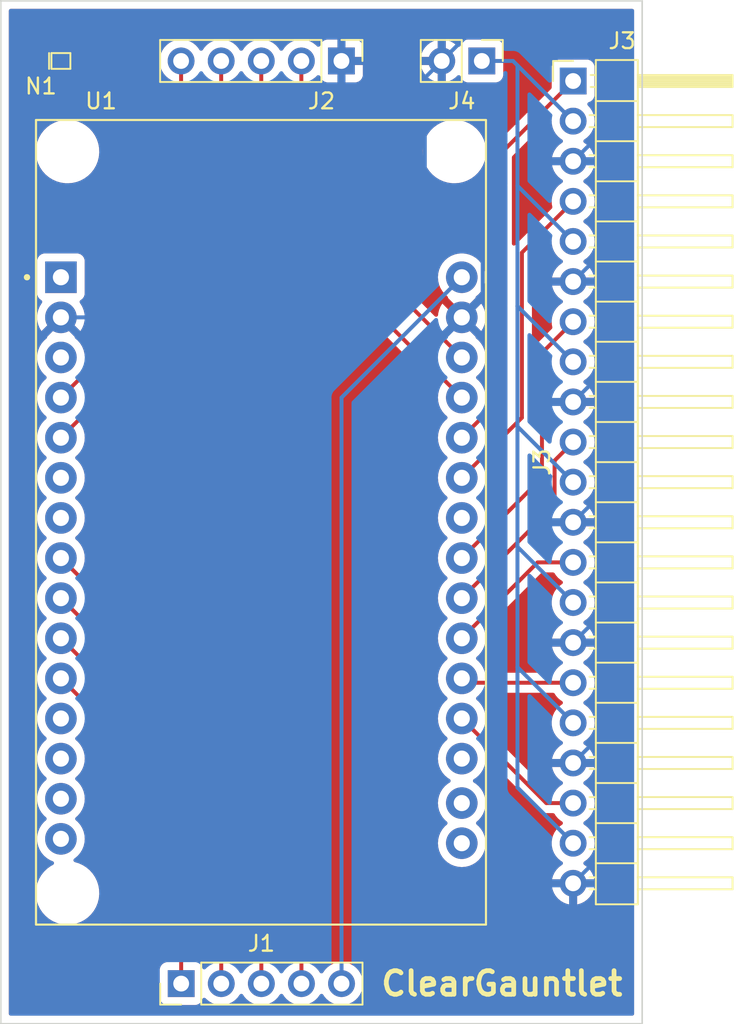
<source format=kicad_pcb>
(kicad_pcb (version 20211014) (generator pcbnew)
  (layers (0 "F.Cu" signal) (31 "B.Cu" signal) (34 "B.Paste" user) (35 "F.Paste" user) (36 "B.SilkS" user "B.Silkscreen") (37 "F.SilkS" user "F.Silkscreen") (38 "B.Mask" user) (39 "F.Mask" user) (44 "Edge.Cuts" user))
  (net 0 "")
  (net 5 "GND")
  (net 14 "Net-(U1-Pad11)")
  (net 15 "Net-(U1-Pad10)")
  (net 16 "Net-(U1-Pad9)")
  (net 17 "Net-(U1-Pad8)")
  (net 18 "Net-(U1-Pad30)")
  (net 19 "Net-(U1-Pad27)")
  (net 20 "Net-(U1-Pad28)")
  (net 21 "Net-(U1-Pad4)")
  (net 22 "Net-(U1-Pad5)")
  (net 23 "Net-(U1-Pad26)")
  (net 24 "Net-(J4-Pad1)")
  (net 25 "Net-(U1-Pad25)")
  (net 26 "Net-(U1-Pad23)")
  (net 27 "Net-(U1-Pad22)")
  (net 28 "Net-(U1-Pad21)")
  (net 29 "Net-(U1-Pad20)")
  (net 30 "Net-(U1-Pad19)")
  (footprint "Connector_PinHeader_2.54mm:PinHeader_1x05_P2.54mm_Vertical" (layer "F.Cu") (at 135.885 77.47 -90)
    (fp_text reference "J2")
    (fp_text value "Conn_01x05_Male")
  )
  (footprint "ESP32-DEVKIT-V1:MODULE_ESP32_DEVKIT_V1" (layer "F.Cu") (at 130.81 106.68)
    (fp_text reference "U1")
    (fp_text value "ESP32-DEVKIT-V1")
  )
  (footprint "Connector_PinHeader_2.54mm:PinHeader_1x05_P2.54mm_Vertical" (layer "F.Cu") (at 125.73 135.89 90)
    (fp_text reference "J1")
    (fp_text value "Conn_01x05_Male")
  )
  (footprint "Filter:Filter_1109-5_1.1x0.9mm" (layer "F.Cu") (at 118.11 77.47)
    (fp_text reference "N1")
    (fp_text value "Housing")
  )
  (footprint "Connector_PinHeader_2.54mm:PinHeader_1x21_P2.54mm_Horizontal" (layer "F.Cu") (at 150.565 78.74)
    (fp_text reference "J3")
    (fp_text value "Conn_01x21")
  )
  (footprint "Connector_PinHeader_2.54mm:PinHeader_1x02_P2.54mm_Vertical" (layer "F.Cu") (at 144.78 77.47 -90)
    (fp_text reference "J4")
    (fp_text value "Conn_01x02_Male")
  )
  (gr_line (start 117.292084 135.894277) (end 117.295916 135.887622) (layer "F.SilkS") (width 0.00003))
  (gr_arc (start 117.77333 133.760233) (mid 117.773433 133.76133) (end 117.773399 133.762431) (layer "F.SilkS") (width 0.00003))
  (gr_arc (start 117.537374 134.206663) (mid 117.538409 134.205336) (end 117.539663 134.204215) (layer "F.SilkS") (width 0.00003))
  (gr_arc (start 117.605941 133.457106) (mid 117.605723 133.458913) (end 117.60522 133.460664) (layer "F.SilkS") (width 0.00003))
  (gr_line (start 122.06764 136.649755) (end 122.073763 136.643454) (layer "F.SilkS") (width 0.00003))
  (gr_arc (start 117.519204 133.467813) (mid 117.521285 133.466602) (end 117.523458 133.465565) (layer "F.SilkS") (width 0.00003))
  (gr_arc (start 117.528766 134.319027) (mid 117.527055 134.319536) (end 117.525278 134.319719) (layer "F.SilkS") (width 0.00003))
  (gr_line (start 121.161836 137.286162) (end 121.171315 137.282017) (layer "F.SilkS") (width 0.00003))
  (gr_arc (start 118.028415 134.327438) (mid 118.028661 134.328108) (end 118.028555 134.328808) (layer "F.SilkS") (width 0.00003))
  (gr_arc (start 117.204006 135.984737) (mid 117.205238 135.983477) (end 117.206558 135.98231) (layer "F.SilkS") (width 0.00003))
  (gr_arc (start 117.880553 133.56974) (mid 117.881107 133.570154) (end 117.881628 133.570609) (layer "F.SilkS") (width 0.00003))
  (gr_arc (start 121.88238 135.409465) (mid 121.882553 135.408931) (end 121.882966 135.408533) (layer "F.SilkS") (width 0.00003))
  (gr_arc (start 117.939834 134.429045) (mid 117.940411 134.42859) (end 117.941082 134.428293) (layer "F.SilkS") (width 0.00003))
  (gr_arc (start 117.69734 133.998903) (mid 117.69787 133.997648) (end 117.698491 133.996436) (layer "F.SilkS") (width 0.00003))
  (gr_arc (start 120.419309 137.48322) (mid 120.420749 137.482034) (end 120.422347 137.481072) (layer "F.SilkS") (width 0.00003))
  (gr_line (start 117.801471 133.547719) (end 117.798508 133.553376) (layer "F.SilkS") (width 0.00003))
  (gr_arc (start 118.284125 133.947768) (mid 118.284383 133.947839) (end 118.284491 133.948136) (layer "F.SilkS") (width 0.00003))
  (gr_arc (start 122.705223 135.452409) (mid 122.705213 135.453453) (end 122.70487 135.45444) (layer "F.SilkS") (width 0.00003))
  (gr_arc (start 122.150693 136.554457) (mid 122.146476 136.558474) (end 122.142084 136.5623) (layer "F.SilkS") (width 0.00003))
  (gr_arc (start 118.60438 137.027968) (mid 118.603845 137.027481) (end 118.603485 137.026848) (layer "F.SilkS") (width 0.00003))
  (gr_arc (start 122.57961 135.851322) (mid 122.579685 135.849915) (end 122.579917 135.848526) (layer "F.SilkS") (width 0.00003))
  (gr_arc (start 117.764709 133.773549) (mid 117.763699 133.772759) (end 117.762754 133.771893) (layer "F.SilkS") (width 0.00003))
  (gr_arc (start 118.553581 136.854704) (mid 118.552547 136.847574) (end 118.552244 136.840375) (layer "F.SilkS") (width 0.00003))
  (gr_arc (start 117.478582 134.611178) (mid 117.479496 134.610647) (end 117.48044 134.610172) (layer "F.SilkS") (width 0.00003))
  (gr_arc (start 121.028069 137.338931) (mid 121.029259 137.338712) (end 121.030467 137.338659) (layer "F.SilkS") (width 0.00003))
  (gr_arc (start 122.89762 135.472651) (mid 122.897887 135.472305) (end 122.898305 135.472144) (layer "F.SilkS") (width 0.00003))
  (gr_line (start 120.75462 135.669042) (end 120.787005 135.666894) (layer "F.SilkS") (width 0.00003))
  (gr_arc (start 119.156866 134.995493) (mid 119.154659 134.994046) (end 119.152545 134.992467) (layer "F.SilkS") (width 0.00003))
  (gr_arc (start 122.873604 135.465362) (mid 122.871459 135.462978) (end 122.869685 135.460306) (layer "F.SilkS") (width 0.00003))
  (gr_arc (start 118.373863 133.166958) (mid 118.373596 133.166573) (end 118.373583 133.166107) (layer "F.SilkS") (width 0.00003))
  (gr_arc (start 120.530121 137.465496) (mid 120.531014 137.464996) (end 120.531961 137.464604) (layer "F.SilkS") (width 0.00003))
  (gr_arc (start 122.67486 135.41353) (mid 122.675593 135.413557) (end 122.676319 135.413653) (layer "F.SilkS") (width 0.00003))
  (gr_arc (start 120.822935 135.667731) (mid 120.822057 135.667216) (end 120.821346 135.666485) (layer "F.SilkS") (width 0.00003))
  (gr_arc (start 118.462119 133.026405) (mid 118.462675 133.025701) (end 118.463357 133.025117) (layer "F.SilkS") (width 0.00003))
  (gr_arc (start 122.826576 135.230819) (mid 122.827771 135.232439) (end 122.828698 135.234225) (layer "F.SilkS") (width 0.00003))
  (gr_arc (start 117.79044 133.674675) (mid 117.790177 133.675802) (end 117.789414 133.676667) (layer "F.SilkS") (width 0.00003))
  (gr_arc (start 119.03352 134.722535) (mid 119.034014 134.721586) (end 119.034644 134.72072) (layer "F.SilkS") (width 0.00003))
  (gr_arc (start 120.083769 135.564476) (mid 120.083982 135.565189) (end 120.08406 135.56593) (layer "F.SilkS") (width 0.00003))
  (gr_arc (start 119.343847 135.169253) (mid 119.345479 135.171042) (end 119.346885 135.173014) (layer "F.SilkS") (width 0.00003))
  (gr_line (start 122.030824 135.292972) (end 122.027028 135.299476) (layer "F.SilkS") (width 0.00003))
  (gr_line (start 122.63562 134.849981) (end 122.63339 134.845455) (layer "F.SilkS") (width 0.00003))
  (gr_arc (start 118.910552 137.207012) (mid 118.911028 137.207715) (end 118.911366 137.208493) (layer "F.SilkS") (width 0.00003))
  (gr_arc (start 122.585698 135.82774) (mid 122.585988 135.827273) (end 122.586458 135.826987) (layer "F.SilkS") (width 0.00003))
  (gr_line (start 119.56465 137.438272) (end 119.574758 137.439987) (layer "F.SilkS") (width 0.00003))
  (gr_arc (start 122.616032 135.751262) (mid 122.617614 135.746621) (end 122.619453 135.742076) (layer "F.SilkS") (width 0.00003))
  (gr_arc (start 122.314566 135.120711) (mid 122.316038 135.120293) (end 122.317561 135.12016) (layer "F.SilkS") (width 0.00003))
  (gr_arc (start 119.205575 135.030409) (mid 119.206474 135.03128) (end 119.207185 135.032313) (layer "F.SilkS") (width 0.00003))
  (gr_arc (start 118.513155 133.682671) (mid 118.512537 133.683142) (end 118.511845 133.6835) (layer "F.SilkS") (width 0.00003))
  (gr_line (start 120.479074 135.610109) (end 120.472782 135.608931) (layer "F.SilkS") (width 0.00003))
  (gr_arc (start 121.76385 135.454321) (mid 121.761541 135.454837) (end 121.759199 135.455164) (layer "F.SilkS") (width 0.00003))
  (gr_arc (start 119.085263 134.910374) (mid 119.085684 134.911473) (end 119.08584 134.912642) (layer "F.SilkS") (width 0.00003))
  (gr_arc (start 122.898191 135.460571) (mid 122.897264 135.461026) (end 122.896231 135.461105) (layer "F.SilkS") (width 0.00003))
  (gr_arc (start 118.498487 132.954711) (mid 118.498239 132.955766) (end 118.497893 132.956794) (layer "F.SilkS") (width 0.00003))
  (gr_arc (start 117.478596 133.464147) (mid 117.480752 133.46414) (end 117.482824 133.46473) (layer "F.SilkS") (width 0.00003))
  (gr_arc (start 119.019743 134.89943) (mid 119.020297 134.899844) (end 119.020818 134.900299) (layer "F.SilkS") (width 0.00003))
  (gr_arc (start 122.828809 135.354945) (mid 122.828088 135.35487) (end 122.827426 135.354578) (layer "F.SilkS") (width 0.00003))
  (gr_arc (start 117.739832 133.655254) (mid 117.740679 133.654663) (end 117.741703 133.654575) (layer "F.SilkS") (width 0.00003))
  (gr_arc (start 117.491806 134.451307) (mid 117.492174 134.452489) (end 117.492371 134.453711) (layer "F.SilkS") (width 0.00003))
  (gr_arc (start 117.592822 134.325494) (mid 117.593738 134.325921) (end 117.594558 134.326513) (layer "F.SilkS") (width 0.00003))
  (gr_arc (start 117.659868 133.914692) (mid 117.659291 133.915136) (end 117.658623 133.915428) (layer "F.SilkS") (width 0.00003))
  (gr_arc (start 117.876749 133.518317) (mid 117.875929 133.518993) (end 117.875025 133.519549) (layer "F.SilkS") (width 0.00003))
  (gr_arc (start 122.537912 134.952341) (mid 122.53658 134.953096) (end 122.535097 134.953483) (layer "F.SilkS") (width 0.00003))
  (gr_line (start 118.384989 133.175298) (end 118.381918 133.173358) (layer "F.SilkS") (width 0.00003))
  (gr_arc (start 120.970167 137.356365) (mid 120.968312 137.358006) (end 120.966352 137.359519) (layer "F.SilkS") (width 0.00003))
  (gr_arc (start 121.023107 137.341488) (mid 121.024251 137.340633) (end 121.025483 137.339911) (layer "F.SilkS") (width 0.00003))
  (gr_arc (start 120.419523 135.599924) (mid 120.418413 135.601288) (end 120.416984 135.60231) (layer "F.SilkS") (width 0.00003))
  (gr_arc (start 118.371371 133.179037) (mid 118.37166 133.178662) (end 118.372113 133.178562) (layer "F.SilkS") (width 0.00003))
  (gr_arc (start 118.433634 133.08562) (mid 118.435055 133.086257) (end 118.435557 133.087724) (layer "F.SilkS") (width 0.00003))
  (gr_arc (start 122.891729 135.420651) (mid 122.89175 135.420911) (end 122.891543 135.421074) (layer "F.SilkS") (width 0.00003))
  (gr_line (start 119.043066 134.857298) (end 119.042642 134.85999) (layer "F.SilkS") (width 0.00003))
  (gr_arc (start 117.819667 133.507583) (mid 117.820208 133.507053) (end 117.820945 133.506851) (layer "F.SilkS") (width 0.00003))
  (gr_arc (start 122.795522 135.240755) (mid 122.794859 135.243167) (end 122.793545 135.245292) (layer "F.SilkS") (width 0.00003))
  (gr_arc (start 117.842282 133.704082) (mid 117.842203 133.704562) (end 117.841827 133.704843) (layer "F.SilkS") (width 0.00003))
  (gr_arc (start 121.153955 135.639059) (mid 121.156084 135.638586) (end 121.158262 135.63848) (layer "F.SilkS") (width 0.00003))
  (gr_arc (start 121.841789 136.865696) (mid 121.843288 136.864868) (end 121.844872 136.864217) (layer "F.SilkS") (width 0.00003))
  (gr_arc (start 117.622575 134.24767) (mid 117.62336 134.247739) (end 117.624115 134.24796) (layer "F.SilkS") (width 0.00003))
  (gr_arc (start 122.650559 134.88228) (mid 122.649853 134.88199) (end 122.649309 134.88146) (layer "F.SilkS") (width 0.00003))
  (gr_line (start 117.759279 133.41473) (end 117.751024 133.415521) (layer "F.SilkS") (width 0.00003))
  (gr_arc (start 122.82544 135.351458) (mid 122.825288 135.350374) (end 122.825291 135.349278) (layer "F.SilkS") (width 0.00003))
  (gr_arc (start 121.614343 137.036479) (mid 121.616798 137.035446) (end 121.619359 137.034714) (layer "F.SilkS") (width 0.00003))
  (gr_arc (start 119.108256 134.966129) (mid 119.107637 134.966305) (end 119.106993 134.966195) (layer "F.SilkS") (width 0.00003))
  (gr_line (start 122.741266 135.292568) (end 122.742835 135.284742) (layer "F.SilkS") (width 0.00003))
  (gr_arc (start 122.850593 135.340124) (mid 122.851464 135.341065) (end 122.852249 135.342079) (layer "F.SilkS") (width 0.00003))
  (gr_arc (start 118.531226 133.685401) (mid 118.531767 133.685097) (end 118.532386 133.685043) (layer "F.SilkS") (width 0.00003))
  (gr_line (start 118.361399 133.810806) (end 118.362777 133.801366) (layer "F.SilkS") (width 0.00003))
  (gr_arc (start 120.14502 135.579582) (mid 120.145287 135.577427) (end 120.146053 135.575393) (layer "F.SilkS") (width 0.00003))
  (gr_line (start 122.40648 136.196945) (end 122.407618 136.193119) (layer "F.SilkS") (width 0.00003))
  (gr_arc (start 120.773521 137.420045) (mid 120.773345 137.42049) (end 120.773043 137.420862) (layer "F.SilkS") (width 0.00003))
  (gr_arc (start 117.464782 134.896705) (mid 117.465169 134.895522) (end 117.465903 134.894513) (layer "F.SilkS") (width 0.00003))
  (gr_arc (start 118.558562 132.724912) (mid 118.558468 132.725377) (end 118.558107 132.725673) (layer "F.SilkS") (width 0.00003))
  (gr_arc (start 117.871783 133.397095) (mid 117.87308 133.397451) (end 117.87423 133.39816) (layer "F.SilkS") (width 0.00003))
  (gr_arc (start 117.425769 135.484271) (mid 117.426585 135.4866) (end 117.426465 135.489059) (layer "F.SilkS") (width 0.00003))
  (gr_arc (start 117.483954 135.190271) (mid 117.484729 135.192502) (end 117.485347 135.194781) (layer "F.SilkS") (width 0.00003))
  (gr_arc (start 118.810253 137.152765) (mid 118.813045 137.154221) (end 118.815762 137.155812) (layer "F.SilkS") (width 0.00003))
  (gr_arc (start 119.518357 137.427208) (mid 119.520246 137.427923) (end 119.522085 137.428759) (layer "F.SilkS") (width 0.00003))
  (gr_arc (start 118.499129 132.993721) (mid 118.499188 132.993942) (end 118.4991 132.99418) (layer "F.SilkS") (width 0.00003))
  (gr_line (start 120.641506 135.638068) (end 120.650798 135.638262) (layer "F.SilkS") (width 0.00003))
  (gr_arc (start 122.642098 134.862353) (mid 122.64228 134.861554) (end 122.642638 134.860817) (layer "F.SilkS") (width 0.00003))
  (gr_line (start 119.149649 135.003839) (end 119.14059 134.99499) (layer "F.SilkS") (width 0.00003))
  (gr_arc (start 117.584577 134.275799) (mid 117.584425 134.276425) (end 117.584206 134.277031) (layer "F.SilkS") (width 0.00003))
  (gr_arc (start 119.132012 137.307828) (mid 119.133373 137.308541) (end 119.134682 137.309346) (layer "F.SilkS") (width 0.00003))
  (gr_arc (start 118.150205 134.162816) (mid 118.149533 134.163853) (end 118.148792 134.164843) (layer "F.SilkS") (width 0.00003))
  (gr_arc (start 121.586264 135.484478) (mid 121.58589 135.483971) (end 121.585726 135.483366) (layer "F.SilkS") (width 0.00003))
  (gr_arc (start 117.493993 134.571202) (mid 117.493047 134.571397) (end 117.492083 134.571462) (layer "F.SilkS") (width 0.00003))
  (gr_line (start 121.59539 135.543556) (end 121.591801 135.540769) (layer "F.SilkS") (width 0.00003))
  (gr_arc (start 120.43881 137.477595) (mid 120.439804 137.478122) (end 120.44055 137.478963) (layer "F.SilkS") (width 0.00003))
  (gr_line (start 118.433854 133.110385) (end 118.433639 133.111422) (layer "F.SilkS") (width 0.00003))
  (gr_arc (start 117.522514 133.471542) (mid 117.523357 133.472703) (end 117.523495 133.474141) (layer "F.SilkS") (width 0.00003))
  (gr_arc (start 122.618923 134.848606) (mid 122.618434 134.847618) (end 122.618047 134.846585) (layer "F.SilkS") (width 0.00003))
  (gr_arc (start 122.368384 135.099852) (mid 122.37018 135.100429) (end 122.371338 135.101903) (layer "F.SilkS") (width 0.00003))
  (gr_arc (start 122.299495 135.113175) (mid 122.300266 135.112717) (end 122.301151 135.11254) (layer "F.SilkS") (width 0.00003))
  (gr_arc (start 120.80796 137.407069) (mid 120.809377 137.40669) (end 120.810811 137.406381) (layer "F.SilkS") (width 0.00003))
  (gr_arc (start 120.154664 135.555619) (mid 120.156946 135.556153) (end 120.159191 135.556825) (layer "F.SilkS") (width 0.00003))
  (gr_arc (start 119.292133 135.116132) (mid 119.291712 135.114358) (end 119.29158 135.11254) (layer "F.SilkS") (width 0.00003))
  (gr_arc (start 121.18229 135.637375) (mid 121.182888 135.636517) (end 121.183845 135.636082) (layer "F.SilkS") (width 0.00003))
  (gr_arc (start 118.125794 133.344861) (mid 118.127804 133.344138) (end 118.12986 133.343558) (layer "F.SilkS") (width 0.00003))
  (gr_arc (start 117.796918 133.557033) (mid 117.797643 133.555174) (end 117.798508 133.553376) (layer "F.SilkS") (width 0.00003))
  (gr_arc (start 117.620447 133.945871) (mid 117.619153 133.947814) (end 117.617751 133.94968) (layer "F.SilkS") (width 0.00003))
  (gr_arc (start 120.42688 137.479149) (mid 120.429399 137.478339) (end 120.431956 137.477657) (layer "F.SilkS") (width 0.00003))
  (gr_arc (start 120.211576 135.576241) (mid 120.209294 135.575708) (end 120.207049 135.575035) (layer "F.SilkS") (width 0.00003))
  (gr_arc (start 119.945634 137.491976) (mid 119.94663 137.492222) (end 119.947567 137.492637) (layer "F.SilkS") (width 0.00003))
  (gr_arc (start 120.039188 136.279361) (mid 119.970585 136.221737) (end 119.908593 136.157054) (layer "F.SilkS") (width 0.00003))
  (gr_arc (start 118.411692 133.132684) (mid 118.411528 133.131899) (end 118.41147 133.131098) (layer "F.SilkS") (width 0.00003))
  (gr_arc (start 120.44982 135.61927) (mid 120.44968 135.620058) (end 120.449243 135.620725) (layer "F.SilkS") (width 0.00003))
  (gr_arc (start 122.870601 135.349742) (mid 122.871084 135.350761) (end 122.871409 135.351842) (layer "F.SilkS") (width 0.00003))
  (gr_line (start 118.67043 135.735763) (end 118.669745 135.739952) (layer "F.SilkS") (width 0.00003))
  (gr_line (start 122.653055 135.649404) (end 122.654197 135.646595) (layer "F.SilkS") (width 0.00003))
  (gr_arc (start 121.281984 135.600496) (mid 121.28484 135.600289) (end 121.287703 135.60022) (layer "F.SilkS") (width 0.00003))
  (gr_arc (start 117.264282 135.835531) (mid 117.26215 135.840707) (end 117.259758 135.845768) (layer "F.SilkS") (width 0.00003))
  (gr_line (start 122.592444 135.819722) (end 122.592779 135.818342) (layer "F.SilkS") (width 0.00003))
  (gr_arc (start 120.41934 135.61546) (mid 120.422264 135.615531) (end 120.425181 135.615736) (layer "F.SilkS") (width 0.00003))
  (gr_arc (start 122.218644 135.172746) (mid 122.220331 135.17135) (end 122.222137 135.170112) (layer "F.SilkS") (width 0.00003))
  (gr_arc (start 118.353952 133.216645) (mid 118.354008 133.217676) (end 118.353966 133.218709) (layer "F.SilkS") (width 0.00003))
  (gr_arc (start 122.284971 135.140105) (mid 122.286459 135.138805) (end 122.288053 135.137638) (layer "F.SilkS") (width 0.00003))
  (gr_arc (start 119.023152 134.868017) (mid 119.024521 134.869864) (end 119.025764 134.871798) (layer "F.SilkS") (width 0.00003))
  (gr_arc (start 117.531135 134.30101) (mid 117.531916 134.30109) (end 117.532675 134.3013) (layer "F.SilkS") (width 0.00003))
  (gr_arc (start 118.391498 133.180697) (mid 118.391901 133.182685) (end 118.392161 133.184697) (layer "F.SilkS") (width 0.00003))
  (gr_arc (start 122.341799 136.306438) (mid 122.341717 136.307374) (end 122.341438 136.308269) (layer "F.SilkS") (width 0.00003))
  (gr_arc (start 118.097701 134.235248) (mid 118.097339 134.235694) (end 118.096845 134.235982) (layer "F.SilkS") (width 0.00003))
  (gr_line (start 117.49326 134.56771) (end 117.498141 134.564667) (layer "F.SilkS") (width 0.00003))
  (gr_arc (start 118.376345 133.18645) (mid 118.376417 133.1882) (end 118.376343 133.189949) (layer "F.SilkS") (width 0.00003))
  (gr_arc (start 120.074478 135.537581) (mid 120.074383 135.536659) (end 120.074461 135.535735) (layer "F.SilkS") (width 0.00003))
  (gr_arc (start 119.197565 135.044401) (mid 119.1983 135.044955) (end 119.198918 135.045639) (layer "F.SilkS") (width 0.00003))
  (gr_arc (start 122.861947 135.399182) (mid 122.861009 135.400038) (end 122.859886 135.40063) (layer "F.SilkS") (width 0.00003))
  (gr_arc (start 118.314378 133.891372) (mid 118.313503 133.894551) (end 118.31245 133.897676) (layer "F.SilkS") (width 0.00003))
  (gr_arc (start 120.421304 135.597469) (mid 120.421892 135.597069) (end 120.422602 135.597041) (layer "F.SilkS") (width 0.00003))
  (gr_arc (start 122.068176 135.295139) (mid 122.066725 135.295346) (end 122.06526 135.29542) (layer "F.SilkS") (width 0.00003))
  (gr_arc (start 117.769301 133.752655) (mid 117.770073 133.752645) (end 117.770657 133.753165) (layer "F.SilkS") (width 0.00003))
  (gr_arc (start 120.468418 135.621961) (mid 120.467099 135.621428) (end 120.465858 135.620734) (layer "F.SilkS") (width 0.00003))
  (gr_arc (start 117.696129 133.768658) (mid 117.69414 133.770735) (end 117.692054 133.772715) (layer "F.SilkS") (width 0.00003))
  (gr_arc (start 118.440527 133.062265) (mid 118.441194 133.061465) (end 118.442012 133.060817) (layer "F.SilkS") (width 0.00003))
  (gr_line (start 120.544377 135.617104) (end 120.537387 135.617852) (layer "F.SilkS") (width 0.00003))
  (gr_arc (start 117.875938 133.508193) (mid 117.876017 133.509257) (end 117.875928 133.51032) (layer "F.SilkS") (width 0.00003))
  (gr_arc (start 121.308189 135.545453) (mid 121.3077 135.545129) (end 121.307368 135.544647) (layer "F.SilkS") (width 0.00003))
  (gr_arc (start 122.51012 136.006021) (mid 122.50934 136.006531) (end 122.50842 136.006569) (layer "F.SilkS") (width 0.00003))
  (gr_arc (start 121.313571 135.542818) (mid 121.312974 135.543405) (end 121.312338 135.54395) (layer "F.SilkS") (width 0.00003))
  (gr_arc (start 117.609159 133.992895) (mid 117.608676 133.993521) (end 117.60808 133.994042) (layer "F.SilkS") (width 0.00003))
  (gr_arc (start 117.508225 133.463649) (mid 117.508112 133.464277) (end 117.507764 133.464816) (layer "F.SilkS") (width 0.00003))
  (gr_arc (start 120.293929 137.492784) (mid 120.296424 137.492085) (end 120.298953 137.491525) (layer "F.SilkS") (width 0.00003))
  (gr_arc (start 118.284491 133.948136) (mid 118.284214 133.948695) (end 118.283812 133.949176) (layer "F.SilkS") (width 0.00003))
  (gr_arc (start 118.352036 133.18087) (mid 118.351665 133.180732) (end 118.351608 133.180366) (layer "F.SilkS") (width 0.00003))
  (gr_arc (start 118.428469 133.198412) (mid 118.428139 133.198624) (end 118.427774 133.198478) (layer "F.SilkS") (width 0.00003))
  (gr_arc (start 121.411068 137.166888) (mid 121.40973 137.167747) (end 121.408322 137.168487) (layer "F.SilkS") (width 0.00003))
  (gr_line (start 118.897196 135.301432) (end 118.843988 135.241761) (layer "F.SilkS") (width 0.00003))
  (gr_arc (start 117.38277 135.589358) (mid 117.382825 135.587863) (end 117.38298 135.586374) (layer "F.SilkS") (width 0.00003))
  (gr_arc (start 122.639673 135.594951) (mid 122.640195 135.594318) (end 122.640756 135.593719) (layer "F.SilkS") (width 0.00003))
  (gr_arc (start 117.579313 134.270828) (mid 117.579971 134.270595) (end 117.580665 134.27053) (layer "F.SilkS") (width 0.00003))
  (gr_line (start 122.57418 134.907577) (end 122.573605 134.910007) (layer "F.SilkS") (width 0.00003))
  (gr_arc (start 120.458202 137.475502) (mid 120.460305 137.473733) (end 120.462679 137.472351) (layer "F.SilkS") (width 0.00003))
  (gr_arc (start 122.658582 135.105204) (mid 122.65889 135.105599) (end 122.659126 135.106039) (layer "F.SilkS") (width 0.00003))
  (gr_arc (start 118.435093 133.694513) (mid 118.434899 133.694218) (end 118.43488 133.693836) (layer "F.SilkS") (width 0.00003))
  (gr_line (start 117.576495 134.071473) (end 117.574055 134.074695) (layer "F.SilkS") (width 0.00003))
  (gr_arc (start 121.629444 135.50172) (mid 121.630855 135.501304) (end 121.632319 135.50116) (layer "F.SilkS") (width 0.00003))
  (gr_line (start 117.995227 133.386286) (end 117.994064 133.386438) (layer "F.SilkS") (width 0.00003))
  (gr_arc (start 117.849088 133.405001) (mid 117.849483 133.405851) (end 117.849643 133.406774) (layer "F.SilkS") (width 0.00003))
  (gr_arc (start 120.527925 137.46712) (mid 120.528999 137.466276) (end 120.530121 137.465496) (layer "F.SilkS") (width 0.00003))
  (gr_arc (start 117.491186 134.504676) (mid 117.491729 134.505817) (end 117.491824 134.507078) (layer "F.SilkS") (width 0.00003))
  (gr_arc (start 122.263705 136.417992) (mid 122.263454 136.415546) (end 122.263356 136.413089) (layer "F.SilkS") (width 0.00003))
  (gr_arc (start 122.209469 136.487176) (mid 122.208712 136.488889) (end 122.20777 136.490508) (layer "F.SilkS") (width 0.00003))
  (gr_line (start 120.923213 135.68302) (end 120.91584 135.683474) (layer "F.SilkS") (width 0.00003))
  (gr_line (start 122.63339 134.845455) (end 122.630676 134.83987) (layer "F.SilkS") (width 0.00003))
  (gr_arc (start 118.353966 133.218709) (mid 118.353821 133.219623) (end 118.353577 133.220516) (layer "F.SilkS") (width 0.00003))
  (gr_arc (start 117.571936 134.104695) (mid 117.571899 134.105647) (end 117.571434 134.106493) (layer "F.SilkS") (width 0.00003))
  (gr_arc (start 118.424643 133.395121) (mid 118.425438 133.396788) (end 118.425855 133.398589) (layer "F.SilkS") (width 0.00003))
  (gr_arc (start 118.389338 133.17706) (mid 118.388494 133.176975) (end 118.387695 133.176697) (layer "F.SilkS") (width 0.00003))
  (gr_arc (start 122.682441 135.561335) (mid 122.682482 135.561578) (end 122.682303 135.561723) (layer "F.SilkS") (width 0.00003))
  (gr_arc (start 120.031615 135.532235) (mid 120.031733 135.531164) (end 120.032263 135.530229) (layer "F.SilkS") (width 0.00003))
  (gr_arc (start 117.503715 135.277642) (mid 117.504143 135.277976) (end 117.504434 135.278435) (layer "F.SilkS") (width 0.00003))
  (gr_arc (start 117.75996 133.814827) (mid 117.759865 133.815218) (end 117.759622 133.81554) (layer "F.SilkS") (width 0.00003))
  (gr_line (start 121.250919 135.868171) (end 121.271095 135.819295) (layer "F.SilkS") (width 0.00003))
  (gr_arc (start 121.782743 135.445465) (mid 121.781969 135.446159) (end 121.781082 135.446701) (layer "F.SilkS") (width 0.00003))
  (gr_arc (start 120.681659 136.407521) (mid 120.603674 136.425834) (end 120.523932 136.433462) (layer "F.SilkS") (width 0.00003))
  (gr_arc (start 118.387395 133.196775) (mid 118.387994 133.196021) (end 118.388866 133.196394) (layer "F.SilkS") (width 0.00003))
  (gr_line (start 120.228844 135.597105) (end 120.212153 135.593453) (layer "F.SilkS") (width 0.00003))
  (gr_arc (start 119.2588 135.076747) (mid 119.260504 135.080088) (end 119.2611 135.083792) (layer "F.SilkS") (width 0.00003))
  (gr_arc (start 122.585676 134.788959) (mid 122.586339 134.788896) (end 122.5869 134.789254) (layer "F.SilkS") (width 0.00003))
  (gr_arc (start 122.89906 135.49072) (mid 122.901615 135.490849) (end 122.903748 135.492255) (layer "F.SilkS") (width 0.00003))
  (gr_arc (start 117.529385 133.480544) (mid 117.528455 133.481402) (end 117.52744 133.482157) (layer "F.SilkS") (width 0.00003))
  (gr_arc (start 118.08447 134.246434) (mid 118.084826 134.248952) (end 118.084538 134.251478) (layer "F.SilkS") (width 0.00003))
  (gr_arc (start 120.158609 135.480912) (mid 120.157327 135.481352) (end 120.156007 135.481662) (layer "F.SilkS") (width 0.00003))
  (gr_arc (start 122.913628 135.545772) (mid 122.912799 135.54561) (end 122.912035 135.545244) (layer "F.SilkS") (width 0.00003))
  (gr_arc (start 122.856405 135.412887) (mid 122.855467 135.412507) (end 122.854577 135.412025) (layer "F.SilkS") (width 0.00003))
  (gr_arc (start 122.600684 134.867119) (mid 122.599709 134.866833) (end 122.599084 134.866011) (layer "F.SilkS") (width 0.00003))
  (gr_line (start 118.593879 136.06872) (end 118.592164 136.079033) (layer "F.SilkS") (width 0.00003))
  (gr_arc (start 119.618048 137.447681) (mid 119.620376 137.448322) (end 119.622663 137.449097) (layer "F.SilkS") (width 0.00003))
  (gr_arc (start 118.442495 133.637258) (mid 118.441321 133.636943) (end 118.440211 133.636447) (layer "F.SilkS") (width 0.00003))
  (gr_arc (start 120.44601 135.64594) (mid 120.445252 135.645836) (end 120.444557 135.645517) (layer "F.SilkS") (width 0.00003))
  (gr_arc (start 119.045519 134.797568) (mid 119.045043 134.79794) (end 119.04446 134.798083) (layer "F.SilkS") (width 0.00003))
  (gr_arc (start 122.571268 135.881924) (mid 122.570332 135.882053) (end 122.569389 135.882102) (layer "F.SilkS") (width 0.00003))
  (gr_arc (start 117.751577 133.655879) (mid 117.7518 133.656314) (end 117.751786 133.656808) (layer "F.SilkS") (width 0.00003))
  (gr_arc (start 122.350856 135.119114) (mid 122.348483 135.120388) (end 122.346034 135.12151) (layer "F.SilkS") (width 0.00003))
  (gr_arc (start 117.305171 135.87439) (mid 117.304438 135.875634) (end 117.30363 135.876831) (layer "F.SilkS") (width 0.00003))
  (gr_arc (start 119.461517 137.415695) (mid 119.45931 137.414864) (end 119.457315 137.413609) (layer "F.SilkS") (width 0.00003))
  (gr_arc (start 117.59894 135.162547) (mid 117.598931 135.163131) (end 117.598795 135.1637) (layer "F.SilkS") (width 0.00003))
  (gr_arc (start 122.5377 135.949375) (mid 122.537835 135.947844) (end 122.538226 135.946358) (layer "F.SilkS") (width 0.00003))
  (gr_line (start 120.76422 137.420676) (end 120.769838 137.419935) (layer "F.SilkS") (width 0.00003))
  (gr_arc (start 122.011486 135.330502) (mid 122.011005 135.331403) (end 122.010204 135.332027) (layer "F.SilkS") (width 0.00003))
  (gr_arc (start 120.176069 135.562397) (mid 120.177936 135.562729) (end 120.179762 135.563239) (layer "F.SilkS") (width 0.00003))
  (gr_arc (start 118.004407 134.355921) (mid 118.004876 134.356469) (end 118.004933 134.357177) (layer "F.SilkS") (width 0.00003))
  (gr_line (start 119.291686 135.091188) (end 119.269999 135.070824) (layer "F.SilkS") (width 0.00003))
  (gr_arc (start 117.768419 133.774955) (mid 117.767545 133.774853) (end 117.766699 133.77461) (layer "F.SilkS") (width 0.00003))
  (gr_arc (start 122.851578 135.411054) (mid 122.853135 135.41136) (end 122.854577 135.412025) (layer "F.SilkS") (width 0.00003))
  (gr_arc (start 122.869694 135.444087) (mid 122.868022 135.444278) (end 122.866341 135.444172) (layer "F.SilkS") (width 0.00003))
  (gr_arc (start 120.258898 135.608119) (mid 120.25994 135.60791) (end 120.261 135.60784) (layer "F.SilkS") (width 0.00003))
  (gr_arc (start 120.491643 137.472079) (mid 120.49299 137.472195) (end 120.494292 137.47256) (layer "F.SilkS") (width 0.00003))
  (gr_line (start 122.684996 135.544915) (end 122.686575 135.538201) (layer "F.SilkS") (width 0.00003))
  (gr_arc (start 117.656771 133.939648) (mid 117.655608 133.938272) (end 117.655185 133.93652) (layer "F.SilkS") (width 0.00003))
  (gr_line (start 122.070352 135.275993) (end 122.065009 135.279306) (layer "F.SilkS") (width 0.00003))
  (gr_arc (start 117.645691 133.851715) (mid 117.645873 133.851506) (end 117.646162 133.851492) (layer "F.SilkS") (width 0.00003))
  (gr_arc (start 117.266193 135.930918) (mid 117.265278 135.931129) (end 117.264343 135.93122) (layer "F.SilkS") (width 0.00003))
  (gr_arc (start 120.431956 137.477657) (mid 120.433929 137.477294) (end 120.435931 137.477157) (layer "F.SilkS") (width 0.00003))
  (gr_arc (start 122.593665 135.578479) (mid 122.594165 135.579054) (end 122.594541 135.579716) (layer "F.SilkS") (width 0.00003))
  (gr_arc (start 122.4996 134.961773) (mid 122.499937 134.959024) (end 122.500906 134.956427) (layer "F.SilkS") (width 0.00003))
  (gr_line (start 122.234426 135.203372) (end 122.229533 135.206897) (layer "F.SilkS") (width 0.00003))
  (gr_arc (start 117.757933 133.638268) (mid 117.758505 133.637512) (end 117.759207 133.636875) (layer "F.SilkS") (width 0.00003))
  (gr_arc (start 121.78332 135.44401) (mid 121.783167 135.44479) (end 121.782743 135.445465) (layer "F.SilkS") (width 0.00003))
  (gr_line (start 117.795474 133.411982) (end 117.787935 133.412554) (layer "F.SilkS") (width 0.00003))
  (gr_arc (start 118.80019 137.148656) (mid 118.79811 137.147511) (end 118.796144 137.146181) (layer "F.SilkS") (width 0.00003))
  (gr_arc (start 122.83 135.354423) (mid 122.829459 135.354816) (end 122.828809 135.354945) (layer "F.SilkS") (width 0.00003))
  (gr_line (start 122.64728 135.6688) (end 122.648145 135.666243) (layer "F.SilkS") (width 0.00003))
  (gr_line (start 117.689901 134.862692) (end 117.696154 134.841666) (layer "F.SilkS") (width 0.00003))
  (gr_arc (start 117.697805 133.746371) (mid 117.698711 133.746593) (end 117.699552 133.746996) (layer "F.SilkS") (width 0.00003))
  (gr_arc (start 121.654849 135.488245) (mid 121.657093 135.48757) (end 121.659376 135.487039) (layer "F.SilkS") (width 0.00003))
  (gr_arc (start 117.521153 134.293752) (mid 117.521588 134.2924) (end 117.522271 134.291156) (layer "F.SilkS") (width 0.00003))
  (gr_line (start 118.770318 135.357605) (end 118.765099 135.364121) (layer "F.SilkS") (width 0.00003))
  (gr_arc (start 117.458263 133.475493) (mid 117.458419 133.476997) (end 117.458483 133.478507) (layer "F.SilkS") (width 0.00003))
  (gr_arc (start 117.532293 134.233483) (mid 117.532769 134.233041) (end 117.533324 134.232705) (layer "F.SilkS") (width 0.00003))
  (gr_line (start 120.635654 135.661091) (end 120.616508 135.660608) (layer "F.SilkS") (width 0.00003))
  (gr_arc (start 119.35483 135.28122) (mid 119.322521 135.267072) (end 119.291074 135.251101) (layer "F.SilkS") (width 0.00003))
  (gr_arc (start 118.38401 133.142331) (mid 118.385919 133.140443) (end 118.388268 133.139144) (layer "F.SilkS") (width 0.00003))
  (gr_arc (start 119.217911 137.338579) (mid 119.219741 137.338836) (end 119.221531 137.339293) (layer "F.SilkS") (width 0.00003))
  (gr_arc (start 118.612503 137.029585) (mid 118.614435 137.030431) (end 118.616279 137.031457) (layer "F.SilkS") (width 0.00003))
  (gr_arc (start 121.656448 135.477786) (mid 121.658002 135.476929) (end 121.65965 135.476269) (layer "F.SilkS") (width 0.00003))
  (gr_arc (start 122.784231 135.222778) (mid 122.783637 135.223369) (end 122.782998 135.22391) (layer "F.SilkS") (width 0.00003))
  (gr_arc (start 119.012985 137.252099) (mid 119.013339 137.252479) (end 119.01345 137.252981) (layer "F.SilkS") (width 0.00003))
  (gr_arc (start 121.19658 135.645559) (mid 121.195494 135.645393) (end 121.194495 135.644929) (layer "F.SilkS") (width 0.00003))
  (gr_arc (start 117.757787 134.682845) (mid 117.75863 134.682245) (end 117.759646 134.68201) (layer "F.SilkS") (width 0.00003))
  (gr_line (start 119.28286 135.121539) (end 119.268827 135.109451) (layer "F.SilkS") (width 0.00003))
  (gr_line (start 118.765099 135.364121) (end 118.758531 135.371488) (layer "F.SilkS") (width 0.00003))
  (gr_arc (start 119.202017 135.054955) (mid 119.201472 135.054375) (end 119.201032 135.053711) (layer "F.SilkS") (width 0.00003))
  (gr_arc (start 121.0808 135.628027) (mid 121.082533 135.62815) (end 121.08425 135.628413) (layer "F.SilkS") (width 0.00003))
  (gr_arc (start 118.416782 133.134555) (mid 118.417292 133.135485) (end 118.41763 133.13649) (layer "F.SilkS") (width 0.00003))
  (gr_line (start 119.02827 137.262127) (end 119.041215 137.267701) (layer "F.SilkS") (width 0.00003))
  (gr_arc (start 118.130802 134.194116) (mid 118.130061 134.194277) (end 118.129305 134.19433) (layer "F.SilkS") (width 0.00003))
  (gr_arc (start 118.294813 133.931) (mid 118.294117 133.931314) (end 118.29336 133.93144) (layer "F.SilkS") (width 0.00003))
  (gr_line (start 121.122083 135.616775) (end 121.104188 135.616719) (layer "F.SilkS") (width 0.00003))
  (gr_arc (start 121.829103 136.877772) (mid 121.827564 136.878837) (end 121.825952 136.879786) (layer "F.SilkS") (width 0.00003))
  (gr_arc (start 121.182929 135.607552) (mid 121.180471 135.607768) (end 121.178005 135.60784) (layer "F.SilkS") (width 0.00003))
  (gr_arc (start 117.463909 133.473141) (mid 117.463079 133.471794) (end 117.463006 133.47022) (layer "F.SilkS") (width 0.00003))
  (gr_arc (start 120.447464 135.645649) (mid 120.446752 135.645871) (end 120.44601 135.64594) (layer "F.SilkS") (width 0.00003))
  (gr_line (start 119.265198 135.066371) (end 119.260747 135.062615) (layer "F.SilkS") (width 0.00003))
  (gr_arc (start 117.252647 135.889568) (mid 117.252403 135.889771) (end 117.252108 135.889695) (layer "F.SilkS") (width 0.00003))
  (gr_arc (start 121.448928 137.141451) (mid 121.449502 137.140267) (end 121.450153 137.139124) (layer "F.SilkS") (width 0.00003))
  (gr_arc (start 120.0434 137.499729) (mid 120.042559 137.499583) (end 120.041763 137.499275) (layer "F.SilkS") (width 0.00003))
  (gr_arc (start 121.275485 137.237102) (mid 121.274886 137.237257) (end 121.274266 137.237229) (layer "F.SilkS") (width 0.00003))
  (gr_arc (start 122.890131 135.49734) (mid 122.890764 135.49657) (end 122.891575 135.495991) (layer "F.SilkS") (width 0.00003))
  (gr_arc (start 118.097898 134.234151) (mid 118.097887 134.234713) (end 118.097701 134.235248) (layer "F.SilkS") (width 0.00003))
  (gr_arc (start 120.969538 137.33377) (mid 120.969926 137.333853) (end 120.970282 137.334041) (layer "F.SilkS") (width 0.00003))
  (gr_arc (start 117.464981 134.729221) (mid 117.466401 134.729909) (end 117.46768 134.730833) (layer "F.SilkS") (width 0.00003))
  (gr_arc (start 122.570302 135.814082) (mid 122.570356 135.814771) (end 122.570183 135.815437) (layer "F.SilkS") (width 0.00003))
  (gr_arc (start 117.48298 134.556997) (mid 117.483175 134.559773) (end 117.482881 134.56254) (layer "F.SilkS") (width 0.00003))
  (gr_arc (start 117.998645 133.384896) (mid 117.997656 133.385421) (end 117.996644 133.3859) (layer "F.SilkS") (width 0.00003))
  (gr_arc (start 117.666034 133.819658) (mid 117.66676 133.818655) (end 117.66762 133.817765) (layer "F.SilkS") (width 0.00003))
  (gr_arc (start 119.083645 134.908483) (mid 119.08456 134.909339) (end 119.085263 134.910374) (layer "F.SilkS") (width 0.00003))
  (gr_arc (start 117.700588 133.874591) (mid 117.701914 133.874577) (end 117.70324 133.874633) (layer "F.SilkS") (width 0.00003))
  (gr_arc (start 122.137927 135.272438) (mid 122.136865 135.272844) (end 122.135745 135.273036) (layer "F.SilkS") (width 0.00003))
  (gr_arc (start 117.87807 133.5733) (mid 117.878101 133.572568) (end 117.878193 133.571841) (layer "F.SilkS") (width 0.00003))
  (gr_arc (start 121.196803 135.603911) (mid 121.195026 135.604751) (end 121.193177 135.60542) (layer "F.SilkS") (width 0.00003))
  (gr_line (start 120.5418 135.650939) (end 120.522416 135.649814) (layer "F.SilkS") (width 0.00003))
  (gr_arc (start 122.57266 135.673071) (mid 122.571596 135.67196) (end 122.570628 135.670764) (layer "F.SilkS") (width 0.00003))
  (gr_line (start 122.10542 135.27172) (end 122.110549 135.268083) (layer "F.SilkS") (width 0.00003))
  (gr_arc (start 118.299266 133.23647) (mid 118.298375 133.237137) (end 118.297373 133.237619) (layer "F.SilkS") (width 0.00003))
  (gr_arc (start 121.239902 137.249032) (mid 121.242481 137.248115) (end 121.245106 137.247341) (layer "F.SilkS") (width 0.00003))
  (gr_arc (start 121.716731 135.471799) (mid 121.717796 135.471294) (end 121.718926 135.470962) (layer "F.SilkS") (width 0.00003))
  (gr_line (start 117.511796 134.332451) (end 117.510245 134.335601) (layer "F.SilkS") (width 0.00003))
  (gr_arc (start 120.91492 135.638605) (mid 120.915877 135.63895) (end 120.916771 135.639439) (layer "F.SilkS") (width 0.00003))
  (gr_arc (start 120.091056 135.525701) (mid 120.088963 135.525096) (end 120.086906 135.524378) (layer "F.SilkS") (width 0.00003))
  (gr_arc (start 118.383451 133.167149) (mid 118.381665 133.167118) (end 118.379897 133.166859) (layer "F.SilkS") (width 0.00003))
  (gr_arc (start 118.45719 133.05514) (mid 118.457252 133.054398) (end 118.457463 133.053686) (layer "F.SilkS") (width 0.00003))
  (gr_line (start 118.694032 135.48361) (end 118.691894 135.514929) (layer "F.SilkS") (width 0.00003))
  (gr_arc (start 122.76249 134.861045) (mid 122.76262 134.860365) (end 122.763045 134.859826) (layer "F.SilkS") (width 0.00003))
  (gr_arc (start 117.494338 135.226937) (mid 117.495054 135.228455) (end 117.495503 135.230074) (layer "F.SilkS") (width 0.00003))
  (gr_arc (start 117.495612 134.447683) (mid 117.49446 134.448055) (end 117.493304 134.447722) (layer "F.SilkS") (width 0.00003))
  (gr_arc (start 117.265218 135.822579) (mid 117.265215 135.822229) (end 117.265409 135.821913) (layer "F.SilkS") (width 0.00003))
  (gr_arc (start 121.670941 137.002501) (mid 121.669525 137.003482) (end 121.668052 137.004375) (layer "F.SilkS") (width 0.00003))
  (gr_arc (start 120.487122 135.625426) (mid 120.487718 135.626053) (end 120.48792 135.62689) (layer "F.SilkS") (width 0.00003))
  (gr_arc (start 121.659376 135.487039) (mid 121.662439 135.486526) (end 121.665528 135.486195) (layer "F.SilkS") (width 0.00003))
  (gr_line (start 122.789167 135.152096) (end 122.78916 135.150415) (layer "F.SilkS") (width 0.00003))
  (gr_arc (start 118.290669 133.932716) (mid 118.291242 133.932184) (end 118.291907 133.931773) (layer "F.SilkS") (width 0.00003))
  (gr_arc (start 117.496576 135.476127) (mid 117.495773 135.478287) (end 117.494865 135.480406) (layer "F.SilkS") (width 0.00003))
  (gr_arc (start 122.48436 136.063083) (mid 122.484429 136.061735) (end 122.48463 136.060401) (layer "F.SilkS") (width 0.00003))
  (gr_arc (start 117.876454 134.515894) (mid 117.876907 134.515238) (end 117.877535 134.514749) (layer "F.SilkS") (width 0.00003))
  (gr_arc (start 118.46774 133.075648) (mid 118.467205 133.074935) (end 118.466715 133.07419) (layer "F.SilkS") (width 0.00003))
  (gr_arc (start 117.583328 133.469033) (mid 117.583036 133.468146) (end 117.582967 133.467214) (layer "F.SilkS") (width 0.00003))
  (gr_arc (start 121.149605 135.618286) (mid 121.150521 135.618716) (end 121.15086 135.61965) (layer "F.SilkS") (width 0.00003))
  (gr_arc (start 121.962569 136.755141) (mid 121.963994 136.753179) (end 121.965582 136.751345) (layer "F.SilkS") (width 0.00003))
  (gr_arc (start 117.495778 133.483949) (mid 117.495078 133.484122) (end 117.494352 133.484089) (layer "F.SilkS") (width 0.00003))
  (gr_arc (start 121.599703 137.048202) (mid 121.598091 137.050272) (end 121.596369 137.052253) (layer "F.SilkS") (width 0.00003))
  (gr_arc (start 119.034964 134.839923) (mid 119.03459 134.83951) (end 119.034393 134.838989) (layer "F.SilkS") (width 0.00003))
  (gr_arc (start 122.17194 136.533194) (mid 122.172078 136.531523) (end 122.172484 136.529897) (layer "F.SilkS") (width 0.00003))
  (gr_arc (start 117.794593 133.59573) (mid 117.794737 133.5948) (end 117.795015 133.593901) (layer "F.SilkS") (width 0.00003))
  (gr_arc (start 120.121583 135.549235) (mid 120.122006 135.549909) (end 120.12216 135.55069) (layer "F.SilkS") (width 0.00003))
  (gr_arc (start 117.562499 134.131493) (mid 117.561889 134.132711) (end 117.56101 134.133754) (layer "F.SilkS") (width 0.00003))
  (gr_arc (start 118.148792 134.164843) (mid 118.147845 134.165945) (end 118.146825 134.166981) (layer "F.SilkS") (width 0.00003))
  (gr_arc (start 117.807234 133.722159) (mid 117.807809 133.72264) (end 117.808056 133.723343) (layer "F.SilkS") (width 0.00003))
  (gr_arc (start 118.353509 133.214633) (mid 118.353782 133.215627) (end 118.353952 133.216645) (layer "F.SilkS") (width 0.00003))
  (gr_line (start 122.500768 136.004397) (end 122.504822 136.005682) (layer "F.SilkS") (width 0.00003))
  (gr_arc (start 122.66612 135.605262) (mid 122.667159 135.604284) (end 122.668343 135.603488) (layer "F.SilkS") (width 0.00003))
  (gr_arc (start 121.965582 136.751345) (mid 121.966877 136.750128) (end 121.968298 136.749062) (layer "F.SilkS") (width 0.00003))
  (gr_arc (start 117.750462 133.817096) (mid 117.751461 133.815842) (end 117.752714 133.814839) (layer "F.SilkS") (width 0.00003))
  (gr_arc (start 118.002848 133.382009) (mid 118.003933 133.381159) (end 118.005071 133.38038) (layer "F.SilkS") (width 0.00003))
  (gr_line (start 117.320166 135.846222) (end 117.32245 135.840941) (layer "F.SilkS") (width 0.00003))
  (gr_arc (start 122.601418 134.805089) (mid 122.602184 134.806908) (end 122.602336 134.808875) (layer "F.SilkS") (width 0.00003))
  (gr_line (start 120.819134 137.405128) (end 120.8232 137.404765) (layer "F.SilkS") (width 0.00003))
  (gr_arc (start 117.670476 133.81667) (mid 117.66991 133.817032) (end 117.669252 133.81714) (layer "F.SilkS") (width 0.00003))
  (gr_arc (start 121.069992 135.630093) (mid 121.068033 135.629892) (end 121.066088 135.629579) (layer "F.SilkS") (width 0.00003))
  (gr_arc (start 119.050007 137.275671) (mid 119.049542 137.275047) (end 119.049321 137.274302) (layer "F.SilkS") (width 0.00003))
  (gr_arc (start 118.432637 133.085101) (mid 118.432451 133.084579) (end 118.432566 133.08404) (layer "F.SilkS") (width 0.00003))
  (gr_arc (start 118.495591 132.954492) (mid 118.495572 132.953165) (end 118.495633 132.95184) (layer "F.SilkS") (width 0.00003))
  (gr_arc (start 120.454973 137.477811) (mid 120.454495 137.477867) (end 120.454051 137.477695) (layer "F.SilkS") (width 0.00003))
  (gr_arc (start 117.492436 135.485106) (mid 117.491054 135.487374) (end 117.489563 135.489572) (layer "F.SilkS") (width 0.00003))
  (gr_arc (start 118.677775 137.073237) (mid 118.678072 137.073937) (end 118.67817 137.07469) (layer "F.SilkS") (width 0.00003))
  (gr_arc (start 117.477981 134.617542) (mid 117.478836 134.615431) (end 117.479925 134.61343) (layer "F.SilkS") (width 0.00003))
  (gr_arc (start 117.266617 135.827989) (mid 117.265569 135.831797) (end 117.264282 135.835531) (layer "F.SilkS") (width 0.00003))
  (gr_arc (start 122.349215 136.287315) (mid 122.350259 136.285323) (end 122.351434 136.283406) (layer "F.SilkS") (width 0.00003))
  (gr_arc (start 117.549254 134.165508) (mid 117.548647 134.167638) (end 117.547915 134.169729) (layer "F.SilkS") (width 0.00003))
  (gr_arc (start 120.138497 135.582916) (mid 120.137756 135.582271) (end 120.137126 135.581518) (layer "F.SilkS") (width 0.00003))
  (gr_arc (start 118.372664 133.197993) (mid 118.371762 133.198491) (end 118.370747 133.19865) (layer "F.SilkS") (width 0.00003))
  (gr_line (start 118.418997 133.101034) (end 118.416508 133.105836) (layer "F.SilkS") (width 0.00003))
  (gr_arc (start 122.43102 135.021054) (mid 122.430421 135.024351) (end 122.428645 135.027186) (layer "F.SilkS") (width 0.00003))
  (gr_line (start 119.978076 137.494334) (end 119.986734 137.495182) (layer "F.SilkS") (width 0.00003))
  (gr_arc (start 117.519295 133.47043) (mid 117.520997 133.470716) (end 117.522514 133.471542) (layer "F.SilkS") (width 0.00003))
  (gr_arc (start 119.04446 134.798083) (mid 119.043823 134.798031) (end 119.043233 134.797784) (layer "F.SilkS") (width 0.00003))
  (gr_arc (start 117.818918 134.587679) (mid 117.819819 134.587008) (end 117.820919 134.58676) (layer "F.SilkS") (width 0.00003))
  (gr_line (start 118.19889 134.085017) (end 118.202288 134.07986) (layer "F.SilkS") (width 0.00003))
  (gr_line (start 122.792716 135.163779) (end 122.7896 135.157594) (layer "F.SilkS") (width 0.00003))
  (gr_line (start 121.937489 135.348868) (end 121.930728 135.353195) (layer "F.SilkS") (width 0.00003))
  (gr_line (start 122.103056 135.25269) (end 122.088518 135.261963) (layer "F.SilkS") (width 0.00003))
  (gr_arc (start 119.902666 137.487341) (mid 119.903523 137.487447) (end 119.904346 137.487716) (layer "F.SilkS") (width 0.00003))
  (gr_arc (start 118.428417 133.09263) (mid 118.427825 133.093077) (end 118.427101 133.09324) (layer "F.SilkS") (width 0.00003))
  (gr_arc (start 122.64484 135.417829) (mid 122.645554 135.417394) (end 122.646381 135.417514) (layer "F.SilkS") (width 0.00003))
  (gr_arc (start 118.549434 132.741215) (mid 118.550013 132.740764) (end 118.550682 132.740463) (layer "F.SilkS") (width 0.00003))
  (gr_arc (start 119.041591 134.795329) (mid 119.041527 134.794537) (end 119.041597 134.793743) (layer "F.SilkS") (width 0.00003))
  (gr_arc (start 122.370631 135.056461) (mid 122.371355 135.05494) (end 122.372298 135.053546) (layer "F.SilkS") (width 0.00003))
  (gr_arc (start 122.724672 135.021279) (mid 122.725652 135.02283) (end 122.726521 135.024446) (layer "F.SilkS") (width 0.00003))
  (gr_arc (start 118.341437 133.84425) (mid 118.34213 133.843916) (end 118.34289 133.84381) (layer "F.SilkS") (width 0.00003))
  (gr_arc (start 117.713103 133.719345) (mid 117.712542 133.720826) (end 117.711857 133.722255) (layer "F.SilkS") (width 0.00003))
  (gr_arc (start 118.834475 137.167976) (mid 118.835439 137.167567) (end 118.836482 137.167504) (layer "F.SilkS") (width 0.00003))
  (gr_arc (start 122.874209 135.462282) (mid 122.873716 135.462201) (end 122.873337 135.461872) (layer "F.SilkS") (width 0.00003))
  (gr_arc (start 120.925135 135.68199) (mid 120.925404 135.68223) (end 120.92522 135.682489) (layer "F.SilkS") (width 0.00003))
  (gr_arc (start 122.836646 135.306444) (mid 122.836279 135.306587) (end 122.83591 135.306426) (layer "F.SilkS") (width 0.00003))
  (gr_arc (start 121.820937 135.428287) (mid 121.820381 135.429574) (end 121.819515 135.430675) (layer "F.SilkS") (width 0.00003))
  (gr_arc (start 121.605428 135.511324) (mid 121.604539 135.508088) (end 121.60425 135.504745) (layer "F.SilkS") (width 0.00003))
  (gr_arc (start 119.65688 135.334584) (mid 119.655892 135.333342) (end 119.655187 135.331918) (layer "F.SilkS") (width 0.00003))
  (gr_line (start 120.70363 137.434128) (end 120.711837 137.43239) (layer "F.SilkS") (width 0.00003))
  (gr_line (start 117.357095 135.642531) (end 117.352084 135.653899) (layer "F.SilkS") (width 0.00003))
  (gr_arc (start 118.523404 132.873638) (mid 118.523733 132.872616) (end 118.524217 132.871657) (layer "F.SilkS") (width 0.00003))
  (gr_arc (start 119.017383 134.901531) (mid 119.01753 134.900903) (end 119.017754 134.900299) (layer "F.SilkS") (width 0.00003))
  (gr_arc (start 117.772015 133.765319) (mid 117.771458 133.765489) (end 117.770888 133.76537) (layer "F.SilkS") (width 0.00003))
  (gr_arc (start 122.684996 135.544915) (mid 122.684258 135.547126) (end 122.68327 135.549237) (layer "F.SilkS") (width 0.00003))
  (gr_line (start 119.060729 137.277772) (end 119.064109 137.278079) (layer "F.SilkS") (width 0.00003))
  (gr_arc (start 117.656773 133.91573) (mid 117.655708 133.915713) (end 117.654649 133.915587) (layer "F.SilkS") (width 0.00003))
  (gr_arc (start 122.47333 136.082022) (mid 122.472634 136.083594) (end 122.471808 136.085102) (layer "F.SilkS") (width 0.00003))
  (gr_arc (start 122.129851 135.232389) (mid 122.132092 135.230811) (end 122.134517 135.229535) (layer "F.SilkS") (width 0.00003))
  (gr_arc (start 118.084538 134.251478) (mid 118.083517 134.255046) (end 118.08219 134.258511) (layer "F.SilkS") (width 0.00003))
  (gr_arc (start 118.417068 133.116296) (mid 118.41682 133.117447) (end 118.41635 133.118529) (layer "F.SilkS") (width 0.00003))
  (gr_line (start 122.356873 136.276755) (end 122.359652 136.272896) (layer "F.SilkS") (width 0.00003))
  (gr_arc (start 120.837488 137.401114) (mid 120.836281 137.401792) (end 120.835002 137.402321) (layer "F.SilkS") (width 0.00003))
  (gr_arc (start 117.854655 133.648126) (mid 117.854656 133.648472) (end 117.854458 133.648789) (layer "F.SilkS") (width 0.00003))
  (gr_arc (start 118.375706 133.193277) (mid 118.375149 133.194729) (end 118.374402 133.196094) (layer "F.SilkS") (width 0.00003))
  (gr_arc (start 122.778849 135.220405) (mid 122.779424 135.219905) (end 122.780086 135.219529) (layer "F.SilkS") (width 0.00003))
  (gr_arc (start 122.322618 135.136802) (mid 122.320381 135.138777) (end 122.31805 135.14064) (layer "F.SilkS") (width 0.00003))
  (gr_arc (start 118.906445 137.206336) (mid 118.907137 137.206014) (end 118.907884 137.205851) (layer "F.SilkS") (width 0.00003))
  (gr_arc (start 122.571201 135.880451) (mid 122.571545 135.880843) (end 122.571708 135.881338) (layer "F.SilkS") (width 0.00003))
  (gr_arc (start 118.803168 135.307708) (mid 118.804812 135.305457) (end 118.806556 135.303282) (layer "F.SilkS") (width 0.00003))
  (gr_arc (start 122.647903 134.873677) (mid 122.648121 134.875217) (end 122.64819 134.87677) (layer "F.SilkS") (width 0.00003))
  (gr_arc (start 122.526137 134.954022) (mid 122.528552 134.953508) (end 122.53102 134.953517) (layer "F.SilkS") (width 0.00003))
  (gr_arc (start 120.47649 135.62308) (mid 120.474296 135.62301) (end 120.472111 135.622803) (layer "F.SilkS") (width 0.00003))
  (gr_line (start 118.578123 136.174581) (end 118.576403 136.182388) (layer "F.SilkS") (width 0.00003))
  (gr_arc (start 118.211461 134.06547) (mid 118.212299 134.06495) (end 118.213268 134.06479) (layer "F.SilkS") (width 0.00003))
  (gr_arc (start 117.481476 134.54002) (mid 117.48268 134.537643) (end 117.48406 134.535364) (layer "F.SilkS") (width 0.00003))
  (gr_arc (start 117.522413 134.306344) (mid 117.522156 134.307227) (end 117.521656 134.307996) (layer "F.SilkS") (width 0.00003))
  (gr_line (start 119.681266 135.343625) (end 119.690211 135.342532) (layer "F.SilkS") (width 0.00003))
  (gr_arc (start 117.796853 133.600684) (mid 117.796475 133.601502) (end 117.796009 133.602272) (layer "F.SilkS") (width 0.00003))
  (gr_arc (start 117.218616 135.98686) (mid 117.218861 135.988909) (end 117.21894 135.99097) (layer "F.SilkS") (width 0.00003))
  (gr_line (start 121.26691 135.616891) (end 121.259029 135.616113) (layer "F.SilkS") (width 0.00003))
  (gr_arc (start 122.462678 134.978907) (mid 122.46325 134.977269) (end 122.464054 134.975731) (layer "F.SilkS") (width 0.00003))
  (gr_arc (start 122.585524 135.829572) (mid 122.585522 135.828648) (end 122.585698 135.82774) (layer "F.SilkS") (width 0.00003))
  (gr_arc (start 118.645843 137.055074) (mid 118.644102 137.054218) (end 118.642433 137.05323) (layer "F.SilkS") (width 0.00003))
  (gr_line (start 120.50488 135.648912) (end 120.492837 135.64845) (layer "F.SilkS") (width 0.00003))
  (gr_arc (start 122.608751 135.783273) (mid 122.608022 135.78473) (end 122.607159 135.786111) (layer "F.SilkS") (width 0.00003))
  (gr_arc (start 118.850377 137.173896) (mid 118.848477 137.17282) (end 118.846651 137.171624) (layer "F.SilkS") (width 0.00003))
  (gr_line (start 117.82473 134.576768) (end 117.824916 134.571713) (layer "F.SilkS") (width 0.00003))
  (gr_arc (start 118.481569 133.679683) (mid 118.480672 133.677879) (end 118.480939 133.675886) (layer "F.SilkS") (width 0.00003))
  (gr_arc (start 122.196576 136.502982) (mid 122.196838 136.503656) (end 122.196883 136.50438) (layer "F.SilkS") (width 0.00003))
  (gr_arc (start 120.436818 135.621961) (mid 120.435938 135.62141) (end 120.435157 135.620725) (layer "F.SilkS") (width 0.00003))
  (gr_arc (start 122.616916 134.820262) (mid 122.616806 134.821182) (end 122.61629 134.821956) (layer "F.SilkS") (width 0.00003))
  (gr_line (start 122.57326 135.826747) (end 122.573424 135.822653) (layer "F.SilkS") (width 0.00003))
  (gr_arc (start 118.425511 133.402431) (mid 118.424594 133.405128) (end 118.423505 133.40776) (layer "F.SilkS") (width 0.00003))
  (gr_arc (start 119.26499 137.355799) (mid 119.266441 137.356524) (end 119.267767 137.357459) (layer "F.SilkS") (width 0.00003))
  (gr_arc (start 117.561901 133.477129) (mid 117.562536 133.478326) (end 117.563071 133.479571) (layer "F.SilkS") (width 0.00003))
  (gr_arc (start 118.78104 135.343045) (mid 118.781098 135.341944) (end 118.781292 135.340859) (layer "F.SilkS") (width 0.00003))
  (gr_arc (start 117.674008 133.809305) (mid 117.672263 133.808794) (end 117.670548 133.808189) (layer "F.SilkS") (width 0.00003))
  (gr_arc (start 117.812711 133.522229) (mid 117.811846 133.522731) (end 117.810952 133.52318) (layer "F.SilkS") (width 0.00003))
  (gr_arc (start 122.597735 134.870286) (mid 122.598627 134.871178) (end 122.599473 134.872114) (layer "F.SilkS") (width 0.00003))
  (gr_arc (start 117.861217 134.535298) (mid 117.860775 134.536769) (end 117.860183 134.538186) (layer "F.SilkS") (width 0.00003))
  (gr_line (start 122.657737 135.634813) (end 122.658535 135.6307) (layer "F.SilkS") (width 0.00003))
  (gr_arc (start 117.709546 134.754681) (mid 117.709509 134.755625) (end 117.709244 134.756532) (layer "F.SilkS") (width 0.00003))
  (gr_arc (start 117.683642 133.898944) (mid 117.681986 133.89912) (end 117.680338 133.898888) (layer "F.SilkS") (width 0.00003))
  (gr_arc (start 118.428615 133.08562) (mid 118.428143 133.083869) (end 118.427813 133.082086) (layer "F.SilkS") (width 0.00003))
  (gr_arc (start 117.514091 134.323914) (mid 117.514087 134.325156) (end 117.513954 134.326391) (layer "F.SilkS") (width 0.00003))
  (gr_arc (start 120.838927 135.663529) (mid 120.839715 135.664183) (end 120.840345 135.66499) (layer "F.SilkS") (width 0.00003))
  (gr_line (start 122.525778 135.71884) (end 122.529105 135.716608) (layer "F.SilkS") (width 0.00003))
  (gr_arc (start 120.835002 137.402321) (mid 120.833176 137.402919) (end 120.831326 137.403434) (layer "F.SilkS") (width 0.00003))
  (gr_arc (start 117.543042 134.324989) (mid 117.543562 134.324533) (end 117.544117 134.32412) (layer "F.SilkS") (width 0.00003))
  (gr_arc (start 120.523932 136.433462) (mid 120.438672 136.431035) (end 120.354222 136.419065) (layer "F.SilkS") (width 0.00003))
  (gr_arc (start 122.563129 135.635556) (mid 122.562905 135.634547) (end 122.562956 135.63351) (layer "F.SilkS") (width 0.00003))
  (gr_arc (start 117.716055 134.74559) (mid 117.715462 134.74615) (end 117.714721 134.74648) (layer "F.SilkS") (width 0.00003))
  (gr_arc (start 120.264723 135.615168) (mid 120.264054 135.615377) (end 120.263355 135.61546) (layer "F.SilkS") (width 0.00003))
  (gr_arc (start 122.571866 134.915369) (mid 122.571633 134.915726) (end 122.571323 134.91602) (layer "F.SilkS") (width 0.00003))
  (gr_arc (start 118.368647 133.198384) (mid 118.368138 133.198072) (end 118.367885 133.19753) (layer "F.SilkS") (width 0.00003))
  (gr_arc (start 120.6996 135.63832) (mid 120.70066 135.63839) (end 120.701702 135.638599) (layer "F.SilkS") (width 0.00003))
  (gr_arc (start 117.502613 135.454918) (mid 117.502559 135.454056) (end 117.502656 135.453196) (layer "F.SilkS") (width 0.00003))
  (gr_arc (start 117.482824 133.46473) (mid 117.483974 133.465719) (end 117.484441 133.467171) (layer "F.SilkS") (width 0.00003))
  (gr_arc (start 122.603775 135.788029) (mid 122.604045 135.78757) (end 122.604452 135.787215) (layer "F.SilkS") (width 0.00003))
  (gr_arc (start 117.540289 134.329136) (mid 117.540525 134.328383) (end 117.540885 134.32768) (layer "F.SilkS") (width 0.00003))
  (gr_arc (start 118.692634 137.080427) (mid 118.694543 137.081419) (end 118.696374 137.082549) (layer "F.SilkS") (width 0.00003))
  (gr_arc (start 122.672563 135.226205) (mid 122.67281 135.226784) (end 122.672862 135.227409) (layer "F.SilkS") (width 0.00003))
  (gr_arc (start 122.614499 134.840963) (mid 122.611381 134.840987) (end 122.608301 134.840495) (layer "F.SilkS") (width 0.00003))
  (gr_line (start 117.761241 133.768441) (end 117.764887 133.76976) (layer "F.SilkS") (width 0.00003))
  (gr_arc (start 122.18718 136.515961) (mid 122.187294 136.514831) (end 122.187605 136.513737) (layer "F.SilkS") (width 0.00003))
  (gr_arc (start 120.83082 135.6688) (mid 120.828509 135.668738) (end 120.826206 135.668548) (layer "F.SilkS") (width 0.00003))
  (gr_line (start 122.257935 135.160044) (end 122.263811 135.155117) (layer "F.SilkS") (width 0.00003))
  (gr_arc (start 119.3966 135.073323) (mid 119.397128 135.072067) (end 119.397751 135.070856) (layer "F.SilkS") (width 0.00003))
  (gr_arc (start 122.573424 135.822653) (mid 122.573681 135.821954) (end 122.574246 135.821469) (layer "F.SilkS") (width 0.00003))
  (gr_arc (start 122.81775 135.216992) (mid 122.818829 135.219742) (end 122.819428 135.222635) (layer "F.SilkS") (width 0.00003))
  (gr_arc (start 119.082983 134.93268) (mid 119.077255 134.929051) (end 119.071739 134.925108) (layer "F.SilkS") (width 0.00003))
  (gr_arc (start 117.752372 134.690825) (mid 117.753694 134.688474) (end 117.755154 134.686207) (layer "F.SilkS") (width 0.00003))
  (gr_arc (start 117.658623 133.915428) (mid 117.657707 133.915631) (end 117.656773 133.91573) (layer "F.SilkS") (width 0.00003))
  (gr_arc (start 118.72336 137.100194) (mid 118.71903 137.098256) (end 118.71481 137.096088) (layer "F.SilkS") (width 0.00003))
  (gr_arc (start 121.928669 135.371343) (mid 121.926484 135.371551) (end 121.92429 135.37162) (layer "F.SilkS") (width 0.00003))
  (gr_arc (start 117.179745 136.04404) (mid 117.18078 136.039954) (end 117.182258 136.036007) (layer "F.SilkS") (width 0.00003))
  (gr_arc (start 122.377303 135.094973) (mid 122.378161 135.093536) (end 122.379167 135.092198) (layer "F.SilkS") (width 0.00003))
  (gr_arc (start 121.975499 136.744405) (mid 121.976389 136.743888) (end 121.977351 136.743522) (layer "F.SilkS") (width 0.00003))
  (gr_line (start 122.598088 134.876549) (end 122.597118 134.879681) (layer "F.SilkS") (width 0.00003))
  (gr_arc (start 117.506618 133.479466) (mid 117.506164 133.479457) (end 117.505873 133.479097) (layer "F.SilkS") (width 0.00003))
  (gr_arc (start 117.854458 133.648789) (mid 117.854061 133.648925) (end 117.853646 133.648852) (layer "F.SilkS") (width 0.00003))
  (gr_arc (start 117.582328 134.334545) (mid 117.581851 134.333703) (end 117.581429 134.332832) (layer "F.SilkS") (width 0.00003))
  (gr_arc (start 118.62864 137.04257) (mid 118.628479 137.042942) (end 118.628083 137.043023) (layer "F.SilkS") (width 0.00003))
  (gr_arc (start 117.860183 134.538186) (mid 117.859249 134.539881) (end 117.858158 134.541479) (layer "F.SilkS") (width 0.00003))
  (gr_arc (start 122.875362 135.474698) (mid 122.87571 135.473357) (end 122.876553 135.472261) (layer "F.SilkS") (width 0.00003))
  (gr_arc (start 118.04952 133.374598) (mid 118.049351 133.375296) (end 118.048874 133.37583) (layer "F.SilkS") (width 0.00003))
  (gr_arc (start 118.513846 133.677289) (mid 118.514071 133.677893) (end 118.514217 133.678521) (layer "F.SilkS") (width 0.00003))
  (gr_arc (start 117.213756 135.993333) (mid 117.213289 135.992598) (end 117.212977 135.991785) (layer "F.SilkS") (width 0.00003))
  (gr_arc (start 121.001697 137.349353) (mid 120.996757 137.351188) (end 120.991694 137.352652) (layer "F.SilkS") (width 0.00003))
  (gr_arc (start 118.33688 133.8548) (mid 118.336236 133.85513) (end 118.335523 133.85524) (layer "F.SilkS") (width 0.00003))
  (gr_arc (start 122.896316 135.521141) (mid 122.896216 135.520787) (end 122.896267 135.520425) (layer "F.SilkS") (width 0.00003))
  (gr_arc (start 122.577527 134.877629) (mid 122.579154 134.878501) (end 122.580489 134.879772) (layer "F.SilkS") (width 0.00003))
  (gr_line (start 119.737619 137.471113) (end 119.743531 137.471954) (layer "F.SilkS") (width 0.00003))
  (gr_line (start 117.665808 133.808032) (end 117.668448 133.811338) (layer "F.SilkS") (width 0.00003))
  (gr_arc (start 122.572438 135.635033) (mid 122.573088 135.635929) (end 122.573565 135.636928) (layer "F.SilkS") (width 0.00003))
  (gr_arc (start 121.34136 137.20423) (mid 121.341429 137.203493) (end 121.341655 137.202788) (layer "F.SilkS") (width 0.00003))
  (gr_arc (start 117.497738 134.569163) (mid 117.49689 134.569818) (end 117.495979 134.570384) (layer "F.SilkS") (width 0.00003))
  (gr_arc (start 121.938176 135.38382) (mid 121.939203 135.382505) (end 121.940429 135.381374) (layer "F.SilkS") (width 0.00003))
  (gr_arc (start 118.417605 133.541751) (mid 118.416931 133.539506) (end 118.416399 133.537224) (layer "F.SilkS") (width 0.00003))
  (gr_line (start 120.474741 135.646584) (end 120.467666 135.644925) (layer "F.SilkS") (width 0.00003))
  (gr_line (start 121.527701 137.097543) (end 121.533663 137.092178) (layer "F.SilkS") (width 0.00003))
  (gr_arc (start 117.429993 135.482741) (mid 117.42843 135.483668) (end 117.426673 135.483126) (layer "F.SilkS") (width 0.00003))
  (gr_arc (start 121.768657 135.450175) (mid 121.769429 135.449477) (end 121.770318 135.448939) (layer "F.SilkS") (width 0.00003))
  (gr_arc (start 117.767354 133.770911) (mid 117.768263 133.77151) (end 117.769085 133.772224) (layer "F.SilkS") (width 0.00003))
  (gr_arc (start 122.5988 135.799116) (mid 122.599721 135.797304) (end 122.600868 135.795626) (layer "F.SilkS") (width 0.00003))
  (gr_arc (start 121.796361 136.91014) (mid 121.795156 136.910295) (end 121.793941 136.910285) (layer "F.SilkS") (width 0.00003))
  (gr_arc (start 118.373583 133.166107) (mid 118.373813 133.16576) (end 118.374221 133.1657) (layer "F.SilkS") (width 0.00003))
  (gr_line (start 122.598978 134.873962) (end 122.598088 134.876549) (layer "F.SilkS") (width 0.00003))
  (gr_arc (start 118.285434 133.943178) (mid 118.2842 133.944427) (end 118.282883 133.94559) (layer "F.SilkS") (width 0.00003))
  (gr_arc (start 119.35026 135.18053) (mid 119.34961 135.180941) (end 119.34885 135.18112) (layer "F.SilkS") (width 0.00003))
  (gr_arc (start 122.54009 134.905121) (mid 122.539203 134.905812) (end 122.538231 134.906378) (layer "F.SilkS") (width 0.00003))
  (gr_arc (start 121.273518 135.59092) (mid 121.275472 135.590306) (end 121.277461 135.589814) (layer "F.SilkS") (width 0.00003))
  (gr_arc (start 117.879401 133.514367) (mid 117.878903 133.515466) (end 117.878292 133.516506) (layer "F.SilkS") (width 0.00003))
  (gr_line (start 119.09505 137.292342) (end 119.100128 137.293628) (layer "F.SilkS") (width 0.00003))
  (gr_arc (start 117.654733 133.92045) (mid 117.655422 133.921001) (end 117.655971 133.921689) (layer "F.SilkS") (width 0.00003))
  (gr_arc (start 121.718926 135.470962) (mid 121.720215 135.470754) (end 121.721519 135.47068) (layer "F.SilkS") (width 0.00003))
  (gr_arc (start 122.789215 135.248463) (mid 122.786383 135.249292) (end 122.783445 135.249583) (layer "F.SilkS") (width 0.00003))
  (gr_arc (start 120.471732 137.476521) (mid 120.471142 137.476373) (end 120.470736 137.475928) (layer "F.SilkS") (width 0.00003))
  (gr_arc (start 120.085965 135.51259) (mid 120.086323 135.513293) (end 120.086561 135.514046) (layer "F.SilkS") (width 0.00003))
  (gr_arc (start 122.653084 135.399969) (mid 122.653626 135.399295) (end 122.654283 135.39873) (layer "F.SilkS") (width 0.00003))
  (gr_arc (start 118.781292 135.340859) (mid 118.78159 135.339903) (end 118.782038 135.339009) (layer "F.SilkS") (width 0.00003))
  (gr_arc (start 117.851927 133.64792) (mid 117.850538 133.646712) (end 117.849611 133.645121) (layer "F.SilkS") (width 0.00003))
  (gr_arc (start 118.228164 134.042963) (mid 118.227614 134.044082) (end 118.226911 134.045111) (layer "F.SilkS") (width 0.00003))
  (gr_arc (start 117.374791 135.611619) (mid 117.373046 135.613835) (end 117.370866 135.615625) (layer "F.SilkS") (width 0.00003))
  (gr_arc (start 120.470736 137.475928) (mid 120.470614 137.475327) (end 120.470782 137.474728) (layer "F.SilkS") (width 0.00003))
  (gr_arc (start 119.028967 134.761177) (mid 119.029073 134.760011) (end 119.029281 134.758859) (layer "F.SilkS") (width 0.00003))
  (gr_arc (start 118.448329 133.65712) (mid 118.449907 133.657209) (end 118.451467 133.657466) (layer "F.SilkS") (width 0.00003))
  (gr_arc (start 117.77503 133.596133) (mid 117.776089 133.595317) (end 117.777284 133.594714) (layer "F.SilkS") (width 0.00003))
  (gr_arc (start 117.204568 135.980579) (mid 117.204276 135.980236) (end 117.204317 135.979803) (layer "F.SilkS") (width 0.00003))
  (gr_arc (start 117.864961 133.602869) (mid 117.865677 133.603705) (end 117.866203 133.60467) (layer "F.SilkS") (width 0.00003))
  (gr_arc (start 122.67339 135.583957) (mid 122.673558 135.587817) (end 122.673552 135.59168) (layer "F.SilkS") (width 0.00003))
  (gr_arc (start 119.289675 135.106825) (mid 119.290534 135.107931) (end 119.291097 135.109213) (layer "F.SilkS") (width 0.00003))
  (gr_line (start 122.742835 135.284742) (end 122.744135 135.27637) (layer "F.SilkS") (width 0.00003))
  (gr_arc (start 118.468328 133.026877) (mid 118.468539 133.027546) (end 118.46862 133.028245) (layer "F.SilkS") (width 0.00003))
  (gr_arc (start 117.875712 134.50673) (mid 117.87682 134.506068) (end 117.878093 134.50587) (layer "F.SilkS") (width 0.00003))
  (gr_arc (start 122.863663 135.384546) (mid 122.863887 135.384278) (end 122.864197 135.384383) (layer "F.SilkS") (width 0.00003))
  (gr_arc (start 117.477245 134.657462) (mid 117.477457 134.657881) (end 117.477382 134.658344) (layer "F.SilkS") (width 0.00003))
  (gr_arc (start 122.683939 135.459373) (mid 122.684568 135.459516) (end 122.685171 135.459744) (layer "F.SilkS") (width 0.00003))
  (gr_line (start 121.420381 137.158013) (end 121.43528 137.147129) (layer "F.SilkS") (width 0.00003))
  (gr_line (start 117.248127 135.886456) (end 117.244471 135.883647) (layer "F.SilkS") (width 0.00003))
  (gr_arc (start 120.08076 135.55831) (mid 120.079165 135.558169) (end 120.077612 135.557776) (layer "F.SilkS") (width 0.00003))
  (gr_arc (start 117.683024 133.944674) (mid 117.683377 133.94521) (end 117.683485 133.945841) (layer "F.SilkS") (width 0.00003))
  (gr_arc (start 122.67842 135.416013) (mid 122.678009 135.41657) (end 122.677551 135.417088) (layer "F.SilkS") (width 0.00003))
  (gr_arc (start 122.70487 135.45444) (mid 122.704307 135.455034) (end 122.703514 135.455157) (layer "F.SilkS") (width 0.00003))
  (gr_line (start 121.149605 135.618286) (end 121.13715 135.617375) (layer "F.SilkS") (width 0.00003))
  (gr_arc (start 120.773043 137.420862) (mid 120.772716 137.421006) (end 120.772345 137.421017) (layer "F.SilkS") (width 0.00003))
  (gr_arc (start 118.014596 134.344879) (mid 118.013757 134.346529) (end 118.012712 134.348056) (layer "F.SilkS") (width 0.00003))
  (gr_arc (start 118.0434 134.298321) (mid 118.043841 134.298177) (end 118.044305 134.298335) (layer "F.SilkS") (width 0.00003))
  (gr_line (start 118.650746 135.832861) (end 118.649002 135.838791) (layer "F.SilkS") (width 0.00003))
  (gr_arc (start 117.87807 133.620458) (mid 117.878001 133.620897) (end 117.877761 133.621267) (layer "F.SilkS") (width 0.00003))
  (gr_arc (start 117.488131 135.33234) (mid 117.487445 135.333188) (end 117.4867 135.333984) (layer "F.SilkS") (width 0.00003))
  (gr_arc (start 117.73052 133.685022) (mid 117.730029 133.68589) (end 117.729278 133.686544) (layer "F.SilkS") (width 0.00003))
  (gr_arc (start 121.305692 135.583075) (mid 121.306868 135.580612) (end 121.308413 135.578362) (layer "F.SilkS") (width 0.00003))
  (gr_arc (start 118.416343 133.17132) (mid 118.416655 133.172561) (end 118.416682 133.173839) (layer "F.SilkS") (width 0.00003))
  (gr_line (start 117.604338 133.979998) (end 117.597521 133.982806) (layer "F.SilkS") (width 0.00003))
  (gr_arc (start 121.746838 135.455886) (mid 121.750252 135.455551) (end 121.753681 135.45544) (layer "F.SilkS") (width 0.00003))
  (gr_arc (start 117.544338 134.198073) (mid 117.542441 134.20148) (end 117.539663 134.204215) (layer "F.SilkS") (width 0.00003))
  (gr_line (start 121.06323 135.624278) (end 121.051336 135.625422) (layer "F.SilkS") (width 0.00003))
  (gr_arc (start 118.418997 133.101034) (mid 118.419889 133.099511) (end 118.420883 133.098052) (layer "F.SilkS") (width 0.00003))
  (gr_line (start 117.866611 133.629991) (end 117.869964 133.625687) (layer "F.SilkS") (width 0.00003))
  (gr_arc (start 122.282208 135.131874) (mid 122.28331 135.131665) (end 122.284429 135.13159) (layer "F.SilkS") (width 0.00003))
  (gr_arc (start 118.413342 133.13408) (mid 118.412819 133.133994) (end 118.412357 133.133729) (layer "F.SilkS") (width 0.00003))
  (gr_arc (start 118.434943 133.655144) (mid 118.434581 133.653513) (end 118.434941 133.651884) (layer "F.SilkS") (width 0.00003))
  (gr_arc (start 122.593535 134.77316) (mid 122.59284 134.772809) (end 122.592225 134.772331) (layer "F.SilkS") (width 0.00003))
  (gr_arc (start 122.568848 135.693113) (mid 122.567998 135.693766) (end 122.567089 135.694334) (layer "F.SilkS") (width 0.00003))
  (gr_arc (start 118.629268 137.042037) (mid 118.630033 137.042247) (end 118.63073 137.042624) (layer "F.SilkS") (width 0.00003))
  (gr_arc (start 120.681336 135.646221) (mid 120.682598 135.646555) (end 120.683802 135.647059) (layer "F.SilkS") (width 0.00003))
  (gr_arc (start 122.869685 135.460306) (mid 122.868891 135.458583) (end 122.868402 135.45675) (layer "F.SilkS") (width 0.00003))
  (gr_arc (start 117.682045 133.779128) (mid 117.681584 133.778009) (end 117.681219 133.776855) (layer "F.SilkS") (width 0.00003))
  (gr_line (start 117.809516 133.40963) (end 117.802268 133.411146) (layer "F.SilkS") (width 0.00003))
  (gr_arc (start 117.702074 133.994204) (mid 117.702428 133.994738) (end 117.702535 133.995371) (layer "F.SilkS") (width 0.00003))
  (gr_arc (start 121.62711 135.522115) (mid 121.627279 135.520879) (end 121.627794 135.519744) (layer "F.SilkS") (width 0.00003))
  (gr_line (start 118.003614 134.354273) (end 118.006658 134.352862) (layer "F.SilkS") (width 0.00003))
  (gr_arc (start 122.766018 134.86763) (mid 122.765056 134.866369) (end 122.764169 134.865055) (layer "F.SilkS") (width 0.00003))
  (gr_arc (start 121.517005 137.10574) (mid 121.515813 137.106377) (end 121.514506 137.106714) (layer "F.SilkS") (width 0.00003))
  (gr_arc (start 117.53332 134.240546) (mid 117.532769 134.239862) (end 117.532293 134.239124) (layer "F.SilkS") (width 0.00003))
  (gr_line (start 117.58027 135.22929) (end 117.581846 135.223291) (layer "F.SilkS") (width 0.00003))
  (gr_arc (start 117.659422 133.832915) (mid 117.658273 133.833151) (end 117.657106 133.833051) (layer "F.SilkS") (width 0.00003))
  (gr_arc (start 117.500314 133.48242) (mid 117.500008 133.483393) (end 117.499564 133.484312) (layer "F.SilkS") (width 0.00003))
  (gr_arc (start 117.471891 135.377814) (mid 117.472413 135.375387) (end 117.473086 135.372998) (layer "F.SilkS") (width 0.00003))
  (gr_arc (start 120.203339 137.494014) (mid 120.204766 137.495815) (end 120.206054 137.497719) (layer "F.SilkS") (width 0.00003))
  (gr_line (start 121.304118 135.611587) (end 121.303138 135.616808) (layer "F.SilkS") (width 0.00003))
  (gr_arc (start 117.78228 133.587638) (mid 117.78234 133.588648) (end 117.782177 133.589648) (layer "F.SilkS") (width 0.00003))
  (gr_arc (start 122.569634 135.811873) (mid 122.570011 135.812965) (end 122.570302 135.814082) (layer "F.SilkS") (width 0.00003))
  (gr_arc (start 120.266812 135.606009) (mid 120.270471 135.606756) (end 120.274084 135.607703) (layer "F.SilkS") (width 0.00003))
  (gr_arc (start 117.65419 133.833651) (mid 117.654307 133.833081) (end 117.654815 133.832858) (layer "F.SilkS") (width 0.00003))
  (gr_arc (start 122.450694 134.987241) (mid 122.452048 134.986922) (end 122.453436 134.98681) (layer "F.SilkS") (width 0.00003))
  (gr_line (start 117.368556 135.755478) (end 117.371127 135.751456) (layer "F.SilkS") (width 0.00003))
  (gr_arc (start 117.869548 133.655951) (mid 117.870739 133.654795) (end 117.872073 133.653807) (layer "F.SilkS") (width 0.00003))
  (gr_arc (start 121.554533 137.079473) (mid 121.553458 137.079749) (end 121.552352 137.079616) (layer "F.SilkS") (width 0.00003))
  (gr_arc (start 117.59192 133.438802) (mid 117.591583 133.439031) (end 117.591179 133.439009) (layer "F.SilkS") (width 0.00003))
  (gr_line (start 120.814794 137.405701) (end 120.819134 137.405128) (layer "F.SilkS") (width 0.00003))
  (gr_arc (start 122.366417 136.261309) (mid 122.367289 136.260515) (end 122.36825 136.259832) (layer "F.SilkS") (width 0.00003))
  (gr_arc (start 117.853646 133.648852) (mid 117.852773 133.648411) (end 117.851927 133.64792) (layer "F.SilkS") (width 0.00003))
  (gr_arc (start 122.696376 135.494412) (mid 122.695959 135.495728) (end 122.695397 135.496989) (layer "F.SilkS") (width 0.00003))
  (gr_line (start 120.122095 135.535372) (end 120.115548 135.532629) (layer "F.SilkS") (width 0.00003))
  (gr_arc (start 117.505163 133.457984) (mid 117.506032 133.458926) (end 117.506819 133.459939) (layer "F.SilkS") (width 0.00003))
  (gr_line (start 117.819463 133.451277) (end 117.826533 133.450205) (layer "F.SilkS") (width 0.00003))
  (gr_arc (start 119.166023 134.998524) (mid 119.167009 134.998866) (end 119.16793 134.999359) (layer "F.SilkS") (width 0.00003))
  (gr_arc (start 120.08182 135.541972) (mid 120.080613 135.542645) (end 120.079354 135.543214) (layer "F.SilkS") (width 0.00003))
  (gr_arc (start 118.495823 133.670264) (mid 118.49622 133.669999) (end 118.496675 133.670087) (layer "F.SilkS") (width 0.00003))
  (gr_arc (start 117.783857 134.634457) (mid 117.783224 134.634473) (end 117.782621 134.634262) (layer "F.SilkS") (width 0.00003))
  (gr_arc (start 118.338035 133.853561) (mid 118.337524 133.854244) (end 118.33688 133.8548) (layer "F.SilkS") (width 0.00003))
  (gr_arc (start 122.272621 135.178081) (mid 122.273955 135.177507) (end 122.275393 135.17731) (layer "F.SilkS") (width 0.00003))
  (gr_arc (start 118.361399 133.810806) (mid 118.360693 133.813921) (end 118.359698 133.816956) (layer "F.SilkS") (width 0.00003))
  (gr_line (start 121.79094 135.424608) (end 121.786875 135.426446) (layer "F.SilkS") (width 0.00003))
  (gr_line (start 120.584029 135.653879) (end 120.56031 135.652144) (layer "F.SilkS") (width 0.00003))
  (gr_line (start 117.516758 135.423284) (end 117.525392 135.398375) (layer "F.SilkS") (width 0.00003))
  (gr_arc (start 117.67995 133.92001) (mid 117.679874 133.919795) (end 117.679921 133.919551) (layer "F.SilkS") (width 0.00003))
  (gr_arc (start 122.822099 135.330752) (mid 122.822255 135.331314) (end 122.822246 135.331902) (layer "F.SilkS") (width 0.00003))
  (gr_arc (start 120.445116 135.622799) (mid 120.443665 135.623011) (end 120.4422 135.62308) (layer "F.SilkS") (width 0.00003))
  (gr_arc (start 121.853859 136.854565) (mid 121.854866 136.853424) (end 121.856019 136.852432) (layer "F.SilkS") (width 0.00003))
  (gr_arc (start 117.750483 133.819143) (mid 117.750164 133.818831) (end 117.750028 133.818382) (layer "F.SilkS") (width 0.00003))
  (gr_arc (start 119.020818 134.900299) (mid 119.021406 134.900895) (end 119.02195 134.901532) (layer "F.SilkS") (width 0.00003))
  (gr_arc (start 117.620299 134.250024) (mid 117.620263 134.249398) (end 117.620417 134.248789) (layer "F.SilkS") (width 0.00003))
  (gr_arc (start 122.654093 134.881827) (mid 122.655036 134.882418) (end 122.655647 134.883348) (layer "F.SilkS") (width 0.00003))
  (gr_arc (start 117.517357 133.472937) (mid 117.517007 133.472493) (end 117.516759 133.471984) (layer "F.SilkS") (width 0.00003))
  (gr_arc (start 120.393927 135.633855) (mid 120.391106 135.632905) (end 120.38886 135.630949) (layer "F.SilkS") (width 0.00003))
  (gr_arc (start 117.564316 133.481721) (mid 117.563612 133.480693) (end 117.563071 133.479571) (layer "F.SilkS") (width 0.00003))
  (gr_line (start 117.506944 135.449802) (end 117.516758 135.423284) (layer "F.SilkS") (width 0.00003))
  (gr_arc (start 121.312334 135.618267) (mid 121.311644 135.619699) (end 121.310638 135.62093) (layer "F.SilkS") (width 0.00003))
  (gr_arc (start 119.352811 135.170252) (mid 119.353119 135.16922) (end 119.353685 135.168306) (layer "F.SilkS") (width 0.00003))
  (gr_arc (start 122.841467 135.34513) (mid 122.841907 135.345316) (end 122.842182 135.345719) (layer "F.SilkS") (width 0.00003))
  (gr_line (start 122.280227 136.393804) (end 122.284669 136.385026) (layer "F.SilkS") (width 0.00003))
  (gr_line (start 121.06323 135.648859) (end 121.049655 135.648186) (layer "F.SilkS") (width 0.00003))
  (gr_arc (start 118.791593 137.13915) (mid 118.792245 137.140144) (end 118.79247 137.141311) (layer "F.SilkS") (width 0.00003))
  (gr_arc (start 122.07288 135.29161) (mid 122.07301 135.290836) (end 122.073399 135.290156) (layer "F.SilkS") (width 0.00003))
  (gr_arc (start 122.608853 134.830522) (mid 122.608346 134.829988) (end 122.608191 134.829262) (layer "F.SilkS") (width 0.00003))
  (gr_line (start 122.531286 135.718041) (end 122.528746 135.720103) (layer "F.SilkS") (width 0.00003))
  (gr_line (start 120.90702 135.681561) (end 120.91863 135.681648) (layer "F.SilkS") (width 0.00003))
  (gr_arc (start 117.474383 135.078357) (mid 117.472089 135.07609) (end 117.470984 135.073054) (layer "F.SilkS") (width 0.00003))
  (gr_arc (start 117.568169 134.086792) (mid 117.568989 134.086033) (end 117.57011 134.086147) (layer "F.SilkS") (width 0.00003))
  (gr_arc (start 117.764956 133.609853) (mid 117.765706 133.609513) (end 117.766516 133.60937) (layer "F.SilkS") (width 0.00003))
  (gr_arc (start 117.692273 133.426707) (mid 117.692823 133.425555) (end 117.69345 133.424443) (layer "F.SilkS") (width 0.00003))
  (gr_line (start 119.028094 134.807038) (end 119.028748 134.802663) (layer "F.SilkS") (width 0.00003))
  (gr_line (start 117.486265 134.500738) (end 117.488899 134.502519) (layer "F.SilkS") (width 0.00003))
  (gr_arc (start 122.582893 134.857612) (mid 122.581455 134.858453) (end 122.579911 134.859079) (layer "F.SilkS") (width 0.00003))
  (gr_arc (start 117.914217 133.510533) (mid 117.91355 133.510686) (end 117.912862 133.510652) (layer "F.SilkS") (width 0.00003))
  (gr_arc (start 118.480939 133.675886) (mid 118.482341 133.673685) (end 118.484324 133.671992) (layer "F.SilkS") (width 0.00003))
  (gr_line (start 120.365994 135.597382) (end 120.355021 135.597674) (layer "F.SilkS") (width 0.00003))
  (gr_arc (start 122.87795 135.385541) (mid 122.878661 135.386901) (end 122.879293 135.388299) (layer "F.SilkS") (width 0.00003))
  (gr_arc (start 117.461281 134.930187) (mid 117.462839 134.93329) (end 117.463739 134.936643) (layer "F.SilkS") (width 0.00003))
  (gr_arc (start 120.991694 137.352652) (mid 120.986878 137.353652) (end 120.981998 137.354266) (layer "F.SilkS") (width 0.00003))
  (gr_arc (start 122.582165 135.843426) (mid 122.582885 135.842609) (end 122.583752 135.84195) (layer "F.SilkS") (width 0.00003))
  (gr_arc (start 122.611152 135.774528) (mid 122.610723 135.776913) (end 122.610163 135.779271) (layer "F.SilkS") (width 0.00003))
  (gr_arc (start 118.423721 133.446867) (mid 118.421562 133.443955) (end 118.420339 133.440543) (layer "F.SilkS") (width 0.00003))
  (gr_arc (start 117.2526 135.888762) (mid 117.252725 135.889158) (end 117.252647 135.889568) (layer "F.SilkS") (width 0.00003))
  (gr_line (start 118.536144 133.68924) (end 118.535761 133.687092) (layer "F.SilkS") (width 0.00003))
  (gr_arc (start 118.234718 133.282104) (mid 118.236753 133.280482) (end 118.238866 133.278963) (layer "F.SilkS") (width 0.00003))
  (gr_arc (start 121.88238 135.409465) (mid 121.882237 135.410219) (end 121.88179 135.410838) (layer "F.SilkS") (width 0.00003))
  (gr_arc (start 121.590864 135.510971) (mid 121.589984 135.511069) (end 121.589154 135.510774) (layer "F.SilkS") (width 0.00003))
  (gr_arc (start 120.505068 135.630349) (mid 120.502214 135.630615) (end 120.49935 135.6307) (layer "F.SilkS") (width 0.00003))
  (gr_arc (start 117.462151 134.978829) (mid 117.461711 134.977581) (end 117.461467 134.97628) (layer "F.SilkS") (width 0.00003))
  (gr_arc (start 122.332092 135.090347) (mid 122.333362 135.089856) (end 122.334714 135.08968) (layer "F.SilkS") (width 0.00003))
  (gr_arc (start 117.571942 134.280364) (mid 117.572858 134.281434) (end 117.573661 134.282592) (layer "F.SilkS") (width 0.00003))
  (gr_arc (start 117.263402 135.892001) (mid 117.264031 135.891556) (end 117.264752 135.891285) (layer "F.SilkS") (width 0.00003))
  (gr_arc (start 117.862104 133.401847) (mid 117.860357 133.402495) (end 117.858556 133.402979) (layer "F.SilkS") (width 0.00003))
  (gr_arc (start 122.12905 135.251036) (mid 122.132202 135.248506) (end 122.135522 135.246201) (layer "F.SilkS") (width 0.00003))
  (gr_arc (start 120.86892 137.389884) (mid 120.868764 137.390594) (end 120.868315 137.391167) (layer "F.SilkS") (width 0.00003))
  (gr_arc (start 118.449921 133.650805) (mid 118.452321 133.652307) (end 118.45416 133.654466) (layer "F.SilkS") (width 0.00003))
  (gr_arc (start 117.839151 133.700136) (mid 117.839956 133.700703) (end 117.840692 133.701356) (layer "F.SilkS") (width 0.00003))
  (gr_arc (start 121.723508 135.491951) (mid 121.722496 135.491283) (end 121.721587 135.490481) (layer "F.SilkS") (width 0.00003))
  (gr_arc (start 117.347986 135.674287) (mid 117.347743 135.674993) (end 117.34721 135.67551) (layer "F.SilkS") (width 0.00003))
  (gr_arc (start 117.810952 133.52318) (mid 117.810567 133.523218) (end 117.810215 133.523039) (layer "F.SilkS") (width 0.00003))
  (gr_arc (start 122.618047 134.846585) (mid 122.617826 134.845635) (end 122.617768 134.844663) (layer "F.SilkS") (width 0.00003))
  (gr_arc (start 122.779948 135.253816) (mid 122.778494 135.250555) (end 122.777307 135.247188) (layer "F.SilkS") (width 0.00003))
  (gr_arc (start 117.62661 134.25148) (mid 117.626581 134.252212) (end 117.626487 134.252939) (layer "F.SilkS") (width 0.00003))
  (gr_arc (start 121.864685 135.423775) (mid 121.864421 135.423191) (end 121.86453 135.422542) (layer "F.SilkS") (width 0.00003))
  (gr_line (start 118.633019 137.044514) (end 118.635754 137.047437) (layer "F.SilkS") (width 0.00003))
  (gr_arc (start 118.854562 137.175816) (mid 118.852444 137.174911) (end 118.850377 137.173896) (layer "F.SilkS") (width 0.00003))
  (gr_line (start 122.521415 134.969871) (end 122.518009 134.972796) (layer "F.SilkS") (width 0.00003))
  (gr_arc (start 118.203135 133.3046) (mid 118.202206 133.304671) (end 118.201343 133.304338) (layer "F.SilkS") (width 0.00003))
  (gr_line (start 117.408851 135.536977) (end 117.406076 135.540719) (layer "F.SilkS") (width 0.00003))
  (gr_line (start 121.979284 135.328477) (end 121.97027 135.333465) (layer "F.SilkS") (width 0.00003))
  (gr_arc (start 119.978076 137.494334) (mid 119.976442 137.493923) (end 119.974986 137.493082) (layer "F.SilkS") (width 0.00003))
  (gr_line (start 122.621503 134.840015) (end 122.621127 134.836315) (layer "F.SilkS") (width 0.00003))
  (gr_arc (start 117.857001 133.451136) (mid 117.855927 133.452723) (end 117.854779 133.454257) (layer "F.SilkS") (width 0.00003))
  (gr_arc (start 119.033583 134.780226) (mid 119.033863 134.781171) (end 119.03392 134.782158) (layer "F.SilkS") (width 0.00003))
  (gr_line (start 118.696547 135.452865) (end 118.696163 135.458184) (layer "F.SilkS") (width 0.00003))
  (gr_arc (start 122.864918 135.389837) (mid 122.864905 135.391584) (end 122.864679 135.393317) (layer "F.SilkS") (width 0.00003))
  (gr_arc (start 118.70067 135.440843) (mid 118.701759 135.440372) (end 118.702935 135.4402) (layer "F.SilkS") (width 0.00003))
  (gr_arc (start 119.141927 134.980554) (mid 119.140804 134.97858) (end 119.139802 134.976541) (layer "F.SilkS") (width 0.00003))
  (gr_arc (start 119.296709 135.119764) (mid 119.295151 135.119304) (end 119.29376 135.118469) (layer "F.SilkS") (width 0.00003))
  (gr_arc (start 121.583885 135.54116) (mid 121.584646 135.542149) (end 121.585349 135.54318) (layer "F.SilkS") (width 0.00003))
  (gr_arc (start 122.446812 134.990345) (mid 122.4475 134.989342) (end 122.448368 134.988489) (layer "F.SilkS") (width 0.00003))
  (gr_line (start 121.909784 136.808597) (end 121.914623 136.804287) (layer "F.SilkS") (width 0.00003))
  (gr_arc (start 122.1995 136.497446) (mid 122.200869 136.496479) (end 122.202313 136.495627) (layer "F.SilkS") (width 0.00003))
  (gr_arc (start 122.149817 135.257196) (mid 122.153546 135.256133) (end 122.157331 135.255293) (layer "F.SilkS") (width 0.00003))
  (gr_arc (start 121.272145 135.592275) (mid 121.271485 135.593231) (end 121.270439 135.593737) (layer "F.SilkS") (width 0.00003))
  (gr_arc (start 122.620227 134.850417) (mid 122.619525 134.849548) (end 122.618923 134.848606) (layer "F.SilkS") (width 0.00003))
  (gr_arc (start 117.583662 134.277866) (mid 117.583374 134.278087) (end 117.58302 134.27815) (layer "F.SilkS") (width 0.00003))
  (gr_line (start 118.419468 133.376) (end 118.420824 133.322961) (layer "F.SilkS") (width 0.00003))
  (gr_arc (start 118.408673 133.115777) (mid 118.410159 133.115151) (end 118.411701 133.114679) (layer "F.SilkS") (width 0.00003))
  (gr_arc (start 118.798992 135.317002) (mid 118.798431 135.317532) (end 118.797778 135.317946) (layer "F.SilkS") (width 0.00003))
  (gr_arc (start 117.478582 134.611178) (mid 117.476746 134.61167) (end 117.474903 134.611157) (layer "F.SilkS") (width 0.00003))
  (gr_arc (start 120.211052 137.5004) (mid 120.209553 137.500193) (end 120.208138 137.499656) (layer "F.SilkS") (width 0.00003))
  (gr_arc (start 122.825979 135.34269) (mid 122.826189 135.343803) (end 122.826233 135.344936) (layer "F.SilkS") (width 0.00003))
  (gr_line (start 119.009674 134.872326) (end 119.006569 134.885932) (layer "F.SilkS") (width 0.00003))
  (gr_arc (start 120.454524 135.615741) (mid 120.455975 135.615532) (end 120.45744 135.61546) (layer "F.SilkS") (width 0.00003))
  (gr_arc (start 118.436417 133.080243) (mid 118.43791 133.079233) (end 118.439473 133.078334) (layer "F.SilkS") (width 0.00003))
  (gr_arc (start 122.44245 136.133303) (mid 122.442397 136.134751) (end 122.442239 136.136191) (layer "F.SilkS") (width 0.00003))
  (gr_arc (start 122.604296 135.794225) (mid 122.603721 135.794449) (end 122.603108 135.79453) (layer "F.SilkS") (width 0.00003))
  (gr_arc (start 121.625896 135.503501) (mid 121.627634 135.50254) (end 121.629444 135.50172) (layer "F.SilkS") (width 0.00003))
  (gr_arc (start 122.584854 134.790143) (mid 122.585118 134.789453) (end 122.585676 134.788959) (layer "F.SilkS") (width 0.00003))
  (gr_arc (start 122.583749 134.862945) (mid 122.584142 134.862297) (end 122.58485 134.862058) (layer "F.SilkS") (width 0.00003))
  (gr_line (start 119.683298 137.46356) (end 119.692778 137.464503) (layer "F.SilkS") (width 0.00003))
  (gr_arc (start 120.106178 135.542089) (mid 120.106721 135.542705) (end 120.10692 135.543502) (layer "F.SilkS") (width 0.00003))
  (gr_line (start 122.881303 135.462327) (end 122.887762 135.45163) (layer "F.SilkS") (width 0.00003))
  (gr_arc (start 117.495503 135.230074) (mid 117.495629 135.231639) (end 117.495443 135.233197) (layer "F.SilkS") (width 0.00003))
  (gr_line (start 120.464362 135.608105) (end 120.454038 135.60784) (layer "F.SilkS") (width 0.00003))
  (gr_arc (start 118.54147 132.811789) (mid 118.542181 132.811386) (end 118.543011 132.811474) (layer "F.SilkS") (width 0.00003))
  (gr_arc (start 119.167235 135.019409) (mid 119.168859 135.020914) (end 119.170408 135.022497) (layer "F.SilkS") (width 0.00003))
  (gr_line (start 122.090752 135.299668) (end 122.087653 135.301468) (layer "F.SilkS") (width 0.00003))
  (gr_line (start 118.433119 133.115089) (end 118.432901 133.117052) (layer "F.SilkS") (width 0.00003))
  (gr_arc (start 120.28859 137.496182) (mid 120.287894 137.496505) (end 120.287133 137.496611) (layer "F.SilkS") (width 0.00003))
  (gr_arc (start 118.419418 133.26318) (mid 118.421215 133.266367) (end 118.421814 133.26998) (layer "F.SilkS") (width 0.00003))
  (gr_arc (start 121.06323 137.324895) (mid 121.063394 137.32425) (end 121.06383 137.323741) (layer "F.SilkS") (width 0.00003))
  (gr_line (start 122.591993 134.865842) (end 122.595203 134.868128) (layer "F.SilkS") (width 0.00003))
  (gr_arc (start 122.863876 135.334242) (mid 122.863226 135.333503) (end 122.862656 135.332701) (layer "F.SilkS") (width 0.00003))
  (gr_arc (start 120.90702 135.64213) (mid 120.907126 135.641368) (end 120.90746 135.640677) (layer "F.SilkS") (width 0.00003))
  (gr_arc (start 122.21385 135.19636) (mid 122.210433 135.199758) (end 122.206866 135.202997) (layer "F.SilkS") (width 0.00003))
  (gr_arc (start 122.160977 136.539116) (mid 122.161532 136.538667) (end 122.162189 136.538384) (layer "F.SilkS") (width 0.00003))
  (gr_arc (start 118.30098 133.232743) (mid 118.300859 133.233771) (end 118.300533 133.234756) (layer "F.SilkS") (width 0.00003))
  (gr_arc (start 117.506742 133.465067) (mid 117.506076 133.464762) (end 117.505494 133.464315) (layer "F.SilkS") (width 0.00003))
  (gr_line (start 121.378778 137.183515) (end 121.384812 137.179731) (layer "F.SilkS") (width 0.00003))
  (gr_arc (start 118.433805 133.129762) (mid 118.432543 133.12981) (end 118.431308 133.129534) (layer "F.SilkS") (width 0.00003))
  (gr_arc (start 122.894195 135.452752) (mid 122.894136 135.453499) (end 122.893905 135.454215) (layer "F.SilkS") (width 0.00003))
  (gr_arc (start 117.803341 133.728529) (mid 117.803277 133.727737) (end 117.803347 133.726943) (layer "F.SilkS") (width 0.00003))
  (gr_arc (start 122.09193 135.28018) (mid 122.093114 135.278673) (end 122.094414 135.277264) (layer "F.SilkS") (width 0.00003))
  (gr_line (start 117.539125 133.474972) (end 117.541356 133.468672) (layer "F.SilkS") (width 0.00003))
  (gr_arc (start 117.941159 134.433421) (mid 117.940373 134.434434) (end 117.939503 134.435376) (layer "F.SilkS") (width 0.00003))
  (gr_line (start 117.698039 133.425224) (end 117.69413 133.427217) (layer "F.SilkS") (width 0.00003))
  (gr_arc (start 122.640217 134.856595) (mid 122.639065 134.85523) (end 122.637996 134.853799) (layer "F.SilkS") (width 0.00003))
  (gr_arc (start 122.778028 135.224607) (mid 122.777812 135.223947) (end 122.77773 135.223255) (layer "F.SilkS") (width 0.00003))
  (gr_arc (start 117.475928 135.104089) (mid 117.475575 135.102773) (end 117.475394 135.101423) (layer "F.SilkS") (width 0.00003))
  (gr_line (start 118.406819 133.741893) (end 118.410267 133.737907) (layer "F.SilkS") (width 0.00003))
  (gr_line (start 119.16325 135.016088) (end 119.157811 135.011476) (layer "F.SilkS") (width 0.00003))
  (gr_arc (start 121.285188 137.230251) (mid 121.283596 137.230741) (end 121.281939 137.2309) (layer "F.SilkS") (width 0.00003))
  (gr_arc (start 122.35863 135.11105) (mid 122.358428 135.112311) (end 122.357783 135.113407) (layer "F.SilkS") (width 0.00003))
  (gr_arc (start 118.441061 133.680841) (mid 118.440843 133.681666) (end 118.440396 133.682391) (layer "F.SilkS") (width 0.00003))
  (gr_arc (start 117.463006 133.47022) (mid 117.463679 133.468648) (end 117.464942 133.467498) (layer "F.SilkS") (width 0.00003))
  (gr_line (start 122.831328 135.367027) (end 122.836601 135.377355) (layer "F.SilkS") (width 0.00003))
  (gr_line (start 119.338515 135.164881) (end 119.330852 135.160032) (layer "F.SilkS") (width 0.00003))
  (gr_arc (start 118.63073 137.042624) (mid 118.63192 137.043514) (end 118.633019 137.044514) (layer "F.SilkS") (width 0.00003))
  (gr_arc (start 122.825291 135.349278) (mid 122.825457 135.34818) (end 122.825781 135.347118) (layer "F.SilkS") (width 0.00003))
  (gr_arc (start 120.359175 135.622893) (mid 120.360046 135.622149) (end 120.361148 135.621827) (layer "F.SilkS") (width 0.00003))
  (gr_arc (start 117.216538 135.994944) (mid 117.215777 135.994823) (end 117.215068 135.994517) (layer "F.SilkS") (width 0.00003))
  (gr_arc (start 118.362777 133.801366) (mid 118.363029 133.800142) (end 118.36346 133.798968) (layer "F.SilkS") (width 0.00003))
  (gr_arc (start 119.622663 137.449097) (mid 119.624387 137.449799) (end 119.626068 137.450598) (layer "F.SilkS") (width 0.00003))
  (gr_arc (start 118.420122 133.717879) (mid 118.422466 133.71413) (end 118.425023 133.710524) (layer "F.SilkS") (width 0.00003))
  (gr_arc (start 118.609149 137.02897) (mid 118.610851 137.029134) (end 118.612503 137.029585) (layer "F.SilkS") (width 0.00003))
  (gr_arc (start 122.180113 135.215628) (mid 122.180752 135.214339) (end 122.18174 135.213291) (layer "F.SilkS") (width 0.00003))
  (gr_line (start 121.079328 135.630093) (end 121.07466 135.63026) (layer "F.SilkS") (width 0.00003))
  (gr_line (start 120.810811 137.406381) (end 120.814794 137.405701) (layer "F.SilkS") (width 0.00003))
  (gr_arc (start 117.463047 134.909236) (mid 117.462977 134.908512) (end 117.463194 134.907818) (layer "F.SilkS") (width 0.00003))
  (gr_line (start 120.89541 135.674028) (end 120.90702 135.673941) (layer "F.SilkS") (width 0.00003))
  (gr_arc (start 118.146066 133.334826) (mid 118.144444 133.334999) (end 118.142856 133.334644) (layer "F.SilkS") (width 0.00003))
  (gr_arc (start 118.185118 134.103868) (mid 118.184787 134.103243) (end 118.184841 134.102535) (layer "F.SilkS") (width 0.00003))
  (gr_arc (start 121.817127 135.432097) (mid 121.815481 135.432459) (end 121.8138 135.43258) (layer "F.SilkS") (width 0.00003))
  (gr_arc (start 122.874258 135.445944) (mid 122.876035 135.444363) (end 122.877912 135.442902) (layer "F.SilkS") (width 0.00003))
  (gr_arc (start 122.054669 135.301921) (mid 122.053056 135.302427) (end 122.051399 135.302762) (layer "F.SilkS") (width 0.00003))
  (gr_line (start 122.57713 134.898228) (end 122.576103 134.901154) (layer "F.SilkS") (width 0.00003))
  (gr_arc (start 118.330761 133.865718) (mid 118.331058 133.8637) (end 118.331482 133.861705) (layer "F.SilkS") (width 0.00003))
  (gr_arc (start 122.62152 135.495037) (mid 122.621601 135.494676) (end 122.621886 135.494458) (layer "F.SilkS") (width 0.00003))
  (gr_arc (start 122.728638 135.343793) (mid 122.72883 135.342087) (end 122.729184 135.340408) (layer "F.SilkS") (width 0.00003))
  (gr_arc (start 122.769049 135.110233) (mid 122.768779 135.107947) (end 122.768631 135.105649) (layer "F.SilkS") (width 0.00003))
  (gr_arc (start 118.138598 133.334725) (mid 118.13944 133.334258) (end 118.140393 133.334136) (layer "F.SilkS") (width 0.00003))
  (gr_arc (start 117.345581 135.675834) (mid 117.344298 135.675561) (end 117.343051 135.675152) (layer "F.SilkS") (width 0.00003))
  (gr_line (start 117.481218 133.481882) (end 117.481895 133.478794) (layer "F.SilkS") (width 0.00003))
  (gr_arc (start 120.221803 137.498036) (mid 120.224827 137.49716) (end 120.227907 137.496511) (layer "F.SilkS") (width 0.00003))
  (gr_arc (start 117.596763 133.458528) (mid 117.599215 133.457075) (end 117.601753 133.455779) (layer "F.SilkS") (width 0.00003))
  (gr_arc (start 117.516759 133.471984) (mid 117.516724 133.471558) (end 117.516892 133.471166) (layer "F.SilkS") (width 0.00003))
  (gr_line (start 119.181858 135.036054) (end 119.173128 135.028993) (layer "F.SilkS") (width 0.00003))
  (gr_arc (start 120.442485 135.642548) (mid 120.442266 135.641509) (end 120.4422 135.64045) (layer "F.SilkS") (width 0.00003))
  (gr_arc (start 117.513172 134.329373) (mid 117.512536 134.330935) (end 117.511796 134.332451) (layer "F.SilkS") (width 0.00003))
  (gr_arc (start 117.7546 133.640599) (mid 117.753487 133.640807) (end 117.752354 133.640853) (layer "F.SilkS") (width 0.00003))
  (gr_arc (start 122.78154 135.224935) (mid 122.780839 135.225299) (end 122.780084 135.225531) (layer "F.SilkS") (width 0.00003))
  (gr_line (start 121.104188 135.616719) (end 121.086665 135.617048) (layer "F.SilkS") (width 0.00003))
  (gr_arc (start 122.288053 135.137638) (mid 122.289584 135.136722) (end 122.29119 135.135945) (layer "F.SilkS") (width 0.00003))
  (gr_arc (start 119.035353 134.832181) (mid 119.036539 134.832923) (end 119.037662 134.833759) (layer "F.SilkS") (width 0.00003))
  (gr_arc (start 120.612792 135.675813) (mid 120.610833 135.675611) (end 120.608888 135.675299) (layer "F.SilkS") (width 0.00003))
  (gr_arc (start 122.595075 134.77345) (mid 122.594293 134.773373) (end 122.593535 134.77316) (layer "F.SilkS") (width 0.00003))
  (gr_arc (start 122.60817 134.797893) (mid 122.608239 134.799664) (end 122.607396 134.801237) (layer "F.SilkS") (width 0.00003))
  (gr_arc (start 117.597865 135.165487) (mid 117.597091 135.166571) (end 117.596269 135.167618) (layer "F.SilkS") (width 0.00003))
  (gr_arc (start 117.474383 135.078357) (mid 117.47537 135.079213) (end 117.476094 135.080307) (layer "F.SilkS") (width 0.00003))
  (gr_arc (start 118.097413 134.232863) (mid 118.097148 134.232161) (end 118.09723 134.231421) (layer "F.SilkS") (width 0.00003))
  (gr_arc (start 122.104411 135.289484) (mid 122.10296 135.289535) (end 122.101541 135.289211) (layer "F.SilkS") (width 0.00003))
  (gr_line (start 117.351965 135.787311) (end 117.356485 135.776938) (layer "F.SilkS") (width 0.00003))
  (gr_arc (start 119.043886 134.832478) (mid 119.043129 134.831946) (end 119.042446 134.831322) (layer "F.SilkS") (width 0.00003))
  (gr_arc (start 119.019755 134.90651) (mid 119.019055 134.906165) (end 119.018445 134.905681) (layer "F.SilkS") (width 0.00003))
  (gr_arc (start 121.692678 135.480646) (mid 121.693921 135.479955) (end 121.695238 135.479419) (layer "F.SilkS") (width 0.00003))
  (gr_arc (start 117.787738 133.560482) (mid 117.788646 133.560271) (end 117.7895 133.560654) (layer "F.SilkS") (width 0.00003))
  (gr_arc (start 121.97382 136.747255) (mid 121.973757 136.747953) (end 121.973536 136.748617) (layer "F.SilkS") (width 0.00003))
  (gr_arc (start 119.308927 135.145217) (mid 119.30674 135.143399) (end 119.304676 135.141443) (layer "F.SilkS") (width 0.00003))
  (gr_arc (start 120.076152 135.53926) (mid 120.07558 135.539123) (end 120.075086 135.538792) (layer "F.SilkS") (width 0.00003))
  (gr_arc (start 122.482048 136.068406) (mid 122.481369 136.068737) (end 122.480623 136.06885) (layer "F.SilkS") (width 0.00003))
  (gr_arc (start 122.68604 135.461733) (mid 122.685626 135.462287) (end 122.685171 135.462808) (layer "F.SilkS") (width 0.00003))
  (gr_arc (start 118.290381 133.239699) (mid 118.291525 133.238997) (end 118.292751 133.238447) (layer "F.SilkS") (width 0.00003))
  (gr_arc (start 122.194904 136.507312) (mid 122.193922 136.507912) (end 122.192873 136.508386) (layer "F.SilkS") (width 0.00003))
  (gr_arc (start 122.318634 136.339375) (mid 122.318842 136.340002) (end 122.318717 136.340647) (layer "F.SilkS") (width 0.00003))
  (gr_arc (start 119.037662 134.833759) (mid 119.038673 134.834673) (end 119.039593 134.83568) (layer "F.SilkS") (width 0.00003))
  (gr_arc (start 117.543557 133.464824) (mid 117.544058 133.464389) (end 117.544646 133.464085) (layer "F.SilkS") (width 0.00003))
  (gr_arc (start 122.135522 135.246201) (mid 122.138383 135.244508) (end 122.141374 135.243057) (layer "F.SilkS") (width 0.00003))
  (gr_arc (start 117.399731 135.556644) (mid 117.397688 135.561696) (end 117.395419 135.566651) (layer "F.SilkS") (width 0.00003))
  (gr_arc (start 117.895209 134.489992) (mid 117.896736 134.488523) (end 117.898378 134.487184) (layer "F.SilkS") (width 0.00003))
  (gr_arc (start 118.467501 133.031469) (mid 118.466925 133.032276) (end 118.466267 133.033018) (layer "F.SilkS") (width 0.00003))
  (gr_arc (start 120.913454 137.3772) (mid 120.915512 137.376042) (end 120.917666 137.375076) (layer "F.SilkS") (width 0.00003))
  (gr_arc (start 122.822236 135.338113) (mid 122.821731 135.337352) (end 122.821373 135.336512) (layer "F.SilkS") (width 0.00003))
  (gr_arc (start 120.076435 135.544175) (mid 120.075049 135.544485) (end 120.073646 135.544706) (layer "F.SilkS") (width 0.00003))
  (gr_arc (start 122.894657 135.421519) (mid 122.893426 135.425551) (end 122.890734 135.428801) (layer "F.SilkS") (width 0.00003))
  (gr_line (start 122.800888 135.179161) (end 122.796462 135.170975) (layer "F.SilkS") (width 0.00003))
  (gr_arc (start 122.318634 136.339375) (mid 122.318106 136.337484) (end 122.318621 136.335578) (layer "F.SilkS") (width 0.00003))
  (gr_arc (start 117.835939 134.560367) (mid 117.836851 134.559531) (end 117.837973 134.559011) (layer "F.SilkS") (width 0.00003))
  (gr_line (start 122.851747 135.302602) (end 122.849994 135.295427) (layer "F.SilkS") (width 0.00003))
  (gr_arc (start 122.902732 135.46748) (mid 122.9036 135.467444) (end 122.904464 135.467533) (layer "F.SilkS") (width 0.00003))
  (gr_line (start 118.405395 133.320606) (end 118.406571 133.31422) (layer "F.SilkS") (width 0.00003))
  (gr_arc (start 117.488899 134.502519) (mid 117.490149 134.503485) (end 117.491186 134.504676) (layer "F.SilkS") (width 0.00003))
  (gr_arc (start 118.216017 134.062671) (mid 118.215456 134.063512) (end 118.214754 134.06424) (layer "F.SilkS") (width 0.00003))
  (gr_arc (start 122.591805 135.632251) (mid 122.592076 135.631819) (end 122.592508 135.631556) (layer "F.SilkS") (width 0.00003))
  (gr_arc (start 117.483845 135.349466) (mid 117.483131 135.351567) (end 117.48226 135.353608) (layer "F.SilkS") (width 0.00003))
  (gr_arc (start 117.597194 134.303378) (mid 117.596814 134.302873) (end 117.596656 134.302266) (layer "F.SilkS") (width 0.00003))
  (gr_arc (start 122.646381 135.417514) (mid 122.646995 135.418138) (end 122.647034 135.418998) (layer "F.SilkS") (width 0.00003))
  (gr_arc (start 121.599555 135.532004) (mid 121.597861 135.530753) (end 121.596252 135.529393) (layer "F.SilkS") (width 0.00003))
  (gr_arc (start 121.858449 135.394818) (mid 121.859656 135.394562) (end 121.860887 135.39448) (layer "F.SilkS") (width 0.00003))
  (gr_arc (start 122.659662 134.897827) (mid 122.663223 134.902481) (end 122.666508 134.907335) (layer "F.SilkS") (width 0.00003))
  (gr_line (start 118.386067 133.274499) (end 118.386022 133.240318) (layer "F.SilkS") (width 0.00003))
  (gr_arc (start 117.784829 134.629208) (mid 117.78459 134.627548) (end 117.784504 134.625873) (layer "F.SilkS") (width 0.00003))
  (gr_arc (start 117.745482 133.639878) (mid 117.747859 133.639845) (end 117.750172 133.640401) (layer "F.SilkS") (width 0.00003))
  (gr_line (start 118.395702 133.464841) (end 118.39211 133.423863) (layer "F.SilkS") (width 0.00003))
  (gr_arc (start 119.039496 134.786948) (mid 119.038048 134.788176) (end 119.036498 134.789271) (layer "F.SilkS") (width 0.00003))
  (gr_arc (start 122.248656 135.156614) (mid 122.24948 135.155825) (end 122.250378 135.15512) (layer "F.SilkS") (width 0.00003))
  (gr_arc (start 122.831328 135.367027) (mid 122.83046 135.364773) (end 122.82996 135.362408) (layer "F.SilkS") (width 0.00003))
  (gr_arc (start 117.588097 134.334467) (mid 117.587588 134.334719) (end 117.587033 134.334636) (layer "F.SilkS") (width 0.00003))
  (gr_arc (start 122.465562 136.091528) (mid 122.465859 136.090547) (end 122.466308 136.089626) (layer "F.SilkS") (width 0.00003))
  (gr_arc (start 120.15293 135.575207) (mid 120.155743 135.577402) (end 120.158366 135.57982) (layer "F.SilkS") (width 0.00003))
  (gr_arc (start 121.587184 137.056751) (mid 121.587821 137.056884) (end 121.588404 137.057171) (layer "F.SilkS") (width 0.00003))
  (gr_arc (start 118.414161 133.510316) (mid 118.414678 133.513379) (end 118.415005 133.516468) (layer "F.SilkS") (width 0.00003))
  (gr_arc (start 117.654975 133.934609) (mid 117.655129 133.935559) (end 117.655185 133.93652) (layer "F.SilkS") (width 0.00003))
  (gr_arc (start 118.501759 133.679171) (mid 118.501913 133.680308) (end 118.50194 133.681456) (layer "F.SilkS") (width 0.00003))
  (gr_line (start 119.389195 135.160896) (end 119.390145 135.154779) (layer "F.SilkS") (width 0.00003))
  (gr_line (start 117.606907 135.134756) (end 117.60768 135.13157) (layer "F.SilkS") (width 0.00003))
  (gr_arc (start 117.59947 134.297517) (mid 117.599454 134.298583) (end 117.599327 134.299641) (layer "F.SilkS") (width 0.00003))
  (gr_arc (start 118.548968 132.72207) (mid 118.548746 132.721746) (end 118.54863 132.721357) (layer "F.SilkS") (width 0.00003))
  (gr_line (start 121.585501 135.480522) (end 121.585726 135.483366) (layer "F.SilkS") (width 0.00003))
  (gr_arc (start 122.655977 134.886261) (mid 122.655574 134.887817) (end 122.654857 134.889255) (layer "F.SilkS") (width 0.00003))
  (gr_arc (start 122.874028 135.442828) (mid 122.871885 135.443539) (end 122.869694 135.444087) (layer "F.SilkS") (width 0.00003))
  (gr_arc (start 120.070151 135.553699) (mid 120.068535 135.552342) (end 120.067052 135.550841) (layer "F.SilkS") (width 0.00003))
  (gr_line (start 117.295916 135.887622) (end 117.299435 135.88203) (layer "F.SilkS") (width 0.00003))
  (gr_arc (start 120.841875 137.399611) (mid 120.842964 137.399566) (end 120.844051 137.399642) (layer "F.SilkS") (width 0.00003))
  (gr_arc (start 118.110014 134.220123) (mid 118.109466 134.22191) (end 118.108606 134.22357) (layer "F.SilkS") (width 0.00003))
  (gr_arc (start 118.136986 133.341648) (mid 118.13679 133.342489) (end 118.136449 133.343283) (layer "F.SilkS") (width 0.00003))
  (gr_arc (start 120.045884 135.5237) (mid 120.048163 135.522683) (end 120.050499 135.521807) (layer "F.SilkS") (width 0.00003))
  (gr_arc (start 117.513446 134.322466) (mid 117.513126 134.322047) (end 117.512942 134.321555) (layer "F.SilkS") (width 0.00003))
  (gr_line (start 119.751664 135.586487) (end 119.694969 135.588777) (layer "F.SilkS") (width 0.00003))
  (gr_arc (start 120.202622 135.570859) (mid 120.203938 135.571397) (end 120.205182 135.572086) (layer "F.SilkS") (width 0.00003))
  (gr_arc (start 122.380597 135.048507) (mid 122.379159 135.049142) (end 122.37768 135.049675) (layer "F.SilkS") (width 0.00003))
  (gr_line (start 119.269999 135.070824) (end 119.265198 135.066371) (layer "F.SilkS") (width 0.00003))
  (gr_arc (start 122.594541 135.579716) (mid 122.59478 135.580426) (end 122.59485 135.58117) (layer "F.SilkS") (width 0.00003))
  (gr_arc (start 122.804436 135.295816) (mid 122.805206 135.296274) (end 122.80581 135.296936) (layer "F.SilkS") (width 0.00003))
  (gr_line (start 117.6175 135.099205) (end 117.619661 135.087717) (layer "F.SilkS") (width 0.00003))
  (gr_line (start 118.417889 133.259779) (end 118.416543 133.249625) (layer "F.SilkS") (width 0.00003))
  (gr_arc (start 117.72138 133.420339) (mid 117.719673 133.420139) (end 117.717993 133.419781) (layer "F.SilkS") (width 0.00003))
  (gr_arc (start 119.111761 137.298076) (mid 119.112312 137.298685) (end 119.11251 137.29948) (layer "F.SilkS") (width 0.00003))
  (gr_arc (start 121.959469 135.340136) (mid 121.956973 135.341443) (end 121.954421 135.342639) (layer "F.SilkS") (width 0.00003))
  (gr_arc (start 119.031571 134.833131) (mid 119.032452 134.83355) (end 119.033271 134.834081) (layer "F.SilkS") (width 0.00003))
  (gr_arc (start 118.405611 133.20593) (mid 118.405723 133.206473) (end 118.405558 133.20701) (layer "F.SilkS") (width 0.00003))
  (gr_arc (start 118.407025 133.126795) (mid 118.405515 133.127555) (end 118.403911 133.12809) (layer "F.SilkS") (width 0.00003))
  (gr_line (start 118.4229 133.568091) (end 118.42322 133.581119) (layer "F.SilkS") (width 0.00003))
  (gr_arc (start 119.396451 135.101284) (mid 119.396998 135.101916) (end 119.397104 135.102768) (layer "F.SilkS") (width 0.00003))
  (gr_arc (start 121.648114 135.484199) (mid 121.646286 135.484957) (end 121.644399 135.485555) (layer "F.SilkS") (width 0.00003))
  (gr_arc (start 122.186611 136.518171) (mid 122.185864 136.51933) (end 122.184942 136.520353) (layer "F.SilkS") (width 0.00003))
  (gr_line (start 118.39623 133.152474) (end 118.400393 133.151433) (layer "F.SilkS") (width 0.00003))
  (gr_arc (start 118.498328 132.950737) (mid 118.498535 132.951653) (end 118.49863 132.952587) (layer "F.SilkS") (width 0.00003))
  (gr_arc (start 121.654867 135.511106) (mid 121.652942 135.512202) (end 121.650932 135.513134) (layer "F.SilkS") (width 0.00003))
  (gr_arc (start 121.871796 135.387064) (mid 121.870458 135.388527) (end 121.86903 135.389902) (layer "F.SilkS") (width 0.00003))
  (gr_line (start 117.464498 134.717955) (end 117.461257 134.723236) (layer "F.SilkS") (width 0.00003))
  (gr_line (start 118.674941 135.708892) (end 118.674102 135.715306) (layer "F.SilkS") (width 0.00003))
  (gr_line (start 121.300055 135.622879) (end 121.295215 135.622307) (layer "F.SilkS") (width 0.00003))
  (gr_line (start 122.412782 136.186223) (end 122.416514 136.180506) (layer "F.SilkS") (width 0.00003))
  (gr_line (start 120.407937 135.602786) (end 120.398271 135.600589) (layer "F.SilkS") (width 0.00003))
  (gr_arc (start 118.732511 135.40147) (mid 118.734332 135.398782) (end 118.736303 135.396201) (layer "F.SilkS") (width 0.00003))
  (gr_arc (start 122.794829 135.235797) (mid 122.793384 135.231323) (end 122.792846 135.226653) (layer "F.SilkS") (width 0.00003))
  (gr_arc (start 120.5227 137.469898) (mid 120.522396 137.469707) (end 120.52221 137.469357) (layer "F.SilkS") (width 0.00003))
  (gr_arc (start 117.851011 133.616609) (mid 117.851974 133.616514) (end 117.852941 133.61648) (layer "F.SilkS") (width 0.00003))
  (gr_arc (start 118.550367 132.723081) (mid 118.549652 132.722597) (end 118.548968 132.72207) (layer "F.SilkS") (width 0.00003))
  (gr_arc (start 122.60628 134.808282) (mid 122.606372 134.807487) (end 122.606633 134.806729) (layer "F.SilkS") (width 0.00003))
  (gr_arc (start 119.859906 137.487086) (mid 119.859433 137.486712) (end 119.85927 137.48614) (layer "F.SilkS") (width 0.00003))
  (gr_arc (start 117.558144 133.477865) (mid 117.557263 133.478905) (end 117.55611 133.479632) (layer "F.SilkS") (width 0.00003))
  (gr_arc (start 122.13003 136.580854) (mid 122.130114 136.579802) (end 122.130339 136.57877) (layer "F.SilkS") (width 0.00003))
  (gr_arc (start 118.440847 133.679027) (mid 118.441062 133.679922) (end 118.441061 133.680841) (layer "F.SilkS") (width 0.00003))
  (gr_arc (start 122.341349 135.091744) (mid 122.342607 135.090709) (end 122.344136 135.090148) (layer "F.SilkS") (width 0.00003))
  (gr_arc (start 122.7896 135.157594) (mid 122.789355 135.156966) (end 122.789259 135.156301) (layer "F.SilkS") (width 0.00003))
  (gr_arc (start 118.48043 133.65879) (mid 118.4796 133.659105) (end 118.478712 133.659093) (layer "F.SilkS") (width 0.00003))
  (gr_arc (start 118.297641 133.923058) (mid 118.298336 133.921359) (end 118.299147 133.919712) (layer "F.SilkS") (width 0.00003))
  (gr_arc (start 117.848578 133.623242) (mid 117.847874 133.624318) (end 117.84709 133.625337) (layer "F.SilkS") (width 0.00003))
  (gr_arc (start 118.042067 134.302269) (mid 118.042263 134.300911) (end 118.042607 134.299582) (layer "F.SilkS") (width 0.00003))
  (gr_line (start 122.649833 135.660372) (end 122.650377 135.658025) (layer "F.SilkS") (width 0.00003))
  (gr_arc (start 121.602725 135.52108) (mid 121.60279 135.521853) (end 121.602659 135.522621) (layer "F.SilkS") (width 0.00003))
  (gr_arc (start 121.7757 135.432352) (mid 121.773924 135.433395) (end 121.772077 135.434307) (layer "F.SilkS") (width 0.00003))
  (gr_arc (start 118.432285 133.118884) (mid 118.431654 133.119736) (end 118.430886 133.120467) (layer "F.SilkS") (width 0.00003))
  (gr_arc (start 117.624127 134.25504) (mid 117.623575 134.254624) (end 117.623052 134.254171) (layer "F.SilkS") (width 0.00003))
  (gr_arc (start 119.092716 134.942669) (mid 119.093264 134.944151) (end 119.09346 134.945721) (layer "F.SilkS") (width 0.00003))
  (gr_arc (start 120.030363 135.538084) (mid 120.030522 135.53851) (end 120.030314 135.538897) (layer "F.SilkS") (width 0.00003))
  (gr_arc (start 121.69188 135.48211) (mid 121.691582 135.483023) (end 121.690811 135.483595) (layer "F.SilkS") (width 0.00003))
  (gr_arc (start 122.852249 135.342079) (mid 122.852844 135.34304) (end 122.85331 135.344069) (layer "F.SilkS") (width 0.00003))
  (gr_arc (start 119.391182 135.110059) (mid 119.391113 135.109319) (end 119.391148 135.108577) (layer "F.SilkS") (width 0.00003))
  (gr_arc (start 117.531601 134.234646) (mid 117.531895 134.234034) (end 117.532293 134.233483) (layer "F.SilkS") (width 0.00003))
  (gr_arc (start 119.108873 137.296439) (mid 119.110349 137.297201) (end 119.111761 137.298076) (layer "F.SilkS") (width 0.00003))
  (gr_arc (start 122.912932 135.53959) (mid 122.913498 135.539996) (end 122.91396 135.540516) (layer "F.SilkS") (width 0.00003))
  (gr_arc (start 117.598795 135.1637) (mid 117.598378 135.164619) (end 117.597865 135.165487) (layer "F.SilkS") (width 0.00003))
  (gr_arc (start 121.78011 136.917827) (mid 121.779359 136.919046) (end 121.778468 136.920167) (layer "F.SilkS") (width 0.00003))
  (gr_arc (start 122.605106 134.813704) (mid 122.606634 134.814066) (end 122.608125 134.814561) (layer "F.SilkS") (width 0.00003))
  (gr_arc (start 122.07288 135.29161) (mid 122.072725 135.292388) (end 122.072303 135.293065) (layer "F.SilkS") (width 0.00003))
  (gr_arc (start 120.243011 135.579685) (mid 120.24379 135.580255) (end 120.24408 135.58117) (layer "F.SilkS") (width 0.00003))
  (gr_arc (start 122.110665 136.607627) (mid 122.109807 136.608094) (end 122.108861 136.608336) (layer "F.SilkS") (width 0.00003))
  (gr_arc (start 122.37006 135.059457) (mid 122.369961 135.060881) (end 122.36964 135.06227) (layer "F.SilkS") (width 0.00003))
  (gr_arc (start 120.90702 135.64213) (mid 120.906519 135.643355) (end 120.90532 135.643911) (layer "F.SilkS") (width 0.00003))
  (gr_arc (start 122.171071 135.248147) (mid 122.168611 135.249871) (end 122.166067 135.251469) (layer "F.SilkS") (width 0.00003))
  (gr_arc (start 119.031072 134.790286) (mid 119.031662 134.790228) (end 119.032221 134.790423) (layer "F.SilkS") (width 0.00003))
  (gr_line (start 120.803925 135.64594) (end 120.848242 135.64571) (layer "F.SilkS") (width 0.00003))
  (gr_arc (start 120.417123 135.645648) (mid 120.416454 135.645858) (end 120.415755 135.64594) (layer "F.SilkS") (width 0.00003))
  (gr_arc (start 122.752534 135.212735) (mid 122.753019 135.208619) (end 122.753783 135.204545) (layer "F.SilkS") (width 0.00003))
  (gr_arc (start 117.48564 134.5258) (mid 117.484772 134.525621) (end 117.484092 134.525064) (layer "F.SilkS") (width 0.00003))
  (gr_arc (start 122.623258 134.861602) (mid 122.623481 134.860568) (end 122.623804 134.85956) (layer "F.SilkS") (width 0.00003))
  (gr_arc (start 118.9767 137.24154) (mid 118.974747 137.239613) (end 118.973357 137.237247) (layer "F.SilkS") (width 0.00003))
  (gr_arc (start 122.263705 136.417992) (mid 122.263677 136.418581) (end 122.263483 136.419142) (layer "F.SilkS") (width 0.00003))
  (gr_line (start 119.006569 134.885932) (end 119.002563 134.901373) (layer "F.SilkS") (width 0.00003))
  (gr_arc (start 122.302677 135.152327) (mid 122.299465 135.155571) (end 122.296059 135.158612) (layer "F.SilkS") (width 0.00003))
  (gr_arc (start 117.631185 134.333041) (mid 117.631468 134.332627) (end 117.631888 134.332346) (layer "F.SilkS") (width 0.00003))
  (gr_arc (start 122.710001 135.422769) (mid 122.710364 135.422353) (end 122.710909 135.422215) (layer "F.SilkS") (width 0.00003))
  (gr_arc (start 117.262887 135.89306) (mid 117.263048 135.892484) (end 117.263402 135.892001) (layer "F.SilkS") (width 0.00003))
  (gr_arc (start 117.995445 134.370403) (mid 117.994 134.371265) (end 117.99245 134.371917) (layer "F.SilkS") (width 0.00003))
  (gr_arc (start 117.77139 133.604412) (mid 117.771328 133.605769) (end 117.771147 133.607115) (layer "F.SilkS") (width 0.00003))
  (gr_arc (start 117.797447 133.598601) (mid 117.797199 133.599656) (end 117.796853 133.600684) (layer "F.SilkS") (width 0.00003))
  (gr_arc (start 120.584029 135.653879) (mid 120.588211 135.654336) (end 120.592358 135.655049) (layer "F.SilkS") (width 0.00003))
  (gr_arc (start 119.095501 134.89918) (mid 119.096549 134.899399) (end 119.097435 134.900007) (layer "F.SilkS") (width 0.00003))
  (gr_arc (start 122.3472 136.294358) (mid 122.34713 136.295687) (end 122.346901 136.296998) (layer "F.SilkS") (width 0.00003))
  (gr_arc (start 117.69455 133.422247) (mid 117.69405 133.42337) (end 117.69345 133.424443) (layer "F.SilkS") (width 0.00003))
  (gr_arc (start 122.859872 135.363829) (mid 122.859239 135.363853) (end 122.858666 135.363592) (layer "F.SilkS") (width 0.00003))
  (gr_arc (start 121.973536 136.748617) (mid 121.973225 136.749113) (end 121.972747 136.749441) (layer "F.SilkS") (width 0.00003))
  (gr_arc (start 121.683078 136.992352) (mid 121.685033 136.991419) (end 121.687055 136.990641) (layer "F.SilkS") (width 0.00003))
  (gr_line (start 117.841875 133.695672) (end 117.85087 133.687826) (layer "F.SilkS") (width 0.00003))
  (gr_arc (start 122.673552 135.59168) (mid 122.673326 135.594439) (end 122.672793 135.597155) (layer "F.SilkS") (width 0.00003))
  (gr_arc (start 118.412891 133.608056) (mid 118.411218 133.605428) (end 118.409773 133.602669) (layer "F.SilkS") (width 0.00003))
  (gr_arc (start 117.659258 133.851212) (mid 117.658048 133.852081) (end 117.656732 133.852781) (layer "F.SilkS") (width 0.00003))
  (gr_arc (start 117.914896 134.469177) (mid 117.915617 134.468788) (end 117.916427 134.46865) (layer "F.SilkS") (width 0.00003))
  (gr_arc (start 122.592225 134.772331) (mid 122.591725 134.771756) (end 122.591349 134.771094) (layer "F.SilkS") (width 0.00003))
  (gr_arc (start 117.525746 134.403144) (mid 117.525211 134.4035) (end 117.524579 134.403605) (layer "F.SilkS") (width 0.00003))
  (gr_arc (start 117.588788 134.325557) (mid 117.589761 134.325241) (end 117.590778 134.32514) (layer "F.SilkS") (width 0.00003))
  (gr_arc (start 122.881303 135.462327) (mid 122.879504 135.464413) (end 122.877206 135.465934) (layer "F.SilkS") (width 0.00003))
  (gr_arc (start 120.024285 135.537812) (mid 120.025454 135.537971) (end 120.026593 135.538279) (layer "F.SilkS") (width 0.00003))
  (gr_arc (start 118.11048 134.215642) (mid 118.110534 134.213767) (end 118.110686 134.211897) (layer "F.SilkS") (width 0.00003))
  (gr_line (start 122.851808 135.416683) (end 122.856628 135.426102) (layer "F.SilkS") (width 0.00003))
  (gr_arc (start 119.985 135.547832) (mid 119.985239 135.546903) (end 119.985924 135.546234) (layer "F.SilkS") (width 0.00003))
  (gr_arc (start 120.041763 137.499275) (mid 120.041132 137.498832) (end 120.040639 137.498238) (layer "F.SilkS") (width 0.00003))
  (gr_arc (start 118.628083 137.043023) (mid 118.627453 137.042806) (end 118.626898 137.042438) (layer "F.SilkS") (width 0.00003))
  (gr_arc (start 119.400312 135.068373) (mid 119.400852 135.068363) (end 119.401334 135.068624) (layer "F.SilkS") (width 0.00003))
  (gr_arc (start 117.779469 133.593488) (mid 117.778419 133.594177) (end 117.777284 133.594714) (layer "F.SilkS") (width 0.00003))
  (gr_arc (start 122.594838 134.779377) (mid 122.595907 134.779483) (end 122.596946 134.779765) (layer "F.SilkS") (width 0.00003))
  (gr_line (start 117.786347 133.562405) (end 117.784362 133.570201) (layer "F.SilkS") (width 0.00003))
  (gr_arc (start 120.269069 137.493428) (mid 120.27059 137.491736) (end 120.272634 137.490751) (layer "F.SilkS") (width 0.00003))
  (gr_arc (start 117.78881 133.673937) (mid 117.789479 133.674084) (end 117.790139 133.674267) (layer "F.SilkS") (width 0.00003))
  (gr_arc (start 118.540198 132.820798) (mid 118.539701 132.82119) (end 118.539126 132.821453) (layer "F.SilkS") (width 0.00003))
  (gr_arc (start 117.860141 133.68065) (mid 117.861032 133.68036) (end 117.86197 133.680388) (layer "F.SilkS") (width 0.00003))
  (gr_arc (start 118.374729 133.180448) (mid 118.375314 133.181763) (end 118.375763 133.18313) (layer "F.SilkS") (width 0.00003))
  (gr_arc (start 121.614066 135.52813) (mid 121.615932 135.527906) (end 121.61781 135.52783) (layer "F.SilkS") (width 0.00003))
  (gr_arc (start 122.863736 135.35805) (mid 122.865361 135.35782) (end 122.867002 135.357808) (layer "F.SilkS") (width 0.00003))
  (gr_line (start 122.900047 135.467811) (end 122.895694 135.468353) (layer "F.SilkS") (width 0.00003))
  (gr_arc (start 117.762024 133.615301) (mid 117.762165 133.614174) (end 117.762478 133.613081) (layer "F.SilkS") (width 0.00003))
  (gr_arc (start 118.330761 133.865718) (mid 118.330418 133.867856) (end 118.329879 133.869953) (layer "F.SilkS") (width 0.00003))
  (gr_arc (start 122.563193 135.695412) (mid 122.562482 135.695338) (end 122.561808 135.695105) (layer "F.SilkS") (width 0.00003))
  (gr_arc (start 122.644318 134.866757) (mid 122.645144 134.867403) (end 122.645803 134.868219) (layer "F.SilkS") (width 0.00003))
  (gr_arc (start 122.43102 135.021054) (mid 122.431612 135.017821) (end 122.433259 135.014971) (layer "F.SilkS") (width 0.00003))
  (gr_line (start 121.58727 135.546065) (end 121.585349 135.54318) (layer "F.SilkS") (width 0.00003))
  (gr_arc (start 117.449549 135.43258) (mid 117.449447 135.433126) (end 117.449252 135.433646) (layer "F.SilkS") (width 0.00003))
  (gr_arc (start 121.971562 136.749588) (mid 121.970838 136.749375) (end 121.970167 136.749032) (layer "F.SilkS") (width 0.00003))
  (gr_arc (start 117.516544 134.39729) (mid 117.516943 134.39709) (end 117.517401 134.397091) (layer "F.SilkS") (width 0.00003))
  (gr_arc (start 117.529008 134.302178) (mid 117.529328 134.301687) (end 117.529794 134.301324) (layer "F.SilkS") (width 0.00003))
  (gr_line (start 120.030488 137.496116) (end 120.038648 137.496959) (layer "F.SilkS") (width 0.00003))
  (gr_arc (start 120.182322 135.564466) (mid 120.182903 135.565096) (end 120.18312 135.56593) (layer "F.SilkS") (width 0.00003))
  (gr_arc (start 117.299065 135.76038) (mid 117.300147 135.758706) (end 117.301449 135.757197) (layer "F.SilkS") (width 0.00003))
  (gr_arc (start 118.425023 133.710524) (mid 118.427123 133.70813) (end 118.42956 133.706082) (layer "F.SilkS") (width 0.00003))
  (gr_arc (start 117.708204 134.757753) (mid 117.707444 134.758094) (end 117.70662 134.75821) (layer "F.SilkS") (width 0.00003))
  (gr_arc (start 122.263967 135.142587) (mid 122.264704 135.141618) (end 122.265618 135.140813) (layer "F.SilkS") (width 0.00003))
  (gr_line (start 117.856368 133.686742) (end 117.852352 133.689293) (layer "F.SilkS") (width 0.00003))
  (gr_arc (start 119.050244 137.271354) (mid 119.05001 137.27211) (end 119.049645 137.27281) (layer "F.SilkS") (width 0.00003))
  (gr_arc (start 119.100128 137.293628) (mid 119.102514 137.294195) (end 119.104871 137.294875) (layer "F.SilkS") (width 0.00003))
  (gr_arc (start 117.601535 133.995472) (mid 117.601517 133.994844) (end 117.601666 133.99423) (layer "F.SilkS") (width 0.00003))
  (gr_line (start 118.695262 135.468775) (end 118.694032 135.48361) (layer "F.SilkS") (width 0.00003))
  (gr_arc (start 117.542628 133.444665) (mid 117.541046 133.445106) (end 117.539439 133.445441) (layer "F.SilkS") (width 0.00003))
  (gr_line (start 119.042468 134.783838) (end 119.049645 134.775355) (layer "F.SilkS") (width 0.00003))
  (gr_arc (start 122.66464 135.607619) (mid 122.665282 135.60638) (end 122.66612 135.605262) (layer "F.SilkS") (width 0.00003))
  (gr_arc (start 117.665307 133.9318) (mid 117.666168 133.932229) (end 117.666917 133.932839) (layer "F.SilkS") (width 0.00003))
  (gr_arc (start 117.535776 134.213632) (mid 117.535781 134.211701) (end 117.536064 134.209791) (layer "F.SilkS") (width 0.00003))
  (gr_arc (start 122.278043 135.136855) (mid 122.277269 135.13755) (end 122.276382 135.138091) (layer "F.SilkS") (width 0.00003))
  (gr_arc (start 119.021295 134.9068) (mid 119.020512 134.906725) (end 119.019755 134.90651) (layer "F.SilkS") (width 0.00003))
  (gr_arc (start 120.449529 135.643584) (mid 120.449173 135.644241) (end 120.448701 135.644821) (layer "F.SilkS") (width 0.00003))
  (gr_arc (start 122.589569 134.795329) (mid 122.589348 134.796065) (end 122.588994 134.796749) (layer "F.SilkS") (width 0.00003))
  (gr_line (start 118.121427 133.346855) (end 118.117226 133.348851) (layer "F.SilkS") (width 0.00003))
  (gr_arc (start 119.025764 134.871798) (mid 119.026928 134.873903) (end 119.027969 134.876072) (layer "F.SilkS") (width 0.00003))
  (gr_line (start 118.40004 133.23421) (end 118.400273 133.247987) (layer "F.SilkS") (width 0.00003))
  (gr_line (start 122.568276 135.871589) (end 122.571908 135.867014) (layer "F.SilkS") (width 0.00003))
  (gr_arc (start 122.642318 135.421403) (mid 122.643527 135.419579) (end 122.64484 135.417829) (layer "F.SilkS") (width 0.00003))
  (gr_arc (start 117.522859 134.40326) (mid 117.521831 134.402791) (end 117.520869 134.402199) (layer "F.SilkS") (width 0.00003))
  (gr_arc (start 118.331482 133.861705) (mid 118.331988 133.859983) (end 118.332657 133.858318) (layer "F.SilkS") (width 0.00003))
  (gr_arc (start 117.763532 133.611155) (mid 117.764183 133.610438) (end 117.764956 133.609853) (layer "F.SilkS") (width 0.00003))
  (gr_arc (start 117.721557 133.704605) (mid 117.721218 133.705041) (end 117.720741 133.705314) (layer "F.SilkS") (width 0.00003))
  (gr_arc (start 120.870049 137.388305) (mid 120.870676 137.388241) (end 120.871292 137.388361) (layer "F.SilkS") (width 0.00003))
  (gr_arc (start 121.784855 136.91008) (mid 121.786188 136.909551) (end 121.787609 136.909367) (layer "F.SilkS") (width 0.00003))
  (gr_arc (start 117.544695 133.443584) (mid 117.54371 133.444218) (end 117.542628 133.444665) (layer "F.SilkS") (width 0.00003))
  (gr_arc (start 119.138896 134.971397) (mid 119.139102 134.972514) (end 119.13918 134.973648) (layer "F.SilkS") (width 0.00003))
  (gr_arc (start 118.469386 133.658361) (mid 118.469146 133.660566) (end 118.468682 133.662736) (layer "F.SilkS") (width 0.00003))
  (gr_arc (start 119.910914 137.490674) (mid 119.909216 137.490096) (end 119.907593 137.489334) (layer "F.SilkS") (width 0.00003))
  (gr_arc (start 118.441911 133.673146) (mid 118.442897 133.671188) (end 118.444052 133.669324) (layer "F.SilkS") (width 0.00003))
  (gr_arc (start 121.825713 135.417823) (mid 121.827359 135.417466) (end 121.82904 135.41734) (layer "F.SilkS") (width 0.00003))
  (gr_arc (start 119.7261 135.340498) (mid 119.724571 135.340288) (end 119.723063 135.339956) (layer "F.SilkS") (width 0.00003))
  (gr_arc (start 122.385607 135.089037) (mid 122.384451 135.08952) (end 122.38321 135.08968) (layer "F.SilkS") (width 0.00003))
  (gr_arc (start 122.85733 135.412569) (mid 122.856868 135.412569) (end 122.856405 135.412887) (layer "F.SilkS") (width 0.00003))
  (gr_arc (start 118.427813 133.082086) (mid 118.427814 133.080907) (end 118.428159 133.079782) (layer "F.SilkS") (width 0.00003))
  (gr_arc (start 118.826944 137.165307) (mid 118.825482 137.16396) (end 118.824129 137.162504) (layer "F.SilkS") (width 0.00003))
  (gr_arc (start 117.65328 133.92001) (mid 117.654041 133.920118) (end 117.654733 133.92045) (layer "F.SilkS") (width 0.00003))
  (gr_arc (start 118.395978 133.166749) (mid 118.396566 133.167345) (end 118.39711 133.167982) (layer "F.SilkS") (width 0.00003))
  (gr_line (start 117.467736 134.997429) (end 117.468073 135.003582) (layer "F.SilkS") (width 0.00003))
  (gr_arc (start 120.971539 137.341671) (mid 120.970915 137.340609) (end 120.970412 137.339485) (layer "F.SilkS") (width 0.00003))
  (gr_arc (start 120.88882 135.682489) (mid 120.888699 135.682258) (end 120.888905 135.68199) (layer "F.SilkS") (width 0.00003))
  (gr_line (start 121.04418 135.65356) (end 121.027035 135.654704) (layer "F.SilkS") (width 0.00003))
  (gr_arc (start 121.579315 137.061189) (mid 121.580408 137.061028) (end 121.581447 137.06139) (layer "F.SilkS") (width 0.00003))
  (gr_arc (start 122.802375 135.29542) (mid 122.803426 135.295515) (end 122.804436 135.295816) (layer "F.SilkS") (width 0.00003))
  (gr_line (start 121.998404 135.3522) (end 121.987267 135.357861) (layer "F.SilkS") (width 0.00003))
  (gr_arc (start 122.873337 135.461872) (mid 122.873064 135.461286) (end 122.87298 135.460647) (layer "F.SilkS") (width 0.00003))
  (gr_arc (start 118.46862 133.01323) (mid 118.468681 133.011766) (end 118.468874 133.010313) (layer "F.SilkS") (width 0.00003))
  (gr_arc (start 121.590384 135.517789) (mid 121.592042 135.517301) (end 121.593773 135.517353) (layer "F.SilkS") (width 0.00003))
  (gr_arc (start 117.545587 133.467567) (mid 117.545183 133.468906) (end 117.544673 133.470209) (layer "F.SilkS") (width 0.00003))
  (gr_arc (start 122.604974 135.793411) (mid 122.604722 135.793893) (end 122.604296 135.794225) (layer "F.SilkS") (width 0.00003))
  (gr_arc (start 117.709723 133.424072) (mid 117.709342 133.42424) (end 117.70894 133.424168) (layer "F.SilkS") (width 0.00003))
  (gr_arc (start 122.44604 134.994712) (mid 122.445774 134.995658) (end 122.445386 134.996561) (layer "F.SilkS") (width 0.00003))
  (gr_arc (start 122.790219 135.212646) (mid 122.78934 135.213276) (end 122.788303 135.213563) (layer "F.SilkS") (width 0.00003))
  (gr_line (start 117.605711 135.141891) (end 117.606891 135.138241) (layer "F.SilkS") (width 0.00003))
  (gr_arc (start 121.585559 135.511646) (mid 121.587177 135.510457) (end 121.589154 135.510774) (layer "F.SilkS") (width 0.00003))
  (gr_arc (start 122.21004 136.484006) (mid 122.210147 136.48256) (end 122.21047 136.481146) (layer "F.SilkS") (width 0.00003))
  (gr_line (start 117.99293 133.386627) (end 117.991961 133.386824) (layer "F.SilkS") (width 0.00003))
  (gr_arc (start 122.876372 135.38305) (mid 122.877199 135.384271) (end 122.87795 135.385541) (layer "F.SilkS") (width 0.00003))
  (gr_line (start 119.66732 135.337537) (end 119.66001 135.336285) (layer "F.SilkS") (width 0.00003))
  (gr_arc (start 120.51078 135.62308) (mid 120.51063 135.624964) (end 120.510172 135.626796) (layer "F.SilkS") (width 0.00003))
  (gr_arc (start 122.658435 135.111421) (mid 122.657818 135.111895) (end 122.657125 135.11225) (layer "F.SilkS") (width 0.00003))
  (gr_arc (start 120.913454 137.3772) (mid 120.911593 137.378249) (end 120.909647 137.379132) (layer "F.SilkS") (width 0.00003))
  (gr_arc (start 119.02195 134.901532) (mid 119.022486 134.902245) (end 119.022975 134.90299) (layer "F.SilkS") (width 0.00003))
  (gr_arc (start 118.764657 137.12363) (mid 118.766732 137.125052) (end 118.768462 137.126877) (layer "F.SilkS") (width 0.00003))
  (gr_arc (start 122.888162 135.441153) (mid 122.888109 135.44207) (end 122.887979 135.44298) (layer "F.SilkS") (width 0.00003))
  (gr_line (start 122.834577 135.335708) (end 122.832022 135.337816) (layer "F.SilkS") (width 0.00003))
  (gr_line (start 122.856628 135.426102) (end 122.859132 135.43098) (layer "F.SilkS") (width 0.00003))
  (gr_arc (start 121.62711 135.522115) (mid 121.626938 135.523334) (end 121.626443 135.524461) (layer "F.SilkS") (width 0.00003))
  (gr_arc (start 118.250832 133.998745) (mid 118.251872 133.997273) (end 118.253042 133.995904) (layer "F.SilkS") (width 0.00003))
  (gr_arc (start 117.781183 133.591702) (mid 117.780392 133.592659) (end 117.779469 133.593488) (layer "F.SilkS") (width 0.00003))
  (gr_arc (start 119.018445 134.905681) (mid 119.017949 134.905104) (end 119.017569 134.904444) (layer "F.SilkS") (width 0.00003))
  (gr_arc (start 121.193177 135.60542) (mid 121.190729 135.606109) (end 121.188253 135.606686) (layer "F.SilkS") (width 0.00003))
  (gr_arc (start 117.498199 133.486065) (mid 117.497221 133.486926) (end 117.496155 133.487676) (layer "F.SilkS") (width 0.00003))
  (gr_arc (start 121.470257 137.131326) (mid 121.469122 137.131715) (end 121.467929 137.13184) (layer "F.SilkS") (width 0.00003))
  (gr_arc (start 122.481744 134.954628) (mid 122.482329 134.953784) (end 122.483065 134.953069) (layer "F.SilkS") (width 0.00003))
  (gr_arc (start 117.572135 135.248047) (mid 117.572682 135.245807) (end 117.573338 135.243597) (layer "F.SilkS") (width 0.00003))
  (gr_arc (start 117.686293 133.787703) (mid 117.686578 133.78863) (end 117.68657 133.7896) (layer "F.SilkS") (width 0.00003))
  (gr_arc (start 122.13751 136.575007) (mid 122.137504 136.576248) (end 122.13724 136.577461) (layer "F.SilkS") (width 0.00003))
  (gr_arc (start 117.338213 135.6759) (mid 117.339041 135.675087) (end 117.340142 135.674741) (layer "F.SilkS") (width 0.00003))
  (gr_arc (start 122.815214 135.22814) (mid 122.814385 135.2274) (end 122.813722 135.226511) (layer "F.SilkS") (width 0.00003))
  (gr_arc (start 118.421591 133.391079) (mid 118.423208 133.393031) (end 118.424643 133.395121) (layer "F.SilkS") (width 0.00003))
  (gr_arc (start 117.347872 135.672175) (mid 117.348021 135.673226) (end 117.347986 135.674287) (layer "F.SilkS") (width 0.00003))
  (gr_arc (start 122.55294 134.901085) (mid 122.55287 134.902187) (end 122.552655 134.90327) (layer "F.SilkS") (width 0.00003))
  (gr_arc (start 122.083338 136.639071) (mid 122.082816 136.639232) (end 122.082264 136.639242) (layer "F.SilkS") (width 0.00003))
  (gr_arc (start 118.576784 136.946032) (mid 118.577471 136.947518) (end 118.577998 136.949067) (layer "F.SilkS") (width 0.00003))
  (gr_arc (start 122.877488 135.460076) (mid 122.876582 135.460923) (end 122.87562 135.461705) (layer "F.SilkS") (width 0.00003))
  (gr_arc (start 121.062667 137.326255) (mid 121.061871 137.32694) (end 121.06098 137.327496) (layer "F.SilkS") (width 0.00003))
  (gr_line (start 117.687267 133.914578) (end 117.684713 133.916686) (layer "F.SilkS") (width 0.00003))
  (gr_arc (start 117.680409 133.920039) (mid 117.680176 133.920117) (end 117.67995 133.92001) (layer "F.SilkS") (width 0.00003))
  (gr_arc (start 119.306545 135.121089) (mid 119.30951 135.122367) (end 119.31234 135.123921) (layer "F.SilkS") (width 0.00003))
  (gr_arc (start 122.811305 135.205956) (mid 122.810545 135.204467) (end 122.809888 135.202929) (layer "F.SilkS") (width 0.00003))
  (gr_arc (start 119.271131 137.35939) (mid 119.270336 137.359146) (end 119.269598 137.358765) (layer "F.SilkS") (width 0.00003))
  (gr_arc (start 122.772519 135.11961) (mid 122.771707 135.118867) (end 122.771153 135.11792) (layer "F.SilkS") (width 0.00003))
  (gr_arc (start 117.77183 133.6014) (mid 117.772385 133.599908) (end 117.773121 133.598496) (layer "F.SilkS") (width 0.00003))
  (gr_arc (start 117.884381 133.574756) (mid 117.884424 133.575383) (end 117.884263 133.575991) (layer "F.SilkS") (width 0.00003))
  (gr_arc (start 118.248898 134.00223) (mid 118.24981 134.000457) (end 118.250832 133.998745) (layer "F.SilkS") (width 0.00003))
  (gr_arc (start 119.14738 137.313902) (mid 119.149785 137.314051) (end 119.152175 137.314352) (layer "F.SilkS") (width 0.00003))
  (gr_arc (start 121.58854 135.478617) (mid 121.588524 135.479683) (end 121.588397 135.480741) (layer "F.SilkS") (width 0.00003))
  (gr_line (start 120.409323 135.635347) (end 120.393927 135.633855) (layer "F.SilkS") (width 0.00003))
  (gr_arc (start 118.385057 133.163884) (mid 118.383745 133.162678) (end 118.382955 133.161079) (layer "F.SilkS") (width 0.00003))
  (gr_line (start 122.611152 135.774528) (end 122.613509 135.761177) (layer "F.SilkS") (width 0.00003))
  (gr_arc (start 117.996644 133.3859) (mid 117.99595 133.386145) (end 117.995227 133.386286) (layer "F.SilkS") (width 0.00003))
  (gr_arc (start 121.63092 137.028667) (mid 121.630736 137.029522) (end 121.630176 137.030186) (layer "F.SilkS") (width 0.00003))
  (gr_arc (start 118.871415 137.182788) (mid 118.872867 137.184344) (end 118.874169 137.186028) (layer "F.SilkS") (width 0.00003))
  (gr_arc (start 122.669145 135.22938) (mid 122.66818 135.229316) (end 122.667226 135.22915) (layer "F.SilkS") (width 0.00003))
  (gr_line (start 117.487509 134.515796) (end 117.484743 134.520384) (layer "F.SilkS") (width 0.00003))
  (gr_arc (start 119.029185 134.846427) (mid 119.030145 134.847159) (end 119.030926 134.848078) (layer "F.SilkS") (width 0.00003))
  (gr_arc (start 122.780591 134.885478) (mid 122.780277 134.886354) (end 122.779729 134.887111) (layer "F.SilkS") (width 0.00003))
  (gr_arc (start 122.899636 135.483821) (mid 122.898349 135.48362) (end 122.897103 135.483241) (layer "F.SilkS") (width 0.00003))
  (gr_arc (start 118.917706 137.087239) (mid 118.917927 137.087844) (end 118.918077 137.088471) (layer "F.SilkS") (width 0.00003))
  (gr_arc (start 117.517603 134.319616) (mid 117.516775 134.319941) (end 117.515893 134.32006) (layer "F.SilkS") (width 0.00003))
  (gr_arc (start 122.100222 135.273095) (mid 122.101379 135.272695) (end 122.102595 135.27256) (layer "F.SilkS") (width 0.00003))
  (gr_arc (start 120.425181 135.615736) (mid 120.427657 135.616069) (end 120.430103 135.616579) (layer "F.SilkS") (width 0.00003))
  (gr_arc (start 118.429313 133.196824) (mid 118.42893 133.197639) (end 118.428469 133.198412) (layer "F.SilkS") (width 0.00003))
  (gr_arc (start 117.351616 135.792761) (mid 117.351429 135.793265) (end 117.351106 135.793691) (layer "F.SilkS") (width 0.00003))
  (gr_arc (start 118.404268 133.204173) (mid 118.405015 133.204994) (end 118.405611 133.20593) (layer "F.SilkS") (width 0.00003))
  (gr_arc (start 122.39292 135.05539) (mid 122.392805 135.056154) (end 122.392459 135.056843) (layer "F.SilkS") (width 0.00003))
  (gr_arc (start 118.432269 133.685189) (mid 118.43337 133.68459) (end 118.434542 133.684146) (layer "F.SilkS") (width 0.00003))
  (gr_line (start 122.629964 135.719882) (end 122.631868 135.715308) (layer "F.SilkS") (width 0.00003))
  (gr_arc (start 122.89647 135.510709) (mid 122.895446 135.510623) (end 122.894451 135.510356) (layer "F.SilkS") (width 0.00003))
  (gr_arc (start 117.476182 134.574275) (mid 117.47631 134.571883) (end 117.476595 134.569504) (layer "F.SilkS") (width 0.00003))
  (gr_arc (start 120.448254 137.478268) (mid 120.447077 137.479154) (end 120.445821 137.479926) (layer "F.SilkS") (width 0.00003))
  (gr_arc (start 118.525037 132.882895) (mid 118.524458 132.883397) (end 118.523681 132.883405) (layer "F.SilkS") (width 0.00003))
  (gr_arc (start 119.917631 137.49099) (mid 119.916014 137.491215) (end 119.914382 137.491238) (layer "F.SilkS") (width 0.00003))
  (gr_arc (start 122.664532 135.612837) (mid 122.664177 135.611569) (end 122.664088 135.610256) (layer "F.SilkS") (width 0.00003))
  (gr_arc (start 122.669556 135.509095) (mid 122.669456 135.508515) (end 122.66965 135.507964) (layer "F.SilkS") (width 0.00003))
  (gr_arc (start 118.469261 133.653464) (mid 118.469102 133.651222) (end 118.469083 133.648974) (layer "F.SilkS") (width 0.00003))
  (gr_arc (start 122.278381 135.173781) (mid 122.278092 135.174731) (end 122.277672 135.175631) (layer "F.SilkS") (width 0.00003))
  (gr_arc (start 121.304744 135.595458) (mid 121.304006 135.596539) (end 121.302945 135.597305) (layer "F.SilkS") (width 0.00003))
  (gr_arc (start 120.078796 135.562411) (mid 120.079509 135.562203) (end 120.08025 135.56212) (layer "F.SilkS") (width 0.00003))
  (gr_arc (start 121.015627 135.637302) (mid 121.011939 135.636762) (end 121.008306 135.635926) (layer "F.SilkS") (width 0.00003))
  (gr_line (start 120.5565 135.61927) (end 120.573645 135.616604) (layer "F.SilkS") (width 0.00003))
  (gr_arc (start 121.940424 135.364281) (mid 121.941875 135.364073) (end 121.94334 135.364) (layer "F.SilkS") (width 0.00003))
  (gr_arc (start 118.36346 133.798968) (mid 118.364033 133.798094) (end 118.364819 133.797405) (layer "F.SilkS") (width 0.00003))
  (gr_arc (start 122.866341 135.444172) (mid 122.865203 135.443803) (end 122.864212 135.443127) (layer "F.SilkS") (width 0.00003))
  (gr_arc (start 117.853498 133.643161) (mid 117.853916 133.642348) (end 117.854505 133.641649) (layer "F.SilkS") (width 0.00003))
  (gr_arc (start 117.215135 135.968685) (mid 117.216521 135.968372) (end 117.217924 135.968154) (layer "F.SilkS") (width 0.00003))
  (gr_arc (start 122.611627 134.797335) (mid 122.612419 134.798489) (end 122.612959 134.799781) (layer "F.SilkS") (width 0.00003))
  (gr_arc (start 119.04012 134.826565) (mid 119.040238 134.825141) (end 119.040568 134.823749) (layer "F.SilkS") (width 0.00003))
  (gr_arc (start 118.562772 136.256837) (mid 118.562802 136.258595) (end 118.562649 136.260347) (layer "F.SilkS") (width 0.00003))
  (gr_arc (start 120.021044 135.539157) (mid 120.021614 135.53855) (end 120.022332 135.538126) (layer "F.SilkS") (width 0.00003))
  (gr_arc (start 118.449078 133.676966) (mid 118.447829 133.675871) (end 118.44729 133.674286) (layer "F.SilkS") (width 0.00003))
  (gr_arc (start 117.500195 135.287021) (mid 117.500726 135.286193) (end 117.501464 135.285534) (layer "F.SilkS") (width 0.00003))
  (gr_arc (start 121.084414 135.628974) (mid 121.083862 135.62935) (end 121.083232 135.629579) (layer "F.SilkS") (width 0.00003))
  (gr_arc (start 121.981721 136.742973) (mid 121.980635 136.743161) (end 121.979535 136.74322) (layer "F.SilkS") (width 0.00003))
  (gr_arc (start 118.541329 132.819304) (mid 118.540816 132.820091) (end 118.540198 132.820798) (layer "F.SilkS") (width 0.00003))
  (gr_line (start 119.037518 134.88356) (end 119.040321 134.881083) (layer "F.SilkS") (width 0.00003))
  (gr_arc (start 118.457463 133.053686) (mid 118.457799 133.053035) (end 118.458243 133.052449) (layer "F.SilkS") (width 0.00003))
  (gr_arc (start 118.28955 133.935782) (mid 118.289437 133.936832) (end 118.289091 133.937829) (layer "F.SilkS") (width 0.00003))
  (gr_arc (start 117.28032 135.803161) (mid 117.279186 135.804761) (end 117.277786 135.806133) (layer "F.SilkS") (width 0.00003))
  (gr_arc (start 118.396262 133.196564) (mid 118.396504 133.195541) (end 118.397148 133.194709) (layer "F.SilkS") (width 0.00003))
  (gr_arc (start 118.836482 137.167504) (mid 118.838045 137.167728) (end 118.839579 137.168104) (layer "F.SilkS") (width 0.00003))
  (gr_arc (start 121.343715 137.201749) (mid 121.344465 137.201978) (end 121.34517 137.202325) (layer "F.SilkS") (width 0.00003))
  (gr_arc (start 120.703103 135.639439) (mid 120.703478 135.640012) (end 120.703596 135.640684) (layer "F.SilkS") (width 0.00003))
  (gr_arc (start 122.729298 135.034581) (mid 122.728808 135.033645) (end 122.728478 135.032642) (layer "F.SilkS") (width 0.00003))
  (gr_arc (start 117.465695 134.851418) (mid 117.464758 134.852842) (end 117.463637 134.854127) (layer "F.SilkS") (width 0.00003))
  (gr_arc (start 118.434852 133.108976) (mid 118.435421 133.108911) (end 118.435824 133.109329) (layer "F.SilkS") (width 0.00003))
  (gr_arc (start 117.524592 134.318518) (mid 117.52592 134.316457) (end 117.527411 134.314512) (layer "F.SilkS") (width 0.00003))
  (gr_arc (start 118.27431 133.96302) (mid 118.274211 133.96437) (end 118.273927 133.965694) (layer "F.SilkS") (width 0.00003))
  (gr_arc (start 120.931623 135.645661) (mid 120.929804 135.645868) (end 120.927975 135.64594) (layer "F.SilkS") (width 0.00003))
  (gr_arc (start 117.811269 133.533086) (mid 117.807172 133.537711) (end 117.802823 133.5421) (layer "F.SilkS") (width 0.00003))
  (gr_arc (start 117.876512 134.519615) (mid 117.876763 134.52079) (end 117.87665 134.521987) (layer "F.SilkS") (width 0.00003))
  (gr_arc (start 117.760384 133.76864) (mid 117.760784 133.768396) (end 117.761241 133.768441) (layer "F.SilkS") (width 0.00003))
  (gr_arc (start 119.03265 134.76121) (mid 119.032175 134.762285) (end 119.031573 134.763294) (layer "F.SilkS") (width 0.00003))
  (gr_arc (start 122.574856 135.863114) (mid 122.573448 135.865114) (end 122.571908 135.867014) (layer "F.SilkS") (width 0.00003))
  (gr_line (start 119.333267 137.379245) (end 119.34156 137.382274) (layer "F.SilkS") (width 0.00003))
  (gr_line (start 120.308069 135.619185) (end 120.292307 135.617342) (layer "F.SilkS") (width 0.00003))
  (gr_arc (start 121.599703 137.048202) (mid 121.601569 137.045917) (end 121.603649 137.043824) (layer "F.SilkS") (width 0.00003))
  (gr_arc (start 122.000443 135.331454) (mid 122.002532 135.331327) (end 122.004591 135.331707) (layer "F.SilkS") (width 0.00003))
  (gr_arc (start 122.881622 135.483383) (mid 122.8823 135.482997) (end 122.883013 135.482681) (layer "F.SilkS") (width 0.00003))
  (gr_arc (start 117.94222 134.431431) (mid 117.94175 134.432458) (end 117.941159 134.433421) (layer "F.SilkS") (width 0.00003))
  (gr_line (start 122.499866 136.025843) (end 122.502253 136.021533) (layer "F.SilkS") (width 0.00003))
  (gr_arc (start 121.663099 135.475582) (mid 121.664698 135.475598) (end 121.666274 135.475872) (layer "F.SilkS") (width 0.00003))
  (gr_line (start 120.343829 135.586331) (end 120.326809 135.586469) (layer "F.SilkS") (width 0.00003))
  (gr_arc (start 122.846066 135.396194) (mid 122.846641 135.397525) (end 122.847143 135.398885) (layer "F.SilkS") (width 0.00003))
  (gr_arc (start 122.589338 134.81076) (mid 122.588814 134.809188) (end 122.589233 134.807582) (layer "F.SilkS") (width 0.00003))
  (gr_arc (start 121.020593 137.343077) (mid 121.019125 137.343663) (end 121.017602 137.34409) (layer "F.SilkS") (width 0.00003))
  (gr_line (start 118.427454 133.48247) (end 118.427566 133.468699) (layer "F.SilkS") (width 0.00003))
  (gr_arc (start 118.429907 133.194741) (mid 118.429666 133.195799) (end 118.429313 133.196824) (layer "F.SilkS") (width 0.00003))
  (gr_arc (start 122.16051 135.23446) (mid 122.16174 135.232939) (end 122.163113 135.231545) (layer "F.SilkS") (width 0.00003))
  (gr_arc (start 117.596473 134.29677) (mid 117.596613 134.295839) (end 117.596895 134.294941) (layer "F.SilkS") (width 0.00003))
  (gr_arc (start 121.007841 137.343494) (mid 121.008862 137.343351) (end 121.009891 137.343393) (layer "F.SilkS") (width 0.00003))
  (gr_arc (start 120.115548 135.532629) (mid 120.114806 135.532006) (end 120.11454 135.531075) (layer "F.SilkS") (width 0.00003))
  (gr_arc (start 117.595519 133.468109) (mid 117.595131 133.468906) (end 117.594692 133.469675) (layer "F.SilkS") (width 0.00003))
  (gr_arc (start 120.452051 137.476038) (mid 120.452608 137.476013) (end 120.453149 137.476161) (layer "F.SilkS") (width 0.00003))
  (gr_arc (start 122.545591 134.897049) (mid 122.546424 134.896358) (end 122.547345 134.89579) (layer "F.SilkS") (width 0.00003))
  (gr_arc (start 118.420209 133.651213) (mid 118.419694 133.647979) (end 118.419365 133.64472) (layer "F.SilkS") (width 0.00003))
  (gr_arc (start 122.356736 135.08845) (mid 122.353107 135.089365) (end 122.349377 135.08968) (layer "F.SilkS") (width 0.00003))
  (gr_line (start 122.632806 135.710449) (end 122.635761 135.701434) (layer "F.SilkS") (width 0.00003))
  (gr_arc (start 122.13724 136.577461) (mid 122.136828 136.578049) (end 122.136152 136.578282) (layer "F.SilkS") (width 0.00003))
  (gr_arc (start 117.86197 133.680388) (mid 117.862544 133.680779) (end 117.86283 133.681447) (layer "F.SilkS") (width 0.00003))
  (gr_arc (start 117.537124 134.225701) (mid 117.536805 134.226964) (end 117.536251 134.228141) (layer "F.SilkS") (width 0.00003))
  (gr_arc (start 117.347473 135.795006) (mid 117.348162 135.794662) (end 117.348924 135.79453) (layer "F.SilkS") (width 0.00003))
  (gr_arc (start 119.144953 134.984875) (mid 119.143375 134.98276) (end 119.141927 134.980554) (layer "F.SilkS") (width 0.00003))
  (gr_arc (start 117.639721 133.904139) (mid 117.639073 133.904593) (end 117.638297 133.90477) (layer "F.SilkS") (width 0.00003))
  (gr_arc (start 122.27862 135.1354) (mid 122.27847 135.136182) (end 122.278043 135.136855) (layer "F.SilkS") (width 0.00003))
  (gr_arc (start 122.574072 135.6415) (mid 122.573348 135.643048) (end 122.571876 135.64391) (layer "F.SilkS") (width 0.00003))
  (gr_arc (start 121.851544 136.861855) (mid 121.851129 136.862743) (end 121.850512 136.863505) (layer "F.SilkS") (width 0.00003))
  (gr_arc (start 118.049824 133.373388) (mid 118.050171 133.372972) (end 118.050639 133.372692) (layer "F.SilkS") (width 0.00003))
  (gr_arc (start 120.840345 135.66499) (mid 120.840547 135.665745) (end 120.840294 135.666485) (layer "F.SilkS") (width 0.00003))
  (gr_arc (start 117.725251 133.688658) (mid 117.725429 133.689358) (end 117.725374 133.690083) (layer "F.SilkS") (width 0.00003))
  (gr_arc (start 118.592219 137.002112) (mid 118.591022 137.0009) (end 118.590109 136.999463) (layer "F.SilkS") (width 0.00003))
  (gr_arc (start 117.593234 133.46796) (mid 117.592428 133.468343) (end 117.591563 133.468565) (layer "F.SilkS") (width 0.00003))
  (gr_arc (start 117.928311 133.388572) (mid 117.929343 133.388499) (end 117.93037 133.388623) (layer "F.SilkS") (width 0.00003))
  (gr_arc (start 118.059114 133.368641) (mid 118.063182 133.36646) (end 118.067376 133.364534) (layer "F.SilkS") (width 0.00003))
  (gr_arc (start 122.594598 134.766949) (mid 122.595185 134.767546) (end 122.59573 134.768182) (layer "F.SilkS") (width 0.00003))
  (gr_arc (start 122.742735 135.059449) (mid 122.740191 135.053243) (end 122.738266 135.046817) (layer "F.SilkS") (width 0.00003))
  (gr_line (start 117.679114 134.894922) (end 117.689901 134.862692) (layer "F.SilkS") (width 0.00003))
  (gr_line (start 121.850005 135.397826) (end 121.845541 135.399901) (layer "F.SilkS") (width 0.00003))
  (gr_arc (start 122.108114 135.28836) (mid 122.106296 135.289034) (end 122.104411 135.289484) (layer "F.SilkS") (width 0.00003))
  (gr_arc (start 122.592508 135.631556) (mid 122.592954 135.631516) (end 122.593342 135.631732) (layer "F.SilkS") (width 0.00003))
  (gr_arc (start 117.605676 134.269253) (mid 117.605206 134.269275) (end 117.604803 134.269043) (layer "F.SilkS") (width 0.00003))
  (gr_arc (start 122.390169 135.03936) (mid 122.391657 135.038705) (end 122.393189 135.03816) (layer "F.SilkS") (width 0.00003))
  (gr_line (start 117.692363 133.758717) (end 117.696281 133.763565) (layer "F.SilkS") (width 0.00003))
  (gr_arc (start 117.662087 133.848362) (mid 117.66074 133.849854) (end 117.659258 133.851212) (layer "F.SilkS") (width 0.00003))
  (gr_line (start 121.778554 135.43067) (end 121.7757 135.432352) (layer "F.SilkS") (width 0.00003))
  (gr_arc (start 118.675004 137.071166) (mid 118.675874 137.071506) (end 118.676665 137.071999) (layer "F.SilkS") (width 0.00003))
  (gr_arc (start 122.567089 135.694334) (mid 122.566118 135.694795) (end 122.565103 135.695152) (layer "F.SilkS") (width 0.00003))
  (gr_arc (start 117.702535 133.995371) (mid 117.702434 133.996245) (end 117.70219 133.997091) (layer "F.SilkS") (width 0.00003))
  (gr_arc (start 117.45597 133.47584) (mid 117.456095 133.474539) (end 117.45636 133.47326) (layer "F.SilkS") (width 0.00003))
  (gr_arc (start 118.383391 133.76999) (mid 118.38488 133.768002) (end 118.386586 133.766197) (layer "F.SilkS") (width 0.00003))
  (gr_arc (start 120.248784 135.584699) (mid 120.247522 135.584365) (end 120.246318 135.583861) (layer "F.SilkS") (width 0.00003))
  (gr_arc (start 120.62127 135.632044) (mid 120.620723 135.633956) (end 120.619299 135.635362) (layer "F.SilkS") (width 0.00003))
  (gr_arc (start 122.851801 135.354685) (mid 122.85422 135.352931) (end 122.856793 135.351411) (layer "F.SilkS") (width 0.00003))
  (gr_arc (start 118.279831 133.250042) (mid 118.280739 133.24961) (end 118.281734 133.24945) (layer "F.SilkS") (width 0.00003))
  (gr_line (start 122.468429 135.012881) (end 122.458244 135.022611) (layer "F.SilkS") (width 0.00003))
  (gr_arc (start 117.979789 134.390153) (mid 117.978936 134.391368) (end 117.978008 134.392527) (layer "F.SilkS") (width 0.00003))
  (gr_arc (start 119.27253 137.358535) (mid 119.272636 137.358108) (end 119.27297 137.357832) (layer "F.SilkS") (width 0.00003))
  (gr_line (start 117.919587 134.455315) (end 117.919968 134.451266) (layer "F.SilkS") (width 0.00003))
  (gr_line (start 119.098773 134.931278) (end 119.110273 134.942512) (layer "F.SilkS") (width 0.00003))
  (gr_arc (start 121.587803 135.482824) (mid 121.58742 135.483638) (end 121.586959 135.484412) (layer "F.SilkS") (width 0.00003))
  (gr_arc (start 118.218562 133.29396) (mid 118.219474 133.293413) (end 118.220426 133.292937) (layer "F.SilkS") (width 0.00003))
  (gr_arc (start 118.217587 134.054657) (mid 118.21812 134.053207) (end 118.218839 134.05184) (layer "F.SilkS") (width 0.00003))
  (gr_arc (start 117.491138 134.449098) (mid 117.491089 134.448411) (end 117.491257 134.447743) (layer "F.SilkS") (width 0.00003))
  (gr_arc (start 118.416566 133.383529) (mid 118.416533 133.382986) (end 118.416774 133.382491) (layer "F.SilkS") (width 0.00003))
  (gr_arc (start 117.84759 134.555857) (mid 117.84772 134.554941) (end 117.848057 134.554075) (layer "F.SilkS") (width 0.00003))
  (gr_arc (start 121.475893 137.127342) (mid 121.474534 137.128582) (end 121.473073 137.1297) (layer "F.SilkS") (width 0.00003))
  (gr_line (start 122.592779 135.818342) (end 122.59641 135.805675) (layer "F.SilkS") (width 0.00003))
  (gr_arc (start 122.569251 135.688617) (mid 122.570126 135.68824) (end 122.571069 135.688112) (layer "F.SilkS") (width 0.00003))
  (gr_arc (start 117.771926 134.637596) (mid 117.771914 134.637237) (end 117.772162 134.636995) (layer "F.SilkS") (width 0.00003))
  (gr_arc (start 122.599473 134.872114) (mid 122.599649 134.872544) (end 122.599505 134.872975) (layer "F.SilkS") (width 0.00003))
  (gr_arc (start 121.257522 137.244599) (mid 121.255716 137.245693) (end 121.253818 137.24662) (layer "F.SilkS") (width 0.00003))
  (gr_arc (start 120.162165 135.4783) (mid 120.161552 135.479089) (end 120.160794 135.47974) (layer "F.SilkS") (width 0.00003))
  (gr_arc (start 122.440557 135.038502) (mid 122.438842 135.039841) (end 122.436997 135.040994) (layer "F.SilkS") (width 0.00003))
  (gr_arc (start 117.260136 135.930483) (mid 117.259319 135.930104) (end 117.258548 135.929639) (layer "F.SilkS") (width 0.00003))
  (gr_arc (start 117.468853 135.008765) (mid 117.468385 135.006185) (end 117.468073 135.003582) (layer "F.SilkS") (width 0.00003))
  (gr_line (start 119.883427 135.569097) (end 119.817377 135.579512) (layer "F.SilkS") (width 0.00003))
  (gr_arc (start 118.41635 133.118529) (mid 118.415385 133.119963) (end 118.414251 133.121269) (layer "F.SilkS") (width 0.00003))
  (gr_arc (start 118.406571 133.27612) (mid 118.407082 133.280383) (end 118.407395 133.284666) (layer "F.SilkS") (width 0.00003))
  (gr_arc (start 118.46232 133.051609) (mid 118.463183 133.051983) (end 118.463999 133.052449) (layer "F.SilkS") (width 0.00003))
  (gr_arc (start 118.387069 133.162409) (mid 118.386649 133.161553) (end 118.386433 133.160625) (layer "F.SilkS") (width 0.00003))
  (gr_arc (start 117.631484 134.341478) (mid 117.631106 134.340972) (end 117.630946 134.340366) (layer "F.SilkS") (width 0.00003))
  (gr_arc (start 117.586437 134.044984) (mid 117.586653 134.048555) (end 117.586621 134.052133) (layer "F.SilkS") (width 0.00003))
  (gr_arc (start 118.301325 133.916277) (mid 118.302556 133.914729) (end 118.303901 133.913279) (layer "F.SilkS") (width 0.00003))
  (gr_line (start 117.72304 134.730308) (end 117.728675 134.724632) (layer "F.SilkS") (width 0.00003))
  (gr_arc (start 119.38937 135.13032) (mid 119.390521 135.129422) (end 119.391868 135.128867) (layer "F.SilkS") (width 0.00003))
  (gr_arc (start 122.606716 134.846108) (mid 122.608336 134.846786) (end 122.609303 134.84828) (layer "F.SilkS") (width 0.00003))
  (gr_arc (start 117.594692 133.469675) (mid 117.594061 133.470481) (end 117.593271 133.47113) (layer "F.SilkS") (width 0.00003))
  (gr_line (start 120.5565 135.62698) (end 120.573645 135.624224) (layer "F.SilkS") (width 0.00003))
  (gr_arc (start 119.386766 137.391173) (mid 119.388897 137.392505) (end 119.39094 137.393969) (layer "F.SilkS") (width 0.00003))
  (gr_line (start 117.806631 134.605908) (end 117.810922 134.598572) (layer "F.SilkS") (width 0.00003))
  (gr_arc (start 122.904448 135.479594) (mid 122.903631 135.479947) (end 122.902747 135.480072) (layer "F.SilkS") (width 0.00003))
  (gr_line (start 117.436435 135.614569) (end 117.441367 135.603473) (layer "F.SilkS") (width 0.00003))
  (gr_arc (start 117.464989 134.819662) (mid 117.464648 134.818935) (end 117.464504 134.818146) (layer "F.SilkS") (width 0.00003))
  (gr_arc (start 117.647227 133.885499) (mid 117.648306 133.886363) (end 117.649256 133.887367) (layer "F.SilkS") (width 0.00003))
  (gr_arc (start 120.115269 136.603193) (mid 120.021392 136.561763) (end 119.932058 136.511278) (layer "F.SilkS") (width 0.00003))
  (gr_arc (start 117.708269 133.726553) (mid 117.708583 133.725742) (end 117.709054 133.725013) (layer "F.SilkS") (width 0.00003))
  (gr_arc (start 122.550509 134.89581) (mid 122.551213 134.896363) (end 122.551786 134.897049) (layer "F.SilkS") (width 0.00003))
  (gr_arc (start 122.784766 135.216954) (mid 122.7867 135.218862) (end 122.787657 135.221411) (layer "F.SilkS") (width 0.00003))
  (gr_arc (start 117.243948 135.941384) (mid 117.24309 135.942375) (end 117.242114 135.94325) (layer "F.SilkS") (width 0.00003))
  (gr_arc (start 118.452803 133.677098) (mid 118.450927 133.6774) (end 118.449078 133.676966) (layer "F.SilkS") (width 0.00003))
  (gr_arc (start 120.763723 136.625734) (mid 120.690564 136.649137) (end 120.615532 136.665576) (layer "F.SilkS") (width 0.00003))
  (gr_arc (start 120.556423 135.628343) (mid 120.555954 135.628164) (end 120.555842 135.627702) (layer "F.SilkS") (width 0.00003))
  (gr_arc (start 118.657971 137.060344) (mid 118.659553 137.061744) (end 118.661025 137.06326) (layer "F.SilkS") (width 0.00003))
  (gr_arc (start 117.366392 135.626416) (mid 117.36671 135.62466) (end 117.367132 135.622926) (layer "F.SilkS") (width 0.00003))
  (gr_arc (start 118.350727 133.829299) (mid 118.351922 133.827805) (end 118.353223 133.826402) (layer "F.SilkS") (width 0.00003))
  (gr_arc (start 120.913067 136.55673) (mid 120.839712 136.594082) (end 120.763723 136.625734) (layer "F.SilkS") (width 0.00003))
  (gr_arc (start 117.606933 135.136468) (mid 117.606837 135.135614) (end 117.606907 135.134756) (layer "F.SilkS") (width 0.00003))
  (gr_arc (start 117.536064 134.209791) (mid 117.536575 134.208166) (end 117.537374 134.206663) (layer "F.SilkS") (width 0.00003))
  (gr_arc (start 122.547677 134.90725) (mid 122.548371 134.906927) (end 122.54913 134.9068) (layer "F.SilkS") (width 0.00003))
  (gr_arc (start 119.357575 135.554763) (mid 119.301412 135.539007) (end 119.246208 135.520165) (layer "F.SilkS") (width 0.00003))
  (gr_arc (start 121.610505 135.529022) (mid 121.612266 135.5285) (end 121.614066 135.52813) (layer "F.SilkS") (width 0.00003))
  (gr_arc (start 122.734562 135.334388) (mid 122.734205 135.335195) (end 122.733721 135.335931) (layer "F.SilkS") (width 0.00003))
  (gr_arc (start 117.585648 134.057913) (mid 117.584675 134.060526) (end 117.583361 134.062984) (layer "F.SilkS") (width 0.00003))
  (gr_arc (start 117.675016 133.804466) (mid 117.67555 133.806021) (end 117.675978 133.807608) (layer "F.SilkS") (width 0.00003))
  (gr_arc (start 119.925541 137.48863) (mid 119.926893 137.488822) (end 119.928193 137.489234) (layer "F.SilkS") (width 0.00003))
  (gr_arc (start 121.308722 135.620388) (mid 121.30828 135.617793) (end 121.308258 135.615161) (layer "F.SilkS") (width 0.00003))
  (gr_arc (start 117.946145 133.384334) (mid 117.946484 133.384597) (end 117.94665 133.385009) (layer "F.SilkS") (width 0.00003))
  (gr_arc (start 118.414308 133.446365) (mid 118.414809 133.446993) (end 118.415031 133.447763) (layer "F.SilkS") (width 0.00003))
  (gr_line (start 121.714923 135.457592) (end 121.711199 135.459338) (layer "F.SilkS") (width 0.00003))
  (gr_arc (start 117.987257 134.375499) (mid 117.987578 134.376538) (end 117.987754 134.377611) (layer "F.SilkS") (width 0.00003))
  (gr_arc (start 117.838263 133.704294) (mid 117.836193 133.703428) (end 117.834179 133.702439) (layer "F.SilkS") (width 0.00003))
  (gr_arc (start 119.033271 134.834081) (mid 119.033908 134.834654) (end 119.034434 134.835331) (layer "F.SilkS") (width 0.00003))
  (gr_arc (start 119.363118 135.157914) (mid 119.363751 135.158873) (end 119.36397 135.160001) (layer "F.SilkS") (width 0.00003))
  (gr_arc (start 118.408601 133.455344) (mid 118.40977 133.452181) (end 118.412423 133.450083) (layer "F.SilkS") (width 0.00003))
  (gr_arc (start 117.422851 135.64376) (mid 117.423617 135.643218) (end 117.424473 135.642834) (layer "F.SilkS") (width 0.00003))
  (gr_arc (start 117.814235 133.518089) (mid 117.8152 133.517935) (end 117.81618 133.517952) (layer "F.SilkS") (width 0.00003))
  (gr_arc (start 117.366392 135.626416) (mid 117.366057 135.628191) (end 117.365606 135.629941) (layer "F.SilkS") (width 0.00003))
  (gr_line (start 119.248419 137.351251) (end 119.254352 137.352417) (layer "F.SilkS") (width 0.00003))
  (gr_arc (start 122.645277 135.594951) (mid 122.645801 135.595667) (end 122.646285 135.59641) (layer "F.SilkS") (width 0.00003))
  (gr_arc (start 122.853387 135.40053) (mid 122.852448 135.401005) (end 122.851443 135.401321) (layer "F.SilkS") (width 0.00003))
  (gr_arc (start 122.243663 135.161338) (mid 122.241228 135.162462) (end 122.23874 135.163466) (layer "F.SilkS") (width 0.00003))
  (gr_arc (start 119.373067 137.3918) (mid 119.371305 137.391385) (end 119.369617 137.390732) (layer "F.SilkS") (width 0.00003))
  (gr_arc (start 122.16638 135.229078) (mid 122.168044 135.228155) (end 122.169786 135.227391) (layer "F.SilkS") (width 0.00003))
  (gr_arc (start 122.903748 135.492255) (mid 122.905885 135.49523) (end 122.907414 135.498559) (layer "F.SilkS") (width 0.00003))
  (gr_arc (start 117.27228 135.818081) (mid 117.272383 135.816488) (end 117.272685 135.814921) (layer "F.SilkS") (width 0.00003))
  (gr_arc (start 118.435725 133.627392) (mid 118.436363 133.627537) (end 118.436956 133.627813) (layer "F.SilkS") (width 0.00003))
  (gr_arc (start 121.955217 135.376896) (mid 121.954006 135.37757) (end 121.952734 135.378123) (layer "F.SilkS") (width 0.00003))
  (gr_arc (start 117.472062 135.119108) (mid 117.471974 135.118351) (end 117.47216 135.117609) (layer "F.SilkS") (width 0.00003))
  (gr_arc (start 121.588952 135.543556) (mid 121.589032 135.542258) (end 121.589242 135.540974) (layer "F.SilkS") (width 0.00003))
  (gr_line (start 117.48277 133.475349) (end 117.483737 133.472018) (layer "F.SilkS") (width 0.00003))
  (gr_arc (start 122.568502 135.632341) (mid 122.569614 135.63281) (end 122.570651 135.633426) (layer "F.SilkS") (width 0.00003))
  (gr_arc (start 122.59485 135.58117) (mid 122.594822 135.581902) (end 122.594727 135.582629) (layer "F.SilkS") (width 0.00003))
  (gr_arc (start 121.668052 137.004375) (mid 121.666946 137.004902) (end 121.66577 137.005244) (layer "F.SilkS") (width 0.00003))
  (gr_arc (start 117.583515 134.271649) (mid 117.584024 134.272218) (end 117.584391 134.272886) (layer "F.SilkS") (width 0.00003))
  (gr_line (start 122.186304 135.236066) (end 122.180167 135.240514) (layer "F.SilkS") (width 0.00003))
  (gr_line (start 119.304676 135.141443) (end 119.295876 135.133038) (layer "F.SilkS") (width 0.00003))
  (gr_arc (start 118.421412 133.656026) (mid 118.42074 133.653637) (end 118.420209 133.651213) (layer "F.SilkS") (width 0.00003))
  (gr_arc (start 121.86903 135.389902) (mid 121.867542 135.391155) (end 121.865972 135.392302) (layer "F.SilkS") (width 0.00003))
  (gr_arc (start 117.69519 133.750465) (mid 117.695117 133.751684) (end 117.694884 133.752882) (layer "F.SilkS") (width 0.00003))
  (gr_arc (start 118.372324 133.188314) (mid 118.371982 133.189807) (end 118.371474 133.191252) (layer "F.SilkS") (width 0.00003))
  (gr_arc (start 122.850717 135.305394) (mid 122.850882 135.304911) (end 122.851193 135.304507) (layer "F.SilkS") (width 0.00003))
  (gr_arc (start 121.575657 137.062964) (mid 121.577449 137.062) (end 121.579315 137.061189) (layer "F.SilkS") (width 0.00003))
  (gr_arc (start 122.887979 135.44298) (mid 122.887772 135.443395) (end 122.887384 135.443646) (layer "F.SilkS") (width 0.00003))
  (gr_line (start 122.116425 135.263156) (end 122.12241 135.25732) (layer "F.SilkS") (width 0.00003))
  (gr_arc (start 118.579386 136.963595) (mid 118.57918 136.961044) (end 118.57911 136.958485) (layer "F.SilkS") (width 0.00003))
  (gr_arc (start 122.509306 135.995222) (mid 122.50942 135.994435) (end 122.509677 135.993683) (layer "F.SilkS") (width 0.00003))
  (gr_arc (start 119.030005 134.756469) (mid 119.031085 134.753857) (end 119.032293 134.751303) (layer "F.SilkS") (width 0.00003))
  (gr_arc (start 117.505494 133.464315) (mid 117.504771 133.463499) (end 117.504181 133.462584) (layer "F.SilkS") (width 0.00003))
  (gr_arc (start 117.556163 134.144862) (mid 117.55586 134.144155) (end 117.555736 134.143392) (layer "F.SilkS") (width 0.00003))
  (gr_arc (start 122.821189 135.334806) (mid 122.821353 135.333999) (end 122.821708 135.333257) (layer "F.SilkS") (width 0.00003))
  (gr_arc (start 117.398251 135.5545) (mid 117.399522 135.555198) (end 117.399731 135.556644) (layer "F.SilkS") (width 0.00003))
  (gr_arc (start 118.477349 133.658114) (mid 118.476786 133.656904) (end 118.476493 133.655604) (layer "F.SilkS") (width 0.00003))
  (gr_line (start 121.943379 135.345709) (end 121.937489 135.348868) (layer "F.SilkS") (width 0.00003))
  (gr_arc (start 122.17956 135.21922) (mid 122.179696 135.217402) (end 122.180113 135.215628) (layer "F.SilkS") (width 0.00003))
  (gr_arc (start 122.59272 134.847553) (mid 122.594387 134.845217) (end 122.596233 134.843021) (layer "F.SilkS") (width 0.00003))
  (gr_line (start 117.238962 135.939169) (end 117.242735 135.933338) (layer "F.SilkS") (width 0.00003))
  (gr_line (start 121.250389 135.596809) (end 121.23751 135.59787) (layer "F.SilkS") (width 0.00003))
  (gr_arc (start 118.914165 137.09374) (mid 118.913475 137.093658) (end 118.912813 137.093442) (layer "F.SilkS") (width 0.00003))
  (gr_line (start 122.72327 135.382172) (end 122.725474 135.372258) (layer "F.SilkS") (width 0.00003))
  (gr_arc (start 118.550759 132.745591) (mid 118.54997 132.746601) (end 118.549103 132.747546) (layer "F.SilkS") (width 0.00003))
  (gr_arc (start 117.372921 135.748078) (mid 117.37207 135.749792) (end 117.371127 135.751456) (layer "F.SilkS") (width 0.00003))
  (gr_arc (start 118.575324 136.94515) (mid 118.576168 136.945397) (end 118.576784 136.946032) (layer "F.SilkS") (width 0.00003))
  (gr_arc (start 121.76808 135.45163) (mid 121.76822 135.450842) (end 121.768657 135.450175) (layer "F.SilkS") (width 0.00003))
  (gr_arc (start 117.769268 133.609903) (mid 117.768606 133.609962) (end 117.767979 133.609742) (layer "F.SilkS") (width 0.00003))
  (gr_arc (start 122.883803 135.483583) (mid 122.883453 135.48433) (end 122.883045 135.485046) (layer "F.SilkS") (width 0.00003))
  (gr_arc (start 121.653203 135.491185) (mid 121.652425 135.491873) (end 121.651542 135.492421) (layer "F.SilkS") (width 0.00003))
  (gr_arc (start 118.394915 133.17296) (mid 118.394222 133.172606) (end 118.393605 133.172131) (layer "F.SilkS") (width 0.00003))
  (gr_arc (start 122.35493 135.116267) (mid 122.352951 135.117774) (end 122.350856 135.119114) (layer "F.SilkS") (width 0.00003))
  (gr_arc (start 118.443447 133.6495) (mid 118.446752 133.64982) (end 118.449921 133.650805) (layer "F.SilkS") (width 0.00003))
  (gr_arc (start 118.466267 133.033018) (mid 118.465575 133.033647) (end 118.46481 133.034185) (layer "F.SilkS") (width 0.00003))
  (gr_line (start 119.244522 135.088728) (end 119.22782 135.073301) (layer "F.SilkS") (width 0.00003))
  (gr_arc (start 117.904107 134.484296) (mid 117.902761 134.485088) (end 117.901313 134.485673) (layer "F.SilkS") (width 0.00003))
  (gr_line (start 118.436136 133.535522) (end 118.433961 133.526299) (layer "F.SilkS") (width 0.00003))
  (gr_arc (start 117.750028 133.818382) (mid 117.750177 133.817717) (end 117.750462 133.817096) (layer "F.SilkS") (width 0.00003))
  (gr_arc (start 117.43516 135.47398) (mid 117.43273 135.478451) (end 117.429993 135.482741) (layer "F.SilkS") (width 0.00003))
  (gr_line (start 117.833181 133.671079) (end 117.8345 133.667433) (layer "F.SilkS") (width 0.00003))
  (gr_arc (start 117.593751 135.180809) (mid 117.593053 135.181047) (end 117.59232 135.18112) (layer "F.SilkS") (width 0.00003))
  (gr_line (start 118.643879 135.869277) (end 118.642773 135.876111) (layer "F.SilkS") (width 0.00003))
  (gr_arc (start 119.23443 135.0592) (mid 119.230453 135.058656) (end 119.226779 135.057044) (layer "F.SilkS") (width 0.00003))
  (gr_arc (start 122.652 134.882035) (mid 122.651304 134.882292) (end 122.650559 134.88228) (layer "F.SilkS") (width 0.00003))
  (gr_line (start 117.871402 133.627126) (end 117.867099 133.630479) (layer "F.SilkS") (width 0.00003))
  (gr_arc (start 122.05764 135.29923) (mid 122.057778 135.29844) (end 122.058217 135.297775) (layer "F.SilkS") (width 0.00003))
  (gr_arc (start 117.772554 134.6389) (mid 117.773005 134.640021) (end 117.773006 134.641225) (layer "F.SilkS") (width 0.00003))
  (gr_arc (start 117.71424 133.711915) (mid 117.714304 133.710128) (end 117.714503 133.708352) (layer "F.SilkS") (width 0.00003))
  (gr_arc (start 121.778616 135.447539) (mid 121.777165 135.44775) (end 121.7757 135.44782) (layer "F.SilkS") (width 0.00003))
  (gr_arc (start 117.988143 134.371436) (mid 117.989136 134.371586) (end 117.990095 134.37188) (layer "F.SilkS") (width 0.00003))
  (gr_line (start 122.489898 136.047493) (end 122.491975 136.04323) (layer "F.SilkS") (width 0.00003))
  (gr_arc (start 117.587616 134.330845) (mid 117.587274 134.329713) (end 117.587107 134.328542) (layer "F.SilkS") (width 0.00003))
  (gr_arc (start 118.300533 133.234756) (mid 118.299992 133.235683) (end 118.299266 133.23647) (layer "F.SilkS") (width 0.00003))
  (gr_arc (start 118.423415 133.703206) (mid 118.42254 133.703905) (end 118.421588 133.704492) (layer "F.SilkS") (width 0.00003))
  (gr_arc (start 120.052063 135.525838) (mid 120.053264 135.525284) (end 120.054533 135.524919) (layer "F.SilkS") (width 0.00003))
  (gr_arc (start 117.214935 135.95663) (mid 117.214123 135.958405) (end 117.213189 135.96012) (layer "F.SilkS") (width 0.00003))
  (gr_line (start 117.228193 135.997545) (end 117.235253 135.989323) (layer "F.SilkS") (width 0.00003))
  (gr_arc (start 118.45416 133.654466) (mid 118.455059 133.656848) (end 118.454991 133.659388) (layer "F.SilkS") (width 0.00003))
  (gr_arc (start 122.874837 135.388711) (mid 122.874552 135.389467) (end 122.874088 135.39013) (layer "F.SilkS") (width 0.00003))
  (gr_arc (start 119.269598 137.358765) (mid 119.268662 137.358141) (end 119.267767 137.357459) (layer "F.SilkS") (width 0.00003))
  (gr_line (start 121.675618 135.503152) (end 121.666982 135.505916) (layer "F.SilkS") (width 0.00003))
  (gr_arc (start 121.466093 137.132186) (mid 121.466995 137.131933) (end 121.467929 137.13184) (layer "F.SilkS") (width 0.00003))
  (gr_arc (start 118.425837 133.699744) (mid 118.425446 133.700678) (end 118.424918 133.701542) (layer "F.SilkS") (width 0.00003))
  (gr_arc (start 117.492018 134.447288) (mid 117.492684 134.447436) (end 117.493304 134.447722) (layer "F.SilkS") (width 0.00003))
  (gr_arc (start 120.90746 135.640677) (mid 120.908021 135.639999) (end 120.908699 135.639439) (layer "F.SilkS") (width 0.00003))
  (gr_arc (start 122.767374 135.097706) (mid 122.767888 135.099474) (end 122.768233 135.101283) (layer "F.SilkS") (width 0.00003))
  (gr_arc (start 122.591292 135.583861) (mid 122.590705 135.583264) (end 122.59016 135.582628) (layer "F.SilkS") (width 0.00003))
  (gr_arc (start 117.46278 133.483722) (mid 117.462867 133.482612) (end 117.46314 133.481533) (layer "F.SilkS") (width 0.00003))
  (gr_line (start 118.668353 135.750715) (end 118.667542 135.757248) (layer "F.SilkS") (width 0.00003))
  (gr_arc (start 117.323669 135.836678) (mid 117.324073 135.834826) (end 117.324564 135.832995) (layer "F.SilkS") (width 0.00003))
  (gr_line (start 121.039227 135.626523) (end 121.028512 135.627442) (layer "F.SilkS") (width 0.00003))
  (gr_arc (start 117.428189 135.638505) (mid 117.427811 135.63949) (end 117.42731 135.640419) (layer "F.SilkS") (width 0.00003))
  (gr_arc (start 120.059619 135.52568) (mid 120.060377 135.52667) (end 120.060821 135.527836) (layer "F.SilkS") (width 0.00003))
  (gr_arc (start 122.129532 136.583407) (mid 122.128835 136.58492) (end 122.127998 136.586359) (layer "F.SilkS") (width 0.00003))
  (gr_line (start 122.0841 135.303932) (end 122.0805 135.30685) (layer "F.SilkS") (width 0.00003))
  (gr_line (start 120.224838 135.563195) (end 120.214697 135.560709) (layer "F.SilkS") (width 0.00003))
  (gr_arc (start 120.105263 135.52783) (mid 120.103155 135.527766) (end 120.101054 135.527582) (layer "F.SilkS") (width 0.00003))
  (gr_arc (start 118.592219 137.002112) (mid 118.593269 137.003114) (end 118.594161 137.004258) (layer "F.SilkS") (width 0.00003))
  (gr_arc (start 120.9375 135.64213) (mid 120.93786 135.641088) (end 120.938812 135.640546) (layer "F.SilkS") (width 0.00003))
  (gr_arc (start 119.336815 135.126534) (mid 119.344039 135.130611) (end 119.350914 135.135253) (layer "F.SilkS") (width 0.00003))
  (gr_arc (start 118.98678 134.961077) (mid 118.986919 134.958677) (end 118.987326 134.956308) (layer "F.SilkS") (width 0.00003))
  (gr_arc (start 122.524181 135.729463) (mid 122.523803 135.728531) (end 122.523761 135.727526) (layer "F.SilkS") (width 0.00003))
  (gr_arc (start 118.558941 136.280297) (mid 118.558584 136.281352) (end 118.558073 136.282342) (layer "F.SilkS") (width 0.00003))
  (gr_line (start 118.595328 136.059964) (end 118.593879 136.06872) (layer "F.SilkS") (width 0.00003))
  (gr_line (start 118.280978 133.95158) (end 118.283812 133.949176) (layer "F.SilkS") (width 0.00003))
  (gr_arc (start 118.393869 133.158228) (mid 118.394543 133.158504) (end 118.394952 133.159097) (layer "F.SilkS") (width 0.00003))
  (gr_line (start 119.078747 134.886158) (end 119.074772 134.882871) (layer "F.SilkS") (width 0.00003))
  (gr_arc (start 120.282978 135.597874) (mid 120.282382 135.597247) (end 120.28218 135.59641) (layer "F.SilkS") (width 0.00003))
  (gr_line (start 121.19658 135.63832) (end 121.201148 135.638486) (layer "F.SilkS") (width 0.00003))
  (gr_arc (start 118.206034 133.303506) (mid 118.204612 133.304126) (end 118.203135 133.3046) (layer "F.SilkS") (width 0.00003))
  (gr_line (start 122.896316 135.521141) (end 122.897158 135.522742) (layer "F.SilkS") (width 0.00003))
  (gr_arc (start 118.769374 137.131744) (mid 118.768952 137.131118) (end 118.768983 137.130361) (layer "F.SilkS") (width 0.00003))
  (gr_arc (start 119.902667 137.489304) (mid 119.902339 137.488637) (end 119.902164 137.487915) (layer "F.SilkS") (width 0.00003))
  (gr_arc (start 117.543255 133.473002) (mid 117.541875 133.475256) (end 117.540393 133.477444) (layer "F.SilkS") (width 0.00003))
  (gr_arc (start 118.097056 133.356618) (mid 118.094773 133.357433) (end 118.092451 133.358127) (layer "F.SilkS") (width 0.00003))
  (gr_arc (start 119.355031 135.167587) (mid 119.355883 135.167669) (end 119.356682 135.16799) (layer "F.SilkS") (width 0.00003))
  (gr_arc (start 122.252752 136.433873) (mid 122.250552 136.436851) (end 122.248214 136.439722) (layer "F.SilkS") (width 0.00003))
  (gr_arc (start 118.28193 133.948585) (mid 118.283017 133.948148) (end 118.284125 133.947768) (layer "F.SilkS") (width 0.00003))
  (gr_line (start 120.848242 135.64571) (end 120.880294 135.644952) (layer "F.SilkS") (width 0.00003))
  (gr_arc (start 120.073466 137.49802) (mid 120.072895 137.497706) (end 120.072628 137.497093) (layer "F.SilkS") (width 0.00003))
  (gr_arc (start 118.359698 133.816956) (mid 118.358578 133.819416) (end 118.357163 133.821719) (layer "F.SilkS") (width 0.00003))
  (gr_arc (start 117.519053 134.316574) (mid 117.519015 134.31752) (end 117.518719 134.318416) (layer "F.SilkS") (width 0.00003))
  (gr_line (start 121.861792 136.849395) (end 121.866174 136.846162) (layer "F.SilkS") (width 0.00003))
  (gr_arc (start 122.288281 135.164289) (mid 122.285644 135.165472) (end 122.282782 135.16588) (layer "F.SilkS") (width 0.00003))
  (gr_arc (start 117.50364 135.459185) (mid 117.503615 135.460333) (end 117.503413 135.461463) (layer "F.SilkS") (width 0.00003))
  (gr_arc (start 118.289091 133.937829) (mid 118.288391 133.93917) (end 118.287591 133.940455) (layer "F.SilkS") (width 0.00003))
  (gr_line (start 119.04318 134.818038) (end 119.04497 134.811796) (layer "F.SilkS") (width 0.00003))
  (gr_arc (start 120.890107 137.383675) (mid 120.889977 137.383154) (end 120.890169 137.382657) (layer "F.SilkS") (width 0.00003))
  (gr_arc (start 117.4184 135.516851) (mid 117.416449 135.521406) (end 117.41402 135.525726) (layer "F.SilkS") (width 0.00003))
  (gr_arc (start 119.007735 137.252382) (mid 119.008816 137.252014) (end 119.009926 137.251743) (layer "F.SilkS") (width 0.00003))
  (gr_arc (start 118.696374 137.082549) (mid 118.697961 137.083729) (end 118.699425 137.085059) (layer "F.SilkS") (width 0.00003))
  (gr_arc (start 118.461284 133.028329) (mid 118.46162 133.027331) (end 118.462119 133.026405) (layer "F.SilkS") (width 0.00003))
  (gr_arc (start 117.348082 135.665665) (mid 117.349955 135.659739) (end 117.352084 135.653899) (layer "F.SilkS") (width 0.00003))
  (gr_arc (start 117.982459 134.381882) (mid 117.983005 134.381504) (end 117.983616 134.381239) (layer "F.SilkS") (width 0.00003))
  (gr_line (start 117.533995 135.369941) (end 117.536136 135.365325) (layer "F.SilkS") (width 0.00003))
  (gr_line (start 118.402305 133.269734) (end 118.401129 133.27612) (layer "F.SilkS") (width 0.00003))
  (gr_arc (start 122.783074 135.150008) (mid 122.78266 135.1501) (end 122.782285 135.149925) (layer "F.SilkS") (width 0.00003))
  (gr_arc (start 117.571432 135.252443) (mid 117.571722 135.250235) (end 117.572135 135.248047) (layer "F.SilkS") (width 0.00003))
  (gr_arc (start 118.408638 133.598111) (mid 118.408705 133.595395) (end 118.409172 133.592719) (layer "F.SilkS") (width 0.00003))
  (gr_arc (start 119.13843 135.473213) (mid 119.087433 135.44585) (end 119.038018 135.415725) (layer "F.SilkS") (width 0.00003))
  (gr_arc (start 122.863622 135.396593) (mid 122.862872 135.397944) (end 122.861947 135.399182) (layer "F.SilkS") (width 0.00003))
  (gr_arc (start 121.177106 135.6391) (mid 121.17454 135.639275) (end 121.171968 135.639305) (layer "F.SilkS") (width 0.00003))
  (gr_arc (start 122.87298 135.460647) (mid 122.873141 135.458868) (end 122.873648 135.457156) (layer "F.SilkS") (width 0.00003))
  (gr_arc (start 121.023107 137.341488) (mid 121.021903 137.342367) (end 121.020593 137.343077) (layer "F.SilkS") (width 0.00003))
  (gr_arc (start 118.097413 134.232863) (mid 118.097713 134.233485) (end 118.097898 134.234151) (layer "F.SilkS") (width 0.00003))
  (gr_arc (start 120.127756 135.553381) (mid 120.125474 135.552848) (end 120.123229 135.552175) (layer "F.SilkS") (width 0.00003))
  (gr_arc (start 118.471392 133.077716) (mid 118.471097 133.077901) (end 118.47075 133.078) (layer "F.SilkS") (width 0.00003))
  (gr_arc (start 117.604292 134.268049) (mid 117.604224 134.267309) (end 117.604258 134.266567) (layer "F.SilkS") (width 0.00003))
  (gr_arc (start 122.217937 136.476139) (mid 122.216862 136.476417) (end 122.215755 136.47652) (layer "F.SilkS") (width 0.00003))
  (gr_arc (start 117.591208 133.472036) (mid 117.590028 133.472237) (end 117.58883 133.472268) (layer "F.SilkS") (width 0.00003))
  (gr_arc (start 121.933533 135.392242) (mid 121.932343 135.393177) (end 121.931018 135.393907) (layer "F.SilkS") (width 0.00003))
  (gr_line (start 119.088169 134.919206) (end 119.098773 134.931278) (layer "F.SilkS") (width 0.00003))
  (gr_arc (start 122.572303 134.865028) (mid 122.574457 134.86289) (end 122.576712 134.86086) (layer "F.SilkS") (width 0.00003))
  (gr_arc (start 120.143621 135.58333) (mid 120.142901 135.583814) (end 120.14207 135.584057) (layer "F.SilkS") (width 0.00003))
  (gr_line (start 120.559378 135.638074) (end 120.577455 135.63832) (layer "F.SilkS") (width 0.00003))
  (gr_arc (start 122.827426 135.354578) (mid 122.826733 135.354024) (end 122.826186 135.353324) (layer "F.SilkS") (width 0.00003))
  (gr_arc (start 118.500501 133.683274) (mid 118.500095 133.683273) (end 118.499762 133.683053) (layer "F.SilkS") (width 0.00003))
  (gr_arc (start 118.39242 133.128839) (mid 118.39252 133.128443) (end 118.392835 133.128191) (layer "F.SilkS") (width 0.00003))
  (gr_arc (start 119.192128 135.020046) (mid 119.192419 135.021375) (end 119.19252 135.022733) (layer "F.SilkS") (width 0.00003))
  (gr_arc (start 122.013329 135.321937) (mid 122.015157 135.318934) (end 122.01743 135.316254) (layer "F.SilkS") (width 0.00003))
  (gr_arc (start 120.592444 135.656245) (mid 120.589745 135.657055) (end 120.58698 135.657598) (layer "F.SilkS") (width 0.00003))
  (gr_line (start 117.538672 133.48399) (end 117.545312 133.482964) (layer "F.SilkS") (width 0.00003))
  (gr_arc (start 122.197441 136.499493) (mid 122.198403 136.498402) (end 122.1995 136.497446) (layer "F.SilkS") (width 0.00003))
  (gr_arc (start 118.464111 133.673521) (mid 118.463272 133.672755) (end 118.462698 133.671771) (layer "F.SilkS") (width 0.00003))
  (gr_arc (start 117.659375 134.957473) (mid 117.658669 134.96092) (end 117.657758 134.964319) (layer "F.SilkS") (width 0.00003))
  (gr_arc (start 119.123435 134.932478) (mid 119.123825 134.933284) (end 119.12394 134.934169) (layer "F.SilkS") (width 0.00003))
  (gr_arc (start 119.02612 134.797885) (mid 119.025776 134.799473) (end 119.025308 134.801029) (layer "F.SilkS") (width 0.00003))
  (gr_arc (start 118.522988 132.876334) (mid 118.523141 132.874977) (end 118.523404 132.873638) (layer "F.SilkS") (width 0.00003))
  (gr_arc (start 121.110522 135.629581) (mid 121.109319 135.630088) (end 121.108056 135.630419) (layer "F.SilkS") (width 0.00003))
  (gr_arc (start 118.101273 133.354709) (mid 118.099191 133.355722) (end 118.097056 133.356618) (layer "F.SilkS") (width 0.00003))
  (gr_line (start 117.566241 135.274465) (end 117.56789 135.269318) (layer "F.SilkS") (width 0.00003))
  (gr_arc (start 117.795946 133.560862) (mid 117.796355 133.558928) (end 117.796918 133.557033) (layer "F.SilkS") (width 0.00003))
  (gr_arc (start 120.14502 135.579582) (mid 120.144933 135.580684) (end 120.14466 135.581755) (layer "F.SilkS") (width 0.00003))
  (gr_arc (start 117.51449 134.341347) (mid 117.513929 134.343962) (end 117.512945 134.346449) (layer "F.SilkS") (width 0.00003))
  (gr_arc (start 117.592846 134.006363) (mid 117.59463 134.005462) (end 117.596525 134.004831) (layer "F.SilkS") (width 0.00003))
  (gr_arc (start 122.302749 135.130695) (mid 122.301262 135.131996) (end 122.299667 135.133162) (layer "F.SilkS") (width 0.00003))
  (gr_arc (start 120.41421 135.645661) (mid 120.413346 135.645289) (end 120.412531 135.644821) (layer "F.SilkS") (width 0.00003))
  (gr_arc (start 120.709268 135.662154) (mid 120.713475 135.661309) (end 120.717747 135.660906) (layer "F.SilkS") (width 0.00003))
  (gr_line (start 117.994064 133.386438) (end 117.99293 133.386627) (layer "F.SilkS") (width 0.00003))
  (gr_line (start 121.529651 135.759597) (end 121.514844 135.809105) (layer "F.SilkS") (width 0.00003))
  (gr_arc (start 120.531308 135.631819) (mid 120.532225 135.632366) (end 120.533042 135.633054) (layer "F.SilkS") (width 0.00003))
  (gr_arc (start 120.91801 135.640677) (mid 120.918326 135.641373) (end 120.91845 135.64213) (layer "F.SilkS") (width 0.00003))
  (gr_arc (start 118.392914 133.166749) (mid 118.393155 133.166312) (end 118.393458 133.165914) (layer "F.SilkS") (width 0.00003))
  (gr_arc (start 120.969251 137.335449) (mid 120.969179 137.334792) (end 120.969167 137.334132) (layer "F.SilkS") (width 0.00003))
  (gr_arc (start 117.266206 135.821839) (mid 117.267057 135.822265) (end 117.267881 135.822741) (layer "F.SilkS") (width 0.00003))
  (gr_arc (start 122.914652 135.541902) (mid 122.914823 135.542711) (end 122.91489 135.543537) (layer "F.SilkS") (width 0.00003))
  (gr_arc (start 117.796261 133.566711) (mid 117.796471 133.567236) (end 117.796596 133.567789) (layer "F.SilkS") (width 0.00003))
  (gr_arc (start 118.680328 137.077381) (mid 118.679472 137.076836) (end 118.678729 137.076145) (layer "F.SilkS") (width 0.00003))
  (gr_arc (start 117.760366 133.769376) (mid 117.760226 133.769) (end 117.760384 133.76864) (layer "F.SilkS") (width 0.00003))
  (gr_arc (start 122.680919 135.5586) (mid 122.680885 135.557209) (end 122.681011 135.555823) (layer "F.SilkS") (width 0.00003))
  (gr_arc (start 121.600163 135.529837) (mid 121.59939 135.529052) (end 121.59874 135.528162) (layer "F.SilkS") (width 0.00003))
  (gr_arc (start 121.587177 135.5283) (mid 121.58856 135.529224) (end 121.589662 135.530466) (layer "F.SilkS") (width 0.00003))
  (gr_line (start 120.8982 135.675854) (end 120.890828 135.6754) (layer "F.SilkS") (width 0.00003))
  (gr_arc (start 120.687159 135.652441) (mid 120.686684 135.651863) (end 120.686331 135.651204) (layer "F.SilkS") (width 0.00003))
  (gr_arc (start 117.68562 133.790261) (mid 117.684098 133.789887) (end 117.682614 133.789383) (layer "F.SilkS") (width 0.00003))
  (gr_arc (start 122.866602 135.335832) (mid 122.865936 135.335685) (end 122.865316 135.335398) (layer "F.SilkS") (width 0.00003))
  (gr_line (start 117.795047 133.566912) (end 117.792983 133.564486) (layer "F.SilkS") (width 0.00003))
  (gr_arc (start 119.036345 134.840555) (mid 119.035614 134.840325) (end 119.034964 134.839923) (layer "F.SilkS") (width 0.00003))
  (gr_arc (start 119.191961 137.332211) (mid 119.19114 137.332688) (end 119.190289 137.333111) (layer "F.SilkS") (width 0.00003))
  (gr_line (start 121.061325 135.652416) (end 121.04418 135.65356) (layer "F.SilkS") (width 0.00003))
  (gr_arc (start 118.164764 133.326006) (mid 118.1615 133.328077) (end 118.158142 133.329991) (layer "F.SilkS") (width 0.00003))
  (gr_line (start 121.825536 135.441271) (end 121.820818 135.442888) (layer "F.SilkS") (width 0.00003))
  (gr_arc (start 118.543664 132.812958) (mid 118.54306 132.815089) (end 118.542325 132.817179) (layer "F.SilkS") (width 0.00003))
  (gr_arc (start 117.457128 133.486114) (mid 117.456781 133.486291) (end 117.456518 133.486048) (layer "F.SilkS") (width 0.00003))
  (gr_arc (start 117.648194 133.855461) (mid 117.650467 133.858449) (end 117.652554 133.86157) (layer "F.SilkS") (width 0.00003))
  (gr_line (start 119.323263 135.155375) (end 119.315607 135.150182) (layer "F.SilkS") (width 0.00003))
  (gr_arc (start 117.59613 134.329812) (mid 117.595725 134.331955) (end 117.594582 134.333815) (layer "F.SilkS") (width 0.00003))
  (gr_arc (start 118.306748 133.909643) (mid 118.305437 133.911549) (end 118.303901 133.913279) (layer "F.SilkS") (width 0.00003))
  (gr_line (start 119.085735 137.288883) (end 119.090032 137.290672) (layer "F.SilkS") (width 0.00003))
  (gr_arc (start 117.650787 133.920892) (mid 117.651958 133.920235) (end 117.65328 133.92001) (layer "F.SilkS") (width 0.00003))
  (gr_arc (start 117.489058 134.460707) (mid 117.492086 134.463628) (end 117.493736 134.4675) (layer "F.SilkS") (width 0.00003))
  (gr_arc (start 122.474495 136.078375) (mid 122.473972 136.080218) (end 122.47333 136.082022) (layer "F.SilkS") (width 0.00003))
  (gr_arc (start 118.421494 133.695484) (mid 118.422232 133.695285) (end 118.422993 133.69522) (layer "F.SilkS") (width 0.00003))
  (gr_arc (start 120.082229 135.531355) (mid 120.081983 135.532465) (end 120.081628 135.533545) (layer "F.SilkS") (width 0.00003))
  (gr_arc (start 117.605868 133.988039) (mid 117.60707 133.988774) (end 117.608154 133.989673) (layer "F.SilkS") (width 0.00003))
  (gr_arc (start 122.277672 135.175631) (mid 122.277206 135.1763) (end 122.276624 135.176873) (layer "F.SilkS") (width 0.00003))
  (gr_line (start 117.810922 134.598572) (end 117.81515 134.592385) (layer "F.SilkS") (width 0.00003))
  (gr_arc (start 118.702354 135.064521) (mid 118.702847 135.061822) (end 118.705566 135.061554) (layer "F.SilkS") (width 0.00003))
  (gr_line (start 119.280208 137.361505) (end 119.284743 137.363335) (layer "F.SilkS") (width 0.00003))
  (gr_arc (start 119.023571 134.904446) (mid 119.023617 134.905074) (end 119.023453 134.905681) (layer "F.SilkS") (width 0.00003))
  (gr_arc (start 120.073059 135.528559) (mid 120.074387 135.526648) (end 120.075897 135.524876) (layer "F.SilkS") (width 0.00003))
  (gr_arc (start 118.137505 133.336416) (mid 118.137911 133.335479) (end 118.138598 133.334725) (layer "F.SilkS") (width 0.00003))
  (gr_line (start 121.87914 136.833698) (end 121.88312 136.830209) (layer "F.SilkS") (width 0.00003))
  (gr_arc (start 117.562884 134.205461) (mid 117.562029 134.205677) (end 117.561149 134.20576) (layer "F.SilkS") (width 0.00003))
  (gr_arc (start 117.832569 133.700712) (mid 117.832542 133.699947) (end 117.833119 133.699478) (layer "F.SilkS") (width 0.00003))
  (gr_arc (start 119.399064 135.069125) (mid 119.399645 135.068678) (end 119.400312 135.068373) (layer "F.SilkS") (width 0.00003))
  (gr_arc (start 118.007324 133.380707) (mid 118.007541 133.381576) (end 118.00761 133.382468) (layer "F.SilkS") (width 0.00003))
  (gr_arc (start 117.544673 133.470209) (mid 117.544002 133.471625) (end 117.543255 133.473002) (layer "F.SilkS") (width 0.00003))
  (gr_arc (start 118.530071 133.686747) (mid 118.530601 133.686033) (end 118.531226 133.685401) (layer "F.SilkS") (width 0.00003))
  (gr_line (start 117.185651 136.050598) (end 117.18084 136.05361) (layer "F.SilkS") (width 0.00003))
  (gr_arc (start 117.217803 135.994462) (mid 117.217214 135.99481) (end 117.216538 135.994944) (layer "F.SilkS") (width 0.00003))
  (gr_arc (start 118.906445 137.206336) (mid 118.905806 137.206661) (end 118.905115 137.20685) (layer "F.SilkS") (width 0.00003))
  (gr_arc (start 117.662799 133.846071) (mid 117.662654 133.84728) (end 117.662087 133.848362) (layer "F.SilkS") (width 0.00003))
  (gr_arc (start 117.485347 135.194781) (mid 117.485876 135.197347) (end 117.486241 135.199941) (layer "F.SilkS") (width 0.00003))
  (gr_arc (start 122.082264 136.639242) (mid 122.081607 136.639064) (end 122.081001 136.638755) (layer "F.SilkS") (width 0.00003))
  (gr_arc (start 118.497049 132.958382) (mid 118.496724 132.958548) (end 118.496354 132.958448) (layer "F.SilkS") (width 0.00003))
  (gr_arc (start 117.936877 134.44136) (mid 117.938253 134.440074) (end 117.939732 134.438906) (layer "F.SilkS") (width 0.00003))
  (gr_arc (start 118.491711 133.679856) (mid 118.493469 133.678966) (end 118.49527 133.678166) (layer "F.SilkS") (width 0.00003))
  (gr_line (start 122.783293 135.208654) (end 122.784792 135.210828) (layer "F.SilkS") (width 0.00003))
  (gr_arc (start 121.593045 137.055353) (mid 121.591647 137.056358) (end 121.590163 137.057231) (layer "F.SilkS") (width 0.00003))
  (gr_arc (start 122.531957 135.714958) (mid 122.532637 135.714709) (end 122.53336 135.714641) (layer "F.SilkS") (width 0.00003))
  (gr_arc (start 117.650978 133.914149) (mid 117.650787 133.913826) (end 117.650912 133.913454) (layer "F.SilkS") (width 0.00003))
  (gr_arc (start 118.495406 133.671407) (mid 118.495311 133.672332) (end 118.495056 133.673226) (layer "F.SilkS") (width 0.00003))
  (gr_arc (start 121.606002 135.531888) (mid 121.606711 135.531007) (end 121.607616 135.530329) (layer "F.SilkS") (width 0.00003))
  (gr_line (start 118.408956 133.350761) (end 118.407772 133.399718) (layer "F.SilkS") (width 0.00003))
  (gr_arc (start 119.171419 135.004741) (mid 119.170706 135.004189) (end 119.170121 135.003503) (layer "F.SilkS") (width 0.00003))
  (gr_arc (start 122.857539 135.41132) (mid 122.857563 135.411966) (end 122.85733 135.412569) (layer "F.SilkS") (width 0.00003))
  (gr_arc (start 118.546586 132.749934) (mid 118.546208 132.750081) (end 118.54585 132.749916) (layer "F.SilkS") (width 0.00003))
  (gr_arc (start 118.198358 133.30483) (mid 118.198639 133.304372) (end 118.19906 133.304037) (layer "F.SilkS") (width 0.00003))
  (gr_line (start 117.66471 133.426893) (end 117.657502 133.427443) (layer "F.SilkS") (width 0.00003))
  (gr_arc (start 122.551786 134.897049) (mid 122.552288 134.89794) (end 122.552646 134.8989) (layer "F.SilkS") (width 0.00003))
  (gr_line (start 121.823282 135.410348) (end 121.807801 135.41726) (layer "F.SilkS") (width 0.00003))
  (gr_arc (start 117.56916 134.281103) (mid 117.569749 134.280432) (end 117.570537 134.279997) (layer "F.SilkS") (width 0.00003))
  (gr_arc (start 120.626033 135.675299) (mid 120.624088 135.675611) (end 120.622128 135.675813) (layer "F.SilkS") (width 0.00003))
  (gr_arc (start 118.858571 137.177146) (mid 118.856548 137.176535) (end 118.854562 137.175816) (layer "F.SilkS") (width 0.00003))
  (gr_arc (start 117.55611 133.479632) (mid 117.553748 133.48059) (end 117.551338 133.481423) (layer "F.SilkS") (width 0.00003))
  (gr_arc (start 117.714503 133.708352) (mid 117.714811 133.707047) (end 117.715338 133.705814) (layer "F.SilkS") (width 0.00003))
  (gr_arc (start 122.078944 136.638893) (mid 122.079955 136.638485) (end 122.081001 136.638755) (layer "F.SilkS") (width 0.00003))
  (gr_line (start 119.817377 135.579512) (end 119.751664 135.586487) (layer "F.SilkS") (width 0.00003))
  (gr_arc (start 118.401129 133.31422) (mid 118.400621 133.309956) (end 118.400305 133.305674) (layer "F.SilkS") (width 0.00003))
  (gr_line (start 119.028748 134.802663) (end 119.02918 134.798493) (layer "F.SilkS") (width 0.00003))
  (gr_line (start 122.591516 135.825235) (end 122.591756 135.823481) (layer "F.SilkS") (width 0.00003))
  (gr_arc (start 122.817282 135.229215) (mid 122.816208 135.228756) (end 122.815214 135.22814) (layer "F.SilkS") (width 0.00003))
  (gr_arc (start 121.339228 137.206842) (mid 121.338543 137.206676) (end 121.337915 137.206361) (layer "F.SilkS") (width 0.00003))
  (gr_arc (start 117.849876 133.619436) (mid 117.849771 133.620319) (end 117.849537 133.621176) (layer "F.SilkS") (width 0.00003))
  (gr_arc (start 118.415031 133.447763) (mid 118.414922 133.448424) (end 118.414496 133.448949) (layer "F.SilkS") (width 0.00003))
  (gr_arc (start 122.306606 136.348941) (mid 122.307938 136.347335) (end 122.309491 136.34594) (layer "F.SilkS") (width 0.00003))
  (gr_line (start 118.774223 135.352155) (end 118.770318 135.357605) (layer "F.SilkS") (width 0.00003))
  (gr_arc (start 122.641112 135.426289) (mid 122.641038 135.425549) (end 122.641078 135.424807) (layer "F.SilkS") (width 0.00003))
  (gr_arc (start 121.650932 135.513134) (mid 121.648525 135.514057) (end 121.64607 135.514845) (layer "F.SilkS") (width 0.00003))
  (gr_arc (start 120.329805 137.489857) (mid 120.330954 137.489592) (end 120.332119 137.489409) (layer "F.SilkS") (width 0.00003))
  (gr_arc (start 120.046085 135.540691) (mid 120.043467 135.539214) (end 120.041007 135.537488) (layer "F.SilkS") (width 0.00003))
  (gr_line (start 118.548188 136.349684) (end 118.546069 136.360315) (layer "F.SilkS") (width 0.00003))
  (gr_arc (start 117.56402 134.310207) (mid 117.564689 134.310354) (end 117.565349 134.310537) (layer "F.SilkS") (width 0.00003))
  (gr_arc (start 119.037518 134.88356) (mid 119.03712 134.883653) (end 119.036738 134.883473) (layer "F.SilkS") (width 0.00003))
  (gr_line (start 121.07466 135.63026) (end 121.069992 135.630093) (layer "F.SilkS") (width 0.00003))
  (gr_arc (start 117.587616 134.330845) (mid 117.58806 134.332109) (end 117.588422 134.333398) (layer "F.SilkS") (width 0.00003))
  (gr_line (start 122.586652 134.877446) (end 122.584958 134.872916) (layer "F.SilkS") (width 0.00003))
  (gr_line (start 118.640293 135.888994) (end 118.63934 135.894371) (layer "F.SilkS") (width 0.00003))
  (gr_arc (start 122.219791 136.475043) (mid 122.218914 136.475674) (end 122.217937 136.476139) (layer "F.SilkS") (width 0.00003))
  (gr_arc (start 119.010989 134.863788) (mid 119.010452 134.868076) (end 119.009674 134.872326) (layer "F.SilkS") (width 0.00003))
  (gr_arc (start 117.568311 134.195975) (mid 117.569197 134.19668) (end 117.569354 134.197813) (layer "F.SilkS") (width 0.00003))
  (gr_arc (start 119.356454 135.153768) (mid 119.358473 135.154646) (end 119.360393 135.155723) (layer "F.SilkS") (width 0.00003))
  (gr_arc (start 121.778468 136.920167) (mid 121.777609 136.921031) (end 121.776638 136.921764) (layer "F.SilkS") (width 0.00003))
  (gr_arc (start 122.686517 135.384955) (mid 122.685712 135.38265) (end 122.685143 135.380276) (layer "F.SilkS") (width 0.00003))
  (gr_line (start 118.671661 135.732677) (end 118.67111 135.735204) (layer "F.SilkS") (width 0.00003))
  (gr_arc (start 122.846882 135.359079) (mid 122.846786 135.358895) (end 122.846861 135.358666) (layer "F.SilkS") (width 0.00003))
  (gr_arc (start 118.453866 133.681172) (mid 118.452735 133.682455) (end 118.451494 133.683631) (layer "F.SilkS") (width 0.00003))
  (gr_arc (start 117.690422 134.004068) (mid 117.690969 134.004423) (end 117.690948 134.005099) (layer "F.SilkS") (width 0.00003))
  (gr_arc (start 122.866814 135.331813) (mid 122.867188 135.332905) (end 122.867482 135.334022) (layer "F.SilkS") (width 0.00003))
  (gr_arc (start 117.52892 134.303466) (mid 117.528876 134.302818) (end 117.529008 134.302178) (layer "F.SilkS") (width 0.00003))
  (gr_arc (start 120.778432 135.671115) (mid 120.773121 135.671672) (end 120.767786 135.671928) (layer "F.SilkS") (width 0.00003))
  (gr_arc (start 120.082941 135.568621) (mid 120.082365 135.569099) (end 120.081704 135.569449) (layer "F.SilkS") (width 0.00003))
  (gr_line (start 120.767786 135.671928) (end 120.75282 135.6719) (layer "F.SilkS") (width 0.00003))
  (gr_arc (start 122.569051 135.878969) (mid 122.567991 135.878098) (end 122.567181 135.87699) (layer "F.SilkS") (width 0.00003))
  (gr_arc (start 121.651506 135.482239) (mid 121.649852 135.483292) (end 121.648114 135.484199) (layer "F.SilkS") (width 0.00003))
  (gr_arc (start 117.480301 135.108449) (mid 117.480491 135.109535) (end 117.48056 135.110635) (layer "F.SilkS") (width 0.00003))
  (gr_arc (start 119.095657 134.952003) (mid 119.095009 134.951318) (end 119.094504 134.950523) (layer "F.SilkS") (width 0.00003))
  (gr_line (start 121.228995 135.631624) (end 121.211407 135.632881) (layer "F.SilkS") (width 0.00003))
  (gr_arc (start 117.586512 134.034) (mid 117.587181 134.033139) (end 117.588211 134.032783) (layer "F.SilkS") (width 0.00003))
  (gr_arc (start 120.35838 135.625247) (mid 120.358259 135.626403) (end 120.357861 135.627492) (layer "F.SilkS") (width 0.00003))
  (gr_arc (start 120.070845 135.543828) (mid 120.070776 135.543264) (end 120.070945 135.542715) (layer "F.SilkS") (width 0.00003))
  (gr_arc (start 117.761795 134.680459) (mid 117.761464 134.681086) (end 117.760958 134.681583) (layer "F.SilkS") (width 0.00003))
  (gr_arc (start 117.732281 133.419015) (mid 117.734175 133.418346) (end 117.736123 133.417857) (layer "F.SilkS") (width 0.00003))
  (gr_arc (start 120.084779 135.538534) (mid 120.086088 135.538235) (end 120.087418 135.538057) (layer "F.SilkS") (width 0.00003))
  (gr_arc (start 118.648499 137.05564) (mid 118.649847 137.055773) (end 118.651142 137.056169) (layer "F.SilkS") (width 0.00003))
  (gr_arc (start 117.702393 133.746567) (mid 117.701986 133.74717) (end 117.70131 133.747426) (layer "F.SilkS") (width 0.00003))
  (gr_line (start 122.531914 135.964284) (end 122.534946 135.957772) (layer "F.SilkS") (width 0.00003))
  (gr_arc (start 120.161058 135.559774) (mid 120.160468 135.559145) (end 120.16026 135.55831) (layer "F.SilkS") (width 0.00003))
  (gr_arc (start 122.728478 135.032642) (mid 122.728264 135.031506) (end 122.7282 135.030353) (layer "F.SilkS") (width 0.00003))
  (gr_line (start 122.040941 135.302915) (end 122.047524 135.30304) (layer "F.SilkS") (width 0.00003))
  (gr_line (start 117.331893 135.821762) (end 117.336416 135.815053) (layer "F.SilkS") (width 0.00003))
  (gr_line (start 118.215921 133.295924) (end 118.212773 133.2987) (layer "F.SilkS") (width 0.00003))
  (gr_arc (start 120.080559 135.514044) (mid 120.080328 135.513333) (end 120.08025 135.51259) (layer "F.SilkS") (width 0.00003))
  (gr_arc (start 121.589242 135.540974) (mid 121.589574 135.54044) (end 121.590162 135.540232) (layer "F.SilkS") (width 0.00003))
  (gr_line (start 121.562836 135.627563) (end 121.547045 135.693264) (layer "F.SilkS") (width 0.00003))
  (gr_line (start 117.236472 135.943338) (end 117.238962 135.939169) (layer "F.SilkS") (width 0.00003))
  (gr_arc (start 117.497253 133.479839) (mid 117.497469 133.479333) (end 117.497835 133.478917) (layer "F.SilkS") (width 0.00003))
  (gr_arc (start 120.288621 135.580932) (mid 120.289732 135.581686) (end 120.290614 135.582701) (layer "F.SilkS") (width 0.00003))
  (gr_line (start 120.214697 135.560709) (end 120.20549 135.558948) (layer "F.SilkS") (width 0.00003))
  (gr_arc (start 122.562195 135.890733) (mid 122.562801 135.889059) (end 122.563557 135.887448) (layer "F.SilkS") (width 0.00003))
  (gr_arc (start 122.540774 134.94613) (mid 122.541522 134.943313) (end 122.542874 134.94073) (layer "F.SilkS") (width 0.00003))
  (gr_arc (start 121.31444 135.541743) (mid 121.314025 135.542296) (end 121.313571 135.542818) (layer "F.SilkS") (width 0.00003))
  (gr_arc (start 120.262678 135.591481) (mid 120.261361 135.590945) (end 120.260118 135.590254) (layer "F.SilkS") (width 0.00003))
  (gr_arc (start 120.4422 135.62308) (mid 120.440735 135.623009) (end 120.439284 135.622799) (layer "F.SilkS") (width 0.00003))
  (gr_arc (start 121.634698 135.500877) (mid 121.633517 135.501091) (end 121.632319 135.50116) (layer "F.SilkS") (width 0.00003))
  (gr_arc (start 120.02575 135.534428) (mid 120.027357 135.535027) (end 120.028705 135.536092) (layer "F.SilkS") (width 0.00003))
  (gr_arc (start 117.508509 133.478008) (mid 117.507624 133.478816) (end 117.506618 133.479466) (layer "F.SilkS") (width 0.00003))
  (gr_arc (start 117.30657 135.744728) (mid 117.306637 135.743315) (end 117.306846 135.741916) (layer "F.SilkS") (width 0.00003))
  (gr_arc (start 122.822246 135.331902) (mid 122.82203 135.3326) (end 122.821708 135.333257) (layer "F.SilkS") (width 0.00003))
  (gr_arc (start 122.35482 135.07444) (mid 122.353912 135.075951) (end 122.352846 135.077355) (layer "F.SilkS") (width 0.00003))
  (gr_arc (start 117.556257 134.31191) (mid 117.556408 134.311328) (end 117.556772 134.310851) (layer "F.SilkS") (width 0.00003))
  (gr_arc (start 122.681026 135.459559) (mid 122.681736 135.459322) (end 122.68248 135.45925) (layer "F.SilkS") (width 0.00003))
  (gr_line (start 117.517401 134.397091) (end 117.521047 134.39841) (layer "F.SilkS") (width 0.00003))
  (gr_arc (start 121.304744 135.595458) (mid 121.304989 135.595307) (end 121.305308 135.595397) (layer "F.SilkS") (width 0.00003))
  (gr_arc (start 120.508399 135.629112) (mid 120.506807 135.62993) (end 120.505068 135.630349) (layer "F.SilkS") (width 0.00003))
  (gr_arc (start 120.097077 135.506484) (mid 120.097275 135.505674) (end 120.097805 135.505026) (layer "F.SilkS") (width 0.00003))
  (gr_arc (start 122.08431 136.636961) (mid 122.084253 136.637629) (end 122.084056 136.638268) (layer "F.SilkS") (width 0.00003))
  (gr_arc (start 120.34312 135.598384) (mid 120.341197 135.598406) (end 120.339279 135.598269) (layer "F.SilkS") (width 0.00003))
  (gr_arc (start 117.518986 134.309095) (mid 117.519605 134.308746) (end 117.520306 134.30863) (layer "F.SilkS") (width 0.00003))
  (gr_arc (start 117.488667 133.469079) (mid 117.48992 133.465449) (end 117.491744 133.46207) (layer "F.SilkS") (width 0.00003))
  (gr_arc (start 122.792926 135.209748) (mid 122.794875 135.207757) (end 122.797127 135.206118) (layer "F.SilkS") (width 0.00003))
  (gr_arc (start 118.089009 134.246143) (mid 118.088242 134.246017) (end 118.087526 134.245707) (layer "F.SilkS") (width 0.00003))
  (gr_arc (start 120.479074 135.610109) (mid 120.479927 135.610674) (end 120.4803 135.61165) (layer "F.SilkS") (width 0.00003))
  (gr_line (start 117.45597 133.47584) (end 117.455903 133.479955) (layer "F.SilkS") (width 0.00003))
  (gr_line (start 120.079622 137.498511) (end 120.087309 137.498732) (layer "F.SilkS") (width 0.00003))
  (gr_arc (start 117.545941 133.465406) (mid 117.545809 133.466494) (end 117.545587 133.467567) (layer "F.SilkS") (width 0.00003))
  (gr_line (start 117.791657 133.454201) (end 117.801441 133.45326) (layer "F.SilkS") (width 0.00003))
  (gr_arc (start 118.514031 133.681434) (mid 118.513659 133.6821) (end 118.513155 133.682671) (layer "F.SilkS") (width 0.00003))
  (gr_arc (start 117.541356 133.468672) (mid 117.541836 133.46753) (end 117.542395 133.466425) (layer "F.SilkS") (width 0.00003))
  (gr_arc (start 122.604487 134.79066) (mid 122.605116 134.790966) (end 122.60568 134.79138) (layer "F.SilkS") (width 0.00003))
  (gr_arc (start 117.441449 135.453535) (mid 117.440856 135.458355) (end 117.43965 135.463059) (layer "F.SilkS") (width 0.00003))
  (gr_arc (start 117.658862 133.929761) (mid 117.658116 133.928898) (end 117.657552 133.927906) (layer "F.SilkS") (width 0.00003))
  (gr_arc (start 122.598004 134.791535) (mid 122.59746 134.792093) (end 122.596697 134.792099) (layer "F.SilkS") (width 0.00003))
  (gr_line (start 121.043907 135.659573) (end 121.031409 135.660213) (layer "F.SilkS") (width 0.00003))
  (gr_line (start 121.24877 136.284543) (end 121.192923 136.343258) (layer "F.SilkS") (width 0.00003))
  (gr_line (start 119.675434 137.462524) (end 119.683298 137.46356) (layer "F.SilkS") (width 0.00003))
  (gr_line (start 118.401903 133.190968) (end 118.397148 133.194709) (layer "F.SilkS") (width 0.00003))
  (gr_arc (start 122.363465 136.266017) (mid 122.362798 136.267586) (end 122.362008 136.269096) (layer "F.SilkS") (width 0.00003))
  (gr_arc (start 122.861998 135.326669) (mid 122.8625 135.326126) (end 122.863232 135.326119) (layer "F.SilkS") (width 0.00003))
  (gr_arc (start 122.631271 135.499193) (mid 122.630352 135.499336) (end 122.629423 135.499297) (layer "F.SilkS") (width 0.00003))
  (gr_arc (start 118.861682 137.17756) (mid 118.863184 137.177709) (end 118.864621 137.178166) (layer "F.SilkS") (width 0.00003))
  (gr_arc (start 117.663122 133.93144) (mid 117.661949 133.931335) (end 117.66082 133.931005) (layer "F.SilkS") (width 0.00003))
  (gr_line (start 117.538832 135.359067) (end 117.542953 135.34759) (layer "F.SilkS") (width 0.00003))
  (gr_arc (start 117.872121 133.519567) (mid 117.87176 133.519151) (end 117.871661 133.518609) (layer "F.SilkS") (width 0.00003))
  (gr_arc (start 122.695931 135.487174) (mid 122.696385 135.486455) (end 122.696992 135.485861) (layer "F.SilkS") (width 0.00003))
  (gr_line (start 118.420824 133.322961) (end 118.421814 133.26998) (layer "F.SilkS") (width 0.00003))
  (gr_line (start 122.621127 134.836315) (end 122.620982 134.833028) (layer "F.SilkS") (width 0.00003))
  (gr_arc (start 118.55182 132.743601) (mid 118.551353 132.74463) (end 118.550759 132.745591) (layer "F.SilkS") (width 0.00003))
  (gr_arc (start 121.478279 137.124554) (mid 121.479458 137.123131) (end 121.480807 137.121868) (layer "F.SilkS") (width 0.00003))
  (gr_arc (start 118.014614 133.38313) (mid 118.013007 133.383931) (end 118.01136 133.384647) (layer "F.SilkS") (width 0.00003))
  (gr_line (start 122.428424 135.009779) (end 122.420692 135.016948) (layer "F.SilkS") (width 0.00003))
  (gr_arc (start 121.305308 135.595397) (mid 121.305563 135.595925) (end 121.305683 135.596505) (layer "F.SilkS") (width 0.00003))
  (gr_line (start 121.517005 137.10574) (end 121.521963 137.102175) (layer "F.SilkS") (width 0.00003))
  (gr_arc (start 122.809914 135.317662) (mid 122.807629 135.312494) (end 122.805723 135.307174) (layer "F.SilkS") (width 0.00003))
  (gr_arc (start 117.564748 134.204566) (mid 117.563839 134.205062) (end 117.562884 134.205461) (layer "F.SilkS") (width 0.00003))
  (gr_arc (start 118.428178 133.189346) (mid 118.428631 133.189291) (end 118.429012 133.189522) (layer "F.SilkS") (width 0.00003))
  (gr_line (start 122.875876 135.358805) (end 122.87298 135.356688) (layer "F.SilkS") (width 0.00003))
  (gr_arc (start 117.485207 135.335987) (mid 117.485876 135.334927) (end 117.4867 135.333984) (layer "F.SilkS") (width 0.00003))
  (gr_arc (start 120.267308 137.49468) (mid 120.26508 137.495106) (end 120.262832 137.495407) (layer "F.SilkS") (width 0.00003))
  (gr_line (start 118.386022 133.240318) (end 118.386536 133.215134) (layer "F.SilkS") (width 0.00003))
  (gr_arc (start 122.9016 135.535354) (mid 122.901831 135.540071) (end 122.901806 135.544794) (layer "F.SilkS") (width 0.00003))
  (gr_arc (start 122.621852 135.495747) (mid 122.621583 135.495436) (end 122.62152 135.495037) (layer "F.SilkS") (width 0.00003))
  (gr_arc (start 122.769814 134.858295) (mid 122.771236 134.858515) (end 122.772609 134.858949) (layer "F.SilkS") (width 0.00003))
  (gr_line (start 122.153557 135.221763) (end 122.147679 135.224516) (layer "F.SilkS") (width 0.00003))
  (gr_arc (start 122.782505 135.214213) (mid 122.782111 135.213277) (end 122.781815 135.212306) (layer "F.SilkS") (width 0.00003))
  (gr_arc (start 117.602104 133.997416) (mid 117.602398 133.998574) (end 117.602397 133.999767) (layer "F.SilkS") (width 0.00003))
  (gr_arc (start 118.36505 133.171578) (mid 118.365883 133.171602) (end 118.36666 133.171908) (layer "F.SilkS") (width 0.00003))
  (gr_arc (start 120.199123 135.558404) (mid 120.196334 135.558293) (end 120.19356 135.557993) (layer "F.SilkS") (width 0.00003))
  (gr_arc (start 117.906841 134.481957) (mid 117.905529 134.483191) (end 117.904107 134.484296) (layer "F.SilkS") (width 0.00003))
  (gr_arc (start 117.803938 133.725437) (mid 117.804935 133.723918) (end 117.80601 133.722454) (layer "F.SilkS") (width 0.00003))
  (gr_arc (start 119.134682 137.309346) (mid 119.135168 137.309908) (end 119.13537 137.310633) (layer "F.SilkS") (width 0.00003))
  (gr_arc (start 121.190155 135.640611) (mid 121.189978 135.63991) (end 121.190293 135.639272) (layer "F.SilkS") (width 0.00003))
  (gr_arc (start 120.636756 135.637362) (mid 120.636023 135.636902) (end 120.635714 135.636099) (layer "F.SilkS") (width 0.00003))
  (gr_arc (start 119.18916 135.013827) (mid 119.190097 135.015334) (end 119.190921 135.016906) (layer "F.SilkS") (width 0.00003))
  (gr_arc (start 122.574246 135.821469) (mid 122.574919 135.821388) (end 122.57547 135.821764) (layer "F.SilkS") (width 0.00003))
  (gr_line (start 117.627271 135.065585) (end 117.629617 135.057747) (layer "F.SilkS") (width 0.00003))
  (gr_arc (start 117.585847 133.463356) (mid 117.586388 133.463553) (end 117.586784 133.46397) (layer "F.SilkS") (width 0.00003))
  (gr_arc (start 118.33908 133.849525) (mid 118.339149 133.848423) (end 118.339365 133.84734) (layer "F.SilkS") (width 0.00003))
  (gr_arc (start 117.220725 135.969032) (mid 117.220814 135.969602) (end 117.220625 135.970145) (layer "F.SilkS") (width 0.00003))
  (gr_arc (start 118.430886 133.120467) (mid 118.429952 133.121095) (end 118.428929 133.121563) (layer "F.SilkS") (width 0.00003))
  (gr_arc (start 120.169294 135.586259) (mid 120.167235 135.585466) (end 120.165229 135.584545) (layer "F.SilkS") (width 0.00003))
  (gr_arc (start 117.709244 134.756532) (mid 117.708818 134.757222) (end 117.708204 134.757753) (layer "F.SilkS") (width 0.00003))
  (gr_arc (start 122.629423 135.499297) (mid 122.628315 135.499069) (end 122.627235 135.498728) (layer "F.SilkS") (width 0.00003))
  (gr_arc (start 117.659375 134.957473) (mid 117.660036 134.954314) (end 117.660908 134.951206) (layer "F.SilkS") (width 0.00003))
  (gr_line (start 117.634143 135.04015) (end 117.636341 135.031151) (layer "F.SilkS") (width 0.00003))
  (gr_line (start 121.692719 135.498618) (end 121.68426 135.500873) (layer "F.SilkS") (width 0.00003))
  (gr_line (start 118.675708 135.70309) (end 118.674941 135.708892) (layer "F.SilkS") (width 0.00003))
  (gr_arc (start 118.012712 134.348056) (mid 118.011407 134.349546) (end 118.009935 134.350872) (layer "F.SilkS") (width 0.00003))
  (gr_arc (start 117.685438 134.011723) (mid 117.684234 134.012683) (end 117.682958 134.013546) (layer "F.SilkS") (width 0.00003))
  (gr_arc (start 118.364819 133.797405) (mid 118.365739 133.796969) (end 118.366745 133.796827) (layer "F.SilkS") (width 0.00003))
  (gr_arc (start 118.44149 133.687925) (mid 118.442539 133.687684) (end 118.443613 133.6876) (layer "F.SilkS") (width 0.00003))
  (gr_arc (start 118.420794 133.698705) (mid 118.42113 133.699417) (end 118.421313 133.700183) (layer "F.SilkS") (width 0.00003))
  (gr_arc (start 122.465341 134.996084) (mid 122.461664 134.99769) (end 122.45769 134.99824) (layer "F.SilkS") (width 0.00003))
  (gr_line (start 122.423681 135.056707) (end 122.415507 135.062658) (layer "F.SilkS") (width 0.00003))
  (gr_line (start 121.320168 137.212611) (end 121.328552 137.208774) (layer "F.SilkS") (width 0.00003))
  (gr_line (start 117.862801 133.664281) (end 117.866154 133.659977) (layer "F.SilkS") (width 0.00003))
  (gr_arc (start 120.819113 136.350458) (mid 120.751743 136.382258) (end 120.681659 136.407521) (layer "F.SilkS") (width 0.00003))
  (gr_arc (start 118.427774 133.198478) (mid 118.427398 133.197972) (end 118.427236 133.197366) (layer "F.SilkS") (width 0.00003))
  (gr_arc (start 117.833736 134.572545) (mid 117.833052 134.572852) (end 117.832321 134.572706) (layer "F.SilkS") (width 0.00003))
  (gr_arc (start 121.941719 136.773936) (mid 121.942407 136.77376) (end 121.943115 136.7737) (layer "F.SilkS") (width 0.00003))
  (gr_arc (start 120.857047 137.394291) (mid 120.858714 137.393949) (end 120.860404 137.39375) (layer "F.SilkS") (width 0.00003))
  (gr_arc (start 122.570651 135.633426) (mid 122.571601 135.634168) (end 122.572438 135.635033) (layer "F.SilkS") (width 0.00003))
  (gr_arc (start 117.715097 133.419323) (mid 117.716555 133.419484) (end 117.717993 133.419781) (layer "F.SilkS") (width 0.00003))
  (gr_arc (start 117.30363 135.876831) (mid 117.302757 135.877962) (end 117.301808 135.87903) (layer "F.SilkS") (width 0.00003))
  (gr_arc (start 122.478274 134.9654) (mid 122.477078 134.966593) (end 122.475723 134.967605) (layer "F.SilkS") (width 0.00003))
  (gr_arc (start 120.343829 135.586331) (mid 120.346676 135.586421) (end 120.349509 135.586716) (layer "F.SilkS") (width 0.00003))
  (gr_line (start 117.682045 133.779128) (end 117.683687 133.782475) (layer "F.SilkS") (width 0.00003))
  (gr_line (start 120.661716 135.663324) (end 120.650416 135.662065) (layer "F.SilkS") (width 0.00003))
  (gr_arc (start 118.458935 133.057831) (mid 118.458232 133.057274) (end 118.457647 133.056593) (layer "F.SilkS") (width 0.00003))
  (gr_arc (start 117.543843 134.173793) (mid 117.543503 134.173338) (end 117.543332 134.172799) (layer "F.SilkS") (width 0.00003))
  (gr_arc (start 119.272104 137.359253) (mid 119.271629 137.359419) (end 119.271131 137.35939) (layer "F.SilkS") (width 0.00003))
  (gr_line (start 122.230043 136.458285) (end 122.241 136.447551) (layer "F.SilkS") (width 0.00003))
  (gr_arc (start 121.92429 136.79402) (mid 121.924327 136.792872) (end 121.924443 136.79173) (layer "F.SilkS") (width 0.00003))
  (gr_arc (start 122.679303 135.510078) (mid 122.6784 135.510495) (end 122.677438 135.510744) (layer "F.SilkS") (width 0.00003))
  (gr_arc (start 118.427011 133.194522) (mid 118.426996 133.193195) (end 118.427053 133.19187) (layer "F.SilkS") (width 0.00003))
  (gr_arc (start 117.644834 133.8843) (mid 117.646076 133.884808) (end 117.647227 133.885499) (layer "F.SilkS") (width 0.00003))
  (gr_line (start 117.218576 135.94152) (end 117.217542 135.946866) (layer "F.SilkS") (width 0.00003))
  (gr_arc (start 117.80822 133.727437) (mid 117.808156 133.728434) (end 117.807985 133.729418) (layer "F.SilkS") (width 0.00003))
  (gr_arc (start 117.682079 133.949551) (mid 117.681292 133.950563) (end 117.680423 133.951506) (layer "F.SilkS") (width 0.00003))
  (gr_arc (start 117.597598 134.294246) (mid 117.598047 134.294201) (end 117.598432 134.294422) (layer "F.SilkS") (width 0.00003))
  (gr_arc (start 122.343028 135.082345) (mid 122.344085 135.082127) (end 122.345161 135.08206) (layer "F.SilkS") (width 0.00003))
  (gr_arc (start 119.04426 134.789254) (mid 119.044824 134.788877) (end 119.045484 134.788959) (layer "F.SilkS") (width 0.00003))
  (gr_arc (start 119.071739 134.925108) (mid 119.067304 134.921425) (end 119.063214 134.917364) (layer "F.SilkS") (width 0.00003))
  (gr_arc (start 118.397807 133.172952) (mid 118.397146 133.173163) (end 118.396455 133.17325) (layer "F.SilkS") (width 0.00003))
  (gr_arc (start 122.597233 134.772331) (mid 122.596915 134.772828) (end 122.596427 134.773152) (layer "F.SilkS") (width 0.00003))
  (gr_arc (start 118.444738 133.067807) (mid 118.444349 133.066313) (end 118.444223 133.064776) (layer "F.SilkS") (width 0.00003))
  (gr_line (start 121.866174 136.846162) (end 121.870834 136.842137) (layer "F.SilkS") (width 0.00003))
  (gr_line (start 122.620968 134.829451) (end 122.621073 134.826116) (layer "F.SilkS") (width 0.00003))
  (gr_arc (start 117.69519 133.750465) (mid 117.695268 133.749303) (end 117.695487 133.748158) (layer "F.SilkS") (width 0.00003))
  (gr_arc (start 122.344136 135.090148) (mid 122.346746 135.089794) (end 122.349377 135.08968) (layer "F.SilkS") (width 0.00003))
  (gr_arc (start 118.414378 133.572283) (mid 118.414064 133.57495) (end 118.413538 133.577584) (layer "F.SilkS") (width 0.00003))
  (gr_line (start 119.307969 137.369273) (end 119.314602 137.371433) (layer "F.SilkS") (width 0.00003))
  (gr_arc (start 117.825385 133.507692) (mid 117.824304 133.507603) (end 117.823256 133.507318) (layer "F.SilkS") (width 0.00003))
  (gr_arc (start 117.426008 135.641948) (mid 117.425282 135.642461) (end 117.424473 135.642834) (layer "F.SilkS") (width 0.00003))
  (gr_line (start 118.279831 133.250042) (end 118.275222 133.253362) (layer "F.SilkS") (width 0.00003))
  (gr_arc (start 118.39242 133.762676) (mid 118.392589 133.761252) (end 118.393071 133.759901) (layer "F.SilkS") (width 0.00003))
  (gr_arc (start 122.831582 135.348628) (mid 122.832207 135.347595) (end 122.833029 135.346712) (layer "F.SilkS") (width 0.00003))
  (gr_line (start 122.708197 135.333596) (end 122.702272 135.336454) (layer "F.SilkS") (width 0.00003))
  (gr_arc (start 119.02053 134.865182) (mid 119.021889 134.866554) (end 119.023152 134.868017) (layer "F.SilkS") (width 0.00003))
  (gr_line (start 118.684206 135.62689) (end 118.680926 135.657747) (layer "F.SilkS") (width 0.00003))
  (gr_arc (start 117.705588 133.876592) (mid 117.705012 133.87704) (end 117.704343 133.877328) (layer "F.SilkS") (width 0.00003))
  (gr_line (start 122.909458 135.528333) (end 122.909646 135.521539) (layer "F.SilkS") (width 0.00003))
  (gr_arc (start 120.825064 135.662299) (mid 120.826465 135.661818) (end 120.827903 135.661462) (layer "F.SilkS") (width 0.00003))
  (gr_arc (start 117.884263 133.575991) (mid 117.883926 133.576462) (end 117.883457 133.576812) (layer "F.SilkS") (width 0.00003))
  (gr_arc (start 122.821798 135.229175) (mid 122.820715 135.229478) (end 122.819596 135.229585) (layer "F.SilkS") (width 0.00003))
  (gr_arc (start 118.51434 133.67998) (mid 118.514265 133.680724) (end 118.514031 133.681434) (layer "F.SilkS") (width 0.00003))
  (gr_arc (start 118.573036 136.942632) (mid 118.572734 136.941261) (end 118.572624 136.939861) (layer "F.SilkS") (width 0.00003))
  (gr_arc (start 117.729156 133.419923) (mid 117.72724 133.420206) (end 117.72531 133.420372) (layer "F.SilkS") (width 0.00003))
  (gr_arc (start 117.474524 134.596837) (mid 117.473967 134.597914) (end 117.473089 134.598758) (layer "F.SilkS") (width 0.00003))
  (gr_line (start 117.464881 134.777756) (end 117.465145 134.799937) (layer "F.SilkS") (width 0.00003))
  (gr_arc (start 118.292751 133.238447) (mid 118.29393 133.238138) (end 118.295145 133.23802) (layer "F.SilkS") (width 0.00003))
  (gr_arc (start 119.34885 135.18112) (mid 119.348188 135.181026) (end 119.347611 135.180696) (layer "F.SilkS") (width 0.00003))
  (gr_arc (start 117.479538 135.106599) (mid 117.479989 135.107495) (end 117.480301 135.108449) (layer "F.SilkS") (width 0.00003))
  (gr_arc (start 118.466715 133.05514) (mid 118.467027 133.055833) (end 118.467126 133.056586) (layer "F.SilkS") (width 0.00003))
  (gr_arc (start 117.855388 133.616828) (mid 117.856006 133.61723) (end 117.856318 133.617899) (layer "F.SilkS") (width 0.00003))
  (gr_arc (start 118.420354 133.703126) (mid 118.419735 133.703695) (end 118.419018 133.704134) (layer "F.SilkS") (width 0.00003))
  (gr_arc (start 118.468395 133.07038) (mid 118.469179 133.070452) (end 118.469935 133.07067) (layer "F.SilkS") (width 0.00003))
  (gr_line (start 119.941253 135.556291) (end 119.883427 135.569097) (layer "F.SilkS") (width 0.00003))
  (gr_arc (start 122.67134 135.416025) (mid 122.671693 135.415331) (end 122.672169 135.414715) (layer "F.SilkS") (width 0.00003))
  (gr_arc (start 122.589233 134.807582) (mid 122.58988 134.80676) (end 122.59068 134.806084) (layer "F.SilkS") (width 0.00003))
  (gr_arc (start 120.117456 135.547161) (mid 120.118716 135.547499) (end 120.119922 135.547999) (layer "F.SilkS") (width 0.00003))
  (gr_arc (start 122.593217 134.781938) (mid 122.593262 134.780985) (end 122.593601 134.780092) (layer "F.SilkS") (width 0.00003))
  (gr_line (start 120.155559 137.498268) (end 120.1755 137.499006) (layer "F.SilkS") (width 0.00003))
  (gr_arc (start 122.547885 134.934728) (mid 122.552122 134.930794) (end 122.55658 134.927112) (layer "F.SilkS") (width 0.00003))
  (gr_arc (start 122.865208 135.342884) (mid 122.862777 135.340177) (end 122.860471 135.337364) (layer "F.SilkS") (width 0.00003))
  (gr_line (start 121.466484 137.138322) (end 121.465571 137.136602) (layer "F.SilkS") (width 0.00003))
  (gr_arc (start 118.595486 137.006917) (mid 118.595851 137.008272) (end 118.596016 137.009665) (layer "F.SilkS") (width 0.00003))
  (gr_arc (start 121.086028 137.318034) (mid 121.08465 137.318393) (end 121.083232 137.318514) (layer "F.SilkS") (width 0.00003))
  (gr_arc (start 122.53336 135.714641) (mid 122.533614 135.714816) (end 122.533686 135.715138) (layer "F.SilkS") (width 0.00003))
  (gr_arc (start 118.063127 134.286649) (mid 118.062499 134.288717) (end 118.06114 134.290403) (layer "F.SilkS") (width 0.00003))
  (gr_arc (start 117.381801 135.596074) (mid 117.380427 135.600203) (end 117.378769 135.604227) (layer "F.SilkS") (width 0.00003))
  (gr_line (start 121.310879 137.217566) (end 121.320168 137.212611) (layer "F.SilkS") (width 0.00003))
  (gr_arc (start 118.973357 137.237247) (mid 118.973156 137.235215) (end 118.974113 137.233407) (layer "F.SilkS") (width 0.00003))
  (gr_arc (start 118.397485 133.505534) (mid 118.398236 133.506753) (end 118.398822 133.508061) (layer "F.SilkS") (width 0.00003))
  (gr_arc (start 117.659349 133.913155) (mid 117.659772 133.913433) (end 117.660044 133.913858) (layer "F.SilkS") (width 0.00003))
  (gr_arc (start 122.733552 135.037045) (mid 122.734506 135.038186) (end 122.735338 135.039418) (layer "F.SilkS") (width 0.00003))
  (gr_arc (start 117.460537 134.834371) (mid 117.460643 134.832905) (end 117.461077 134.831501) (layer "F.SilkS") (width 0.00003))
  (gr_arc (start 122.864679 135.393317) (mid 122.864251 135.394987) (end 122.863622 135.396593) (layer "F.SilkS") (width 0.00003))
  (gr_arc (start 119.026136 134.860129) (mid 119.024663 134.858355) (end 119.023583 134.856317) (layer "F.SilkS") (width 0.00003))
  (gr_arc (start 120.912735 135.63832) (mid 120.913836 135.638396) (end 120.91492 135.638605) (layer "F.SilkS") (width 0.00003))
  (gr_line (start 121.295215 135.622307) (end 121.289332 135.621286) (layer "F.SilkS") (width 0.00003))
  (gr_arc (start 117.87975 133.56949) (mid 117.880177 133.56954) (end 117.880553 133.56974) (layer "F.SilkS") (width 0.00003))
  (gr_line (start 122.576103 134.901154) (end 122.575071 134.904438) (layer "F.SilkS") (width 0.00003))
  (gr_arc (start 122.466459 134.972719) (mid 122.467895 134.971429) (end 122.469471 134.970314) (layer "F.SilkS") (width 0.00003))
  (gr_arc (start 118.389338 133.17706) (mid 118.390039 133.177282) (end 118.390528 133.177836) (layer "F.SilkS") (width 0.00003))
  (gr_arc (start 117.571434 134.106493) (mid 117.570492 134.107161) (end 117.569376 134.107445) (layer "F.SilkS") (width 0.00003))
  (gr_arc (start 120.868315 137.391167) (mid 120.867406 137.391821) (end 120.866418 137.39235) (layer "F.SilkS") (width 0.00003))
  (gr_line (start 120.375175 135.608083) (end 120.390765 135.608866) (layer "F.SilkS") (width 0.00003))
  (gr_arc (start 119.015647 134.861921) (mid 119.015694 134.860955) (end 119.015993 134.860031) (layer "F.SilkS") (width 0.00003))
  (gr_arc (start 120.284196 135.579045) (mid 120.286434 135.579928) (end 120.288621 135.580932) (layer "F.SilkS") (width 0.00003))
  (gr_arc (start 122.299667 135.133162) (mid 122.298137 135.134079) (end 122.29653 135.134855) (layer "F.SilkS") (width 0.00003))
  (gr_arc (start 122.113614 136.603444) (mid 122.113053 136.604716) (end 122.112343 136.605912) (layer "F.SilkS") (width 0.00003))
  (gr_line (start 120.243073 135.602593) (end 120.236843 135.601049) (layer "F.SilkS") (width 0.00003))
  (gr_arc (start 117.49707 135.473174) (mid 117.497149 135.471952) (end 117.497372 135.470748) (layer "F.SilkS") (width 0.00003))
  (gr_line (start 119.388154 135.168567) (end 119.389195 135.160896) (layer "F.SilkS") (width 0.00003))
  (gr_arc (start 117.55971 134.14099) (mid 117.56085 134.141022) (end 117.561986 134.141112) (layer "F.SilkS") (width 0.00003))
  (gr_line (start 117.53109 133.484686) (end 117.538672 133.48399) (layer "F.SilkS") (width 0.00003))
  (gr_arc (start 117.269697 135.823327) (mid 117.268754 135.823142) (end 117.267881 135.822741) (layer "F.SilkS") (width 0.00003))
  (gr_arc (start 122.336573 135.089393) (mid 122.335655 135.089609) (end 122.334714 135.08968) (layer "F.SilkS") (width 0.00003))
  (gr_arc (start 117.480402 135.184692) (mid 117.479958 135.183651) (end 117.479742 135.182538) (layer "F.SilkS") (width 0.00003))
  (gr_arc (start 122.841764 135.297224) (mid 122.842113 135.297759) (end 122.842225 135.298391) (layer "F.SilkS") (width 0.00003))
  (gr_arc (start 120.827903 135.661462) (mid 120.829355 135.661254) (end 120.83082 135.66118) (layer "F.SilkS") (width 0.00003))
  (gr_line (start 121.027035 135.654704) (end 121.04418 135.657436) (layer "F.SilkS") (width 0.00003))
  (gr_arc (start 120.057889 135.543633) (mid 120.058571 135.543679) (end 120.059202 135.543946) (layer "F.SilkS") (width 0.00003))
  (gr_arc (start 120.791879 135.666674) (mid 120.789155 135.668279) (end 120.78621 135.66943) (layer "F.SilkS") (width 0.00003))
  (gr_arc (start 122.821293 135.329985) (mid 122.821781 135.330284) (end 122.822099 135.330752) (layer "F.SilkS") (width 0.00003))
  (gr_line (start 120.560318 137.459588) (end 120.574845 137.458924) (layer "F.SilkS") (width 0.00003))
  (gr_arc (start 122.32434 135.11635) (mid 122.324194 135.117115) (end 122.323821 135.117804) (layer "F.SilkS") (width 0.00003))
  (gr_line (start 122.023951 135.303204) (end 122.017138 135.30828) (layer "F.SilkS") (width 0.00003))
  (gr_line (start 117.497282 133.474179) (end 117.503163 133.472674) (layer "F.SilkS") (width 0.00003))
  (gr_arc (start 118.539126 132.821453) (mid 118.538669 132.821452) (end 118.538253 132.821243) (layer "F.SilkS") (width 0.00003))
  (gr_arc (start 117.597889 134.303312) (mid 117.597553 134.30354) (end 117.597194 134.303378) (layer "F.SilkS") (width 0.00003))
  (gr_line (start 122.651927 135.65258) (end 122.653055 135.649404) (layer "F.SilkS") (width 0.00003))
  (gr_arc (start 121.782772 136.911977) (mid 121.783698 136.910902) (end 121.784855 136.91008) (layer "F.SilkS") (width 0.00003))
  (gr_arc (start 119.027142 134.84584) (mid 119.025174 134.845206) (end 119.024046 134.843495) (layer "F.SilkS") (width 0.00003))
  (gr_line (start 122.85393 135.356074) (end 122.847497 135.359121) (layer "F.SilkS") (width 0.00003))
  (gr_arc (start 118.064785 134.28053) (mid 118.066803 134.276475) (end 118.069062 134.272548) (layer "F.SilkS") (width 0.00003))
  (gr_line (start 122.449118 136.118653) (end 122.457647 136.108971) (layer "F.SilkS") (width 0.00003))
  (gr_arc (start 118.417425 133.61993) (mid 118.418172 133.623991) (end 118.418674 133.62809) (layer "F.SilkS") (width 0.00003))
  (gr_arc (start 122.63251 135.495823) (mid 122.632832 135.496494) (end 122.63295 135.49723) (layer "F.SilkS") (width 0.00003))
  (gr_line (start 121.031409 135.660213) (end 121.007985 135.660495) (layer "F.SilkS") (width 0.00003))
  (gr_line (start 121.070542 135.638075) (end 121.085058 135.637289) (layer "F.SilkS") (width 0.00003))
  (gr_arc (start 117.63423 133.910952) (mid 117.634172 133.912519) (end 117.634011 133.91408) (layer "F.SilkS") (width 0.00003))
  (gr_line (start 117.787935 133.412554) (end 117.778275 133.413288) (layer "F.SilkS") (width 0.00003))
  (gr_arc (start 120.081704 135.562411) (mid 120.082357 135.562772) (end 120.082941 135.563239) (layer "F.SilkS") (width 0.00003))
  (gr_line (start 117.28981 135.781941) (end 117.286911 135.789788) (layer "F.SilkS") (width 0.00003))
  (gr_arc (start 120.2517 135.58498) (mid 120.250235 135.584909) (end 120.248784 135.584699) (layer "F.SilkS") (width 0.00003))
  (gr_arc (start 121.13376 137.301415) (mid 121.132752 137.301692) (end 121.131713 137.301811) (layer "F.SilkS") (width 0.00003))
  (gr_line (start 122.625136 134.84901) (end 122.625272 134.84603) (layer "F.SilkS") (width 0.00003))
  (gr_arc (start 117.69138 133.910018) (mid 117.691293 133.910446) (end 117.691071 133.910827) (layer "F.SilkS") (width 0.00003))
  (gr_arc (start 117.315246 135.731501) (mid 117.314522 135.73308) (end 117.313649 135.734582) (layer "F.SilkS") (width 0.00003))
  (gr_arc (start 117.942104 134.428544) (mid 117.942472 134.429077) (end 117.942565 134.429711) (layer "F.SilkS") (width 0.00003))
  (gr_arc (start 120.510034 135.619188) (mid 120.510598 135.621098) (end 120.51078 135.62308) (layer "F.SilkS") (width 0.00003))
  (gr_line (start 120.415309 137.487697) (end 120.418035 137.489705) (layer "F.SilkS") (width 0.00003))
  (gr_arc (start 117.219423 135.971468) (mid 117.218528 135.972078) (end 117.217571 135.972585) (layer "F.SilkS") (width 0.00003))
  (gr_arc (start 119.043529 134.824809) (mid 119.044517 134.826824) (end 119.045384 134.828893) (layer "F.SilkS") (width 0.00003))
  (gr_arc (start 117.547915 134.169729) (mid 117.547456 134.17081) (end 117.546919 134.171854) (layer "F.SilkS") (width 0.00003))
  (gr_arc (start 118.272752 133.968799) (mid 118.271949 133.970345) (end 118.271036 133.97183) (layer "F.SilkS") (width 0.00003))
  (gr_arc (start 117.513172 134.320767) (mid 117.513642 134.320418) (end 117.514194 134.320227) (layer "F.SilkS") (width 0.00003))
  (gr_line (start 119.750682 137.472405) (end 119.758305 137.472328) (layer "F.SilkS") (width 0.00003))
  (gr_line (start 117.608894 135.127835) (end 117.610463 135.12397) (layer "F.SilkS") (width 0.00003))
  (gr_line (start 118.034782 133.382661) (end 118.03045 133.381691) (layer "F.SilkS") (width 0.00003))
  (gr_arc (start 122.643568 135.426838) (mid 122.643066 135.427219) (end 122.642496 135.427493) (layer "F.SilkS") (width 0.00003))
  (gr_arc (start 117.520951 134.296943) (mid 117.520928 134.29534) (end 117.521153 134.293752) (layer "F.SilkS") (width 0.00003))
  (gr_arc (start 118.538122 132.817053) (mid 118.538498 132.81619) (end 118.538948 132.815363) (layer "F.SilkS") (width 0.00003))
  (gr_arc (start 122.856793 135.351411) (mid 122.859677 135.350033) (end 122.862658 135.348878) (layer "F.SilkS") (width 0.00003))
  (gr_arc (start 117.51797 133.474341) (mid 117.517929 133.475423) (end 117.517738 133.476489) (layer "F.SilkS") (width 0.00003))
  (gr_arc (start 122.30529 135.12778) (mid 122.304085 135.129295) (end 122.302749 135.130695) (layer "F.SilkS") (width 0.00003))
  (gr_arc (start 119.031652 134.858442) (mid 119.030706 134.859949) (end 119.029177 134.86085) (layer "F.SilkS") (width 0.00003))
  (gr_arc (start 117.873386 133.51996) (mid 117.872725 133.519857) (end 117.872121 133.519567) (layer "F.SilkS") (width 0.00003))
  (gr_arc (start 122.718449 135.01263) (mid 122.717749 135.010931) (end 122.717184 135.009182) (layer "F.SilkS") (width 0.00003))
  (gr_arc (start 120.077612 135.557776) (mid 120.075706 135.557022) (end 120.073867 135.556116) (layer "F.SilkS") (width 0.00003))
  (gr_arc (start 118.388268 133.139144) (mid 118.389584 133.139263) (end 118.390398 133.140342) (layer "F.SilkS") (width 0.00003))
  (gr_arc (start 122.722485 135.018651) (mid 122.72132 135.017366) (end 122.720297 135.015966) (layer "F.SilkS") (width 0.00003))
  (gr_arc (start 121.736783 136.950244) (mid 121.740774 136.948068) (end 121.745229 136.947154) (layer "F.SilkS") (width 0.00003))
  (gr_arc (start 122.728604 135.347808) (mid 122.728563 135.3458) (end 122.728638 135.343793) (layer "F.SilkS") (width 0.00003))
  (gr_line (start 120.61746 135.673648) (end 120.6236 135.673747) (layer "F.SilkS") (width 0.00003))
  (gr_arc (start 117.80621 133.731283) (mid 117.80558 133.731217) (end 117.804983 133.730984) (layer "F.SilkS") (width 0.00003))
  (gr_arc (start 119.026487 134.784931) (mid 119.026732 134.783168) (end 119.027243 134.781464) (layer "F.SilkS") (width 0.00003))
  (gr_arc (start 119.003699 137.252692) (mid 119.003013 137.252338) (end 119.002482 137.251782) (layer "F.SilkS") (width 0.00003))
  (gr_arc (start 117.769586 133.774494) (mid 117.76905 133.77484) (end 117.768419 133.774955) (layer "F.SilkS") (width 0.00003))
  (gr_arc (start 117.770742 133.457329) (mid 117.77264 133.456809) (end 117.774573 133.456437) (layer "F.SilkS") (width 0.00003))
  (gr_arc (start 122.339954 135.094914) (mid 122.340408 135.09322) (end 122.341349 135.091744) (layer "F.SilkS") (width 0.00003))
  (gr_line (start 119.172656 135.025109) (end 119.170408 135.022497) (layer "F.SilkS") (width 0.00003))
  (gr_arc (start 122.644194 135.593719) (mid 122.644758 135.594315) (end 122.645277 135.594951) (layer "F.SilkS") (width 0.00003))
  (gr_arc (start 118.498639 133.678624) (mid 118.498985 133.679524) (end 118.4991 133.680481) (layer "F.SilkS") (width 0.00003))
  (gr_line (start 117.877761 133.621267) (end 117.876111 133.62301) (layer "F.SilkS") (width 0.00003))
  (gr_arc (start 117.795826 133.550234) (mid 117.795448 133.550431) (end 117.795025 133.550475) (layer "F.SilkS") (width 0.00003))
  (gr_arc (start 117.67829 133.949373) (mid 117.678821 133.948119) (end 117.679441 133.946906) (layer "F.SilkS") (width 0.00003))
  (gr_arc (start 117.307668 135.739538) (mid 117.308203 135.738685) (end 117.30888 135.737938) (layer "F.SilkS") (width 0.00003))
  (gr_arc (start 117.231487 135.908882) (mid 117.231798 135.910258) (end 117.232014 135.911652) (layer "F.SilkS") (width 0.00003))
  (gr_arc (start 117.820945 133.506851) (mid 117.822119 133.506991) (end 117.823256 133.507318) (layer "F.SilkS") (width 0.00003))
  (gr_arc (start 117.546106 134.324989) (mid 117.546333 134.325593) (end 117.546477 134.326221) (layer "F.SilkS") (width 0.00003))
  (gr_arc (start 122.448368 134.988489) (mid 122.449474 134.987758) (end 122.450694 134.987241) (layer "F.SilkS") (width 0.00003))
  (gr_arc (start 118.443294 133.059587) (mid 118.442716 133.060267) (end 118.442012 133.060817) (layer "F.SilkS") (width 0.00003))
  (gr_arc (start 122.276624 135.176873) (mid 122.276044 135.177186) (end 122.275393 135.17731) (layer "F.SilkS") (width 0.00003))
  (gr_line (start 122.110549 135.268083) (end 122.116425 135.263156) (layer "F.SilkS") (width 0.00003))
  (gr_arc (start 119.435415 137.407655) (mid 119.433051 137.407034) (end 119.430721 137.406296) (layer "F.SilkS") (width 0.00003))
  (gr_line (start 120.604037 135.626783) (end 120.580313 135.627751) (layer "F.SilkS") (width 0.00003))
  (gr_arc (start 117.544538 134.167913) (mid 117.545745 134.166088) (end 117.54706 134.164339) (layer "F.SilkS") (width 0.00003))
  (gr_arc (start 119.858534 137.485043) (mid 119.85906 137.48548) (end 119.85927 137.48614) (layer "F.SilkS") (width 0.00003))
  (gr_arc (start 120.448254 137.478268) (mid 120.449262 137.477486) (end 120.45032 137.476773) (layer "F.SilkS") (width 0.00003))
  (gr_arc (start 118.303728 133.227216) (mid 118.30518 133.225585) (end 118.306754 133.224072) (layer "F.SilkS") (width 0.00003))
  (gr_arc (start 120.272634 137.490751) (mid 120.275628 137.490181) (end 120.278675 137.490078) (layer "F.SilkS") (width 0.00003))
  (gr_arc (start 122.600324 134.784892) (mid 122.600222 134.786015) (end 122.599917 134.7871) (layer "F.SilkS") (width 0.00003))
  (gr_arc (start 119.045356 134.808842) (mid 119.045257 134.810331) (end 119.04497 134.811796) (layer "F.SilkS") (width 0.00003))
  (gr_arc (start 117.177348 136.056651) (mid 117.177352 136.056137) (end 117.177676 136.055757) (layer "F.SilkS") (width 0.00003))
  (gr_line (start 118.378861 133.171062) (end 118.373863 133.166958) (layer "F.SilkS") (width 0.00003))
  (gr_arc (start 120.107488 135.544794) (mid 120.107074 135.544206) (end 120.10692 135.543502) (layer "F.SilkS") (width 0.00003))
  (gr_line (start 117.317298 135.851604) (end 117.320166 135.846222) (layer "F.SilkS") (width 0.00003))
  (gr_arc (start 122.847141 135.338611) (mid 122.847095 135.338144) (end 122.84734 135.337754) (layer "F.SilkS") (width 0.00003))
  (gr_arc (start 118.006483 133.380037) (mid 118.007004 133.380245) (end 118.007324 133.380707) (layer "F.SilkS") (width 0.00003))
  (gr_arc (start 122.871409 135.351842) (mid 122.871294 135.35239) (end 122.870787 135.352628) (layer "F.SilkS") (width 0.00003))
  (gr_line (start 122.727254 135.362224) (end 122.728433 135.353383) (layer "F.SilkS") (width 0.00003))
  (gr_arc (start 122.379167 135.092198) (mid 122.380147 135.091187) (end 122.381242 135.090301) (layer "F.SilkS") (width 0.00003))
  (gr_line (start 117.801441 133.45326) (end 117.81097 133.452336) (layer "F.SilkS") (width 0.00003))
  (gr_arc (start 117.919423 134.466881) (mid 117.919174 134.467387) (end 117.918804 134.467811) (layer "F.SilkS") (width 0.00003))
  (gr_arc (start 117.475467 135.097579) (mid 117.475783 135.095287) (end 117.47622 135.093014) (layer "F.SilkS") (width 0.00003))
  (gr_arc (start 121.58616 135.52906) (mid 121.586427 135.528309) (end 121.587177 135.5283) (layer "F.SilkS") (width 0.00003))
  (gr_arc (start 122.375963 135.098253) (mid 122.375388 135.099988) (end 122.374727 135.101691) (layer "F.SilkS") (width 0.00003))
  (gr_arc (start 117.764937 133.620378) (mid 117.764082 133.619911) (end 117.763362 133.619254) (layer "F.SilkS") (width 0.00003))
  (gr_line (start 118.264045 133.262767) (end 118.258156 133.267868) (layer "F.SilkS") (width 0.00003))
  (gr_line (start 122.538226 135.946358) (end 122.540903 135.939277) (layer "F.SilkS") (width 0.00003))
  (gr_arc (start 119.034156 134.734201) (mid 119.033631 134.733905) (end 119.033279 134.733417) (layer "F.SilkS") (width 0.00003))
  (gr_line (start 119.978778 135.548411) (end 119.968189 135.550206) (layer "F.SilkS") (width 0.00003))
  (gr_arc (start 118.603329 137.022464) (mid 118.603724 137.023236) (end 118.603948 137.024076) (layer "F.SilkS") (width 0.00003))
  (gr_arc (start 118.395472 133.755633) (mid 118.39709 133.753211) (end 118.398832 133.750878) (layer "F.SilkS") (width 0.00003))
  (gr_arc (start 117.480157 135.112817) (mid 117.47966 135.113793) (end 117.479002 135.114671) (layer "F.SilkS") (width 0.00003))
  (gr_arc (start 117.529794 134.301324) (mid 117.530447 134.301095) (end 117.531135 134.30101) (layer "F.SilkS") (width 0.00003))
  (gr_arc (start 117.265993 135.824084) (mid 117.265573 135.823348) (end 117.265218 135.822579) (layer "F.SilkS") (width 0.00003))
  (gr_arc (start 118.397103 133.198411) (mid 118.396467 133.197584) (end 118.396262 133.196564) (layer "F.SilkS") (width 0.00003))
  (gr_arc (start 122.141374 135.243057) (mid 122.143655 135.242335) (end 122.146035 135.24208) (layer "F.SilkS") (width 0.00003))
  (gr_line (start 121.904711 136.813705) (end 121.909784 136.808597) (layer "F.SilkS") (width 0.00003))
  (gr_arc (start 121.340348 137.206613) (mid 121.339808 137.206819) (end 121.339228 137.206842) (layer "F.SilkS") (width 0.00003))
  (gr_arc (start 118.047107 133.376565) (mid 118.045784 133.376724) (end 118.044452 133.376685) (layer "F.SilkS") (width 0.00003))
  (gr_arc (start 119.095501 134.89918) (mid 119.094474 134.899066) (end 119.093497 134.89873) (layer "F.SilkS") (width 0.00003))
  (gr_arc (start 118.514217 133.678521) (mid 118.514311 133.679248) (end 118.51434 133.67998) (layer "F.SilkS") (width 0.00003))
  (gr_arc (start 117.609606 133.977309) (mid 117.607033 133.978774) (end 117.604338 133.979998) (layer "F.SilkS") (width 0.00003))
  (gr_arc (start 121.72642 135.485461) (mid 121.728726 135.484012) (end 121.731125 135.482721) (layer "F.SilkS") (width 0.00003))
  (gr_arc (start 122.780613 134.882791) (mid 122.780723 134.884136) (end 122.780591 134.885478) (layer "F.SilkS") (width 0.00003))
  (gr_arc (start 122.654207 135.409388) (mid 122.653889 135.409633) (end 122.653497 135.40972) (layer "F.SilkS") (width 0.00003))
  (gr_arc (start 117.53109 133.484686) (mid 117.529156 133.484712) (end 117.527231 133.484515) (layer "F.SilkS") (width 0.00003))
  (gr_arc (start 118.405792 133.117507) (mid 118.407192 133.116574) (end 118.408673 133.115777) (layer "F.SilkS") (width 0.00003))
  (gr_arc (start 117.484238 135.338455) (mid 117.48465 135.337193) (end 117.485207 135.335987) (layer "F.SilkS") (width 0.00003))
  (gr_arc (start 119.207185 135.032313) (mid 119.207613 135.033425) (end 119.20776 135.034608) (layer "F.SilkS") (width 0.00003))
  (gr_arc (start 122.117468 136.597102) (mid 122.118829 136.595497) (end 122.120274 136.593967) (layer "F.SilkS") (width 0.00003))
  (gr_arc (start 122.664532 135.612837) (mid 122.66491 135.614001) (end 122.665156 135.615199) (layer "F.SilkS") (width 0.00003))
  (gr_arc (start 122.565489 135.605215) (mid 122.566066 135.604719) (end 122.566726 135.604339) (layer "F.SilkS") (width 0.00003))
  (gr_arc (start 122.605503 134.792851) (mid 122.607036 134.795267) (end 122.60817 134.797893) (layer "F.SilkS") (width 0.00003))
  (gr_arc (start 122.39292 135.05539) (mid 122.393037 135.054631) (end 122.39337 135.053937) (layer "F.SilkS") (width 0.00003))
  (gr_line (start 117.264668 135.941215) (end 117.271105 135.931209) (layer "F.SilkS") (width 0.00003))
  (gr_arc (start 120.53841 137.464094) (mid 120.539792 137.463169) (end 120.541328 137.462527) (layer "F.SilkS") (width 0.00003))
  (gr_arc (start 117.834806 134.562886) (mid 117.835211 134.561554) (end 117.835939 134.560367) (layer "F.SilkS") (width 0.00003))
  (gr_line (start 117.47509 135.367421) (end 117.473086 135.372998) (layer "F.SilkS") (width 0.00003))
  (gr_arc (start 122.381553 135.060516) (mid 122.384165 135.059545) (end 122.386933 135.0592) (layer "F.SilkS") (width 0.00003))
  (gr_arc (start 117.38277 135.589358) (mid 117.382532 135.592752) (end 117.381801 135.596074) (layer "F.SilkS") (width 0.00003))
  (gr_line (start 117.573237 133.483032) (end 117.57933 133.482032) (layer "F.SilkS") (width 0.00003))
  (gr_arc (start 121.388751 137.176657) (mid 121.386841 137.17827) (end 121.384812 137.179731) (layer "F.SilkS") (width 0.00003))
  (gr_arc (start 121.686284 135.484801) (mid 121.683221 135.485317) (end 121.680132 135.485645) (layer "F.SilkS") (width 0.00003))
  (gr_arc (start 122.774977 134.860412) (mid 122.775861 134.861353) (end 122.776558 134.86244) (layer "F.SilkS") (width 0.00003))
  (gr_arc (start 118.508147 133.682671) (mid 118.507992 133.682064) (end 118.508029 133.681436) (layer "F.SilkS") (width 0.00003))
  (gr_line (start 120.004893 135.538163) (end 119.99727 135.54084) (layer "F.SilkS") (width 0.00003))
  (gr_line (start 119.652161 135.314751) (end 119.651222 135.30044) (layer "F.SilkS") (width 0.00003))
  (gr_arc (start 117.660044 133.913858) (mid 117.660059 133.91429) (end 117.659868 133.914692) (layer "F.SilkS") (width 0.00003))
  (gr_arc (start 117.652327 133.929218) (mid 117.651104 133.927782) (end 117.650143 133.92616) (layer "F.SilkS") (width 0.00003))
  (gr_arc (start 117.483114 135.177818) (mid 117.482481 135.178665) (end 117.481655 135.179323) (layer "F.SilkS") (width 0.00003))
  (gr_arc (start 120.071677 135.544569) (mid 120.07118 135.544293) (end 120.070845 135.543828) (layer "F.SilkS") (width 0.00003))
  (gr_arc (start 122.019898 135.338804) (mid 122.018433 135.340318) (end 122.016743 135.341575) (layer "F.SilkS") (width 0.00003))
  (gr_arc (start 117.689148 133.422724) (mid 117.687212 133.423453) (end 117.685215 133.423996) (layer "F.SilkS") (width 0.00003))
  (gr_arc (start 119.049321 137.274302) (mid 119.04935 137.273526) (end 119.049645 137.27281) (layer "F.SilkS") (width 0.00003))
  (gr_line (start 122.592084 135.821546) (end 122.592444 135.819722) (layer "F.SilkS") (width 0.00003))
  (gr_arc (start 122.686049 135.495134) (mid 122.685755 135.495746) (end 122.685357 135.496297) (layer "F.SilkS") (width 0.00003))
  (gr_arc (start 122.602619 134.813477) (mid 122.603868 134.813531) (end 122.605106 134.813704) (layer "F.SilkS") (width 0.00003))
  (gr_arc (start 117.579078 135.233361) (mid 117.578489 135.234337) (end 117.577853 135.235284) (layer "F.SilkS") (width 0.00003))
  (gr_arc (start 117.532675 134.3013) (mid 117.533371 134.30165) (end 117.533985 134.302129) (layer "F.SilkS") (width 0.00003))
  (gr_arc (start 120.991596 135.637324) (mid 120.987486 135.637814) (end 120.983354 135.63805) (layer "F.SilkS") (width 0.00003))
  (gr_arc (start 122.136454 136.56409) (mid 122.136684 136.563346) (end 122.137134 136.562714) (layer "F.SilkS") (width 0.00003))
  (gr_line (start 122.598004 134.791535) (end 122.599917 134.7871) (layer "F.SilkS") (width 0.00003))
  (gr_line (start 120.492837 135.64845) (end 120.483433 135.647845) (layer "F.SilkS") (width 0.00003))
  (gr_arc (start 121.606615 135.521704) (mid 121.607178 135.522735) (end 121.607452 135.523877) (layer "F.SilkS") (width 0.00003))
  (gr_arc (start 117.878564 133.570609) (mid 117.878795 133.570164) (end 117.879108 133.569774) (layer "F.SilkS") (width 0.00003))
  (gr_arc (start 117.878292 133.516506) (mid 117.877576 133.517459) (end 117.876749 133.518317) (layer "F.SilkS") (width 0.00003))
  (gr_line (start 119.35483 135.28122) (end 119.378076 135.290615) (layer "F.SilkS") (width 0.00003))
  (gr_arc (start 117.468483 135.035109) (mid 117.469184 135.032229) (end 117.471237 135.030108) (layer "F.SilkS") (width 0.00003))
  (gr_arc (start 117.590124 135.18446) (mid 117.590581 135.185566) (end 117.590643 135.186758) (layer "F.SilkS") (width 0.00003))
  (gr_arc (start 120.478834 137.474573) (mid 120.48099 137.473824) (end 120.483187 137.473203) (layer "F.SilkS") (width 0.00003))
  (gr_arc (start 122.669145 135.22303) (mid 122.669501 135.223094) (end 122.669836 135.22324) (layer "F.SilkS") (width 0.00003))
  (gr_line (start 120.312746 135.58637) (end 120.301624 135.585645) (layer "F.SilkS") (width 0.00003))
  (gr_arc (start 122.835192 135.345437) (mid 122.836446 135.345106) (end 122.837738 135.345008) (layer "F.SilkS") (width 0.00003))
  (gr_line (start 119.2483 135.053884) (end 119.241852 135.048038) (layer "F.SilkS") (width 0.00003))
  (gr_arc (start 117.876512 134.519615) (mid 117.876219 134.518628) (end 117.876093 134.517607) (layer "F.SilkS") (width 0.00003))
  (gr_arc (start 118.36956 133.165855) (mid 118.369622 133.164349) (end 118.369794 133.162851) (layer "F.SilkS") (width 0.00003))
  (gr_line (start 118.151711 134.156399) (end 118.152751 134.152766) (layer "F.SilkS") (width 0.00003))
  (gr_arc (start 120.099374 135.501658) (mid 120.100285 135.501524) (end 120.101205 135.501519) (layer "F.SilkS") (width 0.00003))
  (gr_arc (start 119.090811 134.897221) (mid 119.089352 134.89619) (end 119.087965 134.895064) (layer "F.SilkS") (width 0.00003))
  (gr_arc (start 122.827719 135.341169) (mid 122.827482 135.341246) (end 122.82726 135.34114) (layer "F.SilkS") (width 0.00003))
  (gr_arc (start 117.795015 133.593901) (mid 117.795298 133.593484) (end 117.795718 133.593206) (layer "F.SilkS") (width 0.00003))
  (gr_arc (start 117.852334 133.639146) (mid 117.854311 133.638508) (end 117.856387 133.638371) (layer "F.SilkS") (width 0.00003))
  (gr_arc (start 119.98396 135.549525) (mid 119.983391 135.549605) (end 119.982815 135.549545) (layer "F.SilkS") (width 0.00003))
  (gr_arc (start 117.535774 133.445844) (mid 117.533961 133.445868) (end 117.532151 133.44577) (layer "F.SilkS") (width 0.00003))
  (gr_arc (start 122.557458 134.891474) (mid 122.556431 134.891778) (end 122.555768 134.89098) (layer "F.SilkS") (width 0.00003))
  (gr_arc (start 122.30529 135.12778) (mid 122.306518 135.126257) (end 122.307893 135.124865) (layer "F.SilkS") (width 0.00003))
  (gr_arc (start 120.329805 137.489857) (mid 120.328661 137.490105) (end 120.327498 137.490232) (layer "F.SilkS") (width 0.00003))
  (gr_arc (start 118.423655 133.132206) (mid 118.422698 133.129783) (end 118.422328 133.127206) (layer "F.SilkS") (width 0.00003))
  (gr_arc (start 121.066088 135.629579) (mid 121.065446 135.629372) (end 121.064906 135.628974) (layer "F.SilkS") (width 0.00003))
  (gr_arc (start 122.027028 135.299476) (mid 122.025678 135.301496) (end 122.023951 135.303204) (layer "F.SilkS") (width 0.00003))
  (gr_arc (start 122.542888 134.901085) (mid 122.542375 134.902212) (end 122.541732 134.90327) (layer "F.SilkS") (width 0.00003))
  (gr_arc (start 118.561656 136.244591) (mid 118.561931 136.242428) (end 118.562358 136.24029) (layer "F.SilkS") (width 0.00003))
  (gr_arc (start 117.46875 134.696508) (mid 117.468525 134.693696) (end 117.468548 134.690876) (layer "F.SilkS") (width 0.00003))
  (gr_line (start 118.395099 133.133729) (end 118.398047 133.137534) (layer "F.SilkS") (width 0.00003))
  (gr_arc (start 122.60123 134.81406) (mid 122.601871 134.813651) (end 122.602619 134.813477) (layer "F.SilkS") (width 0.00003))
  (gr_line (start 117.860925 133.60759) (end 117.858735 133.605714) (layer "F.SilkS") (width 0.00003))
  (gr_arc (start 117.56565 134.14267) (mid 117.565376 134.144007) (end 117.564569 134.145106) (layer "F.SilkS") (width 0.00003))
  (gr_arc (start 118.393605 133.172131) (mid 118.393107 133.171555) (end 118.392729 133.170894) (layer "F.SilkS") (width 0.00003))
  (gr_arc (start 118.832578 137.168296) (mid 118.831211 137.167893) (end 118.829909 137.167313) (layer "F.SilkS") (width 0.00003))
  (gr_line (start 119.692778 137.464503) (end 119.703347 137.465208) (layer "F.SilkS") (width 0.00003))
  (gr_arc (start 121.63092 137.028667) (mid 121.631023 137.027977) (end 121.63129 137.02733) (layer "F.SilkS") (width 0.00003))
  (gr_arc (start 121.711382 135.477181) (mid 121.709556 135.477694) (end 121.707689 135.478023) (layer "F.SilkS") (width 0.00003))
  (gr_arc (start 122.657653 135.399969) (mid 122.657789 135.400887) (end 122.657757 135.401817) (layer "F.SilkS") (width 0.00003))
  (gr_line (start 122.596168 134.88312) (end 122.593892 134.891824) (layer "F.SilkS") (width 0.00003))
  (gr_arc (start 117.542565 134.33149) (mid 117.541876 134.331407) (end 117.541213 134.331192) (layer "F.SilkS") (width 0.00003))
  (gr_arc (start 122.884106 135.408791) (mid 122.88338 135.404878) (end 122.882873 135.400931) (layer "F.SilkS") (width 0.00003))
  (gr_arc (start 117.47574 134.656234) (mid 117.476521 134.656813) (end 117.477245 134.657462) (layer "F.SilkS") (width 0.00003))
  (gr_arc (start 120.916771 135.639439) (mid 120.917457 135.639993) (end 120.91801 135.640677) (layer "F.SilkS") (width 0.00003))
  (gr_arc (start 118.39711 133.167982) (mid 118.397642 133.168697) (end 118.398135 133.16944) (layer "F.SilkS") (width 0.00003))
  (gr_line (start 119.066731 135.071589) (end 119.106795 135.11386) (layer "F.SilkS") (width 0.00003))
  (gr_arc (start 117.530601 133.478752) (mid 117.530079 133.479707) (end 117.529385 133.480544) (layer "F.SilkS") (width 0.00003))
  (gr_line (start 117.592837 134.026051) (end 117.594025 134.029701) (layer "F.SilkS") (width 0.00003))
  (gr_line (start 120.725292 137.430094) (end 120.732865 137.428373) (layer "F.SilkS") (width 0.00003))
  (gr_arc (start 120.84474 135.670139) (mid 120.842371 135.670912) (end 120.839943 135.67147) (layer "F.SilkS") (width 0.00003))
  (gr_arc (start 122.665156 135.615199) (mid 122.665239 135.616292) (end 122.665155 135.617385) (layer "F.SilkS") (width 0.00003))
  (gr_arc (start 121.112183 135.628345) (mid 121.111406 135.629034) (end 121.110522 135.629581) (layer "F.SilkS") (width 0.00003))
  (gr_arc (start 117.499582 135.466197) (mid 117.500299 135.465432) (end 117.50114 135.464804) (layer "F.SilkS") (width 0.00003))
  (gr_arc (start 117.766516 133.60937) (mid 117.767281 133.609431) (end 117.767979 133.609742) (layer "F.SilkS") (width 0.00003))
  (gr_arc (start 117.536507 134.218187) (mid 117.536942 134.220227) (end 117.537226 134.222294) (layer "F.SilkS") (width 0.00003))
  (gr_arc (start 119.391562 135.106863) (mid 119.391936 135.105999) (end 119.392388 135.105173) (layer "F.SilkS") (width 0.00003))
  (gr_line (start 122.773724 135.234437) (end 122.775404 135.237937) (layer "F.SilkS") (width 0.00003))
  (gr_arc (start 122.830804 135.353001) (mid 122.830489 135.35376) (end 122.83 135.354423) (layer "F.SilkS") (width 0.00003))
  (gr_arc (start 120.353944 135.628582) (mid 120.351858 135.627981) (end 120.349808 135.627269) (layer "F.SilkS") (width 0.00003))
  (gr_arc (start 119.387647 135.134446) (mid 119.387985 135.133126) (end 119.388407 135.13183) (layer "F.SilkS") (width 0.00003))
  (gr_arc (start 118.750877 137.120468) (mid 118.75464 137.12069) (end 118.758362 137.121289) (layer "F.SilkS") (width 0.00003))
  (gr_arc (start 117.487732 134.528065) (mid 117.487356 134.529529) (end 117.486743 134.530912) (layer "F.SilkS") (width 0.00003))
  (gr_arc (start 121.192008 135.642892) (mid 121.191022 135.6418) (end 121.190155 135.640611) (layer "F.SilkS") (width 0.00003))
  (gr_arc (start 121.60425 135.504745) (mid 121.604363 135.503191) (end 121.604721 135.501676) (layer "F.SilkS") (width 0.00003))
  (gr_arc (start 121.65378 135.48973) (mid 121.654067 135.48881) (end 121.654849 135.488245) (layer "F.SilkS") (width 0.00003))
  (gr_line (start 118.645058 135.861437) (end 118.643879 135.869277) (layer "F.SilkS") (width 0.00003))
  (gr_arc (start 122.596697 134.792099) (mid 122.595939 134.791622) (end 122.595459 134.790857) (layer "F.SilkS") (width 0.00003))
  (gr_arc (start 121.71474 135.47449) (mid 121.714531 135.475327) (end 121.713942 135.475954) (layer "F.SilkS") (width 0.00003))
  (gr_arc (start 119.400389 135.073501) (mid 119.399605 135.074516) (end 119.398733 135.075456) (layer "F.SilkS") (width 0.00003))
  (gr_arc (start 121.972747 136.749441) (mid 121.972167 136.749627) (end 121.971562 136.749588) (layer "F.SilkS") (width 0.00003))
  (gr_arc (start 118.161752 134.146696) (mid 118.160862 134.145965) (end 118.160165 134.14505) (layer "F.SilkS") (width 0.00003))
  (gr_arc (start 122.479965 134.96264) (mid 122.479225 134.964084) (end 122.478274 134.9654) (layer "F.SilkS") (width 0.00003))
  (gr_line (start 122.520867 135.988486) (end 122.522404 135.983637) (layer "F.SilkS") (width 0.00003))
  (gr_line (start 117.614276 135.112766) (end 117.616116 135.105737) (layer "F.SilkS") (width 0.00003))
  (gr_arc (start 122.308939 135.146185) (mid 122.307506 135.146666) (end 122.306004 135.14683) (layer "F.SilkS") (width 0.00003))
  (gr_arc (start 117.493736 134.4675) (mid 117.494845 134.474614) (end 117.495293 134.481799) (layer "F.SilkS") (width 0.00003))
  (gr_line (start 117.491179 135.319919) (end 117.488936 135.323677) (layer "F.SilkS") (width 0.00003))
  (gr_line (start 119.035237 134.816104) (end 119.031485 134.817451) (layer "F.SilkS") (width 0.00003))
  (gr_arc (start 122.09193 135.28018) (mid 122.090706 135.281707) (end 122.089327 135.283095) (layer "F.SilkS") (width 0.00003))
  (gr_arc (start 118.532645 133.683525) (mid 118.533781 133.684332) (end 118.534812 133.68527) (layer "F.SilkS") (width 0.00003))
  (gr_arc (start 118.70865 135.436229) (mid 118.708884 135.434283) (end 118.709595 135.432458) (layer "F.SilkS") (width 0.00003))
  (gr_line (start 117.959764 134.41485) (end 117.966895 134.405717) (layer "F.SilkS") (width 0.00003))
  (gr_arc (start 122.604235 134.790967) (mid 122.604272 134.790776) (end 122.604487 134.79066) (layer "F.SilkS") (width 0.00003))
  (gr_arc (start 121.679355 136.994701) (mid 121.68117 136.993453) (end 121.683078 136.992352) (layer "F.SilkS") (width 0.00003))
  (gr_arc (start 121.314406 135.540298) (mid 121.314597 135.540592) (end 121.31469 135.54094) (layer "F.SilkS") (width 0.00003))
  (gr_arc (start 118.561885 136.263175) (mid 118.561332 136.264075) (end 118.560535 136.264771) (layer "F.SilkS") (width 0.00003))
  (gr_arc (start 117.473659 134.662539) (mid 117.474929 134.663501) (end 117.476032 134.664651) (layer "F.SilkS") (width 0.00003))
  (gr_line (start 122.887762 135.45163) (end 122.890761 135.445781) (layer "F.SilkS") (width 0.00003))
  (gr_arc (start 122.123846 135.244264) (mid 122.123098 135.244254) (end 122.122401 135.24398) (layer "F.SilkS") (width 0.00003))
  (gr_line (start 119.990844 135.543627) (end 119.985924 135.546234) (layer "F.SilkS") (width 0.00003))
  (gr_line (start 117.252842 135.959908) (end 117.258583 135.950603) (layer "F.SilkS") (width 0.00003))
  (gr_arc (start 119.03009 134.791065) (mid 119.030514 134.790594) (end 119.031072 134.790286) (layer "F.SilkS") (width 0.00003))
  (gr_arc (start 117.596895 134.294941) (mid 117.597179 134.29453) (end 117.597598 134.294246) (layer "F.SilkS") (width 0.00003))
  (gr_line (start 119.396216 135.077844) (end 119.398733 135.075456) (layer "F.SilkS") (width 0.00003))
  (gr_arc (start 117.56613 133.48328) (mid 117.565154 133.482581) (end 117.564316 133.481721) (layer "F.SilkS") (width 0.00003))
  (gr_line (start 118.678736 135.677793) (end 118.677094 135.692073) (layer "F.SilkS") (width 0.00003))
  (gr_arc (start 118.258396 133.99335) (mid 118.257671 133.993631) (end 118.256888 133.993653) (layer "F.SilkS") (width 0.00003))
  (gr_arc (start 119.108256 134.966129) (mid 119.109207 134.965894) (end 119.110137 134.966231) (layer "F.SilkS") (width 0.00003))
  (gr_arc (start 120.619299 135.635362) (mid 120.616567 135.63655) (end 120.613668 135.637231) (layer "F.SilkS") (width 0.00003))
  (gr_arc (start 117.413036 135.527448) (mid 117.413508 135.526575) (end 117.41402 135.525726) (layer "F.SilkS") (width 0.00003))
  (gr_arc (start 117.694168 133.421363) (mid 117.694535 133.421728) (end 117.69455 133.422247) (layer "F.SilkS") (width 0.00003))
  (gr_arc (start 118.447776 133.058005) (mid 118.447086 133.059033) (end 118.44627 133.059964) (layer "F.SilkS") (width 0.00003))
  (gr_arc (start 122.673404 135.419841) (mid 122.67278 135.41987) (end 122.672169 135.419723) (layer "F.SilkS") (width 0.00003))
  (gr_arc (start 117.534535 134.23243) (mid 117.535172 134.232548) (end 117.535746 134.232855) (layer "F.SilkS") (width 0.00003))
  (gr_arc (start 122.405287 135.049266) (mid 122.402221 135.050969) (end 122.398762 135.05158) (layer "F.SilkS") (width 0.00003))
  (gr_line (start 118.758929 135.166805) (end 118.795779 135.226472) (layer "F.SilkS") (width 0.00003))
  (gr_arc (start 122.890645 135.459185) (mid 122.890031 135.458736) (end 122.889615 135.458103) (layer "F.SilkS") (width 0.00003))
  (gr_arc (start 117.747365 133.6516) (mid 117.745287 133.649199) (end 117.743563 133.646532) (layer "F.SilkS") (width 0.00003))
  (gr_arc (start 118.0419 134.305956) (mid 118.041772 134.308183) (end 118.041372 134.310378) (layer "F.SilkS") (width 0.00003))
  (gr_arc (start 117.474139 135.020881) (mid 117.473988 135.023943) (end 117.47348 135.026965) (layer "F.SilkS") (width 0.00003))
  (gr_arc (start 118.654501 137.057878) (mid 118.656281 137.059048) (end 118.657971 137.060344) (layer "F.SilkS") (width 0.00003))
  (gr_arc (start 120.973098 137.343521) (mid 120.972267 137.34264) (end 120.971539 137.341671) (layer "F.SilkS") (width 0.00003))
  (gr_arc (start 119.190921 135.016906) (mid 119.191589 135.018451) (end 119.192128 135.020046) (layer "F.SilkS") (width 0.00003))
  (gr_line (start 121.196428 135.634429) (end 121.183845 135.636082) (layer "F.SilkS") (width 0.00003))
  (gr_arc (start 122.567625 134.870405) (mid 122.569899 134.86766) (end 122.572303 134.865028) (layer "F.SilkS") (width 0.00003))
  (gr_arc (start 118.427696 133.129461) (mid 118.42821 133.129016) (end 118.428886 133.128907) (layer "F.SilkS") (width 0.00003))
  (gr_arc (start 120.126667 135.498824) (mid 120.126077 135.49907) (end 120.12544 135.499123) (layer "F.SilkS") (width 0.00003))
  (gr_line (start 117.681631 134.009424) (end 117.687974 134.004811) (layer "F.SilkS") (width 0.00003))
  (gr_line (start 120.378127 135.597859) (end 120.365994 135.597382) (layer "F.SilkS") (width 0.00003))
  (gr_arc (start 120.49935 137.470048) (mid 120.4994 137.46907) (end 120.49957 137.468106) (layer "F.SilkS") (width 0.00003))
  (gr_line (start 117.612284 135.119253) (end 117.614276 135.112766) (layer "F.SilkS") (width 0.00003))
  (gr_arc (start 121.279895 137.231203) (mid 121.280906 137.23098) (end 121.281939 137.2309) (layer "F.SilkS") (width 0.00003))
  (gr_arc (start 122.887968 135.418244) (mid 122.886702 135.416741) (end 122.885837 135.414977) (layer "F.SilkS") (width 0.00003))
  (gr_arc (start 117.761505 134.67673) (mid 117.761159 134.675276) (end 117.761205 134.673782) (layer "F.SilkS") (width 0.00003))
  (gr_line (start 122.404522 135.030896) (end 122.397401 135.036095) (layer "F.SilkS") (width 0.00003))
  (gr_arc (start 118.440396 133.682391) (mid 118.439732 133.683018) (end 118.43892 133.683428) (layer "F.SilkS") (width 0.00003))
  (gr_arc (start 120.148722 135.573812) (mid 120.150935 135.574184) (end 120.15293 135.575207) (layer "F.SilkS") (width 0.00003))
  (gr_line (start 119.58876 137.442449) (end 119.593409 137.443298) (layer "F.SilkS") (width 0.00003))
  (gr_arc (start 119.102574 134.907386) (mid 119.103789 134.909904) (end 119.104876 134.91248) (layer "F.SilkS") (width 0.00003))
  (gr_line (start 120.722235 135.67119) (end 120.75462 135.669042) (layer "F.SilkS") (width 0.00003))
  (gr_line (start 118.453866 133.681172) (end 118.456868 133.677375) (layer "F.SilkS") (width 0.00003))
  (gr_arc (start 117.548601 134.164024) (mid 117.549201 134.164651) (end 117.549254 134.165508) (layer "F.SilkS") (width 0.00003))
  (gr_arc (start 122.628595 134.837382) (mid 122.629766 134.838517) (end 122.630676 134.83987) (layer "F.SilkS") (width 0.00003))
  (gr_arc (start 122.658535 135.6307) (mid 122.658898 135.62882) (end 122.659377 135.626966) (layer "F.SilkS") (width 0.00003))
  (gr_arc (start 118.390304 133.766313) (mid 118.389633 133.766219) (end 118.389009 133.765952) (layer "F.SilkS") (width 0.00003))
  (gr_arc (start 119.065335 134.890983) (mid 119.064648 134.890205) (end 119.064099 134.889322) (layer "F.SilkS") (width 0.00003))
  (gr_arc (start 122.871075 135.434675) (mid 122.872714 135.436127) (end 122.874273 135.437664) (layer "F.SilkS") (width 0.00003))
  (gr_line (start 118.534548 133.687264) (end 118.535571 133.689333) (layer "F.SilkS") (width 0.00003))
  (gr_arc (start 117.507764 133.464816) (mid 117.507288 133.465107) (end 117.506742 133.465067) (layer "F.SilkS") (width 0.00003))
  (gr_arc (start 122.906554 135.479042) (mid 122.906713 135.47941) (end 122.906649 135.479805) (layer "F.SilkS") (width 0.00003))
  (gr_arc (start 118.576403 136.182388) (mid 118.575868 136.183887) (end 118.575016 136.185231) (layer "F.SilkS") (width 0.00003))
  (gr_arc (start 122.624555 134.84952) (mid 122.624052 134.849378) (end 122.623662 134.849026) (layer "F.SilkS") (width 0.00003))
  (gr_line (start 117.406076 135.540719) (end 117.402798 135.54467) (layer "F.SilkS") (width 0.00003))
  (gr_arc (start 117.698286 133.876893) (mid 117.697471 133.876511) (end 117.696698 133.876049) (layer "F.SilkS") (width 0.00003))
  (gr_arc (start 121.995819 135.333083) (mid 121.998066 135.332083) (end 122.000443 135.331454) (layer "F.SilkS") (width 0.00003))
  (gr_arc (start 121.924443 136.79173) (mid 121.924619 136.790935) (end 121.924944 136.790189) (layer "F.SilkS") (width 0.00003))
  (gr_arc (start 118.424351 133.589437) (mid 118.423608 133.585302) (end 118.42322 133.581119) (layer "F.SilkS") (width 0.00003))
  (gr_arc (start 117.58566 134.336856) (mid 117.583744 134.336058) (end 117.582328 134.334545) (layer "F.SilkS") (width 0.00003))
  (gr_arc (start 121.588952 135.543556) (mid 121.588907 135.544841) (end 121.588796 135.546122) (layer "F.SilkS") (width 0.00003))
  (gr_line (start 122.843419 135.390678) (end 122.846066 135.396194) (layer "F.SilkS") (width 0.00003))
  (gr_arc (start 117.566349 134.298339) (mid 117.565495 134.29675) (end 117.565283 134.294959) (layer "F.SilkS") (width 0.00003))
  (gr_arc (start 121.005374 137.345408) (mid 121.003954 137.347767) (end 121.001697 137.349353) (layer "F.SilkS") (width 0.00003))
  (gr_arc (start 119.184553 135.00922) (mid 119.185866 135.010199) (end 119.187077 135.011303) (layer "F.SilkS") (width 0.00003))
  (gr_arc (start 122.89322 135.449975) (mid 122.893225 135.449399) (end 122.893398 135.448844) (layer "F.SilkS") (width 0.00003))
  (gr_line (start 118.552284 136.833209) (end 118.552244 136.840375) (layer "F.SilkS") (width 0.00003))
  (gr_arc (start 117.50677 134.354628) (mid 117.507939 134.351971) (end 117.509975 134.349892) (layer "F.SilkS") (width 0.00003))
  (gr_arc (start 119.016437 134.863218) (mid 119.015882 134.862663) (end 119.015647 134.861921) (layer "F.SilkS") (width 0.00003))
  (gr_arc (start 117.677669 134.01341) (mid 117.678304 134.012448) (end 117.679072 134.011587) (layer "F.SilkS") (width 0.00003))
  (gr_line (start 117.570721 135.257321) (end 117.571432 135.252443) (layer "F.SilkS") (width 0.00003))
  (gr_arc (start 122.300357 136.365679) (mid 122.29978 136.366317) (end 122.299018 136.36672) (layer "F.SilkS") (width 0.00003))
  (gr_arc (start 120.243719 137.49504) (mid 120.247279 137.495079) (end 120.25083 137.495324) (layer "F.SilkS") (width 0.00003))
  (gr_arc (start 118.439473 133.078334) (mid 118.440996 133.077621) (end 118.442574 133.077041) (layer "F.SilkS") (width 0.00003))
  (gr_line (start 122.425305 136.165039) (end 122.429892 136.156559) (layer "F.SilkS") (width 0.00003))
  (gr_arc (start 122.034804 135.330662) (mid 122.034682 135.331235) (end 122.034395 135.331753) (layer "F.SilkS") (width 0.00003))
  (gr_arc (start 122.461345 134.981983) (mid 122.460335 134.983338) (end 122.45914 134.984534) (layer "F.SilkS") (width 0.00003))
  (gr_line (start 117.676971 133.953019) (end 117.67829 133.949373) (layer "F.SilkS") (width 0.00003))
  (gr_arc (start 119.070319 134.896264) (mid 119.070532 134.897715) (end 119.0706 134.89918) (layer "F.SilkS") (width 0.00003))
  (gr_line (start 121.247043 135.617605) (end 121.25754 135.61927) (layer "F.SilkS") (width 0.00003))
  (gr_arc (start 121.681305 135.473305) (mid 121.676817 135.474791) (end 121.672241 135.475977) (layer "F.SilkS") (width 0.00003))
  (gr_arc (start 117.886463 133.396427) (mid 117.891146 133.394967) (end 117.895955 133.393998) (layer "F.SilkS") (width 0.00003))
  (gr_arc (start 117.50191 133.455614) (mid 117.502277 133.455452) (end 117.502646 133.455596) (layer "F.SilkS") (width 0.00003))
  (gr_line (start 120.22503 135.57736) (end 120.232332 135.577635) (layer "F.SilkS") (width 0.00003))
  (gr_line (start 120.650416 135.662065) (end 120.635654 135.661091) (layer "F.SilkS") (width 0.00003))
  (gr_arc (start 118.955646 137.23036) (mid 118.95356 137.229511) (end 118.951556 137.228485) (layer "F.SilkS") (width 0.00003))
  (gr_arc (start 118.37151 133.793211) (mid 118.371648 133.791876) (end 118.371972 133.790574) (layer "F.SilkS") (width 0.00003))
  (gr_arc (start 122.59068 134.806084) (mid 122.591507 134.805687) (end 122.592417 134.805611) (layer "F.SilkS") (width 0.00003))
  (gr_line (start 117.460645 135.403725) (end 117.455697 135.414021) (layer "F.SilkS") (width 0.00003))
  (gr_arc (start 119.045484 134.788959) (mid 119.046077 134.789432) (end 119.046306 134.790143) (layer "F.SilkS") (width 0.00003))
  (gr_arc (start 118.108606 134.22357) (mid 118.107542 134.22491) (end 118.106228 134.226005) (layer "F.SilkS") (width 0.00003))
  (gr_line (start 121.288983 135.763648) (end 121.305882 135.695587) (layer "F.SilkS") (width 0.00003))
  (gr_line (start 119.026738 135.023577) (end 119.066731 135.071589) (layer "F.SilkS") (width 0.00003))
  (gr_arc (start 121.918798 136.801024) (mid 121.91974 136.80053) (end 121.92079 136.80037) (layer "F.SilkS") (width 0.00003))
  (gr_arc (start 117.514194 134.320227) (mid 117.515039 134.320101) (end 117.515893 134.32006) (layer "F.SilkS") (width 0.00003))
  (gr_arc (start 117.79759 133.596477) (mid 117.797578 133.597543) (end 117.797447 133.598601) (layer "F.SilkS") (width 0.00003))
  (gr_arc (start 122.396528 135.051864) (mid 122.397636 135.051646) (end 122.398762 135.05158) (layer "F.SilkS") (width 0.00003))
  (gr_arc (start 119.375741 135.19528) (mid 119.373896 135.195802) (end 119.372105 135.195062) (layer "F.SilkS") (width 0.00003))
  (gr_line (start 121.349816 137.199498) (end 121.353737 137.196669) (layer "F.SilkS") (width 0.00003))
  (gr_arc (start 118.350286 133.222798) (mid 118.349087 133.222469) (end 118.348222 133.221579) (layer "F.SilkS") (width 0.00003))
  (gr_arc (start 122.888162 135.441153) (mid 122.888248 135.440229) (end 122.888491 135.439334) (layer "F.SilkS") (width 0.00003))
  (gr_line (start 122.764306 135.215025) (end 122.766763 135.22069) (layer "F.SilkS") (width 0.00003))
  (gr_arc (start 117.82854 133.503223) (mid 117.828613 133.502042) (end 117.828841 133.500882) (layer "F.SilkS") (width 0.00003))
  (gr_arc (start 120.301682 135.601339) (mid 120.303001 135.601872) (end 120.304242 135.602566) (layer "F.SilkS") (width 0.00003))
  (gr_arc (start 121.301406 135.622394) (mid 121.300785 135.622793) (end 121.300055 135.622879) (layer "F.SilkS") (width 0.00003))
  (gr_arc (start 122.671082 135.600963) (mid 122.669864 135.602391) (end 122.668343 135.603488) (layer "F.SilkS") (width 0.00003))
  (gr_arc (start 117.351625 135.791672) (mid 117.351687 135.792217) (end 117.351616 135.792761) (layer "F.SilkS") (width 0.00003))
  (gr_arc (start 117.465725 133.478298) (mid 117.466602 133.477919) (end 117.467542 133.477749) (layer "F.SilkS") (width 0.00003))
  (gr_arc (start 122.524497 135.725055) (mid 122.52528 135.723693) (end 122.526233 135.722443) (layer "F.SilkS") (width 0.00003))
  (gr_arc (start 122.585641 134.797568) (mid 122.585196 134.796939) (end 122.584925 134.796218) (layer "F.SilkS") (width 0.00003))
  (gr_line (start 120.75462 135.663354) (end 120.731641 135.661178) (layer "F.SilkS") (width 0.00003))
  (gr_arc (start 122.665727 135.226205) (mid 122.66614 135.225586) (end 122.666586 135.22499) (layer "F.SilkS") (width 0.00003))
  (gr_line (start 118.552406 136.78587) (end 118.552284 136.833209) (layer "F.SilkS") (width 0.00003))
  (gr_arc (start 118.109969 133.349535) (mid 118.110334 133.349675) (end 118.11048 133.350046) (layer "F.SilkS") (width 0.00003))
  (gr_arc (start 119.291074 135.251101) (mid 119.25854 135.232371) (end 119.226931 135.21212) (layer "F.SilkS") (width 0.00003))
  (gr_line (start 121.254485 135.607581) (end 121.264207 135.606768) (layer "F.SilkS") (width 0.00003))
  (gr_arc (start 119.231154 137.345432) (mid 119.229416 137.344317) (end 119.227848 137.342972) (layer "F.SilkS") (width 0.00003))
  (gr_line (start 122.621073 134.826116) (end 122.621301 134.82365) (layer "F.SilkS") (width 0.00003))
  (gr_arc (start 119.0325 134.85346) (mid 119.032294 134.855989) (end 119.031652 134.858442) (layer "F.SilkS") (width 0.00003))
  (gr_arc (start 118.127134 134.200499) (mid 118.125306 134.202274) (end 118.123234 134.203754) (layer "F.SilkS") (width 0.00003))
  (gr_arc (start 118.729194 137.10136) (mid 118.731683 137.10178) (end 118.733884 137.10301) (layer "F.SilkS") (width 0.00003))
  (gr_arc (start 117.584789 133.463761) (mid 117.58527 133.463439) (end 117.585847 133.463356) (layer "F.SilkS") (width 0.00003))
  (gr_arc (start 120.17169 135.56212) (mid 120.173884 135.562189) (end 120.176069 135.562397) (layer "F.SilkS") (width 0.00003))
  (gr_line (start 121.192012 135.638486) (end 121.19658 135.63832) (layer "F.SilkS") (width 0.00003))
  (gr_line (start 118.409172 133.592719) (end 118.411692 133.584057) (layer "F.SilkS") (width 0.00003))
  (gr_arc (start 120.595553 135.648629) (mid 120.593608 135.648942) (end 120.591648 135.649143) (layer "F.SilkS") (width 0.00003))
  (gr_arc (start 122.737 135.042806) (mid 122.737696 135.044791) (end 122.738266 135.046817) (layer "F.SilkS") (width 0.00003))
  (gr_arc (start 121.39958 137.170413) (mid 121.401057 137.170053) (end 121.402572 137.16994) (layer "F.SilkS") (width 0.00003))
  (gr_arc (start 118.467126 133.056586) (mid 118.467003 133.057259) (end 118.466633 133.057831) (layer "F.SilkS") (width 0.00003))
  (gr_arc (start 122.568114 135.643079) (mid 122.566231 135.641244) (end 122.564767 135.639062) (layer "F.SilkS") (width 0.00003))
  (gr_arc (start 122.567181 135.87699) (mid 122.566796 135.875858) (end 122.566861 135.874666) (layer "F.SilkS") (width 0.00003))
  (gr_line (start 122.904821 135.519669) (end 122.904798 135.528341) (layer "F.SilkS") (width 0.00003))
  (gr_line (start 122.557458 134.891474) (end 122.564762 134.883489) (layer "F.SilkS") (width 0.00003))
  (gr_arc (start 117.602376 133.9938) (mid 117.602974 133.993916) (end 117.60353 133.994169) (layer "F.SilkS") (width 0.00003))
  (gr_arc (start 122.804984 135.207062) (mid 122.806461 135.209114) (end 122.807514 135.211416) (layer "F.SilkS") (width 0.00003))
  (gr_line (start 120.75282 135.6719) (end 120.722235 135.67119) (layer "F.SilkS") (width 0.00003))
  (gr_arc (start 122.108861 136.608336) (mid 122.107995 136.608311) (end 122.107197 136.607982) (layer "F.SilkS") (width 0.00003))
  (gr_arc (start 121.949708 135.378958) (mid 121.948144 135.379165) (end 121.946568 135.37924) (layer "F.SilkS") (width 0.00003))
  (gr_arc (start 119.017569 134.904444) (mid 119.017338 134.903733) (end 119.01726 134.90299) (layer "F.SilkS") (width 0.00003))
  (gr_line (start 120.545546 135.637285) (end 120.559378 135.638074) (layer "F.SilkS") (width 0.00003))
  (gr_arc (start 122.784761 135.149099) (mid 122.785577 135.148667) (end 122.786445 135.148355) (layer "F.SilkS") (width 0.00003))
  (gr_arc (start 117.456518 133.486048) (mid 117.456207 133.485055) (end 117.456057 133.484025) (layer "F.SilkS") (width 0.00003))
  (gr_arc (start 122.880028 135.453599) (mid 122.880345 135.4541) (end 122.880446 135.454687) (layer "F.SilkS") (width 0.00003))
  (gr_arc (start 118.340199 133.845489) (mid 118.340761 133.844814) (end 118.341437 133.84425) (layer "F.SilkS") (width 0.00003))
  (gr_arc (start 117.667696 133.93439) (mid 117.667735 133.935302) (end 117.667567 133.936202) (layer "F.SilkS") (width 0.00003))
  (gr_arc (start 122.733721 135.335931) (mid 122.733197 135.336499) (end 122.732581 135.336967) (layer "F.SilkS") (width 0.00003))
  (gr_arc (start 118.466264 133.024933) (mid 118.466922 133.02526) (end 118.467501 133.025713) (layer "F.SilkS") (width 0.00003))
  (gr_arc (start 117.468585 134.909705) (mid 117.467432 134.909165) (end 117.466323 134.90854) (layer "F.SilkS") (width 0.00003))
  (gr_line (start 119.986734 137.495182) (end 119.99727 137.495676) (layer "F.SilkS") (width 0.00003))
  (gr_arc (start 117.553469 134.154325) (mid 117.553217 134.161362) (end 117.552392 134.168356) (layer "F.SilkS") (width 0.00003))
  (gr_arc (start 117.796596 133.567789) (mid 117.796497 133.56797) (end 117.796273 133.56799) (layer "F.SilkS") (width 0.00003))
  (gr_arc (start 121.325309 135.561593) (mid 121.325735 135.563462) (end 121.325791 135.565378) (layer "F.SilkS") (width 0.00003))
  (gr_arc (start 118.002059 134.355576) (mid 118.001921 134.355426) (end 118.002006 134.355236) (layer "F.SilkS") (width 0.00003))
  (gr_arc (start 119.001225 137.248741) (mid 119.001831 137.249452) (end 119.00202 137.250358) (layer "F.SilkS") (width 0.00003))
  (gr_arc (start 122.61009 134.854957) (mid 122.609988 134.856795) (end 122.609665 134.858607) (layer "F.SilkS") (width 0.00003))
  (gr_arc (start 120.836576 135.662299) (mid 120.837781 135.662857) (end 120.838927 135.663529) (layer "F.SilkS") (width 0.00003))
  (gr_line (start 122.848076 135.337736) (end 122.850593 135.340124) (layer "F.SilkS") (width 0.00003))
  (gr_arc (start 120.59657 135.647463) (mid 120.596829 135.647698) (end 120.596734 135.648024) (layer "F.SilkS") (width 0.00003))
  (gr_arc (start 122.703514 135.455157) (mid 122.702166 135.454943) (end 122.700863 135.454537) (layer "F.SilkS") (width 0.00003))
  (gr_line (start 117.455697 135.414021) (end 117.451381 135.424724) (layer "F.SilkS") (width 0.00003))
  (gr_arc (start 118.371268 133.180419) (mid 118.371218 133.179721) (end 118.371371 133.179037) (layer "F.SilkS") (width 0.00003))
  (gr_arc (start 122.471808 136.085102) (mid 122.471047 136.086222) (end 122.470177 136.08726) (layer "F.SilkS") (width 0.00003))
  (gr_line (start 121.292647 137.226983) (end 121.301453 137.222672) (layer "F.SilkS") (width 0.00003))
  (gr_arc (start 118.67043 135.735763) (mid 118.670538 135.735536) (end 118.67077 135.735475) (layer "F.SilkS") (width 0.00003))
  (gr_arc (start 122.769949 135.114496) (mid 122.76943 135.112379) (end 122.769049 135.110233) (layer "F.SilkS") (width 0.00003))
  (gr_arc (start 117.704099 133.423066) (mid 117.705334 133.422926) (end 117.706576 133.422929) (layer "F.SilkS") (width 0.00003))
  (gr_arc (start 122.572884 135.668504) (mid 122.573844 135.669731) (end 122.574699 135.671032) (layer "F.SilkS") (width 0.00003))
  (gr_arc (start 122.652918 135.409354) (mid 122.65265 135.408708) (end 122.65244 135.408041) (layer "F.SilkS") (width 0.00003))
  (gr_line (start 121.772077 135.434307) (end 121.763909 135.437893) (layer "F.SilkS") (width 0.00003))
  (gr_arc (start 118.41147 133.50472) (mid 118.408912 133.503672) (end 118.407775 133.501149) (layer "F.SilkS") (width 0.00003))
  (gr_arc (start 119.731655 137.468543) (mid 119.733285 137.469043) (end 119.734761 137.469894) (layer "F.SilkS") (width 0.00003))
  (gr_arc (start 119.035973 134.72011) (mid 119.037241 134.720495) (end 119.038011 134.721558) (layer "F.SilkS") (width 0.00003))
  (gr_arc (start 121.34898 137.201223) (mid 121.34919 137.200257) (end 121.349816 137.199498) (layer "F.SilkS") (width 0.00003))
  (gr_arc (start 120.47649 135.62308) (mid 120.478684 135.623149) (end 120.480869 135.623357) (layer "F.SilkS") (width 0.00003))
  (gr_arc (start 117.521684 134.300534) (mid 117.52122 134.298758) (end 117.520951 134.296943) (layer "F.SilkS") (width 0.00003))
  (gr_line (start 118.258156 133.267868) (end 118.252456 133.272177) (layer "F.SilkS") (width 0.00003))
  (gr_arc (start 119.225031 137.340822) (mid 119.22651 137.341805) (end 119.227848 137.342972) (layer "F.SilkS") (width 0.00003))
  (gr_arc (start 122.776661 135.240891) (mid 122.776815 135.241475) (end 122.776824 135.24208) (layer "F.SilkS") (width 0.00003))
  (gr_arc (start 120.049052 135.532884) (mid 120.048911 135.533452) (end 120.048582 135.53394) (layer "F.SilkS") (width 0.00003))
  (gr_arc (start 121.941015 136.77683) (mid 121.941484 136.778659) (end 121.940857 136.780448) (layer "F.SilkS") (width 0.00003))
  (gr_arc (start 117.582967 133.467214) (mid 117.583128 133.4663) (end 117.583514 133.465456) (layer "F.SilkS") (width 0.00003))
  (gr_line (start 121.572094 135.58117) (end 121.562836 135.627563) (layer "F.SilkS") (width 0.00003))
  (gr_arc (start 121.619187 135.50913) (mid 121.620678 135.507543) (end 121.622291 135.50608) (layer "F.SilkS") (width 0.00003))
  (gr_line (start 122.76241 135.210119) (end 122.764306 135.215025) (layer "F.SilkS") (width 0.00003))
  (gr_arc (start 118.250699 134.00978) (mid 118.249186 134.01212) (end 118.247473 134.014319) (layer "F.SilkS") (width 0.00003))
  (gr_arc (start 122.521339 135.990259) (mid 122.521646 135.990982) (end 122.521321 135.991676) (layer "F.SilkS") (width 0.00003))
  (gr_arc (start 119.851633 137.483398) (mid 119.853645 137.48368) (end 119.855633 137.484098) (layer "F.SilkS") (width 0.00003))
  (gr_arc (start 117.613175 133.958306) (mid 117.613176 133.956451) (end 117.613276 133.954599) (layer "F.SilkS") (width 0.00003))
  (gr_arc (start 122.897854 135.526251) (mid 122.897603 135.526977) (end 122.897184 135.527622) (layer "F.SilkS") (width 0.00003))
  (gr_arc (start 117.464422 135.397864) (mid 117.464833 135.398653) (end 117.46515 135.399486) (layer "F.SilkS") (width 0.00003))
  (gr_arc (start 121.322359 135.559226) (mid 121.322831 135.558834) (end 121.323431 135.558693) (layer "F.SilkS") (width 0.00003))
  (gr_arc (start 122.545625 135.690636) (mid 122.547277 135.691113) (end 122.548901 135.691677) (layer "F.SilkS") (width 0.00003))
  (gr_arc (start 121.97382 136.747255) (mid 121.973945 136.74646) (end 121.974261 136.745716) (layer "F.SilkS") (width 0.00003))
  (gr_arc (start 119.049333 137.269299) (mid 119.049825 137.269622) (end 119.05013 137.270119) (layer "F.SilkS") (width 0.00003))
  (gr_arc (start 118.352553 133.212304) (mid 118.35307 133.213452) (end 118.353509 133.214633) (layer "F.SilkS") (width 0.00003))
  (gr_arc (start 117.461482 134.871432) (mid 117.460101 134.868305) (end 117.459351 134.864969) (layer "F.SilkS") (width 0.00003))
  (gr_arc (start 122.299018 136.36672) (mid 122.298344 136.366707) (end 122.297826 136.366283) (layer "F.SilkS") (width 0.00003))
  (gr_arc (start 120.826206 135.668548) (mid 120.824545 135.668245) (end 120.822935 135.667731) (layer "F.SilkS") (width 0.00003))
  (gr_arc (start 119.978778 135.548411) (mid 119.980169 135.548437) (end 119.98146 135.548952) (layer "F.SilkS") (width 0.00003))
  (gr_arc (start 117.581672 134.332193) (mid 117.58214 134.332107) (end 117.582606 134.332214) (layer "F.SilkS") (width 0.00003))
  (gr_arc (start 122.772519 135.11961) (mid 122.774949 135.121794) (end 122.776814 135.124477) (layer "F.SilkS") (width 0.00003))
  (gr_arc (start 122.729184 135.340408) (mid 122.729569 135.3392) (end 122.730106 135.338052) (layer "F.SilkS") (width 0.00003))
  (gr_arc (start 119.353685 135.168306) (mid 119.354282 135.167803) (end 119.355031 135.167587) (layer "F.SilkS") (width 0.00003))
  (gr_arc (start 117.620768 135.083001) (mid 117.621425 135.080858) (end 117.622188 135.07875) (layer "F.SilkS") (width 0.00003))
  (gr_arc (start 117.5847 134.27434) (mid 117.584666 134.275072) (end 117.584577 134.275799) (layer "F.SilkS") (width 0.00003))
  (gr_arc (start 118.140086 134.173391) (mid 118.142149 134.170995) (end 118.144534 134.16892) (layer "F.SilkS") (width 0.00003))
  (gr_arc (start 120.2517 135.58498) (mid 120.253165 135.585051) (end 120.254616 135.585261) (layer "F.SilkS") (width 0.00003))
  (gr_arc (start 119.036738 134.883473) (mid 119.036522 134.882981) (end 119.036578 134.88245) (layer "F.SilkS") (width 0.00003))
  (gr_arc (start 118.424918 133.701542) (mid 118.424211 133.702414) (end 118.423415 133.703206) (layer "F.SilkS") (width 0.00003))
  (gr_arc (start 122.676741 134.927588) (mid 122.676919 134.929423) (end 122.67603 134.93103) (layer "F.SilkS") (width 0.00003))
  (gr_arc (start 122.851747 135.302602) (mid 122.851693 135.303614) (end 122.851193 135.304507) (layer "F.SilkS") (width 0.00003))
  (gr_arc (start 122.268088 135.139619) (mid 122.26953 135.139313) (end 122.271 135.13921) (layer "F.SilkS") (width 0.00003))
  (gr_arc (start 122.779751 134.879178) (mid 122.780242 134.88097) (end 122.780613 134.882791) (layer "F.SilkS") (width 0.00003))
  (gr_arc (start 118.995255 137.246448) (mid 118.997053 137.246816) (end 118.998799 137.247379) (layer "F.SilkS") (width 0.00003))
  (gr_arc (start 120.044766 135.533169) (mid 120.045573 135.533388) (end 120.046318 135.533766) (layer "F.SilkS") (width 0.00003))
  (gr_arc (start 118.429965 133.599523) (mid 118.428034 133.597504) (end 118.426493 133.595173) (layer "F.SilkS") (width 0.00003))
  (gr_arc (start 122.87996 135.483721) (mid 122.879057 135.483449) (end 122.878255 135.48295) (layer "F.SilkS") (width 0.00003))
  (gr_arc (start 117.496155 133.487676) (mid 117.495305 133.488007) (end 117.49439 133.488087) (layer "F.SilkS") (width 0.00003))
  (gr_arc (start 120.124416 135.489999) (mid 120.125063 135.489956) (end 120.12564 135.490294) (layer "F.SilkS") (width 0.00003))
  (gr_line (start 120.306541 135.605706) (end 120.318375 135.606814) (layer "F.SilkS") (width 0.00003))
  (gr_arc (start 122.881064 135.441237) (mid 122.882292 135.440967) (end 122.883551 135.44098) (layer "F.SilkS") (width 0.00003))
  (gr_arc (start 117.704882 134.767045) (mid 117.704878 134.768857) (end 117.704724 134.770662) (layer "F.SilkS") (width 0.00003))
  (gr_arc (start 120.528741 135.63098) (mid 120.530054 135.631309) (end 120.531308 135.631819) (layer "F.SilkS") (width 0.00003))
  (gr_arc (start 119.076382 137.285414) (mid 119.077545 137.285327) (end 119.078708 137.285409) (layer "F.SilkS") (width 0.00003))
  (gr_arc (start 118.58292 136.97182) (mid 118.582061 136.971586) (end 118.581451 136.970936) (layer "F.SilkS") (width 0.00003))
  (gr_arc (start 122.892885 135.455471) (mid 122.892124 135.45596) (end 122.891294 135.45632) (layer "F.SilkS") (width 0.00003))
  (gr_arc (start 117.911681 134.473234) (mid 117.912393 134.471994) (end 117.913225 134.470831) (layer "F.SilkS") (width 0.00003))
  (gr_line (start 120.341632 135.624917) (end 120.325651 135.621931) (layer "F.SilkS") (width 0.00003))
  (gr_arc (start 117.205241 135.977999) (mid 117.205886 135.977098) (end 117.206671 135.976316) (layer "F.SilkS") (width 0.00003))
  (gr_arc (start 118.394786 133.160575) (mid 118.393807 133.161984) (end 118.392746 133.163332) (layer "F.SilkS") (width 0.00003))
  (gr_line (start 122.687946 135.371924) (end 122.688359 135.374698) (layer "F.SilkS") (width 0.00003))
  (gr_arc (start 120.119922 135.547999) (mid 120.12081 135.54854) (end 120.121583 135.549235) (layer "F.SilkS") (width 0.00003))
  (gr_arc (start 122.598978 134.873962) (mid 122.599205 134.873449) (end 122.599505 134.872975) (layer "F.SilkS") (width 0.00003))
  (gr_arc (start 122.592078 134.766114) (mid 122.59237 134.765912) (end 122.59272 134.76583) (layer "F.SilkS") (width 0.00003))
  (gr_arc (start 117.79713 134.620144) (mid 117.795332 134.62175) (end 117.793301 134.623049) (layer "F.SilkS") (width 0.00003))
  (gr_arc (start 122.787657 135.221411) (mid 122.788149 135.226576) (end 122.788245 135.231764) (layer "F.SilkS") (width 0.00003))
  (gr_arc (start 118.347156 133.83582) (mid 118.347828 133.834187) (end 118.348616 133.832607) (layer "F.SilkS") (width 0.00003))
  (gr_arc (start 117.477521 135.361983) (mid 117.47871 135.359746) (end 117.480033 135.357585) (layer "F.SilkS") (width 0.00003))
  (gr_arc (start 122.672169 135.419723) (mid 122.671673 135.419403) (end 122.671348 135.418917) (layer "F.SilkS") (width 0.00003))
  (gr_arc (start 122.702013 134.9838) (mid 122.701647 134.982898) (end 122.70153 134.981933) (layer "F.SilkS") (width 0.00003))
  (gr_arc (start 121.940429 135.381374) (mid 121.941816 135.380462) (end 121.943333 135.379788) (layer "F.SilkS") (width 0.00003))
  (gr_arc (start 117.716588 133.704647) (mid 117.717327 133.704529) (end 117.71805 133.704745) (layer "F.SilkS") (width 0.00003))
  (gr_arc (start 117.34332 135.801197) (mid 117.34209 135.804455) (end 117.340618 135.807612) (layer "F.SilkS") (width 0.00003))
  (gr_arc (start 122.86149 135.391545) (mid 122.86092 135.392295) (end 122.860081 135.392728) (layer "F.SilkS") (width 0.00003))
  (gr_arc (start 120.181111 135.555132) (mid 120.178649 135.554231) (end 120.176263 135.553145) (layer "F.SilkS") (width 0.00003))
  (gr_arc (start 121.799129 135.439923) (mid 121.796944 135.440128) (end 121.79475 135.4402) (layer "F.SilkS") (width 0.00003))
  (gr_line (start 119.027294 134.810947) (end 119.028094 134.807038) (layer "F.SilkS") (width 0.00003))
  (gr_arc (start 122.672862 135.227409) (mid 122.672713 135.227975) (end 122.672368 135.228447) (layer "F.SilkS") (width 0.00003))
  (gr_arc (start 117.328679 135.700243) (mid 117.330007 135.700296) (end 117.331289 135.70064) (layer "F.SilkS") (width 0.00003))
  (gr_line (start 117.83704 133.403795) (end 117.833587 133.402398) (layer "F.SilkS") (width 0.00003))
  (gr_line (start 118.153946 134.149059) (end 118.155601 134.144801) (layer "F.SilkS") (width 0.00003))
  (gr_arc (start 121.759199 135.455164) (mid 121.756443 135.45537) (end 121.753681 135.45544) (layer "F.SilkS") (width 0.00003))
  (gr_arc (start 117.460232 134.927863) (mid 117.460038 134.92677) (end 117.460077 134.92566) (layer "F.SilkS") (width 0.00003))
  (gr_arc (start 122.628258 134.862818) (mid 122.626934 134.86433) (end 122.625005 134.86489) (layer "F.SilkS") (width 0.00003))
  (gr_arc (start 117.494865 135.480406) (mid 117.493706 135.482785) (end 117.492436 135.485106) (layer "F.SilkS") (width 0.00003))
  (gr_arc (start 118.435405 133.701117) (mid 118.432581 133.703715) (end 118.42956 133.706082) (layer "F.SilkS") (width 0.00003))
  (gr_arc (start 117.460128 134.859351) (mid 117.461631 134.85657) (end 117.463637 134.854127) (layer "F.SilkS") (width 0.00003))
  (gr_arc (start 118.489097 133.675051) (mid 118.488952 133.674444) (end 118.488979 133.673816) (layer "F.SilkS") (width 0.00003))
  (gr_arc (start 121.797968 136.909413) (mid 121.797208 136.909874) (end 121.796361 136.91014) (layer "F.SilkS") (width 0.00003))
  (gr_arc (start 117.583361 134.062984) (mid 117.581583 134.065558) (end 117.57957 134.067954) (layer "F.SilkS") (width 0.00003))
  (gr_arc (start 122.43146 135.047503) (mid 122.43205 135.046205) (end 122.432776 135.044979) (layer "F.SilkS") (width 0.00003))
  (gr_arc (start 118.708236 135.06199) (mid 118.707852 135.062302) (end 118.70734 135.062358) (layer "F.SilkS") (width 0.00003))
  (gr_arc (start 122.277032 135.148402) (mid 122.275622 135.149317) (end 122.274138 135.150105) (layer "F.SilkS") (width 0.00003))
  (gr_line (start 122.699298 135.467863) (end 122.69712 135.459136) (layer "F.SilkS") (width 0.00003))
  (gr_arc (start 117.476594 135.137517) (mid 117.476321 135.135773) (end 117.476213 135.134012) (layer "F.SilkS") (width 0.00003))
  (gr_arc (start 117.594721 133.467193) (mid 117.595107 133.467131) (end 117.59541 133.467357) (layer "F.SilkS") (width 0.00003))
  (gr_arc (start 118.79475 135.318937) (mid 118.795486 135.318443) (end 118.796353 135.31828) (layer "F.SilkS") (width 0.00003))
  (gr_arc (start 122.041173 136.678667) (mid 122.039513 136.67985) (end 122.037643 136.680655) (layer "F.SilkS") (width 0.00003))
  (gr_arc (start 118.421313 133.700183) (mid 118.421318 133.700968) (end 118.421161 133.701737) (layer "F.SilkS") (width 0.00003))
  (gr_arc (start 120.523889 137.469734) (mid 120.523304 137.469873) (end 120.5227 137.469898) (layer "F.SilkS") (width 0.00003))
  (gr_arc (start 122.377386 136.243097) (mid 122.378405 136.242286) (end 122.379563 136.241686) (layer "F.SilkS") (width 0.00003))
  (gr_arc (start 120.08025 135.56212) (mid 120.080994 135.562184) (end 120.081704 135.562411) (layer "F.SilkS") (width 0.00003))
  (gr_arc (start 122.672169 135.414715) (mid 122.672744 135.414216) (end 122.673406 135.413839) (layer "F.SilkS") (width 0.00003))
  (gr_arc (start 117.212848 135.990113) (mid 117.21304 135.989318) (end 117.213388 135.988577) (layer "F.SilkS") (width 0.00003))
  (gr_line (start 121.04418 135.649601) (end 121.061325 135.652416) (layer "F.SilkS") (width 0.00003))
  (gr_line (start 120.970282 137.334041) (end 120.971863 137.335449) (layer "F.SilkS") (width 0.00003))
  (gr_arc (start 120.057552 135.524732) (mid 120.058657 135.525043) (end 120.059619 135.52568) (layer "F.SilkS") (width 0.00003))
  (gr_arc (start 120.57739 135.647463) (mid 120.579107 135.647199) (end 120.58084 135.647077) (layer "F.SilkS") (width 0.00003))
  (gr_arc (start 121.844872 136.864217) (mid 121.84602 136.864034) (end 121.847176 136.8642) (layer "F.SilkS") (width 0.00003))
  (gr_arc (start 121.048405 137.331081) (mid 121.050278 137.33026) (end 121.052203 137.32957) (layer "F.SilkS") (width 0.00003))
  (gr_arc (start 117.661802 133.843467) (mid 117.662487 133.844698) (end 117.662799 133.846071) (layer "F.SilkS") (width 0.00003))
  (gr_arc (start 117.464989 134.819662) (mid 117.465382 134.820518) (end 117.465532 134.821447) (layer "F.SilkS") (width 0.00003))
  (gr_arc (start 121.608816 137.039723) (mid 121.611522 137.038004) (end 121.614343 137.036479) (layer "F.SilkS") (width 0.00003))
  (gr_arc (start 122.642475 135.60022) (mid 122.641372 135.600148) (end 122.640286 135.599942) (layer "F.SilkS") (width 0.00003))
  (gr_line (start 119.872636 137.486818) (end 119.87865 137.487133) (layer "F.SilkS") (width 0.00003))
  (gr_line (start 121.140936 137.295208) (end 121.146783 137.292287) (layer "F.SilkS") (width 0.00003))
  (gr_arc (start 120.048912 135.531197) (mid 120.049039 135.532036) (end 120.049052 135.532884) (layer "F.SilkS") (width 0.00003))
  (gr_arc (start 121.09752 135.63451) (mid 121.097669 135.633728) (end 121.098097 135.633055) (layer "F.SilkS") (width 0.00003))
  (gr_arc (start 122.05691 135.30069) (mid 122.05583 135.301379) (end 122.054669 135.301921) (layer "F.SilkS") (width 0.00003))
  (gr_arc (start 117.609295 133.991373) (mid 117.609407 133.99215) (end 117.609159 133.992895) (layer "F.SilkS") (width 0.00003))
  (gr_arc (start 117.849088 133.405001) (mid 117.848609 133.404117) (end 117.848231 133.403185) (layer "F.SilkS") (width 0.00003))
  (gr_arc (start 120.261 135.60784) (mid 120.262144 135.607912) (end 120.263271 135.608124) (layer "F.SilkS") (width 0.00003))
  (gr_arc (start 120.919147 135.643589) (mid 120.918616 135.642943) (end 120.91845 135.64213) (layer "F.SilkS") (width 0.00003))
  (gr_arc (start 122.3503 135.079822) (mid 122.348993 135.080737) (end 122.347595 135.081507) (layer "F.SilkS") (width 0.00003))
  (gr_arc (start 119.0212 134.853838) (mid 119.021885 134.853918) (end 119.022443 134.854332) (layer "F.SilkS") (width 0.00003))
  (gr_arc (start 122.261142 135.149234) (mid 122.259966 135.150295) (end 122.258674 135.151213) (layer "F.SilkS") (width 0.00003))
  (gr_arc (start 117.53136 134.236015) (mid 117.531418 134.235319) (end 117.531601 134.234646) (layer "F.SilkS") (width 0.00003))
  (gr_arc (start 121.466255 137.139344) (mid 121.465753 137.139022) (end 121.465295 137.138642) (layer "F.SilkS") (width 0.00003))
  (gr_arc (start 117.846207 133.63045) (mid 117.84571 133.630329) (end 117.84532 133.629994) (layer "F.SilkS") (width 0.00003))
  (gr_arc (start 117.849611 133.645121) (mid 117.849334 133.643433) (end 117.849731 133.641767) (layer "F.SilkS") (width 0.00003))
  (gr_arc (start 122.5854 134.743294) (mid 122.586348 134.743701) (end 122.586978 134.744521) (layer "F.SilkS") (width 0.00003))
  (gr_arc (start 122.244876 135.19903) (mid 122.243757 135.199498) (end 122.242611 135.199898) (layer "F.SilkS") (width 0.00003))
  (gr_arc (start 118.523681 132.883405) (mid 118.523008 132.882829) (end 118.522749 132.881977) (layer "F.SilkS") (width 0.00003))
  (gr_line (start 117.426465 135.489059) (end 117.42287 135.503014) (layer "F.SilkS") (width 0.00003))
  (gr_line (start 122.868457 135.346609) (end 122.865208 135.342884) (layer "F.SilkS") (width 0.00003))
  (gr_arc (start 120.418287 135.644821) (mid 120.417747 135.645294) (end 120.417123 135.645648) (layer "F.SilkS") (width 0.00003))
  (gr_arc (start 121.79856 136.908229) (mid 121.798392 136.908881) (end 121.797968 136.909413) (layer "F.SilkS") (width 0.00003))
  (gr_arc (start 118.476343 133.672499) (mid 118.477014 133.670689) (end 118.47777 133.668912) (layer "F.SilkS") (width 0.00003))
  (gr_arc (start 121.676507 136.997365) (mid 121.677855 136.995952) (end 121.679355 136.994701) (layer "F.SilkS") (width 0.00003))
  (gr_arc (start 120.081628 135.533545) (mid 120.081134 135.534661) (end 120.080546 135.535731) (layer "F.SilkS") (width 0.00003))
  (gr_arc (start 118.386586 133.766197) (mid 118.387762 133.76565) (end 118.389009 133.765952) (layer "F.SilkS") (width 0.00003))
  (gr_line (start 122.591756 135.823481) (end 122.592084 135.821546) (layer "F.SilkS") (width 0.00003))
  (gr_arc (start 118.4244 133.658161) (mid 118.42511 133.660277) (end 118.425679 133.662436) (layer "F.SilkS") (width 0.00003))
  (gr_line (start 120.255078 135.572204) (end 120.244332 135.569213) (layer "F.SilkS") (width 0.00003))
  (gr_arc (start 118.113696 133.350127) (mid 118.112439 133.350435) (end 118.111163 133.35065) (layer "F.SilkS") (width 0.00003))
  (gr_arc (start 121.934922 135.369274) (mid 121.933679 135.369963) (end 121.932362 135.370501) (layer "F.SilkS") (width 0.00003))
  (gr_arc (start 117.604724 133.455488) (mid 117.605622 133.456085) (end 117.605941 133.457106) (layer "F.SilkS") (width 0.00003))
  (gr_line (start 121.492563 135.868709) (end 121.458996 135.943543) (layer "F.SilkS") (width 0.00003))
  (gr_arc (start 118.469049 133.018612) (mid 118.46885 133.017386) (end 118.468725 133.016151) (layer "F.SilkS") (width 0.00003))
  (gr_arc (start 120.244657 135.582625) (mid 120.244239 135.581951) (end 120.24408 135.58117) (layer "F.SilkS") (width 0.00003))
  (gr_line (start 120.80485 137.407903) (end 120.80796 137.407069) (layer "F.SilkS") (width 0.00003))
  (gr_line (start 118.386536 133.215134) (end 118.387395 133.196775) (layer "F.SilkS") (width 0.00003))
  (gr_arc (start 121.583116 135.518229) (mid 121.584027 135.514822) (end 121.585559 135.511646) (layer "F.SilkS") (width 0.00003))
  (gr_line (start 117.467054 135.541637) (end 117.469516 135.536073) (layer "F.SilkS") (width 0.00003))
  (gr_arc (start 121.293599 135.599873) (mid 121.290656 135.600133) (end 121.287703 135.60022) (layer "F.SilkS") (width 0.00003))
  (gr_arc (start 121.108056 135.630419) (mid 121.106605 135.630634) (end 121.10514 135.6307) (layer "F.SilkS") (width 0.00003))
  (gr_arc (start 121.83547 136.871503) (mid 121.834004 136.873246) (end 121.832437 136.8749) (layer "F.SilkS") (width 0.00003))
  (gr_arc (start 118.411805 133.444396) (mid 118.413085 133.445344) (end 118.414308 133.446365) (layer "F.SilkS") (width 0.00003))
  (gr_arc (start 117.590031 133.43815) (mid 117.589314 133.43722) (end 117.588657 133.436247) (layer "F.SilkS") (width 0.00003))
  (gr_arc (start 119.265742 135.089248) (mid 119.26446 135.088727) (end 119.263285 135.087991) (layer "F.SilkS") (width 0.00003))
  (gr_line (start 117.472736 135.529493) (end 117.476552 135.522396) (layer "F.SilkS") (width 0.00003))
  (gr_arc (start 119.130254 134.956427) (mid 119.131238 134.95902) (end 119.13156 134.961773) (layer "F.SilkS") (width 0.00003))
  (gr_line (start 118.24002 134.02288) (end 118.247473 134.014319) (layer "F.SilkS") (width 0.00003))
  (gr_arc (start 117.773006 134.641225) (mid 117.772542 134.643528) (end 117.771943 134.6458) (layer "F.SilkS") (width 0.00003))
  (gr_arc (start 119.652634 135.321009) (mid 119.652319 135.317886) (end 119.652161 135.314751) (layer "F.SilkS") (width 0.00003))
  (gr_arc (start 117.599327 134.299641) (mid 117.599086 134.300699) (end 117.598733 134.301724) (layer "F.SilkS") (width 0.00003))
  (gr_arc (start 117.516526 134.398026) (mid 117.516405 134.397666) (end 117.516544 134.39729) (layer "F.SilkS") (width 0.00003))
  (gr_arc (start 117.680515 134.014783) (mid 117.679541 134.015057) (end 117.678531 134.015139) (layer "F.SilkS") (width 0.00003))
  (gr_arc (start 117.463732 135.396056) (mid 117.46366 135.395094) (end 117.463767 135.394134) (layer "F.SilkS") (width 0.00003))
  (gr_arc (start 117.711035 133.420496) (mid 117.711786 133.419938) (end 117.712652 133.419585) (layer "F.SilkS") (width 0.00003))
  (gr_arc (start 122.562259 135.693194) (mid 122.563293 135.692398) (end 122.56437 135.69166) (layer "F.SilkS") (width 0.00003))
  (gr_arc (start 121.882966 135.408533) (mid 121.883789 135.408216) (end 121.884655 135.408053) (layer "F.SilkS") (width 0.00003))
  (gr_arc (start 120.500303 137.467514) (mid 120.500954 137.467631) (end 120.501534 137.467956) (layer "F.SilkS") (width 0.00003))
  (gr_arc (start 120.488718 135.628354) (mid 120.488148 135.627719) (end 120.48792 135.62689) (layer "F.SilkS") (width 0.00003))
  (gr_arc (start 122.837953 135.330065) (mid 122.838458 135.330501) (end 122.83869 135.331148) (layer "F.SilkS") (width 0.00003))
  (gr_line (start 119.11635 134.971271) (end 119.110137 134.966231) (layer "F.SilkS") (width 0.00003))
  (gr_arc (start 119.142778 137.313559) (mid 119.140825 137.313248) (end 119.138898 137.312801) (layer "F.SilkS") (width 0.00003))
  (gr_arc (start 117.572317 134.078432) (mid 117.572169 134.077912) (end 117.572318 134.077396) (layer "F.SilkS") (width 0.00003))
  (gr_arc (start 122.544939 135.694655) (mid 122.543712 135.694255) (end 122.542539 135.693717) (layer "F.SilkS") (width 0.00003))
  (gr_arc (start 122.33958 135.10111) (mid 122.339673 135.098006) (end 122.339954 135.094914) (layer "F.SilkS") (width 0.00003))
  (gr_arc (start 118.457647 133.056593) (mid 118.457292 133.055904) (end 118.45719 133.05514) (layer "F.SilkS") (width 0.00003))
  (gr_arc (start 117.373427 135.745) (mid 117.373802 135.745202) (end 117.373879 135.745618) (layer "F.SilkS") (width 0.00003))
  (gr_arc (start 118.472121 133.072736) (mid 118.472357 133.073446) (end 118.47243 133.07419) (layer "F.SilkS") (width 0.00003))
  (gr_arc (start 122.139781 135.271087) (mid 122.138914 135.271844) (end 122.137927 135.272438) (layer "F.SilkS") (width 0.00003))
  (gr_arc (start 118.915691 137.211507) (mid 118.914158 137.210905) (end 118.912697 137.210143) (layer "F.SilkS") (width 0.00003))
  (gr_arc (start 117.473104 134.652019) (mid 117.472743 134.650493) (end 117.472538 134.648937) (layer "F.SilkS") (width 0.00003))
  (gr_arc (start 118.22069 134.049549) (mid 118.221713 134.04875) (end 118.222875 134.048172) (layer "F.SilkS") (width 0.00003))
  (gr_arc (start 122.835892 135.352217) (mid 122.835688 135.351835) (end 122.835773 135.35142) (layer "F.SilkS") (width 0.00003))
  (gr_arc (start 119.411595 137.400642) (mid 119.40906 137.400602) (end 119.406545 137.400282) (layer "F.SilkS") (width 0.00003))
  (gr_arc (start 122.672368 135.228447) (mid 122.671759 135.228876) (end 122.671064 135.22915) (layer "F.SilkS") (width 0.00003))
  (gr_arc (start 122.861826 135.331028) (mid 122.861622 135.330269) (end 122.86155 135.329485) (layer "F.SilkS") (width 0.00003))
  (gr_arc (start 122.567779 135.807789) (mid 122.568769 135.809803) (end 122.569634 135.811873) (layer "F.SilkS") (width 0.00003))
  (gr_arc (start 117.718688 134.735743) (mid 117.720777 134.732956) (end 117.72304 134.730308) (layer "F.SilkS") (width 0.00003))
  (gr_arc (start 117.677906 133.953894) (mid 117.677523 133.954065) (end 117.67717 133.953876) (layer "F.SilkS") (width 0.00003))
  (gr_arc (start 117.60522 133.460664) (mid 117.604706 133.461693) (end 117.603981 133.462585) (layer "F.SilkS") (width 0.00003))
  (gr_arc (start 120.071074 135.531327) (mid 120.070114 135.532369) (end 120.069051 135.533308) (layer "F.SilkS") (width 0.00003))
  (gr_arc (start 119.136111 137.311789) (mid 119.135542 137.31133) (end 119.13537 137.310633) (layer "F.SilkS") (width 0.00003))
  (gr_arc (start 117.264343 135.93122) (mid 117.263277 135.93121) (end 117.262219 135.931077) (layer "F.SilkS") (width 0.00003))
  (gr_arc (start 120.079115 135.537581) (mid 120.078379 135.53826) (end 120.077569 135.538848) (layer "F.SilkS") (width 0.00003))
  (gr_arc (start 118.12986 133.343558) (mid 118.131501 133.343217) (end 118.133163 133.343004) (layer "F.SilkS") (width 0.00003))
  (gr_arc (start 120.040974 135.529484) (mid 120.040592 135.528699) (end 120.040788 135.527863) (layer "F.SilkS") (width 0.00003))
  (gr_arc (start 120.946913 136.267265) (mid 120.884851 136.311685) (end 120.819113 136.350458) (layer "F.SilkS") (width 0.00003))
  (gr_arc (start 120.49935 137.470048) (mid 120.499237 137.470839) (end 120.498949 137.471589) (layer "F.SilkS") (width 0.00003))
  (gr_arc (start 117.521449 133.448195) (mid 117.520873 133.448908) (end 117.520122 133.449429) (layer "F.SilkS") (width 0.00003))
  (gr_arc (start 118.374269 133.157413) (mid 118.373568 133.157842) (end 118.372758 133.15801) (layer "F.SilkS") (width 0.00003))
  (gr_arc (start 122.296165 136.366105) (mid 122.297025 136.365796) (end 122.297826 136.366283) (layer "F.SilkS") (width 0.00003))
  (gr_arc (start 122.641078 135.424807) (mid 122.641237 135.423939) (end 122.641492 135.423093) (layer "F.SilkS") (width 0.00003))
  (gr_arc (start 121.941015 136.77683) (mid 121.940743 136.776256) (end 121.940593 136.775638) (layer "F.SilkS") (width 0.00003))
  (gr_arc (start 118.596016 137.009665) (mid 118.595957 137.01089) (end 118.595633 137.012071) (layer "F.SilkS") (width 0.00003))
  (gr_arc (start 120.893619 137.381488) (mid 120.895171 137.381494) (end 120.896719 137.381594) (layer "F.SilkS") (width 0.00003))
  (gr_arc (start 118.39219 133.195174) (mid 118.39198 133.196466) (end 118.391519 133.197691) (layer "F.SilkS") (width 0.00003))
  (gr_arc (start 117.769085 133.772224) (mid 117.769537 133.772802) (end 117.769837 133.773472) (layer "F.SilkS") (width 0.00003))
  (gr_arc (start 120.686331 135.651204) (mid 120.686122 135.650491) (end 120.68604 135.64975) (layer "F.SilkS") (width 0.00003))
  (gr_arc (start 117.480816 135.160788) (mid 117.481232 135.159438) (end 117.481878 135.158182) (layer "F.SilkS") (width 0.00003))
  (gr_line (start 122.571201 135.880451) (end 122.569051 135.878969) (layer "F.SilkS") (width 0.00003))
  (gr_arc (start 121.697516 136.986933) (mid 121.697017 136.984442) (end 121.698212 136.982187) (layer "F.SilkS") (width 0.00003))
  (gr_arc (start 120.462822 135.616579) (mid 120.463711 135.617119) (end 120.464483 135.617815) (layer "F.SilkS") (width 0.00003))
  (gr_arc (start 119.375221 135.170426) (mid 119.374963 135.171295) (end 119.374341 135.171949) (layer "F.SilkS") (width 0.00003))
  (gr_line (start 121.274685 135.621936) (end 121.25754 135.62308) (layer "F.SilkS") (width 0.00003))
  (gr_line (start 118.407395 133.305674) (end 118.40766 133.29517) (layer "F.SilkS") (width 0.00003))
  (gr_line (start 122.415507 135.062658) (end 122.406393 135.070429) (layer "F.SilkS") (width 0.00003))
  (gr_arc (start 118.473231 133.00621) (mid 118.47366 133.006994) (end 118.473927 133.007848) (layer "F.SilkS") (width 0.00003))
  (gr_arc (start 118.685518 137.0785) (mid 118.684105 137.078431) (end 118.682706 137.078219) (layer "F.SilkS") (width 0.00003))
  (gr_arc (start 117.88276 133.571842) (mid 117.883295 133.572555) (end 117.883785 133.5733) (layer "F.SilkS") (width 0.00003))
  (gr_arc (start 117.639768 133.896592) (mid 117.639127 133.89437) (end 117.638599 133.892118) (layer "F.SilkS") (width 0.00003))
  (gr_arc (start 121.007038 135.633558) (mid 121.007623 135.632487) (end 121.00853 135.631666) (layer "F.SilkS") (width 0.00003))
  (gr_arc (start 117.267438 135.930182) (mid 117.266859 135.930622) (end 117.266193 135.930918) (layer "F.SilkS") (width 0.00003))
  (gr_arc (start 122.679114 135.506818) (mid 122.679631 135.507358) (end 122.68007 135.507964) (layer "F.SilkS") (width 0.00003))
  (gr_line (start 117.852378 134.54793) (end 117.855349 134.544711) (layer "F.SilkS") (width 0.00003))
  (gr_arc (start 119.378044 137.390562) (mid 119.379044 137.389843) (end 119.380223 137.38949) (layer "F.SilkS") (width 0.00003))
  (gr_arc (start 122.206866 135.202997) (mid 122.203738 135.205499) (end 122.200425 135.20775) (layer "F.SilkS") (width 0.00003))
  (gr_line (start 122.044416 135.295297) (end 122.039923 135.300438) (layer "F.SilkS") (width 0.00003))
  (gr_arc (start 122.262441 136.420632) (mid 122.261686 136.421441) (end 122.260866 136.422185) (layer "F.SilkS") (width 0.00003))
  (gr_arc (start 122.873409 135.379607) (mid 122.873704 135.379576) (end 122.873952 135.37974) (layer "F.SilkS") (width 0.00003))
  (gr_line (start 119.387072 135.140798) (end 119.387282 135.145696) (layer "F.SilkS") (width 0.00003))
  (gr_line (start 122.501805 134.938419) (end 122.493878 134.945805) (layer "F.SilkS") (width 0.00003))
  (gr_arc (start 122.196883 136.50438) (mid 122.196694 136.505177) (end 122.196309 136.505898) (layer "F.SilkS") (width 0.00003))
  (gr_line (start 117.783287 133.575387) (end 117.782521 133.580531) (layer "F.SilkS") (width 0.00003))
  (gr_arc (start 118.297373 133.237619) (mid 118.296277 133.237925) (end 118.295145 133.23802) (layer "F.SilkS") (width 0.00003))
  (gr_line (start 122.21385 135.19636) (end 122.21978 135.190523) (layer "F.SilkS") (width 0.00003))
  (gr_arc (start 118.414251 133.121269) (mid 118.412692 133.122729) (end 118.411036 133.124077) (layer "F.SilkS") (width 0.00003))
  (gr_arc (start 118.444223 133.064776) (mid 118.444344 133.06346) (end 118.44475 133.062203) (layer "F.SilkS") (width 0.00003))
  (gr_arc (start 120.357861 135.627492) (mid 120.35729 135.628211) (end 120.356463 135.628609) (layer "F.SilkS") (width 0.00003))
  (gr_arc (start 120.838705 135.667731) (mid 120.837097 135.668249) (end 120.835434 135.668548) (layer "F.SilkS") (width 0.00003))
  (gr_arc (start 117.46314 133.481533) (mid 117.46357 133.480531) (end 117.464179 133.479628) (layer "F.SilkS") (width 0.00003))
  (gr_arc (start 122.596233 134.843021) (mid 122.597776 134.841636) (end 122.599569 134.840595) (layer "F.SilkS") (width 0.00003))
  (gr_line (start 118.687913 135.579265) (end 118.68718 135.591005) (layer "F.SilkS") (width 0.00003))
  (gr_arc (start 120.101781 135.502955) (mid 120.100947 135.503366) (end 120.100093 135.503736) (layer "F.SilkS") (width 0.00003))
  (gr_arc (start 117.946841 134.421112) (mid 117.947033 134.420471) (end 117.947476 134.419962) (layer "F.SilkS") (width 0.00003))
  (gr_arc (start 120.108817 135.528066) (mid 120.110334 135.528349) (end 120.111815 135.528783) (layer "F.SilkS") (width 0.00003))
  (gr_line (start 121.285188 137.230251) (end 121.292647 137.226983) (layer "F.SilkS") (width 0.00003))
  (gr_arc (start 120.440158 135.607578) (mid 120.436262 135.607252) (end 120.432414 135.606558) (layer "F.SilkS") (width 0.00003))
  (gr_line (start 119.020764 134.820309) (end 119.019816 134.826226) (layer "F.SilkS") (width 0.00003))
  (gr_arc (start 119.065393 134.874981) (mid 119.064411 134.873673) (end 119.063537 134.87229) (layer "F.SilkS") (width 0.00003))
  (gr_arc (start 121.737139 135.459631) (mid 121.739192 135.458298) (end 121.741409 135.45726) (layer "F.SilkS") (width 0.00003))
  (gr_arc (start 122.851808 135.416683) (mid 122.850951 135.414532) (end 122.850443 135.412274) (layer "F.SilkS") (width 0.00003))
  (gr_arc (start 118.59748 137.01851) (mid 118.596622 137.017618) (end 118.595957 137.016575) (layer "F.SilkS") (width 0.00003))
  (gr_arc (start 119.972623 137.492067) (mid 119.97387 137.492424) (end 119.974986 137.493082) (layer "F.SilkS") (width 0.00003))
  (gr_arc (start 117.580136 135.23065) (mid 117.580151 135.229965) (end 117.58027 135.22929) (layer "F.SilkS") (width 0.00003))
  (gr_line (start 119.450817 137.410951) (end 119.455036 137.412352) (layer "F.SilkS") (width 0.00003))
  (gr_line (start 122.716341 135.328574) (end 122.714252 135.330142) (layer "F.SilkS") (width 0.00003))
  (gr_arc (start 117.770888 133.76537) (mid 117.770292 133.764963) (end 117.769837 133.764403) (layer "F.SilkS") (width 0.00003))
  (gr_arc (start 121.644399 135.485555) (mid 121.64268 135.485908) (end 121.640931 135.486041) (layer "F.SilkS") (width 0.00003))
  (gr_arc (start 119.248419 137.351251) (mid 119.245388 137.35068) (end 119.242395 137.349932) (layer "F.SilkS") (width 0.00003))
  (gr_arc (start 119.033612 134.787717) (mid 119.033081 134.787566) (end 119.032849 134.787052) (layer "F.SilkS") (width 0.00003))
  (gr_line (start 122.528324 135.971074) (end 122.531914 135.964284) (layer "F.SilkS") (width 0.00003))
  (gr_line (start 117.866154 133.659977) (end 117.869548 133.655951) (layer "F.SilkS") (width 0.00003))
  (gr_arc (start 120.08494 135.511132) (mid 120.085476 135.511844) (end 120.085965 135.51259) (layer "F.SilkS") (width 0.00003))
  (gr_line (start 117.178063 136.05724) (end 117.181793 136.057362) (layer "F.SilkS") (width 0.00003))
  (gr_arc (start 119.041226 134.829781) (mid 119.040764 134.828968) (end 119.040396 134.828108) (layer "F.SilkS") (width 0.00003))
  (gr_arc (start 121.313413 135.580239) (mid 121.313446 135.583098) (end 121.313077 135.585933) (layer "F.SilkS") (width 0.00003))
  (gr_arc (start 119.116465 134.9449) (mid 119.118966 134.945261) (end 119.121246 134.946344) (layer "F.SilkS") (width 0.00003))
  (gr_arc (start 121.011985 135.629946) (mid 121.014237 135.629189) (end 121.016545 135.628624) (layer "F.SilkS") (width 0.00003))
  (gr_arc (start 121.76808 135.45163) (mid 121.767822 135.452495) (end 121.767154 135.453103) (layer "F.SilkS") (width 0.00003))
  (gr_line (start 119.123685 134.977888) (end 119.11635 134.971271) (layer "F.SilkS") (width 0.00003))
  (gr_arc (start 117.593374 133.436135) (mid 117.59558 133.43531) (end 117.597838 133.434638) (layer "F.SilkS") (width 0.00003))
  (gr_line (start 118.393488 133.49584) (end 118.394438 133.488813) (layer "F.SilkS") (width 0.00003))
  (gr_arc (start 118.912813 137.093442) (mid 118.912342 137.093101) (end 118.912007 137.092621) (layer "F.SilkS") (width 0.00003))
  (gr_arc (start 122.876553 135.472261) (mid 122.877992 135.471275) (end 122.879631 135.470681) (layer "F.SilkS") (width 0.00003))
  (gr_arc (start 122.640286 135.599942) (mid 122.639493 135.59962) (end 122.638813 135.599101) (layer "F.SilkS") (width 0.00003))
  (gr_arc (start 117.831036 133.497572) (mid 117.831771 133.497221) (end 117.832575 133.4971) (layer "F.SilkS") (width 0.00003))
  (gr_line (start 117.697744 133.874816) (end 117.700588 133.874591) (layer "F.SilkS") (width 0.00003))
  (gr_arc (start 120.44106 135.635768) (mid 120.441898 135.638042) (end 120.4422 135.64045) (layer "F.SilkS") (width 0.00003))
  (gr_line (start 121.807801 135.41726) (end 121.79094 135.424608) (layer "F.SilkS") (width 0.00003))
  (gr_arc (start 118.412357 133.133729) (mid 118.411954 133.133252) (end 118.411692 133.132684) (layer "F.SilkS") (width 0.00003))
  (gr_arc (start 119.017754 134.900299) (mid 119.017986 134.899855) (end 119.018298 134.899464) (layer "F.SilkS") (width 0.00003))
  (gr_arc (start 120.955618 137.36214) (mid 120.956416 137.362355) (end 120.957157 137.36272) (layer "F.SilkS") (width 0.00003))
  (gr_arc (start 117.78228 133.587638) (mid 117.782122 133.586319) (end 117.782117 133.584989) (layer "F.SilkS") (width 0.00003))
  (gr_arc (start 117.692421 133.754594) (mid 117.691391 133.754306) (end 117.690427 133.753845) (layer "F.SilkS") (width 0.00003))
  (gr_arc (start 119.356682 135.16799) (mid 119.357508 135.16866) (end 119.358121 135.169529) (layer "F.SilkS") (width 0.00003))
  (gr_arc (start 119.280633 135.104437) (mid 119.279343 135.103884) (end 119.278245 135.103015) (layer "F.SilkS") (width 0.00003))
  (gr_arc (start 118.35209 133.17929) (mid 118.352896 133.178387) (end 118.353782 133.177562) (layer "F.SilkS") (width 0.00003))
  (gr_arc (start 118.434921 133.62779) (mid 118.435264 133.627481) (end 118.435725 133.627392) (layer "F.SilkS") (width 0.00003))
  (gr_arc (start 122.10336 136.609089) (mid 122.103441 136.608504) (end 122.10367 136.607959) (layer "F.SilkS") (width 0.00003))
  (gr_arc (start 121.602659 135.522621) (mid 121.602334 135.523193) (end 121.601842 135.523636) (layer "F.SilkS") (width 0.00003))
  (gr_arc (start 117.490361 134.570405) (mid 117.490661 134.569759) (end 117.491149 134.569244) (layer "F.SilkS") (width 0.00003))
  (gr_arc (start 121.602011 135.519258) (mid 121.602431 135.520144) (end 121.602725 135.52108) (layer "F.SilkS") (width 0.00003))
  (gr_arc (start 120.533042 135.633054) (mid 120.533488 135.633722) (end 120.53364 135.63451) (layer "F.SilkS") (width 0.00003))
  (gr_arc (start 117.663932 133.825712) (mid 117.663568 133.827431) (end 117.663022 133.829101) (layer "F.SilkS") (width 0.00003))
  (gr_line (start 122.322482 135.096734) (end 122.317334 135.10111) (layer "F.SilkS") (width 0.00003))
  (gr_arc (start 122.030824 135.292972) (mid 122.031765 135.292169) (end 122.03299 135.292063) (layer "F.SilkS") (width 0.00003))
  (gr_arc (start 122.79967 135.213739) (mid 122.802729 135.213314) (end 122.805665 135.214287) (layer "F.SilkS") (width 0.00003))
  (gr_line (start 119.284743 137.363335) (end 119.290034 137.364975) (layer "F.SilkS") (width 0.00003))
  (gr_arc (start 117.525278 134.319719) (mid 117.524591 134.31931) (end 117.524592 134.318518) (layer "F.SilkS") (width 0.00003))
  (gr_arc (start 118.698732 135.442653) (mid 118.699614 135.441656) (end 118.70067 135.440843) (layer "F.SilkS") (width 0.00003))
  (gr_arc (start 122.676319 135.413653) (mid 122.676949 135.413794) (end 122.677551 135.414024) (layer "F.SilkS") (width 0.00003))
  (gr_arc (start 117.604258 134.266567) (mid 117.60441 134.265696) (end 117.604672 134.264853) (layer "F.SilkS") (width 0.00003))
  (gr_arc (start 117.511595 134.337647) (mid 117.511003 134.337903) (end 117.510363 134.337986) (layer "F.SilkS") (width 0.00003))
  (gr_arc (start 121.625429 135.491756) (mid 121.623801 135.49289) (end 121.622092 135.493898) (layer "F.SilkS") (width 0.00003))
  (gr_arc (start 117.487869 135.32971) (mid 117.488314 135.3298) (end 117.488644 135.330101) (layer "F.SilkS") (width 0.00003))
  (gr_line (start 121.946804 136.773653) (end 121.948629 136.773601) (layer "F.SilkS") (width 0.00003))
  (gr_line (start 117.502302 134.386122) (end 117.503569 134.394638) (layer "F.SilkS") (width 0.00003))
  (gr_arc (start 122.823648 135.339357) (mid 122.822891 135.338793) (end 122.822236 135.338113) (layer "F.SilkS") (width 0.00003))
  (gr_arc (start 121.311408 135.577564) (mid 121.312804 135.578609) (end 121.313413 135.580239) (layer "F.SilkS") (width 0.00003))
  (gr_line (start 122.406393 135.070429) (end 122.397601 135.079203) (layer "F.SilkS") (width 0.00003))
  (gr_arc (start 119.351894 137.383664) (mid 119.353167 137.383575) (end 119.354435 137.383727) (layer "F.SilkS") (width 0.00003))
  (gr_arc (start 117.249431 135.883617) (mid 117.248002 135.881001) (end 117.246876 135.878241) (layer "F.SilkS") (width 0.00003))
  (gr_arc (start 119.251248 135.068284) (mid 119.255226 135.072335) (end 119.2588 135.076747) (layer "F.SilkS") (width 0.00003))
  (gr_arc (start 121.990407 135.336766) (mid 121.993017 135.334783) (end 121.995819 135.333083) (layer "F.SilkS") (width 0.00003))
  (gr_arc (start 119.374341 135.171949) (mid 119.373582 135.172167) (end 119.3728 135.171971) (layer "F.SilkS") (width 0.00003))
  (gr_arc (start 118.401197 133.255489) (mid 118.400572 133.251758) (end 118.400273 133.247987) (layer "F.SilkS") (width 0.00003))
  (gr_arc (start 117.73636 133.672965) (mid 117.737121 133.672521) (end 117.737989 133.67236) (layer "F.SilkS") (width 0.00003))
  (gr_line (start 120.577455 135.63832) (end 120.602339 135.638127) (layer "F.SilkS") (width 0.00003))
  (gr_arc (start 122.552646 134.8989) (mid 122.552866 134.899983) (end 122.55294 134.901085) (layer "F.SilkS") (width 0.00003))
  (gr_arc (start 117.872704 134.525959) (mid 117.870689 134.526737) (end 117.868616 134.527347) (layer "F.SilkS") (width 0.00003))
  (gr_arc (start 122.676184 134.933295) (mid 122.675767 134.933096) (end 122.67546 134.932753) (layer "F.SilkS") (width 0.00003))
  (gr_arc (start 117.545788 134.173348) (mid 117.545287 134.173731) (end 117.544716 134.174003) (layer "F.SilkS") (width 0.00003))
  (gr_arc (start 117.208708 135.974892) (mid 117.209834 135.974351) (end 117.211009 135.973925) (layer "F.SilkS") (width 0.00003))
  (gr_arc (start 120.405057 135.613125) (mid 120.404374 135.612528) (end 120.4041 135.61165) (layer "F.SilkS") (width 0.00003))
  (gr_arc (start 117.65099 133.853716) (mid 117.6498 133.853437) (end 117.648684 133.852932) (layer "F.SilkS") (width 0.00003))
  (gr_arc (start 117.954216 134.424835) (mid 117.954483 134.423058) (end 117.955242 134.421432) (layer "F.SilkS") (width 0.00003))
  (gr_arc (start 121.95096 135.36019) (mid 121.95115 135.359385) (end 121.951664 135.358731) (layer "F.SilkS") (width 0.00003))
  (gr_line (start 117.292681 135.774053) (end 117.28981 135.781941) (layer "F.SilkS") (width 0.00003))
  (gr_arc (start 117.678083 133.897212) (mid 117.677766 133.896507) (end 117.677656 133.895742) (layer "F.SilkS") (width 0.00003))
  (gr_line (start 122.541493 135.689677) (end 122.545625 135.690636) (layer "F.SilkS") (width 0.00003))
  (gr_arc (start 122.889521 135.50656) (mid 122.887049 135.502743) (end 122.884976 135.498696) (layer "F.SilkS") (width 0.00003))
  (gr_arc (start 118.042607 134.299582) (mid 118.042929 134.298906) (end 118.0434 134.298321) (layer "F.SilkS") (width 0.00003))
  (gr_arc (start 122.683115 135.49735) (mid 122.682471 135.497246) (end 122.681904 135.496925) (layer "F.SilkS") (width 0.00003))
  (gr_arc (start 117.517738 133.476489) (mid 117.517323 133.477775) (end 117.51676 133.479003) (layer "F.SilkS") (width 0.00003))
  (gr_arc (start 122.76701 134.858326) (mid 122.768411 134.858249) (end 122.769814 134.858295) (layer "F.SilkS") (width 0.00003))
  (gr_line (start 118.550533 136.638402) (end 118.550415 136.666792) (layer "F.SilkS") (width 0.00003))
  (gr_arc (start 117.464705 134.946751) (mid 117.464674 134.952395) (end 117.464278 134.958025) (layer "F.SilkS") (width 0.00003))
  (gr_arc (start 117.793301 134.623049) (mid 117.791587 134.623585) (end 117.78979 134.623489) (layer "F.SilkS") (width 0.00003))
  (gr_arc (start 122.839494 135.297725) (mid 122.840069 135.297266) (end 122.840742 135.296973) (layer "F.SilkS") (width 0.00003))
  (gr_arc (start 120.284079 137.491341) (mid 120.285482 137.492511) (end 120.28599 137.494257) (layer "F.SilkS") (width 0.00003))
  (gr_arc (start 117.860925 133.60124) (mid 117.862035 133.601351) (end 117.863106 133.601663) (layer "F.SilkS") (width 0.00003))
  (gr_arc (start 117.537475 134.235855) (mid 117.537653 134.236909) (end 117.53771 134.237977) (layer "F.SilkS") (width 0.00003))
  (gr_arc (start 117.570268 133.483812) (mid 117.569256 133.484042) (end 117.568221 133.484013) (layer "F.SilkS") (width 0.00003))
  (gr_arc (start 118.380297 133.148485) (mid 118.381974 133.145299) (end 118.38401 133.142331) (layer "F.SilkS") (width 0.00003))
  (gr_arc (start 117.624115 134.24796) (mid 117.624803 134.24832) (end 117.625425 134.248789) (layer "F.SilkS") (width 0.00003))
  (gr_arc (start 120.246318 135.583861) (mid 120.245438 135.58331) (end 120.244657 135.582625) (layer "F.SilkS") (width 0.00003))
  (gr_arc (start 117.602104 133.997416) (mid 117.601782 133.996455) (end 117.601535 133.995472) (layer "F.SilkS") (width 0.00003))
  (gr_arc (start 119.203175 135.05539) (mid 119.20256 135.055272) (end 119.202017 135.054955) (layer "F.SilkS") (width 0.00003))
  (gr_arc (start 122.626267 134.842886) (mid 122.626853 134.842766) (end 122.627425 134.84294) (layer "F.SilkS") (width 0.00003))
  (gr_line (start 118.61462 135.991482) (end 118.605706 136.021189) (layer "F.SilkS") (width 0.00003))
  (gr_arc (start 118.731095 135.406504) (mid 118.730355 135.407751) (end 118.729551 135.408958) (layer "F.SilkS") (width 0.00003))
  (gr_arc (start 121.834422 135.416221) (mid 121.833218 135.416726) (end 121.831956 135.417059) (layer "F.SilkS") (width 0.00003))
  (gr_line (start 122.593892 134.891824) (end 122.588656 134.881732) (layer "F.SilkS") (width 0.00003))
  (gr_line (start 117.856889 133.604004) (end 117.855407 133.602527) (layer "F.SilkS") (width 0.00003))
  (gr_arc (start 121.637291 135.486491) (mid 121.639099 135.486167) (end 121.640931 135.486041) (layer "F.SilkS") (width 0.00003))
  (gr_arc (start 117.827081 133.507095) (mid 117.826282 133.507534) (end 117.825385 133.507692) (layer "F.SilkS") (width 0.00003))
  (gr_line (start 117.512889 133.485604) (end 117.517073 133.482346) (layer "F.SilkS") (width 0.00003))
  (gr_line (start 121.999272 135.3184) (end 121.989419 135.3232) (layer "F.SilkS") (width 0.00003))
  (gr_arc (start 121.32231 135.588619) (mid 121.321407 135.609679) (end 121.318709 135.630585) (layer "F.SilkS") (width 0.00003))
  (gr_arc (start 122.889832 135.457134) (mid 122.890526 135.456661) (end 122.891294 135.45632) (layer "F.SilkS") (width 0.00003))
  (gr_line (start 117.876111 133.62301) (end 117.873957 133.625018) (layer "F.SilkS") (width 0.00003))
  (gr_line (start 118.581144 136.154575) (end 118.579779 136.16508) (layer "F.SilkS") (width 0.00003))
  (gr_arc (start 121.308413 135.578362) (mid 121.309781 135.577446) (end 121.311408 135.577564) (layer "F.SilkS") (width 0.00003))
  (gr_line (start 118.579779 136.16508) (end 118.578123 136.174581) (layer "F.SilkS") (width 0.00003))
  (gr_arc (start 119.097435 134.900007) (mid 119.098759 134.9015) (end 119.099969 134.903087) (layer "F.SilkS") (width 0.00003))
  (gr_arc (start 117.709003 134.748309) (mid 117.709612 134.747615) (end 117.71042 134.747174) (layer "F.SilkS") (width 0.00003))
  (gr_arc (start 120.111623 135.546632) (mid 120.110368 135.546336) (end 120.109158 135.545888) (layer "F.SilkS") (width 0.00003))
  (gr_arc (start 122.586412 134.854825) (mid 122.584695 134.856272) (end 122.582893 134.857612) (layer "F.SilkS") (width 0.00003))
  (gr_line (start 117.966895 134.405717) (end 117.978008 134.392527) (layer "F.SilkS") (width 0.00003))
  (gr_arc (start 120.198332 137.493164) (mid 120.199642 137.492729) (end 120.201027 137.492716) (layer "F.SilkS") (width 0.00003))
  (gr_arc (start 117.609561 134.259274) (mid 117.610109 134.259907) (end 117.610214 134.260758) (layer "F.SilkS") (width 0.00003))
  (gr_arc (start 117.479742 135.182538) (mid 117.479815 135.181616) (end 117.480189 135.180772) (layer "F.SilkS") (width 0.00003))
  (gr_arc (start 117.910653 133.509984) (mid 117.908583 133.509117) (end 117.906569 133.508129) (layer "F.SilkS") (width 0.00003))
  (gr_arc (start 122.623253 134.841024) (mid 122.622778 134.841258) (end 122.622232 134.841172) (layer "F.SilkS") (width 0.00003))
  (gr_line (start 121.600665 135.516763) (end 121.602011 135.519258) (layer "F.SilkS") (width 0.00003))
  (gr_arc (start 118.394903 133.16588) (mid 118.395456 133.166295) (end 118.395978 133.166749) (layer "F.SilkS") (width 0.00003))
  (gr_arc (start 117.812711 133.522229) (mid 117.814289 133.521802) (end 117.815825 133.522344) (layer "F.SilkS") (width 0.00003))
  (gr_arc (start 117.857118 133.44477) (mid 117.858472 133.445282) (end 117.85902 133.446617) (layer "F.SilkS") (width 0.00003))
  (gr_arc (start 117.218656 135.993068) (mid 117.218332 135.993828) (end 117.217803 135.994462) (layer "F.SilkS") (width 0.00003))
  (gr_line (start 117.588657 133.436247) (end 117.586538 133.433146) (layer "F.SilkS") (width 0.00003))
  (gr_arc (start 117.677638 134.014555) (mid 117.677512 134.013977) (end 117.677669 134.01341) (layer "F.SilkS") (width 0.00003))
  (gr_line (start 122.701923 135.335925) (end 122.707021 135.331825) (layer "F.SilkS") (width 0.00003))
  (gr_arc (start 118.381225 133.372322) (mid 118.379591 133.37094) (end 118.378041 133.369465) (layer "F.SilkS") (width 0.00003))
  (gr_arc (start 121.91286 135.37543) (mid 121.912664 135.376233) (end 121.912153 135.376889) (layer "F.SilkS") (width 0.00003))
  (gr_arc (start 120.821295 135.66499) (mid 120.821929 135.664187) (end 120.822713 135.663529) (layer "F.SilkS") (width 0.00003))
  (gr_arc (start 117.68757 134.009545) (mid 117.686553 134.010682) (end 117.685438 134.011723) (layer "F.SilkS") (width 0.00003))
  (gr_arc (start 122.375963 135.098253) (mid 122.376555 135.096581) (end 122.377303 135.094973) (layer "F.SilkS") (width 0.00003))
  (gr_arc (start 117.215135 135.968685) (mid 117.212807 135.969028) (end 117.210459 135.968864) (layer "F.SilkS") (width 0.00003))
  (gr_arc (start 122.074871 135.288919) (mid 122.075937 135.288418) (end 122.077066 135.288082) (layer "F.SilkS") (width 0.00003))
  (gr_arc (start 118.261236 133.98972) (mid 118.260647 133.990877) (end 118.259922 133.991954) (layer "F.SilkS") (width 0.00003))
  (gr_arc (start 120.180998 137.498966) (mid 120.17825 137.499061) (end 120.1755 137.499006) (layer "F.SilkS") (width 0.00003))
  (gr_arc (start 122.509975 136.000457) (mid 122.510404 136.002355) (end 122.510711 136.004276) (layer "F.SilkS") (width 0.00003))
  (gr_arc (start 121.80618 135.43639) (mid 121.805974 135.437231) (end 121.805382 135.437854) (layer "F.SilkS") (width 0.00003))
  (gr_arc (start 117.497117 134.445431) (mid 117.496573 134.44669) (end 117.495612 134.447683) (layer "F.SilkS") (width 0.00003))
  (gr_line (start 117.81097 133.452336) (end 117.819463 133.451277) (layer "F.SilkS") (width 0.00003))
  (gr_arc (start 121.250417 137.247694) (mid 121.249168 137.247778) (end 121.247952 137.247493) (layer "F.SilkS") (width 0.00003))
  (gr_line (start 122.097482 136.618655) (end 122.100562 136.614565) (layer "F.SilkS") (width 0.00003))
  (gr_arc (start 122.59641 135.805675) (mid 122.597507 135.80236) (end 122.5988 135.799116) (layer "F.SilkS") (width 0.00003))
  (gr_arc (start 120.160794 135.47974) (mid 120.159733 135.480384) (end 120.158609 135.480912) (layer "F.SilkS") (width 0.00003))
  (gr_arc (start 117.708132 133.72821) (mid 117.708114 133.727374) (end 117.708269 133.726553) (layer "F.SilkS") (width 0.00003))
  (gr_arc (start 121.319369 135.567492) (mid 121.319261 135.566594) (end 121.319285 135.56569) (layer "F.SilkS") (width 0.00003))
  (gr_arc (start 122.54532 134.912642) (mid 122.545386 134.911515) (end 122.545604 134.910408) (layer "F.SilkS") (width 0.00003))
  (gr_arc (start 118.958893 137.230746) (mid 118.957247 137.230739) (end 118.955646 137.23036) (layer "F.SilkS") (width 0.00003))
  (gr_arc (start 118.412395 133.16645) (mid 118.411073 133.165344) (end 118.409885 133.164095) (layer "F.SilkS") (width 0.00003))
  (gr_arc (start 117.679441 133.946906) (mid 117.68003 133.945989) (end 117.680754 133.945175) (layer "F.SilkS") (width 0.00003))
  (gr_arc (start 120.86892 137.389884) (mid 120.869003 137.389347) (end 120.869236 137.388857) (layer "F.SilkS") (width 0.00003))
  (gr_arc (start 117.800568 133.546715) (mid 117.80098 133.546618) (end 117.801366 133.546809) (layer "F.SilkS") (width 0.00003))
  (gr_line (start 117.749809 134.696297) (end 117.752372 134.690825) (layer "F.SilkS") (width 0.00003))
  (gr_arc (start 118.419468 133.376) (mid 118.418715 133.379492) (end 118.416774 133.382491) (layer "F.SilkS") (width 0.00003))
  (gr_arc (start 122.659126 135.106039) (mid 122.659346 135.106644) (end 122.659497 135.107271) (layer "F.SilkS") (width 0.00003))
  (gr_arc (start 117.604672 134.264853) (mid 117.605047 134.263989) (end 117.605498 134.263163) (layer "F.SilkS") (width 0.00003))
  (gr_line (start 121.604453 135.519258) (end 121.601634 135.516686) (layer "F.SilkS") (width 0.00003))
  (gr_arc (start 117.663932 133.825712) (mid 117.664263 133.824056) (end 117.664728 133.822432) (layer "F.SilkS") (width 0.00003))
  (gr_line (start 118.495591 132.954492) (end 118.495816 132.957336) (layer "F.SilkS") (width 0.00003))
  (gr_line (start 121.57962 135.540911) (end 121.577322 135.552389) (layer "F.SilkS") (width 0.00003))
  (gr_arc (start 118.247996 134.009325) (mid 118.249042 134.008899) (end 118.250169 134.008781) (layer "F.SilkS") (width 0.00003))
  (gr_arc (start 118.470753 133.00618) (mid 118.471351 133.005744) (end 118.472073 133.00561) (layer "F.SilkS") (width 0.00003))
  (gr_arc (start 122.25535 136.426869) (mid 122.256129 136.425916) (end 122.256997 136.425043) (layer "F.SilkS") (width 0.00003))
  (gr_arc (start 118.428159 133.079782) (mid 118.42875 133.078985) (end 118.429595 133.07846) (layer "F.SilkS") (width 0.00003))
  (gr_arc (start 118.429012 133.189522) (mid 118.429469 133.190093) (end 118.429748 133.190767) (layer "F.SilkS") (width 0.00003))
  (gr_arc (start 118.445281 133.076484) (mid 118.446204 133.076531) (end 118.447051 133.076893) (layer "F.SilkS") (width 0.00003))
  (gr_arc (start 122.577348 135.858742) (mid 122.57617 135.860967) (end 122.574856 135.863114) (layer "F.SilkS") (width 0.00003))
  (gr_arc (start 119.255431 135.0592) (mid 119.256217 135.059337) (end 119.256937 135.059694) (layer "F.SilkS") (width 0.00003))
  (gr_arc (start 118.44848 133.669366) (mid 118.450244 133.666669) (end 118.452359 133.664237) (layer "F.SilkS") (width 0.00003))
  (gr_line (start 118.874169 137.186028) (end 118.87645 137.189076) (layer "F.SilkS") (width 0.00003))
  (gr_line (start 121.810564 135.447091) (end 121.805922 135.448479) (layer "F.SilkS") (width 0.00003))
  (gr_arc (start 122.383057 136.233207) (mid 122.38444 136.230434) (end 122.38604 136.227781) (layer "F.SilkS") (width 0.00003))
  (gr_line (start 120.339248 135.597732) (end 120.345045 135.596522) (layer "F.SilkS") (width 0.00003))
  (gr_arc (start 122.407618 136.193119) (mid 122.408239 136.191481) (end 122.408968 136.189889) (layer "F.SilkS") (width 0.00003))
  (gr_arc (start 121.34136 137.20423) (mid 121.341289 137.204973) (end 121.341098 137.205695) (layer "F.SilkS") (width 0.00003))
  (gr_arc (start 122.383062 135.046999) (mid 122.381867 135.047814) (end 122.380597 135.048507) (layer "F.SilkS") (width 0.00003))
  (gr_arc (start 118.420311 133.697376) (mid 118.420318 133.696784) (end 118.420551 133.696244) (layer "F.SilkS") (width 0.00003))
  (gr_arc (start 121.341655 137.202788) (mid 121.34199 137.202277) (end 121.342479 137.201913) (layer "F.SilkS") (width 0.00003))
  (gr_line (start 120.537387 135.617852) (end 120.532049 135.618768) (layer "F.SilkS") (width 0.00003))
  (gr_arc (start 121.693748 136.989502) (mid 121.692212 136.989746) (end 121.690664 136.989906) (layer "F.SilkS") (width 0.00003))
  (gr_arc (start 118.416399 133.537224) (mid 118.415886 133.534161) (end 118.415555 133.531072) (layer "F.SilkS") (width 0.00003))
  (gr_arc (start 117.496726 133.483016) (mid 117.496334 133.483565) (end 117.495778 133.483949) (layer "F.SilkS") (width 0.00003))
  (gr_line (start 117.47593 134.669888) (end 117.473012 134.674863) (layer "F.SilkS") (width 0.00003))
  (gr_arc (start 122.782375 135.249345) (mid 122.78214 135.249093) (end 122.782086 135.248737) (layer "F.SilkS") (width 0.00003))
  (gr_arc (start 121.274266 137.237229) (mid 121.273525 137.236993) (end 121.272829 137.236645) (layer "F.SilkS") (width 0.00003))
  (gr_arc (start 119.801459 136.00501) (mid 119.757129 135.91812) (end 119.720931 135.827539) (layer "F.SilkS") (width 0.00003))
  (gr_arc (start 119.362281 135.184063) (mid 119.363441 135.184982) (end 119.364499 135.186017) (layer "F.SilkS") (width 0.00003))
  (gr_arc (start 122.432776 135.044979) (mid 122.433679 135.043777) (end 122.434711 135.042684) (layer "F.SilkS") (width 0.00003))
  (gr_arc (start 117.320753 135.71897) (mid 117.32142 135.718496) (end 117.322223 135.71833) (layer "F.SilkS") (width 0.00003))
  (gr_arc (start 119.902164 137.487915) (mid 119.902261 137.487471) (end 119.902666 137.487341) (layer "F.SilkS") (width 0.00003))
  (gr_arc (start 122.67546 134.932753) (mid 122.675335 134.932364) (end 122.675402 134.931961) (layer "F.SilkS") (width 0.00003))
  (gr_arc (start 117.876951 133.506136) (mid 117.877816 133.506774) (end 117.878543 133.507568) (layer "F.SilkS") (width 0.00003))
  (gr_arc (start 120.78621 135.66943) (mid 120.782354 135.670426) (end 120.778432 135.671115) (layer "F.SilkS") (width 0.00003))
  (gr_arc (start 120.954105 137.362254) (mid 120.954855 137.362105) (end 120.955618 137.36214) (layer "F.SilkS") (width 0.00003))
  (gr_arc (start 117.711857 133.722255) (mid 117.711218 133.723144) (end 117.710368 133.723833) (layer "F.SilkS") (width 0.00003))
  (gr_arc (start 119.778487 137.474247) (mid 119.779948 137.474922) (end 119.781165 137.475979) (layer "F.SilkS") (width 0.00003))
  (gr_arc (start 120.149657 135.48099) (mid 120.149939 135.48048) (end 120.150411 135.480146) (layer "F.SilkS") (width 0.00003))
  (gr_arc (start 122.565476 135.812761) (mid 122.565013 135.811948) (end 122.564646 135.811088) (layer "F.SilkS") (width 0.00003))
  (gr_arc (start 120.936803 135.643589) (mid 120.935799 135.644285) (end 120.934702 135.644821) (layer "F.SilkS") (width 0.00003))
  (gr_arc (start 122.889615 135.458103) (mid 122.889578 135.4576) (end 122.889832 135.457134) (layer "F.SilkS") (width 0.00003))
  (gr_arc (start 117.484284 135.502344) (mid 117.484713 135.503132) (end 117.484705 135.504041) (layer "F.SilkS") (width 0.00003))
  (gr_arc (start 121.618182 135.495707) (mid 121.616267 135.496391) (end 121.614312 135.496952) (layer "F.SilkS") (width 0.00003))
  (gr_arc (start 117.767329 133.621875) (mid 117.767177 133.622179) (end 117.76687 133.622318) (layer "F.SilkS") (width 0.00003))
  (gr_line (start 117.337083 135.679013) (end 117.336599 135.685112) (layer "F.SilkS") (width 0.00003))
  (gr_line (start 121.598949 135.546351) (end 121.59539 135.543556) (layer "F.SilkS") (width 0.00003))
  (gr_arc (start 122.813722 135.226511) (mid 122.813165 135.225558) (end 122.812653 135.22458) (layer "F.SilkS") (width 0.00003))
  (gr_arc (start 118.438674 133.617578) (mid 118.439452 133.621927) (end 118.439658 133.62634) (layer "F.SilkS") (width 0.00003))
  (gr_arc (start 122.444409 136.125987) (mid 122.445419 136.123958) (end 122.446566 136.122003) (layer "F.SilkS") (width 0.00003))
  (gr_arc (start 118.017938 133.38186) (mid 118.020033 133.381432) (end 118.022155 133.381161) (layer "F.SilkS") (width 0.00003))
  (gr_arc (start 122.866455 135.430764) (mid 122.866175 135.430415) (end 122.866014 135.429995) (layer "F.SilkS") (width 0.00003))
  (gr_arc (start 122.45638 134.986225) (mid 122.454937 134.986669) (end 122.453436 134.98681) (layer "F.SilkS") (width 0.00003))
  (gr_arc (start 120.306541 135.605706) (mid 120.305444 135.605165) (end 120.30504 135.60403) (layer "F.SilkS") (width 0.00003))
  (gr_arc (start 122.339229 135.106828) (mid 122.338808 135.108567) (end 122.337992 135.110159) (layer "F.SilkS") (width 0.00003))
  (gr_line (start 117.192138 136.045533) (end 117.206244 136.030272) (layer "F.SilkS") (width 0.00003))
  (gr_arc (start 117.670877 133.815571) (mid 117.670798 133.816161) (end 117.670476 133.81667) (layer "F.SilkS") (width 0.00003))
  (gr_arc (start 122.46531 136.093776) (mid 122.465117 136.096033) (end 122.464527 136.098219) (layer "F.SilkS") (width 0.00003))
  (gr_arc (start 118.524976 133.687246) (mid 118.523825 133.686311) (end 118.522763 133.685275) (layer "F.SilkS") (width 0.00003))
  (gr_arc (start 120.821346 135.666485) (mid 120.821087 135.665745) (end 120.821295 135.66499) (layer "F.SilkS") (width 0.00003))
  (gr_line (start 118.592164 136.079033) (end 118.590364 136.089805) (layer "F.SilkS") (width 0.00003))
  (gr_arc (start 122.564767 135.639062) (mid 122.563899 135.637332) (end 122.563129 135.635556) (layer "F.SilkS") (width 0.00003))
  (gr_arc (start 121.600665 135.516763) (mid 121.600642 135.516476) (end 121.600886 135.5164) (layer "F.SilkS") (width 0.00003))
  (gr_arc (start 119.029278 134.795275) (mid 119.029308 134.794044) (end 119.029448 134.79282) (layer "F.SilkS") (width 0.00003))
  (gr_arc (start 120.481257 135.613125) (mid 120.480574 135.612528) (end 120.4803 135.61165) (layer "F.SilkS") (width 0.00003))
  (gr_line (start 122.62152 134.84584) (end 122.623662 134.849026) (layer "F.SilkS") (width 0.00003))
  (gr_arc (start 117.20803 135.963784) (mid 117.209624 135.96241) (end 117.211512 135.961471) (layer "F.SilkS") (width 0.00003))
  (gr_arc (start 117.529558 134.304987) (mid 117.529182 134.304251) (end 117.52892 134.303466) (layer "F.SilkS") (width 0.00003))
  (gr_arc (start 122.864857 135.348963) (mid 122.865279 135.349499) (end 122.865043 135.350149) (layer "F.SilkS") (width 0.00003))
  (gr_arc (start 122.38477 135.045395) (mid 122.383965 135.046249) (end 122.383062 135.046999) (layer "F.SilkS") (width 0.00003))
  (gr_arc (start 122.904448 135.479594) (mid 122.90515 135.479198) (end 122.905883 135.478865) (layer "F.SilkS") (width 0.00003))
  (gr_arc (start 118.799807 135.315591) (mid 118.799464 135.316334) (end 118.798992 135.317002) (layer "F.SilkS") (width 0.00003))
  (gr_arc (start 122.593812 135.584696) (mid 122.593519 135.584893) (end 122.59317 135.58498) (layer "F.SilkS") (width 0.00003))
  (gr_arc (start 118.412395 133.16645) (mid 118.413703 133.167547) (end 118.414876 133.168786) (layer "F.SilkS") (width 0.00003))
  (gr_line (start 122.093835 136.622845) (end 122.097482 136.618655) (layer "F.SilkS") (width 0.00003))
  (gr_arc (start 118.019892 134.333908) (mid 118.021294 134.33313) (end 118.022807 134.332605) (layer "F.SilkS") (width 0.00003))
  (gr_arc (start 119.28396 135.10492) (mid 119.285642 135.105036) (end 119.287287 135.105403) (layer "F.SilkS") (width 0.00003))
  (gr_arc (start 122.625136 134.84901) (mid 122.624959 134.849398) (end 122.624555 134.84952) (layer "F.SilkS") (width 0.00003))
  (gr_arc (start 117.99245 134.371917) (mid 117.991268 134.372116) (end 117.990095 134.37188) (layer "F.SilkS") (width 0.00003))
  (gr_arc (start 117.683669 133.776823) (mid 117.682766 133.776669) (end 117.681982 133.776191) (layer "F.SilkS") (width 0.00003))
  (gr_arc (start 122.638665 135.59641) (mid 122.63915 135.595667) (end 122.639673 135.594951) (layer "F.SilkS") (width 0.00003))
  (gr_line (start 120.940491 135.63251) (end 120.90321 135.633525) (layer "F.SilkS") (width 0.00003))
  (gr_arc (start 122.550748 135.693809) (mid 122.550274 135.694332) (end 122.549651 135.694661) (layer "F.SilkS") (width 0.00003))
  (gr_arc (start 118.279369 133.949034) (mid 118.279629 133.948461) (end 118.280048 133.947994) (layer "F.SilkS") (width 0.00003))
  (gr_arc (start 117.594606 135.179952) (mid 117.594253 135.180455) (end 117.593751 135.180809) (layer "F.SilkS") (width 0.00003))
  (gr_arc (start 118.266858 133.976865) (mid 118.267875 133.975535) (end 118.269006 133.9743) (layer "F.SilkS") (width 0.00003))
  (gr_arc (start 118.705119 135.439903) (mid 118.704037 135.440129) (end 118.702935 135.4402) (layer "F.SilkS") (width 0.00003))
  (gr_arc (start 121.04418 135.657436) (mid 121.044796 135.657827) (end 121.044998 135.658538) (layer "F.SilkS") (width 0.00003))
  (gr_arc (start 117.53748 134.239961) (mid 117.537226 134.240692) (end 117.536777 134.241319) (layer "F.SilkS") (width 0.00003))
  (gr_arc (start 117.273897 135.811528) (mid 117.274717 135.809936) (end 117.275678 135.808424) (layer "F.SilkS") (width 0.00003))
  (gr_arc (start 120.102264 135.501768) (mid 120.10245 135.50198) (end 120.10245 135.50227) (layer "F.SilkS") (width 0.00003))
  (gr_arc (start 117.720741 133.705314) (mid 117.720127 133.705448) (end 117.719507 133.705369) (layer "F.SilkS") (width 0.00003))
  (gr_arc (start 118.402099 133.151421) (mid 118.402373 133.151681) (end 118.402289 133.152043) (layer "F.SilkS") (width 0.00003))
  (gr_arc (start 117.777718 134.6385) (mid 117.77701 134.638639) (end 117.776294 134.638555) (layer "F.SilkS") (width 0.00003))
  (gr_line (start 122.267847 135.181244) (end 122.260799 135.186687) (layer "F.SilkS") (width 0.00003))
  (gr_arc (start 117.228708 135.91412) (mid 117.22938 135.914098) (end 117.230015 135.914325) (layer "F.SilkS") (width 0.00003))
  (gr_arc (start 118.421161 133.701737) (mid 118.420825 133.70247) (end 118.420354 133.703126) (layer "F.SilkS") (width 0.00003))
  (gr_arc (start 117.543742 134.308779) (mid 117.542095 134.308679) (end 117.540461 134.308442) (layer "F.SilkS") (width 0.00003))
  (gr_arc (start 117.601539 134.001903) (mid 117.600625 134.002879) (end 117.599527 134.003641) (layer "F.SilkS") (width 0.00003))
  (gr_arc (start 121.894611 135.381398) (mid 121.898752 135.379783) (end 121.903162 135.37924) (layer "F.SilkS") (width 0.00003))
  (gr_arc (start 122.171619 136.536631) (mid 122.171234 136.537703) (end 122.170561 136.538625) (layer "F.SilkS") (width 0.00003))
  (gr_arc (start 122.372298 135.053546) (mid 122.373451 135.052264) (end 122.374768 135.051151) (layer "F.SilkS") (width 0.00003))
  (gr_arc (start 117.543742 134.308779) (mid 117.545795 134.308867) (end 117.547841 134.309067) (layer "F.SilkS") (width 0.00003))
  (gr_arc (start 118.508625 133.67998) (mid 118.509118 133.679238) (end 118.50965 133.678522) (layer "F.SilkS") (width 0.00003))
  (gr_arc (start 121.449003 137.137988) (mid 121.449978 137.138125) (end 121.450153 137.139124) (layer "F.SilkS") (width 0.00003))
  (gr_line (start 120.683799 135.668726) (end 120.666072 135.668075) (layer "F.SilkS") (width 0.00003))
  (gr_line (start 122.832022 135.337816) (end 122.827719 135.341169) (layer "F.SilkS") (width 0.00003))
  (gr_arc (start 122.622232 134.841172) (mid 122.621733 134.840676) (end 122.621503 134.840015) (layer "F.SilkS") (width 0.00003))
  (gr_arc (start 118.411907 133.186855) (mid 118.412603 133.187526) (end 118.412898 133.188438) (layer "F.SilkS") (width 0.00003))
  (gr_arc (start 122.686006 135.460288) (mid 122.6862 135.460582) (end 122.68629 135.46093) (layer "F.SilkS") (width 0.00003))
  (gr_line (start 117.489715 134.499188) (end 117.486623 134.499317) (layer "F.SilkS") (width 0.00003))
  (gr_line (start 120.09644 137.498532) (end 120.114863 137.498023) (layer "F.SilkS") (width 0.00003))
  (gr_arc (start 122.897847 135.524534) (mid 122.897939 135.525392) (end 122.897854 135.526251) (layer "F.SilkS") (width 0.00003))
  (gr_arc (start 122.655647 134.883348) (mid 122.656 134.884783) (end 122.655977 134.886261) (layer "F.SilkS") (width 0.00003))
  (gr_line (start 118.5994 136.042248) (end 118.597007 136.05101) (layer "F.SilkS") (width 0.00003))
  (gr_arc (start 118.497433 133.677827) (mid 118.498131 133.678077) (end 118.498639 133.678624) (layer "F.SilkS") (width 0.00003))
  (gr_line (start 120.651632 135.632556) (end 120.640782 135.633083) (layer "F.SilkS") (width 0.00003))
  (gr_arc (start 117.740388 133.666426) (mid 117.740363 133.667988) (end 117.740139 133.669534) (layer "F.SilkS") (width 0.00003))
  (gr_arc (start 122.027203 135.333902) (mid 122.028352 135.333621) (end 122.029532 135.33352) (layer "F.SilkS") (width 0.00003))
  (gr_line (start 121.301453 137.222672) (end 121.310879 137.217566) (layer "F.SilkS") (width 0.00003))
  (gr_arc (start 119.914382 137.491238) (mid 119.912632 137.491056) (end 119.910914 137.490674) (layer "F.SilkS") (width 0.00003))
  (gr_line (start 117.919289 133.391494) (end 117.913985 133.392322) (layer "F.SilkS") (width 0.00003))
  (gr_arc (start 117.569376 134.107445) (mid 117.567427 134.107511) (end 117.565479 134.107412) (layer "F.SilkS") (width 0.00003))
  (gr_arc (start 117.50137 135.277972) (mid 117.49919 135.278153) (end 117.497705 135.276519) (layer "F.SilkS") (width 0.00003))
  (gr_arc (start 121.233794 137.251781) (mid 121.236811 137.250325) (end 121.239902 137.249032) (layer "F.SilkS") (width 0.00003))
  (gr_arc (start 118.780705 135.345228) (mid 118.780307 135.346201) (end 118.779734 135.347081) (layer "F.SilkS") (width 0.00003))
  (gr_arc (start 122.275625 136.401209) (mid 122.273576 136.404008) (end 122.271397 136.406707) (layer "F.SilkS") (width 0.00003))
  (gr_arc (start 118.839579 137.168104) (mid 118.841386 137.168738) (end 118.843135 137.169521) (layer "F.SilkS") (width 0.00003))
  (gr_arc (start 117.53033 133.47575) (mid 117.52986 133.475114) (end 117.529577 133.474374) (layer "F.SilkS") (width 0.00003))
  (gr_arc (start 122.674037 135.563872) (mid 122.674965 135.562106) (end 122.67649 135.560812) (layer "F.SilkS") (width 0.00003))
  (gr_arc (start 121.863073 135.393978) (mid 121.862008 135.394352) (end 121.860887 135.39448) (layer "F.SilkS") (width 0.00003))
  (gr_arc (start 117.493661 135.315347) (mid 117.492515 135.317685) (end 117.491179 135.319919) (layer "F.SilkS") (width 0.00003))
  (gr_line (start 121.83087 135.4397) (end 121.825536 135.441271) (layer "F.SilkS") (width 0.00003))
  (gr_arc (start 121.310638 135.62093) (mid 121.309497 135.62124) (end 121.308722 135.620388) (layer "F.SilkS") (width 0.00003))
  (gr_arc (start 118.377227 133.36756) (mid 118.377407 133.366535) (end 118.377958 133.36565) (layer "F.SilkS") (width 0.00003))
  (gr_arc (start 117.362849 135.636104) (mid 117.362171 135.636979) (end 117.361317 135.637681) (layer "F.SilkS") (width 0.00003))
  (gr_arc (start 121.698931 135.478577) (mid 121.701116 135.478369) (end 121.70331 135.4783) (layer "F.SilkS") (width 0.00003))
  (gr_arc (start 118.559343 136.277711) (mid 118.559205 136.279014) (end 118.558941 136.280297) (layer "F.SilkS") (width 0.00003))
  (gr_line (start 120.90702 135.673941) (end 120.91863 135.674028) (layer "F.SilkS") (width 0.00003))
  (gr_arc (start 119.032438 134.778988) (mid 119.033117 134.77951) (end 119.033583 134.780226) (layer "F.SilkS") (width 0.00003))
  (gr_line (start 117.574055 134.074695) (end 117.572318 134.077396) (layer "F.SilkS") (width 0.00003))
  (gr_arc (start 122.594959 134.796611) (mid 122.595187 134.796543) (end 122.5954 134.796631) (layer "F.SilkS") (width 0.00003))
  (gr_arc (start 117.425016 135.482815) (mid 117.424975 135.482529) (end 117.425081 135.482257) (layer "F.SilkS") (width 0.00003))
  (gr_arc (start 122.899651 135.54688) (mid 122.897874 135.546325) (end 122.89664 135.544911) (layer "F.SilkS") (width 0.00003))
  (gr_arc (start 122.801356 135.205188) (mid 122.803341 135.205793) (end 122.804984 135.207062) (layer "F.SilkS") (width 0.00003))
  (gr_arc (start 122.35934 135.069058) (mid 122.360645 135.068139) (end 122.362045 135.067373) (layer "F.SilkS") (width 0.00003))
  (gr_arc (start 117.42849 135.636493) (mid 117.428416 135.63751) (end 117.428189 135.638505) (layer "F.SilkS") (width 0.00003))
  (gr_arc (start 117.663022 133.829101) (mid 117.662355 133.830411) (end 117.661463 133.83158) (layer "F.SilkS") (width 0.00003))
  (gr_arc (start 117.275678 135.808424) (mid 117.276657 135.80721) (end 117.277786 135.806133) (layer "F.SilkS") (width 0.00003))
  (gr_arc (start 117.93625 134.437746) (mid 117.93604 134.437349) (end 117.936051 134.436889) (layer "F.SilkS") (width 0.00003))
  (gr_arc (start 122.05764 135.29923) (mid 122.057438 135.300039) (end 122.05691 135.30069) (layer "F.SilkS") (width 0.00003))
  (gr_arc (start 118.413065 133.566341) (mid 118.413878 133.567218) (end 118.414275 133.568349) (layer "F.SilkS") (width 0.00003))
  (gr_arc (start 122.641725 134.85727) (mid 122.64089 134.857105) (end 122.640217 134.856595) (layer "F.SilkS") (width 0.00003))
  (gr_arc (start 118.71481 137.096088) (mid 118.710399 137.093513) (end 118.706138 137.090697) (layer "F.SilkS") (width 0.00003))
  (gr_arc (start 117.552392 134.168356) (mid 117.550891 134.176285) (end 117.548954 134.184118) (layer "F.SilkS") (width 0.00003))
  (gr_line (start 118.825058 135.283384) (end 118.822845 135.2859) (layer "F.SilkS") (width 0.00003))
  (gr_arc (start 118.085018 134.244925) (mid 118.085553 134.244891) (end 118.086082 134.244994) (layer "F.SilkS") (width 0.00003))
  (gr_line (start 120.325995 135.591456) (end 120.34314 135.588754) (layer "F.SilkS") (width 0.00003))
  (gr_arc (start 118.790225 135.327805) (mid 118.789699 135.329647) (end 118.78906 135.331452) (layer "F.SilkS") (width 0.00003))
  (gr_arc (start 119.038322 134.84076) (mid 119.037328 134.84071) (end 119.036345 134.840555) (layer "F.SilkS") (width 0.00003))
  (gr_line (start 117.652024 133.912916) (end 117.654868 133.912691) (layer "F.SilkS") (width 0.00003))
  (gr_line (start 118.175453 134.127529) (end 118.181082 134.117764) (layer "F.SilkS") (width 0.00003))
  (gr_arc (start 117.490822 134.456821) (mid 117.489888 134.457146) (end 117.488905 134.457278) (layer "F.SilkS") (width 0.00003))
  (gr_line (start 118.811638 135.251849) (end 118.82074 135.268043) (layer "F.SilkS") (width 0.00003))
  (gr_line (start 121.800498 136.902501) (end 121.809113 136.892117) (layer "F.SilkS") (width 0.00003))
  (gr_arc (start 120.047176 137.498685) (mid 120.04627 137.499175) (end 120.045303 137.499526) (layer "F.SilkS") (width 0.00003))
  (gr_arc (start 117.690053 133.755915) (mid 117.689474 133.75506) (end 117.689032 133.754127) (layer "F.SilkS") (width 0.00003))
  (gr_line (start 117.498927 134.4151) (end 117.498499 134.421389) (layer "F.SilkS") (width 0.00003))
  (gr_line (start 118.586339 136.114041) (end 118.584657 136.124998) (layer "F.SilkS") (width 0.00003))
  (gr_arc (start 117.547841 134.309067) (mid 117.548294 134.309396) (end 117.548224 134.309964) (layer "F.SilkS") (width 0.00003))
  (gr_line (start 120.333965 135.607597) (end 120.35457 135.60784) (layer "F.SilkS") (width 0.00003))
  (gr_line (start 119.260747 135.062615) (end 119.256937 135.059694) (layer "F.SilkS") (width 0.00003))
  (gr_arc (start 117.460645 135.403725) (mid 117.461746 135.402546) (end 117.4633 135.4021) (layer "F.SilkS") (width 0.00003))
  (gr_arc (start 117.875585 134.50836) (mid 117.875314 134.507516) (end 117.875712 134.50673) (layer "F.SilkS") (width 0.00003))
  (gr_arc (start 119.722075 135.339315) (mid 119.722031 135.338975) (end 119.722271 135.338726) (layer "F.SilkS") (width 0.00003))
  (gr_arc (start 122.618825 134.842941) (mid 122.619467 134.843246) (end 122.619986 134.843729) (layer "F.SilkS") (width 0.00003))
  (gr_arc (start 122.538231 134.906378) (mid 122.537362 134.906703) (end 122.536441 134.9068) (layer "F.SilkS") (width 0.00003))
  (gr_arc (start 118.403911 133.12809) (mid 118.402826 133.128197) (end 118.401753 133.127999) (layer "F.SilkS") (width 0.00003))
  (gr_arc (start 121.057975 136.46147) (mid 120.987246 136.511724) (end 120.913067 136.55673) (layer "F.SilkS") (width 0.00003))
  (gr_line (start 122.100562 136.614565) (end 122.102835 136.611013) (layer "F.SilkS") (width 0.00003))
  (gr_arc (start 120.977565 137.344709) (mid 120.977068 137.345053) (end 120.976474 137.3452) (layer "F.SilkS") (width 0.00003))
  (gr_arc (start 117.877535 134.514749) (mid 117.878309 134.514421) (end 117.879142 134.514312) (layer "F.SilkS") (width 0.00003))
  (gr_arc (start 117.465067 134.981537) (mid 117.465792 134.983602) (end 117.466379 134.98571) (layer "F.SilkS") (width 0.00003))
  (gr_arc (start 117.2418 135.888906) (mid 117.241683 135.890478) (end 117.241341 135.892018) (layer "F.SilkS") (width 0.00003))
  (gr_arc (start 119.385483 135.157797) (mid 119.38623 135.156062) (end 119.387213 135.15445) (layer "F.SilkS") (width 0.00003))
  (gr_arc (start 117.319122 135.721128) (mid 117.319883 135.720007) (end 117.320753 135.71897) (layer "F.SilkS") (width 0.00003))
  (gr_arc (start 117.568221 133.484013) (mid 117.567138 133.483752) (end 117.56613 133.48328) (layer "F.SilkS") (width 0.00003))
  (gr_arc (start 117.272685 135.814921) (mid 117.273217 135.813198) (end 117.273897 135.811528) (layer "F.SilkS") (width 0.00003))
  (gr_arc (start 117.192138 136.045533) (mid 117.189026 136.047717) (end 117.185347 136.0487) (layer "F.SilkS") (width 0.00003))
  (gr_arc (start 122.318717 136.340647) (mid 122.318273 136.341393) (end 122.317679 136.342027) (layer "F.SilkS") (width 0.00003))
  (gr_arc (start 122.594907 134.796948) (mid 122.594859 134.796767) (end 122.594959 134.796611) (layer "F.SilkS") (width 0.00003))
  (gr_arc (start 122.0805 135.268951) (mid 122.084303 135.265221) (end 122.088518 135.261963) (layer "F.SilkS") (width 0.00003))
  (gr_line (start 120.923592 137.373001) (end 120.930107 137.371274) (layer "F.SilkS") (width 0.00003))
  (gr_arc (start 117.54706 134.164339) (mid 117.547771 134.163912) (end 117.548601 134.164024) (layer "F.SilkS") (width 0.00003))
  (gr_line (start 122.599011 134.799318) (end 122.5954 134.796631) (layer "F.SilkS") (width 0.00003))
  (gr_arc (start 119.172656 135.025109) (mid 119.172859 135.025654) (end 119.172714 135.02622) (layer "F.SilkS") (width 0.00003))
  (gr_line (start 120.474435 137.476087) (end 120.478834 137.474573) (layer "F.SilkS") (width 0.00003))
  (gr_arc (start 118.733884 137.10301) (mid 118.736947 137.105702) (end 118.739764 137.108651) (layer "F.SilkS") (width 0.00003))
  (gr_arc (start 120.065598 135.532779) (mid 120.065671 135.531826) (end 120.065873 135.530891) (layer "F.SilkS") (width 0.00003))
  (gr_arc (start 118.861682 137.17756) (mid 118.860113 137.177453) (end 118.858571 137.177146) (layer "F.SilkS") (width 0.00003))
  (gr_arc (start 120.418171 137.487494) (mid 120.417824 137.486478) (end 120.417935 137.485409) (layer "F.SilkS") (width 0.00003))
  (gr_line (start 118.677094 135.692073) (end 118.675708 135.70309) (layer "F.SilkS") (width 0.00003))
  (gr_arc (start 117.604803 134.269043) (mid 117.604459 134.26859) (end 117.604292 134.268049) (layer "F.SilkS") (width 0.00003))
  (gr_arc (start 122.677551 135.414024) (mid 122.677988 135.414266) (end 122.678386 135.414568) (layer "F.SilkS") (width 0.00003))
  (gr_arc (start 117.581429 134.332832) (mid 117.581399 134.332444) (end 117.581672 134.332193) (layer "F.SilkS") (width 0.00003))
  (gr_arc (start 122.64325 134.859459) (mid 122.64299 134.860159) (end 122.642638 134.860817) (layer "F.SilkS") (width 0.00003))
  (gr_line (start 118.743459 135.38787) (end 118.736303 135.396201) (layer "F.SilkS") (width 0.00003))
  (gr_arc (start 122.849611 135.344724) (mid 122.848992 135.343511) (end 122.84846 135.342257) (layer "F.SilkS") (width 0.00003))
  (gr_arc (start 117.803347 133.726943) (mid 117.803576 133.726164) (end 117.803938 133.725437) (layer "F.SilkS") (width 0.00003))
  (gr_arc (start 121.125778 137.301861) (mid 121.127525 137.301595) (end 121.129289 137.301687) (layer "F.SilkS") (width 0.00003))
  (gr_arc (start 117.653422 133.930636) (mid 117.653921 133.93157) (end 117.654346 133.932541) (layer "F.SilkS") (width 0.00003))
  (gr_arc (start 117.466945 134.903653) (mid 117.465941 134.901612) (end 117.465074 134.89951) (layer "F.SilkS") (width 0.00003))
  (gr_line (start 118.229267 134.038072) (end 118.231948 134.033434) (layer "F.SilkS") (width 0.00003))
  (gr_arc (start 118.428742 133.138387) (mid 118.427946 133.137754) (end 118.427208 133.137055) (layer "F.SilkS") (width 0.00003))
  (gr_arc (start 120.84606 135.668229) (mid 120.846543 135.666881) (end 120.847794 135.666192) (layer "F.SilkS") (width 0.00003))
  (gr_arc (start 121.460938 137.13791) (mid 121.462268 137.137818) (end 121.463599 137.137884) (layer "F.SilkS") (width 0.00003))
  (gr_arc (start 122.894451 135.510356) (mid 122.891701 135.508826) (end 122.889521 135.50656) (layer "F.SilkS") (width 0.00003))
  (gr_arc (start 122.58342 134.865895) (mid 122.583504 134.864411) (end 122.583749 134.862945) (layer "F.SilkS") (width 0.00003))
  (gr_arc (start 118.934583 137.215053) (mid 118.937055 137.216396) (end 118.939364 137.218003) (layer "F.SilkS") (width 0.00003))
  (gr_line (start 118.235644 134.028159) (end 118.24002 134.02288) (layer "F.SilkS") (width 0.00003))
  (gr_arc (start 118.69679 135.448772) (mid 118.696981 135.447075) (end 118.697372 135.445413) (layer "F.SilkS") (width 0.00003))
  (gr_arc (start 117.598378 135.158746) (mid 117.598993 135.156902) (end 117.599716 135.155097) (layer "F.SilkS") (width 0.00003))
  (gr_line (start 118.439212 133.55806) (end 118.437994 133.546532) (layer "F.SilkS") (width 0.00003))
  (gr_arc (start 118.212773 133.2987) (mid 118.211129 133.300142) (end 118.209398 133.301478) (layer "F.SilkS") (width 0.00003))
  (gr_arc (start 121.865975 135.420782) (mid 121.867283 135.41972) (end 121.868688 135.418789) (layer "F.SilkS") (width 0.00003))
  (gr_arc (start 122.37006 135.059457) (mid 122.370212 135.057934) (end 122.370631 135.056461) (layer "F.SilkS") (width 0.00003))
  (gr_arc (start 122.467411 136.08835) (mid 122.468022 136.088019) (end 122.468707 136.0879) (layer "F.SilkS") (width 0.00003))
  (gr_line (start 119.503035 137.42337) (end 119.507969 137.424276) (layer "F.SilkS") (width 0.00003))
  (gr_arc (start 120.100093 135.511679) (mid 120.098846 135.510089) (end 120.097676 135.508442) (layer "F.SilkS") (width 0.00003))
  (gr_arc (start 117.217389 135.985282) (mid 117.218221 135.985906) (end 117.218616 135.98686) (layer "F.SilkS") (width 0.00003))
  (gr_arc (start 121.714307 135.488779) (mid 121.715512 135.48825) (end 121.716809 135.488035) (layer "F.SilkS") (width 0.00003))
  (gr_arc (start 120.952054 137.364403) (mid 120.952391 137.363692) (end 120.952855 137.363054) (layer "F.SilkS") (width 0.00003))
  (gr_arc (start 117.706576 133.422929) (mid 117.707366 133.423108) (end 117.708024 133.423574) (layer "F.SilkS") (width 0.00003))
  (gr_arc (start 117.881063 134.513298) (mid 117.88104 134.513756) (end 117.880688 134.514031) (layer "F.SilkS") (width 0.00003))
  (gr_arc (start 122.588657 135.578479) (mid 122.588984 135.577994) (end 122.589463 135.577658) (layer "F.SilkS") (width 0.00003))
  (gr_arc (start 122.67486 135.419245) (mid 122.674159 135.419611) (end 122.673404 135.419841) (layer "F.SilkS") (width 0.00003))
  (gr_line (start 118.398047 133.137534) (end 118.401539 133.141507) (layer "F.SilkS") (width 0.00003))
  (gr_arc (start 118.905115 137.20685) (mid 118.904534 137.206859) (end 118.903984 137.206672) (layer "F.SilkS") (width 0.00003))
  (gr_arc (start 118.271036 133.97183) (mid 118.27008 133.973114) (end 118.269006 133.9743) (layer "F.SilkS") (width 0.00003))
  (gr_arc (start 122.568136 135.815458) (mid 122.567383 135.814921) (end 122.566696 135.814302) (layer "F.SilkS") (width 0.00003))
  (gr_arc (start 117.456978 133.472769) (mid 117.457392 133.472883) (end 117.457659 133.473215) (layer "F.SilkS") (width 0.00003))
  (gr_arc (start 121.651542 135.492421) (mid 121.650339 135.492928) (end 121.649076 135.493259) (layer "F.SilkS") (width 0.00003))
  (gr_arc (start 121.621661 135.527449) (mid 121.619745 135.527737) (end 121.61781 135.52783) (layer "F.SilkS") (width 0.00003))
  (gr_arc (start 118.411187 133.129221) (mid 118.411399 133.130149) (end 118.41147 133.131098) (layer "F.SilkS") (width 0.00003))
  (gr_arc (start 122.374768 135.051151) (mid 122.376165 135.050298) (end 122.37768 135.049675) (layer "F.SilkS") (width 0.00003))
  (gr_arc (start 121.18229 135.637375) (mid 121.181809 135.638076) (end 121.181053 135.638483) (layer "F.SilkS") (width 0.00003))
  (gr_arc (start 118.136449 133.343283) (mid 118.136118 133.343662) (end 118.135658 133.343858) (layer "F.SilkS") (width 0.00003))
  (gr_line (start 122.657188 135.404005) (end 122.656239 135.406194) (layer "F.SilkS") (width 0.00003))
  (gr_arc (start 117.772946 133.764229) (mid 117.77256 133.76484) (end 117.772015 133.765319) (layer "F.SilkS") (width 0.00003))
  (gr_arc (start 118.00286 134.355617) (mid 118.003668 134.355602) (end 118.004407 134.355921) (layer "F.SilkS") (width 0.00003))
  (gr_arc (start 120.531961 137.464604) (mid 120.532545 137.464505) (end 120.533136 137.464564) (layer "F.SilkS") (width 0.00003))
  (gr_arc (start 117.724399 133.682036) (mid 117.725341 133.683198) (end 117.7262 133.684423) (layer "F.SilkS") (width 0.00003))
  (gr_arc (start 122.667541 135.223963) (mid 122.66798 135.22358) (end 122.668454 135.22324) (layer "F.SilkS") (width 0.00003))
  (gr_arc (start 122.174058 136.526967) (mid 122.175185 136.525734) (end 122.176501 136.524705) (layer "F.SilkS") (width 0.00003))
  (gr_arc (start 121.31469 135.54094) (mid 121.314614 135.541354) (end 121.31444 135.541743) (layer "F.SilkS") (width 0.00003))
  (gr_arc (start 117.835935 133.69903) (mid 117.836717 133.699105) (end 117.837478 133.699306) (layer "F.SilkS") (width 0.00003))
  (gr_arc (start 119.04318 134.818038) (mid 119.042698 134.818555) (end 119.041963 134.818674) (layer "F.SilkS") (width 0.00003))
  (gr_arc (start 122.170645 135.211093) (mid 122.169744 135.211465) (end 122.168778 135.2116) (layer "F.SilkS") (width 0.00003))
  (gr_line (start 118.550027 136.339801) (end 118.548188 136.349684) (layer "F.SilkS") (width 0.00003))
  (gr_arc (start 121.924944 136.790189) (mid 121.925251 136.789832) (end 121.925681 136.789644) (layer "F.SilkS") (width 0.00003))
  (gr_line (start 118.657642 135.810923) (end 118.656713 135.816804) (layer "F.SilkS") (width 0.00003))
  (gr_arc (start 121.643244 135.493821) (mid 121.644695 135.493605) (end 121.64616 135.49354) (layer "F.SilkS") (width 0.00003))
  (gr_arc (start 122.87298 135.356688) (mid 122.871976 135.35594) (end 122.871011 135.355141) (layer "F.SilkS") (width 0.00003))
  (gr_arc (start 122.586458 135.826987) (mid 122.587043 135.826922) (end 122.587585 135.827135) (layer "F.SilkS") (width 0.00003))
  (gr_arc (start 118.3467 133.838367) (mid 118.346633 133.839418) (end 118.346415 133.840448) (layer "F.SilkS") (width 0.00003))
  (gr_arc (start 117.492371 134.453711) (mid 117.492318 134.45468) (end 117.492028 134.455609) (layer "F.SilkS") (width 0.00003))
  (gr_arc (start 119.097013 134.95252) (mid 119.097826 134.952662) (end 119.098549 134.953061) (layer "F.SilkS") (width 0.00003))
  (gr_arc (start 120.474435 137.476087) (mid 120.473099 137.476404) (end 120.471732 137.476521) (layer "F.SilkS") (width 0.00003))
  (gr_arc (start 117.786347 133.562405) (mid 117.786869 133.561319) (end 117.787738 133.560482) (layer "F.SilkS") (width 0.00003))
  (gr_line (start 117.42287 135.503014) (end 117.4184 135.516851) (layer "F.SilkS") (width 0.00003))
  (gr_line (start 121.264207 135.606768) (end 121.271481 135.605607) (layer "F.SilkS") (width 0.00003))
  (gr_arc (start 121.915673 135.400587) (mid 121.914969 135.401017) (end 121.914203 135.401324) (layer "F.SilkS") (width 0.00003))
  (gr_arc (start 117.621223 134.247968) (mid 117.621882 134.247741) (end 117.622575 134.24767) (layer "F.SilkS") (width 0.00003))
  (gr_arc (start 120.900539 137.381528) (mid 120.898631 137.381673) (end 120.896719 137.381594) (layer "F.SilkS") (width 0.00003))
  (gr_arc (start 117.467567 135.389429) (mid 117.466812 135.390366) (end 117.465869 135.391115) (layer "F.SilkS") (width 0.00003))
  (gr_arc (start 122.27862 135.1354) (mid 122.278734 135.13464) (end 122.279067 135.133947) (layer "F.SilkS") (width 0.00003))
  (gr_arc (start 121.11276 135.62689) (mid 121.113061 135.625985) (end 121.113829 135.625405) (layer "F.SilkS") (width 0.00003))
  (gr_arc (start 117.832321 134.572706) (mid 117.831016 134.571895) (end 117.829786 134.570973) (layer "F.SilkS") (width 0.00003))
  (gr_arc (start 119.044951 134.806059) (mid 119.045258 134.807435) (end 119.045356 134.808842) (layer "F.SilkS") (width 0.00003))
  (gr_line (start 117.784893 133.67363) (end 117.787019 133.673705) (layer "F.SilkS") (width 0.00003))
  (gr_arc (start 121.04193 137.335476) (mid 121.043296 137.334236) (end 121.044781 137.333142) (layer "F.SilkS") (width 0.00003))
  (gr_arc (start 118.22506 134.046949) (mid 118.224013 134.047643) (end 118.222875 134.048172) (layer "F.SilkS") (width 0.00003))
  (gr_arc (start 118.056021 133.373889) (mid 118.055408 133.373979) (end 118.054788 133.373912) (layer "F.SilkS") (width 0.00003))
  (gr_line (start 121.805922 135.448479) (end 121.801523 135.449541) (layer "F.SilkS") (width 0.00003))
  (gr_line (start 122.80513 135.18722) (end 122.800888 135.179161) (layer "F.SilkS") (width 0.00003))
  (gr_line (start 120.215312 137.499918) (end 120.221803 137.498036) (layer "F.SilkS") (width 0.00003))
  (gr_line (start 118.642773 135.876111) (end 118.641983 135.880255) (layer "F.SilkS") (width 0.00003))
  (gr_arc (start 117.5843 133.433192) (mid 117.584733 133.432732) (end 117.585347 133.432544) (layer "F.SilkS") (width 0.00003))
  (gr_arc (start 118.434941 133.651884) (mid 118.435934 133.650636) (end 118.437395 133.65001) (layer "F.SilkS") (width 0.00003))
  (gr_arc (start 117.231129 135.91443) (mid 117.230564 135.914501) (end 117.230015 135.914325) (layer "F.SilkS") (width 0.00003))
  (gr_arc (start 122.577564 135.829259) (mid 122.57709 135.829838) (end 122.576497 135.830294) (layer "F.SilkS") (width 0.00003))
  (gr_line (start 121.951472 136.772806) (end 121.95403 136.769517) (layer "F.SilkS") (width 0.00003))
  (gr_arc (start 119.097013 134.95252) (mid 119.096286 134.95239) (end 119.095657 134.952003) (layer "F.SilkS") (width 0.00003))
  (gr_arc (start 120.257082 135.586099) (mid 120.257964 135.586647) (end 120.258743 135.587335) (layer "F.SilkS") (width 0.00003))
  (gr_arc (start 118.58292 136.97182) (mid 118.583765 136.97206) (end 118.584388 136.972685) (layer "F.SilkS") (width 0.00003))
  (gr_arc (start 121.638214 137.024574) (mid 121.637001 137.025011) (end 121.635721 137.02516) (layer "F.SilkS") (width 0.00003))
  (gr_arc (start 118.475087 133.678037) (mid 118.474394 133.678175) (end 118.473689 133.678132) (layer "F.SilkS") (width 0.00003))
  (gr_arc (start 122.625272 134.84603) (mid 122.625333 134.844937) (end 122.625512 134.843857) (layer "F.SilkS") (width 0.00003))
  (gr_arc (start 122.592799 135.640622) (mid 122.59246 135.640853) (end 122.592104 135.640688) (layer "F.SilkS") (width 0.00003))
  (gr_arc (start 122.72779 135.027647) (mid 122.728105 135.028984) (end 122.7282 135.030353) (layer "F.SilkS") (width 0.00003))
  (gr_arc (start 122.798284 135.294301) (mid 122.797546 135.29374) (end 122.79691 135.293065) (layer "F.SilkS") (width 0.00003))
  (gr_line (start 117.466747 134.87929) (end 117.470996 134.885026) (layer "F.SilkS") (width 0.00003))
  (gr_arc (start 120.795433 135.664595) (mid 120.797233 135.663828) (end 120.799101 135.663247) (layer "F.SilkS") (width 0.00003))
  (gr_arc (start 121.319285 135.56569) (mid 121.319449 135.564642) (end 121.319749 135.563625) (layer "F.SilkS") (width 0.00003))
  (gr_line (start 122.870443 135.35838) (end 122.874884 135.359572) (layer "F.SilkS") (width 0.00003))
  (gr_arc (start 118.434542 133.684146) (mid 118.435692 133.683872) (end 118.43687 133.68379) (layer "F.SilkS") (width 0.00003))
  (gr_arc (start 122.562956 135.63351) (mid 122.563302 135.632783) (end 122.563977 135.632362) (layer "F.SilkS") (width 0.00003))
  (gr_arc (start 117.465074 134.89951) (mid 117.464736 134.898126) (end 117.464782 134.896705) (layer "F.SilkS") (width 0.00003))
  (gr_arc (start 118.496758 132.949316) (mid 118.497187 132.949299) (end 118.497592 132.949492) (layer "F.SilkS") (width 0.00003))
  (gr_arc (start 117.480088 134.548024) (mid 117.479968 134.546113) (end 117.480161 134.544209) (layer "F.SilkS") (width 0.00003))
  (gr_line (start 122.235377 135.18034) (end 122.240314 135.176643) (layer "F.SilkS") (width 0.00003))
  (gr_arc (start 120.49554 135.61546) (mid 120.492616 135.615393) (end 120.489699 135.615184) (layer "F.SilkS") (width 0.00003))
  (gr_arc (start 122.302822 136.358367) (mid 122.303468 136.355727) (end 122.304339 136.353152) (layer "F.SilkS") (width 0.00003))
  (gr_arc (start 119.214745 137.33885) (mid 119.213188 137.339121) (end 119.211606 137.339147) (layer "F.SilkS") (width 0.00003))
  (gr_arc (start 117.441449 135.453535) (mid 117.441604 135.451859) (end 117.441884 135.4502) (layer "F.SilkS") (width 0.00003))
  (gr_arc (start 122.836785 135.352628) (mid 122.837212 135.352769) (end 122.837566 135.353065) (layer "F.SilkS") (width 0.00003))
  (gr_arc (start 118.489903 133.675872) (mid 118.489429 133.675532) (end 118.489097 133.675051) (layer "F.SilkS") (width 0.00003))
  (gr_line (start 117.768204 133.414052) (end 117.759279 133.41473) (layer "F.SilkS") (width 0.00003))
  (gr_arc (start 117.789414 133.676667) (mid 117.788034 133.677461) (end 117.786529 133.677983) (layer "F.SilkS") (width 0.00003))
  (gr_arc (start 120.519579 135.625802) (mid 120.521425 135.623334) (end 120.523952 135.621577) (layer "F.SilkS") (width 0.00003))
  (gr_arc (start 119.354435 137.383727) (mid 119.356249 137.384179) (end 119.358031 137.384747) (layer "F.SilkS") (width 0.00003))
  (gr_arc (start 117.674924 133.792489) (mid 117.676296 133.790663) (end 117.67822 133.789436) (layer "F.SilkS") (width 0.00003))
  (gr_arc (start 118.555876 132.721369) (mid 118.557134 132.722366) (end 118.558128 132.723626) (layer "F.SilkS") (width 0.00003))
  (gr_arc (start 122.657757 135.401817) (mid 122.657535 135.402927) (end 122.657188 135.404005) (layer "F.SilkS") (width 0.00003))
  (gr_line (start 119.054183 137.2772) (end 119.057238 137.277463) (layer "F.SilkS") (width 0.00003))
  (gr_line (start 122.718575 135.401418) (end 122.72327 135.382172) (layer "F.SilkS") (width 0.00003))
  (gr_arc (start 121.083232 135.629579) (mid 121.081287 135.629891) (end 121.079328 135.630093) (layer "F.SilkS") (width 0.00003))
  (gr_line (start 118.446774 133.614089) (end 118.443921 133.598065) (layer "F.SilkS") (width 0.00003))
  (gr_arc (start 122.093745 135.298764) (mid 122.093174 135.299119) (end 122.092513 135.29923) (layer "F.SilkS") (width 0.00003))
  (gr_line (start 122.272621 135.178081) (end 122.267847 135.181244) (layer "F.SilkS") (width 0.00003))
  (gr_line (start 117.490794 134.510351) (end 117.487509 134.515796) (layer "F.SilkS") (width 0.00003))
  (gr_arc (start 120.079121 135.528242) (mid 120.079802 135.527948) (end 120.080538 135.52783) (layer "F.SilkS") (width 0.00003))
  (gr_arc (start 122.889717 135.49879) (mid 122.889824 135.498036) (end 122.890131 135.49734) (layer "F.SilkS") (width 0.00003))
  (gr_arc (start 121.936824 135.38686) (mid 121.936306 135.38836) (end 121.935581 135.389772) (layer "F.SilkS") (width 0.00003))
  (gr_arc (start 118.421591 133.391079) (mid 118.420403 133.389707) (end 118.419276 133.388284) (layer "F.SilkS") (width 0.00003))
  (gr_arc (start 122.555768 134.89098) (mid 122.555751 134.889108) (end 122.556405 134.887349) (layer "F.SilkS") (width 0.00003))
  (gr_arc (start 119.941014 137.492478) (mid 119.942156 137.492121) (end 119.943333 137.491911) (layer "F.SilkS") (width 0.00003))
  (gr_arc (start 120.415671 135.638604) (mid 120.416668 135.638941) (end 120.417595 135.639439) (layer "F.SilkS") (width 0.00003))
  (gr_line (start 120.89541 135.681648) (end 120.90702 135.681561) (layer "F.SilkS") (width 0.00003))
  (gr_arc (start 117.606748 134.268598) (mid 117.606247 134.268981) (end 117.605676 134.269253) (layer "F.SilkS") (width 0.00003))
  (gr_line (start 118.819146 135.289891) (end 118.814873 135.294406) (layer "F.SilkS") (width 0.00003))
  (gr_arc (start 122.679789 135.465443) (mid 122.679302 135.465118) (end 122.678968 135.464637) (layer "F.SilkS") (width 0.00003))
  (gr_arc (start 117.47558 134.592313) (mid 117.47512 134.594591) (end 117.474524 134.596837) (layer "F.SilkS") (width 0.00003))
  (gr_arc (start 122.576712 134.86086) (mid 122.578224 134.859814) (end 122.579911 134.859079) (layer "F.SilkS") (width 0.00003))
  (gr_arc (start 121.07847 137.321983) (mid 121.078314 137.322636) (end 121.07787 137.323141) (layer "F.SilkS") (width 0.00003))
  (gr_arc (start 118.155601 134.144801) (mid 118.156209 134.143862) (end 118.157043 134.14311) (layer "F.SilkS") (width 0.00003))
  (gr_line (start 117.509143 134.382258) (end 117.511824 134.387382) (layer "F.SilkS") (width 0.00003))
  (gr_line (start 117.558194 133.44123) (end 117.552131 133.441683) (layer "F.SilkS") (width 0.00003))
  (gr_arc (start 121.951472 136.772806) (mid 121.950816 136.773327) (end 121.950007 136.773539) (layer "F.SilkS") (width 0.00003))
  (gr_arc (start 117.468548 134.690876) (mid 117.468808 134.687883) (end 117.469282 134.684917) (layer "F.SilkS") (width 0.00003))
  (gr_arc (start 117.488626 133.475443) (mid 117.487922 133.47471) (end 117.48778 133.473715) (layer "F.SilkS") (width 0.00003))
  (gr_arc (start 122.897155 135.448392) (mid 122.89789 135.449144) (end 122.898465 135.450023) (layer "F.SilkS") (width 0.00003))
  (gr_arc (start 117.4805 135.163921) (mid 117.480568 135.162346) (end 117.480816 135.160788) (layer "F.SilkS") (width 0.00003))
  (gr_arc (start 118.01523 134.341828) (mid 118.015368 134.340332) (end 118.015797 134.338894) (layer "F.SilkS") (width 0.00003))
  (gr_arc (start 117.471466 134.890284) (mid 117.47013 134.891489) (end 117.468627 134.892477) (layer "F.SilkS") (width 0.00003))
  (gr_arc (start 117.880303 134.512161) (mid 117.880767 134.512672) (end 117.881063 134.513298) (layer "F.SilkS") (width 0.00003))
  (gr_arc (start 121.940857 136.780448) (mid 121.938474 136.78333) (end 121.935824 136.785969) (layer "F.SilkS") (width 0.00003))
  (gr_line (start 122.676741 134.927588) (end 122.672458 134.917942) (layer "F.SilkS") (width 0.00003))
  (gr_arc (start 119.03515 134.73397) (mid 119.034688 134.734214) (end 119.034156 134.734201) (layer "F.SilkS") (width 0.00003))
  (gr_arc (start 122.597707 134.800113) (mid 122.599673 134.802519) (end 122.601418 134.805089) (layer "F.SilkS") (width 0.00003))
  (gr_arc (start 120.777867 137.414945) (mid 120.780142 137.41394) (end 120.782485 137.413107) (layer "F.SilkS") (width 0.00003))
  (gr_arc (start 119.346128 135.15033) (mid 119.34252 135.148335) (end 119.339023 135.146152) (layer "F.SilkS") (width 0.00003))
  (gr_arc (start 117.704343 133.877328) (mid 117.703427 133.877533) (end 117.702493 133.87763) (layer "F.SilkS") (width 0.00003))
  (gr_arc (start 118.352812 133.221748) (mid 118.351651 133.222513) (end 118.350286 133.222798) (layer "F.SilkS") (width 0.00003))
  (gr_arc (start 121.315324 135.606074) (mid 121.314725 135.609445) (end 121.313972 135.612784) (layer "F.SilkS") (width 0.00003))
  (gr_arc (start 117.21894 135.99097) (mid 117.218872 135.992029) (end 117.218656 135.993068) (layer "F.SilkS") (width 0.00003))
  (gr_arc (start 122.500154 136.004583) (mid 122.50043 136.00438) (end 122.500768 136.004397) (layer "F.SilkS") (width 0.00003))
  (gr_arc (start 117.784504 134.625873) (mid 117.784697 134.624859) (end 117.785214 134.62396) (layer "F.SilkS") (width 0.00003))
  (gr_arc (start 117.178063 136.05724) (mid 117.177616 136.057061) (end 117.177348 136.056651) (layer "F.SilkS") (width 0.00003))
  (gr_arc (start 117.606933 135.136468) (mid 117.607035 135.137358) (end 117.606891 135.138241) (layer "F.SilkS") (width 0.00003))
  (gr_arc (start 122.759264 135.203202) (mid 122.76098 135.206595) (end 122.76241 135.210119) (layer "F.SilkS") (width 0.00003))
  (gr_line (start 122.699759 134.973608) (end 122.690936 134.954849) (layer "F.SilkS") (width 0.00003))
  (gr_arc (start 117.839234 133.662734) (mid 117.839564 133.663273) (end 117.839695 133.663901) (layer "F.SilkS") (width 0.00003))
  (gr_line (start 117.235253 135.989323) (end 117.239699 135.983543) (layer "F.SilkS") (width 0.00003))
  (gr_line (start 117.551819 135.320185) (end 117.556072 135.306219) (layer "F.SilkS") (width 0.00003))
  (gr_arc (start 117.633125 133.915045) (mid 117.632325 133.915056) (end 117.631588 133.914741) (layer "F.SilkS") (width 0.00003))
  (gr_arc (start 122.668454 135.22324) (mid 122.668786 135.223099) (end 122.669145 135.22303) (layer "F.SilkS") (width 0.00003))
  (gr_arc (start 121.633887 137.025423) (mid 121.634795 137.025229) (end 121.635721 137.02516) (layer "F.SilkS") (width 0.00003))
  (gr_arc (start 119.358031 137.384747) (mid 119.360023 137.385516) (end 119.361963 137.386408) (layer "F.SilkS") (width 0.00003))
  (gr_line (start 117.613175 133.958306) (end 117.613432 133.963104) (layer "F.SilkS") (width 0.00003))
  (gr_arc (start 122.196309 136.505898) (mid 122.19567 136.506667) (end 122.194904 136.507312) (layer "F.SilkS") (width 0.00003))
  (gr_arc (start 119.387213 135.15445) (mid 119.38809 135.153337) (end 119.389074 135.152319) (layer "F.SilkS") (width 0.00003))
  (gr_line (start 117.846404 133.40725) (end 117.84114 133.405381) (layer "F.SilkS") (width 0.00003))
  (gr_arc (start 122.776552 134.887288) (mid 122.775798 134.886707) (end 122.77517 134.885991) (layer "F.SilkS") (width 0.00003))
  (gr_arc (start 119.115868 137.302481) (mid 119.114513 137.301734) (end 119.113224 137.300878) (layer "F.SilkS") (width 0.00003))
  (gr_arc (start 117.544105 134.3312) (mid 117.543348 134.331413) (end 117.542565 134.33149) (layer "F.SilkS") (width 0.00003))
  (gr_arc (start 118.33908 133.849525) (mid 118.33901 133.850625) (end 118.338815 133.85171) (layer "F.SilkS") (width 0.00003))
  (gr_arc (start 122.423681 135.056707) (mid 122.425734 135.055725) (end 122.427985 135.05539) (layer "F.SilkS") (width 0.00003))
  (gr_arc (start 120.92522 135.674869) (mid 120.924237 135.67521) (end 120.923213 135.6754) (layer "F.SilkS") (width 0.00003))
  (gr_arc (start 118.447398 133.054629) (mid 118.447907 133.055378) (end 118.448145 133.05625) (layer "F.SilkS") (width 0.00003))
  (gr_line (start 117.476397 134.623146) (end 117.474786 134.631566) (layer "F.SilkS") (width 0.00003))
  (gr_arc (start 117.719507 133.705369) (mid 117.718758 133.705106) (end 117.71805 133.704745) (layer "F.SilkS") (width 0.00003))
  (gr_line (start 120.386955 137.485162) (end 120.39647 137.484793) (layer "F.SilkS") (width 0.00003))
  (gr_arc (start 120.45744 135.61546) (mid 120.458904 135.615535) (end 120.460356 135.615741) (layer "F.SilkS") (width 0.00003))
  (gr_line (start 120.627713 137.449125) (end 120.648988 137.444621) (layer "F.SilkS") (width 0.00003))
  (gr_arc (start 117.946177 134.429136) (mid 117.945499 134.431074) (end 117.944635 134.432936) (layer "F.SilkS") (width 0.00003))
  (gr_arc (start 122.089327 135.283095) (mid 122.087751 135.284405) (end 122.08606 135.285562) (layer "F.SilkS") (width 0.00003))
  (gr_arc (start 119.35254 135.173275) (mid 119.35261 135.171758) (end 119.352811 135.170252) (layer "F.SilkS") (width 0.00003))
  (gr_arc (start 122.175443 135.244514) (mid 122.177755 135.242455) (end 122.180167 135.240514) (layer "F.SilkS") (width 0.00003))
  (gr_arc (start 117.492028 134.455609) (mid 117.491529 134.456318) (end 117.490822 134.456821) (layer "F.SilkS") (width 0.00003))
  (gr_arc (start 122.56818 135.609745) (mid 122.567476 135.6101) (end 122.566724 135.610341) (layer "F.SilkS") (width 0.00003))
  (gr_line (start 117.28844 135.90121) (end 117.292084 135.894277) (layer "F.SilkS") (width 0.00003))
  (gr_arc (start 117.59474 135.178662) (mid 117.594775 135.179318) (end 117.594606 135.179952) (layer "F.SilkS") (width 0.00003))
  (gr_arc (start 118.069062 134.272548) (mid 118.071393 134.268953) (end 118.073893 134.265474) (layer "F.SilkS") (width 0.00003))
  (gr_arc (start 117.849462 133.618352) (mid 117.849264 133.618028) (end 117.849251 133.617649) (layer "F.SilkS") (width 0.00003))
  (gr_arc (start 121.312338 135.54395) (mid 121.311625 135.544485) (end 121.31088 135.544975) (layer "F.SilkS") (width 0.00003))
  (gr_arc (start 122.59317 135.58498) (mid 122.592755 135.584907) (end 122.592367 135.58473) (layer "F.SilkS") (width 0.00003))
  (gr_arc (start 122.097328 135.274798) (mid 122.098736 135.27388) (end 122.100222 135.273095) (layer "F.SilkS") (width 0.00003))
  (gr_arc (start 120.63651 135.634515) (mid 120.638555 135.633523) (end 120.640782 135.633083) (layer "F.SilkS") (width 0.00003))
  (gr_arc (start 117.700369 133.877487) (mid 117.699311 133.877246) (end 117.698286 133.876893) (layer "F.SilkS") (width 0.00003))
  (gr_arc (start 121.864685 135.423775) (mid 121.86524 135.425245) (end 121.864469 135.42662) (layer "F.SilkS") (width 0.00003))
  (gr_arc (start 120.59312 135.647077) (mid 120.594853 135.647202) (end 120.59657 135.647463) (layer "F.SilkS") (width 0.00003))
  (gr_arc (start 117.686205 133.776352) (mid 117.684954 133.776676) (end 117.683669 133.776823) (layer "F.SilkS") (width 0.00003))
  (gr_arc (start 119.104871 137.294875) (mid 119.106897 137.295592) (end 119.108873 137.296439) (layer "F.SilkS") (width 0.00003))
  (gr_line (start 117.863991 133.609945) (end 117.860925 133.60759) (layer "F.SilkS") (width 0.00003))
  (gr_arc (start 119.266877 135.10873) (mid 119.266478 135.108648) (end 119.266122 135.108443) (layer "F.SilkS") (width 0.00003))
  (gr_line (start 120.377087 137.48587) (end 120.386955 137.485162) (layer "F.SilkS") (width 0.00003))
  (gr_arc (start 118.414876 133.168786) (mid 118.415726 133.169986) (end 118.416343 133.17132) (layer "F.SilkS") (width 0.00003))
  (gr_arc (start 121.512373 137.107388) (mid 121.513413 137.106966) (end 121.514506 137.106714) (layer "F.SilkS") (width 0.00003))
  (gr_arc (start 117.213189 135.96012) (mid 117.21247 135.960944) (end 117.211512 135.961471) (layer "F.SilkS") (width 0.00003))
  (gr_arc (start 121.571373 137.065986) (mid 121.573458 137.064394) (end 121.575657 137.062964) (layer "F.SilkS") (width 0.00003))
  (gr_arc (start 122.403366 136.205416) (mid 122.402394 136.207337) (end 122.401332 136.20921) (layer "F.SilkS") (width 0.00003))
  (gr_arc (start 118.552278 132.724146) (mid 118.551307 132.723642) (end 118.550367 132.723081) (layer "F.SilkS") (width 0.00003))
  (gr_line (start 119.656966 137.457377) (end 119.667911 137.459567) (layer "F.SilkS") (width 0.00003))
  (gr_arc (start 119.372105 135.195062) (mid 119.369251 135.192044) (end 119.366702 135.188764) (layer "F.SilkS") (width 0.00003))
  (gr_arc (start 118.444052 133.669324) (mid 118.445415 133.667457) (end 118.446909 133.665693) (layer "F.SilkS") (width 0.00003))
  (gr_arc (start 118.48891 133.669199) (mid 118.489728 133.668879) (end 118.490604 133.668803) (layer "F.SilkS") (width 0.00003))
  (gr_arc (start 122.450541 135.000241) (mid 122.453978 134.998746) (end 122.45769 134.99824) (layer "F.SilkS") (width 0.00003))
  (gr_arc (start 120.257415 135.61165) (mid 120.257113 135.610955) (end 120.257004 135.610204) (layer "F.SilkS") (width 0.00003))
  (gr_arc (start 120.048582 135.53394) (mid 120.048142 135.534221) (end 120.047624 135.534249) (layer "F.SilkS") (width 0.00003))
  (gr_arc (start 118.428809 133.09901) (mid 118.425602 133.101826) (end 118.422109 133.10428) (layer "F.SilkS") (width 0.00003))
  (gr_line (start 120.596317 135.660232) (end 120.58584 135.659568) (layer "F.SilkS") (width 0.00003))
  (gr_arc (start 118.445887 133.657478) (mid 118.447095 133.657213) (end 118.448329 133.65712) (layer "F.SilkS") (width 0.00003))
  (gr_line (start 122.849994 135.295427) (end 122.847376 135.286743) (layer "F.SilkS") (width 0.00003))
  (gr_arc (start 117.525245 134.400874) (mid 117.525694 134.401453) (end 117.525997 134.402122) (layer "F.SilkS") (width 0.00003))
  (gr_arc (start 117.503413 135.461463) (mid 117.503056 135.462487) (end 117.502539 135.463441) (layer "F.SilkS") (width 0.00003))
  (gr_arc (start 117.879874 133.512031) (mid 117.879736 133.513219) (end 117.879401 133.514367) (layer "F.SilkS") (width 0.00003))
  (gr_arc (start 122.783371 135.259626) (mid 122.781552 135.256785) (end 122.779948 135.253816) (layer "F.SilkS") (width 0.00003))
  (gr_line (start 118.152751 134.152766) (end 118.153946 134.149059) (layer "F.SilkS") (width 0.00003))
  (gr_arc (start 117.693932 133.754266) (mid 117.693211 133.754588) (end 117.692421 133.754594) (layer "F.SilkS") (width 0.00003))
  (gr_arc (start 117.863289 133.664769) (mid 117.863062 133.664827) (end 117.86283 133.66474) (layer "F.SilkS") (width 0.00003))
  (gr_arc (start 122.580475 134.748933) (mid 122.579661 134.748622) (end 122.578927 134.748154) (layer "F.SilkS") (width 0.00003))
  (gr_arc (start 118.01136 133.384647) (mid 118.010331 133.384922) (end 118.009266 133.38495) (layer "F.SilkS") (width 0.00003))
  (gr_arc (start 118.499565 133.673598) (mid 118.500309 133.674986) (end 118.500947 133.676426) (layer "F.SilkS") (width 0.00003))
  (gr_arc (start 118.427475 133.190041) (mid 118.427757 133.189625) (end 118.428178 133.189346) (layer "F.SilkS") (width 0.00003))
  (gr_arc (start 118.382955 133.161079) (mid 118.382958 133.159508) (end 118.383719 133.158123) (layer "F.SilkS") (width 0.00003))
  (gr_arc (start 117.936986 134.437764) (mid 117.936606 134.437931) (end 117.93625 134.437746) (layer "F.SilkS") (width 0.00003))
  (gr_arc (start 118.446318 133.071423) (mid 118.445452 133.069648) (end 118.444738 133.067807) (layer "F.SilkS") (width 0.00003))
  (gr_arc (start 117.80601 133.722454) (mid 117.806571 133.722106) (end 117.807234 133.722159) (layer "F.SilkS") (width 0.00003))
  (gr_arc (start 122.641623 135.427283) (mid 122.641289 135.426826) (end 122.641112 135.426289) (layer "F.SilkS") (width 0.00003))
  (gr_line (start 119.381926 135.170915) (end 119.380686 135.178262) (layer "F.SilkS") (width 0.00003))
  (gr_arc (start 118.262112 133.986954) (mid 118.26174 133.988358) (end 118.261236 133.98972) (layer "F.SilkS") (width 0.00003))
  (gr_line (start 117.855991 133.619834) (end 117.853929 133.623465) (layer "F.SilkS") (width 0.00003))
  (gr_arc (start 118.392746 133.163332) (mid 118.391678 133.16439) (end 118.390435 133.165236) (layer "F.SilkS") (width 0.00003))
  (gr_arc (start 119.201032 135.053711) (mid 119.20064 135.052808) (end 119.200364 135.051862) (layer "F.SilkS") (width 0.00003))
  (gr_arc (start 117.530158 134.306919) (mid 117.530138 134.30818) (end 117.529941 134.309425) (layer "F.SilkS") (width 0.00003))
  (gr_arc (start 122.604375 134.866268) (mid 122.60256 134.866824) (end 122.600684 134.867119) (layer "F.SilkS") (width 0.00003))
  (gr_arc (start 121.169223 135.608959) (mid 121.17132 135.608465) (end 121.173447 135.60812) (layer "F.SilkS") (width 0.00003))
  (gr_arc (start 122.141025 135.269202) (mid 122.140492 135.270204) (end 122.139781 135.271087) (layer "F.SilkS") (width 0.00003))
  (gr_arc (start 122.50842 136.006569) (mid 122.506605 136.006192) (end 122.504822 136.005682) (layer "F.SilkS") (width 0.00003))
  (gr_arc (start 117.517357 133.472937) (mid 117.517795 133.473581) (end 117.51797 133.474341) (layer "F.SilkS") (width 0.00003))
  (gr_arc (start 122.780911 135.133575) (mid 122.78245 135.138189) (end 122.783697 135.14289) (layer "F.SilkS") (width 0.00003))
  (gr_arc (start 117.942565 134.429711) (mid 117.942457 134.430583) (end 117.94222 134.431431) (layer "F.SilkS") (width 0.00003))
  (gr_arc (start 122.836503 135.330207) (mid 122.837213 135.329938) (end 122.837953 135.330065) (layer "F.SilkS") (width 0.00003))
  (gr_arc (start 119.029706 134.832284) (mid 119.029362 134.832026) (end 119.029204 134.831635) (layer "F.SilkS") (width 0.00003))
  (gr_line (start 120.61746 135.67598) (end 120.612792 135.675813) (layer "F.SilkS") (width 0.00003))
  (gr_arc (start 117.238003 135.897469) (mid 117.236897 135.898315) (end 117.235653 135.898944) (layer "F.SilkS") (width 0.00003))
  (gr_arc (start 122.522404 135.983637) (mid 122.523582 135.98063) (end 122.524904 135.977683) (layer "F.SilkS") (width 0.00003))
  (gr_arc (start 122.782383 135.208124) (mid 122.782892 135.208297) (end 122.783293 135.208654) (layer "F.SilkS") (width 0.00003))
  (gr_arc (start 121.210498 137.264708) (mid 121.209418 137.265067) (end 121.208287 137.26519) (layer "F.SilkS") (width 0.00003))
  (gr_arc (start 117.80147 134.614624) (mid 117.799434 134.617489) (end 117.79713 134.620144) (layer "F.SilkS") (width 0.00003))
  (gr_arc (start 119.72973 135.340675) (mid 119.727913 135.340632) (end 119.7261 135.340498) (layer "F.SilkS") (width 0.00003))
  (gr_line (start 118.673317 135.721362) (end 118.672733 135.72595) (layer "F.SilkS") (width 0.00003))
  (gr_arc (start 121.887156 135.408077) (mid 121.88865 135.408315) (end 121.890125 135.408649) (layer "F.SilkS") (width 0.00003))
  (gr_arc (start 118.263106 133.983753) (mid 118.263901 133.981956) (end 118.264793 133.980205) (layer "F.SilkS") (width 0.00003))
  (gr_arc (start 121.954421 135.342639) (mid 121.952156 135.343578) (end 121.949849 135.34441) (layer "F.SilkS") (width 0.00003))
  (gr_arc (start 117.757933 133.638268) (mid 117.757327 133.639057) (end 117.756564 133.639694) (layer "F.SilkS") (width 0.00003))
  (gr_arc (start 117.87807 134.51056) (mid 117.879207 134.511332) (end 117.880303 134.512161) (layer "F.SilkS") (width 0.00003))
  (gr_arc (start 120.585385 135.658612) (mid 120.586077 135.657943) (end 120.58698 135.657598) (layer "F.SilkS") (width 0.00003))
  (gr_arc (start 122.326578 135.113659) (mid 122.327782 135.113155) (end 122.329044 135.112821) (layer "F.SilkS") (width 0.00003))
  (gr_arc (start 122.096122 135.290656) (mid 122.096558 135.28981) (end 122.097249 135.289156) (layer "F.SilkS") (width 0.00003))
  (gr_arc (start 120.12544 135.499123) (mid 120.124868 135.498957) (end 120.124381 135.498608) (layer "F.SilkS") (width 0.00003))
  (gr_arc (start 121.59874 135.528162) (mid 121.598342 135.527398) (end 121.59808 135.526579) (layer "F.SilkS") (width 0.00003))
  (gr_arc (start 118.378041 133.369465) (mid 118.377449 133.368591) (end 118.377227 133.36756) (layer "F.SilkS") (width 0.00003))
  (gr_arc (start 119.190289 137.333111) (mid 119.189869 137.333199) (end 119.189468 137.333061) (layer "F.SilkS") (width 0.00003))
  (gr_line (start 120.474578 136.672063) (end 120.38984 136.667126) (layer "F.SilkS") (width 0.00003))
  (gr_arc (start 117.483714 135.175775) (mid 117.483545 135.176836) (end 117.483114 135.177818) (layer "F.SilkS") (width 0.00003))
  (gr_arc (start 117.457659 133.473215) (mid 117.45803 133.474336) (end 117.458263 133.475493) (layer "F.SilkS") (width 0.00003))
  (gr_line (start 117.855467 133.601727) (end 117.856889 133.601476) (layer "F.SilkS") (width 0.00003))
  (gr_arc (start 118.332657 133.858318) (mid 118.333295 133.857095) (end 118.334072 133.855957) (layer "F.SilkS") (width 0.00003))
  (gr_line (start 118.377604 133.782864) (end 118.379421 133.780721) (layer "F.SilkS") (width 0.00003))
  (gr_arc (start 119.042446 134.831322) (mid 119.041799 134.830581) (end 119.041226 134.829781) (layer "F.SilkS") (width 0.00003))
  (gr_arc (start 120.124381 135.498608) (mid 120.123923 135.497984) (end 120.123665 135.497258) (layer "F.SilkS") (width 0.00003))
  (gr_arc (start 117.567462 134.284498) (mid 117.568265 134.282778) (end 117.56916 134.281103) (layer "F.SilkS") (width 0.00003))
  (gr_line (start 118.487979 132.984997) (end 118.489629 132.98674) (layer "F.SilkS") (width 0.00003))
  (gr_arc (start 122.682303 135.561723) (mid 122.681944 135.56177) (end 122.681596 135.561674) (layer "F.SilkS") (width 0.00003))
  (gr_arc (start 118.429595 133.07846) (mid 118.43086 133.078109) (end 118.432168 133.078) (layer "F.SilkS") (width 0.00003))
  (gr_arc (start 121.27659 137.234935) (mid 121.276685 137.234135) (end 121.277002 137.233396) (layer "F.SilkS") (width 0.00003))
  (gr_arc (start 117.796273 133.56799) (mid 117.795626 133.56749) (end 117.795047 133.566912) (layer "F.SilkS") (width 0.00003))
  (gr_line (start 122.488168 136.050701) (end 122.489898 136.047493) (layer "F.SilkS") (width 0.00003))
  (gr_arc (start 119.041459 134.838209) (mid 119.041724 134.838908) (end 119.041703 134.839658) (layer "F.SilkS") (width 0.00003))
  (gr_arc (start 118.648499 137.05564) (mid 118.647141 137.055497) (end 118.645843 137.055074) (layer "F.SilkS") (width 0.00003))
  (gr_arc (start 120.097805 135.505026) (mid 120.098905 135.504303) (end 120.100093 135.503736) (layer "F.SilkS") (width 0.00003))
  (gr_arc (start 122.127167 135.235535) (mid 122.128357 135.233832) (end 122.129851 135.232389) (layer "F.SilkS") (width 0.00003))
  (gr_line (start 122.635761 135.701434) (end 122.640209 135.688565) (layer "F.SilkS") (width 0.00003))
  (gr_arc (start 122.571558 135.688863) (mid 122.570872 135.690288) (end 122.570085 135.69166) (layer "F.SilkS") (width 0.00003))
  (gr_arc (start 117.592262 133.437773) (mid 117.59257 133.436782) (end 117.593374 133.436135) (layer "F.SilkS") (width 0.00003))
  (gr_line (start 119.043443 134.85504) (end 119.043066 134.857298) (layer "F.SilkS") (width 0.00003))
  (gr_arc (start 118.428886 133.128907) (mid 118.430114 133.129155) (end 118.431308 133.129534) (layer "F.SilkS") (width 0.00003))
  (gr_arc (start 118.126884 134.19644) (mid 118.126899 134.195876) (end 118.127075 134.195332) (layer "F.SilkS") (width 0.00003))
  (gr_arc (start 122.544019 134.898899) (mid 122.544747 134.897924) (end 122.545591 134.897049) (layer "F.SilkS") (width 0.00003))
  (gr_arc (start 120.695355 135.640494) (mid 120.696228 135.639589) (end 120.697275 135.638892) (layer "F.SilkS") (width 0.00003))
  (gr_arc (start 122.768233 135.101283) (mid 122.768489 135.103461) (end 122.768631 135.105649) (layer "F.SilkS") (width 0.00003))
  (gr_arc (start 122.706233 134.989614) (mid 122.704957 134.988126) (end 122.703768 134.986569) (layer "F.SilkS") (width 0.00003))
  (gr_line (start 122.203372 135.187188) (end 122.197288 135.190596) (layer "F.SilkS") (width 0.00003))
  (gr_arc (start 117.464518 135.392398) (mid 117.465125 135.391684) (end 117.465869 135.391115) (layer "F.SilkS") (width 0.00003))
  (gr_arc (start 117.715996 134.74273) (mid 117.715663 134.741551) (end 117.715906 134.740337) (layer "F.SilkS") (width 0.00003))
  (gr_arc (start 122.677515 134.93347) (mid 122.67963 134.934062) (end 122.681137 134.935657) (layer "F.SilkS") (width 0.00003))
  (gr_arc (start 117.787019 133.673705) (mid 117.787918 133.673796) (end 117.78881 133.673937) (layer "F.SilkS") (width 0.00003))
  (gr_arc (start 122.574384 135.674382) (mid 122.573484 135.673777) (end 122.57266 135.673071) (layer "F.SilkS") (width 0.00003))
  (gr_arc (start 122.588994 134.796749) (mid 122.588524 134.797333) (end 122.587927 134.797784) (layer "F.SilkS") (width 0.00003))
  (gr_arc (start 120.978604 137.35106) (mid 120.979192 137.351304) (end 120.97941 137.35189) (layer "F.SilkS") (width 0.00003))
  (gr_arc (start 118.878358 137.19112) (mid 118.877365 137.190134) (end 118.87645 137.189076) (layer "F.SilkS") (width 0.00003))
  (gr_line (start 120.150051 135.4816) (end 120.153368 135.481842) (layer "F.SilkS") (width 0.00003))
  (gr_line (start 120.90702 135.683621) (end 120.8982 135.683474) (layer "F.SilkS") (width 0.00003))
  (gr_arc (start 120.291007 137.494369) (mid 120.28982 137.495304) (end 120.28859 137.496182) (layer "F.SilkS") (width 0.00003))
  (gr_arc (start 122.588539 135.579714) (mid 122.588507 135.579089) (end 122.588657 135.578479) (layer "F.SilkS") (width 0.00003))
  (gr_arc (start 120.91055 135.638605) (mid 120.911633 135.638395) (end 120.912735 135.63832) (layer "F.SilkS") (width 0.00003))
  (gr_arc (start 118.73151 135.404902) (mid 118.731765 135.403114) (end 118.732511 135.40147) (layer "F.SilkS") (width 0.00003))
  (gr_arc (start 117.683485 133.945841) (mid 117.683388 133.946717) (end 117.68314 133.947561) (layer "F.SilkS") (width 0.00003))
  (gr_arc (start 120.127734 135.497789) (mid 120.127254 135.498361) (end 120.126667 135.498824) (layer "F.SilkS") (width 0.00003))
  (gr_line (start 119.664008 135.34473) (end 119.672047 135.344412) (layer "F.SilkS") (width 0.00003))
  (gr_arc (start 121.82142 135.42496) (mid 121.821303 135.426642) (end 121.820937 135.428287) (layer "F.SilkS") (width 0.00003))
  (gr_arc (start 120.844051 137.399642) (mid 120.844927 137.39985) (end 120.845735 137.400244) (layer "F.SilkS") (width 0.00003))
  (gr_arc (start 118.366745 133.796827) (mid 118.367923 133.796926) (end 118.369059 133.797251) (layer "F.SilkS") (width 0.00003))
  (gr_arc (start 117.734925 134.718209) (mid 117.731885 134.721504) (end 117.728675 134.724632) (layer "F.SilkS") (width 0.00003))
  (gr_arc (start 117.535738 134.241845) (mid 117.535119 134.24179) (end 117.534535 134.241563) (layer "F.SilkS") (width 0.00003))
  (gr_arc (start 122.477281 136.071648) (mid 122.478095 136.070533) (end 122.47902 136.069507) (layer "F.SilkS") (width 0.00003))
  (gr_arc (start 118.359435 133.173566) (mid 118.360915 133.172828) (end 118.362453 133.172222) (layer "F.SilkS") (width 0.00003))
  (gr_arc (start 122.610163 135.779271) (mid 122.609532 135.781298) (end 122.608751 135.783273) (layer "F.SilkS") (width 0.00003))
  (gr_arc (start 118.70734 135.062358) (mid 118.706429 135.062009) (end 118.705566 135.061554) (layer "F.SilkS") (width 0.00003))
  (gr_arc (start 119.28396 135.10492) (mid 119.282281 135.104792) (end 119.280633 135.104437) (layer "F.SilkS") (width 0.00003))
  (gr_line (start 120.250639 135.603963) (end 120.243073 135.602593) (layer "F.SilkS") (width 0.00003))
  (gr_arc (start 120.592358 135.655049) (mid 120.592867 135.655639) (end 120.592444 135.656245) (layer "F.SilkS") (width 0.00003))
  (gr_arc (start 117.565962 134.301585) (mid 117.564851 134.299761) (end 117.564328 134.297693) (layer "F.SilkS") (width 0.00003))
  (gr_arc (start 117.564328 134.297693) (mid 117.564298 134.294824) (end 117.564801 134.292) (layer "F.SilkS") (width 0.00003))
  (gr_arc (start 119.667911 137.459567) (mid 119.670488 137.46038) (end 119.672898 137.461602) (layer "F.SilkS") (width 0.00003))
  (gr_arc (start 119.041963 134.818674) (mid 119.041207 134.818191) (end 119.040791 134.817398) (layer "F.SilkS") (width 0.00003))
  (gr_arc (start 122.627425 134.84294) (mid 122.628257 134.843518) (end 122.629015 134.844191) (layer "F.SilkS") (width 0.00003))
  (gr_arc (start 122.462196 136.102889) (mid 122.460019 136.106003) (end 122.457647 136.108971) (layer "F.SilkS") (width 0.00003))
  (gr_arc (start 122.860471 135.337364) (mid 122.859347 135.335579) (end 122.858612 135.333603) (layer "F.SilkS") (width 0.00003))
  (gr_arc (start 122.161031 135.216687) (mid 122.159816 135.217936) (end 122.158419 135.218977) (layer "F.SilkS") (width 0.00003))
  (gr_arc (start 121.267798 137.237217) (mid 121.269283 137.236658) (end 121.270822 137.236276) (layer "F.SilkS") (width 0.00003))
  (gr_arc (start 122.609658 134.809912) (mid 122.611429 134.809391) (end 122.613225 134.809831) (layer "F.SilkS") (width 0.00003))
  (gr_arc (start 117.991417 133.386992) (mid 117.98787 133.388027) (end 117.98419 133.388372) (layer "F.SilkS") (width 0.00003))
  (gr_arc (start 119.024046 134.843495) (mid 119.023569 134.840543) (end 119.023809 134.837564) (layer "F.SilkS") (width 0.00003))
  (gr_arc (start 120.49935 135.6307) (mid 120.497156 135.630634) (end 120.494971 135.630423) (layer "F.SilkS") (width 0.00003))
  (gr_arc (start 118.528724 133.687937) (mid 118.527882 133.68816) (end 118.527006 133.688143) (layer "F.SilkS") (width 0.00003))
  (gr_arc (start 119.90107 137.491302) (mid 119.899196 137.491204) (end 119.897345 137.490899) (layer "F.SilkS") (width 0.00003))
  (gr_line (start 122.853163 135.391283) (end 122.850087 135.387319) (layer "F.SilkS") (width 0.00003))
  (gr_line (start 122.65662 135.639298) (end 122.657737 135.634813) (layer "F.SilkS") (width 0.00003))
  (gr_arc (start 122.86155 135.329485) (mid 122.861665 135.32806) (end 122.861998 135.326669) (layer "F.SilkS") (width 0.00003))
  (gr_arc (start 122.10367 136.607959) (mid 122.104019 136.607566) (end 122.104487 136.607329) (layer "F.SilkS") (width 0.00003))
  (gr_arc (start 119.352269 135.176278) (mid 119.351942 135.177572) (end 119.351456 135.178816) (layer "F.SilkS") (width 0.00003))
  (gr_line (start 118.252456 133.272177) (end 118.247527 133.275381) (layer "F.SilkS") (width 0.00003))
  (gr_arc (start 117.449549 135.43258) (mid 117.450244 135.4286) (end 117.451381 135.424724) (layer "F.SilkS") (width 0.00003))
  (gr_arc (start 122.858612 135.333603) (mid 122.858403 135.331834) (end 122.858728 135.330085) (layer "F.SilkS") (width 0.00003))
  (gr_arc (start 122.315624 136.343318) (mid 122.314253 136.343862) (end 122.312842 136.344292) (layer "F.SilkS") (width 0.00003))
  (gr_arc (start 117.843475 134.558668) (mid 117.8422 134.558749) (end 117.840923 134.558714) (layer "F.SilkS") (width 0.00003))
  (gr_arc (start 117.849537 133.621176) (mid 117.849116 133.622236) (end 117.848578 133.623242) (layer "F.SilkS") (width 0.00003))
  (gr_arc (start 117.520122 133.449429) (mid 117.518888 133.450011) (end 117.517606 133.45048) (layer "F.SilkS") (width 0.00003))
  (gr_line (start 117.701185 133.734302) (end 117.701943 133.73938) (layer "F.SilkS") (width 0.00003))
  (gr_line (start 121.371914 137.187323) (end 121.378778 137.183515) (layer "F.SilkS") (width 0.00003))
  (gr_arc (start 122.892939 135.486265) (mid 122.8926 135.485137) (end 122.892407 135.483976) (layer "F.SilkS") (width 0.00003))
  (gr_arc (start 118.868054 137.180047) (mid 118.869796 137.181342) (end 118.871415 137.182788) (layer "F.SilkS") (width 0.00003))
  (gr_arc (start 117.6964 133.746758) (mid 117.697061 133.746403) (end 117.697805 133.746371) (layer "F.SilkS") (width 0.00003))
  (gr_arc (start 117.471631 133.488692) (mid 117.468318 133.48833) (end 117.465145 133.487315) (layer "F.SilkS") (width 0.00003))
  (gr_arc (start 122.393527 135.083214) (mid 122.391483 135.084963) (end 122.389351 135.086602) (layer "F.SilkS") (width 0.00003))
  (gr_arc (start 122.837566 135.353065) (mid 122.837713 135.353471) (end 122.837564 135.353865) (layer "F.SilkS") (width 0.00003))
  (gr_arc (start 119.074482 137.2861) (mid 119.073769 137.286462) (end 119.073005 137.286696) (layer "F.SilkS") (width 0.00003))
  (gr_line (start 122.573605 134.910007) (end 122.573115 134.91203) (layer "F.SilkS") (width 0.00003))
  (gr_arc (start 122.5377 135.949375) (mid 122.537575 135.950816) (end 122.537187 135.952208) (layer "F.SilkS") (width 0.00003))
  (gr_arc (start 119.400813 137.398849) (mid 119.398023 137.397842) (end 119.395306 137.396651) (layer "F.SilkS") (width 0.00003))
  (gr_arc (start 122.71076 135.427842) (mid 122.711192 135.429525) (end 122.711441 135.431245) (layer "F.SilkS") (width 0.00003))
  (gr_line (start 118.590364 136.089805) (end 118.586339 136.114041) (layer "F.SilkS") (width 0.00003))
  (gr_arc (start 122.494983 134.967325) (mid 122.493497 134.967649) (end 122.49198 134.96776) (layer "F.SilkS") (width 0.00003))
  (gr_line (start 122.778728 134.875465) (end 122.777869 134.871396) (layer "F.SilkS") (width 0.00003))
  (gr_line (start 120.822248 135.672552) (end 120.812524 135.672332) (layer "F.SilkS") (width 0.00003))
  (gr_arc (start 117.563658 134.115884) (mid 117.563808 134.113636) (end 117.564064 134.111398) (layer "F.SilkS") (width 0.00003))
  (gr_arc (start 122.542539 135.693717) (mid 122.541529 135.693083) (end 122.540628 135.692302) (layer "F.SilkS") (width 0.00003))
  (gr_arc (start 117.536507 134.218187) (mid 117.53604 134.215926) (end 117.535776 134.213632) (layer "F.SilkS") (width 0.00003))
  (gr_arc (start 120.53841 137.464094) (mid 120.537518 137.464789) (end 120.536577 137.465417) (layer "F.SilkS") (width 0.00003))
  (gr_line (start 122.524904 135.977683) (end 122.528324 135.971074) (layer "F.SilkS") (width 0.00003))
  (gr_arc (start 121.025483 137.339911) (mid 121.026748 137.339349) (end 121.028069 137.338931) (layer "F.SilkS") (width 0.00003))
  (gr_arc (start 118.039821 134.314397) (mid 118.038703 134.316143) (end 118.037361 134.317723) (layer "F.SilkS") (width 0.00003))
  (gr_line (start 117.259594 135.928406) (end 117.262438 135.928181) (layer "F.SilkS") (width 0.00003))
  (gr_line (start 122.490579 134.992883) (end 122.479217 135.002773) (layer "F.SilkS") (width 0.00003))
  (gr_arc (start 122.27862 135.171595) (mid 122.278561 135.172695) (end 122.278381 135.173781) (layer "F.SilkS") (width 0.00003))
  (gr_arc (start 120.419261 137.489508) (mid 120.419224 137.489762) (end 120.418992 137.489973) (layer "F.SilkS") (width 0.00003))
  (gr_line (start 121.06852 135.628027) (end 121.07466 135.627928) (layer "F.SilkS") (width 0.00003))
  (gr_arc (start 122.853703 135.30685) (mid 122.852847 135.30681) (end 122.851999 135.306688) (layer "F.SilkS") (width 0.00003))
  (gr_arc (start 117.858599 133.448359) (mid 117.857832 133.449766) (end 117.857001 133.451136) (layer "F.SilkS") (width 0.00003))
  (gr_arc (start 120.675504 135.645659) (mid 120.67424 135.645329) (end 120.673038 135.644821) (layer "F.SilkS") (width 0.00003))
  (gr_arc (start 122.78768 135.2613) (mid 122.788125 135.261507) (end 122.788493 135.261837) (layer "F.SilkS") (width 0.00003))
  (gr_arc (start 120.69366 135.64594) (mid 120.693585 135.647404) (end 120.693379 135.648856) (layer "F.SilkS") (width 0.00003))
  (gr_arc (start 122.405185 136.201122) (mid 122.404324 136.20329) (end 122.403366 136.205416) (layer "F.SilkS") (width 0.00003))
  (gr_line (start 118.814873 135.294406) (end 118.810568 135.298859) (layer "F.SilkS") (width 0.00003))
  (gr_line (start 118.68718 135.591005) (end 118.686208 135.604256) (layer "F.SilkS") (width 0.00003))
  (gr_arc (start 117.187346 136.050125) (mid 117.18789 136.050352) (end 117.188224 136.050864) (layer "F.SilkS") (width 0.00003))
  (gr_arc (start 120.199123 135.558404) (mid 120.202317 135.558553) (end 120.20549 135.558948) (layer "F.SilkS") (width 0.00003))
  (gr_arc (start 118.460775 133.05133) (mid 118.461561 133.051397) (end 118.46232 133.051609) (layer "F.SilkS") (width 0.00003))
  (gr_line (start 122.548603 135.921888) (end 122.552974 135.912613) (layer "F.SilkS") (width 0.00003))
  (gr_arc (start 119.12394 137.305195) (mid 119.121736 137.304654) (end 119.119562 137.304) (layer "F.SilkS") (width 0.00003))
  (gr_arc (start 122.655199 135.408041) (mid 122.654726 135.408731) (end 122.654207 135.409388) (layer "F.SilkS") (width 0.00003))
  (gr_arc (start 119.950372 137.494978) (mid 119.949487 137.494539) (end 119.948818 137.493811) (layer "F.SilkS") (width 0.00003))
  (gr_line (start 122.904911 135.509999) (end 122.904821 135.519669) (layer "F.SilkS") (width 0.00003))
  (gr_arc (start 117.502637 135.27748) (mid 117.503185 135.277484) (end 117.503715 135.277642) (layer "F.SilkS") (width 0.00003))
  (gr_arc (start 122.596755 134.76964) (mid 122.59712 134.770341) (end 122.597351 134.771096) (layer "F.SilkS") (width 0.00003))
  (gr_arc (start 119.040396 134.828108) (mid 119.040197 134.827348) (end 119.04012 134.826565) (layer "F.SilkS") (width 0.00003))
  (gr_arc (start 122.784231 135.219714) (mid 122.78467 135.219953) (end 122.785066 135.220258) (layer "F.SilkS") (width 0.00003))
  (gr_arc (start 117.593571 134.033967) (mid 117.592393 134.033649) (end 117.59124 134.033249) (layer "F.SilkS") (width 0.00003))
  (gr_arc (start 120.266371 135.592323) (mid 120.264503 135.591995) (end 120.262678 135.591481) (layer "F.SilkS") (width 0.00003))
  (gr_arc (start 122.87562 135.461705) (mid 122.874956 135.4621) (end 122.874209 135.462282) (layer "F.SilkS") (width 0.00003))
  (gr_arc (start 119.675434 137.462524) (mid 119.674119 137.462193) (end 119.672898 137.461602) (layer "F.SilkS") (width 0.00003))
  (gr_arc (start 120.091108 135.537999) (mid 120.093304 135.538175) (end 120.09549 135.538447) (layer "F.SilkS") (width 0.00003))
  (gr_arc (start 117.335174 135.701378) (mid 117.334301 135.7014) (end 117.333436 135.701281) (layer "F.SilkS") (width 0.00003))
  (gr_arc (start 119.902551 137.490636) (mid 119.901879 137.491112) (end 119.90107 137.491302) (layer "F.SilkS") (width 0.00003))
  (gr_arc (start 117.661463 133.83158) (mid 117.660526 133.832376) (end 117.659422 133.832915) (layer "F.SilkS") (width 0.00003))
  (gr_line (start 122.405287 135.049266) (end 122.417376 135.038669) (layer "F.SilkS") (width 0.00003))
  (gr_arc (start 122.249253 135.196289) (mid 122.248259 135.197071) (end 122.247209 135.197775) (layer "F.SilkS") (width 0.00003))
  (gr_arc (start 119.138061 134.96949) (mid 119.13856 134.970408) (end 119.138896 134.971397) (layer "F.SilkS") (width 0.00003))
  (gr_line (start 122.627505 135.725299) (end 122.629964 135.719882) (layer "F.SilkS") (width 0.00003))
  (gr_arc (start 120.042502 135.525839) (mid 120.044133 135.524676) (end 120.045884 135.5237) (layer "F.SilkS") (width 0.00003))
  (gr_line (start 119.64639 135.305672) (end 119.64591 135.32209) (layer "F.SilkS") (width 0.00003))
  (gr_line (start 117.467542 133.475527) (end 117.470056 133.476595) (layer "F.SilkS") (width 0.00003))
  (gr_arc (start 122.68248 135.45925) (mid 122.683212 135.459279) (end 122.683939 135.459373) (layer "F.SilkS") (width 0.00003))
  (gr_arc (start 119.195978 135.04396) (mid 119.19338 135.043577) (end 119.190991 135.042484) (layer "F.SilkS") (width 0.00003))
  (gr_arc (start 117.62192 134.252938) (mid 117.621386 134.252224) (end 117.620895 134.25148) (layer "F.SilkS") (width 0.00003))
  (gr_arc (start 117.500352 133.48069) (mid 117.500426 133.481558) (end 117.500314 133.48242) (layer "F.SilkS") (width 0.00003))
  (gr_arc (start 122.57174 135.606513) (mid 122.571327 135.607068) (end 122.570871 135.607588) (layer "F.SilkS") (width 0.00003))
  (gr_arc (start 122.442239 136.136191) (mid 122.44198 136.137525) (end 122.441611 136.138833) (layer "F.SilkS") (width 0.00003))
  (gr_arc (start 118.951556 137.228485) (mid 118.94939 137.227125) (end 118.947344 137.225591) (layer "F.SilkS") (width 0.00003))
  (gr_arc (start 119.07822 134.9068) (mid 119.079718 134.906911) (end 119.081186 134.90723) (layer "F.SilkS") (width 0.00003))
  (gr_arc (start 117.981893 134.383955) (mid 117.982026 134.384707) (end 117.981934 134.385464) (layer "F.SilkS") (width 0.00003))
  (gr_line (start 121.211789 135.600516) (end 121.201469 135.602262) (layer "F.SilkS") (width 0.00003))
  (gr_arc (start 122.890723 135.436756) (mid 122.891477 135.43648) (end 122.892274 135.43639) (layer "F.SilkS") (width 0.00003))
  (gr_arc (start 117.494337 135.261186) (mid 117.493137 135.253014) (end 117.492349 135.244792) (layer "F.SilkS") (width 0.00003))
  (gr_arc (start 121.585501 135.480522) (mid 121.585486 135.479195) (end 121.585543 135.47787) (layer "F.SilkS") (width 0.00003))
  (gr_arc (start 122.13003 136.580854) (mid 122.129895 136.582152) (end 122.129532 136.583407) (layer "F.SilkS") (width 0.00003))
  (gr_arc (start 117.639123 133.890271) (mid 117.639953 133.889749) (end 117.640934 133.889647) (layer "F.SilkS") (width 0.00003))
  (gr_arc (start 119.189513 137.327831) (mid 119.19034 137.329322) (end 119.189983 137.330982) (layer "F.SilkS") (width 0.00003))
  (gr_arc (start 120.082733 135.50903) (mid 120.083288 135.509443) (end 120.083808 135.509899) (layer "F.SilkS") (width 0.00003))
  (gr_arc (start 122.62178 134.851716) (mid 122.622558 134.852318) (end 122.623179 134.853079) (layer "F.SilkS") (width 0.00003))
  (gr_line (start 121.221278 137.259145) (end 121.22749 137.255393) (layer "F.SilkS") (width 0.00003))
  (gr_arc (start 117.215637 135.985645) (mid 117.216457 135.985168) (end 117.217389 135.985282) (layer "F.SilkS") (width 0.00003))
  (gr_line (start 119.315607 135.150182) (end 119.308927 135.145217) (layer "F.SilkS") (width 0.00003))
  (gr_line (start 118.602393 136.031947) (end 118.5994 136.042248) (layer "F.SilkS") (width 0.00003))
  (gr_arc (start 117.879255 133.575991) (mid 117.878757 133.575415) (end 117.878379 133.574754) (layer "F.SilkS") (width 0.00003))
  (gr_arc (start 121.622291 135.50608) (mid 121.624044 135.504721) (end 121.625896 135.503501) (layer "F.SilkS") (width 0.00003))
  (gr_arc (start 119.029281 134.758859) (mid 119.029601 134.757651) (end 119.030005 134.756469) (layer "F.SilkS") (width 0.00003))
  (gr_arc (start 122.813449 135.223602) (mid 122.81436 135.224059) (end 122.815241 135.224571) (layer "F.SilkS") (width 0.00003))
  (gr_line (start 118.451268 133.660718) (end 118.446909 133.665693) (layer "F.SilkS") (width 0.00003))
  (gr_line (start 117.547473 135.334109) (end 117.551819 135.320185) (layer "F.SilkS") (width 0.00003))
  (gr_arc (start 122.303941 135.146996) (mid 122.304969 135.146873) (end 122.306004 135.14683) (layer "F.SilkS") (width 0.00003))
  (gr_arc (start 118.296885 133.92791) (mid 118.296541 133.928868) (end 118.296051 133.929761) (layer "F.SilkS") (width 0.00003))
  (gr_arc (start 122.641492 135.423093) (mid 122.641864 135.422228) (end 122.642318 135.421403) (layer "F.SilkS") (width 0.00003))
  (gr_arc (start 122.535097 134.953483) (mid 122.533059 134.953618) (end 122.53102 134.953517) (layer "F.SilkS") (width 0.00003))
  (gr_arc (start 119.152175 137.314352) (mid 119.154432 137.314805) (end 119.156651 137.315418) (layer "F.SilkS") (width 0.00003))
  (gr_arc (start 117.590778 134.32514) (mid 117.591816 134.325226) (end 117.592822 134.325494) (layer "F.SilkS") (width 0.00003))
  (gr_arc (start 117.476595 134.569504) (mid 117.476899 134.567937) (end 117.477342 134.566403) (layer "F.SilkS") (width 0.00003))
  (gr_line (start 118.810568 135.298859) (end 118.806556 135.303282) (layer "F.SilkS") (width 0.00003))
  (gr_line (start 120.134961 137.497938) (end 120.155559 137.498268) (layer "F.SilkS") (width 0.00003))
  (gr_line (start 118.275222 133.253362) (end 118.269831 133.257666) (layer "F.SilkS") (width 0.00003))
  (gr_line (start 118.47777 133.668912) (end 118.479621 133.665233) (layer "F.SilkS") (width 0.00003))
  (gr_line (start 122.580688 134.888018) (end 122.57713 134.898228) (layer "F.SilkS") (width 0.00003))
  (gr_arc (start 122.592104 135.640688) (mid 122.591746 135.640177) (end 122.591566 135.639576) (layer "F.SilkS") (width 0.00003))
  (gr_arc (start 118.407395 133.305674) (mid 118.407083 133.309957) (end 118.406571 133.31422) (layer "F.SilkS") (width 0.00003))
  (gr_arc (start 120.065873 135.530891) (mid 120.066287 135.529755) (end 120.066831 135.528675) (layer "F.SilkS") (width 0.00003))
  (gr_arc (start 120.409897 135.639439) (mid 120.410538 135.638919) (end 120.411298 135.638599) (layer "F.SilkS") (width 0.00003))
  (gr_arc (start 122.18174 135.213291) (mid 122.183133 135.212458) (end 122.184689 135.211996) (layer "F.SilkS") (width 0.00003))
  (gr_arc (start 119.351894 137.383664) (mid 119.349639 137.383854) (end 119.347384 137.383666) (layer "F.SilkS") (width 0.00003))
  (gr_arc (start 119.029204 134.831635) (mid 119.029235 134.831295) (end 119.029519 134.831136) (layer "F.SilkS") (width 0.00003))
  (gr_arc (start 122.576497 135.830294) (mid 122.575909 135.830553) (end 122.57527 135.830593) (layer "F.SilkS") (width 0.00003))
  (gr_line (start 122.03478 135.301135) (end 122.034493 135.29378) (layer "F.SilkS") (width 0.00003))
  (gr_line (start 120.073466 137.49802) (end 120.079622 137.498511) (layer "F.SilkS") (width 0.00003))
  (gr_arc (start 117.642457 133.883931) (mid 117.643659 133.884023) (end 117.644834 133.8843) (layer "F.SilkS") (width 0.00003))
  (gr_arc (start 118.316303 133.885106) (mid 118.317356 133.882642) (end 118.318658 133.880301) (layer "F.SilkS") (width 0.00003))
  (gr_arc (start 119.203175 135.05539) (mid 119.205425 135.055732) (end 119.207459 135.05675) (layer "F.SilkS") (width 0.00003))
  (gr_arc (start 119.070519 137.280149) (mid 119.071059 137.280951) (end 119.071414 137.281851) (layer "F.SilkS") (width 0.00003))
  (gr_arc (start 121.606002 135.531888) (mid 121.605326 135.532663) (end 121.604425 135.533154) (layer "F.SilkS") (width 0.00003))
  (gr_arc (start 122.888879 135.41536) (mid 122.888781 135.41486) (end 122.888896 135.414359) (layer "F.SilkS") (width 0.00003))
  (gr_line (start 117.599716 135.155097) (end 117.601786 135.150755) (layer "F.SilkS") (width 0.00003))
  (gr_arc (start 117.490093 133.483432) (mid 117.490024 133.483014) (end 117.490164 133.482607) (layer "F.SilkS") (width 0.00003))
  (gr_arc (start 118.394952 133.159097) (mid 118.395057 133.15986) (end 118.394786 133.160575) (layer "F.SilkS") (width 0.00003))
  (gr_arc (start 121.064906 135.628974) (mid 121.064775 135.628615) (end 121.06507 135.628413) (layer "F.SilkS") (width 0.00003))
  (gr_arc (start 122.630987 134.84867) (mid 122.630936 134.852403) (end 122.630439 134.856103) (layer "F.SilkS") (width 0.00003))
  (gr_line (start 122.041173 136.678667) (end 122.047258 136.673016) (layer "F.SilkS") (width 0.00003))
  (gr_arc (start 122.571069 135.688112) (mid 122.571515 135.688342) (end 122.571558 135.688863) (layer "F.SilkS") (width 0.00003))
  (gr_line (start 122.843823 135.276885) (end 122.839844 135.266311) (layer "F.SilkS") (width 0.00003))
  (gr_arc (start 121.654 135.47994) (mid 121.655141 135.47877) (end 121.656448 135.477786) (layer "F.SilkS") (width 0.00003))
  (gr_arc (start 118.345581 133.842211) (mid 118.345023 133.842864) (end 118.344343 133.84339) (layer "F.SilkS") (width 0.00003))
  (gr_arc (start 122.509914 134.946344) (mid 122.512197 134.945263) (end 122.514695 134.9449) (layer "F.SilkS") (width 0.00003))
  (gr_line (start 122.779751 134.879178) (end 122.778728 134.875465) (layer "F.SilkS") (width 0.00003))
  (gr_arc (start 121.630176 137.030186) (mid 121.628889 137.031098) (end 121.627524 137.03189) (layer "F.SilkS") (width 0.00003))
  (gr_arc (start 117.590849 135.181372) (mid 117.591574 135.181185) (end 117.59232 135.18112) (layer "F.SilkS") (width 0.00003))
  (gr_arc (start 120.389575 135.598958) (mid 120.393949 135.599637) (end 120.398271 135.600589) (layer "F.SilkS") (width 0.00003))
  (gr_arc (start 118.318658 133.880301) (mid 118.319838 133.878664) (end 118.321233 133.877206) (layer "F.SilkS") (width 0.00003))
  (gr_line (start 118.998112 134.916644) (end 118.993772 134.931299) (layer "F.SilkS") (width 0.00003))
  (gr_arc (start 117.72436 133.688263) (mid 117.724892 133.688282) (end 117.725251 133.688658) (layer "F.SilkS") (width 0.00003))
  (gr_arc (start 117.539242 133.477326) (mid 117.538971 133.47616) (end 117.539125 133.474972) (layer "F.SilkS") (width 0.00003))
  (gr_arc (start 118.395895 133.50472) (mid 118.394931 133.50444) (end 118.394269 133.503688) (layer "F.SilkS") (width 0.00003))
  (gr_line (start 117.936051 134.436889) (end 117.93737 134.433243) (layer "F.SilkS") (width 0.00003))
  (gr_arc (start 122.520166 135.730989) (mid 122.518463 135.730241) (end 122.516836 135.729341) (layer "F.SilkS") (width 0.00003))
  (gr_line (start 119.703347 137.465208) (end 119.713985 137.465992) (layer "F.SilkS") (width 0.00003))
  (gr_line (start 121.97027 135.333465) (end 121.964295 135.337179) (layer "F.SilkS") (width 0.00003))
  (gr_arc (start 121.601842 135.523636) (mid 121.601169 135.523935) (end 121.60044 135.52402) (layer "F.SilkS") (width 0.00003))
  (gr_arc (start 119.02107 134.815337) (mid 119.020992 134.817828) (end 119.020764 134.820309) (layer "F.SilkS") (width 0.00003))
  (gr_arc (start 121.408322 137.168487) (mid 121.406853 137.169097) (end 121.405337 137.169577) (layer "F.SilkS") (width 0.00003))
  (gr_line (start 118.552515 136.740684) (end 118.552406 136.78587) (layer "F.SilkS") (width 0.00003))
  (gr_line (start 122.240314 135.176643) (end 122.24602 135.171717) (layer "F.SilkS") (width 0.00003))
  (gr_arc (start 118.40117 133.528876) (mid 118.400324 133.52251) (end 118.40004 133.516095) (layer "F.SilkS") (width 0.00003))
  (gr_arc (start 117.528179 134.280031) (mid 117.527465 134.283239) (end 117.526524 134.286388) (layer "F.SilkS") (width 0.00003))
  (gr_arc (start 119.203118 135.029152) (mid 119.204404 135.029667) (end 119.205575 135.030409) (layer "F.SilkS") (width 0.00003))
  (gr_arc (start 120.089775 135.508268) (mid 120.089651 135.50737) (end 120.089989 135.506518) (layer "F.SilkS") (width 0.00003))
  (gr_arc (start 121.719116 135.488591) (mid 121.720417 135.489451) (end 121.721587 135.490481) (layer "F.SilkS") (width 0.00003))
  (gr_arc (start 119.26872 135.08968) (mid 119.2704 135.089805) (end 119.272047 135.090163) (layer "F.SilkS") (width 0.00003))
  (gr_arc (start 122.590165 135.827457) (mid 122.589566 135.827631) (end 122.588939 135.827638) (layer "F.SilkS") (width 0.00003))
  (gr_line (start 119.846888 137.483098) (end 119.851633 137.483398) (layer "F.SilkS") (width 0.00003))
  (gr_arc (start 120.472111 135.622803) (mid 120.470245 135.622469) (end 120.468418 135.621961) (layer "F.SilkS") (width 0.00003))
  (gr_arc (start 117.909109 134.479077) (mid 117.908046 134.480573) (end 117.906841 134.481957) (layer "F.SilkS") (width 0.00003))
  (gr_arc (start 122.48436 134.973648) (mid 122.483758 134.977347) (end 122.48206 134.980693) (layer "F.SilkS") (width 0.00003))
  (gr_arc (start 118.406292 133.15788) (mid 118.405935 133.15647) (end 118.405799 133.15502) (layer "F.SilkS") (width 0.00003))
  (gr_arc (start 118.350559 133.212266) (mid 118.351036 133.211891) (end 118.351631 133.211733) (layer "F.SilkS") (width 0.00003))
  (gr_arc (start 120.292307 135.617342) (mid 120.290834 135.617119) (end 120.289397 135.616724) (layer "F.SilkS") (width 0.00003))
  (gr_arc (start 122.631271 135.494624) (mid 122.631947 135.495165) (end 122.63251 135.495823) (layer "F.SilkS") (width 0.00003))
  (gr_line (start 122.65097 135.655635) (end 122.651927 135.65258) (layer "F.SilkS") (width 0.00003))
  (gr_line (start 120.986654 135.660893) (end 120.966675 135.66182) (layer "F.SilkS") (width 0.00003))
  (gr_arc (start 122.907121 135.540161) (mid 122.906226 135.537686) (end 122.905583 135.535134) (layer "F.SilkS") (width 0.00003))
  (gr_arc (start 120.07869 135.523145) (mid 120.080377 135.522856) (end 120.082084 135.522985) (layer "F.SilkS") (width 0.00003))
  (gr_arc (start 122.58485 134.862058) (mid 122.585937 134.862197) (end 122.58694 134.862636) (layer "F.SilkS") (width 0.00003))
  (gr_arc (start 120.942259 135.664546) (mid 120.946055 135.663611) (end 120.949927 135.663072) (layer "F.SilkS") (width 0.00003))
  (gr_line (start 120.35457 135.60784) (end 120.375175 135.608083) (layer "F.SilkS") (width 0.00003))
  (gr_line (start 122.71677 135.417565) (end 122.716908 135.411222) (layer "F.SilkS") (width 0.00003))
  (gr_arc (start 118.626898 137.042438) (mid 118.625898 137.041497) (end 118.624991 137.040467) (layer "F.SilkS") (width 0.00003))
  (gr_arc (start 120.080546 135.535731) (mid 120.079879 135.536694) (end 120.079115 135.537581) (layer "F.SilkS") (width 0.00003))
  (gr_arc (start 117.484915 135.497673) (mid 117.485817 135.495691) (end 117.486848 135.493773) (layer "F.SilkS") (width 0.00003))
  (gr_arc (start 118.501354 133.682806) (mid 118.500964 133.68311) (end 118.500501 133.683274) (layer "F.SilkS") (width 0.00003))
  (gr_arc (start 120.014622 135.535329) (mid 120.017893 135.534615) (end 120.021214 135.534183) (layer "F.SilkS") (width 0.00003))
  (gr_arc (start 121.63272 135.516773) (mid 121.634736 135.51649) (end 121.636769 135.5164) (layer "F.SilkS") (width 0.00003))
  (gr_line (start 119.22782 135.073301) (end 119.216049 135.063238) (layer "F.SilkS") (width 0.00003))
  (gr_arc (start 117.497916 135.298828) (mid 117.497732 135.30136) (end 117.497329 135.303866) (layer "F.SilkS") (width 0.00003))
  (gr_arc (start 120.422347 137.481072) (mid 120.424583 137.480039) (end 120.42688 137.479149) (layer "F.SilkS") (width 0.00003))
  (gr_arc (start 122.279067 135.133947) (mid 122.279637 135.133268) (end 122.280326 135.132709) (layer "F.SilkS") (width 0.00003))
  (gr_arc (start 118.494139 133.674771) (mid 118.493518 133.675347) (end 118.492803 133.675805) (layer "F.SilkS") (width 0.00003))
  (gr_line (start 122.510435 134.92966) (end 122.501805 134.938419) (layer "F.SilkS") (width 0.00003))
  (gr_arc (start 120.11454 135.54688) (mid 120.116004 135.546954) (end 120.117456 135.547161) (layer "F.SilkS") (width 0.00003))
  (gr_arc (start 121.842256 135.410839) (mid 121.845319 135.410325) (end 121.848408 135.409995) (layer "F.SilkS") (width 0.00003))
  (gr_arc (start 117.384528 135.58154) (mid 117.384997 135.580948) (end 117.385628 135.580535) (layer "F.SilkS") (width 0.00003))
  (gr_line (start 118.429429 133.137061) (end 118.428417 133.134154) (layer "F.SilkS") (width 0.00003))
  (gr_arc (start 117.834179 133.702439) (mid 117.833245 133.701701) (end 117.832569 133.700712) (layer "F.SilkS") (width 0.00003))
  (gr_arc (start 122.788607 135.262621) (mid 122.788368 135.263112) (end 122.788024 135.263536) (layer "F.SilkS") (width 0.00003))
  (gr_arc (start 122.819428 135.222635) (mid 122.819163 135.223937) (end 122.818154 135.224805) (layer "F.SilkS") (width 0.00003))
  (gr_arc (start 117.701564 134.807091) (mid 117.70097 134.814827) (end 117.700018 134.822527) (layer "F.SilkS") (width 0.00003))
  (gr_arc (start 118.709595 135.432458) (mid 118.711105 135.429862) (end 118.712802 135.427384) (layer "F.SilkS") (width 0.00003))
  (gr_arc (start 117.875883 133.619517) (mid 117.876588 133.619298) (end 117.877333 133.619375) (layer "F.SilkS") (width 0.00003))
  (gr_arc (start 119.023453 134.905681) (mid 119.023117 134.906152) (end 119.022647 134.906502) (layer "F.SilkS") (width 0.00003))
  (gr_arc (start 119.280208 137.361505) (mid 119.278775 137.360728) (end 119.277448 137.359779) (layer "F.SilkS") (width 0.00003))
  (gr_arc (start 122.657137 135.10517) (mid 122.65752 135.104991) (end 122.65794 135.10492) (layer "F.SilkS") (width 0.00003))
  (gr_arc (start 118.429429 133.137061) (mid 118.429515 133.137643) (end 118.429378 133.138212) (layer "F.SilkS") (width 0.00003))
  (gr_line (start 119.190991 135.042484) (end 119.181858 135.036054) (layer "F.SilkS") (width 0.00003))
  (gr_arc (start 119.369685 135.16969) (mid 119.368539 135.168652) (end 119.367498 135.16751) (layer "F.SilkS") (width 0.00003))
  (gr_arc (start 121.940593 136.775638) (mid 121.940604 136.7751) (end 121.940834 136.77462) (layer "F.SilkS") (width 0.00003))
  (gr_arc (start 118.49863 132.952587) (mid 118.498617 132.953653) (end 118.498487 132.954711) (layer "F.SilkS") (width 0.00003))
  (gr_arc (start 121.169075 135.614452) (mid 121.166876 135.613965) (end 121.164736 135.613261) (layer "F.SilkS") (width 0.00003))
  (gr_arc (start 122.21766 135.174958) (mid 122.217934 135.17376) (end 122.218644 135.172746) (layer "F.SilkS") (width 0.00003))
  (gr_arc (start 119.034644 134.72072) (mid 119.035243 134.72027) (end 119.035973 134.72011) (layer "F.SilkS") (width 0.00003))
  (gr_arc (start 118.392835 133.128191) (mid 118.39328 133.128098) (end 118.393736 133.128155) (layer "F.SilkS") (width 0.00003))
  (gr_arc (start 120.806531 135.666103) (mid 120.80626 135.666908) (end 120.805738 135.667578) (layer "F.SilkS") (width 0.00003))
  (gr_arc (start 120.410982 135.643587) (mid 120.410351 135.642896) (end 120.409815 135.64213) (layer "F.SilkS") (width 0.00003))
  (gr_arc (start 117.503742 135.283007) (mid 117.503261 135.283778) (end 117.502698 135.28449) (layer "F.SilkS") (width 0.00003))
  (gr_line (start 121.771325 135.466769) (end 121.760727 135.471397) (layer "F.SilkS") (width 0.00003))
  (gr_arc (start 121.693736 135.468054) (mid 121.687583 135.470826) (end 121.681305 135.473305) (layer "F.SilkS") (width 0.00003))
  (gr_arc (start 117.421301 135.645438) (mid 117.422033 135.64456) (end 117.422851 135.64376) (layer "F.SilkS") (width 0.00003))
  (gr_arc (start 117.594122 135.177143) (mid 117.5937 135.176215) (end 117.593522 135.175211) (layer "F.SilkS") (width 0.00003))
  (gr_arc (start 122.090752 135.299668) (mid 122.091606 135.299345) (end 122.092513 135.29923) (layer "F.SilkS") (width 0.00003))
  (gr_line (start 117.913985 133.392322) (end 117.90855 133.392773) (layer "F.SilkS") (width 0.00003))
  (gr_arc (start 118.556358 136.286855) (mid 118.556993 136.284513) (end 118.558073 136.282342) (layer "F.SilkS") (width 0.00003))
  (gr_arc (start 117.206671 135.976316) (mid 117.207653 135.975552) (end 117.208708 135.974892) (layer "F.SilkS") (width 0.00003))
  (gr_line (start 122.888879 135.41536) (end 122.890095 135.417704) (layer "F.SilkS") (width 0.00003))
  (gr_arc (start 119.378516 135.19091) (mid 119.377526 135.193348) (end 119.375741 135.19528) (layer "F.SilkS") (width 0.00003))
  (gr_arc (start 117.86664 133.63045) (mid 117.86654 133.630225) (end 117.866611 133.629991) (layer "F.SilkS") (width 0.00003))
  (gr_arc (start 118.362453 133.172222) (mid 118.363736 133.171837) (end 118.36505 133.171578) (layer "F.SilkS") (width 0.00003))
  (gr_arc (start 117.778659 134.637693) (mid 117.778261 134.638178) (end 117.777718 134.6385) (layer "F.SilkS") (width 0.00003))
  (gr_line (start 117.784362 133.570201) (end 117.783287 133.575387) (layer "F.SilkS") (width 0.00003))
  (gr_arc (start 120.105263 135.52783) (mid 120.107044 135.527887) (end 120.108817 135.528066) (layer "F.SilkS") (width 0.00003))
  (gr_arc (start 122.338151 135.088561) (mid 122.337397 135.089041) (end 122.336573 135.089393) (layer "F.SilkS") (width 0.00003))
  (gr_arc (start 122.680175 135.493925) (mid 122.68 135.49287) (end 122.67994 135.491803) (layer "F.SilkS") (width 0.00003))
  (gr_line (start 117.530379 135.379319) (end 117.53199 135.374837) (layer "F.SilkS") (width 0.00003))
  (gr_line (start 117.597162 133.984875) (end 117.602755 133.986754) (layer "F.SilkS") (width 0.00003))
  (gr_arc (start 122.67649 135.560812) (mid 122.678257 135.560383) (end 122.680022 135.560848) (layer "F.SilkS") (width 0.00003))
  (gr_arc (start 122.602336 134.808875) (mid 122.601789 134.809829) (end 122.600694 134.809984) (layer "F.SilkS") (width 0.00003))
  (gr_arc (start 118.419418 133.26318) (mid 118.418419 133.261584) (end 118.417889 133.259779) (layer "F.SilkS") (width 0.00003))
  (gr_line (start 117.582606 134.332214) (end 117.584759 134.333431) (layer "F.SilkS") (width 0.00003))
  (gr_arc (start 117.613276 133.954599) (mid 117.613418 133.953469) (end 117.613667 133.952358) (layer "F.SilkS") (width 0.00003))
  (gr_arc (start 122.335676 135.111932) (mid 122.333842 135.112381) (end 122.33196 135.11254) (layer "F.SilkS") (width 0.00003))
  (gr_arc (start 122.387617 135.040896) (mid 122.388858 135.04007) (end 122.390169 135.03936) (layer "F.SilkS") (width 0.00003))
  (gr_arc (start 122.830841 135.359369) (mid 122.832338 135.357834) (end 122.834088 135.356596) (layer "F.SilkS") (width 0.00003))
  (gr_arc (start 118.546508 136.678162) (mid 118.546031 136.677848) (end 118.545853 136.677319) (layer "F.SilkS") (width 0.00003))
  (gr_line (start 117.72261 133.698793) (end 117.72203 133.701497) (layer "F.SilkS") (width 0.00003))
  (gr_line (start 121.585144 135.534222) (end 121.587946 135.538564) (layer "F.SilkS") (width 0.00003))
  (gr_arc (start 122.615868 134.818655) (mid 122.616584 134.819336) (end 122.616916 134.820262) (layer "F.SilkS") (width 0.00003))
  (gr_arc (start 118.38409 133.357293) (mid 118.383054 133.360337) (end 118.38099 133.362797) (layer "F.SilkS") (width 0.00003))
  (gr_line (start 121.124508 135.623355) (end 121.13181 135.62308) (layer "F.SilkS") (width 0.00003))
  (gr_arc (start 120.123229 135.552175) (mid 120.122447 135.551609) (end 120.12216 135.55069) (layer "F.SilkS") (width 0.00003))
  (gr_arc (start 117.54492 134.32387) (mid 117.545263 134.323953) (end 117.545562 134.324154) (layer "F.SilkS") (width 0.00003))
  (gr_line (start 122.575071 134.904438) (end 122.57418 134.907577) (layer "F.SilkS") (width 0.00003))
  (gr_line (start 118.437994 133.546532) (end 118.436136 133.535522) (layer "F.SilkS") (width 0.00003))
  (gr_arc (start 122.696918 135.455511) (mid 122.697332 135.454656) (end 122.698178 135.454227) (layer "F.SilkS") (width 0.00003))
  (gr_line (start 121.028512 135.627442) (end 121.021643 135.627951) (layer "F.SilkS") (width 0.00003))
  (gr_arc (start 122.807922 135.213214) (mid 122.807886 135.213799) (end 122.807666 135.214344) (layer "F.SilkS") (width 0.00003))
  (gr_arc (start 122.710909 135.422215) (mid 122.711766 135.422412) (end 122.712552 135.422803) (layer "F.SilkS") (width 0.00003))
  (gr_arc (start 121.342479 137.201913) (mid 121.343083 137.201736) (end 121.343715 137.201749) (layer "F.SilkS") (width 0.00003))
  (gr_line (start 120.387393 135.62977) (end 120.383318 135.627963) (layer "F.SilkS") (width 0.00003))
  (gr_arc (start 117.497835 133.478917) (mid 117.498241 133.478728) (end 117.498684 133.478769) (layer "F.SilkS") (width 0.00003))
  (gr_arc (start 121.253818 137.24662) (mid 121.252145 137.247243) (end 121.250417 137.247694) (layer "F.SilkS") (width 0.00003))
  (gr_line (start 117.476552 135.522396) (end 117.480208 135.515405) (layer "F.SilkS") (width 0.00003))
  (gr_arc (start 117.574469 134.286889) (mid 117.573965 134.287792) (end 117.573229 134.28852) (layer "F.SilkS") (width 0.00003))
  (gr_arc (start 122.641725 134.85727) (mid 122.642244 134.857348) (end 122.642725 134.857559) (layer "F.SilkS") (width 0.00003))
  (gr_line (start 117.259758 135.845768) (end 117.252564 135.8593) (layer "F.SilkS") (width 0.00003))
  (gr_arc (start 117.838876 133.477789) (mid 117.841926 133.471906) (end 117.845307 133.466208) (layer "F.SilkS") (width 0.00003))
  (gr_arc (start 118.440714 133.676607) (mid 118.441234 133.67485) (end 118.441911 133.673146) (layer "F.SilkS") (width 0.00003))
  (gr_arc (start 120.44982 135.61927) (mid 120.449981 135.618496) (end 120.450397 135.617815) (layer "F.SilkS") (width 0.00003))
  (gr_arc (start 120.981998 137.354266) (mid 120.980189 137.353644) (end 120.97941 137.35189) (layer "F.SilkS") (width 0.00003))
  (gr_arc (start 120.082212 135.529509) (mid 120.082309 135.530432) (end 120.082229 135.531355) (layer "F.SilkS") (width 0.00003))
  (gr_arc (start 118.436755 133.120052) (mid 118.436688 133.122782) (end 118.436493 133.125506) (layer "F.SilkS") (width 0.00003))
  (gr_line (start 122.23874 135.163466) (end 122.2329 135.16543) (layer "F.SilkS") (width 0.00003))
  (gr_arc (start 122.410334 136.187535) (mid 122.410814 136.187126) (end 122.411431 136.186947) (layer "F.SilkS") (width 0.00003))
  (gr_arc (start 121.767154 135.453103) (mid 121.76553 135.453789) (end 121.76385 135.454321) (layer "F.SilkS") (width 0.00003))
  (gr_arc (start 118.572152 136.196661) (mid 118.572147 136.20125) (end 118.571741 136.20582) (layer "F.SilkS") (width 0.00003))
  (gr_arc (start 119.430721 137.406296) (mid 119.428824 137.405594) (end 119.426961 137.404804) (layer "F.SilkS") (width 0.00003))
  (gr_arc (start 122.521923 134.968455) (mid 122.521853 134.969232) (end 122.521415 134.969871) (layer "F.SilkS") (width 0.00003))
  (gr_arc (start 118.895004 137.199997) (mid 118.893434 137.199388) (end 118.891914 137.198661) (layer "F.SilkS") (width 0.00003))
  (gr_line (start 122.624617 135.731158) (end 122.627505 135.725299) (layer "F.SilkS") (width 0.00003))
  (gr_arc (start 122.67486 135.510957) (mid 122.673567 135.5109) (end 122.672282 135.510744) (layer "F.SilkS") (width 0.00003))
  (gr_arc (start 118.387038 133.164987) (mid 118.386035 133.164458) (end 118.385057 133.163884) (layer "F.SilkS") (width 0.00003))
  (gr_arc (start 122.274138 135.150105) (mid 122.27298 135.150497) (end 122.271765 135.15064) (layer "F.SilkS") (width 0.00003))
  (gr_arc (start 118.459407 133.051622) (mid 118.460075 133.0514) (end 118.460775 133.05133) (layer "F.SilkS") (width 0.00003))
  (gr_arc (start 118.289839 133.934124) (mid 118.290185 133.933379) (end 118.290669 133.932716) (layer "F.SilkS") (width 0.00003))
  (gr_line (start 117.852352 133.689293) (end 117.841875 133.695672) (layer "F.SilkS") (width 0.00003))
  (gr_arc (start 118.548257 136.67845) (mid 118.547372 136.678371) (end 118.546508 136.678162) (layer "F.SilkS") (width 0.00003))
  (gr_arc (start 118.510305 133.68379) (mid 118.509613 133.683715) (end 118.508953 133.683492) (layer "F.SilkS") (width 0.00003))
  (gr_arc (start 120.464483 135.617815) (mid 120.464913 135.618488) (end 120.46506 135.61927) (layer "F.SilkS") (width 0.00003))
  (gr_arc (start 119.392566 135.111263) (mid 119.392099 135.11128) (end 119.391693 135.111053) (layer "F.SilkS") (width 0.00003))
  (gr_arc (start 121.608286 135.497862) (mid 121.609692 135.497487) (end 121.611142 135.49735) (layer "F.SilkS") (width 0.00003))
  (gr_arc (start 119.27297 137.357832) (mid 119.273463 137.3577) (end 119.273975 137.35773) (layer "F.SilkS") (width 0.00003))
  (gr_arc (start 122.873648 135.457156) (mid 122.87445 135.45561) (end 122.875551 135.454262) (layer "F.SilkS") (width 0.00003))
  (gr_line (start 122.847376 135.286743) (end 122.843823 135.276885) (layer "F.SilkS") (width 0.00003))
  (gr_arc (start 120.822713 135.663529) (mid 120.823857 135.662854) (end 120.825064 135.662299) (layer "F.SilkS") (width 0.00003))
  (gr_arc (start 118.445991 133.635164) (mid 118.44465 133.636889) (end 118.442495 133.637258) (layer "F.SilkS") (width 0.00003))
  (gr_arc (start 117.8345 133.667433) (mid 117.835027 133.666177) (end 117.835651 133.664966) (layer "F.SilkS") (width 0.00003))
  (gr_arc (start 118.711171 135.055562) (mid 118.71675 135.062722) (end 118.721969 135.070149) (layer "F.SilkS") (width 0.00003))
  (gr_arc (start 120.806183 135.671633) (mid 120.804812 135.671237) (end 120.80357 135.670539) (layer "F.SilkS") (width 0.00003))
  (gr_arc (start 118.526395 132.870741) (mid 118.526947 132.871212) (end 118.527326 132.871831) (layer "F.SilkS") (width 0.00003))
  (gr_arc (start 120.123594 135.491183) (mid 120.123848 135.490485) (end 120.124416 135.489999) (layer "F.SilkS") (width 0.00003))
  (gr_arc (start 122.170561 136.538625) (mid 122.169743 136.539178) (end 122.168774 136.539347) (layer "F.SilkS") (width 0.00003))
  (gr_arc (start 122.83703 135.301923) (mid 122.837559 135.300668) (end 122.838181 135.299456) (layer "F.SilkS") (width 0.00003))
  (gr_arc (start 121.88054 135.380655) (mid 121.883547 135.379115) (end 121.886629 135.377732) (layer "F.SilkS") (width 0.00003))
  (gr_arc (start 118.16317 134.14659) (mid 118.16248 134.146874) (end 118.161752 134.146696) (layer "F.SilkS") (width 0.00003))
  (gr_arc (start 117.26509 135.928223) (mid 117.266023 135.928356) (end 117.266919 135.928645) (layer "F.SilkS") (width 0.00003))
  (gr_arc (start 118.328307 133.873295) (mid 118.32737 133.874468) (end 118.326226 133.875439) (layer "F.SilkS") (width 0.00003))
  (gr_arc (start 122.771153 135.11792) (mid 122.770495 135.116228) (end 122.769949 135.114496) (layer "F.SilkS") (width 0.00003))
  (gr_arc (start 122.85012 135.38686) (mid 122.850353 135.386734) (end 122.850586 135.386833) (layer "F.SilkS") (width 0.00003))
  (gr_arc (start 122.825074 135.340726) (mid 122.825615 135.341668) (end 122.825979 135.34269) (layer "F.SilkS") (width 0.00003))
  (gr_arc (start 118.495633 132.95184) (mid 118.495776 132.95091) (end 118.496055 132.950011) (layer "F.SilkS") (width 0.00003))
  (gr_arc (start 117.749809 134.696297) (mid 117.748265 134.699605) (end 117.746454 134.702774) (layer "F.SilkS") (width 0.00003))
  (gr_arc (start 121.245476 135.616962) (mid 121.245321 135.616622) (end 121.245629 135.616427) (layer "F.SilkS") (width 0.00003))
  (gr_line (start 117.655024 133.83544) (end 117.658246 133.839172) (layer "F.SilkS") (width 0.00003))
  (gr_arc (start 118.546215 136.675898) (mid 118.547015 136.674744) (end 118.547881 136.673638) (layer "F.SilkS") (width 0.00003))
  (gr_line (start 119.064109 137.278079) (end 119.06679 137.278331) (layer "F.SilkS") (width 0.00003))
  (gr_arc (start 122.356794 135.071525) (mid 122.358004 135.070226) (end 122.35934 135.069058) (layer "F.SilkS") (width 0.00003))
  (gr_arc (start 118.36956 133.165855) (mid 118.369511 133.167301) (end 118.369354 133.168739) (layer "F.SilkS") (width 0.00003))
  (gr_arc (start 118.467043 133.070678) (mid 118.467703 133.070455) (end 118.468395 133.07038) (layer "F.SilkS") (width 0.00003))
  (gr_arc (start 120.050131 135.527365) (mid 120.051026 135.526511) (end 120.052063 135.525838) (layer "F.SilkS") (width 0.00003))
  (gr_arc (start 122.68629 135.493765) (mid 122.686235 135.494461) (end 122.686049 135.495134) (layer "F.SilkS") (width 0.00003))
  (gr_arc (start 118.545853 136.677319) (mid 118.545905 136.676574) (end 118.546215 136.675898) (layer "F.SilkS") (width 0.00003))
  (gr_arc (start 122.058217 135.297775) (mid 122.058993 135.297084) (end 122.059878 135.296539) (layer "F.SilkS") (width 0.00003))
  (gr_arc (start 118.469588 133.645243) (mid 118.470019 133.64394) (end 118.470645 133.642719) (layer "F.SilkS") (width 0.00003))
  (gr_arc (start 117.572317 134.078432) (mid 117.572982 134.079846) (end 117.573355 134.081363) (layer "F.SilkS") (width 0.00003))
  (gr_arc (start 122.899055 135.497032) (mid 122.90077 135.498229) (end 122.90218 135.499776) (layer "F.SilkS") (width 0.00003))
  (gr_arc (start 122.594727 135.582629) (mid 122.594585 135.583258) (end 122.594356 135.583861) (layer "F.SilkS") (width 0.00003))
  (gr_arc (start 118.491255 133.67617) (mid 118.490567 133.676084) (end 118.489903 133.675872) (layer "F.SilkS") (width 0.00003))
  (gr_arc (start 117.263186 135.894287) (mid 117.262932 135.893698) (end 117.262887 135.89306) (layer "F.SilkS") (width 0.00003))
  (gr_arc (start 120.091434 135.510168) (mid 120.09048 135.509329) (end 120.089775 135.508268) (layer "F.SilkS") (width 0.00003))
  (gr_arc (start 117.769837 133.773472) (mid 117.769867 133.774024) (end 117.769586 133.774494) (layer "F.SilkS") (width 0.00003))
  (gr_arc (start 117.60503 133.994733) (mid 117.604251 133.994528) (end 117.60353 133.994169) (layer "F.SilkS") (width 0.00003))
  (gr_arc (start 117.680754 133.945175) (mid 117.681337 133.944733) (end 117.682002 133.944423) (layer "F.SilkS") (width 0.00003))
  (gr_arc (start 121.581175 135.539116) (mid 121.581822 135.539382) (end 121.582418 135.539749) (layer "F.SilkS") (width 0.00003))
  (gr_line (start 117.286911 135.789788) (end 117.28359 135.797142) (layer "F.SilkS") (width 0.00003))
  (gr_line (start 117.199478 135.995011) (end 117.197625 136.000512) (layer "F.SilkS") (width 0.00003))
  (gr_line (start 122.707021 135.331825) (end 122.712141 135.327858) (layer "F.SilkS") (width 0.00003))
  (gr_arc (start 117.590124 135.18446) (mid 117.589839 135.183845) (end 117.58967 135.183187) (layer "F.SilkS") (width 0.00003))
  (gr_line (start 117.586572 133.481036) (end 117.594225 133.480182) (layer "F.SilkS") (width 0.00003))
  (gr_arc (start 117.588422 134.333398) (mid 117.588426 134.333987) (end 117.588097 134.334467) (layer "F.SilkS") (width 0.00003))
  (gr_arc (start 117.740139 133.669534) (mid 117.739805 133.670615) (end 117.739303 133.67163) (layer "F.SilkS") (width 0.00003))
  (gr_arc (start 118.834475 137.167976) (mid 118.833558 137.168333) (end 118.832578 137.168296) (layer "F.SilkS") (width 0.00003))
  (gr_line (start 120.558405 135.616483) (end 120.551757 135.616612) (layer "F.SilkS") (width 0.00003))
  (gr_arc (start 118.902541 137.202916) (mid 118.902862 137.203656) (end 118.90296 137.204455) (layer "F.SilkS") (width 0.00003))
  (gr_arc (start 122.836736 135.350197) (mid 122.837693 135.349452) (end 122.83869 135.34876) (layer "F.SilkS") (width 0.00003))
  (gr_arc (start 118.40385 133.2685) (mid 118.404868 133.268825) (end 118.405395 133.269734) (layer "F.SilkS") (width 0.00003))
  (gr_arc (start 118.411701 133.114679) (mid 118.413054 133.114421) (end 118.414427 133.114326) (layer "F.SilkS") (width 0.00003))
  (gr_arc (start 117.470843 135.382128) (mid 117.470141 135.384173) (end 117.469315 135.386172) (layer "F.SilkS") (width 0.00003))
  (gr_line (start 120.749628 137.42401) (end 120.757359 137.422016) (layer "F.SilkS") (width 0.00003))
  (gr_arc (start 120.541328 137.462527) (mid 120.544055 137.461772) (end 120.546813 137.461137) (layer "F.SilkS") (width 0.00003))
  (gr_arc (start 117.633617 134.337741) (mid 117.633376 134.338799) (end 117.633023 134.339824) (layer "F.SilkS") (width 0.00003))
  (gr_arc (start 117.466697 134.713552) (mid 117.465725 134.715817) (end 117.464498 134.717955) (layer "F.SilkS") (width 0.00003))
  (gr_arc (start 120.510172 135.626796) (mid 120.509486 135.628109) (end 120.508399 135.629112) (layer "F.SilkS") (width 0.00003))
  (gr_line (start 118.230668 133.285818) (end 118.226945 133.289384) (layer "F.SilkS") (width 0.00003))
  (gr_arc (start 122.644699 135.425344) (mid 122.644187 135.426131) (end 122.643568 135.426838) (layer "F.SilkS") (width 0.00003))
  (gr_arc (start 118.558128 132.723626) (mid 118.55842 132.724244) (end 118.558562 132.724912) (layer "F.SilkS") (width 0.00003))
  (gr_arc (start 119.031081 134.830901) (mid 119.032067 134.830935) (end 119.033031 134.83115) (layer "F.SilkS") (width 0.00003))
  (gr_arc (start 122.1151 136.600437) (mid 122.116235 136.598734) (end 122.117468 136.597102) (layer "F.SilkS") (width 0.00003))
  (gr_arc (start 119.071414 137.281851) (mid 119.071551 137.282798) (end 119.071458 137.283749) (layer "F.SilkS") (width 0.00003))
  (gr_arc (start 119.39548 135.077826) (mid 119.395248 135.077425) (end 119.395281 135.076969) (layer "F.SilkS") (width 0.00003))
  (gr_arc (start 122.17956 135.21922) (mid 122.179442 135.220825) (end 122.179102 135.222399) (layer "F.SilkS") (width 0.00003))
  (gr_line (start 119.002563 134.901373) (end 118.998112 134.916644) (layer "F.SilkS") (width 0.00003))
  (gr_arc (start 120.456443 137.477045) (mid 120.455745 137.477501) (end 120.454973 137.477811) (layer "F.SilkS") (width 0.00003))
  (gr_arc (start 122.077066 135.288082) (mid 122.078355 135.287867) (end 122.079659 135.2878) (layer "F.SilkS") (width 0.00003))
  (gr_arc (start 119.263285 135.087991) (mid 119.262378 135.087125) (end 119.261675 135.086087) (layer "F.SilkS") (width 0.00003))
  (gr_arc (start 120.298953 137.491525) (mid 120.301918 137.491037) (end 120.304905 137.490715) (layer "F.SilkS") (width 0.00003))
  (gr_arc (start 117.875173 133.512659) (mid 117.874537 133.513799) (end 117.87376 133.514847) (layer "F.SilkS") (width 0.00003))
  (gr_arc (start 122.863232 135.326119) (mid 122.864235 135.326775) (end 122.864959 135.327729) (layer "F.SilkS") (width 0.00003))
  (gr_arc (start 118.044452 133.376685) (mid 118.042866 133.376472) (end 118.041304 133.376128) (layer "F.SilkS") (width 0.00003))
  (gr_arc (start 117.906569 133.508129) (mid 117.905621 133.507399) (end 117.904959 133.506402) (layer "F.SilkS") (width 0.00003))
  (gr_arc (start 117.258548 135.929639) (mid 117.258378 135.929319) (end 117.258482 135.928944) (layer "F.SilkS") (width 0.00003))
  (gr_arc (start 120.627214 135.674694) (mid 120.626667 135.675082) (end 120.626033 135.675299) (layer "F.SilkS") (width 0.00003))
  (gr_arc (start 121.588238 135.476767) (mid 121.588442 135.477683) (end 121.58854 135.478617) (layer "F.SilkS") (width 0.00003))
  (gr_arc (start 117.27228 135.818081) (mid 117.272214 135.819556) (end 117.272006 135.821018) (layer "F.SilkS") (width 0.00003))
  (gr_arc (start 117.323528 135.717631) (mid 117.322969 135.718165) (end 117.322223 135.71833) (layer "F.SilkS") (width 0.00003))
  (gr_line (start 120.565546 135.628345) (end 120.556423 135.628343) (layer "F.SilkS") (width 0.00003))
  (gr_arc (start 117.759207 133.636875) (mid 117.760012 133.636394) (end 117.76089 133.636062) (layer "F.SilkS") (width 0.00003))
  (gr_arc (start 118.01744 134.336121) (mid 118.018587 134.334928) (end 118.019892 134.333908) (layer "F.SilkS") (width 0.00003))
  (gr_arc (start 118.279735 133.949402) (mid 118.279383 133.94935) (end 118.279369 133.949034) (layer "F.SilkS") (width 0.00003))
  (gr_arc (start 121.335523 137.206103) (mid 121.336755 137.205937) (end 121.337915 137.206361) (layer "F.SilkS") (width 0.00003))
  (gr_arc (start 117.987754 134.377611) (mid 117.987739 134.378519) (end 117.987514 134.379398) (layer "F.SilkS") (width 0.00003))
  (gr_arc (start 122.16051 136.540326) (mid 122.160623 136.539673) (end 122.160977 136.539116) (layer "F.SilkS") (width 0.00003))
  (gr_arc (start 117.477082 135.10492) (mid 117.476379 135.104684) (end 117.475928 135.104089) (layer "F.SilkS") (width 0.00003))
  (gr_arc (start 117.895955 133.393998) (mid 117.902238 133.393232) (end 117.90855 133.392773) (layer "F.SilkS") (width 0.00003))
  (gr_line (start 118.414552 133.209905) (end 118.413808 133.19823) (layer "F.SilkS") (width 0.00003))
  (gr_arc (start 121.797057 135.450901) (mid 121.799261 135.450127) (end 121.801523 135.449541) (layer "F.SilkS") (width 0.00003))
  (gr_arc (start 122.62428 134.857335) (mid 122.624123 134.858464) (end 122.623804 134.85956) (layer "F.SilkS") (width 0.00003))
  (gr_arc (start 122.89666 135.520286) (mid 122.897191 135.520666) (end 122.897691 135.521084) (layer "F.SilkS") (width 0.00003))
  (gr_arc (start 118.39242 133.16944) (mid 118.392447 133.168707) (end 118.392543 133.167981) (layer "F.SilkS") (width 0.00003))
  (gr_arc (start 117.898378 134.487184) (mid 117.899783 134.486306) (end 117.901313 134.485673) (layer "F.SilkS") (width 0.00003))
  (gr_arc (start 121.729472 135.489053) (mid 121.729664 135.489748) (end 121.729649 135.490473) (layer "F.SilkS") (width 0.00003))
  (gr_arc (start 117.785118 134.631854) (mid 117.785046 134.632798) (end 117.784759 134.633698) (layer "F.SilkS") (width 0.00003))
  (gr_arc (start 117.518719 134.318416) (mid 117.518258 134.319107) (end 117.517603 134.319616) (layer "F.SilkS") (width 0.00003))
  (gr_arc (start 122.145049 135.259631) (mid 122.14733 135.258212) (end 122.149817 135.257196) (layer "F.SilkS") (width 0.00003))
  (gr_arc (start 118.401155 133.21409) (mid 118.401719 133.211494) (end 118.402529 133.208965) (layer "F.SilkS") (width 0.00003))
  (gr_arc (start 121.497281 137.117711) (mid 121.495483 137.118278) (end 121.493637 137.118666) (layer "F.SilkS") (width 0.00003))
  (gr_arc (start 122.56466 135.606525) (mid 122.565014 135.605832) (end 122.565489 135.605215) (layer "F.SilkS") (width 0.00003))
  (gr_line (start 117.873951 133.655557) (end 117.872301 133.6573) (layer "F.SilkS") (width 0.00003))
  (gr_arc (start 120.58584 135.659568) (mid 120.585376 135.659228) (end 120.585385 135.658612) (layer "F.SilkS") (width 0.00003))
  (gr_arc (start 122.163113 135.231545) (mid 122.164692 135.23024) (end 122.16638 135.229078) (layer "F.SilkS") (width 0.00003))
  (gr_arc (start 117.47348 135.026965) (mid 117.472686 135.028773) (end 117.471237 135.030108) (layer "F.SilkS") (width 0.00003))
  (gr_arc (start 121.802822 135.439081) (mid 121.800995 135.439589) (end 121.799129 135.439923) (layer "F.SilkS") (width 0.00003))
  (gr_arc (start 118.11048 134.215642) (mid 118.110359 134.217894) (end 118.110014 134.220123) (layer "F.SilkS") (width 0.00003))
  (gr_arc (start 120.038648 137.496959) (mid 120.039789 137.497373) (end 120.040639 137.498238) (layer "F.SilkS") (width 0.00003))
  (gr_arc (start 119.126329 134.950747) (mid 119.128476 134.95346) (end 119.130254 134.956427) (layer "F.SilkS") (width 0.00003))
  (gr_line (start 117.591701 134.021787) (end 117.592837 134.026051) (layer "F.SilkS") (width 0.00003))
  (gr_arc (start 117.848231 133.403185) (mid 117.848216 133.402658) (end 117.848545 133.402259) (layer "F.SilkS") (width 0.00003))
  (gr_arc (start 122.567468 135.882741) (mid 122.568379 135.882276) (end 122.569389 135.882102) (layer "F.SilkS") (width 0.00003))
  (gr_arc (start 117.594582 134.333815) (mid 117.592686 134.335436) (end 117.590446 134.336533) (layer "F.SilkS") (width 0.00003))
  (gr_arc (start 117.486848 135.493773) (mid 117.488157 135.491641) (end 117.489563 135.489572) (layer "F.SilkS") (width 0.00003))
  (gr_line (start 121.317575 135.58538) (end 121.316145 135.598892) (layer "F.SilkS") (width 0.00003))
  (gr_line (start 121.711199 135.459338) (end 121.693736 135.468054) (layer "F.SilkS") (width 0.00003))
  (gr_line (start 117.226586 135.999531) (end 117.228193 135.997545) (layer "F.SilkS") (width 0.00003))
  (gr_arc (start 122.821373 135.336512) (mid 122.821195 135.335668) (end 122.821189 135.334806) (layer "F.SilkS") (width 0.00003))
  (gr_arc (start 118.651142 137.056169) (mid 118.652856 137.056956) (end 118.654501 137.057878) (layer "F.SilkS") (width 0.00003))
  (gr_arc (start 117.22656 135.919273) (mid 117.226624 135.917985) (end 117.226807 135.916709) (layer "F.SilkS") (width 0.00003))
  (gr_line (start 117.611163 133.432832) (end 117.603937 133.433457) (layer "F.SilkS") (width 0.00003))
  (gr_arc (start 118.462119 133.034103) (mid 118.461602 133.03346) (end 118.461279 133.032702) (layer "F.SilkS") (width 0.00003))
  (gr_arc (start 122.891543 135.421074) (mid 122.891204 135.42106) (end 122.890887 135.420912) (layer "F.SilkS") (width 0.00003))
  (gr_arc (start 120.849777 137.399756) (mid 120.849236 137.400249) (end 120.848588 137.400589) (layer "F.SilkS") (width 0.00003))
  (gr_arc (start 121.925627 135.394814) (mid 121.927013 135.394566) (end 121.928418 135.39448) (layer "F.SilkS") (width 0.00003))
  (gr_line (start 119.758305 137.472328) (end 119.766066 137.472322) (layer "F.SilkS") (width 0.00003))
  (gr_arc (start 118.54585 132.749916) (mid 118.545603 132.749517) (end 118.545651 132.749059) (layer "F.SilkS") (width 0.00003))
  (gr_line (start 117.529857 134.25849) (end 117.529318 134.270901) (layer "F.SilkS") (width 0.00003))
  (gr_arc (start 122.893246 135.437436) (mid 122.89303 135.439169) (end 122.892621 135.440867) (layer "F.SilkS") (width 0.00003))
  (gr_arc (start 118.460859 133.058666) (mid 118.459865 133.058323) (end 118.458935 133.057831) (layer "F.SilkS") (width 0.00003))
  (gr_arc (start 122.175602 135.226314) (mid 122.174215 135.226703) (end 122.172781 135.22684) (layer "F.SilkS") (width 0.00003))
  (gr_arc (start 121.83666 135.41353) (mid 121.836503 135.414309) (end 121.836083 135.414985) (layer "F.SilkS") (width 0.00003))
  (gr_arc (start 122.03478 135.301135) (mid 122.034682 135.303178) (end 122.0344 135.305205) (layer "F.SilkS") (width 0.00003))
  (gr_arc (start 122.897184 135.527622) (mid 122.896624 135.528111) (end 122.895961 135.528457) (layer "F.SilkS") (width 0.00003))
  (gr_arc (start 118.13715 133.339212) (mid 118.137238 133.337803) (end 118.137505 133.336416) (layer "F.SilkS") (width 0.00003))
  (gr_line (start 121.763909 135.437893) (end 121.754111 135.441968) (layer "F.SilkS") (width 0.00003))
  (gr_arc (start 117.715338 133.705814) (mid 117.715854 133.705109) (end 117.716588 133.704647) (layer "F.SilkS") (width 0.00003))
  (gr_arc (start 117.593271 133.47113) (mid 117.592276 133.471664) (end 117.591208 133.472036) (layer "F.SilkS") (width 0.00003))
  (gr_line (start 121.230115 135.608099) (end 121.2423 135.60784) (layer "F.SilkS") (width 0.00003))
  (gr_arc (start 121.567006 137.070004) (mid 121.569136 137.067937) (end 121.571373 137.065986) (layer "F.SilkS") (width 0.00003))
  (gr_arc (start 117.68314 133.947561) (mid 117.682668 133.948587) (end 117.682079 133.949551) (layer "F.SilkS") (width 0.00003))
  (gr_arc (start 117.211009 135.973925) (mid 117.212105 135.973685) (end 117.213225 135.9736) (layer "F.SilkS") (width 0.00003))
  (gr_arc (start 119.193089 135.025086) (mid 119.192659 135.023944) (end 119.19252 135.022733) (layer "F.SilkS") (width 0.00003))
  (gr_arc (start 117.909868 133.504996) (mid 117.910727 133.505366) (end 117.911541 133.505826) (layer "F.SilkS") (width 0.00003))
  (gr_arc (start 121.272145 135.592275) (mid 121.272664 135.591421) (end 121.273518 135.59092) (layer "F.SilkS") (width 0.00003))
  (gr_arc (start 122.322482 135.096734) (mid 122.325001 135.094829) (end 122.327602 135.093038) (layer "F.SilkS") (width 0.00003))
  (gr_arc (start 120.941891 137.369226) (mid 120.939085 137.369785) (end 120.936255 137.370207) (layer "F.SilkS") (width 0.00003))
  (gr_line (start 117.468483 135.035109) (end 117.469202 135.054142) (layer "F.SilkS") (width 0.00003))
  (gr_line (start 120.096044 135.526816) (end 120.091056 135.525701) (layer "F.SilkS") (width 0.00003))
  (gr_arc (start 117.696281 133.763565) (mid 117.696923 133.764805) (end 117.697119 133.766187) (layer "F.SilkS") (width 0.00003))
  (gr_line (start 117.195132 136.006988) (end 117.19218 136.013802) (layer "F.SilkS") (width 0.00003))
  (gr_arc (start 118.497893 132.956794) (mid 118.497512 132.95761) (end 118.497049 132.958382) (layer "F.SilkS") (width 0.00003))
  (gr_line (start 119.216049 135.063238) (end 119.207459 135.05675) (layer "F.SilkS") (width 0.00003))
  (gr_arc (start 118.606372 137.028727) (mid 118.605342 137.028437) (end 118.60438 137.027968) (layer "F.SilkS") (width 0.00003))
  (gr_arc (start 118.278426 133.954113) (mid 118.279644 133.952789) (end 118.280978 133.95158) (layer "F.SilkS") (width 0.00003))
  (gr_arc (start 122.577798 134.744107) (mid 122.578433 134.743577) (end 122.579192 134.743254) (layer "F.SilkS") (width 0.00003))
  (gr_arc (start 122.37387 136.25161) (mid 122.373797 136.253098) (end 122.37358 136.254572) (layer "F.SilkS") (width 0.00003))
  (gr_arc (start 118.918077 137.088471) (mid 118.918166 137.089198) (end 118.9182 137.08993) (layer "F.SilkS") (width 0.00003))
  (gr_line (start 117.955242 134.421432) (end 117.959764 134.41485) (layer "F.SilkS") (width 0.00003))
  (gr_arc (start 122.875857 135.359407) (mid 122.875388 135.359588) (end 122.874884 135.359572) (layer "F.SilkS") (width 0.00003))
  (gr_arc (start 122.516836 135.729341) (mid 122.516252 135.728655) (end 122.516166 135.727752) (layer "F.SilkS") (width 0.00003))
  (gr_line (start 119.743531 137.471954) (end 119.750682 137.472405) (layer "F.SilkS") (width 0.00003))
  (gr_arc (start 117.701185 133.734302) (mid 117.701199 133.732988) (end 117.70156 133.731728) (layer "F.SilkS") (width 0.00003))
  (gr_arc (start 120.165229 135.584545) (mid 120.163263 135.583485) (end 120.161372 135.582295) (layer "F.SilkS") (width 0.00003))
  (gr_arc (start 118.273927 133.965694) (mid 118.2734 133.967269) (end 118.272752 133.968799) (layer "F.SilkS") (width 0.00003))
  (gr_line (start 122.197288 135.190596) (end 122.190817 135.194838) (layer "F.SilkS") (width 0.00003))
  (gr_arc (start 117.719668 133.688245) (mid 117.720063 133.686898) (end 117.720529 133.685573) (layer "F.SilkS") (width 0.00003))
  (gr_arc (start 119.043443 134.85504) (mid 119.043519 134.85468) (end 119.043613 134.854325) (layer "F.SilkS") (width 0.00003))
  (gr_arc (start 121.808418 135.433699) (mid 121.809623 135.433198) (end 121.810884 135.432861) (layer "F.SilkS") (width 0.00003))
  (gr_arc (start 118.43488 133.606272) (mid 118.437006 133.611848) (end 118.438674 133.617578) (layer "F.SilkS") (width 0.00003))
  (gr_arc (start 117.913082 133.507046) (mid 117.913699 133.507734) (end 117.914238 133.508486) (layer "F.SilkS") (width 0.00003))
  (gr_arc (start 118.425623 133.696549) (mid 118.425938 133.697255) (end 118.42608 133.698018) (layer "F.SilkS") (width 0.00003))
  (gr_arc (start 117.540461 134.308442) (mid 117.539049 134.308079) (end 117.537688 134.307555) (layer "F.SilkS") (width 0.00003))
  (gr_arc (start 118.413801 133.148719) (mid 118.41093 133.148592) (end 118.408314 133.14741) (layer "F.SilkS") (width 0.00003))
  (gr_arc (start 122.86246 135.363004) (mid 122.866399 135.362193) (end 122.870392 135.362679) (layer "F.SilkS") (width 0.00003))
  (gr_arc (start 117.771147 133.607115) (mid 117.770868 133.608121) (end 117.770388 133.609046) (layer "F.SilkS") (width 0.00003))
  (gr_arc (start 118.226911 134.045111) (mid 118.226044 134.046089) (end 118.22506 134.046949) (layer "F.SilkS") (width 0.00003))
  (gr_line (start 117.375273 135.739124) (end 117.378541 135.732671) (layer "F.SilkS") (width 0.00003))
  (gr_arc (start 122.786242 135.26113) (mid 122.784605 135.26075) (end 122.783371 135.259626) (layer "F.SilkS") (width 0.00003))
  (gr_arc (start 122.899352 135.452451) (mid 122.899572 135.453878) (end 122.89965 135.45532) (layer "F.SilkS") (width 0.00003))
  (gr_arc (start 117.4699 135.012602) (mid 117.469319 135.010699) (end 117.468853 135.008765) (layer "F.SilkS") (width 0.00003))
  (gr_line (start 119.87865 137.487133) (end 119.885134 137.488) (layer "F.SilkS") (width 0.00003))
  (gr_arc (start 117.858414 133.638591) (mid 117.858713 133.638736) (end 117.858766 133.639049) (layer "F.SilkS") (width 0.00003))
  (gr_arc (start 122.539363 135.690629) (mid 122.539301 135.690104) (end 122.53969 135.689787) (layer "F.SilkS") (width 0.00003))
  (gr_arc (start 117.491744 133.46207) (mid 117.49407 133.459055) (end 117.496867 133.456471) (layer "F.SilkS") (width 0.00003))
  (gr_arc (start 121.627794 135.519744) (mid 121.628624 135.518718) (end 121.629672 135.517916) (layer "F.SilkS") (width 0.00003))
  (gr_arc (start 120.161372 135.582295) (mid 120.159805 135.581134) (end 120.158366 135.57982) (layer "F.SilkS") (width 0.00003))
  (gr_arc (start 122.515166 135.993469) (mid 122.512812 135.993444) (end 122.510468 135.993231) (layer "F.SilkS") (width 0.00003))
  (gr_arc (start 121.034118 137.339624) (mid 121.033157 137.33957) (end 121.032276 137.339192) (layer "F.SilkS") (width 0.00003))
  (gr_arc (start 120.4134 135.63832) (mid 120.414544 135.638392) (end 120.415671 135.638604) (layer "F.SilkS") (width 0.00003))
  (gr_arc (start 122.897158 135.522742) (mid 122.897575 135.52361) (end 122.897847 135.524534) (layer "F.SilkS") (width 0.00003))
  (gr_arc (start 118.170313 134.130229) (mid 118.170953 134.129707) (end 118.171755 134.12956) (layer "F.SilkS") (width 0.00003))
  (gr_line (start 120.589463 137.457858) (end 120.603383 137.456615) (layer "F.SilkS") (width 0.00003))
  (gr_line (start 122.861123 135.352462) (end 122.857694 135.354235) (layer "F.SilkS") (width 0.00003))
  (gr_arc (start 119.068245 134.892137) (mid 119.068943 134.892909) (end 119.069481 134.893798) (layer "F.SilkS") (width 0.00003))
  (gr_arc (start 121.786678 135.441319) (mid 121.788505 135.440811) (end 121.790371 135.440477) (layer "F.SilkS") (width 0.00003))
  (gr_arc (start 119.198918 135.045639) (mid 119.19946 135.046523) (end 119.199828 135.047491) (layer "F.SilkS") (width 0.00003))
  (gr_arc (start 117.522804 133.447021) (mid 117.524085 133.446536) (end 117.525405 133.446169) (layer "F.SilkS") (width 0.00003))
  (gr_arc (start 122.853703 135.30685) (mid 122.854587 135.306962) (end 122.855413 135.307294) (layer "F.SilkS") (width 0.00003))
  (gr_arc (start 118.470755 133.020458) (mid 118.470473 133.020747) (end 118.470081 133.02085) (layer "F.SilkS") (width 0.00003))
  (gr_arc (start 122.623313 134.863324) (mid 122.623201 134.862465) (end 122.623258 134.861602) (layer "F.SilkS") (width 0.00003))
  (gr_arc (start 117.534861 134.303366) (mid 117.535088 134.304077) (end 117.53517 134.30482) (layer "F.SilkS") (width 0.00003))
  (gr_arc (start 118.425679 133.662436) (mid 118.426242 133.665344) (end 118.42662 133.668281) (layer "F.SilkS") (width 0.00003))
  (gr_arc (start 122.904147 135.472056) (mid 122.903415 135.472523) (end 122.902607 135.472841) (layer "F.SilkS") (width 0.00003))
  (gr_arc (start 120.839568 137.400118) (mid 120.840707 137.399797) (end 120.841875 137.399611) (layer "F.SilkS") (width 0.00003))
  (gr_arc (start 122.03293 136.683145) (mid 122.033976 136.682379) (end 122.03509 136.681716) (layer "F.SilkS") (width 0.00003))
  (gr_arc (start 118.891914 137.198661) (mid 118.890311 137.197751) (end 118.88878 137.196724) (layer "F.SilkS") (width 0.00003))
  (gr_arc (start 122.681813 135.552548) (mid 122.682477 135.550864) (end 122.68327 135.549237) (layer "F.SilkS") (width 0.00003))
  (gr_arc (start 122.36825 136.259832) (mid 122.369063 136.259488) (end 122.36994 136.25935) (layer "F.SilkS") (width 0.00003))
  (gr_line (start 120.501534 137.467956) (end 120.503744 137.46999) (layer "F.SilkS") (width 0.00003))
  (gr_arc (start 120.483433 135.647845) (mid 120.479073 135.647311) (end 120.474741 135.646584) (layer "F.SilkS") (width 0.00003))
  (gr_arc (start 117.667568 133.936202) (mid 117.666559 133.938078) (end 117.664986 133.939517) (layer "F.SilkS") (width 0.00003))
  (gr_line (start 119.131855 134.986077) (end 119.123685 134.977888) (layer "F.SilkS") (width 0.00003))
  (gr_arc (start 122.819963 135.32971) (mid 122.820644 135.329773) (end 122.821293 135.329985) (layer "F.SilkS") (width 0.00003))
  (gr_line (start 122.520887 134.942512) (end 122.532387 134.931278) (layer "F.SilkS") (width 0.00003))
  (gr_line (start 118.646149 135.853585) (end 118.645058 135.861437) (layer "F.SilkS") (width 0.00003))
  (gr_arc (start 120.697275 135.638892) (mid 120.698402 135.638462) (end 120.6996 135.63832) (layer "F.SilkS") (width 0.00003))
  (gr_arc (start 122.29386 135.122065) (mid 122.293039 135.12393) (end 122.292044 135.125708) (layer "F.SilkS") (width 0.00003))
  (gr_arc (start 117.828619 133.449426) (mid 117.831672 133.447911) (end 117.834951 133.446983) (layer "F.SilkS") (width 0.00003))
  (gr_line (start 120.799727 137.409118) (end 120.80485 137.407903) (layer "F.SilkS") (width 0.00003))
  (gr_arc (start 117.58883 133.472268) (mid 117.58765 133.472103) (end 117.586505 133.471769) (layer "F.SilkS") (width 0.00003))
  (gr_arc (start 122.332271 136.316818) (mid 122.335227 136.313931) (end 122.338571 136.311503) (layer "F.SilkS") (width 0.00003))
  (gr_arc (start 122.033229 135.308192) (mid 122.032397 135.309227) (end 122.031322 135.310002) (layer "F.SilkS") (width 0.00003))
  (gr_arc (start 121.968298 136.749062) (mid 121.969234 136.748749) (end 121.970167 136.749032) (layer "F.SilkS") (width 0.00003))
  (gr_line (start 121.220393 135.608912) (end 121.230115 135.608099) (layer "F.SilkS") (width 0.00003))
  (gr_arc (start 119.011771 137.251653) (mid 119.012407 137.251798) (end 119.012985 137.252099) (layer "F.SilkS") (width 0.00003))
  (gr_arc (start 118.402529 133.208965) (mid 118.403323 133.207911) (end 118.404578 133.20754) (layer "F.SilkS") (width 0.00003))
  (gr_arc (start 117.239951 135.944476) (mid 117.238515 135.94498) (end 117.237048 135.945386) (layer "F.SilkS") (width 0.00003))
  (gr_arc (start 120.445821 137.479926) (mid 120.44478 137.48036) (end 120.443674 137.480582) (layer "F.SilkS") (width 0.00003))
  (gr_arc (start 120.257004 135.610204) (mid 120.257132 135.609535) (end 120.257497 135.608959) (layer "F.SilkS") (width 0.00003))
  (gr_arc (start 117.602397 133.999767) (mid 117.6021 134.000887) (end 117.601539 134.001903) (layer "F.SilkS") (width 0.00003))
  (gr_arc (start 117.654868 133.912691) (mid 117.656195 133.912676) (end 117.65752 133.912733) (layer "F.SilkS") (width 0.00003))
  (gr_line (start 122.522295 135.721507) (end 122.525778 135.71884) (layer "F.SilkS") (width 0.00003))
  (gr_line (start 121.086665 135.617048) (end 121.075726 135.617679) (layer "F.SilkS") (width 0.00003))
  (gr_arc (start 118.421588 133.704492) (mid 118.420673 133.7049) (end 118.419709 133.705174) (layer "F.SilkS") (width 0.00003))
  (gr_arc (start 117.464942 133.467498) (mid 117.467127 133.466453) (end 117.469448 133.46576) (layer "F.SilkS") (width 0.00003))
  (gr_arc (start 117.544646 133.464085) (mid 117.545093 133.464066) (end 117.545515 133.464265) (layer "F.SilkS") (width 0.00003))
  (gr_arc (start 118.536144 133.68924) (mid 118.53611 133.689439) (end 118.535936 133.689523) (layer "F.SilkS") (width 0.00003))
  (gr_arc (start 117.336553 135.700095) (mid 117.336491 135.700555) (end 117.336226 135.70094) (layer "F.SilkS") (width 0.00003))
  (gr_arc (start 122.856529 135.308494) (mid 122.856828 135.309393) (end 122.856863 135.310336) (layer "F.SilkS") (width 0.00003))
  (gr_line (start 121.13647 137.297892) (end 121.140936 137.295208) (layer "F.SilkS") (width 0.00003))
  (gr_line (start 117.57933 133.482032) (end 117.586572 133.481036) (layer "F.SilkS") (width 0.00003))
  (gr_arc (start 122.34001 135.084417) (mid 122.340552 135.083737) (end 122.341219 135.083179) (layer "F.SilkS") (width 0.00003))
  (gr_arc (start 121.594906 135.507471) (mid 121.593976 135.508713) (end 121.592881 135.509812) (layer "F.SilkS") (width 0.00003))
  (gr_line (start 120.325651 135.621931) (end 120.308069 135.619185) (layer "F.SilkS") (width 0.00003))
  (gr_line (start 122.795529 135.286735) (end 122.796304 135.29161) (layer "F.SilkS") (width 0.00003))
  (gr_arc (start 118.50965 133.678522) (mid 118.510194 133.677886) (end 118.510782 133.677289) (layer "F.SilkS") (width 0.00003))
  (gr_arc (start 117.938996 133.391381) (mid 117.938054 133.392161) (end 117.936946 133.392674) (layer "F.SilkS") (width 0.00003))
  (gr_arc (start 119.346669 135.177895) (mid 119.346857 135.176881) (end 119.347164 135.175896) (layer "F.SilkS") (width 0.00003))
  (gr_arc (start 118.417566 133.385672) (mid 118.417025 133.384619) (end 118.416566 133.383529) (layer "F.SilkS") (width 0.00003))
  (gr_arc (start 118.106228 134.226005) (mid 118.104629 134.226897) (end 118.102903 134.227505) (layer "F.SilkS") (width 0.00003))
  (gr_line (start 121.68426 135.500873) (end 121.675618 135.503152) (layer "F.SilkS") (width 0.00003))
  (gr_arc (start 122.617768 134.844663) (mid 122.61785 134.843955) (end 122.618075 134.843278) (layer "F.SilkS") (width 0.00003))
  (gr_arc (start 118.067376 133.364534) (mid 118.072472 133.362583) (end 118.077688 133.360982) (layer "F.SilkS") (width 0.00003))
  (gr_arc (start 122.856214 135.40623) (mid 122.85629 135.405015) (end 122.856624 135.403846) (layer "F.SilkS") (width 0.00003))
  (gr_arc (start 117.67717 133.953876) (mid 117.676965 133.953475) (end 117.676971 133.953019) (layer "F.SilkS") (width 0.00003))
  (gr_line (start 118.551463 136.331492) (end 118.550027 136.339801) (layer "F.SilkS") (width 0.00003))
  (gr_arc (start 119.941014 137.492478) (mid 119.939777 137.492844) (end 119.938498 137.493008) (layer "F.SilkS") (width 0.00003))
  (gr_arc (start 121.965512 135.355499) (mid 121.963101 135.356159) (end 121.960612 135.35638) (layer "F.SilkS") (width 0.00003))
  (gr_arc (start 118.31245 133.897676) (mid 118.311177 133.900903) (end 118.309755 133.904067) (layer "F.SilkS") (width 0.00003))
  (gr_arc (start 117.652566 133.914993) (mid 117.651752 133.914609) (end 117.650978 133.914149) (layer "F.SilkS") (width 0.00003))
  (gr_arc (start 117.590178 134.012015) (mid 117.59031 134.010271) (end 117.590835 134.008601) (layer "F.SilkS") (width 0.00003))
  (gr_arc (start 117.686489 133.897456) (mid 117.68516 133.898379) (end 117.683642 133.898944) (layer "F.SilkS") (width 0.00003))
  (gr_arc (start 121.313972 135.612784) (mid 121.313214 135.615544) (end 121.312334 135.618267) (layer "F.SilkS") (width 0.00003))
  (gr_line (start 118.427258 133.68186) (end 118.427011 133.675218) (layer "F.SilkS") (width 0.00003))
  (gr_arc (start 122.273916 135.138929) (mid 122.272465 135.13914) (end 122.271 135.13921) (layer "F.SilkS") (width 0.00003))
  (gr_line (start 122.527048 134.913515) (end 122.519078 134.920902) (layer "F.SilkS") (width 0.00003))
  (gr_line (start 120.091434 135.510168) (end 120.095928 135.512804) (layer "F.SilkS") (width 0.00003))
  (gr_arc (start 122.781598 135.210423) (mid 122.781653 135.209488) (end 122.781784 135.208561) (layer "F.SilkS") (width 0.00003))
  (gr_arc (start 118.422993 133.69522) (mid 118.423783 133.695309) (end 118.424533 133.695573) (layer "F.SilkS") (width 0.00003))
  (gr_arc (start 121.601664 135.530399) (mid 121.600868 135.530244) (end 121.600163 135.529837) (layer "F.SilkS") (width 0.00003))
  (gr_arc (start 122.855474 135.394633) (mid 122.855949 135.395733) (end 122.856142 135.396918) (layer "F.SilkS") (width 0.00003))
  (gr_arc (start 117.764385 134.662962) (mid 117.765714 134.659981) (end 117.767187 134.657069) (layer "F.SilkS") (width 0.00003))
  (gr_arc (start 118.367756 133.171915) (mid 118.367205 133.172071) (end 118.36666 133.171908) (layer "F.SilkS") (width 0.00003))
  (gr_arc (start 122.565138 135.661938) (mid 122.565069 135.661653) (end 122.565206 135.661397) (layer "F.SilkS") (width 0.00003))
  (gr_arc (start 117.722551 133.689078) (mid 117.721676 133.689547) (end 117.720752 133.689908) (layer "F.SilkS") (width 0.00003))
  (gr_arc (start 117.316435 135.727855) (mid 117.315907 135.7297) (end 117.315246 135.731501) (layer "F.SilkS") (width 0.00003))
  (gr_line (start 121.717427 136.965654) (end 121.736783 136.950244) (layer "F.SilkS") (width 0.00003))
  (gr_arc (start 118.46951 133.020433) (mid 118.469255 133.019529) (end 118.469049 133.018612) (layer "F.SilkS") (width 0.00003))
  (gr_arc (start 118.527326 132.871831) (mid 118.527616 132.872714) (end 118.527779 132.873629) (layer "F.SilkS") (width 0.00003))
  (gr_arc (start 122.292898 136.370068) (mid 122.294456 136.368025) (end 122.296165 136.366105) (layer "F.SilkS") (width 0.00003))
  (gr_arc (start 117.875928 133.51032) (mid 117.87563 133.511515) (end 117.875173 133.512659) (layer "F.SilkS") (width 0.00003))
  (gr_arc (start 122.59272 134.847553) (mid 122.59136 134.849483) (end 122.589869 134.851313) (layer "F.SilkS") (width 0.00003))
  (gr_arc (start 122.45914 134.984534) (mid 122.457823 134.985482) (end 122.45638 134.986225) (layer "F.SilkS") (width 0.00003))
  (gr_arc (start 117.953845 134.425723) (mid 117.953489 134.425907) (end 117.953087 134.425847) (layer "F.SilkS") (width 0.00003))
  (gr_arc (start 117.231059 135.905528) (mid 117.2312 135.904069) (end 117.231636 135.90267) (layer "F.SilkS") (width 0.00003))
  (gr_line (start 117.470032 133.477535) (end 117.467542 133.477749) (layer "F.SilkS") (width 0.00003))
  (gr_arc (start 118.815762 137.155812) (mid 118.818269 137.157461) (end 118.82069 137.159233) (layer "F.SilkS") (width 0.00003))
  (gr_arc (start 122.871451 135.39091) (mid 122.872145 135.390727) (end 122.87286 135.39067) (layer "F.SilkS") (width 0.00003))
  (gr_arc (start 119.100238 134.954775) (mid 119.101085 134.955977) (end 119.101808 134.957258) (layer "F.SilkS") (width 0.00003))
  (gr_line (start 117.671809 133.426261) (end 117.66471 133.426893) (layer "F.SilkS") (width 0.00003))
  (gr_arc (start 117.487912 135.215528) (mid 117.487233 135.212866) (end 117.486742 135.210163) (layer "F.SilkS") (width 0.00003))
  (gr_arc (start 122.16051 136.540326) (mid 122.160008 136.543198) (end 122.158582 136.545742) (layer "F.SilkS") (width 0.00003))
  (gr_arc (start 118.231948 134.033434) (mid 118.233739 134.030757) (end 118.235644 134.028159) (layer "F.SilkS") (width 0.00003))
  (gr_arc (start 118.38715 133.166563) (mid 118.385317 133.166957) (end 118.383451 133.167149) (layer "F.SilkS") (width 0.00003))
  (gr_arc (start 122.046979 135.320988) (mid 122.052299 135.318308) (end 122.057747 135.315901) (layer "F.SilkS") (width 0.00003))
  (gr_arc (start 117.849712 133.61703) (mid 117.850343 133.616765) (end 117.851011 133.616609) (layer "F.SilkS") (width 0.00003))
  (gr_arc (start 122.574699 135.671032) (mid 122.575241 135.672051) (end 122.575684 135.673118) (layer "F.SilkS") (width 0.00003))
  (gr_arc (start 122.44626 134.992525) (mid 122.446395 134.991399) (end 122.446812 134.990345) (layer "F.SilkS") (width 0.00003))
  (gr_arc (start 117.27228 135.892095) (mid 117.272013 135.89322) (end 117.271254 135.894087) (layer "F.SilkS") (width 0.00003))
  (gr_line (start 120.25083 137.495324) (end 120.257155 137.495667) (layer "F.SilkS") (width 0.00003))
  (gr_arc (start 117.246407 135.873608) (mid 117.246988 135.870807) (end 117.248011 135.868136) (layer "F.SilkS") (width 0.00003))
  (gr_arc (start 118.558659 136.272625) (mid 118.559031 136.273801) (end 118.559257 136.275013) (layer "F.SilkS") (width 0.00003))
  (gr_arc (start 122.850924 135.346455) (mid 122.850204 135.345637) (end 122.849611 135.344724) (layer "F.SilkS") (width 0.00003))
  (gr_line (start 122.748263 135.246332) (end 122.749398 135.23827) (layer "F.SilkS") (width 0.00003))
  (gr_arc (start 119.121906 134.930702) (mid 119.122727 134.931541) (end 119.123435 134.932478) (layer "F.SilkS") (width 0.00003))
  (gr_arc (start 118.356407 133.175493) (mid 118.357891 133.174482) (end 118.359435 133.173566) (layer "F.SilkS") (width 0.00003))
  (gr_line (start 119.3966 135.073323) (end 119.395281 135.076969) (layer "F.SilkS") (width 0.00003))
  (gr_arc (start 121.906876 135.378962) (mid 121.905024 135.379166) (end 121.903162 135.37924) (layer "F.SilkS") (width 0.00003))
  (gr_arc (start 117.468955 134.702138) (mid 117.468698 134.705105) (end 117.468227 134.708046) (layer "F.SilkS") (width 0.00003))
  (gr_line (start 120.212153 135.593453) (end 120.192848 135.589923) (layer "F.SilkS") (width 0.00003))
  (gr_arc (start 121.165862 135.61018) (mid 121.167519 135.609504) (end 121.169223 135.608959) (layer "F.SilkS") (width 0.00003))
  (gr_arc (start 117.731829 133.680932) (mid 117.732357 133.679269) (end 117.733009 133.677651) (layer "F.SilkS") (width 0.00003))
  (gr_arc (start 118.912485 137.08993) (mid 118.912975 137.089185) (end 118.91351 137.088472) (layer "F.SilkS") (width 0.00003))
  (gr_line (start 122.502253 136.021533) (end 122.504353 136.018259) (layer "F.SilkS") (width 0.00003))
  (gr_arc (start 122.898152 135.510164) (mid 122.89735 135.510556) (end 122.89647 135.510709) (layer "F.SilkS") (width 0.00003))
  (gr_arc (start 122.657125 135.11225) (mid 122.656368 135.112464) (end 122.655585 135.11254) (layer "F.SilkS") (width 0.00003))
  (gr_line (start 120.101054 135.527582) (end 120.096044 135.526816) (layer "F.SilkS") (width 0.00003))
  (gr_arc (start 117.518552 134.314345) (mid 117.518888 134.315441) (end 117.519053 134.316574) (layer "F.SilkS") (width 0.00003))
  (gr_arc (start 122.638276 135.597856) (mid 122.638369 135.597106) (end 122.638665 135.59641) (layer "F.SilkS") (width 0.00003))
  (gr_arc (start 117.55605 134.13476) (mid 117.557478 134.134292) (end 117.558983 134.134322) (layer "F.SilkS") (width 0.00003))
  (gr_arc (start 121.831956 135.417059) (mid 121.830505 135.417275) (end 121.82904 135.41734) (layer "F.SilkS") (width 0.00003))
  (gr_arc (start 120.450397 135.617815) (mid 120.451175 135.617127) (end 120.452058 135.616579) (layer "F.SilkS") (width 0.00003))
  (gr_arc (start 117.226807 135.916709) (mid 117.227091 135.915761) (end 117.227575 135.914898) (layer "F.SilkS") (width 0.00003))
  (gr_arc (start 117.469874 134.810136) (mid 117.470251 134.81102) (end 117.470334 134.811976) (layer "F.SilkS") (width 0.00003))
  (gr_line (start 122.532387 134.931278) (end 122.542991 134.919206) (layer "F.SilkS") (width 0.00003))
  (gr_arc (start 117.608154 133.989673) (mid 117.608819 133.99046) (end 117.609295 133.991373) (layer "F.SilkS") (width 0.00003))
  (gr_arc (start 122.874273 135.437664) (mid 122.875092 135.43873) (end 122.875688 135.439937) (layer "F.SilkS") (width 0.00003))
  (gr_line (start 122.017138 135.30828) (end 122.008595 135.313589) (layer "F.SilkS") (width 0.00003))
  (gr_arc (start 120.666072 135.668075) (mid 120.664037 135.667095) (end 120.66318 135.66499) (layer "F.SilkS") (width 0.00003))
  (gr_arc (start 118.40385 133.32184) (mid 118.402845 133.321509) (end 118.402305 133.320606) (layer "F.SilkS") (width 0.00003))
  (gr_arc (start 122.777278 134.867579) (mid 122.777144 134.866155) (end 122.777105 134.864726) (layer "F.SilkS") (width 0.00003))
  (gr_arc (start 117.652554 133.86157) (mid 117.653315 133.863403) (end 117.653409 133.865384) (layer "F.SilkS") (width 0.00003))
  (gr_arc (start 118.78104 135.343045) (mid 118.780949 135.344148) (end 118.780705 135.345228) (layer "F.SilkS") (width 0.00003))
  (gr_arc (start 122.764949 135.094769) (mid 122.765682 135.09484) (end 122.766231 135.095321) (layer "F.SilkS") (width 0.00003))
  (gr_arc (start 117.504012 134.383098) (mid 117.505757 134.384218) (end 117.507408 134.385473) (layer "F.SilkS") (width 0.00003))
  (gr_arc (start 121.726593 135.486809) (mid 121.726067 135.486193) (end 121.72642 135.485461) (layer "F.SilkS") (width 0.00003))
  (gr_arc (start 117.564671 134.108002) (mid 117.564972 134.107578) (end 117.565479 134.107412) (layer "F.SilkS") (width 0.00003))
  (gr_line (start 119.290034 137.364975) (end 119.295375 137.366152) (layer "F.SilkS") (width 0.00003))
  (gr_arc (start 122.877912 135.442902) (mid 122.879425 135.441949) (end 122.881064 135.441237) (layer "F.SilkS") (width 0.00003))
  (gr_arc (start 117.849251 133.617649) (mid 117.849408 133.617285) (end 117.849712 133.61703) (layer "F.SilkS") (width 0.00003))
  (gr_arc (start 119.023809 134.837564) (mid 119.024943 134.833432) (end 119.026656 134.829503) (layer "F.SilkS") (width 0.00003))
  (gr_arc (start 121.923874 135.358312) (mid 121.920206 135.361107) (end 121.916407 135.363721) (layer "F.SilkS") (width 0.00003))
  (gr_arc (start 117.720529 133.685573) (mid 117.721176 133.684015) (end 117.721908 133.682495) (layer "F.SilkS") (width 0.00003))
  (gr_line (start 120.679623 137.44005) (end 120.688642 137.438666) (layer "F.SilkS") (width 0.00003))
  (gr_arc (start 117.464422 135.397864) (mid 117.463998 135.396991) (end 117.463732 135.396056) (layer "F.SilkS") (width 0.00003))
  (gr_arc (start 117.595473 134.033126) (mid 117.595369 134.033595) (end 117.594994 134.033879) (layer "F.SilkS") (width 0.00003))
  (gr_arc (start 117.525405 133.446169) (mid 117.527025 133.445876) (end 117.528664 133.445714) (layer "F.SilkS") (width 0.00003))
  (gr_arc (start 122.790112 135.274013) (mid 122.789284 135.272406) (end 122.788568 135.270747) (layer "F.SilkS") (width 0.00003))
  (gr_arc (start 117.460838 134.923751) (mid 117.461554 134.922926) (end 117.462421 134.922262) (layer "F.SilkS") (width 0.00003))
  (gr_arc (start 118.247996 134.009325) (mid 118.247568 134.009388) (end 118.247151 134.009189) (layer "F.SilkS") (width 0.00003))
  (gr_arc (start 118.603948 137.024076) (mid 118.603926 137.024849) (end 118.603628 137.025559) (layer "F.SilkS") (width 0.00003))
  (gr_arc (start 117.561986 134.141112) (mid 117.562954 134.141255) (end 117.563905 134.141484) (layer "F.SilkS") (width 0.00003))
  (gr_arc (start 122.823648 135.339357) (mid 122.824441 135.33996) (end 122.825074 135.340726) (layer "F.SilkS") (width 0.00003))
  (gr_arc (start 118.03558 133.375557) (mid 118.036434 133.375251) (end 118.037339 133.37526) (layer "F.SilkS") (width 0.00003))
  (gr_arc (start 121.085153 135.620742) (mid 121.085555 135.621128) (end 121.08526 135.621551) (layer "F.SilkS") (width 0.00003))
  (gr_arc (start 122.800201 135.295135) (mid 122.799212 135.294789) (end 122.798284 135.294301) (layer "F.SilkS") (width 0.00003))
  (gr_arc (start 120.419523 135.599924) (mid 120.420372 135.598666) (end 120.421304 135.597469) (layer "F.SilkS") (width 0.00003))
  (gr_arc (start 117.464388 134.826284) (mid 117.463703 134.827466) (end 117.462889 134.828563) (layer "F.SilkS") (width 0.00003))
  (gr_arc (start 121.00853 135.631666) (mid 121.010217 135.630725) (end 121.011985 135.629946) (layer "F.SilkS") (width 0.00003))
  (gr_arc (start 119.737385 135.339315) (mid 119.736941 135.339712) (end 119.736397 135.339956) (layer "F.SilkS") (width 0.00003))
  (gr_arc (start 122.586423 135.835137) (mid 122.586365 135.836592) (end 122.586124 135.838028) (layer "F.SilkS") (width 0.00003))
  (gr_arc (start 122.65244 135.408041) (mid 122.652239 135.407124) (end 122.652108 135.406195) (layer "F.SilkS") (width 0.00003))
  (gr_arc (start 117.461517 134.972735) (mid 117.461868 134.970606) (end 117.462352 134.968504) (layer "F.SilkS") (width 0.00003))
  (gr_arc (start 122.564818 135.806729) (mid 122.565312 135.806163) (end 122.566052 135.806179) (layer "F.SilkS") (width 0.00003))
  (gr_arc (start 118.400468 133.126722) (mid 118.400281 133.125733) (end 118.400397 133.124735) (layer "F.SilkS") (width 0.00003))
  (gr_arc (start 122.17194 136.533194) (mid 122.17186 136.53492) (end 122.171619 136.536631) (layer "F.SilkS") (width 0.00003))
  (gr_line (start 120.154545 135.4783) (end 120.150411 135.480146) (layer "F.SilkS") (width 0.00003))
  (gr_arc (start 121.277163 135.601339) (mid 121.279557 135.600822) (end 121.281984 135.600496) (layer "F.SilkS") (width 0.00003))
  (gr_arc (start 118.416682 133.173839) (mid 118.416431 133.175038) (end 118.415911 133.176148) (layer "F.SilkS") (width 0.00003))
  (gr_arc (start 122.571706 135.605068) (mid 122.571907 135.605361) (end 122.57199 135.60571) (layer "F.SilkS") (width 0.00003))
  (gr_arc (start 120.27984 135.60971) (mid 120.281195 135.610539) (end 120.282236 135.611741) (layer "F.SilkS") (width 0.00003))
  (gr_line (start 118.696163 135.458184) (end 118.695714 135.463772) (layer "F.SilkS") (width 0.00003))
  (gr_arc (start 117.815825 133.522344) (mid 117.816641 133.523595) (end 117.8165 133.525094) (layer "F.SilkS") (width 0.00003))
  (gr_arc (start 120.839943 135.67147) (mid 120.836263 135.672016) (end 120.832555 135.672315) (layer "F.SilkS") (width 0.00003))
  (gr_arc (start 120.835434 135.668548) (mid 120.83313 135.668738) (end 120.83082 135.6688) (layer "F.SilkS") (width 0.00003))
  (gr_arc (start 122.709885 135.424545) (mid 122.70983 135.423651) (end 122.710001 135.422769) (layer "F.SilkS") (width 0.00003))
  (gr_line (start 117.94846 134.420109) (end 117.95046 134.42293) (layer "F.SilkS") (width 0.00003))
  (gr_arc (start 118.80009 135.31393) (mid 118.800013 135.314771) (end 118.799807 135.315591) (layer "F.SilkS") (width 0.00003))
  (gr_arc (start 122.655376 135.643482) (mid 122.654827 135.645054) (end 122.654197 135.646595) (layer "F.SilkS") (width 0.00003))
  (gr_arc (start 118.204696 134.075267) (mid 118.203565 134.077602) (end 118.202288 134.07986) (layer "F.SilkS") (width 0.00003))
  (gr_arc (start 117.217571 135.972585) (mid 117.216503 135.973018) (end 117.215397 135.973344) (layer "F.SilkS") (width 0.00003))
  (gr_arc (start 118.329879 133.869953) (mid 118.329212 133.87168) (end 118.328307 133.873295) (layer "F.SilkS") (width 0.00003))
  (gr_arc (start 122.227064 135.167541) (mid 122.229953 135.166405) (end 122.2329 135.16543) (layer "F.SilkS") (width 0.00003))
  (gr_arc (start 119.351793 135.152381) (mid 119.354149 135.152988) (end 119.356454 135.153768) (layer "F.SilkS") (width 0.00003))
  (gr_arc (start 117.586784 133.46397) (mid 117.587252 133.464904) (end 117.587628 133.465879) (layer "F.SilkS") (width 0.00003))
  (gr_arc (start 122.805723 135.307174) (mid 122.805256 135.303963) (end 122.80591 135.300791) (layer "F.SilkS") (width 0.00003))
  (gr_arc (start 122.907414 135.498559) (mid 122.908794 135.503601) (end 122.909535 135.508777) (layer "F.SilkS") (width 0.00003))
  (gr_arc (start 119.7345 135.33832) (mid 119.735855 135.338455) (end 119.737189 135.338726) (layer "F.SilkS") (width 0.00003))
  (gr_arc (start 118.262112 133.986954) (mid 118.262541 133.985332) (end 118.263106 133.983753) (layer "F.SilkS") (width 0.00003))
  (gr_arc (start 119.938498 137.493008) (mid 119.937048 137.492994) (end 119.935608 137.492826) (layer "F.SilkS") (width 0.00003))
  (gr_arc (start 121.781291 136.915061) (mid 121.780767 136.916472) (end 121.78011 136.917827) (layer "F.SilkS") (width 0.00003))
  (gr_arc (start 121.06793 137.32293) (mid 121.0694 137.323129) (end 121.07085 137.323444) (layer "F.SilkS") (width 0.00003))
  (gr_arc (start 117.516892 133.471166) (mid 117.51728 133.470812) (end 117.517764 133.470606) (layer "F.SilkS") (width 0.00003))
  (gr_arc (start 122.850443 135.412274) (mid 122.85071 135.411377) (end 122.851578 135.411054) (layer "F.SilkS") (width 0.00003))
  (gr_line (start 119.358233 135.180884) (end 119.358845 135.178117) (layer "F.SilkS") (width 0.00003))
  (gr_arc (start 121.58288 137.061951) (mid 121.582137 137.061737) (end 121.581447 137.06139) (layer "F.SilkS") (width 0.00003))
  (gr_arc (start 122.341219 135.083179) (mid 122.342091 135.082691) (end 122.343028 135.082345) (layer "F.SilkS") (width 0.00003))
  (gr_line (start 117.846074 133.445443) (end 117.857118 133.44477) (layer "F.SilkS") (width 0.00003))
  (gr_line (start 120.793847 137.410438) (end 120.799727 137.409118) (layer "F.SilkS") (width 0.00003))
  (gr_arc (start 119.27253 137.358535) (mid 119.272404 137.358941) (end 119.272104 137.359253) (layer "F.SilkS") (width 0.00003))
  (gr_arc (start 122.599569 134.840595) (mid 122.601426 134.839984) (end 122.603372 134.839823) (layer "F.SilkS") (width 0.00003))
  (gr_arc (start 122.302621 135.149241) (mid 122.302347 135.148822) (end 122.302227 135.148333) (layer "F.SilkS") (width 0.00003))
  (gr_arc (start 117.545515 133.464265) (mid 117.545856 133.464788) (end 117.545941 133.465406) (layer "F.SilkS") (width 0.00003))
  (gr_line (start 117.873957 133.625018) (end 117.871402 133.627126) (layer "F.SilkS") (width 0.00003))
  (gr_arc (start 121.008306 135.635926) (mid 121.007144 135.635014) (end 121.007038 135.633558) (layer "F.SilkS") (width 0.00003))
  (gr_line (start 118.494338 132.990856) (end 118.498641 132.994209) (layer "F.SilkS") (width 0.00003))
  (gr_line (start 119.310303 135.107447) (end 119.291686 135.091188) (layer "F.SilkS") (width 0.00003))
  (gr_arc (start 121.790371 135.440477) (mid 121.792556 135.440272) (end 121.79475 135.4402) (layer "F.SilkS") (width 0.00003))
  (gr_arc (start 121.956671 135.375437) (mid 121.956035 135.376259) (end 121.955217 135.376896) (layer "F.SilkS") (width 0.00003))
  (gr_arc (start 118.575324 136.94515) (mid 118.574574 136.944982) (end 118.573981 136.944492) (layer "F.SilkS") (width 0.00003))
  (gr_arc (start 117.215397 135.973344) (mid 117.214319 135.97354) (end 117.213225 135.9736) (layer "F.SilkS") (width 0.00003))
  (gr_arc (start 121.728964 135.491812) (mid 121.728299 135.492346) (end 121.727506 135.492658) (layer "F.SilkS") (width 0.00003))
  (gr_line (start 120.58698 135.646978) (end 120.58084 135.647077) (layer "F.SilkS") (width 0.00003))
  (gr_arc (start 117.998571 134.367715) (mid 117.997084 134.369147) (end 117.995445 134.370403) (layer "F.SilkS") (width 0.00003))
  (gr_line (start 117.560315 135.29261) (end 117.564035 135.280948) (layer "F.SilkS") (width 0.00003))
  (gr_line (start 122.680022 135.560848) (end 122.681596 135.561674) (layer "F.SilkS") (width 0.00003))
  (gr_line (start 118.958893 137.230746) (end 118.966414 137.230245) (layer "F.SilkS") (width 0.00003))
  (gr_arc (start 117.77139 133.604412) (mid 117.771498 133.602889) (end 117.77183 133.6014) (layer "F.SilkS") (width 0.00003))
  (gr_arc (start 120.411728 137.486098) (mid 120.413609 137.486694) (end 120.415309 137.487697) (layer "F.SilkS") (width 0.00003))
  (gr_line (start 117.616116 135.105737) (end 117.6175 135.099205) (layer "F.SilkS") (width 0.00003))
  (gr_arc (start 122.591341 135.636732) (mid 122.591326 135.635405) (end 122.591383 135.63408) (layer "F.SilkS") (width 0.00003))
  (gr_arc (start 118.369354 133.168739) (mid 118.369109 133.169827) (end 118.368708 133.170869) (layer "F.SilkS") (width 0.00003))
  (gr_arc (start 122.624053 134.855057) (mid 122.624249 134.856187) (end 122.62428 134.857335) (layer "F.SilkS") (width 0.00003))
  (gr_arc (start 117.463531 134.980075) (mid 117.46444 134.980649) (end 117.465067 134.981537) (layer "F.SilkS") (width 0.00003))
  (gr_arc (start 121.983571 136.742241) (mid 121.982675 136.74268) (end 121.981721 136.742973) (layer "F.SilkS") (width 0.00003))
  (gr_arc (start 122.136152 136.578282) (mid 122.135236 136.57819) (end 122.134392 136.577826) (layer "F.SilkS") (width 0.00003))
  (gr_arc (start 117.34332 135.801197) (mid 117.343819 135.799898) (end 117.344425 135.798646) (layer "F.SilkS") (width 0.00003))
  (gr_arc (start 117.630721 134.337522) (mid 117.630706 134.336195) (end 117.630763 134.33487) (layer "F.SilkS") (width 0.00003))
  (gr_arc (start 117.702493 133.87763) (mid 117.701427 133.877615) (end 117.700369 133.877487) (layer "F.SilkS") (width 0.00003))
  (gr_arc (start 122.263356 136.413089) (mid 122.263517 136.411566) (end 122.264041 136.410129) (layer "F.SilkS") (width 0.00003))
  (gr_arc (start 117.480919 133.483939) (mid 117.481041 133.482907) (end 117.481218 133.481882) (layer "F.SilkS") (width 0.00003))
  (gr_line (start 121.746406 136.946681) (end 121.750057 136.943447) (layer "F.SilkS") (width 0.00003))
  (gr_line (start 117.858734 133.601298) (end 117.860925 133.60124) (layer "F.SilkS") (width 0.00003))
  (gr_arc (start 117.511529 133.474517) (mid 117.513188 133.472649) (end 117.515006 133.470935) (layer "F.SilkS") (width 0.00003))
  (gr_arc (start 120.966352 137.359519) (mid 120.964491 137.360748) (end 120.962533 137.361814) (layer "F.SilkS") (width 0.00003))
  (gr_arc (start 120.073646 135.544706) (mid 120.072654 135.544735) (end 120.071677 135.544569) (layer "F.SilkS") (width 0.00003))
  (gr_arc (start 117.687178 133.894372) (mid 117.687443 133.894648) (end 117.68757 133.89502) (layer "F.SilkS") (width 0.00003))
  (gr_arc (start 117.566451 134.203251) (mid 117.565632 134.20395) (end 117.564748 134.204566) (layer "F.SilkS") (width 0.00003))
  (gr_arc (start 117.878379 133.574754) (mid 117.878145 133.574044) (end 117.87807 133.5733) (layer "F.SilkS") (width 0.00003))
  (gr_arc (start 117.48756 135.326834) (mid 117.488178 135.325225) (end 117.488936 135.323677) (layer "F.SilkS") (width 0.00003))
  (gr_arc (start 120.80357 135.670539) (mid 120.80323 135.669874) (end 120.803604 135.669218) (layer "F.SilkS") (width 0.00003))
  (gr_arc (start 118.775019 135.348893) (mid 118.775804 135.348792) (end 118.776595 135.34876) (layer "F.SilkS") (width 0.00003))
  (gr_arc (start 117.636746 133.905246) (mid 117.637485 133.904886) (end 117.638297 133.90477) (layer "F.SilkS") (width 0.00003))
  (gr_arc (start 121.201148 135.638486) (mid 121.202069 135.638738) (end 121.202867 135.639272) (layer "F.SilkS") (width 0.00003))
  (gr_line (start 121.18683 135.61546) (end 121.196594 135.615192) (layer "F.SilkS") (width 0.00003))
  (gr_arc (start 120.077559 135.563239) (mid 120.078132 135.562755) (end 120.078796 135.562411) (layer "F.SilkS") (width 0.00003))
  (gr_arc (start 122.569638 135.60872) (mid 122.568925 135.609256) (end 122.56818 135.609745) (layer "F.SilkS") (width 0.00003))
  (gr_arc (start 122.149877 135.241519) (mid 122.147977 135.241946) (end 122.146035 135.24208) (layer "F.SilkS") (width 0.00003))
  (gr_arc (start 118.419254 133.429856) (mid 118.419497 133.423918) (end 118.420287 133.418028) (layer "F.SilkS") (width 0.00003))
  (gr_arc (start 121.276296 137.23629) (mid 121.275962 137.236767) (end 121.275485 137.237102) (layer "F.SilkS") (width 0.00003))
  (gr_arc (start 120.198929 135.570017) (mid 120.200797 135.570346) (end 120.202622 135.570859) (layer "F.SilkS") (width 0.00003))
  (gr_line (start 119.196714 135.00586) (end 119.171084 134.982913) (layer "F.SilkS") (width 0.00003))
  (gr_arc (start 121.875249 135.383936) (mid 121.87785 135.382224) (end 121.88054 135.380655) (layer "F.SilkS") (width 0.00003))
  (gr_arc (start 117.93224 133.389453) (mid 117.93301 133.390125) (end 117.933633 133.390935) (layer "F.SilkS") (width 0.00003))
  (gr_arc (start 117.860908 134.533393) (mid 117.860684 134.532629) (end 117.860854 134.531842) (layer "F.SilkS") (width 0.00003))
  (gr_arc (start 122.177224 135.20631) (mid 122.17551 135.207735) (end 122.173733 135.209082) (layer "F.SilkS") (width 0.00003))
  (gr_arc (start 120.67842 135.64594) (mid 120.679884 135.646013) (end 120.681336 135.646221) (layer "F.SilkS") (width 0.00003))
  (gr_arc (start 122.905852 135.469314) (mid 122.905654 135.470051) (end 122.905327 135.470742) (layer "F.SilkS") (width 0.00003))
  (gr_arc (start 117.723098 133.681597) (mid 117.723814 133.681628) (end 117.724399 133.682036) (layer "F.SilkS") (width 0.00003))
  (gr_line (start 121.261447 135.595356) (end 121.250389 135.596809) (layer "F.SilkS") (width 0.00003))
  (gr_arc (start 117.467338 134.991186) (mid 117.467609 134.994303) (end 117.467736 134.997429) (layer "F.SilkS") (width 0.00003))
  (gr_arc (start 119.351793 135.152381) (mid 119.348895 135.151537) (end 119.346128 135.15033) (layer "F.SilkS") (width 0.00003))
  (gr_arc (start 120.081435 135.515281) (mid 120.080941 135.514703) (end 120.080559 135.514044) (layer "F.SilkS") (width 0.00003))
  (gr_arc (start 119.736397 135.339956) (mid 119.734889 135.340283) (end 119.73336 135.340498) (layer "F.SilkS") (width 0.00003))
  (gr_line (start 117.249431 135.883617) (end 117.2526 135.888762) (layer "F.SilkS") (width 0.00003))
  (gr_arc (start 120.021214 135.534183) (mid 120.02349 135.534148) (end 120.02575 135.534428) (layer "F.SilkS") (width 0.00003))
  (gr_line (start 122.863958 135.350914) (end 122.861123 135.352462) (layer "F.SilkS") (width 0.00003))
  (gr_arc (start 122.894242 135.448088) (mid 122.894916 135.447892) (end 122.895615 135.44782) (layer "F.SilkS") (width 0.00003))
  (gr_line (start 117.336456 135.690007) (end 117.336399 135.694572) (layer "F.SilkS") (width 0.00003))
  (gr_arc (start 118.157043 134.14311) (mid 118.157785 134.14293) (end 118.158514 134.143185) (layer "F.SilkS") (width 0.00003))
  (gr_arc (start 117.464801 134.81661) (mid 117.465248 134.815883) (end 117.465862 134.815292) (layer "F.SilkS") (width 0.00003))
  (gr_line (start 122.079129 135.270158) (end 122.075164 135.272862) (layer "F.SilkS") (width 0.00003))
  (gr_arc (start 122.397401 135.036095) (mid 122.39537 135.03728) (end 122.393189 135.03816) (layer "F.SilkS") (width 0.00003))
  (gr_line (start 120.616508 135.660608) (end 120.596317 135.660232) (layer "F.SilkS") (width 0.00003))
  (gr_arc (start 120.989464 135.632774) (mid 120.992175 135.633227) (end 120.99465 135.634419) (layer "F.SilkS") (width 0.00003))
  (gr_arc (start 117.655971 133.921689) (mid 117.65646 133.922582) (end 117.656805 133.92354) (layer "F.SilkS") (width 0.00003))
  (gr_arc (start 118.127927 134.194591) (mid 118.128604 134.194397) (end 118.129305 134.19433) (layer "F.SilkS") (width 0.00003))
  (gr_arc (start 118.392543 133.167981) (mid 118.392683 133.167351) (end 118.392914 133.166749) (layer "F.SilkS") (width 0.00003))
  (gr_arc (start 118.577998 136.949067) (mid 118.578505 136.951204) (end 118.578835 136.953375) (layer "F.SilkS") (width 0.00003))
  (gr_arc (start 122.394636 135.052699) (mid 122.395551 135.052212) (end 122.396528 135.051864) (layer "F.SilkS") (width 0.00003))
  (gr_arc (start 117.837478 133.699306) (mid 117.838336 133.699677) (end 117.839151 133.700136) (layer "F.SilkS") (width 0.00003))
  (gr_line (start 122.25195 135.16588) (end 122.257935 135.160044) (layer "F.SilkS") (width 0.00003))
  (gr_arc (start 117.497895 134.438853) (mid 117.497632 134.442157) (end 117.497117 134.445431) (layer "F.SilkS") (width 0.00003))
  (gr_arc (start 122.223988 136.465539) (mid 122.225319 136.463621) (end 122.226762 136.461786) (layer "F.SilkS") (width 0.00003))
  (gr_arc (start 119.196738 137.331929) (mid 119.198176 137.332442) (end 119.199529 137.333149) (layer "F.SilkS") (width 0.00003))
  (gr_line (start 120.650798 135.638262) (end 120.658465 135.638559) (layer "F.SilkS") (width 0.00003))
  (gr_arc (start 122.607272 134.810294) (mid 122.606827 134.809989) (end 122.606542 134.809537) (layer "F.SilkS") (width 0.00003))
  (gr_line (start 118.427011 133.194522) (end 118.427236 133.197366) (layer "F.SilkS") (width 0.00003))
  (gr_line (start 121.854498 135.396073) (end 121.850005 135.397826) (layer "F.SilkS") (width 0.00003))
  (gr_arc (start 117.464899 134.91548) (mid 117.464961 134.916899) (end 117.464819 134.918312) (layer "F.SilkS") (width 0.00003))
  (gr_arc (start 120.520476 135.629187) (mid 120.519377 135.627667) (end 120.519579 135.625802) (layer "F.SilkS") (width 0.00003))
  (gr_arc (start 118.438427 133.067599) (mid 118.438785 133.066119) (end 118.439277 133.064679) (layer "F.SilkS") (width 0.00003))
  (gr_line (start 121.845541 135.399901) (end 121.836395 135.404328) (layer "F.SilkS") (width 0.00003))
  (gr_arc (start 118.673046 137.07088) (mid 118.671794 137.070757) (end 118.670602 137.070359) (layer "F.SilkS") (width 0.00003))
  (gr_line (start 121.768536 136.925927) (end 121.772659 136.922966) (layer "F.SilkS") (width 0.00003))
  (gr_arc (start 118.481576 133.658649) (mid 118.481971 133.658941) (end 118.482071 133.659425) (layer "F.SilkS") (width 0.00003))
  (gr_arc (start 118.073893 134.265474) (mid 118.075081 134.264746) (end 118.076473 134.26499) (layer "F.SilkS") (width 0.00003))
  (gr_arc (start 120.927975 135.64594) (mid 120.926146 135.645868) (end 120.924327 135.645661) (layer "F.SilkS") (width 0.00003))
  (gr_arc (start 118.911889 137.091386) (mid 118.912118 137.090629) (end 118.912485 137.08993) (layer "F.SilkS") (width 0.00003))
  (gr_arc (start 117.512322 133.485675) (mid 117.512133 133.485501) (end 117.51222 133.485284) (layer "F.SilkS") (width 0.00003))
  (gr_arc (start 117.673708 133.798035) (mid 117.673959 133.795183) (end 117.674924 133.792489) (layer "F.SilkS") (width 0.00003))
  (gr_arc (start 122.265618 135.140813) (mid 122.266803 135.140114) (end 122.268088 135.139619) (layer "F.SilkS") (width 0.00003))
  (gr_arc (start 117.4704 133.477124) (mid 117.470285 133.477381) (end 117.470032 133.477535) (layer "F.SilkS") (width 0.00003))
  (gr_arc (start 122.22147 136.471492) (mid 122.22136 136.472476) (end 122.221031 136.47341) (layer "F.SilkS") (width 0.00003))
  (gr_line (start 117.6927 133.421335) (end 117.689148 133.422724) (layer "F.SilkS") (width 0.00003))
  (gr_arc (start 122.591534 134.766949) (mid 122.591776 134.766513) (end 122.592078 134.766114) (layer "F.SilkS") (width 0.00003))
  (gr_arc (start 120.480869 135.623357) (mid 120.482736 135.623688) (end 120.484562 135.624199) (layer "F.SilkS") (width 0.00003))
  (gr_arc (start 119.045384 134.828893) (mid 119.045758 134.829985) (end 119.046052 134.831102) (layer "F.SilkS") (width 0.00003))
  (gr_arc (start 119.766066 137.472322) (mid 119.769544 137.472568) (end 119.773002 137.473017) (layer "F.SilkS") (width 0.00003))
  (gr_arc (start 118.008073 133.384186) (mid 118.007733 133.383357) (end 118.00761 133.382468) (layer "F.SilkS") (width 0.00003))
  (gr_line (start 117.683687 133.782475) (end 117.686293 133.787703) (layer "F.SilkS") (width 0.00003))
  (gr_arc (start 117.518163 134.310309) (mid 117.51848 134.309637) (end 117.518986 134.309095) (layer "F.SilkS") (width 0.00003))
  (gr_arc (start 122.03097 136.686157) (mid 122.030788 136.687293) (end 122.030214 136.688285) (layer "F.SilkS") (width 0.00003))
  (gr_arc (start 121.60609 135.499325) (mid 121.607099 135.498458) (end 121.608286 135.497862) (layer "F.SilkS") (width 0.00003))
  (gr_arc (start 118.3467 133.838367) (mid 118.346821 133.837075) (end 118.347156 133.83582) (layer "F.SilkS") (width 0.00003))
  (gr_arc (start 117.794551 133.598382) (mid 117.794533 133.597055) (end 117.794593 133.59573) (layer "F.SilkS") (width 0.00003))
  (gr_arc (start 118.929439 137.213274) (mid 118.93206 137.21402) (end 118.934583 137.215053) (layer "F.SilkS") (width 0.00003))
  (gr_arc (start 121.817735 135.444264) (mid 121.816277 135.44498) (end 121.814777 135.445605) (layer "F.SilkS") (width 0.00003))
  (gr_arc (start 119.78599 137.478731) (mid 119.783341 137.477772) (end 119.781165 137.475979) (layer "F.SilkS") (width 0.00003))
  (gr_arc (start 118.410336 133.12855) (mid 118.410877 133.128744) (end 118.411187 133.129221) (layer "F.SilkS") (width 0.00003))
  (gr_line (start 121.007985 135.660495) (end 120.986654 135.660893) (layer "F.SilkS") (width 0.00003))
  (gr_arc (start 122.165048 135.213094) (mid 122.166067 135.212483) (end 122.16713 135.211953) (layer "F.SilkS") (width 0.00003))
  (gr_arc (start 119.984715 135.548913) (mid 119.984397 135.549292) (end 119.98396 135.549525) (layer "F.SilkS") (width 0.00003))
  (gr_arc (start 117.834541 133.493753) (mid 117.83376 133.491405) (end 117.834079 133.488948) (layer "F.SilkS") (width 0.00003))
  (gr_arc (start 120.535096 135.636163) (mid 120.534049 135.635614) (end 120.53364 135.63451) (layer "F.SilkS") (width 0.00003))
  (gr_arc (start 118.44729 133.674286) (mid 118.447559 133.671749) (end 118.44848 133.669366) (layer "F.SilkS") (width 0.00003))
  (gr_arc (start 118.475449 133.675572) (mid 118.475861 133.674025) (end 118.476343 133.672499) (layer "F.SilkS") (width 0.00003))
  (gr_arc (start 122.115829 135.282951) (mid 122.114027 135.284606) (end 122.112095 135.286106) (layer "F.SilkS") (width 0.00003))
  (gr_arc (start 118.395895 133.50472) (mid 118.396791 133.504932) (end 118.397485 133.505534) (layer "F.SilkS") (width 0.00003))
  (gr_line (start 118.69679 135.448772) (end 118.696547 135.452865) (layer "F.SilkS") (width 0.00003))
  (gr_arc (start 122.863457 135.319707) (mid 122.86342 135.320728) (end 122.863095 135.321701) (layer "F.SilkS") (width 0.00003))
  (gr_arc (start 118.127378 134.197741) (mid 118.127067 134.197115) (end 118.126884 134.19644) (layer "F.SilkS") (width 0.00003))
  (gr_arc (start 118.111163 133.35065) (mid 118.110679 133.350499) (end 118.11048 133.350046) (layer "F.SilkS") (width 0.00003))
  (gr_arc (start 122.626736 134.837169) (mid 122.627697 134.83701) (end 122.628595 134.837382) (layer "F.SilkS") (width 0.00003))
  (gr_arc (start 121.15086 135.643635) (mid 121.149763 135.64678) (end 121.14698 135.648626) (layer "F.SilkS") (width 0.00003))
  (gr_arc (start 117.698872 134.801946) (mid 117.697566 134.800648) (end 117.696976 134.798905) (layer "F.SilkS") (width 0.00003))
  (gr_arc (start 122.222035 136.469013) (mid 122.222958 136.467246) (end 122.223988 136.465539) (layer "F.SilkS") (width 0.00003))
  (gr_arc (start 122.591383 135.63408) (mid 122.591522 135.633149) (end 122.591805 135.632251) (layer "F.SilkS") (width 0.00003))
  (gr_arc (start 122.339205 135.087323) (mid 122.338737 135.087992) (end 122.338151 135.088561) (layer "F.SilkS") (width 0.00003))
  (gr_arc (start 122.137134 136.562714) (mid 122.137627 136.562489) (end 122.138184 136.562575) (layer "F.SilkS") (width 0.00003))
  (gr_arc (start 122.842182 135.345719) (mid 122.842143 135.346204) (end 122.841854 135.346613) (layer "F.SilkS") (width 0.00003))
  (gr_arc (start 122.819596 135.229585) (mid 122.818425 135.22949) (end 122.817282 135.229215) (layer "F.SilkS") (width 0.00003))
  (gr_arc (start 122.870254 135.391603) (mid 122.870818 135.391196) (end 122.871451 135.39091) (layer "F.SilkS") (width 0.00003))
  (gr_line (start 117.724412 133.693002) (end 117.723435 133.695821) (layer "F.SilkS") (width 0.00003))
  (gr_arc (start 119.028362 134.818284) (mid 119.0275 134.818183) (end 119.026859 134.817609) (layer "F.SilkS") (width 0.00003))
  (gr_arc (start 121.87476 135.403832) (mid 121.875376 135.399935) (end 121.877197 135.396439) (layer "F.SilkS") (width 0.00003))
  (gr_arc (start 118.429233 133.688552) (mid 118.429735 133.687593) (end 118.430394 133.686732) (layer "F.SilkS") (width 0.00003))
  (gr_arc (start 118.051873 133.372647) (mid 118.052626 133.372904) (end 118.05333 133.373275) (layer "F.SilkS") (width 0.00003))
  (gr_arc (start 117.48056 135.110635) (mid 117.480453 135.111743) (end 117.480157 135.112817) (layer "F.SilkS") (width 0.00003))
  (gr_arc (start 122.892407 135.483976) (mid 122.892499 135.483289) (end 122.892944 135.482765) (layer "F.SilkS") (width 0.00003))
  (gr_arc (start 118.469947 133.07775) (mid 118.469394 133.077335) (end 118.468872 133.076881) (layer "F.SilkS") (width 0.00003))
  (gr_arc (start 117.479078 135.144846) (mid 117.478293 135.143108) (end 117.477618 135.141323) (layer "F.SilkS") (width 0.00003))
  (gr_arc (start 119.178334 135.006252) (mid 119.179927 135.006796) (end 119.181474 135.007459) (layer "F.SilkS") (width 0.00003))
  (gr_arc (start 117.42731 135.640419) (mid 117.426712 135.641228) (end 117.426008 135.641948) (layer "F.SilkS") (width 0.00003))
  (gr_arc (start 120.462679 137.472351) (mid 120.46518 137.471459) (end 120.467803 137.471035) (layer "F.SilkS") (width 0.00003))
  (gr_arc (start 122.563331 134.876373) (mid 122.565414 134.873343) (end 122.567625 134.870405) (layer "F.SilkS") (width 0.00003))
  (gr_line (start 122.307418 135.109182) (end 122.303236 135.111948) (layer "F.SilkS") (width 0.00003))
  (gr_arc (start 122.591163 134.768181) (mid 122.591304 134.767551) (end 122.591534 134.766949) (layer "F.SilkS") (width 0.00003))
  (gr_arc (start 122.68248 135.464965) (mid 122.681775 135.465319) (end 122.681024 135.465561) (layer "F.SilkS") (width 0.00003))
  (gr_arc (start 118.974084 137.231793) (mid 118.974425 137.23259) (end 118.974113 137.233407) (layer "F.SilkS") (width 0.00003))
  (gr_arc (start 120.962533 137.361814) (mid 120.960913 137.362508) (end 120.95923 137.363034) (layer "F.SilkS") (width 0.00003))
  (gr_line (start 120.454038 135.60784) (end 120.440158 135.607578) (layer "F.SilkS") (width 0.00003))
  (gr_arc (start 121.466484 137.138322) (mid 121.466627 137.138733) (end 121.46662 137.139166) (layer "F.SilkS") (width 0.00003))
  (gr_arc (start 121.925681 136.789644) (mid 121.92614 136.789649) (end 121.926517 136.789897) (layer "F.SilkS") (width 0.00003))
  (gr_arc (start 122.010204 135.332027) (mid 122.009125 135.332414) (end 122.007982 135.332444) (layer "F.SilkS") (width 0.00003))
  (gr_arc (start 121.586668 135.475346) (mid 121.587123 135.475285) (end 121.587502 135.475522) (layer "F.SilkS") (width 0.00003))
  (gr_arc (start 118.41909 133.54282) (mid 118.420071 133.543154) (end 118.420621 133.544027) (layer "F.SilkS") (width 0.00003))
  (gr_arc (start 118.395702 133.464841) (mid 118.395753 133.476863) (end 118.394438 133.488813) (layer "F.SilkS") (width 0.00003))
  (gr_arc (start 118.4991 132.99418) (mid 118.498887 132.994244) (end 118.498641 132.994209) (layer "F.SilkS") (width 0.00003))
  (gr_arc (start 122.313274 135.143884) (mid 122.311138 135.145093) (end 122.308939 135.146185) (layer "F.SilkS") (width 0.00003))
  (gr_arc (start 121.09752 135.63451) (mid 121.097098 135.635628) (end 121.096046 135.636173) (layer "F.SilkS") (width 0.00003))
  (gr_arc (start 119.21006 135.041653) (mid 119.208347 135.038314) (end 119.20776 135.034608) (layer "F.SilkS") (width 0.00003))
  (gr_arc (start 121.731187 135.465975) (mid 121.72961 135.467284) (end 121.72792 135.468442) (layer "F.SilkS") (width 0.00003))
  (gr_arc (start 122.484081 136.065288) (mid 122.483748 136.066256) (end 122.483262 136.067156) (layer "F.SilkS") (width 0.00003))
  (gr_arc (start 118.534812 133.68527) (mid 118.535421 133.686112) (end 118.535761 133.687092) (layer "F.SilkS") (width 0.00003))
  (gr_arc (start 121.8519 136.859623) (mid 121.851807 136.860752) (end 121.851544 136.861855) (layer "F.SilkS") (width 0.00003))
  (gr_arc (start 117.981934 134.385464) (mid 117.981586 134.38659) (end 117.981144 134.387683) (layer "F.SilkS") (width 0.00003))
  (gr_arc (start 119.261675 135.086087) (mid 119.261251 135.084974) (end 119.2611 135.083792) (layer "F.SilkS") (width 0.00003))
  (gr_arc (start 119.133917 134.967299) (mid 119.133235 134.96671) (end 119.132679 134.966001) (layer "F.SilkS") (width 0.00003))
  (gr_arc (start 122.566696 135.814302) (mid 122.566048 135.813562) (end 122.565476 135.812761) (layer "F.SilkS") (width 0.00003))
  (gr_line (start 117.470964 134.660729) (end 117.473659 134.662539) (layer "F.SilkS") (width 0.00003))
  (gr_arc (start 122.039669 135.302018) (mid 122.039556 135.301184) (end 122.039923 135.300438) (layer "F.SilkS") (width 0.00003))
  (gr_arc (start 122.401332 136.20921) (mid 122.400434 136.210537) (end 122.399399 136.21176) (layer "F.SilkS") (width 0.00003))
  (gr_arc (start 121.964295 135.337179) (mid 121.961916 135.338712) (end 121.959469 135.340136) (layer "F.SilkS") (width 0.00003))
  (gr_arc (start 121.30736 135.541755) (mid 121.30771 135.541059) (end 121.308189 135.540445) (layer "F.SilkS") (width 0.00003))
  (gr_arc (start 120.082745 135.51611) (mid 120.082046 135.515763) (end 120.081435 135.515281) (layer "F.SilkS") (width 0.00003))
  (gr_line (start 118.695714 135.463772) (end 118.695262 135.468775) (layer "F.SilkS") (width 0.00003))
  (gr_arc (start 117.751786 133.656808) (mid 117.751506 133.657141) (end 117.751083 133.657173) (layer "F.SilkS") (width 0.00003))
  (gr_arc (start 117.478409 135.105359) (mid 117.479037 135.105922) (end 117.479538 135.106599) (layer "F.SilkS") (width 0.00003))
  (gr_arc (start 122.094414 135.277264) (mid 122.09582 135.275971) (end 122.097328 135.274798) (layer "F.SilkS") (width 0.00003))
  (gr_arc (start 118.558107 132.725673) (mid 118.557438 132.72585) (end 118.556752 132.725792) (layer "F.SilkS") (width 0.00003))
  (gr_arc (start 122.826233 135.344936) (mid 122.826103 135.346047) (end 122.825781 135.347118) (layer "F.SilkS") (width 0.00003))
  (gr_line (start 120.989464 135.632774) (end 120.968293 135.632357) (layer "F.SilkS") (width 0.00003))
  (gr_arc (start 122.653309 135.110186) (mid 122.653539 135.10943) (end 122.653905 135.10873) (layer "F.SilkS") (width 0.00003))
  (gr_arc (start 117.529577 133.474374) (mid 117.52945 133.47345) (end 117.529503 133.47252) (layer "F.SilkS") (width 0.00003))
  (gr_line (start 120.322712 137.490471) (end 120.327498 137.490232) (layer "F.SilkS") (width 0.00003))
  (gr_arc (start 119.236359 137.347873) (mid 119.233723 137.346725) (end 119.231154 137.345432) (layer "F.SilkS") (width 0.00003))
  (gr_arc (start 122.392459 135.056843) (mid 122.391871 135.057526) (end 122.391161 135.058081) (layer "F.SilkS") (width 0.00003))
  (gr_arc (start 122.889604 135.414107) (mid 122.89054 135.414557) (end 122.891441 135.415071) (layer "F.SilkS") (width 0.00003))
  (gr_arc (start 117.557612 134.141274) (mid 117.558651 134.14106) (end 117.55971 134.14099) (layer "F.SilkS") (width 0.00003))
  (gr_arc (start 122.516166 135.727752) (mid 122.516606 135.726625) (end 122.517375 135.725694) (layer "F.SilkS") (width 0.00003))
  (gr_arc (start 119.015179 137.255791) (mid 119.013925 137.254629) (end 119.01345 137.252981) (layer "F.SilkS") (width 0.00003))
  (gr_arc (start 118.473711 133.6426) (mid 118.474454 133.643622) (end 118.475036 133.644744) (layer "F.SilkS") (width 0.00003))
  (gr_line (start 122.746847 135.256534) (end 122.748263 135.246332) (layer "F.SilkS") (width 0.00003))
  (gr_arc (start 118.46481 133.034185) (mid 118.464114 133.034477) (end 118.463364 133.034596) (layer "F.SilkS") (width 0.00003))
  (gr_line (start 120.758879 135.645719) (end 120.803925 135.64594) (layer "F.SilkS") (width 0.00003))
  (gr_arc (start 121.819515 135.430675) (mid 121.818413 135.431541) (end 121.817127 135.432097) (layer "F.SilkS") (width 0.00003))
  (gr_arc (start 117.712652 133.419585) (mid 117.713863 133.419347) (end 117.715097 133.419323) (layer "F.SilkS") (width 0.00003))
  (gr_line (start 121.45076 137.141984) (end 121.454699 137.139974) (layer "F.SilkS") (width 0.00003))
  (gr_line (start 117.511146 134.38848) (end 117.507408 134.385473) (layer "F.SilkS") (width 0.00003))
  (gr_line (start 119.99727 137.495676) (end 120.008943 137.495645) (layer "F.SilkS") (width 0.00003))
  (gr_arc (start 120.671377 135.643585) (mid 120.670935 135.642916) (end 120.6708 135.64213) (layer "F.SilkS") (width 0.00003))
  (gr_line (start 118.664264 135.77548) (end 118.661771 135.785622) (layer "F.SilkS") (width 0.00003))
  (gr_arc (start 118.471247 133.677398) (mid 118.469687 133.676695) (end 118.46816 133.675924) (layer "F.SilkS") (width 0.00003))
  (gr_arc (start 122.778174 134.88775) (mid 122.777334 134.887625) (end 122.776552 134.887288) (layer "F.SilkS") (width 0.00003))
  (gr_arc (start 117.399794 135.548446) (mid 117.401255 135.546526) (end 117.402798 135.54467) (layer "F.SilkS") (width 0.00003))
  (gr_arc (start 119.082983 134.93268) (mid 119.085051 134.934037) (end 119.086991 134.935571) (layer "F.SilkS") (width 0.00003))
  (gr_arc (start 119.164734 135.165845) (mid 119.135172 135.140513) (end 119.106795 135.11386) (layer "F.SilkS") (width 0.00003))
  (gr_arc (start 122.637996 134.853799) (mid 122.636756 134.851923) (end 122.63562 134.849981) (layer "F.SilkS") (width 0.00003))
  (gr_arc (start 121.725592 135.49271) (mid 121.724519 135.492416) (end 121.723508 135.491951) (layer "F.SilkS") (width 0.00003))
  (gr_line (start 122.717384 135.407008) (end 122.718575 135.401418) (layer "F.SilkS") (width 0.00003))
  (gr_arc (start 117.464981 134.729221) (mid 117.463276 134.728469) (end 117.461659 134.727546) (layer "F.SilkS") (width 0.00003))
  (gr_line (start 121.164305 136.028659) (end 121.192438 135.982813) (layer "F.SilkS") (width 0.00003))
  (gr_arc (start 122.238646 135.200751) (mid 122.239692 135.200321) (end 122.240813 135.20017) (layer "F.SilkS") (width 0.00003))
  (gr_arc (start 117.55988 134.205299) (mid 117.559553 134.204807) (end 117.559458 134.204214) (layer "F.SilkS") (width 0.00003))
  (gr_arc (start 119.375901 137.39173) (mid 119.374487 137.391898) (end 119.373067 137.3918) (layer "F.SilkS") (width 0.00003))
  (gr_arc (start 119.242395 137.349932) (mid 119.239349 137.348985) (end 119.236359 137.347873) (layer "F.SilkS") (width 0.00003))
  (gr_arc (start 117.477048 135.087777) (mid 117.476713 135.090408) (end 117.47622 135.093014) (layer "F.SilkS") (width 0.00003))
  (gr_arc (start 118.47243 133.07419) (mid 118.4724 133.074922) (end 118.472307 133.075649) (layer "F.SilkS") (width 0.00003))
  (gr_arc (start 122.670417 135.510078) (mid 122.669895 135.509665) (end 122.669556 135.509095) (layer "F.SilkS") (width 0.00003))
  (gr_arc (start 120.417935 137.485409) (mid 120.418494 137.484235) (end 120.419309 137.48322) (layer "F.SilkS") (width 0.00003))
  (gr_line (start 121.282669 135.619759) (end 121.27521 135.618154) (layer "F.SilkS") (width 0.00003))
  (gr_arc (start 122.430795 135.051978) (mid 122.430526 135.052896) (end 122.430128 135.053767) (layer "F.SilkS") (width 0.00003))
  (gr_arc (start 121.34898 137.201223) (mid 121.348895 137.201802) (end 121.348672 137.202346) (layer "F.SilkS") (width 0.00003))
  (gr_arc (start 117.820046 133.513221) (mid 117.820433 133.514879) (end 117.820731 133.516555) (layer "F.SilkS") (width 0.00003))
  (gr_arc (start 118.436195 133.632978) (mid 118.435569 133.631967) (end 118.435104 133.630872) (layer "F.SilkS") (width 0.00003))
  (gr_arc (start 117.265993 135.824084) (mid 117.266698 135.825975) (end 117.266617 135.827989) (layer "F.SilkS") (width 0.00003))
  (gr_arc (start 119.119665 134.929113) (mid 119.120828 134.929847) (end 119.121906 134.930702) (layer "F.SilkS") (width 0.00003))
  (gr_arc (start 118.392887 133.130453) (mid 118.392524 133.129682) (end 118.39242 133.128839) (layer "F.SilkS") (width 0.00003))
  (gr_arc (start 117.486265 134.500738) (mid 117.485974 134.500363) (end 117.48595 134.499886) (layer "F.SilkS") (width 0.00003))
  (gr_arc (start 119.101808 134.957258) (mid 119.102461 134.958704) (end 119.103003 134.960195) (layer "F.SilkS") (width 0.00003))
  (gr_line (start 119.662112 135.58879) (end 119.669376 135.629747) (layer "F.SilkS") (width 0.00003))
  (gr_arc (start 117.623052 134.254171) (mid 117.622466 134.253573) (end 117.62192 134.252938) (layer "F.SilkS") (width 0.00003))
  (gr_arc (start 118.8801 137.191471) (mid 118.879939 137.191822) (end 118.879567 137.191847) (layer "F.SilkS") (width 0.00003))
  (gr_arc (start 120.354222 136.419065) (mid 120.269494 136.397286) (end 120.187651 136.366383) (layer "F.SilkS") (width 0.00003))
  (gr_arc (start 118.572934 136.928844) (mid 118.573098 136.930857) (end 118.573142 136.932876) (layer "F.SilkS") (width 0.00003))
  (gr_arc (start 122.902607 135.472841) (mid 122.901785 135.473) (end 122.90095 135.472978) (layer "F.SilkS") (width 0.00003))
  (gr_arc (start 117.474216 134.654606) (mid 117.473583 134.653346) (end 117.473104 134.652019) (layer "F.SilkS") (width 0.00003))
  (gr_line (start 117.946708 134.425571) (end 117.946841 134.421112) (layer "F.SilkS") (width 0.00003))
  (gr_line (start 122.479217 135.002773) (end 122.468429 135.012881) (layer "F.SilkS") (width 0.00003))
  (gr_line (start 119.074772 134.882871) (end 119.071193 134.880241) (layer "F.SilkS") (width 0.00003))
  (gr_line (start 122.777869 134.871396) (end 122.777278 134.867579) (layer "F.SilkS") (width 0.00003))
  (gr_arc (start 117.529941 134.309425) (mid 117.529551 134.310791) (end 117.528989 134.312094) (layer "F.SilkS") (width 0.00003))
  (gr_arc (start 118.745029 137.119773) (mid 118.744408 137.11947) (end 118.743877 137.119027) (layer "F.SilkS") (width 0.00003))
  (gr_arc (start 118.73151 135.404902) (mid 118.731404 135.405729) (end 118.731095 135.406504) (layer "F.SilkS") (width 0.00003))
  (gr_arc (start 117.463418 134.841636) (mid 117.464609 134.843678) (end 117.465664 134.845794) (layer "F.SilkS") (width 0.00003))
  (gr_arc (start 122.44626 134.992525) (mid 122.446202 134.993624) (end 122.44604 134.994712) (layer "F.SilkS") (width 0.00003))
  (gr_arc (start 122.362045 135.067373) (mid 122.363231 135.066959) (end 122.364479 135.06682) (layer "F.SilkS") (width 0.00003))
  (gr_arc (start 118.050639 133.372692) (mid 118.051252 133.372587) (end 118.051873 133.372647) (layer "F.SilkS") (width 0.00003))
  (gr_line (start 117.488905 134.457278) (end 117.486241 134.457415) (layer "F.SilkS") (width 0.00003))
  (gr_arc (start 122.044416 135.295297) (mid 122.046178 135.293467) (end 122.04805 135.29175) (layer "F.SilkS") (width 0.00003))
  (gr_arc (start 117.470815 134.679338) (mid 117.471788 134.677039) (end 117.473012 134.674863) (layer "F.SilkS") (width 0.00003))
  (gr_arc (start 121.88179 135.410838) (mid 121.880642 135.41186) (end 121.879437 135.412813) (layer "F.SilkS") (width 0.00003))
  (gr_line (start 122.810438 135.199357) (end 122.808284 135.193999) (layer "F.SilkS") (width 0.00003))
  (gr_arc (start 117.828168 133.505553) (mid 117.827731 133.506397) (end 117.827081 133.507095) (layer "F.SilkS") (width 0.00003))
  (gr_arc (start 117.670209 133.813755) (mid 117.670644 133.814626) (end 117.670877 133.815571) (layer "F.SilkS") (width 0.00003))
  (gr_arc (start 118.380934 133.774747) (mid 118.382034 133.772302) (end 118.383391 133.76999) (layer "F.SilkS") (width 0.00003))
  (gr_arc (start 121.707689 135.478023) (mid 121.705504 135.478232) (end 121.70331 135.4783) (layer "F.SilkS") (width 0.00003))
  (gr_line (start 117.311299 135.860485) (end 117.314233 135.856246) (layer "F.SilkS") (width 0.00003))
  (gr_arc (start 120.069261 135.53951) (mid 120.070033 135.539801) (end 120.070708 135.540275) (layer "F.SilkS") (width 0.00003))
  (gr_line (start 120.16151 135.475351) (end 120.154545 135.4783) (layer "F.SilkS") (width 0.00003))
  (gr_arc (start 117.58296 133.436247) (mid 117.582172 133.437632) (end 117.581001 133.438713) (layer "F.SilkS") (width 0.00003))
  (gr_arc (start 117.770388 133.609046) (mid 117.769894 133.609554) (end 117.769268 133.609903) (layer "F.SilkS") (width 0.00003))
  (gr_arc (start 118.414427 133.114326) (mid 118.415434 133.11445) (end 118.41636 133.114862) (layer "F.SilkS") (width 0.00003))
  (gr_arc (start 122.802375 135.29542) (mid 122.801279 135.295346) (end 122.800201 135.295135) (layer "F.SilkS") (width 0.00003))
  (gr_arc (start 121.074293 135.618497) (mid 121.074915 135.617918) (end 121.075726 135.617679) (layer "F.SilkS") (width 0.00003))
  (gr_arc (start 122.680873 135.49572) (mid 122.680457 135.494849) (end 122.680175 135.493925) (layer "F.SilkS") (width 0.00003))
  (gr_line (start 117.53199 135.374837) (end 117.533995 135.369941) (layer "F.SilkS") (width 0.00003))
  (gr_arc (start 122.37387 136.25161) (mid 122.373975 136.250034) (end 122.374295 136.248488) (layer "F.SilkS") (width 0.00003))
  (gr_arc (start 122.094792 135.297431) (mid 122.094327 135.298143) (end 122.093745 135.298764) (layer "F.SilkS") (width 0.00003))
  (gr_arc (start 122.649309 134.88146) (mid 122.64877 134.880541) (end 122.648463 134.879523) (layer "F.SilkS") (width 0.00003))
  (gr_arc (start 118.27431 133.96302) (mid 118.274427 133.961656) (end 118.274788 133.960337) (layer "F.SilkS") (width 0.00003))
  (gr_arc (start 117.820046 133.513221) (mid 117.819627 133.511393) (end 117.819311 133.509544) (layer "F.SilkS") (width 0.00003))
  (gr_arc (start 118.392729 133.170894) (mid 118.39249 133.170184) (end 118.39242 133.16944) (layer "F.SilkS") (width 0.00003))
  (gr_line (start 120.56031 135.652144) (end 120.5418 135.650939) (layer "F.SilkS") (width 0.00003))
  (gr_arc (start 117.48226 135.353608) (mid 117.481212 135.355633) (end 117.480033 135.357585) (layer "F.SilkS") (width 0.00003))
  (gr_arc (start 117.464167 134.912538) (mid 117.464626 134.913986) (end 117.464899 134.91548) (layer "F.SilkS") (width 0.00003))
  (gr_arc (start 117.87541 134.524139) (mid 117.874141 134.525174) (end 117.872704 134.525959) (layer "F.SilkS") (width 0.00003))
  (gr_arc (start 120.465858 135.620734) (mid 120.465283 135.620102) (end 120.46506 135.61927) (layer "F.SilkS") (width 0.00003))
  (gr_arc (start 122.8936 135.495452) (mid 122.894885 135.495511) (end 122.896137 135.4958) (layer "F.SilkS") (width 0.00003))
  (gr_arc (start 117.49439 133.488087) (mid 117.493513 133.487866) (end 117.492773 133.487353) (layer "F.SilkS") (width 0.00003))
  (gr_arc (start 122.703738 135.444442) (mid 122.703781 135.442888) (end 122.704111 135.441369) (layer "F.SilkS") (width 0.00003))
  (gr_arc (start 117.221585 135.932211) (mid 117.222228 135.93103) (end 117.223065 135.929975) (layer "F.SilkS") (width 0.00003))
  (gr_line (start 119.057238 137.277463) (end 119.060729 137.277772) (layer "F.SilkS") (width 0.00003))
  (gr_arc (start 118.578835 136.953375) (mid 118.579042 136.955926) (end 118.57911 136.958485) (layer "F.SilkS") (width 0.00003))
  (gr_arc (start 120.190171 135.569463) (mid 120.188303 135.569136) (end 120.186478 135.568621) (layer "F.SilkS") (width 0.00003))
  (gr_arc (start 117.739959 133.66274) (mid 117.740241 133.664575) (end 117.740388 133.666426) (layer "F.SilkS") (width 0.00003))
  (gr_arc (start 122.880123 135.394466) (mid 122.879581 135.395198) (end 122.878904 135.395808) (layer "F.SilkS") (width 0.00003))
  (gr_arc (start 118.420287 133.418028) (mid 118.421579 133.412795) (end 118.423505 133.40776) (layer "F.SilkS") (width 0.00003))
  (gr_line (start 118.375376 133.785198) (end 118.377604 133.782864) (layer "F.SilkS") (width 0.00003))
  (gr_arc (start 117.478256 133.487485) (mid 117.475003 133.488417) (end 117.471631 133.488692) (layer "F.SilkS") (width 0.00003))
  (gr_arc (start 118.445503 133.053076) (mid 118.446502 133.053789) (end 118.447398 133.054629) (layer "F.SilkS") (width 0.00003))
  (gr_arc (start 121.078837 137.320665) (mid 121.079304 137.32006) (end 121.079869 137.31954) (layer "F.SilkS") (width 0.00003))
  (gr_arc (start 117.465172 135.400856) (mid 117.464934 135.401378) (end 117.464507 135.401755) (layer "F.SilkS") (width 0.00003))
  (gr_arc (start 122.893905 135.454215) (mid 122.893474 135.454908) (end 122.892885 135.455471) (layer "F.SilkS") (width 0.00003))
  (gr_arc (start 122.606633 134.806729) (mid 122.607108 134.805903) (end 122.607679 134.805138) (layer "F.SilkS") (width 0.00003))
  (gr_arc (start 120.635714 135.636099) (mid 120.6359 135.6352) (end 120.63651 135.634515) (layer "F.SilkS") (width 0.00003))
  (gr_line (start 117.802823 133.5421) (end 117.797734 133.547048) (layer "F.SilkS") (width 0.00003))
  (gr_arc (start 122.070642 135.294301) (mid 122.069439 135.294809) (end 122.068176 135.295139) (layer "F.SilkS") (width 0.00003))
  (gr_arc (start 120.283918 135.613681) (mid 120.283 135.612778) (end 120.282236 135.611741) (layer "F.SilkS") (width 0.00003))
  (gr_arc (start 122.570871 135.607588) (mid 122.570275 135.608176) (end 122.569638 135.60872) (layer "F.SilkS") (width 0.00003))
  (gr_arc (start 120.187651 136.366383) (mid 120.110924 136.327128) (end 120.039188 136.279361) (layer "F.SilkS") (width 0.00003))
  (gr_arc (start 117.761205 134.673782) (mid 117.761696 134.671262) (end 117.762338 134.668777) (layer "F.SilkS") (width 0.00003))
  (gr_arc (start 117.217542 135.946866) (mid 117.217075 135.949469) (end 117.216473 135.952045) (layer "F.SilkS") (width 0.00003))
  (gr_line (start 117.539495 134.314494) (end 117.528766 134.319027) (layer "F.SilkS") (width 0.00003))
  (gr_arc (start 122.704111 135.441369) (mid 122.704646 135.440151) (end 122.705446 135.439089) (layer "F.SilkS") (width 0.00003))
  (gr_line (start 122.441419 134.998887) (end 122.435419 135.003735) (layer "F.SilkS") (width 0.00003))
  (gr_line (start 122.766763 135.22069) (end 122.769363 135.22621) (layer "F.SilkS") (width 0.00003))
  (gr_line (start 121.41825 136.02548) (end 121.373478 136.107679) (layer "F.SilkS") (width 0.00003))
  (gr_arc (start 120.433887 135.631734) (mid 120.435981 135.631778) (end 120.437938 135.632514) (layer "F.SilkS") (width 0.00003))
  (gr_arc (start 118.192819 133.311248) (mid 118.191203 133.311954) (end 118.189538 133.312537) (layer "F.SilkS") (width 0.00003))
  (gr_line (start 119.254352 137.352417) (end 119.260119 137.354021) (layer "F.SilkS") (width 0.00003))
  (gr_arc (start 118.376292 133.155212) (mid 118.37532 133.156348) (end 118.374269 133.157413) (layer "F.SilkS") (width 0.00003))
  (gr_arc (start 122.601061 134.854412) (mid 122.602152 134.851081) (end 122.60359 134.847884) (layer "F.SilkS") (width 0.00003))
  (gr_line (start 120.332119 137.489409) (end 120.336973 137.488848) (layer "F.SilkS") (width 0.00003))
  (gr_arc (start 117.863106 133.601663) (mid 117.864097 133.60217) (end 117.864961 133.602869) (layer "F.SilkS") (width 0.00003))
  (gr_line (start 119.013334 134.849307) (end 119.011893 134.856861) (layer "F.SilkS") (width 0.00003))
  (gr_line (start 122.873952 135.37974) (end 122.876372 135.38305) (layer "F.SilkS") (width 0.00003))
  (gr_line (start 122.775404 135.237937) (end 122.776661 135.240891) (layer "F.SilkS") (width 0.00003))
  (gr_arc (start 118.386433 133.160625) (mid 118.386496 133.15988) (end 118.386844 133.159212) (layer "F.SilkS") (width 0.00003))
  (gr_arc (start 121.347861 137.202973) (mid 121.347243 137.203071) (end 121.346628 137.202972) (layer "F.SilkS") (width 0.00003))
  (gr_arc (start 119.040568 134.823749) (mid 119.041057 134.823202) (end 119.041802 134.823199) (layer "F.SilkS") (width 0.00003))
  (gr_arc (start 117.638599 133.892118) (mid 117.638636 133.891132) (end 117.639123 133.890271) (layer "F.SilkS") (width 0.00003))
  (gr_arc (start 118.54697 132.745413) (mid 118.5475 132.744158) (end 118.548121 132.742946) (layer "F.SilkS") (width 0.00003))
  (gr_arc (start 117.634011 133.91408) (mid 117.633709 133.914682) (end 117.633125 133.915045) (layer "F.SilkS") (width 0.00003))
  (gr_line (start 120.234485 135.56612) (end 120.224838 135.563195) (layer "F.SilkS") (width 0.00003))
  (gr_arc (start 121.388751 137.176657) (mid 121.390351 137.175307) (end 121.392052 137.174087) (layer "F.SilkS") (width 0.00003))
  (gr_arc (start 122.303236 135.111948) (mid 122.302237 135.112405) (end 122.301151 135.11254) (layer "F.SilkS") (width 0.00003))
  (gr_arc (start 117.772554 134.6389) (mid 117.772202 134.638266) (end 117.771926 134.637596) (layer "F.SilkS") (width 0.00003))
  (gr_arc (start 117.590793 134.017447) (mid 117.590394 134.014741) (end 117.590178 134.012015) (layer "F.SilkS") (width 0.00003))
  (gr_line (start 122.836731 135.3337) (end 122.834577 135.335708) (layer "F.SilkS") (width 0.00003))
  (gr_line (start 117.48115 134.611264) (end 117.479925 134.61343) (layer "F.SilkS") (width 0.00003))
  (gr_arc (start 118.429233 133.688553) (mid 118.428852 133.688856) (end 118.428486 133.688599) (layer "F.SilkS") (width 0.00003))
  (gr_arc (start 117.786911 134.623167) (mid 117.78836 134.623237) (end 117.78979 134.623489) (layer "F.SilkS") (width 0.00003))
  (gr_line (start 122.808284 135.193999) (end 122.80513 135.18722) (layer "F.SilkS") (width 0.00003))
  (gr_arc (start 118.218839 134.05184) (mid 118.219689 134.050633) (end 118.22069 134.049549) (layer "F.SilkS") (width 0.00003))
  (gr_line (start 119.440544 137.408664) (end 119.445785 137.409653) (layer "F.SilkS") (width 0.00003))
  (gr_line (start 120.356292 137.487328) (end 120.366333 137.486629) (layer "F.SilkS") (width 0.00003))
  (gr_arc (start 119.01765 134.85727) (mid 119.018645 134.855935) (end 119.019712 134.854656) (layer "F.SilkS") (width 0.00003))
  (gr_line (start 120.272585 135.57613) (end 120.26513 135.574687) (layer "F.SilkS") (width 0.00003))
  (gr_arc (start 120.415755 135.64594) (mid 120.414972 135.645862) (end 120.41421 135.645661) (layer "F.SilkS") (width 0.00003))
  (gr_arc (start 121.46662 137.139166) (mid 121.466483 137.139314) (end 121.466255 137.139344) (layer "F.SilkS") (width 0.00003))
  (gr_arc (start 122.381242 135.090301) (mid 122.382178 135.08984) (end 122.38321 135.08968) (layer "F.SilkS") (width 0.00003))
  (gr_arc (start 117.461467 134.97628) (mid 117.461387 134.974506) (end 117.461517 134.972735) (layer "F.SilkS") (width 0.00003))
  (gr_arc (start 118.367885 133.19753) (mid 118.367903 133.19677) (end 118.368215 133.196082) (layer "F.SilkS") (width 0.00003))
  (gr_arc (start 122.48436 136.063083) (mid 122.484292 136.064195) (end 122.484081 136.065288) (layer "F.SilkS") (width 0.00003))
  (gr_arc (start 121.810884 135.432861) (mid 121.812335 135.43265) (end 121.8138 135.43258) (layer "F.SilkS") (width 0.00003))
  (gr_arc (start 120.041641 135.533815) (mid 120.042353 135.533436) (end 120.043122 135.533187) (layer "F.SilkS") (width 0.00003))
  (gr_arc (start 120.435931 137.477157) (mid 120.43739 137.47725) (end 120.43881 137.477595) (layer "F.SilkS") (width 0.00003))
  (gr_arc (start 122.737425 135.305496) (mid 122.737334 135.304731) (end 122.737462 135.30397) (layer "F.SilkS") (width 0.00003))
  (gr_arc (start 118.0419 134.305956) (mid 118.041944 134.304111) (end 118.042067 134.302269) (layer "F.SilkS") (width 0.00003))
  (gr_arc (start 122.606562 134.864756) (mid 122.605555 134.865634) (end 122.604375 134.866268) (layer "F.SilkS") (width 0.00003))
  (gr_arc (start 117.490698 134.571155) (mid 117.490415 134.570839) (end 117.490361 134.570405) (layer "F.SilkS") (width 0.00003))
  (gr_arc (start 121.784378 135.458922) (mid 121.782347 135.460769) (end 121.780055 135.462282) (layer "F.SilkS") (width 0.00003))
  (gr_arc (start 117.760958 134.681583) (mid 117.760339 134.681916) (end 117.759646 134.68201) (layer "F.SilkS") (width 0.00003))
  (gr_arc (start 122.200425 135.20775) (mid 122.19757 135.209345) (end 122.19457 135.210649) (layer "F.SilkS") (width 0.00003))
  (gr_arc (start 118.9182 137.08993) (mid 118.918116 137.090672) (end 118.917891 137.091384) (layer "F.SilkS") (width 0.00003))
  (gr_arc (start 122.588972 134.792237) (mid 122.589339 134.792962) (end 122.589563 134.793743) (layer "F.SilkS") (width 0.00003))
  (gr_line (start 118.419709 133.705174) (end 118.418054 133.705447) (layer "F.SilkS") (width 0.00003))
  (gr_arc (start 122.793545 135.245292) (mid 122.791577 135.247146) (end 122.789215 135.248463) (layer "F.SilkS") (width 0.00003))
  (gr_arc (start 119.423268 135.755722) (mid 119.405108 135.670547) (end 119.392352 135.584397) (layer "F.SilkS") (width 0.00003))
  (gr_arc (start 118.000814 133.383546) (mid 117.999745 133.384246) (end 117.998645 133.384896) (layer "F.SilkS") (width 0.00003))
  (gr_arc (start 117.599168 134.295667) (mid 117.599371 134.296583) (end 117.59947 134.297517) (layer "F.SilkS") (width 0.00003))
  (gr_arc (start 117.781243 134.633737) (mid 117.78196 134.633928) (end 117.782621 134.634262) (layer "F.SilkS") (width 0.00003))
  (gr_arc (start 118.29717 133.925725) (mid 118.297095 133.926826) (end 118.296885 133.92791) (layer "F.SilkS") (width 0.00003))
  (gr_arc (start 120.258743 135.587335) (mid 120.259174 135.588007) (end 120.25932 135.58879) (layer "F.SilkS") (width 0.00003))
  (gr_arc (start 122.26338 135.144668) (mid 122.263536 135.14359) (end 122.263967 135.142587) (layer "F.SilkS") (width 0.00003))
  (gr_arc (start 122.853163 135.391283) (mid 122.854368 135.392924) (end 122.855474 135.394633) (layer "F.SilkS") (width 0.00003))
  (gr_arc (start 117.76089 133.636062) (mid 117.7618 133.635913) (end 117.76272 133.635953) (layer "F.SilkS") (width 0.00003))
  (gr_arc (start 118.150672 134.1613) (mid 118.150531 134.162087) (end 118.150205 134.162816) (layer "F.SilkS") (width 0.00003))
  (gr_line (start 118.672733 135.72595) (end 118.672218 135.729602) (layer "F.SilkS") (width 0.00003))
  (gr_arc (start 120.030092 135.544741) (mid 120.028641 135.545126) (end 120.027145 135.545247) (layer "F.SilkS") (width 0.00003))
  (gr_line (start 120.11331 135.566815) (end 120.0927 135.560046) (layer "F.SilkS") (width 0.00003))
  (gr_arc (start 120.032168 135.536636) (mid 120.032442 135.53865) (end 120.032552 135.540679) (layer "F.SilkS") (width 0.00003))
  (gr_arc (start 122.855847 135.314912) (mid 122.856012 135.313718) (end 122.856362 135.312565) (layer "F.SilkS") (width 0.00003))
  (gr_arc (start 118.472664 133.01615) (mid 118.472211 133.017393) (end 118.471698 133.018612) (layer "F.SilkS") (width 0.00003))
  (gr_arc (start 117.509819 134.337411) (mid 117.509944 134.336485) (end 117.510245 134.335601) (layer "F.SilkS") (width 0.00003))
  (gr_arc (start 122.54532 134.912642) (mid 122.544708 134.916118) (end 122.542991 134.919206) (layer "F.SilkS") (width 0.00003))
  (gr_line (start 118.758531 135.371488) (end 118.743459 135.38787) (layer "F.SilkS") (width 0.00003))
  (gr_arc (start 118.036185 133.37899) (mid 118.03677 133.380101) (end 118.037208 133.381279) (layer "F.SilkS") (width 0.00003))
  (gr_arc (start 117.76202 133.626789) (mid 117.761679 133.625645) (end 117.761616 133.624453) (layer "F.SilkS") (width 0.00003))
  (gr_arc (start 122.307893 135.124865) (mid 122.309471 135.123558) (end 122.31116 135.122398) (layer "F.SilkS") (width 0.00003))
  (gr_arc (start 122.71677 135.327671) (mid 122.716668 135.328179) (end 122.716341 135.328574) (layer "F.SilkS") (width 0.00003))
  (gr_arc (start 118.527779 132.873629) (mid 118.52782 132.874731) (end 118.52771 132.875827) (layer "F.SilkS") (width 0.00003))
  (gr_arc (start 119.389074 135.152319) (mid 119.389552 135.152222) (end 119.389966 135.152556) (layer "F.SilkS") (width 0.00003))
  (gr_line (start 117.498499 134.421389) (end 117.497895 134.438853) (layer "F.SilkS") (width 0.00003))
  (gr_arc (start 122.867363 135.335377) (mid 122.867058 135.335723) (end 122.866602 135.335832) (layer "F.SilkS") (width 0.00003))
  (gr_arc (start 118.43814 133.070605) (mid 118.438028 133.072059) (end 118.437698 133.07348) (layer "F.SilkS") (width 0.00003))
  (gr_arc (start 121.009891 137.343393) (mid 121.011007 137.343597) (end 121.01209 137.343935) (layer "F.SilkS") (width 0.00003))
  (gr_arc (start 121.805382 135.437854) (mid 121.804142 135.438551) (end 121.802822 135.439081) (layer "F.SilkS") (width 0.00003))
  (gr_arc (start 122.59016 135.582628) (mid 122.589625 135.581914) (end 122.589135 135.58117) (layer "F.SilkS") (width 0.00003))
  (gr_arc (start 120.349509 135.586716) (mid 120.349884 135.587081) (end 120.349547 135.587477) (layer "F.SilkS") (width 0.00003))
  (gr_arc (start 121.98525 136.739888) (mid 121.98514 136.740562) (end 121.984812 136.741159) (layer "F.SilkS") (width 0.00003))
  (gr_arc (start 121.592881 135.509812) (mid 121.591926 135.510483) (end 121.590864 135.510971) (layer "F.SilkS") (width 0.00003))
  (gr_line (start 117.650022 133.428226) (end 117.64331 133.429111) (layer "F.SilkS") (width 0.00003))
  (gr_arc (start 122.256997 136.425043) (mid 122.257935 136.424259) (end 122.258943 136.423568) (layer "F.SilkS") (width 0.00003))
  (gr_arc (start 122.29119 135.135945) (mid 122.292497 135.135529) (end 122.29386 135.1354) (layer "F.SilkS") (width 0.00003))
  (gr_arc (start 119.088169 134.919206) (mid 119.086434 134.916125) (end 119.08584 134.912642) (layer "F.SilkS") (width 0.00003))
  (gr_arc (start 117.474903 134.611157) (mid 117.473072 134.609581) (end 117.471784 134.607538) (layer "F.SilkS") (width 0.00003))
  (gr_line (start 122.790112 135.274013) (end 122.792955 135.279375) (layer "F.SilkS") (width 0.00003))
  (gr_arc (start 117.830581 133.401143) (mid 117.830482 133.40106) (end 117.830445 133.400938) (layer "F.SilkS") (width 0.00003))
  (gr_arc (start 121.028575 135.638112) (mid 121.022092 135.637848) (end 121.015627 135.637302) (layer "F.SilkS") (width 0.00003))
  (gr_arc (start 121.935824 136.785969) (mid 121.932965 136.788293) (end 121.92989 136.790325) (layer "F.SilkS") (width 0.00003))
  (gr_line (start 118.195105 134.089922) (end 118.19889 134.085017) (layer "F.SilkS") (width 0.00003))
  (gr_arc (start 120.260131 135.614341) (mid 120.259322 135.613767) (end 120.258582 135.613107) (layer "F.SilkS") (width 0.00003))
  (gr_arc (start 117.56565 134.310945) (mid 117.565363 134.312052) (end 117.564624 134.312937) (layer "F.SilkS") (width 0.00003))
  (gr_line (start 121.659327 137.00875) (end 121.663246 137.00623) (layer "F.SilkS") (width 0.00003))
  (gr_line (start 122.866346 135.429741) (end 122.870552 135.431771) (layer "F.SilkS") (width 0.00003))
  (gr_arc (start 117.538832 135.359067) (mid 117.537566 135.362231) (end 117.536136 135.365325) (layer "F.SilkS") (width 0.00003))
  (gr_arc (start 117.632179 134.341412) (mid 117.631846 134.341632) (end 117.631484 134.341478) (layer "F.SilkS") (width 0.00003))
  (gr_arc (start 117.5466 134.32768) (mid 117.546526 134.328425) (end 117.546291 134.329134) (layer "F.SilkS") (width 0.00003))
  (gr_arc (start 120.099868 135.539336) (mid 120.101741 135.539905) (end 120.103562 135.540624) (layer "F.SilkS") (width 0.00003))
  (gr_arc (start 122.893734 135.451305) (mid 122.894067 135.451997) (end 122.894195 135.452752) (layer "F.SilkS") (width 0.00003))
  (gr_arc (start 117.503582 134.406422) (mid 117.503078 134.406782) (end 117.502427 134.406741) (layer "F.SilkS") (width 0.00003))
  (gr_arc (start 120.040551 135.534955) (mid 120.04104 135.534332) (end 120.041641 135.533815) (layer "F.SilkS") (width 0.00003))
  (gr_arc (start 117.480161 134.544209) (mid 117.480687 134.542074) (end 117.481476 134.54002) (layer "F.SilkS") (width 0.00003))
  (gr_arc (start 122.166067 135.251469) (mid 122.163665 135.252819) (end 122.161197 135.254043) (layer "F.SilkS") (width 0.00003))
  (gr_arc (start 122.47902 136.069507) (mid 122.479756 136.069021) (end 122.480623 136.06885) (layer "F.SilkS") (width 0.00003))
  (gr_arc (start 118.117226 133.348851) (mid 118.115482 133.349546) (end 118.113696 133.350127) (layer "F.SilkS") (width 0.00003))
  (gr_line (start 120.574845 137.458924) (end 120.589463 137.457858) (layer "F.SilkS") (width 0.00003))
  (gr_arc (start 119.105551 134.965105) (mid 119.104779 134.964103) (end 119.10414 134.96301) (layer "F.SilkS") (width 0.00003))
  (gr_arc (start 121.672241 135.475977) (mid 121.669252 135.476277) (end 121.666274 135.475872) (layer "F.SilkS") (width 0.00003))
  (gr_arc (start 119.074893 134.906317) (mid 119.07361 134.905755) (end 119.072505 134.904895) (layer "F.SilkS") (width 0.00003))
  (gr_arc (start 122.524287 135.731758) (mid 122.523556 135.731921) (end 122.522814 135.731838) (layer "F.SilkS") (width 0.00003))
  (gr_arc (start 119.030655 134.77853) (mid 119.031579 134.778637) (end 119.032438 134.778988) (layer "F.SilkS") (width 0.00003))
  (gr_arc (start 117.215068 135.994517) (mid 117.214361 135.993982) (end 117.213756 135.993333) (layer "F.SilkS") (width 0.00003))
  (gr_arc (start 117.497329 135.303866) (mid 117.496645 135.306795) (end 117.495805 135.309684) (layer "F.SilkS") (width 0.00003))
  (gr_arc (start 122.613225 134.809831) (mid 122.615479 134.811374) (end 122.617429 134.813288) (layer "F.SilkS") (width 0.00003))
  (gr_line (start 117.482932 135.509154) (end 117.484705 135.504041) (layer "F.SilkS") (width 0.00003))
  (gr_arc (start 122.607679 134.805138) (mid 122.608406 134.804395) (end 122.609222 134.803752) (layer "F.SilkS") (width 0.00003))
  (gr_arc (start 117.540407 134.330371) (mid 117.540255 134.329764) (end 117.540289 134.329136) (layer "F.SilkS") (width 0.00003))
  (gr_line (start 117.824573 133.403737) (end 117.82092 133.405669) (layer "F.SilkS") (width 0.00003))
  (gr_arc (start 118.707512 135.05792) (mid 118.707479 135.056375) (end 118.708412 135.055138) (layer "F.SilkS") (width 0.00003))
  (gr_arc (start 121.856019 136.852432) (mid 121.857241 136.851643) (end 121.858568 136.851045) (layer "F.SilkS") (width 0.00003))
  (gr_arc (start 121.876199 135.414916) (mid 121.874301 135.415933) (end 121.872363 135.416871) (layer "F.SilkS") (width 0.00003))
  (gr_arc (start 119.336815 135.126534) (mid 119.331116 135.123305) (end 119.325706 135.119612) (layer "F.SilkS") (width 0.00003))
  (gr_line (start 119.226271 135.032933) (end 119.216004 135.023285) (layer "F.SilkS") (width 0.00003))
  (gr_line (start 119.260119 137.354021) (end 119.26499 137.355799) (layer "F.SilkS") (width 0.00003))
  (gr_arc (start 118.385529 133.343452) (mid 118.38497 133.350389) (end 118.38409 133.357293) (layer "F.SilkS") (width 0.00003))
  (gr_arc (start 121.353737 137.196669) (mid 121.356315 137.195059) (end 121.358969 137.193579) (layer "F.SilkS") (width 0.00003))
  (gr_line (start 122.332092 135.090347) (end 122.327602 135.093038) (layer "F.SilkS") (width 0.00003))
  (gr_arc (start 117.714721 134.74648) (mid 117.713711 134.746702) (end 117.712679 134.74678) (layer "F.SilkS") (width 0.00003))
  (gr_arc (start 122.28243 135.14302) (mid 122.281244 135.144526) (end 122.279946 135.145936) (layer "F.SilkS") (width 0.00003))
  (gr_arc (start 119.864794 137.487666) (mid 119.863346 137.487702) (end 119.861901 137.487603) (layer "F.SilkS") (width 0.00003))
  (gr_arc (start 122.521548 134.961248) (mid 122.521953 134.958795) (end 122.522965 134.956524) (layer "F.SilkS") (width 0.00003))
  (gr_arc (start 118.299147 133.919712) (mid 118.300177 133.917957) (end 118.301325 133.916277) (layer "F.SilkS") (width 0.00003))
  (gr_arc (start 121.943333 135.379788) (mid 121.944927 135.379374) (end 121.946568 135.37924) (layer "F.SilkS") (width 0.00003))
  (gr_arc (start 122.836785 135.352628) (mid 122.836288 135.352525) (end 122.835892 135.352217) (layer "F.SilkS") (width 0.00003))
  (gr_arc (start 118.031358 134.321934) (mid 118.032729 134.320969) (end 118.034173 134.320117) (layer "F.SilkS") (width 0.00003))
  (gr_line (start 119.694969 135.588777) (end 119.662112 135.58879) (layer "F.SilkS") (width 0.00003))
  (gr_arc (start 122.36473 136.263467) (mid 122.365514 136.262341) (end 122.366417 136.261309) (layer "F.SilkS") (width 0.00003))
  (gr_line (start 118.427011 133.675218) (end 118.42662 133.668281) (layer "F.SilkS") (width 0.00003))
  (gr_arc (start 122.871011 135.355141) (mid 122.870435 135.35454) (end 122.869978 135.353845) (layer "F.SilkS") (width 0.00003))
  (gr_line (start 121.760727 135.471397) (end 121.749453 135.475526) (layer "F.SilkS") (width 0.00003))
  (gr_arc (start 122.891609 135.50088) (mid 122.890852 135.500554) (end 122.890209 135.500038) (layer "F.SilkS") (width 0.00003))
  (gr_arc (start 117.6927 133.421335) (mid 117.693437 133.421214) (end 117.694168 133.421363) (layer "F.SilkS") (width 0.00003))
  (gr_arc (start 120.604125 137.455802) (mid 120.603912 137.456354) (end 120.603383 137.456615) (layer "F.SilkS") (width 0.00003))
  (gr_arc (start 122.31116 135.122398) (mid 122.312824 135.121477) (end 122.314566 135.120711) (layer "F.SilkS") (width 0.00003))
  (gr_arc (start 117.875025 133.519549) (mid 117.874231 133.519854) (end 117.873386 133.51996) (layer "F.SilkS") (width 0.00003))
  (gr_arc (start 120.458202 137.475502) (mid 120.457348 137.476302) (end 120.456443 137.477045) (layer "F.SilkS") (width 0.00003))
  (gr_arc (start 117.529503 133.47252) (mid 117.529731 133.471476) (end 117.530111 133.470477) (layer "F.SilkS") (width 0.00003))
  (gr_arc (start 122.347595 135.081507) (mid 122.346408 135.08191) (end 122.345161 135.08206) (layer "F.SilkS") (width 0.00003))
  (gr_arc (start 120.032168 135.536636) (mid 120.031831 135.534443) (end 120.031615 135.532235) (layer "F.SilkS") (width 0.00003))
  (gr_arc (start 122.271397 136.406707) (mid 122.270208 136.407642) (end 122.268735 136.40794) (layer "F.SilkS") (width 0.00003))
  (gr_line (start 121.985997 136.73779) (end 121.991965 136.73063) (layer "F.SilkS") (width 0.00003))
  (gr_arc (start 117.666917 133.932839) (mid 117.667414 133.933559) (end 117.667696 133.93439) (layer "F.SilkS") (width 0.00003))
  (gr_arc (start 117.890149 134.497322) (mid 117.891144 134.495381) (end 117.892307 134.493536) (layer "F.SilkS") (width 0.00003))
  (gr_arc (start 119.363532 135.146197) (mid 119.36835 135.151524) (end 119.372708 135.157233) (layer "F.SilkS") (width 0.00003))
  (gr_arc (start 122.865316 135.335398) (mid 122.864563 135.334862) (end 122.863876 135.334242) (layer "F.SilkS") (width 0.00003))
  (gr_line (start 118.686208 135.604256) (end 118.685161 135.616966) (layer "F.SilkS") (width 0.00003))
  (gr_arc (start 117.522436 134.303757) (mid 117.522531 134.305052) (end 117.522413 134.306344) (layer "F.SilkS") (width 0.00003))
  (gr_arc (start 120.890169 137.382657) (mid 120.890681 137.382177) (end 120.891314 137.381874) (layer "F.SilkS") (width 0.00003))
  (gr_arc (start 121.626443 135.524461) (mid 121.625628 135.525479) (end 121.624607 135.526292) (layer "F.SilkS") (width 0.00003))
  (gr_line (start 121.666982 135.505916) (end 121.659489 135.50874) (layer "F.SilkS") (width 0.00003))
  (gr_arc (start 119.121246 134.946344) (mid 119.123929 134.948383) (end 119.126329 134.950747) (layer "F.SilkS") (width 0.00003))
  (gr_arc (start 121.886605 136.827637) (mid 121.88753 136.827179) (end 121.888549 136.82704) (layer "F.SilkS") (width 0.00003))
  (gr_line (start 117.503569 134.394638) (end 117.504251 134.400125) (layer "F.SilkS") (width 0.00003))
  (gr_arc (start 119.02964 134.76424) (mid 119.029267 134.763719) (end 119.029068 134.763108) (layer "F.SilkS") (width 0.00003))
  (gr_arc (start 122.609303 134.84828) (mid 122.609898 134.851595) (end 122.61009 134.854957) (layer "F.SilkS") (width 0.00003))
  (gr_arc (start 122.571876 135.64391) (mid 122.56989 135.643948) (end 122.568114 135.643079) (layer "F.SilkS") (width 0.00003))
  (gr_arc (start 120.083769 135.567384) (mid 120.083416 135.568044) (end 120.082941 135.568621) (layer "F.SilkS") (width 0.00003))
  (gr_arc (start 122.288913 136.376527) (mid 122.290812 136.37324) (end 122.292898 136.370068) (layer "F.SilkS") (width 0.00003))
  (gr_arc (start 118.443328 133.054288) (mid 118.442883 133.053501) (end 118.442495 133.052684) (layer "F.SilkS") (width 0.00003))
  (gr_line (start 117.564035 135.280948) (end 117.566241 135.274465) (layer "F.SilkS") (width 0.00003))
  (gr_arc (start 122.383258 136.236269) (mid 122.383527 136.236944) (end 122.383568 136.237672) (layer "F.SilkS") (width 0.00003))
  (gr_line (start 121.700809 135.495929) (end 121.692719 135.498618) (layer "F.SilkS") (width 0.00003))
  (gr_arc (start 117.758223 133.816551) (mid 117.757283 133.817112) (end 117.756312 133.817616) (layer "F.SilkS") (width 0.00003))
  (gr_arc (start 121.729649 135.490473) (mid 121.729388 135.491182) (end 121.728964 135.491812) (layer "F.SilkS") (width 0.00003))
  (gr_arc (start 117.880565 133.57682) (mid 117.879869 133.57647) (end 117.879255 133.575991) (layer "F.SilkS") (width 0.00003))
  (gr_line (start 121.215448 137.262312) (end 121.221278 137.259145) (layer "F.SilkS") (width 0.00003))
  (gr_arc (start 117.340142 135.674741) (mid 117.34162 135.674782) (end 117.343051 135.675152) (layer "F.SilkS") (width 0.00003))
  (gr_line (start 122.180694 135.203028) (end 122.177224 135.20631) (layer "F.SilkS") (width 0.00003))
  (gr_arc (start 120.067732 135.519214) (mid 120.069329 135.520245) (end 120.06994 135.522033) (layer "F.SilkS") (width 0.00003))
  (gr_arc (start 120.664924 135.639422) (mid 120.667333 135.639964) (end 120.669709 135.640639) (layer "F.SilkS") (width 0.00003))
  (gr_arc (start 117.585918 134.037396) (mid 117.58604 134.035668) (end 117.586512 134.034) (layer "F.SilkS") (width 0.00003))
  (gr_arc (start 122.360057 135.10562) (mid 122.361804 135.103181) (end 122.364037 135.101176) (layer "F.SilkS") (width 0.00003))
  (gr_arc (start 118.549739 132.719965) (mid 118.55114 132.719811) (end 118.55254 132.719977) (layer "F.SilkS") (width 0.00003))
  (gr_line (start 120.832328 135.635486) (end 120.774435 135.636101) (layer "F.SilkS") (width 0.00003))
  (gr_arc (start 120.483187 137.473203) (mid 120.485413 137.472709) (end 120.487665 137.472351) (layer "F.SilkS") (width 0.00003))
  (gr_arc (start 117.70219 133.997091) (mid 117.701723 133.99812) (end 117.701129 133.999081) (layer "F.SilkS") (width 0.00003))
  (gr_arc (start 118.276269 133.957195) (mid 118.277283 133.955609) (end 118.278426 133.954113) (layer "F.SilkS") (width 0.00003))
  (gr_arc (start 119.868228 137.487211) (mid 119.870422 137.486902) (end 119.872636 137.486818) (layer "F.SilkS") (width 0.00003))
  (gr_line (start 121.983763 135.342881) (end 121.990407 135.336766) (layer "F.SilkS") (width 0.00003))
  (gr_arc (start 122.623199 135.496739) (mid 122.622512 135.496262) (end 122.621852 135.495747) (layer "F.SilkS") (width 0.00003))
  (gr_arc (start 117.841848 133.702796) (mid 117.842144 133.703413) (end 117.842282 133.704082) (layer "F.SilkS") (width 0.00003))
  (gr_line (start 121.365173 137.190571) (end 121.371914 137.187323) (layer "F.SilkS") (width 0.00003))
  (gr_arc (start 122.40648 136.196945) (mid 122.405888 136.199051) (end 122.405185 136.201122) (layer "F.SilkS") (width 0.00003))
  (gr_line (start 118.790717 135.172763) (end 118.73902 135.096347) (layer "F.SilkS") (width 0.00003))
  (gr_arc (start 117.22656 135.919273) (mid 117.226497 135.920768) (end 117.226302 135.922251) (layer "F.SilkS") (width 0.00003))
  (gr_arc (start 119.378044 137.390562) (mid 119.377055 137.391297) (end 119.375901 137.39173) (layer "F.SilkS") (width 0.00003))
  (gr_arc (start 122.664088 135.610256) (mid 122.664253 135.608915) (end 122.66464 135.607619) (layer "F.SilkS") (width 0.00003))
  (gr_arc (start 118.619875 137.034198) (mid 118.621378 137.035743) (end 118.622709 137.037438) (layer "F.SilkS") (width 0.00003))
  (gr_arc (start 122.33958 135.08587) (mid 122.339696 135.085115) (end 122.34001 135.084417) (layer "F.SilkS") (width 0.00003))
  (gr_line (start 119.040426 134.782975) (end 119.035706 134.786736) (layer "F.SilkS") (width 0.00003))
  (gr_arc (start 122.296059 135.158612) (mid 122.292267 135.161584) (end 122.288281 135.164289) (layer "F.SilkS") (width 0.00003))
  (gr_arc (start 120.127712 135.493277) (mid 120.128069 135.494005) (end 120.128303 135.494783) (layer "F.SilkS") (width 0.00003))
  (gr_arc (start 118.411805 133.444396) (mid 118.409825 133.44226) (end 118.40891 133.439493) (layer "F.SilkS") (width 0.00003))
  (gr_arc (start 118.46862 133.028245) (mid 118.468542 133.029028) (end 118.468341 133.02979) (layer "F.SilkS") (width 0.00003))
  (gr_arc (start 117.529546 135.38247) (mid 117.529914 135.380882) (end 117.530379 135.379319) (layer "F.SilkS") (width 0.00003))
  (gr_arc (start 118.436418 133.075868) (mid 118.435538 133.076761) (end 118.434485 133.07744) (layer "F.SilkS") (width 0.00003))
  (gr_arc (start 118.351631 133.211733) (mid 118.352167 133.211896) (end 118.352553 133.212304) (layer "F.SilkS") (width 0.00003))
  (gr_arc (start 118.487979 132.984997) (mid 118.487757 132.98462) (end 118.48767 132.984188) (layer "F.SilkS") (width 0.00003))
  (gr_arc (start 121.319816 135.579009) (mid 121.320898 135.578508) (end 121.321679 135.57939) (layer "F.SilkS") (width 0.00003))
  (gr_line (start 117.870147 133.659308) (end 117.867592 133.661416) (layer "F.SilkS") (width 0.00003))
  (gr_line (start 121.224197 135.598967) (end 121.211789 135.600516) (layer "F.SilkS") (width 0.00003))
  (gr_arc (start 121.603368 135.529876) (mid 121.602555 135.53026) (end 121.601664 135.530399) (layer "F.SilkS") (width 0.00003))
  (gr_arc (start 122.812736 135.223772) (mid 122.813062 135.223549) (end 122.813449 135.223602) (layer "F.SilkS") (width 0.00003))
  (gr_arc (start 121.11276 135.62689) (mid 121.112616 135.627676) (end 121.112183 135.628345) (layer "F.SilkS") (width 0.00003))
  (gr_arc (start 121.784118 135.442546) (mid 121.785358 135.441849) (end 121.786678 135.441319) (layer "F.SilkS") (width 0.00003))
  (gr_arc (start 117.860854 134.531842) (mid 117.861472 134.530923) (end 117.862265 134.530148) (layer "F.SilkS") (width 0.00003))
  (gr_arc (start 117.528989 134.312094) (mid 117.528273 134.313351) (end 117.527411 134.314512) (layer "F.SilkS") (width 0.00003))
  (gr_arc (start 117.532328 133.465266) (mid 117.53268 133.465856) (end 117.532593 133.466531) (layer "F.SilkS") (width 0.00003))
  (gr_arc (start 120.024628 135.544908) (mid 120.023519 135.544501) (end 120.022494 135.543915) (layer "F.SilkS") (width 0.00003))
  (gr_arc (start 121.587512 135.534497) (mid 121.586758 135.531798) (end 121.58616 135.52906) (layer "F.SilkS") (width 0.00003))
  (gr_arc (start 118.47594 133.647897) (mid 118.476163 133.649758) (end 118.47624 133.65163) (layer "F.SilkS") (width 0.00003))
  (gr_arc (start 119.148532 134.988888) (mid 119.146685 134.986933) (end 119.144953 134.984875) (layer "F.SilkS") (width 0.00003))
  (gr_arc (start 121.950383 135.361645) (mid 121.949606 135.362334) (end 121.948722 135.362881) (layer "F.SilkS") (width 0.00003))
  (gr_arc (start 117.696632 133.875354) (mid 117.697141 133.874984) (end 117.697744 133.874816) (layer "F.SilkS") (width 0.00003))
  (gr_arc (start 117.258482 135.928944) (mid 117.258995 135.928589) (end 117.259594 135.928406) (layer "F.SilkS") (width 0.00003))
  (gr_arc (start 119.935608 137.492826) (mid 119.934182 137.492493) (end 119.932802 137.492001) (layer "F.SilkS") (width 0.00003))
  (gr_arc (start 117.945142 133.384482) (mid 117.945627 133.3843) (end 117.946145 133.384334) (layer "F.SilkS") (width 0.00003))
  (gr_arc (start 122.132666 136.577184) (mid 122.133558 136.577425) (end 122.134392 136.577826) (layer "F.SilkS") (width 0.00003))
  (gr_arc (start 118.406426 133.130783) (mid 118.405167 133.131712) (end 118.403813 133.132497) (layer "F.SilkS") (width 0.00003))
  (gr_arc (start 118.864621 137.178166) (mid 118.866381 137.179027) (end 118.868054 137.180047) (layer "F.SilkS") (width 0.00003))
  (gr_line (start 120.696262 137.435937) (end 120.70363 137.434128) (layer "F.SilkS") (width 0.00003))
  (gr_arc (start 122.440692 136.140883) (mid 122.440224 136.141471) (end 122.439593 136.141875) (layer "F.SilkS") (width 0.00003))
  (gr_arc (start 118.414496 133.448949) (mid 118.413493 133.449578) (end 118.412423 133.450083) (layer "F.SilkS") (width 0.00003))
  (gr_arc (start 122.56818 135.60403) (mid 122.568912 135.604059) (end 122.569639 135.604153) (layer "F.SilkS") (width 0.00003))
  (gr_arc (start 117.584391 134.272886) (mid 117.584612 134.273598) (end 117.5847 134.27434) (layer "F.SilkS") (width 0.00003))
  (gr_line (start 119.388605 135.145395) (end 119.390963 135.139609) (layer "F.SilkS") (width 0.00003))
  (gr_arc (start 122.599899 134.782718) (mid 122.600215 134.783785) (end 122.600324 134.784892) (layer "F.SilkS") (width 0.00003))
  (gr_arc (start 117.490164 133.482607) (mid 117.490479 133.482389) (end 117.490868 133.482426) (layer "F.SilkS") (width 0.00003))
  (gr_arc (start 119.06679 134.89156) (mid 119.067575 134.891705) (end 119.068245 134.892137) (layer "F.SilkS") (width 0.00003))
  (gr_arc (start 118.253042 133.995904) (mid 118.25407 133.994912) (end 118.255193 133.994028) (layer "F.SilkS") (width 0.00003))
  (gr_line (start 120.266812 135.606009) (end 120.258774 135.604933) (layer "F.SilkS") (width 0.00003))
  (gr_arc (start 122.582147 134.749062) (mid 122.581304 134.749087) (end 122.580475 134.748933) (layer "F.SilkS") (width 0.00003))
  (gr_arc (start 117.241985 135.884652) (mid 117.242273 135.883931) (end 117.242889 135.883448) (layer "F.SilkS") (width 0.00003))
  (gr_arc (start 117.88103 133.399633) (mid 117.883606 133.397792) (end 117.886463 133.396427) (layer "F.SilkS") (width 0.00003))
  (gr_arc (start 118.396764 133.149467) (mid 118.398825 133.149333) (end 118.400889 133.149382) (layer "F.SilkS") (width 0.00003))
  (gr_line (start 122.860767 135.325739) (end 122.863095 135.321701) (layer "F.SilkS") (width 0.00003))
  (gr_line (start 118.669042 135.744872) (end 118.668353 135.750715) (layer "F.SilkS") (width 0.00003))
  (gr_arc (start 117.4578 133.484645) (mid 117.457532 133.485411) (end 117.457128 133.486114) (layer "F.SilkS") (width 0.00003))
  (gr_arc (start 117.578389 134.272884) (mid 117.578334 134.272254) (end 117.578507 134.271649) (layer "F.SilkS") (width 0.00003))
  (gr_arc (start 117.486223 134.458825) (mid 117.485866 134.458462) (end 117.485753 134.457974) (layer "F.SilkS") (width 0.00003))
  (gr_arc (start 117.835019 133.495029) (mid 117.835015 133.495592) (end 117.834817 133.496117) (layer "F.SilkS") (width 0.00003))
  (gr_arc (start 120.186478 135.568621) (mid 120.18516 135.568086) (end 120.183918 135.567394) (layer "F.SilkS") (width 0.00003))
  (gr_arc (start 122.612677 134.801534) (mid 122.611966 134.802307) (end 122.611043 134.802799) (layer "F.SilkS") (width 0.00003))
  (gr_arc (start 120.533136 137.464564) (mid 120.53351 137.464797) (end 120.53364 137.465215) (layer "F.SilkS") (width 0.00003))
  (gr_arc (start 117.682002 133.944423) (mid 117.682547 133.944409) (end 117.683024 133.944674) (layer "F.SilkS") (width 0.00003))
  (gr_arc (start 122.71677 135.417565) (mid 122.716706 135.419106) (end 122.7165 135.420634) (layer "F.SilkS") (width 0.00003))
  (gr_line (start 118.415005 133.516468) (end 118.41528 133.52377) (layer "F.SilkS") (width 0.00003))
  (gr_line (start 121.754111 135.441968) (end 121.743584 135.446109) (layer "F.SilkS") (width 0.00003))
  (gr_arc (start 120.030314 135.538897) (mid 120.02977 135.539855) (end 120.029395 135.539149) (layer "F.SilkS") (width 0.00003))
  (gr_arc (start 122.880542 135.392892) (mid 122.880434 135.393705) (end 122.880123 135.394466) (layer "F.SilkS") (width 0.00003))
  (gr_arc (start 118.133019 134.186799) (mid 118.134352 134.183352) (end 118.135937 134.180014) (layer "F.SilkS") (width 0.00003))
  (gr_arc (start 122.034395 135.331753) (mid 122.033863 135.33227) (end 122.033245 135.332681) (layer "F.SilkS") (width 0.00003))
  (gr_arc (start 117.758851 133.813435) (mid 117.759622 133.813947) (end 117.75996 133.814827) (layer "F.SilkS") (width 0.00003))
  (gr_arc (start 117.919529 134.465792) (mid 117.91943 134.465006) (end 117.919385 134.464215) (layer "F.SilkS") (width 0.00003))
  (gr_arc (start 117.689193 133.909077) (mid 117.689903 133.908808) (end 117.690643 133.908935) (layer "F.SilkS") (width 0.00003))
  (gr_arc (start 118.676665 137.071999) (mid 118.677291 137.072556) (end 118.677775 137.073237) (layer "F.SilkS") (width 0.00003))
  (gr_arc (start 117.68757 133.89502) (mid 117.68728 133.896347) (end 117.686489 133.897456) (layer "F.SilkS") (width 0.00003))
  (gr_arc (start 122.894529 135.53821) (mid 122.894032 135.534756) (end 122.89391 135.531268) (layer "F.SilkS") (width 0.00003))
  (gr_arc (start 120.925135 135.67437) (mid 120.925331 135.674569) (end 120.92522 135.674869) (layer "F.SilkS") (width 0.00003))
  (gr_arc (start 122.031541 135.333309) (mid 122.030542 135.33347) (end 122.029532 135.33352) (layer "F.SilkS") (width 0.00003))
  (gr_arc (start 118.436493 133.125506) (mid 118.436174 133.127076) (end 118.435526 133.128541) (layer "F.SilkS") (width 0.00003))
  (gr_arc (start 121.837729 135.412045) (mid 121.839973 135.411369) (end 121.842256 135.410839) (layer "F.SilkS") (width 0.00003))
  (gr_arc (start 122.852172 135.347207) (mid 122.851506 135.346902) (end 122.850924 135.346455) (layer "F.SilkS") (width 0.00003))
  (gr_arc (start 122.869607 135.395057) (mid 122.869274 135.39449) (end 122.86917 135.393845) (layer "F.SilkS") (width 0.00003))
  (gr_line (start 117.858735 133.605714) (end 117.856889 133.604004) (layer "F.SilkS") (width 0.00003))
  (gr_arc (start 121.613689 135.513821) (mid 121.611322 135.514676) (end 121.608814 135.514486) (layer "F.SilkS") (width 0.00003))
  (gr_arc (start 117.904959 133.506402) (mid 117.904939 133.505642) (end 117.905509 133.505168) (layer "F.SilkS") (width 0.00003))
  (gr_line (start 118.427354 133.496836) (end 118.427454 133.48247) (layer "F.SilkS") (width 0.00003))
  (gr_arc (start 118.398822 133.508061) (mid 118.399374 133.509876) (end 118.399738 133.511738) (layer "F.SilkS") (width 0.00003))
  (gr_arc (start 122.510711 136.004276) (mid 122.510601 136.005208) (end 122.51012 136.006021) (layer "F.SilkS") (width 0.00003))
  (gr_arc (start 119.051945 134.8965) (mid 119.053933 134.897909) (end 119.055738 134.899548) (layer "F.SilkS") (width 0.00003))
  (gr_arc (start 117.928335 134.455369) (mid 117.927809 134.456052) (end 117.927054 134.456477) (layer "F.SilkS") (width 0.00003))
  (gr_arc (start 121.79856 136.908229) (mid 121.799049 136.905201) (end 121.800498 136.902501) (layer "F.SilkS") (width 0.00003))
  (gr_arc (start 117.237048 135.945386) (mid 117.236521 135.94529) (end 117.236216 135.94485) (layer "F.SilkS") (width 0.00003))
  (gr_arc (start 119.042199 134.802619) (mid 119.043118 134.803119) (end 119.043847 134.803867) (layer "F.SilkS") (width 0.00003))
  (gr_arc (start 118.05714 133.372057) (mid 118.057074 133.372666) (end 118.056834 133.373226) (layer "F.SilkS") (width 0.00003))
  (gr_arc (start 122.16051 135.23446) (mid 122.159229 135.236014) (end 122.157746 135.237376) (layer "F.SilkS") (width 0.00003))
  (gr_arc (start 121.646453 137.019335) (mid 121.644315 137.020914) (end 121.642103 137.022387) (layer "F.SilkS") (width 0.00003))
  (gr_arc (start 122.324917 135.114895) (mid 122.325698 135.114212) (end 122.326578 135.113659) (layer "F.SilkS") (width 0.00003))
  (gr_arc (start 122.689092 135.515649) (mid 122.689645 135.512093) (end 122.690364 135.508567) (layer "F.SilkS") (width 0.00003))
  (gr_arc (start 118.443996 133.057912) (mid 118.443727 133.058783) (end 118.443294 133.059587) (layer "F.SilkS") (width 0.00003))
  (gr_arc (start 122.187605 136.513737) (mid 122.188158 136.512585) (end 122.188852 136.511512) (layer "F.SilkS") (width 0.00003))
  (gr_line (start 118.522988 132.876334) (end 118.522749 132.881977) (layer "F.SilkS") (width 0.00003))
  (gr_arc (start 122.65493 135.107272) (mid 122.655472 135.106633) (end 122.656062 135.106039) (layer "F.SilkS") (width 0.00003))
  (gr_arc (start 118.474047 133.01031) (mid 118.473848 133.01178) (end 118.473534 133.01323) (layer "F.SilkS") (width 0.00003))
  (gr_arc (start 120.546813 137.461137) (mid 120.550098 137.46054) (end 120.553407 137.460088) (layer "F.SilkS") (width 0.00003))
  (gr_line (start 122.494045 136.03869) (end 122.495779 136.03456) (layer "F.SilkS") (width 0.00003))
  (gr_arc (start 122.591068 135.826609) (mid 122.590679 135.827098) (end 122.590165 135.827457) (layer "F.SilkS") (width 0.00003))
  (gr_arc (start 118.413606 133.73332) (mid 118.413393 133.733938) (end 118.41305 133.734496) (layer "F.SilkS") (width 0.00003))
  (gr_arc (start 117.529546 135.38247) (mid 117.527715 135.390487) (end 117.525392 135.398375) (layer "F.SilkS") (width 0.00003))
  (gr_arc (start 119.194685 135.027019) (mid 119.193781 135.02614) (end 119.193089 135.025086) (layer "F.SilkS") (width 0.00003))
  (gr_arc (start 122.696992 135.485861) (mid 122.697785 135.485352) (end 122.698649 135.484974) (layer "F.SilkS") (width 0.00003))
  (gr_arc (start 117.502656 135.453196) (mid 117.502885 135.452592) (end 117.503264 135.452066) (layer "F.SilkS") (width 0.00003))
  (gr_arc (start 117.553555 134.142127) (mid 117.553776 134.139512) (end 117.55431 134.136942) (layer "F.SilkS") (width 0.00003))
  (gr_arc (start 119.358491 135.183482) (mid 119.358239 135.183181) (end 119.358111 135.182798) (layer "F.SilkS") (width 0.00003))
  (gr_arc (start 121.914203 135.401324) (mid 121.913723 135.401353) (end 121.913279 135.40117) (layer "F.SilkS") (width 0.00003))
  (gr_arc (start 117.873358 133.621661) (mid 117.874549 133.620505) (end 117.875883 133.619517) (layer "F.SilkS") (width 0.00003))
  (gr_arc (start 122.866014 135.429995) (mid 122.866108 135.429838) (end 122.866346 135.429741) (layer "F.SilkS") (width 0.00003))
  (gr_arc (start 117.461279 134.837583) (mid 117.460755 134.836012) (end 117.460537 134.834371) (layer "F.SilkS") (width 0.00003))
  (gr_arc (start 121.164195 135.61165) (mid 121.164929 135.610807) (end 121.165862 135.61018) (layer "F.SilkS") (width 0.00003))
  (gr_arc (start 120.272585 135.57613) (mid 120.275629 135.576673) (end 120.278646 135.577351) (layer "F.SilkS") (width 0.00003))
  (gr_arc (start 118.708412 135.055138) (mid 118.709888 135.054795) (end 118.711171 135.055562) (layer "F.SilkS") (width 0.00003))
  (gr_arc (start 117.824452 134.580595) (mid 117.82412 134.582233) (end 117.82361 134.583825) (layer "F.SilkS") (width 0.00003))
  (gr_arc (start 117.77901 134.63629) (mid 117.778924 134.637014) (end 117.778659 134.637693) (layer "F.SilkS") (width 0.00003))
  (gr_arc (start 117.796009 133.602272) (mid 117.795669 133.602486) (end 117.795314 133.602338) (layer "F.SilkS") (width 0.00003))
  (gr_arc (start 117.491806 134.451307) (mid 117.491432 134.450215) (end 117.491138 134.449098) (layer "F.SilkS") (width 0.00003))
  (gr_arc (start 121.308189 135.540445) (mid 121.308764 135.539945) (end 121.309426 135.539569) (layer "F.SilkS") (width 0.00003))
  (gr_arc (start 118.491711 133.679856) (mid 118.488903 133.680979) (end 118.485916 133.681449) (layer "F.SilkS") (width 0.00003))
  (gr_arc (start 120.06994 135.522033) (mid 120.069547 135.524385) (end 120.068374 135.526462) (layer "F.SilkS") (width 0.00003))
  (gr_arc (start 121.21182 135.61165) (mid 121.212207 135.610663) (end 121.213119 135.610073) (layer "F.SilkS") (width 0.00003))
  (gr_line (start 122.204619 135.225312) (end 122.19861 135.228652) (layer "F.SilkS") (width 0.00003))
  (gr_arc (start 122.579192 134.743254) (mid 122.580231 134.743038) (end 122.58129 134.74297) (layer "F.SilkS") (width 0.00003))
  (gr_arc (start 120.09549 135.538447) (mid 120.097691 135.538833) (end 120.099868 135.539336) (layer "F.SilkS") (width 0.00003))
  (gr_line (start 121.049655 135.648186) (end 121.042193 135.648176) (layer "F.SilkS") (width 0.00003))
  (gr_line (start 119.78599 137.478731) (end 119.799966 137.480695) (layer "F.SilkS") (width 0.00003))
  (gr_arc (start 118.371534 133.158586) (mid 118.372079 133.158147) (end 118.372758 133.15801) (layer "F.SilkS") (width 0.00003))
  (gr_arc (start 122.642725 134.857559) (mid 122.643052 134.857892) (end 122.643274 134.858312) (layer "F.SilkS") (width 0.00003))
  (gr_arc (start 118.424533 133.695573) (mid 118.425155 133.695977) (end 118.425623 133.696549) (layer "F.SilkS") (width 0.00003))
  (gr_arc (start 121.64607 135.514845) (mid 121.643591 135.515496) (end 121.641081 135.516017) (layer "F.SilkS") (width 0.00003))
  (gr_line (start 117.919425 134.458442) (end 117.919587 134.455315) (layer "F.SilkS") (width 0.00003))
  (gr_arc (start 118.204696 134.075267) (mid 118.205678 134.073233) (end 118.206773 134.071256) (layer "F.SilkS") (width 0.00003))
  (gr_line (start 117.277908 135.920034) (end 117.28408 135.909388) (layer "F.SilkS") (width 0.00003))
  (gr_arc (start 117.595719 134.32803) (mid 117.596026 134.328897) (end 117.59613 134.329812) (layer "F.SilkS") (width 0.00003))
  (gr_line (start 122.725474 135.372258) (end 122.727254 135.362224) (layer "F.SilkS") (width 0.00003))
  (gr_arc (start 122.683115 135.488217) (mid 122.683757 135.488684) (end 122.68433 135.489234) (layer "F.SilkS") (width 0.00003))
  (gr_arc (start 122.702272 135.336454) (mid 122.702032 135.336499) (end 122.701859 135.33634) (layer "F.SilkS") (width 0.00003))
  (gr_arc (start 118.475485 133.677286) (mid 118.475463 133.677767) (end 118.475087 133.678037) (layer "F.SilkS") (width 0.00003))
  (gr_arc (start 122.564646 135.811088) (mid 122.564431 135.81033) (end 122.56437 135.809545) (layer "F.SilkS") (width 0.00003))
  (gr_arc (start 122.235377 135.18034) (mid 122.234199 135.180921) (end 122.2329 135.18112) (layer "F.SilkS") (width 0.00003))
  (gr_arc (start 119.29376 135.118469) (mid 119.292771 135.117423) (end 119.292133 135.116132) (layer "F.SilkS") (width 0.00003))
  (gr_arc (start 120.032552 135.540679) (mid 120.032376 135.542021) (end 120.031864 135.543275) (layer "F.SilkS") (width 0.00003))
  (gr_arc (start 119.391148 135.108577) (mid 119.391299 135.107706) (end 119.391562 135.106863) (layer "F.SilkS") (width 0.00003))
  (gr_arc (start 120.02056 135.540712) (mid 120.020681 135.539896) (end 120.021044 135.539157) (layer "F.SilkS") (width 0.00003))
  (gr_arc (start 118.3705 133.160314) (mid 118.370946 133.159407) (end 118.371534 133.158586) (layer "F.SilkS") (width 0.00003))
  (gr_arc (start 122.77802 135.221715) (mid 122.778373 135.221021) (end 122.778849 135.220405) (layer "F.SilkS") (width 0.00003))
  (gr_line (start 117.47421 134.65915) (end 117.471225 134.659309) (layer "F.SilkS") (width 0.00003))
  (gr_arc (start 117.709052 134.752495) (mid 117.708703 134.751329) (end 117.708536 134.750123) (layer "F.SilkS") (width 0.00003))
  (gr_arc (start 121.879437 135.412813) (mid 121.877849 135.413912) (end 121.876199 135.414916) (layer "F.SilkS") (width 0.00003))
  (gr_line (start 117.28359 135.797142) (end 117.28032 135.803161) (layer "F.SilkS") (width 0.00003))
  (gr_line (start 119.64591 135.34495) (end 119.664008 135.34473) (layer "F.SilkS") (width 0.00003))
  (gr_arc (start 122.901806 135.544794) (mid 122.90114 135.54624) (end 122.899651 135.54688) (layer "F.SilkS") (width 0.00003))
  (gr_line (start 120.725467 135.635433) (end 120.68223 135.63344) (layer "F.SilkS") (width 0.00003))
  (gr_line (start 122.839163 135.304056) (end 122.836646 135.306444) (layer "F.SilkS") (width 0.00003))
  (gr_line (start 122.830584 135.336378) (end 122.833978 135.332351) (layer "F.SilkS") (width 0.00003))
  (gr_arc (start 117.630763 134.33487) (mid 117.630903 134.333939) (end 117.631185 134.333041) (layer "F.SilkS") (width 0.00003))
  (gr_arc (start 122.677438 135.510744) (mid 122.676153 135.510901) (end 122.67486 135.510957) (layer "F.SilkS") (width 0.00003))
  (gr_arc (start 122.253855 136.43039) (mid 122.25395 136.429553) (end 122.25422 136.428754) (layer "F.SilkS") (width 0.00003))
  (gr_arc (start 122.586124 135.838028) (mid 122.58574 135.839263) (end 122.585197 135.840437) (layer "F.SilkS") (width 0.00003))
  (gr_arc (start 117.884308 134.505911) (mid 117.88365 134.506256) (end 117.882903 134.506322) (layer "F.SilkS") (width 0.00003))
  (gr_arc (start 122.57199 135.60571) (mid 122.571922 135.606128) (end 122.57174 135.606513) (layer "F.SilkS") (width 0.00003))
  (gr_arc (start 118.562649 136.260347) (mid 118.562358 136.261786) (end 118.561885 136.263175) (layer "F.SilkS") (width 0.00003))
  (gr_arc (start 122.68007 135.507964) (mid 122.680242 135.508517) (end 122.680164 135.509095) (layer "F.SilkS") (width 0.00003))
  (gr_line (start 121.30964 135.603926) (end 121.313077 135.585933) (layer "F.SilkS") (width 0.00003))
  (gr_line (start 122.688735 135.37808) (end 122.689019 135.382097) (layer "F.SilkS") (width 0.00003))
  (gr_arc (start 117.501068 134.407104) (mid 117.501668 134.406659) (end 117.502427 134.406741) (layer "F.SilkS") (width 0.00003))
  (gr_arc (start 117.513954 134.326391) (mid 117.513635 134.327901) (end 117.513172 134.329373) (layer "F.SilkS") (width 0.00003))
  (gr_arc (start 119.060668 134.87889) (mid 119.062359 134.881166) (end 119.06298 134.88394) (layer "F.SilkS") (width 0.00003))
  (gr_arc (start 121.602289 135.533245) (mid 121.600865 135.532749) (end 121.599555 135.532004) (layer "F.SilkS") (width 0.00003))
  (gr_arc (start 118.035129 133.376701) (mid 118.035148 133.376043) (end 118.03558 133.375557) (layer "F.SilkS") (width 0.00003))
  (gr_line (start 122.13751 136.575007) (end 122.136848 136.570547) (layer "F.SilkS") (width 0.00003))
  (gr_line (start 122.871075 135.434675) (end 122.866455 135.430764) (layer "F.SilkS") (width 0.00003))
  (gr_arc (start 121.642103 137.022387) (mid 121.640186 137.023529) (end 121.638214 137.024574) (layer "F.SilkS") (width 0.00003))
  (gr_arc (start 118.441892 133.661882) (mid 118.441824 133.662758) (end 118.441638 133.663616) (layer "F.SilkS") (width 0.00003))
  (gr_arc (start 118.476493 133.655604) (mid 118.4763 133.653621) (end 118.47624 133.65163) (layer "F.SilkS") (width 0.00003))
  (gr_arc (start 121.908245 135.401513) (mid 121.909412 135.40072) (end 121.910658 135.400058) (layer "F.SilkS") (width 0.00003))
  (gr_line (start 118.543436 136.477458) (end 118.546857 136.547005) (layer "F.SilkS") (width 0.00003))
  (gr_arc (start 118.255193 133.994028) (mid 118.256003 133.993672) (end 118.256888 133.993653) (layer "F.SilkS") (width 0.00003))
  (gr_arc (start 122.890209 135.500038) (mid 122.889839 135.499462) (end 122.889717 135.49879) (layer "F.SilkS") (width 0.00003))
  (gr_arc (start 122.573565 135.636928) (mid 122.574118 135.639181) (end 122.574072 135.6415) (layer "F.SilkS") (width 0.00003))
  (gr_arc (start 122.619986 134.843729) (mid 122.620784 134.844762) (end 122.62152 134.84584) (layer "F.SilkS") (width 0.00003))
  (gr_arc (start 122.604047 134.802) (mid 122.601427 134.800851) (end 122.599011 134.799318) (layer "F.SilkS") (width 0.00003))
  (gr_arc (start 122.909456 135.543304) (mid 122.908088 135.541879) (end 122.907121 135.540161) (layer "F.SilkS") (width 0.00003))
  (gr_arc (start 122.322618 135.136802) (mid 122.325092 135.134624) (end 122.327676 135.132577) (layer "F.SilkS") (width 0.00003))
  (gr_arc (start 121.322429 135.56967) (mid 121.321123 135.569453) (end 121.320023 135.568723) (layer "F.SilkS") (width 0.00003))
  (gr_arc (start 117.926384 133.389311) (mid 117.925132 133.389972) (end 117.923798 133.390445) (layer "F.SilkS") (width 0.00003))
  (gr_line (start 120.390765 135.608866) (end 120.402599 135.609974) (layer "F.SilkS") (width 0.00003))
  (gr_arc (start 117.325899 135.70377) (mid 117.326234 135.702425) (end 117.326908 135.701215) (layer "F.SilkS") (width 0.00003))
  (gr_line (start 117.919385 134.464215) (end 117.91936 134.461536) (layer "F.SilkS") (width 0.00003))
  (gr_arc (start 118.421804 133.55009) (mid 118.422317 133.554136) (end 118.422633 133.558203) (layer "F.SilkS") (width 0.00003))
  (gr_arc (start 121.595743 135.516889) (mid 121.59481 135.517362) (end 121.593773 135.517353) (layer "F.SilkS") (width 0.00003))
  (gr_line (start 118.178724 133.317583) (end 118.171595 133.321667) (layer "F.SilkS") (width 0.00003))
  (gr_arc (start 122.784766 135.216954) (mid 122.784095 135.216467) (end 122.783536 135.215857) (layer "F.SilkS") (width 0.00003))
  (gr_line (start 122.016743 135.341575) (end 122.008504 135.346581) (layer "F.SilkS") (width 0.00003))
  (gr_line (start 119.593409 137.443298) (end 119.599684 137.444398) (layer "F.SilkS") (width 0.00003))
  (gr_arc (start 118.775431 137.134238) (mid 118.773547 137.133759) (end 118.771718 137.133102) (layer "F.SilkS") (width 0.00003))
  (gr_line (start 120.774435 135.636101) (end 120.725467 135.635433) (layer "F.SilkS") (width 0.00003))
  (gr_line (start 118.387695 133.176697) (end 118.384989 133.175298) (layer "F.SilkS") (width 0.00003))
  (gr_line (start 121.051336 135.625422) (end 121.039227 135.626523) (layer "F.SilkS") (width 0.00003))
  (gr_arc (start 117.481078 134.565769) (mid 117.479779 134.566322) (end 117.47838 134.566028) (layer "F.SilkS") (width 0.00003))
  (gr_arc (start 118.548121 132.742946) (mid 118.54872 132.742038) (end 118.549434 132.741215) (layer "F.SilkS") (width 0.00003))
  (gr_line (start 117.197625 136.000512) (end 117.195132 136.006988) (layer "F.SilkS") (width 0.00003))
  (gr_line (start 119.082499 134.889555) (end 119.078747 134.886158) (layer "F.SilkS") (width 0.00003))
  (gr_arc (start 118.344343 133.84339) (mid 118.343646 133.843702) (end 118.34289 133.84381) (layer "F.SilkS") (width 0.00003))
  (gr_arc (start 119.964979 137.492342) (mid 119.96702 137.491999) (end 119.969084 137.49184) (layer "F.SilkS") (width 0.00003))
  (gr_line (start 121.166067 135.63897) (end 121.158262 135.63848) (layer "F.SilkS") (width 0.00003))
  (gr_arc (start 117.785214 134.62396) (mid 117.785977 134.623375) (end 117.786911 134.623167) (layer "F.SilkS") (width 0.00003))
  (gr_arc (start 118.209398 133.301478) (mid 118.20776 133.302564) (end 118.206034 133.303506) (layer "F.SilkS") (width 0.00003))
  (gr_line (start 122.796462 135.170975) (end 122.792716 135.163779) (layer "F.SilkS") (width 0.00003))
  (gr_line (start 117.552131 133.441683) (end 117.547127 133.442475) (layer "F.SilkS") (width 0.00003))
  (gr_arc (start 118.551857 136.32793) (mid 118.551707 136.329716) (end 118.551463 136.331492) (layer "F.SilkS") (width 0.00003))
  (gr_arc (start 122.280227 136.393804) (mid 122.278021 136.397566) (end 122.275625 136.401209) (layer "F.SilkS") (width 0.00003))
  (gr_arc (start 119.031573 134.763294) (mid 119.031107 134.763874) (end 119.030523 134.764333) (layer "F.SilkS") (width 0.00003))
  (gr_arc (start 122.190697 136.509624) (mid 122.191737 136.508921) (end 122.192873 136.508386) (layer "F.SilkS") (width 0.00003))
  (gr_line (start 122.359652 136.272896) (end 122.362008 136.269096) (layer "F.SilkS") (width 0.00003))
  (gr_arc (start 118.469261 133.653464) (mid 118.46942 133.65591) (end 118.469386 133.658361) (layer "F.SilkS") (width 0.00003))
  (gr_line (start 117.502646 133.455596) (end 117.505163 133.457984) (layer "F.SilkS") (width 0.00003))
  (gr_line (start 121.082162 135.622361) (end 121.06323 135.624278) (layer "F.SilkS") (width 0.00003))
  (gr_line (start 118.656713 135.816804) (end 118.655358 135.822495) (layer "F.SilkS") (width 0.00003))
  (gr_arc (start 119.042468 134.783838) (mid 119.041031 134.78544) (end 119.039496 134.786948) (layer "F.SilkS") (width 0.00003))
  (gr_arc (start 117.652327 133.929218) (mid 117.652916 133.929895) (end 117.653422 133.930636) (layer "F.SilkS") (width 0.00003))
  (gr_line (start 117.469516 135.536073) (end 117.472736 135.529493) (layer "F.SilkS") (width 0.00003))
  (gr_arc (start 118.495056 133.673226) (mid 118.494667 133.67404) (end 118.494139 133.674771) (layer "F.SilkS") (width 0.00003))
  (gr_arc (start 119.165528 137.321443) (mid 119.164472 137.320881) (end 119.163495 137.320192) (layer "F.SilkS") (width 0.00003))
  (gr_arc (start 118.400305 133.284666) (mid 118.40062 133.280384) (end 118.401129 133.27612) (layer "F.SilkS") (width 0.00003))
  (gr_arc (start 119.627465 137.453051) (mid 119.627032 137.452543) (end 119.62686 137.451894) (layer "F.SilkS") (width 0.00003))
  (gr_arc (start 117.24561 135.936997) (mid 117.245504 135.938113) (end 117.245188 135.939189) (layer "F.SilkS") (width 0.00003))
  (gr_arc (start 119.932802 137.492001) (mid 119.931613 137.4914) (end 119.930531 137.490624) (layer "F.SilkS") (width 0.00003))
  (gr_arc (start 122.876696 135.367247) (mid 122.879264 135.371989) (end 122.8808 135.377158) (layer "F.SilkS") (width 0.00003))
  (gr_arc (start 119.20014 135.02872) (mid 119.201643 135.028834) (end 119.203118 135.029152) (layer "F.SilkS") (width 0.00003))
  (gr_arc (start 118.883785 137.192341) (mid 118.884961 137.193359) (end 118.886087 137.194433) (layer "F.SilkS") (width 0.00003))
  (gr_arc (start 121.596252 135.529393) (mid 121.59367 135.526889) (end 121.591279 135.524203) (layer "F.SilkS") (width 0.00003))
  (gr_arc (start 122.153992 135.239842) (mid 122.151975 135.24078) (end 122.149877 135.241519) (layer "F.SilkS") (width 0.00003))
  (gr_line (start 117.307013 135.868268) (end 117.308821 135.864651) (layer "F.SilkS") (width 0.00003))
  (gr_line (start 118.041304 133.376128) (end 118.037339 133.37526) (layer "F.SilkS") (width 0.00003))
  (gr_line (start 117.858341 133.639641) (end 117.856139 133.640601) (layer "F.SilkS") (width 0.00003))
  (gr_arc (start 122.696119 135.490222) (mid 122.696508 135.491086) (end 122.696649 135.492023) (layer "F.SilkS") (width 0.00003))
  (gr_arc (start 121.746406 136.946681) (mid 121.745859 136.947023) (end 121.745229 136.947154) (layer "F.SilkS") (width 0.00003))
  (gr_arc (start 118.51266 133.67617) (mid 118.513018 133.676232) (end 118.513302 133.676454) (layer "F.SilkS") (width 0.00003))
  (gr_arc (start 117.804983 133.730984) (mid 117.804399 133.73052) (end 117.803916 133.729949) (layer "F.SilkS") (width 0.00003))
  (gr_arc (start 121.781082 135.446701) (mid 121.779877 135.447202) (end 121.778616 135.447539) (layer "F.SilkS") (width 0.00003))
  (gr_line (start 119.090032 137.290672) (end 119.09505 137.292342) (layer "F.SilkS") (width 0.00003))
  (gr_arc (start 120.890828 135.6754) (mid 120.889802 135.675218) (end 120.88882 135.674869) (layer "F.SilkS") (width 0.00003))
  (gr_arc (start 119.737189 135.338726) (mid 119.737462 135.33897) (end 119.737385 135.339315) (layer "F.SilkS") (width 0.00003))
  (gr_line (start 118.495776 132.989418) (end 118.492382 132.985391) (layer "F.SilkS") (width 0.00003))
  (gr_line (start 120.114863 137.498023) (end 120.134961 137.497938) (layer "F.SilkS") (width 0.00003))
  (gr_arc (start 118.390261 133.148953) (mid 118.389671 133.148248) (end 118.389452 133.147349) (layer "F.SilkS") (width 0.00003))
  (gr_line (start 121.25754 135.61927) (end 121.274685 135.621936) (layer "F.SilkS") (width 0.00003))
  (gr_arc (start 118.471698 133.018612) (mid 118.471248 133.019546) (end 118.470755 133.020458) (layer "F.SilkS") (width 0.00003))
  (gr_arc (start 117.365606 135.629941) (mid 117.365036 135.631653) (end 117.364352 135.633322) (layer "F.SilkS") (width 0.00003))
  (gr_arc (start 122.665155 135.617385) (mid 122.664941 135.618255) (end 122.664557 135.619063) (layer "F.SilkS") (width 0.00003))
  (gr_arc (start 117.854505 133.641649) (mid 117.85527 133.641043) (end 117.856139 133.640601) (layer "F.SilkS") (width 0.00003))
  (gr_arc (start 117.350159 135.794313) (mid 117.349551 135.794479) (end 117.348924 135.79453) (layer "F.SilkS") (width 0.00003))
  (gr_arc (start 121.473073 137.1297) (mid 121.471701 137.130575) (end 121.470257 137.131326) (layer "F.SilkS") (width 0.00003))
  (gr_arc (start 122.364037 135.101176) (mid 122.366099 135.100141) (end 122.368384 135.099852) (layer "F.SilkS") (width 0.00003))
  (gr_arc (start 117.624211 133.911592) (mid 117.624072 133.910804) (end 117.624218 133.910018) (layer "F.SilkS") (width 0.00003))
  (gr_arc (start 122.162907 135.214741) (mid 122.163948 135.213879) (end 122.165048 135.213094) (layer "F.SilkS") (width 0.00003))
  (gr_arc (start 122.904066 135.503836) (mid 122.90466 135.506894) (end 122.904911 135.509999) (layer "F.SilkS") (width 0.00003))
  (gr_arc (start 122.134517 135.229535) (mid 122.137981 135.228089) (end 122.141515 135.226822) (layer "F.SilkS") (width 0.00003))
  (gr_arc (start 117.463194 134.907818) (mid 117.463608 134.907452) (end 117.464153 134.907463) (layer "F.SilkS") (width 0.00003))
  (gr_arc (start 118.389452 133.147349) (mid 118.389593 133.146002) (end 118.389977 133.144704) (layer "F.SilkS") (width 0.00003))
  (gr_arc (start 122.598711 134.780917) (mid 122.599396 134.781758) (end 122.599899 134.782718) (layer "F.SilkS") (width 0.00003))
  (gr_arc (start 121.852398 136.85709) (mid 121.853039 136.855775) (end 121.853859 136.854565) (layer "F.SilkS") (width 0.00003))
  (gr_arc (start 118.372055 133.795235) (mid 118.372451 133.795995) (end 118.372741 133.796802) (layer "F.SilkS") (width 0.00003))
  (gr_arc (start 122.464527 136.098219) (mid 122.463496 136.100621) (end 122.462196 136.102889) (layer "F.SilkS") (width 0.00003))
  (gr_line (start 120.72033 137.430985) (end 120.725292 137.430094) (layer "F.SilkS") (width 0.00003))
  (gr_arc (start 122.703768 134.986569) (mid 122.702852 134.985209) (end 122.702013 134.9838) (layer "F.SilkS") (width 0.00003))
  (gr_arc (start 118.46481 133.02466) (mid 118.465549 133.02473) (end 118.466264 133.024933) (layer "F.SilkS") (width 0.00003))
  (gr_arc (start 119.039593 134.83568) (mid 119.04056 134.836919) (end 119.041459 134.838209) (layer "F.SilkS") (width 0.00003))
  (gr_line (start 120.665519 135.63262) (end 120.651632 135.632556) (layer "F.SilkS") (width 0.00003))
  (gr_arc (start 118.388312 133.158302) (mid 118.389526 133.158078) (end 118.390757 133.15801) (layer "F.SilkS") (width 0.00003))
  (gr_arc (start 120.448701 135.644821) (mid 120.448122 135.645293) (end 120.447464 135.645649) (layer "F.SilkS") (width 0.00003))
  (gr_arc (start 122.37006 135.07444) (mid 122.369619 135.077271) (end 122.368384 135.079862) (layer "F.SilkS") (width 0.00003))
  (gr_arc (start 120.356463 135.628609) (mid 120.355203 135.628739) (end 120.353944 135.628582) (layer "F.SilkS") (width 0.00003))
  (gr_line (start 122.739653 135.299071) (end 122.741266 135.292568) (layer "F.SilkS") (width 0.00003))
  (gr_arc (start 119.06679 137.278331) (mid 119.067867 137.278528) (end 119.068892 137.278911) (layer "F.SilkS") (width 0.00003))
  (gr_line (start 118.433378 133.113129) (end 118.433119 133.115089) (layer "F.SilkS") (width 0.00003))
  (gr_arc (start 122.914549 135.545193) (mid 122.914174 135.545606) (end 122.913628 135.545772) (layer "F.SilkS") (width 0.00003))
  (gr_arc (start 117.85521 133.602043) (mid 117.855267 133.601822) (end 117.855467 133.601727) (layer "F.SilkS") (width 0.00003))
  (gr_arc (start 122.548901 135.691677) (mid 122.549829 135.692145) (end 122.55064 135.692797) (layer "F.SilkS") (width 0.00003))
  (gr_arc (start 120.534067 137.465928) (mid 120.533731 137.465639) (end 120.53364 137.465215) (layer "F.SilkS") (width 0.00003))
  (gr_line (start 121.303138 135.616808) (end 121.302145 135.62109) (layer "F.SilkS") (width 0.00003))
  (gr_line (start 117.486223 134.458825) (end 117.489058 134.460707) (layer "F.SilkS") (width 0.00003))
  (gr_arc (start 122.320154 135.119878) (mid 122.318865 135.120083) (end 122.317561 135.12016) (layer "F.SilkS") (width 0.00003))
  (gr_line (start 120.258774 135.604933) (end 120.250639 135.603963) (layer "F.SilkS") (width 0.00003))
  (gr_arc (start 120.511756 137.472043) (mid 120.510283 137.472366) (end 120.508777 137.472409) (layer "F.SilkS") (width 0.00003))
  (gr_arc (start 117.679072 134.011587) (mid 117.680322 134.010471) (end 117.681631 134.009424) (layer "F.SilkS") (width 0.00003))
  (gr_arc (start 120.079354 135.543214) (mid 120.07791 135.543742) (end 120.076435 135.544175) (layer "F.SilkS") (width 0.00003))
  (gr_arc (start 117.471891 135.377814) (mid 117.471433 135.379987) (end 117.470843 135.382128) (layer "F.SilkS") (width 0.00003))
  (gr_arc (start 120.289397 135.616724) (mid 120.287896 135.61614) (end 120.286454 135.615424) (layer "F.SilkS") (width 0.00003))
  (gr_arc (start 122.696649 135.492023) (mid 122.696592 135.493227) (end 122.696376 135.494412) (layer "F.SilkS") (width 0.00003))
  (gr_arc (start 120.695565 137.436835) (mid 120.695392 137.437286) (end 120.694982 137.437537) (layer "F.SilkS") (width 0.00003))
  (gr_arc (start 120.772345 137.421017) (mid 120.771913 137.420823) (end 120.771535 137.420535) (layer "F.SilkS") (width 0.00003))
  (gr_line (start 119.015179 137.255791) (end 119.02827 137.262127) (layer "F.SilkS") (width 0.00003))
  (gr_arc (start 122.624899 134.838788) (mid 122.624118 134.839937) (end 122.623253 134.841024) (layer "F.SilkS") (width 0.00003))
  (gr_arc (start 122.509975 136.000457) (mid 122.509645 135.999029) (end 122.509394 135.997585) (layer "F.SilkS") (width 0.00003))
  (gr_line (start 118.649002 135.838791) (end 118.647386 135.845957) (layer "F.SilkS") (width 0.00003))
  (gr_arc (start 122.889394 135.437789) (mid 122.890011 135.437212) (end 122.890723 135.436756) (layer "F.SilkS") (width 0.00003))
  (gr_arc (start 122.34134 136.304836) (mid 122.341689 136.305604) (end 122.341799 136.306438) (layer "F.SilkS") (width 0.00003))
  (gr_arc (start 122.340803 136.303471) (mid 122.340779 136.302874) (end 122.340965 136.30231) (layer "F.SilkS") (width 0.00003))
  (gr_arc (start 122.389351 135.086602) (mid 122.387512 135.087871) (end 122.385607 135.089037) (layer "F.SilkS") (width 0.00003))
  (gr_line (start 121.943115 136.7737) (end 121.944869 136.773688) (layer "F.SilkS") (width 0.00003))
  (gr_arc (start 118.412891 133.608056) (mid 118.414347 133.610463) (end 118.415468 133.613043) (layer "F.SilkS") (width 0.00003))
  (gr_arc (start 122.506598 136.014555) (mid 122.505539 136.016445) (end 122.504353 136.018259) (layer "F.SilkS") (width 0.00003))
  (gr_line (start 121.153718 137.289423) (end 121.161836 137.286162) (layer "F.SilkS") (width 0.00003))
  (gr_line (start 120.968933 135.638262) (end 120.983354 135.63805) (layer "F.SilkS") (width 0.00003))
  (gr_line (start 117.469202 135.054142) (end 117.470984 135.073054) (layer "F.SilkS") (width 0.00003))
  (gr_arc (start 117.802268 133.411146) (mid 117.798881 133.411644) (end 117.795474 133.411982) (layer "F.SilkS") (width 0.00003))
  (gr_line (start 119.252747 135.096395) (end 119.244522 135.088728) (layer "F.SilkS") (width 0.00003))
  (gr_arc (start 118.002006 134.355236) (mid 118.002788 134.354718) (end 118.003614 134.354273) (layer "F.SilkS") (width 0.00003))
  (gr_line (start 122.491975 136.04323) (end 122.494045 136.03869) (layer "F.SilkS") (width 0.00003))
  (gr_arc (start 117.713954 133.715737) (mid 117.713602 133.717558) (end 117.713103 133.719345) (layer "F.SilkS") (width 0.00003))
  (gr_arc (start 117.84759 134.555857) (mid 117.847471 134.556542) (end 117.847077 134.557108) (layer "F.SilkS") (width 0.00003))
  (gr_arc (start 122.646137 135.599101) (mid 122.645452 135.599609) (end 122.644664 135.599942) (layer "F.SilkS") (width 0.00003))
  (gr_arc (start 117.848545 133.402259) (mid 117.84914 133.402016) (end 117.849782 133.402045) (layer "F.SilkS") (width 0.00003))
  (gr_arc (start 122.671348 135.418917) (mid 122.671135 135.418256) (end 122.67105 135.417565) (layer "F.SilkS") (width 0.00003))
  (gr_arc (start 120.409404 135.640684) (mid 120.409538 135.640019) (end 120.409897 135.639439) (layer "F.SilkS") (width 0.00003))
  (gr_arc (start 122.89371 135.50116) (mid 122.894863 135.501269) (end 122.895978 135.501586) (layer "F.SilkS") (width 0.00003))
  (gr_arc (start 122.67105 135.417565) (mid 122.671129 135.416783) (end 122.67134 135.416025) (layer "F.SilkS") (width 0.00003))
  (gr_arc (start 117.651268 133.891292) (mid 117.650633 133.891641) (end 117.649916 133.891632) (layer "F.SilkS") (width 0.00003))
  (gr_arc (start 118.783141 135.337769) (mid 118.783755 135.337459) (end 118.784437 135.33733) (layer "F.SilkS") (width 0.00003))
  (gr_arc (start 120.470567 137.472182) (mid 120.471106 137.473419) (end 120.470782 137.474728) (layer "F.SilkS") (width 0.00003))
  (gr_arc (start 117.373879 135.745618) (mid 117.373439 135.746863) (end 117.372921 135.748078) (layer "F.SilkS") (width 0.00003))
  (gr_arc (start 117.615474 133.952189) (mid 117.614899 133.952422) (end 117.614331 133.952181) (layer "F.SilkS") (width 0.00003))
  (gr_arc (start 117.378769 135.604227) (mid 117.376905 135.60799) (end 117.374791 135.611619) (layer "F.SilkS") (width 0.00003))
  (gr_arc (start 118.499762 133.683053) (mid 118.499429 133.68261) (end 118.499256 133.682085) (layer "F.SilkS") (width 0.00003))
  (gr_arc (start 122.685171 135.459744) (mid 122.68561 135.459983) (end 122.686006 135.460288) (layer "F.SilkS") (width 0.00003))
  (gr_arc (start 117.476519 134.658957) (mid 117.475368 134.659092) (end 117.47421 134.65915) (layer "F.SilkS") (width 0.00003))
  (gr_arc (start 121.260981 137.241856) (mid 121.259307 137.243297) (end 121.257522 137.244599) (layer "F.SilkS") (width 0.00003))
  (gr_arc (start 117.242735 135.933338) (mid 117.243453 135.932596) (end 117.244366 135.932103) (layer "F.SilkS") (width 0.00003))
  (gr_line (start 117.57957 134.067954) (end 117.576495 134.071473) (layer "F.SilkS") (width 0.00003))
  (gr_arc (start 121.695238 135.479419) (mid 121.697064 135.478907) (end 121.698931 135.478577) (layer "F.SilkS") (width 0.00003))
  (gr_arc (start 122.441236 135.006979) (mid 122.445752 135.003421) (end 122.450541 135.000241) (layer "F.SilkS") (width 0.00003))
  (gr_arc (start 118.419276 133.388284) (mid 118.418374 133.387009) (end 118.417566 133.385672) (layer "F.SilkS") (width 0.00003))
  (gr_arc (start 121.190293 135.639272) (mid 121.191083 135.638729) (end 121.192012 135.638486) (layer "F.SilkS") (width 0.00003))
  (gr_arc (start 119.217612 135.050116) (mid 119.213631 135.046068) (end 119.21006 135.041653) (layer "F.SilkS") (width 0.00003))
  (gr_arc (start 120.535041 137.466056) (mid 120.53454 137.466089) (end 120.534067 137.465928) (layer "F.SilkS") (width 0.00003))
  (gr_arc (start 118.04952 133.374598) (mid 118.049597 133.373974) (end 118.049824 133.373388) (layer "F.SilkS") (width 0.00003))
  (gr_arc (start 122.644664 135.599942) (mid 122.643578 135.600146) (end 122.642475 135.60022) (layer "F.SilkS") (width 0.00003))
  (gr_arc (start 122.168774 136.539347) (mid 122.167479 136.539211) (end 122.166225 136.538858) (layer "F.SilkS") (width 0.00003))
  (gr_arc (start 117.477082 135.10492) (mid 117.477785 135.105025) (end 117.478409 135.105359) (layer "F.SilkS") (width 0.00003))
  (gr_arc (start 117.781346 133.676867) (mid 117.781103 133.676277) (end 117.781047 133.67564) (layer "F.SilkS") (width 0.00003))
  (gr_line (start 121.27521 135.618154) (end 121.26691 135.616891) (layer "F.SilkS") (width 0.00003))
  (gr_line (start 122.238646 135.200751) (end 122.234426 135.203372) (layer "F.SilkS") (width 0.00003))
  (gr_arc (start 117.838289 133.667611) (mid 117.837505 133.668626) (end 117.836633 133.669566) (layer "F.SilkS") (width 0.00003))
  (gr_arc (start 117.71424 133.711915) (mid 117.714168 133.713831) (end 117.713954 133.715737) (layer "F.SilkS") (width 0.00003))
  (gr_line (start 119.205589 135.013734) (end 119.196714 135.00586) (layer "F.SilkS") (width 0.00003))
  (gr_arc (start 118.70865 135.436229) (mid 118.708531 135.437015) (end 118.708209 135.437743) (layer "F.SilkS") (width 0.00003))
  (gr_arc (start 121.956867 136.765183) (mid 121.955497 136.767381) (end 121.95403 136.769517) (layer "F.SilkS") (width 0.00003))
  (gr_line (start 119.171084 134.982913) (end 119.147101 134.960053) (layer "F.SilkS") (width 0.00003))
  (gr_arc (start 122.324925 136.326035) (mid 122.328476 136.321329) (end 122.332271 136.316818) (layer "F.SilkS") (width 0.00003))
  (gr_arc (start 122.32434 135.11635) (mid 122.324503 135.115575) (end 122.324917 135.114895) (layer "F.SilkS") (width 0.00003))
  (gr_arc (start 122.766231 135.095321) (mid 122.766878 135.096478) (end 122.767374 135.097706) (layer "F.SilkS") (width 0.00003))
  (gr_arc (start 118.428486 133.688599) (mid 118.428053 133.687629) (end 118.427788 133.6866) (layer "F.SilkS") (width 0.00003))
  (gr_arc (start 118.439658 133.62634) (mid 118.438735 133.627847) (end 118.436956 133.627813) (layer "F.SilkS") (width 0.00003))
  (gr_arc (start 121.131713 137.301811) (mid 121.130498 137.301802) (end 121.129289 137.301687) (layer "F.SilkS") (width 0.00003))
  (gr_arc (start 119.13537 134.96776) (mid 119.134611 134.967635) (end 119.133917 134.967299) (layer "F.SilkS") (width 0.00003))
  (gr_arc (start 117.734608 133.674878) (mid 117.735423 133.673865) (end 117.73636 133.672965) (layer "F.SilkS") (width 0.00003))
  (gr_line (start 118.526372 133.681283) (end 118.521714 133.680695) (layer "F.SilkS") (width 0.00003))
  (gr_arc (start 119.061416 134.866572) (mid 119.062575 134.868225) (end 119.06298 134.870202) (layer "F.SilkS") (width 0.00003))
  (gr_arc (start 117.506819 133.459939) (mid 117.507404 133.460904) (end 117.50788 133.461929) (layer "F.SilkS") (width 0.00003))
  (gr_line (start 121.23751 135.59787) (end 121.224197 135.598967) (layer "F.SilkS") (width 0.00003))
  (gr_arc (start 122.83591 135.306426) (mid 122.83567 135.306025) (end 122.835711 135.305569) (layer "F.SilkS") (width 0.00003))
  (gr_arc (start 117.653409 133.865384) (mid 117.652849 133.867466) (end 117.651762 133.869332) (layer "F.SilkS") (width 0.00003))
  (gr_arc (start 119.985 135.547832) (mid 119.98492 135.548388) (end 119.984715 135.548913) (layer "F.SilkS") (width 0.00003))
  (gr_arc (start 117.463531 134.980075) (mid 117.462725 134.979586) (end 117.462151 134.978829) (layer "F.SilkS") (width 0.00003))
  (gr_line (start 122.073763 136.643454) (end 122.078944 136.638893) (layer "F.SilkS") (width 0.00003))
  (gr_arc (start 118.915717 137.08637) (mid 118.916099 137.086185) (end 118.91652 137.08612) (layer "F.SilkS") (width 0.00003))
  (gr_arc (start 122.659311 135.110184) (mid 122.658931 135.110843) (end 122.658435 135.111421) (layer "F.SilkS") (width 0.00003))
  (gr_arc (start 117.30657 135.744728) (mid 117.306473 135.746332) (end 117.306195 135.747916) (layer "F.SilkS") (width 0.00003))
  (gr_line (start 122.391375 136.220683) (end 122.399399 136.21176) (layer "F.SilkS") (width 0.00003))
  (gr_line (start 118.411692 133.584057) (end 118.413538 133.577584) (layer "F.SilkS") (width 0.00003))
  (gr_arc (start 122.884976 135.498696) (mid 122.883363 135.494575) (end 122.882167 135.490315) (layer "F.SilkS") (width 0.00003))
  (gr_arc (start 122.71113 135.43406) (mid 122.710617 135.435208) (end 122.709836 135.436191) (layer "F.SilkS") (width 0.00003))
  (gr_arc (start 118.43892 133.683428) (mid 118.43791 133.683694) (end 118.43687 133.68379) (layer "F.SilkS") (width 0.00003))
  (gr_line (start 117.220001 135.93643) (end 117.218576 135.94152) (layer "F.SilkS") (width 0.00003))
  (gr_arc (start 117.911541 133.505826) (mid 117.912341 133.506398) (end 117.913082 133.507046) (layer "F.SilkS") (width 0.00003))
  (gr_arc (start 117.498265 135.468301) (mid 117.498873 135.467218) (end 117.499582 135.466197) (layer "F.SilkS") (width 0.00003))
  (gr_arc (start 117.529558 134.304987) (mid 117.529976 134.305916) (end 117.530158 134.306919) (layer "F.SilkS") (width 0.00003))
  (gr_arc (start 122.712141 135.327858) (mid 122.713429 135.327007) (end 122.71481 135.326319) (layer "F.SilkS") (width 0.00003))
  (gr_arc (start 122.731937 135.03634) (mid 122.731183 135.036233) (end 122.730512 135.035879) (layer "F.SilkS") (width 0.00003))
  (gr_arc (start 118.437283 133.690316) (mid 118.438239 133.689555) (end 118.439267 133.688892) (layer "F.SilkS") (width 0.00003))
  (gr_arc (start 118.405558 133.20701) (mid 118.405137 133.207401) (end 118.404578 133.20754) (layer "F.SilkS") (width 0.00003))
  (gr_line (start 119.053641 134.859725) (end 119.045661 134.853627) (layer "F.SilkS") (width 0.00003))
  (gr_arc (start 122.712066 134.995663) (mid 122.713372 134.997473) (end 122.714532 134.99938) (layer "F.SilkS") (width 0.00003))
  (gr_line (start 119.157811 135.011476) (end 119.149649 135.003839) (layer "F.SilkS") (width 0.00003))
  (gr_arc (start 117.512889 133.485604) (mid 117.512614 133.485749) (end 117.512322 133.485675) (layer "F.SilkS") (width 0.00003))
  (gr_line (start 120.665085 137.441994) (end 120.679623 137.44005) (layer "F.SilkS") (width 0.00003))
  (gr_line (start 118.433639 133.111422) (end 118.433378 133.113129) (layer "F.SilkS") (width 0.00003))
  (gr_arc (start 117.3176 135.724208) (mid 117.318295 135.722635) (end 117.319122 135.721128) (layer "F.SilkS") (width 0.00003))
  (gr_arc (start 118.445912 133.687145) (mid 118.444785 133.68749) (end 118.443613 133.6876) (layer "F.SilkS") (width 0.00003))
  (gr_arc (start 122.676282 135.505191) (mid 122.677049 135.505476) (end 122.677777 135.505849) (layer "F.SilkS") (width 0.00003))
  (gr_arc (start 119.401795 135.069791) (mid 119.40169 135.070664) (end 119.40145 135.071511) (layer "F.SilkS") (width 0.00003))
  (gr_arc (start 120.304242 135.602566) (mid 120.304817 135.603198) (end 120.30504 135.60403) (layer "F.SilkS") (width 0.00003))
  (gr_arc (start 120.890828 135.68302) (mid 120.889802 135.682838) (end 120.88882 135.682489) (layer "F.SilkS") (width 0.00003))
  (gr_line (start 117.782385 133.455312) (end 117.791657 133.454201) (layer "F.SilkS") (width 0.00003))
  (gr_arc (start 122.596427 134.773152) (mid 122.595766 134.773367) (end 122.595075 134.77345) (layer "F.SilkS") (width 0.00003))
  (gr_arc (start 120.027145 135.545247) (mid 120.025874 135.545168) (end 120.024628 135.544908) (layer "F.SilkS") (width 0.00003))
  (gr_arc (start 117.591179 133.439009) (mid 117.590556 133.438646) (end 117.590031 133.43815) (layer "F.SilkS") (width 0.00003))
  (gr_line (start 117.836633 133.669566) (end 117.834116 133.671954) (layer "F.SilkS") (width 0.00003))
  (gr_arc (start 118.438002 133.634931) (mid 118.437044 133.634005) (end 118.436195 133.632978) (layer "F.SilkS") (width 0.00003))
  (gr_arc (start 117.732281 133.419015) (mid 117.730742 133.419551) (end 117.729156 133.419923) (layer "F.SilkS") (width 0.00003))
  (gr_arc (start 122.756287 135.20194) (mid 122.758009 135.202041) (end 122.759264 135.203202) (layer "F.SilkS") (width 0.00003))
  (gr_arc (start 122.893734 135.451305) (mid 122.893418 135.450663) (end 122.89322 135.449975) (layer "F.SilkS") (width 0.00003))
  (gr_arc (start 118.151645 133.33301) (mid 118.148883 133.334004) (end 118.146066 133.334826) (layer "F.SilkS") (width 0.00003))
  (gr_arc (start 118.538948 132.815363) (mid 118.540153 132.813536) (end 118.54147 132.811789) (layer "F.SilkS") (width 0.00003))
  (gr_arc (start 117.323669 135.836678) (mid 117.323151 135.838836) (end 117.32245 135.840941) (layer "F.SilkS") (width 0.00003))
  (gr_arc (start 122.127998 136.586359) (mid 122.12694 136.587841) (end 122.125758 136.589228) (layer "F.SilkS") (width 0.00003))
  (gr_arc (start 117.864977 134.528557) (mid 117.866774 134.527883) (end 117.868616 134.527347) (layer "F.SilkS") (width 0.00003))
  (gr_arc (start 117.463739 134.936643) (mid 117.464394 134.941681) (end 117.464705 134.946751) (layer "F.SilkS") (width 0.00003))
  (gr_arc (start 118.435824 133.109329) (mid 118.436306 133.111351) (end 118.436552 133.113415) (layer "F.SilkS") (width 0.00003))
  (gr_arc (start 121.726593 135.486809) (mid 121.727532 135.487217) (end 121.728399 135.48776) (layer "F.SilkS") (width 0.00003))
  (gr_arc (start 122.652 135.404005) (mid 122.652069 135.402904) (end 122.652275 135.40182) (layer "F.SilkS") (width 0.00003))
  (gr_arc (start 122.896267 135.520425) (mid 122.896426 135.520267) (end 122.89666 135.520286) (layer "F.SilkS") (width 0.00003))
  (gr_arc (start 118.991057 137.24614) (mid 118.993162 137.246214) (end 118.995255 137.246448) (layer "F.SilkS") (width 0.00003))
  (gr_arc (start 118.609149 137.02897) (mid 118.607756 137.028905) (end 118.606372 137.028727) (layer "F.SilkS") (width 0.00003))
  (gr_arc (start 122.685143 135.380276) (mid 122.684878 135.378084) (end 122.684909 135.375877) (layer "F.SilkS") (width 0.00003))
  (gr_arc (start 119.722271 135.338726) (mid 119.723605 135.338455) (end 119.72496 135.33832) (layer "F.SilkS") (width 0.00003))
  (gr_arc (start 118.496055 132.950011) (mid 118.49634 132.949599) (end 118.496758 132.949316) (layer "F.SilkS") (width 0.00003))
  (gr_arc (start 121.135127 137.300589) (mid 121.134482 137.301064) (end 121.13376 137.301415) (layer "F.SilkS") (width 0.00003))
  (gr_line (start 117.461878 135.557975) (end 117.465798 135.548229) (layer "F.SilkS") (width 0.00003))
  (gr_line (start 120.326809 135.586469) (end 120.312746 135.58637) (layer "F.SilkS") (width 0.00003))
  (gr_arc (start 118.372741 133.796802) (mid 118.372712 133.797285) (end 118.372417 133.797681) (layer "F.SilkS") (width 0.00003))
  (gr_arc (start 119.107384 134.917731) (mid 119.106037 134.91515) (end 119.104876 134.91248) (layer "F.SilkS") (width 0.00003))
  (gr_line (start 120.91863 135.681648) (end 120.925135 135.68199) (layer "F.SilkS") (width 0.00003))
  (gr_arc (start 117.769837 133.764403) (mid 117.769354 133.763444) (end 117.769024 133.762422) (layer "F.SilkS") (width 0.00003))
  (gr_arc (start 121.600886 135.5164) (mid 121.601288 135.516471) (end 121.601634 135.516686) (layer "F.SilkS") (width 0.00003))
  (gr_arc (start 117.245379 135.932757) (mid 117.245552 135.934874) (end 117.24561 135.936997) (layer "F.SilkS") (width 0.00003))
  (gr_arc (start 120.658465 135.638559) (mid 120.661707 135.6389) (end 120.664924 135.639422) (layer "F.SilkS") (width 0.00003))
  (gr_arc (start 117.628072 133.928452) (mid 117.627515 133.931243) (end 117.626601 133.933938) (layer "F.SilkS") (width 0.00003))
  (gr_arc (start 118.708209 135.437743) (mid 118.707652 135.438447) (end 118.706971 135.439034) (layer "F.SilkS") (width 0.00003))
  (gr_arc (start 122.059878 135.296539) (mid 122.061081 135.296031) (end 122.062344 135.295701) (layer "F.SilkS") (width 0.00003))
  (gr_arc (start 122.66965 135.507964) (mid 122.670087 135.507356) (end 122.670606 135.506818) (layer "F.SilkS") (width 0.00003))
  (gr_arc (start 121.608814 135.514486) (mid 121.606749 135.513303) (end 121.605428 135.511324) (layer "F.SilkS") (width 0.00003))
  (gr_arc (start 117.60802 134.259589) (mid 117.608737 134.259156) (end 117.609561 134.259274) (layer "F.SilkS") (width 0.00003))
  (gr_arc (start 121.654 135.47994) (mid 121.652829 135.481172) (end 121.651506 135.482239) (layer "F.SilkS") (width 0.00003))
  (gr_arc (start 122.0805 135.268951) (mid 122.079848 135.269592) (end 122.079129 135.270158) (layer "F.SilkS") (width 0.00003))
  (gr_arc (start 122.792955 135.279375) (mid 122.793814 135.281213) (end 122.794545 135.283105) (layer "F.SilkS") (width 0.00003))
  (gr_arc (start 118.30098 133.232743) (mid 118.301132 133.231472) (end 118.301623 133.230292) (layer "F.SilkS") (width 0.00003))
  (gr_arc (start 118.339365 133.84734) (mid 118.3397 133.846377) (end 118.340199 133.845489) (layer "F.SilkS") (width 0.00003))
  (gr_arc (start 118.326226 133.875439) (mid 118.325095 133.876019) (end 118.32384 133.876195) (layer "F.SilkS") (width 0.00003))
  (gr_arc (start 122.912035 135.545244) (mid 122.910722 135.544305) (end 122.909456 135.543304) (layer "F.SilkS") (width 0.00003))
  (gr_arc (start 117.784829 134.629208) (mid 117.785025 134.630525) (end 117.785118 134.631854) (layer "F.SilkS") (width 0.00003))
  (gr_arc (start 119.380223 137.38949) (mid 119.381699 137.389444) (end 119.383156 137.389681) (layer "F.SilkS") (width 0.00003))
  (gr_arc (start 122.856863 135.310336) (mid 122.856688 135.311467) (end 122.856362 135.312565) (layer "F.SilkS") (width 0.00003))
  (gr_arc (start 119.291097 135.109213) (mid 119.291454 135.110859) (end 119.29158 135.11254) (layer "F.SilkS") (width 0.00003))
  (gr_arc (start 117.58302 134.27815) (mid 117.582596 134.278093) (end 117.582217 134.2779) (layer "F.SilkS") (width 0.00003))
  (gr_arc (start 118.489857 132.983247) (mid 118.491191 132.984235) (end 118.492382 132.985391) (layer "F.SilkS") (width 0.00003))
  (gr_arc (start 121.673909 137.000059) (mid 121.672459 137.001321) (end 121.670941 137.002501) (layer "F.SilkS") (width 0.00003))
  (gr_arc (start 121.598184 135.525237) (mid 121.598519 135.524713) (end 121.59902 135.524346) (layer "F.SilkS") (width 0.00003))
  (gr_line (start 121.723181 135.454169) (end 121.714923 135.457592) (layer "F.SilkS") (width 0.00003))
  (gr_line (start 122.416514 136.180506) (end 122.420747 136.173432) (layer "F.SilkS") (width 0.00003))
  (gr_arc (start 117.544695 133.443584) (mid 117.545845 133.442883) (end 117.547127 133.442475) (layer "F.SilkS") (width 0.00003))
  (gr_arc (start 117.49707 133.48145) (mid 117.496974 133.482249) (end 117.496726 133.483016) (layer "F.SilkS") (width 0.00003))
  (gr_line (start 118.672218 135.729602) (end 118.671661 135.732677) (layer "F.SilkS") (width 0.00003))
  (gr_arc (start 118.440211 133.636447) (mid 118.439065 133.63575) (end 118.438002 133.634931) (layer "F.SilkS") (width 0.00003))
  (gr_arc (start 117.306195 135.747916) (mid 117.305703 135.749692) (end 117.305066 135.751422) (layer "F.SilkS") (width 0.00003))
  (gr_arc (start 119.181474 135.007459) (mid 119.183046 135.008283) (end 119.184553 135.00922) (layer "F.SilkS") (width 0.00003))
  (gr_arc (start 120.06084 135.519017) (mid 120.064299 135.518715) (end 120.067732 135.519214) (layer "F.SilkS") (width 0.00003))
  (gr_arc (start 122.785066 135.220258) (mid 122.78528 135.220548) (end 122.78535 135.2209) (layer "F.SilkS") (width 0.00003))
  (gr_arc (start 117.696976 134.798905) (mid 117.696873 134.795957) (end 117.697131 134.793019) (layer "F.SilkS") (width 0.00003))
  (gr_arc (start 122.608125 134.814561) (mid 122.609725 134.815226) (end 122.611278 134.815996) (layer "F.SilkS") (width 0.00003))
  (gr_arc (start 117.860908 134.533393) (mid 117.86125 134.534314) (end 117.861217 134.535298) (layer "F.SilkS") (width 0.00003))
  (gr_arc (start 119.723063 135.339956) (mid 119.722507 135.339728) (end 119.722075 135.339315) (layer "F.SilkS") (width 0.00003))
  (gr_arc (start 119.423694 137.402227) (mid 119.424598 137.402704) (end 119.425304 137.40344) (layer "F.SilkS") (width 0.00003))
  (gr_arc (start 117.506573 133.474253) (mid 117.506388 133.475864) (end 117.505991 133.477435) (layer "F.SilkS") (width 0.00003))
  (gr_arc (start 122.068182 135.313942) (mid 122.066605 135.314334) (end 122.064986 135.31447) (layer "F.SilkS") (width 0.00003))
  (gr_arc (start 120.31266 136.657178) (mid 120.212624 136.635087) (end 120.115269 136.603193) (layer "F.SilkS") (width 0.00003))
  (gr_arc (start 118.092615 134.237985) (mid 118.093204 134.237273) (end 118.093926 134.236698) (layer "F.SilkS") (width 0.00003))
  (gr_arc (start 120.62705 135.674133) (mid 120.627348 135.674373) (end 120.627214 135.674694) (layer "F.SilkS") (width 0.00003))
  (gr_arc (start 122.184942 136.520353) (mid 122.183771 136.521353) (end 122.182473 136.52218) (layer "F.SilkS") (width 0.00003))
  (gr_arc (start 122.286918 135.130898) (mid 122.285722 135.131424) (end 122.284429 135.13159) (layer "F.SilkS") (width 0.00003))
  (gr_arc (start 117.66082 133.931005) (mid 117.65978 133.930479) (end 117.658862 133.929761) (layer "F.SilkS") (width 0.00003))
  (gr_arc (start 117.77901 134.63629) (mid 117.779081 134.63555) (end 117.779287 134.634836) (layer "F.SilkS") (width 0.00003))
  (gr_arc (start 118.793011 135.321078) (mid 118.79382 135.319958) (end 118.79475 135.318937) (layer "F.SilkS") (width 0.00003))
  (gr_arc (start 122.564762 134.883489) (mid 122.566268 134.881908) (end 122.567922 134.880483) (layer "F.SilkS") (width 0.00003))
  (gr_line (start 122.544428 135.930894) (end 122.548603 135.921888) (layer "F.SilkS") (width 0.00003))
  (gr_arc (start 121.82142 135.42496) (mid 121.821547 135.42328) (end 121.821903 135.421633) (layer "F.SilkS") (width 0.00003))
  (gr_arc (start 122.545604 134.910408) (mid 122.545943 134.909427) (end 122.546439 134.908516) (layer "F.SilkS") (width 0.00003))
  (gr_line (start 117.751024 133.415521) (end 117.742985 133.416624) (layer "F.SilkS") (width 0.00003))
  (gr_arc (start 122.176501 136.524705) (mid 122.177975 136.523901) (end 122.17956 136.523344) (layer "F.SilkS") (width 0.00003))
  (gr_arc (start 117.584206 134.277031) (mid 117.583968 134.277471) (end 117.583662 134.277866) (layer "F.SilkS") (width 0.00003))
  (gr_arc (start 119.081088 137.286056) (mid 119.082161 137.286598) (end 119.083149 137.287282) (layer "F.SilkS") (width 0.00003))
  (gr_arc (start 122.87573 135.478468) (mid 122.87539 135.476598) (end 122.875362 135.474698) (layer "F.SilkS") (width 0.00003))
  (gr_arc (start 122.82996 135.362408) (mid 122.830081 135.360794) (end 122.830841 135.359369) (layer "F.SilkS") (width 0.00003))
  (gr_arc (start 119.04647 134.794237) (mid 119.046407 134.795234) (end 119.046235 134.796218) (layer "F.SilkS") (width 0.00003))
  (gr_line (start 122.711482 135.331876) (end 122.708197 135.333596) (layer "F.SilkS") (width 0.00003))
  (gr_arc (start 122.780086 135.219529) (mid 122.780798 135.219306) (end 122.78154 135.21922) (layer "F.SilkS") (width 0.00003))
  (gr_arc (start 120.097676 135.508442) (mid 120.097237 135.507507) (end 120.097077 135.506484) (layer "F.SilkS") (width 0.00003))
  (gr_arc (start 122.24814 135.157914) (mid 122.248271 135.157214) (end 122.248656 135.156614) (layer "F.SilkS") (width 0.00003))
  (gr_line (start 121.809113 136.892117) (end 121.818516 136.88242) (layer "F.SilkS") (width 0.00003))
  (gr_arc (start 121.506512 137.111203) (mid 121.50799 137.110074) (end 121.509525 137.109023) (layer "F.SilkS") (width 0.00003))
  (gr_arc (start 121.102224 135.630981) (mid 121.103675 135.630773) (end 121.10514 135.6307) (layer "F.SilkS") (width 0.00003))
  (gr_arc (start 122.87907 135.458205) (mid 122.878318 135.459173) (end 122.877488 135.460076) (layer "F.SilkS") (width 0.00003))
  (gr_arc (start 122.68433 135.489234) (mid 122.68488 135.489919) (end 122.685357 135.490656) (layer "F.SilkS") (width 0.00003))
  (gr_arc (start 121.036625 137.339036) (mid 121.035392 137.33942) (end 121.034118 137.339624) (layer "F.SilkS") (width 0.00003))
  (gr_arc (start 117.580136 135.23065) (mid 117.580108 135.231174) (end 117.579944 135.23167) (layer "F.SilkS") (width 0.00003))
  (gr_arc (start 122.654283 135.39873) (mid 122.654954 135.398405) (end 122.65569 135.39829) (layer "F.SilkS") (width 0.00003))
  (gr_arc (start 121.484037 137.119803) (mid 121.485705 137.11911) (end 121.487448 137.118637) (layer "F.SilkS") (width 0.00003))
  (gr_arc (start 117.914238 133.508486) (mid 117.914537 133.509102) (end 117.914672 133.509772) (layer "F.SilkS") (width 0.00003))
  (gr_arc (start 122.26338 135.144668) (mid 122.263245 135.14584) (end 122.262814 135.146936) (layer "F.SilkS") (width 0.00003))
  (gr_arc (start 117.460639 134.725774) (mid 117.460776 134.724465) (end 117.461257 134.723236) (layer "F.SilkS") (width 0.00003))
  (gr_arc (start 117.480939 135.167192) (mid 117.480629 135.165569) (end 117.4805 135.163921) (layer "F.SilkS") (width 0.00003))
  (gr_arc (start 118.642433 137.05323) (mid 118.640613 137.051969) (end 118.638892 137.050576) (layer "F.SilkS") (width 0.00003))
  (gr_arc (start 118.468341 133.02979) (mid 118.467968 133.030653) (end 118.467501 133.031469) (layer "F.SilkS") (width 0.00003))
  (gr_line (start 122.563331 134.876373) (end 122.556405 134.887349) (layer "F.SilkS") (width 0.00003))
  (gr_arc (start 122.643006 134.865573) (mid 122.642552 134.864832) (end 122.642227 134.864025) (layer "F.SilkS") (width 0.00003))
  (gr_arc (start 122.892944 135.482765) (mid 122.893646 135.482471) (end 122.894414 135.48245) (layer "F.SilkS") (width 0.00003))
  (gr_arc (start 122.581556 134.88286) (mid 122.581309 134.88547) (end 122.580688 134.888018) (layer "F.SilkS") (width 0.00003))
  (gr_arc (start 117.583514 133.465456) (mid 117.584115 133.464581) (end 117.584789 133.463761) (layer "F.SilkS") (width 0.00003))
  (gr_arc (start 118.587135 136.989949) (mid 118.586834 136.987326) (end 118.58673 136.984688) (layer "F.SilkS") (width 0.00003))
  (gr_arc (start 119.14738 137.313902) (mid 119.145075 137.313785) (end 119.142778 137.313559) (layer "F.SilkS") (width 0.00003))
  (gr_arc (start 121.697411 136.987878) (mid 121.696806 136.9884) (end 121.696104 136.988778) (layer "F.SilkS") (width 0.00003))
  (gr_arc (start 117.515006 133.470935) (mid 117.517046 133.469294) (end 117.519204 133.467813) (layer "F.SilkS") (width 0.00003))
  (gr_arc (start 118.82074 135.268043) (mid 118.823375 135.273467) (end 118.82576 135.279005) (layer "F.SilkS") (width 0.00003))
  (gr_arc (start 119.943333 137.491911) (mid 119.944486 137.491856) (end 119.945634 137.491976) (layer "F.SilkS") (width 0.00003))
  (gr_arc (start 118.223819 133.292013) (mid 118.222692 133.292834) (end 118.221527 133.2936) (layer "F.SilkS") (width 0.00003))
  (gr_arc (start 122.61629 134.821956) (mid 122.614462 134.823486) (end 122.61257 134.824936) (layer "F.SilkS") (width 0.00003))
  (gr_arc (start 117.721908 133.682495) (mid 117.722407 133.681926) (end 117.723098 133.681597) (layer "F.SilkS") (width 0.00003))
  (gr_arc (start 120.950648 137.366068) (mid 120.948785 137.366983) (end 120.946862 137.367762) (layer "F.SilkS") (width 0.00003))
  (gr_arc (start 119.054797 134.876276) (mid 119.057925 134.877151) (end 119.060668 134.87889) (layer "F.SilkS") (width 0.00003))
  (gr_arc (start 117.30888 135.737938) (mid 117.309542 135.73753) (end 117.310307 135.73738) (layer "F.SilkS") (width 0.00003))
  (gr_arc (start 120.08193 135.50878) (mid 120.082347 135.508852) (end 120.082733 135.50903) (layer "F.SilkS") (width 0.00003))
  (gr_arc (start 118.425855 133.398589) (mid 118.425884 133.400528) (end 118.425511 133.402431) (layer "F.SilkS") (width 0.00003))
  (gr_arc (start 118.371237 133.797905) (mid 118.370136 133.797619) (end 118.369059 133.797251) (layer "F.SilkS") (width 0.00003))
  (gr_arc (start 122.858384 135.362631) (mid 122.858812 135.361632) (end 122.859341 135.360682) (layer "F.SilkS") (width 0.00003))
  (gr_arc (start 117.762478 133.613081) (mid 117.76294 133.612082) (end 117.763532 133.611155) (layer "F.SilkS") (width 0.00003))
  (gr_arc (start 122.583769 134.868783) (mid 122.583509 134.867349) (end 122.58342 134.865895) (layer "F.SilkS") (width 0.00003))
  (gr_line (start 121.13181 135.62308) (end 121.139113 135.622833) (layer "F.SilkS") (width 0.00003))
  (gr_arc (start 121.30707 135.543295) (mid 121.307144 135.542512) (end 121.30736 135.541755) (layer "F.SilkS") (width 0.00003))
  (gr_line (start 119.301197 137.367399) (end 119.307969 137.369273) (layer "F.SilkS") (width 0.00003))
  (gr_arc (start 117.477279 135.115912) (mid 117.476289 135.116227) (end 117.475255 135.11635) (layer "F.SilkS") (width 0.00003))
  (gr_arc (start 122.205268 136.493489) (mid 122.203865 136.494661) (end 122.202313 136.495627) (layer "F.SilkS") (width 0.00003))
  (gr_arc (start 122.22147 136.471492) (mid 122.221615 136.470221) (end 122.222035 136.469013) (layer "F.SilkS") (width 0.00003))
  (gr_arc (start 120.891314 137.381874) (mid 120.892453 137.381603) (end 120.893619 137.381488) (layer "F.SilkS") (width 0.00003))
  (gr_line (start 122.835711 135.305569) (end 122.83703 135.301923) (layer "F.SilkS") (width 0.00003))
  (gr_arc (start 121.5852 137.05945) (mid 121.585252 137.058698) (end 121.58544 137.05797) (layer "F.SilkS") (width 0.00003))
  (gr_arc (start 122.786242 135.26113) (mid 122.786965 135.261177) (end 122.78768 135.2613) (layer "F.SilkS") (width 0.00003))
  (gr_line (start 122.211704 135.220733) (end 122.204619 135.225312) (layer "F.SilkS") (width 0.00003))
  (gr_arc (start 119.139802 134.976541) (mid 119.139347 134.975127) (end 119.13918 134.973648) (layer "F.SilkS") (width 0.00003))
  (gr_arc (start 117.517764 133.470606) (mid 117.518524 133.470472) (end 117.519295 133.47043) (layer "F.SilkS") (width 0.00003))
  (gr_arc (start 118.374402 133.196094) (mid 118.373616 133.19712) (end 118.372664 133.197993) (layer "F.SilkS") (width 0.00003))
  (gr_arc (start 122.12622 135.239105) (mid 122.12646 135.237258) (end 122.127167 135.235535) (layer "F.SilkS") (width 0.00003))
  (gr_arc (start 118.559183 136.266113) (mid 118.559783 136.265365) (end 118.560535 136.264771) (layer "F.SilkS") (width 0.00003))
  (gr_line (start 119.645199 137.455653) (end 119.656966 137.457377) (layer "F.SilkS") (width 0.00003))
  (gr_arc (start 118.446774 133.614089) (mid 118.447357 133.620463) (end 118.447399 133.626864) (layer "F.SilkS") (width 0.00003))
  (gr_arc (start 118.093926 134.236698) (mid 118.094662 134.236353) (end 118.095465 134.23624) (layer "F.SilkS") (width 0.00003))
  (gr_line (start 117.723435 133.695821) (end 117.72261 133.698793) (layer "F.SilkS") (width 0.00003))
  (gr_arc (start 122.659377 135.626966) (mid 122.659933 135.625269) (end 122.660619 135.623621) (layer "F.SilkS") (width 0.00003))
  (gr_arc (start 117.464278 134.958025) (mid 117.463521 134.963302) (end 117.462352 134.968504) (layer "F.SilkS") (width 0.00003))
  (gr_line (start 120.711837 137.43239) (end 120.72033 137.430985) (layer "F.SilkS") (width 0.00003))
  (gr_arc (start 121.192923 136.343258) (mid 121.127383 136.404572) (end 121.057975 136.46147) (layer "F.SilkS") (width 0.00003))
  (gr_arc (start 119.394769 135.109114) (mid 119.394257 135.109902) (end 119.393638 135.110608) (layer "F.SilkS") (width 0.00003))
  (gr_arc (start 117.700018 134.822527) (mid 117.698336 134.832147) (end 117.696154 134.841666) (layer "F.SilkS") (width 0.00003))
  (gr_arc (start 122.782086 135.248737) (mid 122.782307 135.248239) (end 122.782657 135.247816) (layer "F.SilkS") (width 0.00003))
  (gr_arc (start 122.890734 135.428801) (mid 122.885994 135.431671) (end 122.880687 135.433274) (layer "F.SilkS") (width 0.00003))
  (gr_arc (start 119.032293 134.751303) (mid 119.032995 134.750656) (end 119.033911 134.75079) (layer "F.SilkS") (width 0.00003))
  (gr_arc (start 122.695634 135.488707) (mid 122.695682 135.487921) (end 122.695931 135.487174) (layer "F.SilkS") (width 0.00003))
  (gr_arc (start 118.488979 133.673816) (mid 118.489218 133.673064) (end 118.489575 133.67236) (layer "F.SilkS") (width 0.00003))
  (gr_arc (start 121.04418 135.649601) (mid 121.043064 135.649309) (end 121.04203 135.648798) (layer "F.SilkS") (width 0.00003))
  (gr_arc (start 118.393464 133.50073) (mid 118.393357 133.498284) (end 118.393488 133.49584) (layer "F.SilkS") (width 0.00003))
  (gr_arc (start 119.034889 134.836674) (mid 119.034857 134.837321) (end 119.034596 134.83791) (layer "F.SilkS") (width 0.00003))
  (gr_arc (start 121.823325 135.419245) (mid 121.824429 135.418383) (end 121.825713 135.417823) (layer "F.SilkS") (width 0.00003))
  (gr_arc (start 117.563373 134.127354) (mid 117.563073 134.129453) (end 117.562499 134.131493) (layer "F.SilkS") (width 0.00003))
  (gr_arc (start 117.58296 133.436247) (mid 117.583596 133.434704) (end 117.5843 133.433192) (layer "F.SilkS") (width 0.00003))
  (gr_arc (start 121.202867 135.639273) (mid 121.203153 135.639913) (end 121.203005 135.640611) (layer "F.SilkS") (width 0.00003))
  (gr_arc (start 118.903228 137.205828) (mid 118.903035 137.205154) (end 118.90296 137.204455) (layer "F.SilkS") (width 0.00003))
  (gr_arc (start 117.482221 135.187306) (mid 117.481252 135.18604) (end 117.480402 135.184692) (layer "F.SilkS") (width 0.00003))
  (gr_arc (start 122.552655 134.90327) (mid 122.55232 134.904233) (end 122.551821 134.905121) (layer "F.SilkS") (width 0.00003))
  (gr_arc (start 120.976474 137.3452) (mid 120.97563 137.345087) (end 120.974832 137.344781) (layer "F.SilkS") (width 0.00003))
  (gr_arc (start 117.425536 135.482196) (mid 117.426117 135.482646) (end 117.426673 135.483126) (layer "F.SilkS") (width 0.00003))
  (gr_arc (start 122.656912 135.398757) (mid 122.657378 135.399305) (end 122.657653 135.399969) (layer "F.SilkS") (width 0.00003))
  (gr_line (start 119.383617 135.163802) (end 119.381926 135.170915) (layer "F.SilkS") (width 0.00003))
  (gr_arc (start 122.652 134.882035) (mid 122.653025 134.881675) (end 122.654093 134.881827) (layer "F.SilkS") (width 0.00003))
  (gr_arc (start 122.577542 135.824747) (mid 122.577902 135.825474) (end 122.578133 135.826253) (layer "F.SilkS") (width 0.00003))
  (gr_arc (start 117.511595 134.337647) (mid 117.512772 134.33747) (end 117.513776 134.338143) (layer "F.SilkS") (width 0.00003))
  (gr_line (start 117.691071 133.910827) (end 117.689421 133.91257) (layer "F.SilkS") (width 0.00003))
  (gr_arc (start 121.13562 137.299458) (mid 121.13586 137.298579) (end 121.13647 137.297892) (layer "F.SilkS") (width 0.00003))
  (gr_arc (start 117.266919 135.928645) (mid 117.267352 135.928915) (end 117.267614 135.929348) (layer "F.SilkS") (width 0.00003))
  (gr_arc (start 117.841827 133.704843) (mid 117.84116 133.704998) (end 117.840472 133.704962) (layer "F.SilkS") (width 0.00003))
  (gr_arc (start 122.874885 135.39702) (mid 122.873786 135.39696) (end 122.872699 135.396785) (layer "F.SilkS") (width 0.00003))
  (gr_arc (start 118.028243 134.32591) (mid 118.028686 134.324897) (end 118.029295 134.323973) (layer "F.SilkS") (width 0.00003))
  (gr_arc (start 118.520319 133.682393) (mid 118.520097 133.681788) (end 118.520364 133.681215) (layer "F.SilkS") (width 0.00003))
  (gr_arc (start 122.157746 135.237376) (mid 122.155928 135.238699) (end 122.153992 135.239842) (layer "F.SilkS") (width 0.00003))
  (gr_arc (start 117.19989 135.992327) (mid 117.199783 135.993684) (end 117.199478 135.995011) (layer "F.SilkS") (width 0.00003))
  (gr_line (start 120.150858 135.544143) (end 120.140258 135.541149) (layer "F.SilkS") (width 0.00003))
  (gr_arc (start 121.89374 135.408975) (mid 121.891919 135.408963) (end 121.890125 135.408649) (layer "F.SilkS") (width 0.00003))
  (gr_arc (start 118.548257 136.67845) (mid 118.549505 136.678841) (end 118.550224 136.679919) (layer "F.SilkS") (width 0.00003))
  (gr_arc (start 120.048912 135.531197) (mid 120.048827 135.530213) (end 120.049027 135.529247) (layer "F.SilkS") (width 0.00003))
  (gr_arc (start 122.34134 136.304836) (mid 122.341004 136.304179) (end 122.340803 136.303471) (layer "F.SilkS") (width 0.00003))
  (gr_arc (start 120.257497 135.608959) (mid 120.258137 135.608436) (end 120.258898 135.608119) (layer "F.SilkS") (width 0.00003))
  (gr_line (start 121.211407 135.632881) (end 121.196428 135.634429) (layer "F.SilkS") (width 0.00003))
  (gr_arc (start 119.033911 134.75079) (mid 119.034639 134.751545) (end 119.034797 134.752583) (layer "F.SilkS") (width 0.00003))
  (gr_arc (start 121.624607 135.526292) (mid 121.623184 135.526999) (end 121.621661 135.527449) (layer "F.SilkS") (width 0.00003))
  (gr_line (start 117.827647 133.402173) (end 117.824573 133.403737) (layer "F.SilkS") (width 0.00003))
  (gr_arc (start 120.44982 135.64213) (mid 120.450216 135.640564) (end 120.451332 135.639398) (layer "F.SilkS") (width 0.00003))
  (gr_arc (start 119.960833 137.493563) (mid 119.962883 137.492876) (end 119.964979 137.492342) (layer "F.SilkS") (width 0.00003))
  (gr_arc (start 120.285538 135.599101) (mid 120.284217 135.598572) (end 120.282978 135.597874) (layer "F.SilkS") (width 0.00003))
  (gr_arc (start 122.586012 135.832195) (mid 122.586304 135.833654) (end 122.586423 135.835137) (layer "F.SilkS") (width 0.00003))
  (gr_line (start 121.956867 136.765183) (end 121.959689 136.760076) (layer "F.SilkS") (width 0.00003))
  (gr_line (start 121.108516 135.651038) (end 121.06323 135.648859) (layer "F.SilkS") (width 0.00003))
  (gr_arc (start 120.08025 135.51259) (mid 120.080282 135.511858) (end 120.080373 135.511131) (layer "F.SilkS") (width 0.00003))
  (gr_arc (start 117.679532 133.893624) (mid 117.680572 133.893414) (end 117.68163 133.89334) (layer "F.SilkS") (width 0.00003))
  (gr_arc (start 120.705725 135.665353) (mid 120.704136 135.667492) (end 120.701626 135.668364) (layer "F.SilkS") (width 0.00003))
  (gr_arc (start 118.451494 133.683631) (mid 118.450138 133.684728) (end 118.448697 133.685712) (layer "F.SilkS") (width 0.00003))
  (gr_arc (start 119.922826 137.48887) (mid 119.924174 137.488652) (end 119.925541 137.48863) (layer "F.SilkS") (width 0.00003))
  (gr_arc (start 118.800706 135.311609) (mid 118.801892 135.30963) (end 118.803168 135.307708) (layer "F.SilkS") (width 0.00003))
  (gr_arc (start 121.850512 136.863505) (mid 121.849799 136.864014) (end 121.848974 136.864313) (layer "F.SilkS") (width 0.00003))
  (gr_arc (start 122.574762 134.877341) (mid 122.576163 134.877304) (end 122.577527 134.877629) (layer "F.SilkS") (width 0.00003))
  (gr_arc (start 122.826186 135.353324) (mid 122.825735 135.352422) (end 122.82544 135.351458) (layer "F.SilkS") (width 0.00003))
  (gr_line (start 117.572529 134.304632) (end 117.56946 134.30384) (layer "F.SilkS") (width 0.00003))
  (gr_arc (start 117.613558 133.970094) (mid 117.613223 133.972277) (end 117.612395 133.974322) (layer "F.SilkS") (width 0.00003))
  (gr_arc (start 122.408968 136.189889) (mid 122.409614 136.18869) (end 122.410334 136.187535) (layer "F.SilkS") (width 0.00003))
  (gr_line (start 122.053356 135.287406) (end 122.04805 135.29175) (layer "F.SilkS") (width 0.00003))
  (gr_arc (start 120.083808 135.509899) (mid 120.084397 135.510495) (end 120.08494 135.511132) (layer "F.SilkS") (width 0.00003))
  (gr_arc (start 119.273975 137.35773) (mid 119.274792 137.358009) (end 119.275558 137.358408) (layer "F.SilkS") (width 0.00003))
  (gr_arc (start 121.697516 136.986933) (mid 121.697608 136.987411) (end 121.697411 136.987878) (layer "F.SilkS") (width 0.00003))
  (gr_arc (start 120.10245 135.50227) (mid 120.102179 135.502677) (end 120.101781 135.502955) (layer "F.SilkS") (width 0.00003))
  (gr_arc (start 120.608888 135.675299) (mid 120.60825 135.675086) (end 120.607706 135.674694) (layer "F.SilkS") (width 0.00003))
  (gr_arc (start 118.465548 133.053683) (mid 118.466179 133.054374) (end 118.466715 133.05514) (layer "F.SilkS") (width 0.00003))
  (gr_arc (start 118.214754 134.06424) (mid 118.214058 134.064637) (end 118.213268 134.06479) (layer "F.SilkS") (width 0.00003))
  (gr_line (start 117.808056 133.723343) (end 117.80822 133.727437) (layer "F.SilkS") (width 0.00003))
  (gr_line (start 119.330852 135.160032) (end 119.323263 135.155375) (layer "F.SilkS") (width 0.00003))
  (gr_arc (start 117.856667 133.682952) (mid 117.858349 133.681718) (end 117.860141 133.68065) (layer "F.SilkS") (width 0.00003))
  (gr_arc (start 120.921248 135.644821) (mid 120.920155 135.644279) (end 120.919147 135.643589) (layer "F.SilkS") (width 0.00003))
  (gr_arc (start 117.708596 133.731592) (mid 117.707983 133.731744) (end 117.707349 133.731722) (layer "F.SilkS") (width 0.00003))
  (gr_arc (start 122.547441 135.695) (mid 122.546179 135.694906) (end 122.544939 135.694655) (layer "F.SilkS") (width 0.00003))
  (gr_line (start 122.640209 135.688565) (end 122.64728 135.6688) (layer "F.SilkS") (width 0.00003))
  (gr_arc (start 122.346015 136.299233) (mid 122.345431 136.300045) (end 122.344704 136.300731) (layer "F.SilkS") (width 0.00003))
  (gr_arc (start 117.761616 133.624453) (mid 117.761889 133.623699) (end 117.762473 133.623129) (layer "F.SilkS") (width 0.00003))
  (gr_arc (start 119.226931 135.21212) (mid 119.1953 135.189698) (end 119.164734 135.165845) (layer "F.SilkS") (width 0.00003))
  (gr_arc (start 117.70324 133.874633) (mid 117.704171 133.874774) (end 117.705069 133.875055) (layer "F.SilkS") (width 0.00003))
  (gr_arc (start 122.175443 135.244514) (mid 122.173309 135.246393) (end 122.171071 135.248147) (layer "F.SilkS") (width 0.00003))
  (gr_arc (start 120.853997 137.395379) (mid 120.855495 137.394758) (end 120.857047 137.394291) (layer "F.SilkS") (width 0.00003))
  (gr_arc (start 121.099758 135.631819) (mid 121.100961 135.63131) (end 121.102224 135.630981) (layer "F.SilkS") (width 0.00003))
  (gr_arc (start 117.535807 134.306288) (mid 117.535334 134.30562) (end 117.53517 134.30482) (layer "F.SilkS") (width 0.00003))
  (gr_arc (start 117.472187 134.888051) (mid 117.472074 134.889246) (end 117.471466 134.890284) (layer "F.SilkS") (width 0.00003))
  (gr_line (start 122.571323 134.91602) (end 122.55658 134.927112) (layer "F.SilkS") (width 0.00003))
  (gr_arc (start 122.596946 134.779765) (mid 122.597887 134.78025) (end 122.598711 134.780917) (layer "F.SilkS") (width 0.00003))
  (gr_arc (start 117.67552 133.808969) (mid 117.674805 133.809343) (end 117.674008 133.809305) (layer "F.SilkS") (width 0.00003))
  (gr_line (start 117.64566 133.876502) (end 117.642273 133.880367) (layer "F.SilkS") (width 0.00003))
  (gr_arc (start 121.924031 136.796449) (mid 121.923716 136.797502) (end 121.923262 136.798505) (layer "F.SilkS") (width 0.00003))
  (gr_arc (start 122.161031 135.216687) (mid 122.161934 135.21568) (end 122.162907 135.214741) (layer "F.SilkS") (width 0.00003))
  (gr_line (start 117.651762 133.869332) (end 117.64566 133.876502) (layer "F.SilkS") (width 0.00003))
  (gr_arc (start 118.025567 134.331615) (mid 118.024209 134.33217) (end 118.022807 134.332605) (layer "F.SilkS") (width 0.00003))
  (gr_arc (start 118.542982 136.385476) (mid 118.544016 136.372833) (end 118.546069 136.360315) (layer "F.SilkS") (width 0.00003))
  (gr_arc (start 117.503264 135.452066) (mid 117.503742 135.451747) (end 117.504305 135.45163) (layer "F.SilkS") (width 0.00003))
  (gr_arc (start 118.537742 132.820249) (mid 118.537675 132.819509) (end 118.537708 132.818767) (layer "F.SilkS") (width 0.00003))
  (gr_line (start 118.43814 133.693315) (end 118.435981 133.694535) (layer "F.SilkS") (width 0.00003))
  (gr_arc (start 119.396216 135.077844) (mid 119.395861 135.077965) (end 119.39548 135.077826) (layer "F.SilkS") (width 0.00003))
  (gr_arc (start 121.984812 136.741159) (mid 121.984244 136.74176) (end 121.983571 136.742241) (layer "F.SilkS") (width 0.00003))
  (gr_arc (start 117.678531 134.015139) (mid 117.678014 134.014961) (end 117.677638 134.014555) (layer "F.SilkS") (width 0.00003))
  (gr_arc (start 117.207874 135.979621) (mid 117.208637 135.979258) (end 117.209429 135.978962) (layer "F.SilkS") (width 0.00003))
  (gr_arc (start 117.770742 133.457329) (mid 117.761607 133.459815) (end 117.752311 133.461602) (layer "F.SilkS") (width 0.00003))
  (gr_line (start 122.846861 135.358666) (end 122.851801 135.354685) (layer "F.SilkS") (width 0.00003))
  (gr_line (start 122.750382 135.231091) (end 122.751324 135.223697) (layer "F.SilkS") (width 0.00003))
  (gr_arc (start 117.464819 134.918312) (mid 117.464488 134.919529) (end 117.463958 134.920674) (layer "F.SilkS") (width 0.00003))
  (gr_arc (start 122.164037 136.538286) (mid 122.165147 136.538509) (end 122.166225 136.538858) (layer "F.SilkS") (width 0.00003))
  (gr_arc (start 117.30341 135.754699) (mid 117.302507 135.756009) (end 117.301449 135.757197) (layer "F.SilkS") (width 0.00003))
  (gr_arc (start 121.586141 137.057023) (mid 121.586639 137.056804) (end 121.587184 137.056751) (layer "F.SilkS") (width 0.00003))
  (gr_arc (start 122.678386 135.414568) (mid 122.678592 135.41486) (end 122.67867 135.41521) (layer "F.SilkS") (width 0.00003))
  (gr_arc (start 119.007735 137.252382) (mid 119.006659 137.252721) (end 119.005548 137.252909) (layer "F.SilkS") (width 0.00003))
  (gr_arc (start 117.878543 133.507568) (mid 117.879144 133.508561) (end 117.879567 133.509642) (layer "F.SilkS") (width 0.00003))
  (gr_arc (start 117.70894 133.424168) (mid 117.708452 133.423917) (end 117.708024 133.423574) (layer "F.SilkS") (width 0.00003))
  (gr_arc (start 121.08425 135.628413) (mid 121.084483 135.628629) (end 121.084414 135.628974) (layer "F.SilkS") (width 0.00003))
  (gr_arc (start 118.037208 133.381279) (mid 118.037137 133.381916) (end 118.036698 133.382415) (layer "F.SilkS") (width 0.00003))
  (gr_arc (start 122.09574 135.293107) (mid 122.09568 135.294285) (end 122.095502 135.29545) (layer "F.SilkS") (width 0.00003))
  (gr_line (start 122.611278 134.815996) (end 122.615868 134.818655) (layer "F.SilkS") (width 0.00003))
  (gr_arc (start 118.009266 133.38495) (mid 118.008572 133.384717) (end 118.008073 133.384186) (layer "F.SilkS") (width 0.00003))
  (gr_arc (start 117.561739 134.314253) (mid 117.560135 134.314485) (end 117.558516 134.314413) (layer "F.SilkS") (width 0.00003))
  (gr_line (start 121.210498 137.264708) (end 121.215448 137.262312) (layer "F.SilkS") (width 0.00003))
  (gr_arc (start 122.023028 135.31209) (mid 122.025823 135.311022) (end 122.028793 135.31066) (layer "F.SilkS") (width 0.00003))
  (gr_arc (start 118.758362 137.121289) (mid 118.761592 137.122236) (end 118.764657 137.12363) (layer "F.SilkS") (width 0.00003))
  (gr_line (start 121.192438 135.982813) (end 121.222956 135.925991) (layer "F.SilkS") (width 0.00003))
  (gr_arc (start 122.262814 135.146936) (mid 122.262055 135.148141) (end 122.261142 135.149234) (layer "F.SilkS") (width 0.00003))
  (gr_arc (start 118.133163 133.343004) (mid 118.134016 133.343132) (end 118.134762 133.343582) (layer "F.SilkS") (width 0.00003))
  (gr_arc (start 117.411403 135.532287) (mid 117.411275 135.533056) (end 117.410961 135.533772) (layer "F.SilkS") (width 0.00003))
  (gr_arc (start 117.47216 135.117609) (mid 117.472601 135.117029) (end 117.473234 135.116667) (layer "F.SilkS") (width 0.00003))
  (gr_arc (start 117.383609 135.583651) (mid 117.384016 135.582573) (end 117.384528 135.58154) (layer "F.SilkS") (width 0.00003))
  (gr_arc (start 120.487665 137.472351) (mid 120.48965 137.472152) (end 120.491643 137.472079) (layer "F.SilkS") (width 0.00003))
  (gr_arc (start 121.913279 135.40117) (mid 121.912971 135.400821) (end 121.91286 135.400366) (layer "F.SilkS") (width 0.00003))
  (gr_arc (start 121.591279 135.524203) (mid 121.590018 135.522246) (end 121.589278 135.520039) (layer "F.SilkS") (width 0.00003))
  (gr_arc (start 117.442846 135.446475) (mid 117.443454 135.444692) (end 117.444144 135.442939) (layer "F.SilkS") (width 0.00003))
  (gr_arc (start 117.532593 133.466531) (mid 117.532029 133.467591) (end 117.531327 133.468565) (layer "F.SilkS") (width 0.00003))
  (gr_arc (start 122.786445 135.148355) (mid 122.787155 135.148269) (end 122.787868 135.148364) (layer "F.SilkS") (width 0.00003))
  (gr_arc (start 121.590162 135.540232) (mid 121.59103 135.540359) (end 121.591801 135.540769) (layer "F.SilkS") (width 0.00003))
  (gr_arc (start 117.675016 133.804466) (mid 117.674089 133.801305) (end 117.673708 133.798035) (layer "F.SilkS") (width 0.00003))
  (gr_arc (start 122.37358 136.254572) (mid 122.373234 136.255854) (end 122.372716 136.257077) (layer "F.SilkS") (width 0.00003))
  (gr_arc (start 122.665428 135.227409) (mid 122.66549 135.226786) (end 122.665727 135.226205) (layer "F.SilkS") (width 0.00003))
  (gr_arc (start 121.619187 135.50913) (mid 121.616616 135.511685) (end 121.613689 135.513821) (layer "F.SilkS") (width 0.00003))
  (gr_arc (start 117.71043 133.421892) (mid 117.710593 133.421136) (end 117.711035 133.420496) (layer "F.SilkS") (width 0.00003))
  (gr_arc (start 117.703915 134.774436) (mid 117.703304 134.776143) (end 117.70253 134.777783) (layer "F.SilkS") (width 0.00003))
  (gr_arc (start 121.487448 137.118637) (mid 121.488975 137.118479) (end 121.490505 137.118612) (layer "F.SilkS") (width 0.00003))
  (gr_arc (start 122.700712 135.483325) (mid 122.699825 135.484331) (end 122.698649 135.484974) (layer "F.SilkS") (width 0.00003))
  (gr_arc (start 120.67842 135.64594) (mid 120.676955 135.645871) (end 120.675504 135.645659) (layer "F.SilkS") (width 0.00003))
  (gr_line (start 117.879166 133.403494) (end 117.877273 133.401298) (layer "F.SilkS") (width 0.00003))
  (gr_arc (start 121.956671 135.375437) (mid 121.957585 135.374278) (end 121.958748 135.373372) (layer "F.SilkS") (width 0.00003))
  (gr_line (start 121.665528 135.486195) (end 121.67283 135.48592) (layer "F.SilkS") (width 0.00003))
  (gr_arc (start 121.977351 136.743522) (mid 121.978433 136.743301) (end 121.979535 136.74322) (layer "F.SilkS") (width 0.00003))
  (gr_arc (start 117.503547 133.452834) (mid 117.507287 133.451864) (end 117.511133 133.451501) (layer "F.SilkS") (width 0.00003))
  (gr_arc (start 120.258582 135.613107) (mid 120.25795 135.612417) (end 120.257415 135.61165) (layer "F.SilkS") (width 0.00003))
  (gr_arc (start 117.495979 134.570384) (mid 117.495006 134.570842) (end 117.493993 134.571202) (layer "F.SilkS") (width 0.00003))
  (gr_arc (start 117.395419 135.566651) (mid 117.392789 135.57177) (end 117.389919 135.576758) (layer "F.SilkS") (width 0.00003))
  (gr_arc (start 121.78332 135.44401) (mid 121.783526 135.443169) (end 121.784118 135.442546) (layer "F.SilkS") (width 0.00003))
  (gr_arc (start 122.902747 135.480072) (mid 122.901827 135.479945) (end 122.900959 135.47961) (layer "F.SilkS") (width 0.00003))
  (gr_arc (start 122.341798 136.301536) (mid 122.342467 136.301324) (end 122.343165 136.30126) (layer "F.SilkS") (width 0.00003))
  (gr_arc (start 117.773399 133.762431) (mid 117.773236 133.763346) (end 117.772946 133.764229) (layer "F.SilkS") (width 0.00003))
  (gr_arc (start 119.033564 134.758361) (mid 119.033144 134.759797) (end 119.03265 134.76121) (layer "F.SilkS") (width 0.00003))
  (gr_line (start 118.419365 133.64472) (end 118.41909 133.637013) (layer "F.SilkS") (width 0.00003))
  (gr_arc (start 121.787723 135.456005) (mid 121.789925 135.454536) (end 121.792208 135.453196) (layer "F.SilkS") (width 0.00003))
  (gr_arc (start 117.205593 135.980667) (mid 117.205075 135.98073) (end 117.204568 135.980579) (layer "F.SilkS") (width 0.00003))
  (gr_arc (start 122.659497 135.107271) (mid 122.659586 135.107998) (end 122.65962 135.10873) (layer "F.SilkS") (width 0.00003))
  (gr_line (start 120.008943 137.495645) (end 120.020456 137.495614) (layer "F.SilkS") (width 0.00003))
  (gr_arc (start 118.573142 136.932876) (mid 118.573061 136.934731) (end 118.57285 136.936577) (layer "F.SilkS") (width 0.00003))
  (gr_arc (start 117.316435 135.727855) (mid 117.316962 135.726014) (end 117.3176 135.724208) (layer "F.SilkS") (width 0.00003))
  (gr_arc (start 117.498927 134.4151) (mid 117.499292 134.412614) (end 117.499849 134.410164) (layer "F.SilkS") (width 0.00003))
  (gr_arc (start 118.091143 134.244276) (mid 118.090816 134.245035) (end 118.090283 134.245666) (layer "F.SilkS") (width 0.00003))
  (gr_arc (start 118.439267 133.688892) (mid 118.440353 133.688349) (end 118.44149 133.687925) (layer "F.SilkS") (width 0.00003))
  (gr_arc (start 122.667226 135.22915) (mid 122.666526 135.228886) (end 122.665922 135.228447) (layer "F.SilkS") (width 0.00003))
  (gr_arc (start 122.608368 134.810428) (mid 122.607808 134.810458) (end 122.607272 134.810294) (layer "F.SilkS") (width 0.00003))
  (gr_arc (start 117.849861 133.628398) (mid 117.848859 133.629231) (end 117.847794 133.629983) (layer "F.SilkS") (width 0.00003))
  (gr_arc (start 117.681219 133.776855) (mid 117.681231 133.776501) (end 117.681407 133.776191) (layer "F.SilkS") (width 0.00003))
  (gr_arc (start 122.883013 135.482681) (mid 122.883363 135.482673) (end 122.88369 135.482847) (layer "F.SilkS") (width 0.00003))
  (gr_line (start 117.36227 135.765656) (end 117.368556 135.755478) (layer "F.SilkS") (width 0.00003))
  (gr_arc (start 117.219893 135.968291) (mid 117.220408 135.968554) (end 117.220725 135.969032) (layer "F.SilkS") (width 0.00003))
  (gr_arc (start 118.439961 133.695588) (mid 118.437817 133.698462) (end 118.435405 133.701117) (layer "F.SilkS") (width 0.00003))
  (gr_arc (start 119.07822 134.9068) (mid 119.076538 134.906681) (end 119.074893 134.906317) (layer "F.SilkS") (width 0.00003))
  (gr_line (start 118.247452 134.005643) (end 118.248898 134.00223) (layer "F.SilkS") (width 0.00003))
  (gr_arc (start 118.417633 133.106986) (mid 118.417114 133.107107) (end 118.416661 133.106851) (layer "F.SilkS") (width 0.00003))
  (gr_arc (start 117.558122 134.310135) (mid 117.559106 134.30996) (end 117.560103 134.3099) (layer "F.SilkS") (width 0.00003))
  (gr_arc (start 122.483262 136.067156) (mid 122.482715 136.067839) (end 122.482048 136.068406) (layer "F.SilkS") (width 0.00003))
  (gr_line (start 121.25232 135.63013) (end 121.228995 135.631624) (layer "F.SilkS") (width 0.00003))
  (gr_arc (start 120.484562 135.624199) (mid 120.485883 135.624728) (end 120.487122 135.625426) (layer "F.SilkS") (width 0.00003))
  (gr_arc (start 120.077575 135.529509) (mid 120.078311 135.52883) (end 120.079121 135.528242) (layer "F.SilkS") (width 0.00003))
  (gr_line (start 117.856387 133.638371) (end 117.858414 133.638591) (layer "F.SilkS") (width 0.00003))
  (gr_arc (start 122.741796 135.309727) (mid 122.741418 135.310699) (end 122.740914 135.311612) (layer "F.SilkS") (width 0.00003))
  (gr_arc (start 118.909328 137.206081) (mid 118.909995 137.206474) (end 118.910552 137.207012) (layer "F.SilkS") (width 0.00003))
  (gr_arc (start 121.604425 135.533154) (mid 121.603364 135.533361) (end 121.602289 135.533245) (layer "F.SilkS") (width 0.00003))
  (gr_arc (start 117.471122 135.01348) (mid 117.470361 135.013245) (end 117.4699 135.012602) (layer "F.SilkS") (width 0.00003))
  (gr_arc (start 118.38088 133.778224) (mid 118.38093 133.778579) (end 118.380785 133.778901) (layer "F.SilkS") (width 0.00003))
  (gr_arc (start 120.68985 135.65356) (mid 120.689106 135.653496) (end 120.688396 135.653269) (layer "F.SilkS") (width 0.00003))
  (gr_arc (start 121.627524 137.03189) (mid 121.625688 137.032764) (end 121.623787 137.033485) (layer "F.SilkS") (width 0.00003))
  (gr_arc (start 117.62493 134.25529) (mid 117.624506 134.255233) (end 117.624127 134.25504) (layer "F.SilkS") (width 0.00003))
  (gr_arc (start 119.66001 135.336285) (mid 119.658316 135.335669) (end 119.65688 135.334584) (layer "F.SilkS") (width 0.00003))
  (gr_line (start 117.455021 135.573596) (end 117.461878 135.557975) (layer "F.SilkS") (width 0.00003))
  (gr_arc (start 117.752354 133.640853) (mid 117.751243 133.640722) (end 117.750172 133.640401) (layer "F.SilkS") (width 0.00003))
  (gr_arc (start 119.969084 137.49184) (mid 119.970859 137.491867) (end 119.972623 137.492067) (layer "F.SilkS") (width 0.00003))
  (gr_arc (start 122.898188 135.476175) (mid 122.897831 135.475122) (end 122.897548 135.474046) (layer "F.SilkS") (width 0.00003))
  (gr_arc (start 118.697372 135.445413) (mid 118.697946 135.443981) (end 118.698732 135.442653) (layer "F.SilkS") (width 0.00003))
  (gr_arc (start 117.640466 133.884471) (mid 117.640147 133.884478) (end 117.639949 133.884205) (layer "F.SilkS") (width 0.00003))
  (gr_arc (start 121.636713 135.500041) (mid 121.635737 135.500534) (end 121.634698 135.500877) (layer "F.SilkS") (width 0.00003))
  (gr_line (start 121.270439 135.593737) (end 121.261447 135.595356) (layer "F.SilkS") (width 0.00003))
  (gr_arc (start 119.204684 137.337104) (mid 119.203269 137.3362) (end 119.202007 137.335093) (layer "F.SilkS") (width 0.00003))
  (gr_arc (start 120.086443 135.515281) (mid 120.086106 135.515751) (end 120.085637 135.516102) (layer "F.SilkS") (width 0.00003))
  (gr_arc (start 122.809322 135.200818) (mid 122.809435 135.200337) (end 122.809876 135.20017) (layer "F.SilkS") (width 0.00003))
  (gr_line (start 119.241852 135.048038) (end 119.23468 135.041103) (layer "F.SilkS") (width 0.00003))
  (gr_arc (start 118.558163 136.270374) (mid 118.558178 136.269224) (end 118.558354 136.268086) (layer "F.SilkS") (width 0.00003))
  (gr_arc (start 117.88624 134.503874) (mid 117.885317 134.504933) (end 117.884308 134.505911) (layer "F.SilkS") (width 0.00003))
  (gr_arc (start 117.347872 135.672175) (mid 117.347557 135.668906) (end 117.348082 135.665665) (layer "F.SilkS") (width 0.00003))
  (gr_line (start 117.630946 134.340366) (end 117.630721 134.337522) (layer "F.SilkS") (width 0.00003))
  (gr_arc (start 117.987514 134.379398) (mid 117.987137 134.380052) (end 117.986589 134.380575) (layer "F.SilkS") (width 0.00003))
  (gr_arc (start 118.417237 133.145844) (mid 118.415926 133.147767) (end 118.413801 133.148719) (layer "F.SilkS") (width 0.00003))
  (gr_arc (start 118.461279 133.032702) (mid 118.461071 133.03166) (end 118.461 133.0306) (layer "F.SilkS") (width 0.00003))
  (gr_arc (start 118.372055 133.795235) (mid 118.371635 133.794263) (end 118.37151 133.793211) (layer "F.SilkS") (width 0.00003))
  (gr_arc (start 122.30262 135.147538) (mid 122.303252 135.147199) (end 122.303941 135.146996) (layer "F.SilkS") (width 0.00003))
  (gr_arc (start 122.89664 135.544911) (mid 122.895409 135.541616) (end 122.894529 135.53821) (layer "F.SilkS") (width 0.00003))
  (gr_arc (start 122.86291 135.439426) (mid 122.863177 135.440273) (end 122.863295 135.441153) (layer "F.SilkS") (width 0.00003))
  (gr_arc (start 117.837973 134.559011) (mid 117.839435 134.558724) (end 117.840923 134.558714) (layer "F.SilkS") (width 0.00003))
  (gr_arc (start 117.71026 133.423291) (mid 117.710076 133.423743) (end 117.709723 133.424072) (layer "F.SilkS") (width 0.00003))
  (gr_arc (start 117.640934 133.889647) (mid 117.643201 133.890053) (end 117.645444 133.890577) (layer "F.SilkS") (width 0.00003))
  (gr_arc (start 119.855633 137.484098) (mid 119.857101 137.484516) (end 119.858534 137.485043) (layer "F.SilkS") (width 0.00003))
  (gr_arc (start 118.01523 134.341828) (mid 118.015064 134.343384) (end 118.014596 134.344879) (layer "F.SilkS") (width 0.00003))
  (gr_arc (start 120.871292 137.388361) (mid 120.872048 137.388655) (end 120.872764 137.389036) (layer "F.SilkS") (width 0.00003))
  (gr_arc (start 122.60123 134.81406) (mid 122.599606 134.81511) (end 122.59769 134.815327) (layer "F.SilkS") (width 0.00003))
  (gr_arc (start 118.206773 134.071256) (mid 118.207895 134.069517) (end 118.209145 134.067868) (layer "F.SilkS") (width 0.00003))
  (gr_arc (start 119.071193 134.880241) (mid 119.069577 134.879061) (end 119.06805 134.87777) (layer "F.SilkS") (width 0.00003))
  (gr_arc (start 119.167836 137.322166) (mid 119.166659 137.321878) (end 119.165528 137.321443) (layer "F.SilkS") (width 0.00003))
  (gr_arc (start 118.388044 133.164212) (mid 118.388105 133.164612) (end 118.387863 133.164916) (layer "F.SilkS") (width 0.00003))
  (gr_arc (start 119.032683 134.731358) (mid 119.032549 134.729864) (end 119.0325 134.728365) (layer "F.SilkS") (width 0.00003))
  (gr_line (start 117.628394 133.912289) (end 117.625103 133.909746) (layer "F.SilkS") (width 0.00003))
  (gr_arc (start 122.486545 134.969449) (mid 122.487718 134.968713) (end 122.489002 134.968192) (layer "F.SilkS") (width 0.00003))
  (gr_arc (start 117.213388 135.988577) (mid 117.214441 135.987057) (end 117.215637 135.985645) (layer "F.SilkS") (width 0.00003))
  (gr_arc (start 121.017602 137.34409) (mid 121.016113 137.344333) (end 121.014606 137.344409) (layer "F.SilkS") (width 0.00003))
  (gr_arc (start 121.058503 137.328441) (mid 121.057048 137.32874) (end 121.055572 137.328915) (layer "F.SilkS") (width 0.00003))
  (gr_arc (start 118.220426 133.292937) (mid 118.22081 133.292956) (end 118.22097 133.29329) (layer "F.SilkS") (width 0.00003))
  (gr_line (start 118.552278 132.724146) (end 118.554543 132.725124) (layer "F.SilkS") (width 0.00003))
  (gr_line (start 117.585918 134.037396) (end 117.586437 134.044984) (layer "F.SilkS") (width 0.00003))
  (gr_arc (start 118.422328 133.127206) (mid 118.422602 133.125277) (end 118.423539 133.12357) (layer "F.SilkS") (width 0.00003))
  (gr_arc (start 117.465303 134.823783) (mid 117.464919 134.82506) (end 117.464388 134.826284) (layer "F.SilkS") (width 0.00003))
  (gr_arc (start 117.702641 133.744018) (mid 117.702649 133.745305) (end 117.702393 133.746567) (layer "F.SilkS") (width 0.00003))
  (gr_arc (start 119.908593 136.157054) (mid 119.851367 136.083611) (end 119.801459 136.00501) (layer "F.SilkS") (width 0.00003))
  (gr_line (start 117.19218 136.013802) (end 117.182258 136.036007) (layer "F.SilkS") (width 0.00003))
  (gr_arc (start 119.01894 134.89918) (mid 119.019355 134.899254) (end 119.019743 134.89943) (layer "F.SilkS") (width 0.00003))
  (gr_line (start 117.465932 134.75532) (end 117.464881 134.777756) (layer "F.SilkS") (width 0.00003))
  (gr_arc (start 122.894414 135.48245) (mid 122.895774 135.482792) (end 122.897103 135.483241) (layer "F.SilkS") (width 0.00003))
  (gr_arc (start 118.729194 137.10136) (mid 118.72622 137.101064) (end 118.72336 137.100194) (layer "F.SilkS") (width 0.00003))
  (gr_arc (start 122.837564 135.353865) (mid 122.837007 135.354541) (end 122.836348 135.35512) (layer "F.SilkS") (width 0.00003))
  (gr_arc (start 122.783536 135.215857) (mid 122.782977 135.215062) (end 122.782505 135.214213) (layer "F.SilkS") (width 0.00003))
  (gr_arc (start 122.617689 134.838613) (mid 122.616418 134.84023) (end 122.614499 134.840963) (layer "F.SilkS") (width 0.00003))
  (gr_arc (start 120.082941 135.563239) (mid 120.083406 135.563822) (end 120.083769 135.564476) (layer "F.SilkS") (width 0.00003))
  (gr_line (start 117.429051 135.633297) (end 117.432273 135.62473) (layer "F.SilkS") (width 0.00003))
  (gr_arc (start 117.49707 135.473174) (mid 117.49695 135.474672) (end 117.496576 135.476127) (layer "F.SilkS") (width 0.00003))
  (gr_arc (start 122.57547 135.821764) (mid 122.576548 135.823227) (end 122.577542 135.824747) (layer "F.SilkS") (width 0.00003))
  (gr_arc (start 121.196803 135.603911) (mid 121.199074 135.60291) (end 121.201469 135.602262) (layer "F.SilkS") (width 0.00003))
  (gr_arc (start 117.729278 133.686544) (mid 117.728579 133.6867) (end 117.727904 133.686422) (layer "F.SilkS") (width 0.00003))
  (gr_line (start 117.356485 135.776938) (end 117.36227 135.765656) (layer "F.SilkS") (width 0.00003))
  (gr_arc (start 118.426949 133.458185) (mid 118.427379 133.463435) (end 118.427566 133.468699) (layer "F.SilkS") (width 0.00003))
  (gr_arc (start 120.146053 135.575393) (mid 120.147165 135.574225) (end 120.148722 135.573812) (layer "F.SilkS") (width 0.00003))
  (gr_arc (start 122.874406 135.384003) (mid 122.874746 135.385266) (end 122.874959 135.386556) (layer "F.SilkS") (width 0.00003))
  (gr_arc (start 122.182473 136.52218) (mid 122.181053 136.522853) (end 122.17956 136.523344) (layer "F.SilkS") (width 0.00003))
  (gr_arc (start 121.264353 137.239142) (mid 121.26603 137.238098) (end 121.267798 137.237217) (layer "F.SilkS") (width 0.00003))
  (gr_line (start 118.150928 134.159531) (end 118.151711 134.156399) (layer "F.SilkS") (width 0.00003))
  (gr_arc (start 118.11791 134.20616) (mid 118.115636 134.206559) (end 118.113338 134.206365) (layer "F.SilkS") (width 0.00003))
  (gr_line (start 117.660908 134.951206) (end 117.669317 134.924924) (layer "F.SilkS") (width 0.00003))
  (gr_arc (start 120.159191 135.556825) (mid 120.159964 135.557395) (end 120.16026 135.55831) (layer "F.SilkS") (width 0.00003))
  (gr_arc (start 118.983363 137.244961) (mid 118.979888 137.243531) (end 118.9767 137.24154) (layer "F.SilkS") (width 0.00003))
  (gr_arc (start 122.541732 134.90327) (mid 122.540969 134.904248) (end 122.54009 134.905121) (layer "F.SilkS") (width 0.00003))
  (gr_arc (start 117.689147 133.774932) (mid 117.687718 133.77573) (end 117.686205 133.776352) (layer "F.SilkS") (width 0.00003))
  (gr_arc (start 121.80618 135.43639) (mid 121.806333 135.43561) (end 121.806757 135.434935) (layer "F.SilkS") (width 0.00003))
  (gr_arc (start 122.67867 135.463285) (mid 122.678746 135.462502) (end 122.67896 135.461745) (layer "F.SilkS") (width 0.00003))
  (gr_arc (start 118.91351 137.088472) (mid 118.914054 137.087836) (end 118.914642 137.087239) (layer "F.SilkS") (width 0.00003))
  (gr_arc (start 121.633034 135.48777) (mid 121.635142 135.487062) (end 121.637291 135.486491) (layer "F.SilkS") (width 0.00003))
  (gr_arc (start 118.490604 133.668803) (mid 118.491032 133.669055) (end 118.491062 133.669571) (layer "F.SilkS") (width 0.00003))
  (gr_arc (start 120.208138 137.499656) (mid 120.206962 137.498831) (end 120.206054 137.497719) (layer "F.SilkS") (width 0.00003))
  (gr_arc (start 120.555842 135.627702) (mid 120.556062 135.627258) (end 120.5565 135.62698) (layer "F.SilkS") (width 0.00003))
  (gr_arc (start 119.022975 134.90299) (mid 119.023332 134.903694) (end 119.023571 134.904446) (layer "F.SilkS") (width 0.00003))
  (gr_line (start 117.670548 133.808189) (end 117.666652 133.806783) (layer "F.SilkS") (width 0.00003))
  (gr_arc (start 118.400393 133.151433) (mid 118.401246 133.151328) (end 118.402099 133.151421) (layer "F.SilkS") (width 0.00003))
  (gr_line (start 117.474786 134.631566) (end 117.472643 134.645815) (layer "F.SilkS") (width 0.00003))
  (gr_arc (start 121.31088 135.544975) (mid 121.310175 135.545328) (end 121.309424 135.545571) (layer "F.SilkS") (width 0.00003))
  (gr_arc (start 121.261595 135.628993) (mid 121.256973 135.629685) (end 121.25232 135.63013) (layer "F.SilkS") (width 0.00003))
  (gr_arc (start 122.031322 135.310002) (mid 122.0301 135.310494) (end 122.028793 135.31066) (layer "F.SilkS") (width 0.00003))
  (gr_arc (start 118.398613 133.172131) (mid 118.398292 133.172625) (end 118.397807 133.172952) (layer "F.SilkS") (width 0.00003))
  (gr_arc (start 117.892307 134.493536) (mid 117.893689 134.491707) (end 117.895209 134.489992) (layer "F.SilkS") (width 0.00003))
  (gr_arc (start 121.727506 135.492658) (mid 121.726551 135.492788) (end 121.725592 135.49271) (layer "F.SilkS") (width 0.00003))
  (gr_arc (start 118.590109 136.999463) (mid 118.58914 136.997324) (end 118.588342 136.995115) (layer "F.SilkS") (width 0.00003))
  (gr_line (start 120.973687 137.337296) (end 120.9756 137.339485) (layer "F.SilkS") (width 0.00003))
  (gr_arc (start 122.16713 135.211953) (mid 122.167935 135.211683) (end 122.168778 135.2116) (layer "F.SilkS") (width 0.00003))
  (gr_arc (start 117.271979 135.891687) (mid 117.272222 135.89183) (end 117.27228 135.892095) (layer "F.SilkS") (width 0.00003))
  (gr_arc (start 118.998799 137.247379) (mid 119.000066 137.247965) (end 119.001225 137.248741) (layer "F.SilkS") (width 0.00003))
  (gr_arc (start 122.905327 135.470742) (mid 122.904793 135.471448) (end 122.904147 135.472056) (layer "F.SilkS") (width 0.00003))
  (gr_arc (start 118.452241 133.658612) (mid 118.451899 133.659732) (end 118.451268 133.660718) (layer "F.SilkS") (width 0.00003))
  (gr_arc (start 122.853655 135.345789) (mid 122.853531 135.34641) (end 122.853194 135.346956) (layer "F.SilkS") (width 0.00003))
  (gr_line (start 117.530363 134.247105) (end 117.529857 134.25849) (layer "F.SilkS") (width 0.00003))
  (gr_arc (start 118.104344 133.35267) (mid 118.102861 133.353768) (end 118.101273 133.354709) (layer "F.SilkS") (width 0.00003))
  (gr_arc (start 120.890107 137.383675) (mid 120.890338 137.385158) (end 120.889496 137.386424) (layer "F.SilkS") (width 0.00003))
  (gr_arc (start 117.482221 135.187306) (mid 117.483204 135.18872) (end 117.483954 135.190271) (layer "F.SilkS") (width 0.00003))
  (gr_arc (start 122.879293 135.388299) (mid 122.879802 135.389591) (end 122.880236 135.390911) (layer "F.SilkS") (width 0.00003))
  (gr_arc (start 118.939364 137.218003) (mid 118.941605 137.219917) (end 118.943653 137.222036) (layer "F.SilkS") (width 0.00003))
  (gr_line (start 122.552974 135.912613) (end 122.557093 135.90342) (layer "F.SilkS") (width 0.00003))
  (gr_arc (start 122.28243 135.14302) (mid 122.283636 135.141506) (end 122.284971 135.140105) (layer "F.SilkS") (width 0.00003))
  (gr_arc (start 121.92989 136.790325) (mid 121.928136 136.790671) (end 121.926517 136.789897) (layer "F.SilkS") (width 0.00003))
  (gr_arc (start 117.46515 135.399486) (mid 117.465252 135.400169) (end 117.465172 135.400856) (layer "F.SilkS") (width 0.00003))
  (gr_arc (start 122.714532 134.99938) (mid 122.715453 135.001204) (end 122.716228 135.003095) (layer "F.SilkS") (width 0.00003))
  (gr_arc (start 117.75605 133.813447) (mid 117.75745 133.813273) (end 117.758851 133.813435) (layer "F.SilkS") (width 0.00003))
  (gr_arc (start 121.818516 136.88242) (mid 121.82086 136.880902) (end 121.823601 136.88038) (layer "F.SilkS") (width 0.00003))
  (gr_arc (start 117.881628 133.570609) (mid 117.882215 133.571206) (end 117.88276 133.571842) (layer "F.SilkS") (width 0.00003))
  (gr_arc (start 118.43467 133.628985) (mid 118.434679 133.628361) (end 118.434921 133.62779) (layer "F.SilkS") (width 0.00003))
  (gr_arc (start 122.807514 135.211416) (mid 122.807764 135.212305) (end 122.807922 135.213214) (layer "F.SilkS") (width 0.00003))
  (gr_arc (start 117.570087 134.301827) (mid 117.568098 134.300212) (end 117.566349 134.298339) (layer "F.SilkS") (width 0.00003))
  (gr_line (start 120.966675 135.66182) (end 120.949927 135.663072) (layer "F.SilkS") (width 0.00003))
  (gr_arc (start 120.41934 135.61546) (mid 120.416416 135.615393) (end 120.413499 135.615184) (layer "F.SilkS") (width 0.00003))
  (gr_arc (start 121.016545 135.628624) (mid 121.019083 135.628203) (end 121.021643 135.627951) (layer "F.SilkS") (width 0.00003))
  (gr_line (start 120.573645 135.624224) (end 120.5565 135.62308) (layer "F.SilkS") (width 0.00003))
  (gr_arc (start 121.562623 137.074095) (mid 121.560508 137.075783) (end 121.558293 137.077338) (layer "F.SilkS") (width 0.00003))
  (gr_arc (start 117.719844 133.689558) (mid 117.719637 133.688919) (end 117.719668 133.688245) (layer "F.SilkS") (width 0.00003))
  (gr_arc (start 122.340965 136.30231) (mid 122.341323 136.301866) (end 122.341798 136.301536) (layer "F.SilkS") (width 0.00003))
  (gr_arc (start 118.585611 136.9756) (mid 118.586122 136.977661) (end 118.586453 136.979758) (layer "F.SilkS") (width 0.00003))
  (gr_arc (start 117.941517 133.388364) (mid 117.942477 133.387112) (end 117.943494 133.385907) (layer "F.SilkS") (width 0.00003))
  (gr_arc (start 118.488407 132.983105) (mid 118.48915 132.982999) (end 118.489857 132.983247) (layer "F.SilkS") (width 0.00003))
  (gr_arc (start 120.908699 135.639439) (mid 120.909592 135.638951) (end 120.91055 135.638605) (layer "F.SilkS") (width 0.00003))
  (gr_line (start 117.699473 134.001036) (end 117.696956 134.003424) (layer "F.SilkS") (width 0.00003))
  (gr_arc (start 117.42005 135.64756) (mid 117.420622 135.646468) (end 117.421301 135.645438) (layer "F.SilkS") (width 0.00003))
  (gr_arc (start 117.84532 133.629994) (mid 117.845108 133.629494) (end 117.84508 133.628948) (layer "F.SilkS") (width 0.00003))
  (gr_arc (start 117.532859 134.231362) (mid 117.533527 134.23016) (end 117.534683 134.229417) (layer "F.SilkS") (width 0.00003))
  (gr_arc (start 118.707512 135.05792) (mid 118.70799 135.059269) (end 118.708393 135.060641) (layer "F.SilkS") (width 0.00003))
  (gr_line (start 117.588287 135.200187) (end 117.589796 135.192832) (layer "F.SilkS") (width 0.00003))
  (gr_line (start 121.188209 137.273868) (end 121.194757 137.270545) (layer "F.SilkS") (width 0.00003))
  (gr_arc (start 121.905365 135.403892) (mid 121.903671 135.40527) (end 121.901832 135.406446) (layer "F.SilkS") (width 0.00003))
  (gr_arc (start 119.039254 134.809993) (mid 119.038925 134.80798) (end 119.038715 134.805951) (layer "F.SilkS") (width 0.00003))
  (gr_line (start 117.295917 135.766578) (end 117.292681 135.774053) (layer "F.SilkS") (width 0.00003))
  (gr_arc (start 118.215921 133.295924) (mid 118.217213 133.294904) (end 118.218562 133.29396) (layer "F.SilkS") (width 0.00003))
  (gr_arc (start 117.52161 133.478037) (mid 117.519441 133.480296) (end 117.517073 133.482346) (layer "F.SilkS") (width 0.00003))
  (gr_line (start 117.221585 135.932211) (end 117.220001 135.93643) (layer "F.SilkS") (width 0.00003))
  (gr_arc (start 120.191225 137.497218) (mid 120.188873 137.497838) (end 120.186489 137.498319) (layer "F.SilkS") (width 0.00003))
  (gr_arc (start 117.268369 135.895403) (mid 117.266765 135.895641) (end 117.265146 135.895563) (layer "F.SilkS") (width 0.00003))
  (gr_arc (start 118.50194 133.681456) (mid 118.501781 133.682191) (end 118.501354 133.682806) (layer "F.SilkS") (width 0.00003))
  (gr_arc (start 118.13715 133.339212) (mid 118.137108 133.340433) (end 118.136986 133.341648) (layer "F.SilkS") (width 0.00003))
  (gr_line (start 119.039359 134.874754) (end 119.038146 134.878225) (layer "F.SilkS") (width 0.00003))
  (gr_arc (start 117.953087 134.425847) (mid 117.95244 134.425427) (end 117.95189 134.424887) (layer "F.SilkS") (width 0.00003))
  (gr_line (start 122.769363 135.22621) (end 122.771694 135.23065) (layer "F.SilkS") (width 0.00003))
  (gr_arc (start 122.648463 134.879523) (mid 122.64826 134.878153) (end 122.64819 134.87677) (layer "F.SilkS") (width 0.00003))
  (gr_line (start 117.480208 135.515405) (end 117.482932 135.509154) (layer "F.SilkS") (width 0.00003))
  (gr_arc (start 121.57962 135.540911) (mid 121.579888 135.540095) (end 121.580348 135.53937) (layer "F.SilkS") (width 0.00003))
  (gr_arc (start 122.787232 135.242122) (mid 122.786172 135.244726) (end 122.784167 135.246702) (layer "F.SilkS") (width 0.00003))
  (gr_arc (start 121.317575 135.58538) (mid 121.318381 135.582085) (end 121.319816 135.579009) (layer "F.SilkS") (width 0.00003))
  (gr_arc (start 120.26181 135.615181) (mid 120.260946 135.61481) (end 120.260131 135.614341) (layer "F.SilkS") (width 0.00003))
  (gr_arc (start 118.915705 137.09345) (mid 118.914948 137.09366) (end 118.914165 137.09374) (layer "F.SilkS") (width 0.00003))
  (gr_arc (start 122.68017 135.489819) (mid 122.680432 135.489093) (end 122.680873 135.488461) (layer "F.SilkS") (width 0.00003))
  (gr_arc (start 122.01743 135.316254) (mid 122.02007 135.313958) (end 122.023028 135.31209) (layer "F.SilkS") (width 0.00003))
  (gr_arc (start 122.366607 135.066253) (mid 122.365579 135.066667) (end 122.364479 135.06682) (layer "F.SilkS") (width 0.00003))
  (gr_arc (start 119.920308 137.489932) (mid 119.921525 137.489301) (end 119.922826 137.48887) (layer "F.SilkS") (width 0.00003))
  (gr_arc (start 117.755154 134.686207) (mid 117.75642 134.684486) (end 117.757787 134.682845) (layer "F.SilkS") (width 0.00003))
  (gr_arc (start 118.002848 133.382009) (mid 118.001849 133.382801) (end 118.000814 133.383546) (layer "F.SilkS") (width 0.00003))
  (gr_line (start 117.518914 134.400543) (end 117.516526 134.398026) (layer "F.SilkS") (width 0.00003))
  (gr_line (start 120.757359 137.422016) (end 120.76422 137.420676) (layer "F.SilkS") (width 0.00003))
  (gr_arc (start 118.458243 133.052449) (mid 118.45878 133.051972) (end 118.459407 133.051622) (layer "F.SilkS") (width 0.00003))
  (gr_arc (start 121.27659 137.234935) (mid 121.276509 137.235626) (end 121.276296 137.23629) (layer "F.SilkS") (width 0.00003))
  (gr_arc (start 122.89965 135.45532) (mid 122.899564 135.457044) (end 122.899314 135.458752) (layer "F.SilkS") (width 0.00003))
  (gr_arc (start 117.858158 134.541479) (mid 117.856808 134.543142) (end 117.855349 134.544711) (layer "F.SilkS") (width 0.00003))
  (gr_line (start 117.762754 133.771893) (end 117.760366 133.769376) (layer "F.SilkS") (width 0.00003))
  (gr_arc (start 119.163772 134.99824) (mid 119.164907 134.998308) (end 119.166023 134.998524) (layer "F.SilkS") (width 0.00003))
  (gr_arc (start 121.865972 135.392302) (mid 121.864552 135.39319) (end 121.863073 135.393978) (layer "F.SilkS") (width 0.00003))
  (gr_arc (start 120.691305 135.652983) (mid 120.690634 135.653419) (end 120.68985 135.65356) (layer "F.SilkS") (width 0.00003))
  (gr_arc (start 118.638892 137.050576) (mid 118.63727 137.04906) (end 118.635754 137.047437) (layer "F.SilkS") (width 0.00003))
  (gr_arc (start 118.463999 133.052449) (mid 118.464807 133.053025) (end 118.465548 133.053683) (layer "F.SilkS") (width 0.00003))
  (gr_line (start 122.84846 135.342257) (end 122.847141 135.338611) (layer "F.SilkS") (width 0.00003))
  (gr_arc (start 118.423539 133.12357) (mid 118.424952 133.12244) (end 118.42671 133.121988) (layer "F.SilkS") (width 0.00003))
  (gr_arc (start 121.922545 135.395823) (mid 121.924066 135.395258) (end 121.925627 135.394814) (layer "F.SilkS") (width 0.00003))
  (gr_arc (start 122.252843 135.153687) (mid 122.254282 135.153067) (end 122.25576 135.152545) (layer "F.SilkS") (width 0.00003))
  (gr_arc (start 120.484777 135.614341) (mid 120.482989 135.613813) (end 120.481257 135.613125) (layer "F.SilkS") (width 0.00003))
  (gr_line (start 122.533888 134.907712) (end 122.527048 134.913515) (layer "F.SilkS") (width 0.00003))
  (gr_arc (start 119.041802 134.823199) (mid 119.042792 134.823866) (end 119.043529 134.824809) (layer "F.SilkS") (width 0.00003))
  (gr_arc (start 117.638786 133.429958) (mid 117.636485 133.430427) (end 117.634166 133.430792) (layer "F.SilkS") (width 0.00003))
  (gr_arc (start 121.585144 135.534222) (mid 121.583544 135.530893) (end 121.582764 135.527281) (layer "F.SilkS") (width 0.00003))
  (gr_arc (start 117.649256 133.887367) (mid 117.650367 133.888769) (end 117.651413 133.89022) (layer "F.SilkS") (width 0.00003))
  (gr_arc (start 118.550224 136.679919) (mid 118.550979 136.68285) (end 118.551524 136.685827) (layer "F.SilkS") (width 0.00003))
  (gr_line (start 122.840167 135.384185) (end 122.843419 135.390678) (layer "F.SilkS") (width 0.00003))
  (gr_arc (start 117.5974 133.463944) (mid 117.595956 133.463344) (end 117.594551 133.462659) (layer "F.SilkS") (width 0.00003))
  (gr_arc (start 122.905832 135.481355) (mid 122.905195 135.482171) (end 122.904371 135.482794) (layer "F.SilkS") (width 0.00003))
  (gr_arc (start 122.173733 135.209082) (mid 122.172212 135.210123) (end 122.170645 135.211093) (layer "F.SilkS") (width 0.00003))
  (gr_arc (start 117.38298 135.586374) (mid 117.383239 135.585) (end 117.383609 135.583651) (layer "F.SilkS") (width 0.00003))
  (gr_arc (start 122.717184 135.009182) (mid 122.716878 135.007694) (end 122.71677 135.006178) (layer "F.SilkS") (width 0.00003))
  (gr_arc (start 117.548224 134.309964) (mid 117.547459 134.310772) (end 117.546512 134.311354) (layer "F.SilkS") (width 0.00003))
  (gr_arc (start 121.936297 135.366355) (mid 121.937073 135.365663) (end 121.937958 135.365119) (layer "F.SilkS") (width 0.00003))
  (gr_arc (start 121.640778 135.494659) (mid 121.641982 135.494155) (end 121.643244 135.493821) (layer "F.SilkS") (width 0.00003))
  (gr_arc (start 117.578985 134.27434) (mid 117.578627 134.273637) (end 117.578389 134.272884) (layer "F.SilkS") (width 0.00003))
  (gr_arc (start 122.104487 136.607329) (mid 122.105108 136.607241) (end 122.105728 136.607329) (layer "F.SilkS") (width 0.00003))
  (gr_arc (start 120.413499 135.615184) (mid 120.411022 135.614857) (end 120.408577 135.614341) (layer "F.SilkS") (width 0.00003))
  (gr_arc (start 119.361963 137.386408) (mid 119.363847 137.387413) (end 119.365668 137.388529) (layer "F.SilkS") (width 0.00003))
  (gr_arc (start 118.005071 133.38038) (mid 118.005747 133.380075) (end 118.006483 133.380037) (layer "F.SilkS") (width 0.00003))
  (gr_arc (start 117.91775 134.468434) (mid 117.917098 134.4686) (end 117.916427 134.46865) (layer "F.SilkS") (width 0.00003))
  (gr_line (start 122.591566 135.639576) (end 122.591341 135.636732) (layer "F.SilkS") (width 0.00003))
  (gr_arc (start 117.236216 135.94485) (mid 117.236195 135.944066) (end 117.236472 135.943338) (layer "F.SilkS") (width 0.00003))
  (gr_arc (start 117.632722 134.332522) (mid 117.633178 134.333094) (end 117.633458 134.333767) (layer "F.SilkS") (width 0.00003))
  (gr_line (start 117.638996 135.021433) (end 117.641687 135.012434) (layer "F.SilkS") (width 0.00003))
  (gr_arc (start 120.850554 137.398394) (mid 120.850232 137.399113) (end 120.849777 137.399756) (layer "F.SilkS") (width 0.00003))
  (gr_arc (start 120.070799 137.495201) (mid 120.072077 137.495788) (end 120.072628 137.497093) (layer "F.SilkS") (width 0.00003))
  (gr_arc (start 117.856318 133.617899) (mid 117.856319 133.618896) (end 117.855991 133.619834) (layer "F.SilkS") (width 0.00003))
  (gr_arc (start 122.608411 134.862041) (mid 122.607573 134.863457) (end 122.606562 134.864756) (layer "F.SilkS") (width 0.00003))
  (gr_arc (start 117.484441 133.467171) (mid 117.484285 133.469623) (end 117.483737 133.472018) (layer "F.SilkS") (width 0.00003))
  (gr_arc (start 118.309755 133.904067) (mid 118.308316 133.90689) (end 118.306748 133.909643) (layer "F.SilkS") (width 0.00003))
  (gr_arc (start 120.44982 135.64213) (mid 120.44974 135.642869) (end 120.449529 135.643584) (layer "F.SilkS") (width 0.00003))
  (gr_arc (start 119.043847 134.803867) (mid 119.044489 134.804917) (end 119.044951 134.806059) (layer "F.SilkS") (width 0.00003))
  (gr_arc (start 118.39723 133.156954) (mid 118.398778 133.155023) (end 118.400667 133.153424) (layer "F.SilkS") (width 0.00003))
  (gr_arc (start 118.793329 137.143587) (mid 118.792686 137.142529) (end 118.79247 137.141311) (layer "F.SilkS") (width 0.00003))
  (gr_arc (start 117.727904 133.686422) (mid 117.726987 133.685478) (end 117.7262 133.684423) (layer "F.SilkS") (width 0.00003))
  (gr_arc (start 117.561149 134.20576) (mid 117.560484 134.205625) (end 117.55988 134.205299) (layer "F.SilkS") (width 0.00003))
  (gr_line (start 122.087653 135.301468) (end 122.0841 135.303932) (layer "F.SilkS") (width 0.00003))
  (gr_line (start 118.491783 132.988748) (end 118.494338 132.990856) (layer "F.SilkS") (width 0.00003))
  (gr_arc (start 122.899314 135.458752) (mid 122.898929 135.459774) (end 122.898191 135.460571) (layer "F.SilkS") (width 0.00003))
  (gr_arc (start 118.417601 133.705241) (mid 118.417564 133.705037) (end 118.417688 133.704857) (layer "F.SilkS") (width 0.00003))
  (gr_line (start 119.574758 137.439987) (end 119.583537 137.441504) (layer "F.SilkS") (width 0.00003))
  (gr_line (start 120.535096 135.636163) (end 120.545546 135.637285) (layer "F.SilkS") (width 0.00003))
  (gr_arc (start 122.910545 135.53832) (mid 122.910118 135.536197) (end 122.909809 135.534054) (layer "F.SilkS") (width 0.00003))
  (gr_arc (start 117.701129 133.999081) (mid 117.700343 134.000094) (end 117.699473 134.001036) (layer "F.SilkS") (width 0.00003))
  (gr_arc (start 118.664042 137.066176) (mid 118.662485 137.064768) (end 118.661025 137.06326) (layer "F.SilkS") (width 0.00003))
  (gr_arc (start 122.847497 135.359121) (mid 122.847181 135.359188) (end 122.846882 135.359079) (layer "F.SilkS") (width 0.00003))
  (gr_arc (start 121.65378 135.48973) (mid 121.653619 135.490504) (end 121.653203 135.491185) (layer "F.SilkS") (width 0.00003))
  (gr_line (start 118.660197 135.793077) (end 118.658975 135.80059) (layer "F.SilkS") (width 0.00003))
  (gr_arc (start 118.524217 132.871657) (mid 118.524677 132.871103) (end 118.525268 132.87069) (layer "F.SilkS") (width 0.00003))
  (gr_line (start 118.406571 133.27612) (end 118.405395 133.269734) (layer "F.SilkS") (width 0.00003))
  (gr_arc (start 120.673038 135.644821) (mid 120.672153 135.644277) (end 120.671377 135.643585) (layer "F.SilkS") (width 0.00003))
  (gr_arc (start 121.181053 135.638483) (mid 121.179088 135.638847) (end 121.177106 135.6391) (layer "F.SilkS") (width 0.00003))
  (gr_arc (start 117.305066 135.751422) (mid 117.304303 135.753094) (end 117.30341 135.754699) (layer "F.SilkS") (width 0.00003))
  (gr_arc (start 122.385844 135.042519) (mid 122.386688 135.041661) (end 122.387617 135.040896) (layer "F.SilkS") (width 0.00003))
  (gr_arc (start 118.404783 133.172338) (mid 118.401677 133.168883) (end 118.398728 133.165292) (layer "F.SilkS") (width 0.00003))
  (gr_line (start 122.584854 134.790143) (end 122.58469 134.794237) (layer "F.SilkS") (width 0.00003))
  (gr_arc (start 120.443319 135.644327) (mid 120.442826 135.643473) (end 120.442485 135.642548) (layer "F.SilkS") (width 0.00003))
  (gr_arc (start 120.201027 137.492716) (mid 120.202302 137.493156) (end 120.203339 137.494014) (layer "F.SilkS") (width 0.00003))
  (gr_line (start 119.038146 134.878225) (end 119.036578 134.88245) (layer "F.SilkS") (width 0.00003))
  (gr_line (start 122.284669 136.385026) (end 122.288913 136.376527) (layer "F.SilkS") (width 0.00003))
  (gr_arc (start 122.627235 135.49354) (mid 122.628335 135.493613) (end 122.62942 135.493815) (layer "F.SilkS") (width 0.00003))
  (gr_arc (start 121.151715 135.640749) (mid 121.152684 135.639701) (end 121.153955 135.639059) (layer "F.SilkS") (width 0.00003))
  (gr_arc (start 118.562182 136.253141) (mid 118.562553 136.254977) (end 118.562772 136.256837) (layer "F.SilkS") (width 0.00003))
  (gr_arc (start 122.520887 134.942512) (mid 122.518014 134.944285) (end 122.514695 134.9449) (layer "F.SilkS") (width 0.00003))
  (gr_arc (start 122.878904 135.395808) (mid 122.878024 135.396339) (end 122.877065 135.39671) (layer "F.SilkS") (width 0.00003))
  (gr_arc (start 117.502698 135.28449) (mid 117.50212 135.285058) (end 117.501464 135.285534) (layer "F.SilkS") (width 0.00003))
  (gr_arc (start 117.626487 134.252939) (mid 117.626342 134.253567) (end 117.626116 134.254171) (layer "F.SilkS") (width 0.00003))
  (gr_arc (start 117.825764 134.56968) (mid 117.826459 134.569279) (end 117.827264 134.569367) (layer "F.SilkS") (width 0.00003))
  (gr_arc (start 122.897548 135.474046) (mid 122.897495 135.473345) (end 122.89762 135.472651) (layer "F.SilkS") (width 0.00003))
  (gr_arc (start 117.30657 135.870304) (mid 117.306681 135.869262) (end 117.307013 135.868268) (layer "F.SilkS") (width 0.00003))
  (gr_arc (start 118.371935 133.182626) (mid 118.371562 133.181535) (end 118.371268 133.180419) (layer "F.SilkS") (width 0.00003))
  (gr_arc (start 122.5867 134.798083) (mid 122.586118 134.797932) (end 122.585641 134.797568) (layer "F.SilkS") (width 0.00003))
  (gr_arc (start 117.582205 134.27082) (mid 117.582897 134.271175) (end 117.583515 134.271649) (layer "F.SilkS") (width 0.00003))
  (gr_arc (start 117.631888 134.332346) (mid 117.632339 134.332296) (end 117.632722 134.332522) (layer "F.SilkS") (width 0.00003))
  (gr_arc (start 122.685357 135.496297) (mid 122.684879 135.496736) (end 122.684326 135.497075) (layer "F.SilkS") (width 0.00003))
  (gr_arc (start 117.262219 135.931077) (mid 117.261163 135.930831) (end 117.260136 135.930483) (layer "F.SilkS") (width 0.00003))
  (gr_line (start 118.456368 133.675871) (end 118.452803 133.677098) (layer "F.SilkS") (width 0.00003))
  (gr_arc (start 118.440925 133.664026) (mid 118.440309 133.663757) (end 118.439817 133.663299) (layer "F.SilkS") (width 0.00003))
  (gr_arc (start 122.608394 134.793909) (mid 122.610051 134.795584) (end 122.611627 134.797335) (layer "F.SilkS") (width 0.00003))
  (gr_arc (start 117.464504 134.818146) (mid 117.464542 134.817355) (end 117.464801 134.81661) (layer "F.SilkS") (width 0.00003))
  (gr_arc (start 117.938521 134.430776) (mid 117.939118 134.429865) (end 117.939834 134.429045) (layer "F.SilkS") (width 0.00003))
  (gr_arc (start 120.460356 135.615741) (mid 120.461617 135.616078) (end 120.462822 135.616579) (layer "F.SilkS") (width 0.00003))
  (gr_arc (start 122.162189 136.538384) (mid 122.163108 136.538234) (end 122.164037 136.538286) (layer "F.SilkS") (width 0.00003))
  (gr_arc (start 117.331893 135.821762) (mid 117.330276 135.823661) (end 117.328388 135.82529) (layer "F.SilkS") (width 0.00003))
  (gr_arc (start 122.677551 135.417088) (mid 122.676954 135.417675) (end 122.676318 135.41822) (layer "F.SilkS") (width 0.00003))
  (gr_arc (start 120.156007 135.481662) (mid 120.154692 135.481823) (end 120.153368 135.481842) (layer "F.SilkS") (width 0.00003))
  (gr_line (start 121.814777 135.445605) (end 121.810564 135.447091) (layer "F.SilkS") (width 0.00003))
  (gr_arc (start 122.040941 135.302915) (mid 122.040176 135.302652) (end 122.039669 135.302018) (layer "F.SilkS") (width 0.00003))
  (gr_arc (start 119.022647 134.906502) (mid 119.021987 134.906725) (end 119.021295 134.9068) (layer "F.SilkS") (width 0.00003))
  (gr_arc (start 120.905098 137.380635) (mid 120.902833 137.381155) (end 120.900539 137.381528) (layer "F.SilkS") (width 0.00003))
  (gr_arc (start 122.888491 135.439334) (mid 122.888873 135.438521) (end 122.889394 135.437789) (layer "F.SilkS") (width 0.00003))
  (gr_arc (start 120.409815 135.64213) (mid 120.409518 135.641434) (end 120.409404 135.640684) (layer "F.SilkS") (width 0.00003))
  (gr_arc (start 122.412782 136.186223) (mid 122.412197 136.186758) (end 122.411431 136.186947) (layer "F.SilkS") (width 0.00003))
  (gr_arc (start 117.42849 135.636493) (mid 117.428632 135.634871) (end 117.429051 135.633297) (layer "F.SilkS") (width 0.00003))
  (gr_arc (start 120.802349 135.66276) (mid 120.803497 135.662889) (end 120.804563 135.663341) (layer "F.SilkS") (width 0.00003))
  (gr_line (start 122.263811 135.155117) (end 122.26894 135.15148) (layer "F.SilkS") (width 0.00003))
  (gr_arc (start 118.499256 133.682085) (mid 118.499141 133.681287) (end 118.4991 133.680481) (layer "F.SilkS") (width 0.00003))
  (gr_arc (start 118.44765 133.074182) (mid 118.447986 133.075133) (end 118.448188 133.076122) (layer "F.SilkS") (width 0.00003))
  (gr_arc (start 122.897691 135.521084) (mid 122.899361 135.523155) (end 122.900277 135.525649) (layer "F.SilkS") (width 0.00003))
  (gr_arc (start 117.50137 135.277972) (mid 117.501983 135.277677) (end 117.502637 135.27748) (layer "F.SilkS") (width 0.00003))
  (gr_line (start 120.372668 135.624236) (end 120.365052 135.622163) (layer "F.SilkS") (width 0.00003))
  (gr_arc (start 118.444009 133.056049) (mid 118.444083 133.05698) (end 118.443996 133.057912) (layer "F.SilkS") (width 0.00003))
  (gr_arc (start 122.905883 135.478865) (mid 122.906248 135.478842) (end 122.906554 135.479042) (layer "F.SilkS") (width 0.00003))
  (gr_arc (start 120.614403 135.627153) (mid 120.616997 135.627712) (end 120.619417 135.628804) (layer "F.SilkS") (width 0.00003))
  (gr_arc (start 118.427788 133.6866) (mid 118.427458 133.684237) (end 118.427258 133.68186) (layer "F.SilkS") (width 0.00003))
  (gr_arc (start 117.596431 134.299422) (mid 117.596416 134.298095) (end 117.596473 134.29677) (layer "F.SilkS") (width 0.00003))
  (gr_line (start 122.744135 135.27637) (end 122.745395 135.267097) (layer "F.SilkS") (width 0.00003))
  (gr_arc (start 119.372708 135.157233) (mid 119.374718 135.161298) (end 119.3754 135.165779) (layer "F.SilkS") (width 0.00003))
  (gr_line (start 118.46862 133.01323) (end 118.468725 133.016151) (layer "F.SilkS") (width 0.00003))
  (gr_line (start 119.029706 134.832284) (end 119.031571 134.833131) (layer "F.SilkS") (width 0.00003))
  (gr_line (start 117.570087 134.301827) (end 117.57281 134.303788) (layer "F.SilkS") (width 0.00003))
  (gr_arc (start 118.400293 133.222234) (mid 118.400598 133.218149) (end 118.401155 133.21409) (layer "F.SilkS") (width 0.00003))
  (gr_arc (start 121.98525 136.739888) (mid 121.985444 136.738775) (end 121.985997 136.73779) (layer "F.SilkS") (width 0.00003))
  (gr_arc (start 122.295516 135.118419) (mid 122.296443 135.116838) (end 122.297495 135.115338) (layer "F.SilkS") (width 0.00003))
  (gr_arc (start 118.448188 133.076122) (mid 118.448117 133.076537) (end 118.447854 133.076873) (layer "F.SilkS") (width 0.00003))
  (gr_arc (start 118.414002 133.17787) (mid 118.4129 133.178174) (end 118.411769 133.178016) (layer "F.SilkS") (width 0.00003))
  (gr_arc (start 122.782285 135.149925) (mid 122.782085 135.149621) (end 122.782104 135.149246) (layer "F.SilkS") (width 0.00003))
  (gr_line (start 117.619661 135.087717) (end 117.620768 135.083001) (layer "F.SilkS") (width 0.00003))
  (gr_arc (start 119.173128 135.028993) (mid 119.172418 135.027689) (end 119.172714 135.02622) (layer "F.SilkS") (width 0.00003))
  (gr_arc (start 122.632483 135.498452) (mid 122.631935 135.49892) (end 122.631271 135.499193) (layer "F.SilkS") (width 0.00003))
  (gr_arc (start 117.512942 134.321555) (mid 117.512968 134.321138) (end 117.513172 134.320767) (layer "F.SilkS") (width 0.00003))
  (gr_arc (start 119.395306 137.396651) (mid 119.393052 137.395425) (end 119.39094 137.393969) (layer "F.SilkS") (width 0.00003))
  (gr_arc (start 117.874535 133.505189) (mid 117.874918 133.505162) (end 117.875292 133.50526) (layer "F.SilkS") (width 0.00003))
  (gr_arc (start 119.301404 135.12016) (mid 119.304016 135.120396) (end 119.306545 135.121089) (layer "F.SilkS") (width 0.00003))
  (gr_arc (start 118.580229 136.967903) (mid 118.579716 136.965767) (end 118.579386 136.963595) (layer "F.SilkS") (width 0.00003))
  (gr_arc (start 121.044998 135.658538) (mid 121.044643 135.659263) (end 121.043907 135.659573) (layer "F.SilkS") (width 0.00003))
  (gr_arc (start 118.29717 133.925725) (mid 118.297284 133.92437) (end 118.297641 133.923058) (layer "F.SilkS") (width 0.00003))
  (gr_arc (start 117.556556 134.313137) (mid 117.556321 134.312546) (end 117.556257 134.31191) (layer "F.SilkS") (width 0.00003))
  (gr_arc (start 119.12394 137.305195) (mid 119.126143 137.305732) (end 119.128319 137.30637) (layer "F.SilkS") (width 0.00003))
  (gr_arc (start 118.404982 133.188929) (mid 118.406448 133.188132) (end 118.407968 133.187445) (layer "F.SilkS") (width 0.00003))
  (gr_arc (start 118.562182 136.253141) (mid 118.561784 136.251139) (end 118.561574 136.249109) (layer "F.SilkS") (width 0.00003))
  (gr_arc (start 117.570537 134.279997) (mid 117.571279 134.280001) (end 117.571942 134.280364) (layer "F.SilkS") (width 0.00003))
  (gr_arc (start 118.408879 133.128946) (mid 118.409575 133.128626) (end 118.410336 133.12855) (layer "F.SilkS") (width 0.00003))
  (gr_arc (start 117.797288 133.594627) (mid 117.797495 133.595543) (end 117.79759 133.596477) (layer "F.SilkS") (width 0.00003))
  (gr_arc (start 119.242081 135.061356) (mid 119.246833 135.064597) (end 119.251248 135.068284) (layer "F.SilkS") (width 0.00003))
  (gr_arc (start 122.593643 135.639034) (mid 122.593261 135.639849) (end 122.592799 135.640622) (layer "F.SilkS") (width 0.00003))
  (gr_arc (start 118.650746 135.832861) (mid 118.6514 135.831352) (end 118.652299 135.829973) (layer "F.SilkS") (width 0.00003))
  (gr_line (start 117.76687 133.622318) (end 117.764588 133.622529) (layer "F.SilkS") (width 0.00003))
  (gr_arc (start 122.50341 136.007422) (mid 122.504832 136.008552) (end 122.506134 136.00982) (layer "F.SilkS") (width 0.00003))
  (gr_arc (start 117.56101 134.133754) (mid 117.560064 134.134287) (end 117.558983 134.134322) (layer "F.SilkS") (width 0.00003))
  (gr_arc (start 120.596734 135.648024) (mid 120.596187 135.648412) (end 120.595553 135.648629) (layer "F.SilkS") (width 0.00003))
  (gr_arc (start 118.43814 133.66093) (mid 118.436439 133.658093) (end 118.434943 133.655144) (layer "F.SilkS") (width 0.00003))
  (gr_arc (start 122.565417 135.884661) (mid 122.566384 135.883638) (end 122.567468 135.882741) (layer "F.SilkS") (width 0.00003))
  (gr_arc (start 117.594994 134.033879) (mid 117.594288 134.034041) (end 117.593571 134.033967) (layer "F.SilkS") (width 0.00003))
  (gr_line (start 120.90321 135.633525) (end 120.832328 135.635486) (layer "F.SilkS") (width 0.00003))
  (gr_arc (start 122.741836 135.308202) (mid 122.741929 135.308968) (end 122.741796 135.309727) (layer "F.SilkS") (width 0.00003))
  (gr_line (start 120.905116 135.666647) (end 120.887967 135.666059) (layer "F.SilkS") (width 0.00003))
  (gr_line (start 117.448299 135.435604) (end 117.447046 135.437872) (layer "F.SilkS") (width 0.00003))
  (gr_line (start 118.226945 133.289384) (end 118.223819 133.292013) (layer "F.SilkS") (width 0.00003))
  (gr_arc (start 120.695565 137.436835) (mid 120.695745 137.436247) (end 120.696262 137.435937) (layer "F.SilkS") (width 0.00003))
  (gr_arc (start 122.904371 135.482794) (mid 122.903314 135.483309) (end 122.902189 135.483655) (layer "F.SilkS") (width 0.00003))
  (gr_arc (start 122.73963 135.30685) (mid 122.740368 135.306952) (end 122.741066 135.307221) (layer "F.SilkS") (width 0.00003))
  (gr_line (start 121.9078 135.368921) (end 121.899386 135.373195) (layer "F.SilkS") (width 0.00003))
  (gr_line (start 117.696021 134.002549) (end 117.69734 133.998903) (layer "F.SilkS") (width 0.00003))
  (gr_arc (start 122.809888 135.202929) (mid 122.809547 135.201889) (end 122.809322 135.200818) (layer "F.SilkS") (width 0.00003))
  (gr_arc (start 118.407754 133.161074) (mid 118.406944 133.159513) (end 118.406292 133.15788) (layer "F.SilkS") (width 0.00003))
  (gr_arc (start 122.891441 135.415071) (mid 122.893955 135.417841) (end 122.894657 135.421519) (layer "F.SilkS") (width 0.00003))
  (gr_arc (start 118.466715 133.07419) (mid 118.466361 133.073485) (end 118.466119 133.072734) (layer "F.SilkS") (width 0.00003))
  (gr_arc (start 122.864212 135.443127) (mid 122.863561 135.442229) (end 122.863295 135.441153) (layer "F.SilkS") (width 0.00003))
  (gr_arc (start 121.07847 137.321983) (mid 121.078568 137.321301) (end 121.078837 137.320665) (layer "F.SilkS") (width 0.00003))
  (gr_arc (start 118.917162 137.086404) (mid 118.917471 137.086798) (end 118.917706 137.087239) (layer "F.SilkS") (width 0.00003))
  (gr_arc (start 117.908325 133.50472) (mid 117.909108 133.504793) (end 117.909868 133.504996) (layer "F.SilkS") (width 0.00003))
  (gr_arc (start 119.278245 135.103015) (mid 119.277376 135.101914) (end 119.276823 135.100627) (layer "F.SilkS") (width 0.00003))
  (gr_arc (start 118.398728 133.165292) (mid 118.397366 133.163099) (end 118.396544 133.160654) (layer "F.SilkS") (width 0.00003))
  (gr_arc (start 117.523495 133.474141) (mid 117.522807 133.476211) (end 117.52161 133.478037) (layer "F.SilkS") (width 0.00003))
  (gr_arc (start 119.063261 134.886856) (mid 119.063046 134.885405) (end 119.06298 134.88394) (layer "F.SilkS") (width 0.00003))
  (gr_line (start 118.442803 133.591844) (end 118.441492 133.581599) (layer "F.SilkS") (width 0.00003))
  (gr_arc (start 122.120274 136.593967) (mid 122.121644 136.592703) (end 122.123112 136.591556) (layer "F.SilkS") (width 0.00003))
  (gr_arc (start 119.029177 134.86085) (mid 119.027569 134.860891) (end 119.026136 134.860129) (layer "F.SilkS") (width 0.00003))
  (gr_arc (start 122.607159 135.786111) (mid 122.606504 135.786723) (end 122.605638 135.78691) (layer "F.SilkS") (width 0.00003))
  (gr_arc (start 121.690811 135.483595) (mid 121.688566 135.484267) (end 121.686284 135.484801) (layer "F.SilkS") (width 0.00003))
  (gr_arc (start 117.664986 133.939517) (mid 117.662898 133.94049) (end 117.660624 133.940854) (layer "F.SilkS") (width 0.00003))
  (gr_line (start 118.171595 133.321667) (end 118.164764 133.326006) (layer "F.SilkS") (width 0.00003))
  (gr_arc (start 120.021068 135.542441) (mid 120.02068 135.541615) (end 120.02056 135.540712) (layer "F.SilkS") (width 0.00003))
  (gr_arc (start 117.505873 133.479097) (mid 117.505831 133.478259) (end 117.505991 133.477435) (layer "F.SilkS") (width 0.00003))
  (gr_arc (start 118.247527 133.275381) (mid 118.246292 133.275926) (end 118.244956 133.276102) (layer "F.SilkS") (width 0.00003))
  (gr_arc (start 120.076731 135.564476) (mid 120.077076 135.56381) (end 120.077559 135.563239) (layer "F.SilkS") (width 0.00003))
  (gr_arc (start 117.47419 135.123513) (mid 117.474744 135.125176) (end 117.475209 135.126866) (layer "F.SilkS") (width 0.00003))
  (gr_arc (start 122.599084 134.866011) (mid 122.598836 134.864393) (end 122.599002 134.862766) (layer "F.SilkS") (width 0.00003))
  (gr_arc (start 119.401334 135.068624) (mid 119.401668 135.069162) (end 119.401795 135.069791) (layer "F.SilkS") (width 0.00003))
  (gr_arc (start 118.917891 137.091384) (mid 118.91751 137.092042) (end 118.917015 137.092621) (layer "F.SilkS") (width 0.00003))
  (gr_arc (start 118.009935 134.350872) (mid 118.008364 134.351979) (end 118.006658 134.352862) (layer "F.SilkS") (width 0.00003))
  (gr_arc (start 117.834541 133.493753) (mid 117.834846 133.494366) (end 117.835019 133.495029) (layer "F.SilkS") (width 0.00003))
  (gr_arc (start 121.598745 135.511423) (mid 121.59822 135.513187) (end 121.597459 135.514863) (layer "F.SilkS") (width 0.00003))
  (gr_arc (start 117.84508 133.628948) (mid 117.845316 133.628099) (end 117.845694 133.627302) (layer "F.SilkS") (width 0.00003))
  (gr_line (start 121.547045 135.693264) (end 121.529651 135.759597) (layer "F.SilkS") (width 0.00003))
  (gr_arc (start 117.855407 133.602527) (mid 117.855247 133.602308) (end 117.85521 133.602043) (layer "F.SilkS") (width 0.00003))
  (gr_arc (start 117.81618 133.517952) (mid 117.81711 133.518176) (end 117.817973 133.518589) (layer "F.SilkS") (width 0.00003))
  (gr_line (start 122.835919 135.255444) (end 122.832558 135.245751) (layer "F.SilkS") (width 0.00003))
  (gr_line (start 118.525037 132.882895) (end 118.527101 132.878097) (layer "F.SilkS") (width 0.00003))
  (gr_arc (start 118.77829 135.34832) (mid 118.777471 135.348649) (end 118.776595 135.34876) (layer "F.SilkS") (width 0.00003))
  (gr_arc (start 122.03097 136.686157) (mid 122.031105 136.685401) (end 122.031448 136.684708) (layer "F.SilkS") (width 0.00003))
  (gr_line (start 122.751435 135.076462) (end 122.742735 135.059449) (layer "F.SilkS") (width 0.00003))
  (gr_arc (start 122.788568 135.270747) (mid 122.788033 135.269198) (end 122.787645 135.267606) (layer "F.SilkS") (width 0.00003))
  (gr_arc (start 117.540885 134.32768) (mid 117.541377 134.326937) (end 117.54191 134.326222) (layer "F.SilkS") (width 0.00003))
  (gr_arc (start 121.59808 135.526579) (mid 121.598036 135.525902) (end 121.598184 135.525237) (layer "F.SilkS") (width 0.00003))
  (gr_arc (start 122.735761 135.326459) (mid 122.736338 135.323594) (end 122.737067 135.320764) (layer "F.SilkS") (width 0.00003))
  (gr_arc (start 117.425081 135.482257) (mid 117.425288 135.482173) (end 117.425536 135.482196) (layer "F.SilkS") (width 0.00003))
  (gr_line (start 120.161443 135.54749) (end 120.150858 135.544143) (layer "F.SilkS") (width 0.00003))
  (gr_arc (start 118.08447 134.246434) (mid 118.084394 134.245938) (end 118.084475 134.245446) (layer "F.SilkS") (width 0.00003))
  (gr_line (start 122.650377 135.658025) (end 122.65097 135.655635) (layer "F.SilkS") (width 0.00003))
  (gr_arc (start 118.520364 133.681215) (mid 118.520975 133.680779) (end 118.521714 133.680695) (layer "F.SilkS") (width 0.00003))
  (gr_line (start 121.944869 136.773688) (end 121.946804 136.773653) (layer "F.SilkS") (width 0.00003))
  (gr_arc (start 122.304339 136.353152) (mid 122.305341 136.350976) (end 122.306606 136.348941) (layer "F.SilkS") (width 0.00003))
  (gr_arc (start 122.764641 134.858875) (mid 122.765808 134.858524) (end 122.76701 134.858326) (layer "F.SilkS") (width 0.00003))
  (gr_arc (start 122.5071 136.012007) (mid 122.507027 136.013316) (end 122.506598 136.014555) (layer "F.SilkS") (width 0.00003))
  (gr_arc (start 121.943379 135.345709) (mid 121.945011 135.345117) (end 121.946734 135.344925) (layer "F.SilkS") (width 0.00003))
  (gr_arc (start 119.200364 135.051862) (mid 119.200198 135.050774) (end 119.20014 135.049675) (layer "F.SilkS") (width 0.00003))
  (gr_arc (start 118.390757 133.15801) (mid 118.392317 133.158062) (end 118.393869 133.158228) (layer "F.SilkS") (width 0.00003))
  (gr_arc (start 122.53969 135.689787) (mid 122.540584 135.689613) (end 122.541493 135.689677) (layer "F.SilkS") (width 0.00003))
  (gr_arc (start 117.48564 134.5258) (mid 117.486503 134.525993) (end 117.487245 134.526487) (layer "F.SilkS") (width 0.00003))
  (gr_arc (start 117.849731 133.641767) (mid 117.850806 133.640231) (end 117.852334 133.639146) (layer "F.SilkS") (width 0.00003))
  (gr_arc (start 122.704343 135.44823) (mid 122.704833 135.450309) (end 122.705223 135.452409) (layer "F.SilkS") (width 0.00003))
  (gr_arc (start 117.506347 134.374087) (mid 117.505726 134.36901) (end 117.505612 134.363896) (layer "F.SilkS") (width 0.00003))
  (gr_arc (start 122.819963 135.32971) (mid 122.817412 135.329051) (end 122.815435 135.32729) (layer "F.SilkS") (width 0.00003))
  (gr_arc (start 122.566052 135.806179) (mid 122.567056 135.806835) (end 122.567779 135.807789) (layer "F.SilkS") (width 0.00003))
  (gr_arc (start 118.443807 133.658519) (mid 118.444802 133.657908) (end 118.445887 133.657478) (layer "F.SilkS") (width 0.00003))
  (gr_line (start 117.631588 133.914741) (end 117.628394 133.912289) (layer "F.SilkS") (width 0.00003))
  (gr_arc (start 120.032263 135.530229) (mid 120.033026 135.529673) (end 120.03396 135.529586) (layer "F.SilkS") (width 0.00003))
  (gr_line (start 120.19356 135.557993) (end 120.187222 135.55682) (layer "F.SilkS") (width 0.00003))
  (gr_arc (start 119.31234 135.123921) (mid 119.315596 135.126103) (end 119.318664 135.12854) (layer "F.SilkS") (width 0.00003))
  (gr_line (start 118.397103 133.198411) (end 118.401721 133.202061) (layer "F.SilkS") (width 0.00003))
  (gr_arc (start 121.977513 135.348487) (mid 121.974485 135.350744) (end 121.971295 135.352763) (layer "F.SilkS") (width 0.00003))
  (gr_arc (start 117.444144 135.442939) (mid 117.444814 135.441538) (end 117.445603 135.4402) (layer "F.SilkS") (width 0.00003))
  (gr_arc (start 117.599743 133.464365) (mid 117.598553 133.464261) (end 117.5974 133.463944) (layer "F.SilkS") (width 0.00003))
  (gr_arc (start 120.850554 137.398394) (mid 120.850988 137.397515) (end 120.85167 137.396813) (layer "F.SilkS") (width 0.00003))
  (gr_arc (start 117.612284 135.119253) (mid 117.611434 135.121635) (end 117.610463 135.12397) (layer "F.SilkS") (width 0.00003))
  (gr_arc (start 117.482368 135.150033) (mid 117.482841 135.151396) (end 117.483106 135.152816) (layer "F.SilkS") (width 0.00003))
  (gr_arc (start 121.86453 135.422542) (mid 121.865187 135.421609) (end 121.865975 135.420782) (layer "F.SilkS") (width 0.00003))
  (gr_arc (start 120.297989 135.600497) (mid 120.299855 135.600831) (end 120.301682 135.601339) (layer "F.SilkS") (width 0.00003))
  (gr_arc (start 118.572867 136.190232) (mid 118.573295 136.188744) (end 118.573821 136.187288) (layer "F.SilkS") (width 0.00003))
  (gr_arc (start 119.040737 134.890159) (mid 119.037957 134.888023) (end 119.035331 134.885701) (layer "F.SilkS") (width 0.00003))
  (gr_arc (start 122.69712 135.459136) (mid 122.696854 135.457332) (end 122.696918 135.455511) (layer "F.SilkS") (width 0.00003))
  (gr_arc (start 118.485916 133.681449) (mid 118.483556 133.681031) (end 118.481569 133.679683) (layer "F.SilkS") (width 0.00003))
  (gr_line (start 120.888905 135.67437) (end 120.89541 135.674028) (layer "F.SilkS") (width 0.00003))
  (gr_arc (start 121.21182 135.61165) (mid 121.211508 135.612657) (end 121.210619 135.613178) (layer "F.SilkS") (width 0.00003))
  (gr_line (start 122.061005 136.657624) (end 122.06764 136.649755) (layer "F.SilkS") (width 0.00003))
  (gr_arc (start 117.326908 135.701215) (mid 117.327686 135.700537) (end 117.328679 135.700243) (layer "F.SilkS") (width 0.00003))
  (gr_arc (start 119.338515 135.164881) (mid 119.341274 135.166953) (end 119.343847 135.169253) (layer "F.SilkS") (width 0.00003))
  (gr_arc (start 120.047624 135.534249) (mid 120.04695 135.534066) (end 120.046318 135.533766) (layer "F.SilkS") (width 0.00003))
  (gr_arc (start 118.529696 133.682114) (mid 118.531207 133.682742) (end 118.532645 133.683525) (layer "F.SilkS") (width 0.00003))
  (gr_arc (start 117.8691 133.397626) (mid 117.870402 133.397168) (end 117.871783 133.397095) (layer "F.SilkS") (width 0.00003))
  (gr_line (start 119.713985 137.465992) (end 119.72368 137.467172) (layer "F.SilkS") (width 0.00003))
  (gr_arc (start 117.82361 134.583825) (mid 117.823079 134.584979) (end 117.822379 134.586037) (layer "F.SilkS") (width 0.00003))
  (gr_arc (start 122.657525 134.89501) (mid 122.656668 134.893722) (end 122.655876 134.892394) (layer "F.SilkS") (width 0.00003))
  (gr_arc (start 118.415468 133.613043) (mid 118.41656 133.616454) (end 118.417425 133.61993) (layer "F.SilkS") (width 0.00003))
  (gr_arc (start 122.71481 135.326319) (mid 122.715483 135.326241) (end 122.716139 135.326458) (layer "F.SilkS") (width 0.00003))
  (gr_arc (start 118.398832 133.750878) (mid 118.40077 133.748525) (end 118.402809 133.746259) (layer "F.SilkS") (width 0.00003))
  (gr_arc (start 121.604721 135.501676) (mid 121.60527 135.500421) (end 121.60609 135.499325) (layer "F.SilkS") (width 0.00003))
  (gr_arc (start 122.562195 135.890733) (mid 122.561396 135.8931) (end 122.56049 135.895428) (layer "F.SilkS") (width 0.00003))
  (gr_arc (start 118.401903 133.190968) (mid 118.403415 133.189907) (end 118.404982 133.188929) (layer "F.SilkS") (width 0.00003))
  (gr_arc (start 118.708393 135.060641) (mid 118.708437 135.061329) (end 118.708236 135.06199) (layer "F.SilkS") (width 0.00003))
  (gr_arc (start 119.116465 134.9449) (mid 119.113154 134.94427) (end 119.110273 134.942512) (layer "F.SilkS") (width 0.00003))
  (gr_arc (start 117.271254 135.894087) (mid 117.269875 135.894886) (end 117.268369 135.895403) (layer "F.SilkS") (width 0.00003))
  (gr_arc (start 119.035237 134.816104) (mid 119.03564 134.816145) (end 119.035845 134.816503) (layer "F.SilkS") (width 0.00003))
  (gr_line (start 117.206244 136.030272) (end 117.2193 136.014311) (layer "F.SilkS") (width 0.00003))
  (gr_line (start 118.680926 135.657747) (end 118.678736 135.677793) (layer "F.SilkS") (width 0.00003))
  (gr_arc (start 117.464507 135.401755) (mid 117.463927 135.40201) (end 117.4633 135.4021) (layer "F.SilkS") (width 0.00003))
  (gr_line (start 117.701943 133.73938) (end 117.702641 133.744018) (layer "F.SilkS") (width 0.00003))
  (gr_arc (start 122.580489 134.879772) (mid 122.581304 134.88122) (end 122.581556 134.88286) (layer "F.SilkS") (width 0.00003))
  (gr_arc (start 122.870456 135.450048) (mid 122.872287 135.447931) (end 122.874258 135.445944) (layer "F.SilkS") (width 0.00003))
  (gr_arc (start 117.601753 133.455779) (mid 117.603212 133.455392) (end 117.604724 133.455488) (layer "F.SilkS") (width 0.00003))
  (gr_arc (start 121.312339 135.539383) (mid 121.312968 135.539527) (end 121.313571 135.539754) (layer "F.SilkS") (width 0.00003))
  (gr_arc (start 117.754047 133.818594) (mid 117.752954 133.818964) (end 117.751838 133.819262) (layer "F.SilkS") (width 0.00003))
  (gr_arc (start 117.546919 134.171854) (mid 117.546401 134.172637) (end 117.545788 134.173348) (layer "F.SilkS") (width 0.00003))
  (gr_arc (start 121.71474 135.47449) (mid 121.714878 135.473721) (end 121.715259 135.473036) (layer "F.SilkS") (width 0.00003))
  (gr_arc (start 121.868688 135.418789) (mid 121.8705 135.417782) (end 121.872363 135.416871) (layer "F.SilkS") (width 0.00003))
  (gr_arc (start 122.850087 135.387319) (mid 122.850018 135.387081) (end 122.85012 135.38686) (layer "F.SilkS") (width 0.00003))
  (gr_arc (start 118.398135 133.16944) (mid 118.398502 133.17014) (end 118.398731 133.170896) (layer "F.SilkS") (width 0.00003))
  (gr_arc (start 118.431796 133.521463) (mid 118.430413 133.518879) (end 118.429486 133.516097) (layer "F.SilkS") (width 0.00003))
  (gr_arc (start 118.897517 137.20042) (mid 118.898567 137.200499) (end 118.899597 137.200723) (layer "F.SilkS") (width 0.00003))
  (gr_arc (start 122.260866 136.422185) (mid 122.259931 136.422913) (end 122.258943 136.423568) (layer "F.SilkS") (width 0.00003))
  (gr_arc (start 118.572301 136.925092) (mid 118.572672 136.926959) (end 118.572934 136.928844) (layer "F.SilkS") (width 0.00003))
  (gr_arc (start 118.533508 133.685649) (mid 118.534079 133.686424) (end 118.534548 133.687264) (layer "F.SilkS") (width 0.00003))
  (gr_line (start 118.386212 133.320176) (end 118.386067 133.274499) (layer "F.SilkS") (width 0.00003))
  (gr_arc (start 120.17169 135.56212) (mid 120.169496 135.56205) (end 120.167311 135.561843) (layer "F.SilkS") (width 0.00003))
  (gr_arc (start 122.595203 134.868128) (mid 122.596499 134.869172) (end 122.597735 134.870286) (layer "F.SilkS") (width 0.00003))
  (gr_arc (start 117.708661 133.72973) (mid 117.708316 133.728999) (end 117.708132 133.72821) (layer "F.SilkS") (width 0.00003))
  (gr_arc (start 121.198665 135.644929) (mid 121.197668 135.645393) (end 121.19658 135.645559) (layer "F.SilkS") (width 0.00003))
  (gr_arc (start 121.277002 137.233396) (mid 121.277517 137.232684) (end 121.278161 137.232085) (layer "F.SilkS") (width 0.00003))
  (gr_arc (start 122.880236 135.390911) (mid 122.880458 135.391891) (end 122.880542 135.392892) (layer "F.SilkS") (width 0.00003))
  (gr_line (start 122.597118 134.879681) (end 122.596168 134.88312) (layer "F.SilkS") (width 0.00003))
  (gr_arc (start 120.069051 135.533308) (mid 120.068214 135.533862) (end 120.067298 135.534275) (layer "F.SilkS") (width 0.00003))
  (gr_arc (start 122.125108 135.275109) (mid 122.12702 135.274328) (end 122.129029 135.273852) (layer "F.SilkS") (width 0.00003))
  (gr_arc (start 122.678968 135.464637) (mid 122.678749 135.463977) (end 122.67867 135.463285) (layer "F.SilkS") (width 0.00003))
  (gr_arc (start 118.403813 133.132497) (mid 118.402692 133.132884) (end 118.40151 133.133009) (layer "F.SilkS") (width 0.00003))
  (gr_arc (start 120.047176 137.498685) (mid 120.049916 137.497296) (end 120.05287 137.496455) (layer "F.SilkS") (width 0.00003))
  (gr_line (start 121.176394 135.615228) (end 121.18683 135.61546) (layer "F.SilkS") (width 0.00003))
  (gr_arc (start 121.270822 137.236276) (mid 121.271866 137.236255) (end 121.272829 137.236645) (layer "F.SilkS") (width 0.00003))
  (gr_arc (start 117.504434 135.278435) (mid 117.504621 135.27907) (end 117.50469 135.27973) (layer "F.SilkS") (width 0.00003))
  (gr_arc (start 118.370747 133.19865) (mid 118.36969 133.198577) (end 118.368647 133.198384) (layer "F.SilkS") (width 0.00003))
  (gr_arc (start 117.795314 133.602338) (mid 117.794941 133.601831) (end 117.794776 133.601226) (layer "F.SilkS") (width 0.00003))
  (gr_arc (start 121.63129 137.02733) (mid 121.631752 137.026707) (end 121.63233 137.02619) (layer "F.SilkS") (width 0.00003))
  (gr_arc (start 121.585965 135.476041) (mid 121.586246 135.475623) (end 121.586668 135.475346) (layer "F.SilkS") (width 0.00003))
  (gr_arc (start 122.79691 135.293065) (mid 122.796494 135.292383) (end 122.796304 135.29161) (layer "F.SilkS") (width 0.00003))
  (gr_arc (start 118.390528 133.177836) (mid 118.391078 133.179245) (end 118.391498 133.180697) (layer "F.SilkS") (width 0.00003))
  (gr_line (start 121.8751 136.837829) (end 121.87914 136.833698) (layer "F.SilkS") (width 0.00003))
  (gr_arc (start 120.172925 135.587101) (mid 120.171086 135.586782) (end 120.169294 135.586259) (layer "F.SilkS") (width 0.00003))
  (gr_arc (start 120.071262 135.541405) (mid 120.071215 135.542088) (end 120.070945 135.542715) (layer "F.SilkS") (width 0.00003))
  (gr_arc (start 122.625512 134.843857) (mid 122.62579 134.843299) (end 122.626267 134.842886) (layer "F.SilkS") (width 0.00003))
  (gr_arc (start 122.858728 135.330085) (mid 122.859619 135.327852) (end 122.860767 135.325739) (layer "F.SilkS") (width 0.00003))
  (gr_arc (start 117.812437 133.518979) (mid 117.813296 133.518455) (end 117.814235 133.518089) (layer "F.SilkS") (width 0.00003))
  (gr_arc (start 118.372417 133.797681) (mid 118.37185 133.797899) (end 118.371237 133.797905) (layer "F.SilkS") (width 0.00003))
  (gr_arc (start 117.66762 133.817765) (mid 117.668376 133.81729) (end 117.669252 133.81714) (layer "F.SilkS") (width 0.00003))
  (gr_arc (start 122.604375 135.79072) (mid 122.604742 135.791427) (end 122.605008 135.792178) (layer "F.SilkS") (width 0.00003))
  (gr_arc (start 122.671064 135.22915) (mid 122.670112 135.229326) (end 122.669145 135.22938) (layer "F.SilkS") (width 0.00003))
  (gr_arc (start 121.711173 135.490979) (mid 121.70945 135.492214) (end 121.707575 135.493203) (layer "F.SilkS") (width 0.00003))
  (gr_arc (start 117.483379 135.173214) (mid 117.483659 135.17448) (end 117.483714 135.175775) (layer "F.SilkS") (width 0.00003))
  (gr_arc (start 117.882105 133.57711) (mid 117.881321 133.577037) (end 117.880565 133.57682) (layer "F.SilkS") (width 0.00003))
  (gr_arc (start 119.95667 137.494855) (mid 119.954893 137.495188) (end 119.95309 137.495321) (layer "F.SilkS") (width 0.00003))
  (gr_arc (start 121.509525 137.109023) (mid 121.510927 137.108167) (end 121.512373 137.107388) (layer "F.SilkS") (width 0.00003))
  (gr_line (start 122.857694 135.354235) (end 122.85393 135.356074) (layer "F.SilkS") (width 0.00003))
  (gr_arc (start 122.196576 136.502982) (mid 122.196302 136.502231) (end 122.196397 136.501441) (layer "F.SilkS") (width 0.00003))
  (gr_arc (start 122.031448 136.684708) (mid 122.03214 136.68388) (end 122.03293 136.683145) (layer "F.SilkS") (width 0.00003))
  (gr_arc (start 122.521321 135.991676) (mid 122.52034 135.992405) (end 122.51921 135.992868) (layer "F.SilkS") (width 0.00003))
  (gr_arc (start 117.986657 134.373269) (mid 117.986691 134.372565) (end 117.987003 134.371934) (layer "F.SilkS") (width 0.00003))
  (gr_arc (start 122.062344 135.295701) (mid 122.063795 135.295485) (end 122.06526 135.29542) (layer "F.SilkS") (width 0.00003))
  (gr_arc (start 122.125945 135.241709) (mid 122.125628 135.242665) (end 122.125098 135.243521) (layer "F.SilkS") (width 0.00003))
  (gr_arc (start 122.654786 134.890214) (mid 122.654699 134.889726) (end 122.654857 134.889255) (layer "F.SilkS") (width 0.00003))
  (gr_arc (start 118.391418 133.765859) (mid 118.390905 133.766193) (end 118.390304 133.766313) (layer "F.SilkS") (width 0.00003))
  (gr_arc (start 119.169207 135.000597) (mid 119.169557 135.001287) (end 119.16966 135.00205) (layer "F.SilkS") (width 0.00003))
  (gr_arc (start 120.266667 135.613104) (mid 120.266334 135.613758) (end 120.265887 135.614341) (layer "F.SilkS") (width 0.00003))
  (gr_arc (start 117.505612 134.363896) (mid 117.505961 134.359233) (end 117.50677 134.354628) (layer "F.SilkS") (width 0.00003))
  (gr_arc (start 117.492083 134.571462) (mid 117.491373 134.571385) (end 117.490698 134.571155) (layer "F.SilkS") (width 0.00003))
  (gr_line (start 122.599002 134.862766) (end 122.601061 134.854412) (layer "F.SilkS") (width 0.00003))
  (gr_line (start 122.090188 136.627061) (end 122.093835 136.622845) (layer "F.SilkS") (width 0.00003))
  (gr_line (start 118.665315 135.770769) (end 118.664264 135.77548) (layer "F.SilkS") (width 0.00003))
  (gr_arc (start 117.645883 133.852531) (mid 117.645697 133.852144) (end 117.645691 133.851715) (layer "F.SilkS") (width 0.00003))
  (gr_arc (start 119.861901 137.487603) (mid 119.860886 137.487413) (end 119.859906 137.487086) (layer "F.SilkS") (width 0.00003))
  (gr_arc (start 118.599648 137.019812) (mid 118.59851 137.019251) (end 118.59748 137.01851) (layer "F.SilkS") (width 0.00003))
  (gr_arc (start 118.729551 135.408958) (mid 118.728509 135.410348) (end 118.727395 135.411681) (layer "F.SilkS") (width 0.00003))
  (gr_line (start 117.76202 133.626789) (end 117.764016 133.63091) (layer "F.SilkS") (width 0.00003))
  (gr_arc (start 122.24736 135.159303) (mid 122.245534 135.160362) (end 122.243663 135.161338) (layer "F.SilkS") (width 0.00003))
  (gr_line (start 122.688437 135.523004) (end 122.689092 135.515649) (layer "F.SilkS") (width 0.00003))
  (gr_arc (start 117.866203 133.60467) (mid 117.866533 133.605706) (end 117.86664 133.606787) (layer "F.SilkS") (width 0.00003))
  (gr_line (start 119.606405 137.445547) (end 119.612572 137.446571) (layer "F.SilkS") (width 0.00003))
  (gr_arc (start 120.137126 135.581518) (mid 120.136673 135.580742) (end 120.136346 135.579904) (layer "F.SilkS") (width 0.00003))
  (gr_arc (start 118.552165 132.741881) (mid 118.552061 132.742755) (end 118.55182 132.743601) (layer "F.SilkS") (width 0.00003))
  (gr_line (start 120.827196 137.404303) (end 120.831326 137.403434) (layer "F.SilkS") (width 0.00003))
  (gr_line (start 117.816151 133.407715) (end 117.809516 133.40963) (layer "F.SilkS") (width 0.00003))
  (gr_arc (start 118.296051 133.929761) (mid 118.295498 133.930447) (end 118.294813 133.931) (layer "F.SilkS") (width 0.00003))
  (gr_arc (start 121.133113 135.650785) (mid 121.120818 135.651216) (end 121.108516 135.651038) (layer "F.SilkS") (width 0.00003))
  (gr_arc (start 119.032754 134.725204) (mid 119.033058 134.723847) (end 119.03352 134.722535) (layer "F.SilkS") (width 0.00003))
  (gr_arc (start 120.217728 135.577085) (mid 120.214639 135.57676) (end 120.211576 135.576241) (layer "F.SilkS") (width 0.00003))
  (gr_arc (start 122.337992 135.110159) (mid 122.336991 135.111255) (end 122.335676 135.111932) (layer "F.SilkS") (width 0.00003))
  (gr_arc (start 117.76272 133.635953) (mid 117.763595 133.636177) (end 117.764413 133.636563) (layer "F.SilkS") (width 0.00003))
  (gr_arc (start 117.419316 135.649819) (mid 117.41962 135.648669) (end 117.42005 135.64756) (layer "F.SilkS") (width 0.00003))
  (gr_arc (start 119.113995 134.926214) (mid 119.112225 134.924431) (end 119.110595 134.922518) (layer "F.SilkS") (width 0.00003))
  (gr_arc (start 121.305692 135.583075) (mid 121.304906 135.584437) (end 121.303779 135.585541) (layer "F.SilkS") (width 0.00003))
  (gr_arc (start 118.94868 135.349627) (mid 118.922294 135.326218) (end 118.897196 135.301432) (layer "F.SilkS") (width 0.00003))
  (gr_arc (start 122.780084 135.225531) (mid 122.779454 135.225585) (end 122.778849 135.225413) (layer "F.SilkS") (width 0.00003))
  (gr_arc (start 118.402289 133.152043) (mid 118.401515 133.152777) (end 118.400667 133.153424) (layer "F.SilkS") (width 0.00003))
  (gr_line (start 120.123594 135.491183) (end 120.12343 135.495277) (layer "F.SilkS") (width 0.00003))
  (gr_arc (start 122.90095 135.472978) (mid 122.900163 135.472793) (end 122.89943 135.472449) (layer "F.SilkS") (width 0.00003))
  (gr_line (start 118.356407 133.175493) (end 118.353782 133.177562) (layer "F.SilkS") (width 0.00003))
  (gr_line (start 117.560103 134.3099) (end 117.562229 134.309975) (layer "F.SilkS") (width 0.00003))
  (gr_arc (start 118.454991 133.659388) (mid 118.454032 133.662008) (end 118.452359 133.664237) (layer "F.SilkS") (width 0.00003))
  (gr_arc (start 119.136823 134.968213) (mid 119.137505 134.968791) (end 119.138061 134.96949) (layer "F.SilkS") (width 0.00003))
  (gr_arc (start 122.899259 135.508778) (mid 122.898802 135.509547) (end 122.898152 135.510164) (layer "F.SilkS") (width 0.00003))
  (gr_arc (start 120.077569 135.538848) (mid 120.076888 135.539141) (end 120.076152 135.53926) (layer "F.SilkS") (width 0.00003))
  (gr_line (start 117.690053 133.755915) (end 117.692363 133.758717) (layer "F.SilkS") (width 0.00003))
  (gr_arc (start 121.588193 135.546608) (mid 121.587663 135.546447) (end 121.58727 135.546065) (layer "F.SilkS") (width 0.00003))
  (gr_arc (start 119.360393 135.155723) (mid 119.361819 135.15674) (end 119.363118 135.157914) (layer "F.SilkS") (width 0.00003))
  (gr_arc (start 122.566317 135.63197) (mid 122.567424 135.632066) (end 122.568502 135.632341) (layer "F.SilkS") (width 0.00003))
  (gr_arc (start 122.821798 135.229175) (mid 122.823025 135.228958) (end 122.824254 135.229177) (layer "F.SilkS") (width 0.00003))
  (gr_arc (start 117.223508 136.00509) (mid 117.221927 136.00994) (end 117.2193 136.014311) (layer "F.SilkS") (width 0.00003))
  (gr_arc (start 118.411036 133.124077) (mid 118.409068 133.125491) (end 118.407025 133.126795) (layer "F.SilkS") (width 0.00003))
  (gr_arc (start 118.8801 137.191471) (mid 118.880265 137.191085) (end 118.88064 137.190873) (layer "F.SilkS") (width 0.00003))
  (gr_arc (start 120.863665 137.393268) (mid 120.862043 137.393563) (end 120.860404 137.39375) (layer "F.SilkS") (width 0.00003))
  (gr_line (start 118.41528 133.52377) (end 118.415555 133.531072) (layer "F.SilkS") (width 0.00003))
  (gr_arc (start 122.625046 135.497779) (mid 122.624106 135.497288) (end 122.623199 135.496739) (layer "F.SilkS") (width 0.00003))
  (gr_line (start 121.2423 135.60784) (end 121.254485 135.607581) (layer "F.SilkS") (width 0.00003))
  (gr_arc (start 117.47061 134.65988) (mid 117.470821 134.659489) (end 117.471225 134.659309) (layer "F.SilkS") (width 0.00003))
  (gr_arc (start 122.893175 135.460336) (mid 122.891893 135.459799) (end 122.890645 135.459185) (layer "F.SilkS") (width 0.00003))
  (gr_arc (start 117.486241 135.199941) (mid 117.486433 135.202476) (end 117.486445 135.205018) (layer "F.SilkS") (width 0.00003))
  (gr_line (start 117.266733 135.89105) (end 117.268859 135.891125) (layer "F.SilkS") (width 0.00003))
  (gr_arc (start 122.89965 135.506755) (mid 122.89956 135.507788) (end 122.899259 135.508778) (layer "F.SilkS") (width 0.00003))
  (gr_line (start 118.559418 136.881872) (end 118.566168 136.908829) (layer "F.SilkS") (width 0.00003))
  (gr_line (start 119.672047 135.344412) (end 119.681266 135.343625) (layer "F.SilkS") (width 0.00003))
  (gr_arc (start 117.593739 135.172705) (mid 117.594139 135.171344) (end 117.594691 135.170036) (layer "F.SilkS") (width 0.00003))
  (gr_arc (start 120.133908 135.554225) (mid 120.130819 135.553899) (end 120.127756 135.553381) (layer "F.SilkS") (width 0.00003))
  (gr_arc (start 122.783697 135.14289) (mid 122.783765 135.14537) (end 122.782905 135.147704) (layer "F.SilkS") (width 0.00003))
  (gr_arc (start 122.875876 135.358805) (mid 122.876043 135.359111) (end 122.875857 135.359407) (layer "F.SilkS") (width 0.00003))
  (gr_line (start 121.289332 135.621286) (end 121.282669 135.619759) (layer "F.SilkS") (width 0.00003))
  (gr_arc (start 117.241341 135.892018) (mid 117.240765 135.893564) (end 117.239994 135.895022) (layer "F.SilkS") (width 0.00003))
  (gr_arc (start 117.246876 135.878241) (mid 117.246372 135.875951) (end 117.246407 135.873608) (layer "F.SilkS") (width 0.00003))
  (gr_arc (start 119.351456 135.178816) (mid 119.35093 135.179723) (end 119.35026 135.18053) (layer "F.SilkS") (width 0.00003))
  (gr_arc (start 122.242611 135.199898) (mid 122.241722 135.200104) (end 122.240813 135.20017) (layer "F.SilkS") (width 0.00003))
  (gr_arc (start 122.653905 135.10873) (mid 122.654396 135.107986) (end 122.65493 135.107272) (layer "F.SilkS") (width 0.00003))
  (gr_arc (start 122.714252 135.330142) (mid 122.712885 135.331038) (end 122.711482 135.331876) (layer "F.SilkS") (width 0.00003))
  (gr_arc (start 121.806757 135.434935) (mid 121.807531 135.434241) (end 121.808418 135.433699) (layer "F.SilkS") (width 0.00003))
  (gr_arc (start 117.796261 133.566711) (mid 117.795824 133.565543) (end 117.795676 133.564306) (layer "F.SilkS") (width 0.00003))
  (gr_line (start 121.316145 135.598892) (end 121.315324 135.606074) (layer "F.SilkS") (width 0.00003))
  (gr_arc (start 122.253855 136.43039) (mid 122.253576 136.432218) (end 122.252752 136.433873) (layer "F.SilkS") (width 0.00003))
  (gr_arc (start 118.200109 133.303865) (mid 118.200751 133.304038) (end 118.201343 133.304338) (layer "F.SilkS") (width 0.00003))
  (gr_arc (start 121.188253 135.606686) (mid 121.185601 135.607179) (end 121.182929 135.607552) (layer "F.SilkS") (width 0.00003))
  (gr_arc (start 122.671704 135.22499) (mid 122.672154 135.225583) (end 122.672563 135.226205) (layer "F.SilkS") (width 0.00003))
  (gr_arc (start 118.412955 133.505789) (mid 118.413627 133.508034) (end 118.414161 133.510316) (layer "F.SilkS") (width 0.00003))
  (gr_arc (start 120.930107 137.371274) (mid 120.933168 137.370665) (end 120.936255 137.370207) (layer "F.SilkS") (width 0.00003))
  (gr_arc (start 119.069481 134.893798) (mid 119.069985 134.895002) (end 119.070319 134.896264) (layer "F.SilkS") (width 0.00003))
  (gr_arc (start 122.857648 135.317877) (mid 122.856861 135.317427) (end 122.856288 135.316731) (layer "F.SilkS") (width 0.00003))
  (gr_arc (start 122.687589 135.37162) (mid 122.687834 135.3717) (end 122.687946 135.371924) (layer "F.SilkS") (width 0.00003))
  (gr_line (start 122.340428 135.124247) (end 122.33396 135.128173) (layer "F.SilkS") (width 0.00003))
  (gr_arc (start 122.430128 135.053767) (mid 122.429689 135.054411) (end 122.429143 135.054968) (layer "F.SilkS") (width 0.00003))
  (gr_line (start 122.118379 135.243883) (end 122.103056 135.25269) (layer "F.SilkS") (width 0.00003))
  (gr_arc (start 121.776638 136.921764) (mid 121.77581 136.922161) (end 121.774903 136.92229) (layer "F.SilkS") (width 0.00003))
  (gr_arc (start 122.893997 135.488249) (mid 122.893402 135.487293) (end 122.892939 135.486265) (layer "F.SilkS") (width 0.00003))
  (gr_arc (start 122.38604 136.227781) (mid 122.388594 136.224147) (end 122.391375 136.220683) (layer "F.SilkS") (width 0.00003))
  (gr_arc (start 117.986589 134.380575) (mid 117.985906 134.380895) (end 117.985158 134.38102) (layer "F.SilkS") (width 0.00003))
  (gr_arc (start 118.572152 136.196661) (mid 118.572146 136.195087) (end 118.572268 136.193518) (layer "F.SilkS") (width 0.00003))
  (gr_arc (start 121.463599 137.137884) (mid 121.464512 137.138122) (end 121.465295 137.138642) (layer "F.SilkS") (width 0.00003))
  (gr_line (start 117.624211 133.911592) (end 117.626437 133.917649) (layer "F.SilkS") (width 0.00003))
  (gr_arc (start 120.35838 135.625247) (mid 120.358569 135.623997) (end 120.359175 135.622893) (layer "F.SilkS") (width 0.00003))
  (gr_arc (start 119.033279 134.733417) (mid 119.032889 134.732413) (end 119.032683 134.731358) (layer "F.SilkS") (width 0.00003))
  (gr_arc (start 117.558516 134.314413) (mid 117.557397 134.313991) (end 117.556556 134.313137) (layer "F.SilkS") (width 0.00003))
  (gr_line (start 122.67339 135.583957) (end 122.672986 135.571325) (layer "F.SilkS") (width 0.00003))
  (gr_arc (start 117.471122 135.01348) (mid 117.47254 135.013981) (end 117.473395 135.015237) (layer "F.SilkS") (width 0.00003))
  (gr_arc (start 117.692664 133.427426) (mid 117.692319 133.427153) (end 117.692273 133.426707) (layer "F.SilkS") (width 0.00003))
  (gr_arc (start 122.587927 134.797784) (mid 122.587337 134.798023) (end 122.5867 134.798083) (layer "F.SilkS") (width 0.00003))
  (gr_arc (start 117.83338 133.671936) (mid 117.833143 133.671535) (end 117.833181 133.671079) (layer "F.SilkS") (width 0.00003))
  (gr_arc (start 120.701702 135.638599) (mid 120.702458 135.638925) (end 120.703103 135.639439) (layer "F.SilkS") (width 0.00003))
  (gr_arc (start 117.548954 134.184118) (mid 117.546819 134.191153) (end 117.544338 134.198073) (layer "F.SilkS") (width 0.00003))
  (gr_arc (start 117.503163 133.472674) (mid 117.504417 133.472583) (end 117.50565 133.472843) (layer "F.SilkS") (width 0.00003))
  (gr_line (start 117.689421 133.91257) (end 117.687267 133.914578) (layer "F.SilkS") (width 0.00003))
  (gr_arc (start 117.530363 134.247105) (mid 117.530788 134.24256) (end 117.531426 134.238041) (layer "F.SilkS") (width 0.00003))
  (gr_arc (start 117.591563 133.468565) (mid 117.590725 133.468576) (end 117.589907 133.468387) (layer "F.SilkS") (width 0.00003))
  (gr_arc (start 120.613668 135.637231) (mid 120.608018 135.637859) (end 120.602339 135.638127) (layer "F.SilkS") (width 0.00003))
  (gr_arc (start 118.037361 134.317723) (mid 118.03586 134.319044) (end 118.034173 134.320117) (layer "F.SilkS") (width 0.00003))
  (gr_line (start 122.619453 135.742076) (end 122.624617 135.731158) (layer "F.SilkS") (width 0.00003))
  (gr_arc (start 122.213576 136.477097) (mid 122.214626 136.476654) (end 122.215755 136.47652) (layer "F.SilkS") (width 0.00003))
  (gr_arc (start 117.876093 134.517607) (mid 117.876177 134.516732) (end 117.876454 134.515894) (layer "F.SilkS") (width 0.00003))
  (gr_line (start 120.968293 135.632357) (end 120.940491 135.63251) (layer "F.SilkS") (width 0.00003))
  (gr_arc (start 117.531426 134.238041) (mid 117.532065 134.234685) (end 117.532859 134.231362) (layer "F.SilkS") (width 0.00003))
  (gr_line (start 118.417688 133.704857) (end 118.419018 133.704134) (layer "F.SilkS") (width 0.00003))
  (gr_arc (start 122.25422 136.428754) (mid 122.254742 136.427786) (end 122.25535 136.426869) (layer "F.SilkS") (width 0.00003))
  (gr_arc (start 121.974261 136.745716) (mid 121.974814 136.744998) (end 121.975499 136.744405) (layer "F.SilkS") (width 0.00003))
  (gr_line (start 117.742985 133.416624) (end 117.736123 133.417857) (layer "F.SilkS") (width 0.00003))
  (gr_arc (start 120.081604 135.528298) (mid 120.082002 135.528858) (end 120.082212 135.529509) (layer "F.SilkS") (width 0.00003))
  (gr_arc (start 118.353577 133.220516) (mid 118.353271 133.22118) (end 118.352812 133.221748) (layer "F.SilkS") (width 0.00003))
  (gr_arc (start 117.542395 133.466425) (mid 117.542921 133.465584) (end 117.543557 133.464824) (layer "F.SilkS") (width 0.00003))
  (gr_arc (start 117.822379 134.586037) (mid 117.821733 134.586569) (end 117.820919 134.58676) (layer "F.SilkS") (width 0.00003))
  (gr_arc (start 122.89391 135.531268) (mid 122.894486 135.529535) (end 122.895961 135.528457) (layer "F.SilkS") (width 0.00003))
  (gr_arc (start 120.081288 135.509064) (mid 120.081578 135.508853) (end 120.08193 135.50878) (layer "F.SilkS") (width 0.00003))
  (gr_arc (start 117.852941 133.61648) (mid 117.854175 133.616574) (end 117.855388 133.616828) (layer "F.SilkS") (width 0.00003))
  (gr_arc (start 122.48206 134.980693) (mid 122.478489 134.985108) (end 122.474508 134.989156) (layer "F.SilkS") (width 0.00003))
  (gr_arc (start 117.570268 133.483812) (mid 117.571737 133.483361) (end 117.573237 133.483032) (layer "F.SilkS") (width 0.00003))
  (gr_arc (start 117.786529 133.677983) (mid 117.784925 133.678212) (end 117.783306 133.678143) (layer "F.SilkS") (width 0.00003))
  (gr_arc (start 120.16151 135.475351) (mid 120.162335 135.475099) (end 120.163194 135.475014) (layer "F.SilkS") (width 0.00003))
  (gr_arc (start 121.457822 137.138623) (mid 121.459362 137.138189) (end 121.460938 137.13791) (layer "F.SilkS") (width 0.00003))
  (gr_arc (start 122.08606 135.285562) (mid 122.084397 135.286486) (end 122.082654 135.287249) (layer "F.SilkS") (width 0.00003))
  (gr_arc (start 120.615532 136.665576) (mid 120.585106 136.669713) (end 120.554471 136.671799) (layer "F.SilkS") (width 0.00003))
  (gr_line (start 117.208905 135.980305) (end 117.206558 135.98231) (layer "F.SilkS") (width 0.00003))
  (gr_line (start 119.380686 135.178262) (end 119.378516 135.19091) (layer "F.SilkS") (width 0.00003))
  (gr_arc (start 120.806148 135.66471) (mid 120.806478 135.665366) (end 120.806531 135.666103) (layer "F.SilkS") (width 0.00003))
  (gr_arc (start 122.865043 135.350149) (mid 122.864521 135.35056) (end 122.863958 135.350914) (layer "F.SilkS") (width 0.00003))
  (gr_arc (start 122.591349 134.771094) (mid 122.591109 134.770384) (end 122.59104 134.76964) (layer "F.SilkS") (width 0.00003))
  (gr_arc (start 117.838212 133.662483) (mid 117.838755 133.662474) (end 117.839234 133.662734) (layer "F.SilkS") (width 0.00003))
  (gr_line (start 119.325706 135.119612) (end 119.310303 135.107447) (layer "F.SilkS") (width 0.00003))
  (gr_arc (start 118.433634 133.08562) (mid 118.433062 133.085495) (end 118.432637 133.085101) (layer "F.SilkS") (width 0.00003))
  (gr_arc (start 120.061624 135.534506) (mid 120.061312 135.532947) (end 120.0612 135.531361) (layer "F.SilkS") (width 0.00003))
  (gr_arc (start 117.500448 134.564913) (mid 117.499759 134.566336) (end 117.498975 134.56771) (layer "F.SilkS") (width 0.00003))
  (gr_arc (start 117.762338 133.617471) (mid 117.762077 133.616401) (end 117.762024 133.615301) (layer "F.SilkS") (width 0.00003))
  (gr_arc (start 118.127378 134.197741) (mid 118.127738 134.199171) (end 118.127134 134.200499) (layer "F.SilkS") (width 0.00003))
  (gr_line (start 118.410267 133.737907) (end 118.41305 133.734496) (layer "F.SilkS") (width 0.00003))
  (gr_arc (start 119.027142 134.84584) (mid 119.0282 134.846) (end 119.029185 134.846427) (layer "F.SilkS") (width 0.00003))
  (gr_arc (start 122.43102 135.049864) (mid 122.431137 135.048665) (end 122.43146 135.047503) (layer "F.SilkS") (width 0.00003))
  (gr_line (start 120.067052 135.550841) (end 120.064288 135.548) (layer "F.SilkS") (width 0.00003))
  (gr_arc (start 122.105728 136.607329) (mid 122.106488 136.6076) (end 122.107197 136.607982) (layer "F.SilkS") (width 0.00003))
  (gr_arc (start 122.125098 135.243521) (mid 122.124545 135.244018) (end 122.123846 135.244264) (layer "F.SilkS") (width 0.00003))
  (gr_arc (start 117.584572 133.470637) (mid 117.583862 133.469903) (end 117.583328 133.469033) (layer "F.SilkS") (width 0.00003))
  (gr_arc (start 117.920684 134.450253) (mid 117.921217 134.450218) (end 117.921697 134.450492) (layer "F.SilkS") (width 0.00003))
  (gr_arc (start 118.368708 133.170869) (mid 118.368307 133.171459) (end 118.367756 133.171915) (layer "F.SilkS") (width 0.00003))
  (gr_arc (start 117.905509 133.505168) (mid 117.9069 133.504837) (end 117.908325 133.50472) (layer "F.SilkS") (width 0.00003))
  (gr_arc (start 118.463007 133.670131) (mid 118.464054 133.669139) (end 118.465223 133.668295) (layer "F.SilkS") (width 0.00003))
  (gr_arc (start 122.63295 135.49723) (mid 122.632821 135.497879) (end 122.632483 135.498452) (layer "F.SilkS") (width 0.00003))
  (gr_arc (start 120.228844 135.597105) (mid 120.231553 135.598058) (end 120.233983 135.599588) (layer "F.SilkS") (width 0.00003))
  (gr_arc (start 117.481202 134.551556) (mid 117.482303 134.554207) (end 117.48298 134.556997) (layer "F.SilkS") (width 0.00003))
  (gr_arc (start 119.026859 134.817609) (mid 119.026458 134.816624) (end 119.026414 134.81556) (layer "F.SilkS") (width 0.00003))
  (gr_arc (start 117.743563 133.646532) (mid 117.742861 133.644382) (end 117.742995 133.642124) (layer "F.SilkS") (width 0.00003))
  (gr_arc (start 120.498949 137.471589) (mid 120.498495 137.472202) (end 120.497864 137.472623) (layer "F.SilkS") (width 0.00003))
  (gr_arc (start 117.598404 135.16207) (mid 117.598757 135.162209) (end 117.59894 135.162547) (layer "F.SilkS") (width 0.00003))
  (gr_arc (start 119.040288 134.802486) (mid 119.041252 134.802418) (end 119.042199 134.802619) (layer "F.SilkS") (width 0.00003))
  (gr_arc (start 117.497372 135.470748) (mid 117.497759 135.469503) (end 117.498265 135.468301) (layer "F.SilkS") (width 0.00003))
  (gr_line (start 121.180626 137.277689) (end 121.188209 137.273868) (layer "F.SilkS") (width 0.00003))
  (gr_arc (start 120.076144 135.531359) (mid 120.076811 135.530397) (end 120.077575 135.529509) (layer "F.SilkS") (width 0.00003))
  (gr_arc (start 117.573229 134.28852) (mid 117.572134 134.289216) (end 117.570944 134.289728) (layer "F.SilkS") (width 0.00003))
  (gr_arc (start 117.599527 134.003641) (mid 117.598063 134.004331) (end 117.596525 134.004831) (layer "F.SilkS") (width 0.00003))
  (gr_arc (start 117.593522 135.175211) (mid 117.593538 135.17395) (end 117.593739 135.172705) (layer "F.SilkS") (width 0.00003))
  (gr_arc (start 122.728604 135.347808) (mid 122.728628 135.350599) (end 122.728433 135.353383) (layer "F.SilkS") (width 0.00003))
  (gr_line (start 118.596058 136.055479) (end 118.595328 136.059964) (layer "F.SilkS") (width 0.00003))
  (gr_arc (start 122.357783 135.113407) (mid 122.356423 135.114903) (end 122.35493 135.116267) (layer "F.SilkS") (width 0.00003))
  (gr_arc (start 117.532293 134.239124) (mid 117.531901 134.238347) (end 117.531595 134.237532) (layer "F.SilkS") (width 0.00003))
  (gr_arc (start 117.834079 133.488948) (mid 117.836355 133.483316) (end 117.838876 133.477789) (layer "F.SilkS") (width 0.00003))
  (gr_line (start 122.61257 134.824936) (end 122.608996 134.827735) (layer "F.SilkS") (width 0.00003))
  (gr_arc (start 117.594122 135.177143) (mid 117.594488 135.177879) (end 117.59474 135.178662) (layer "F.SilkS") (width 0.00003))
  (gr_arc (start 117.741703 133.654575) (mid 117.743871 133.655028) (end 117.746005 133.655623) (layer "F.SilkS") (width 0.00003))
  (gr_line (start 121.213119 135.610073) (end 121.220393 135.608912) (layer "F.SilkS") (width 0.00003))
  (gr_arc (start 117.476032 134.664651) (mid 117.476602 134.665706) (end 117.476762 134.666897) (layer "F.SilkS") (width 0.00003))
  (gr_arc (start 122.813487 135.209561) (mid 122.815728 135.213214) (end 122.81775 135.216992) (layer "F.SilkS") (width 0.00003))
  (gr_line (start 118.269831 133.257666) (end 118.264045 133.262767) (layer "F.SilkS") (width 0.00003))
  (gr_arc (start 119.339023 135.146152) (mid 119.335318 135.143561) (end 119.33175 135.140785) (layer "F.SilkS") (width 0.00003))
  (gr_arc (start 122.792926 135.209748) (mid 122.791614 135.211236) (end 122.790219 135.212646) (layer "F.SilkS") (width 0.00003))
  (gr_line (start 120.923213 135.6754) (end 120.91584 135.675854) (layer "F.SilkS") (width 0.00003))
  (gr_arc (start 117.572999 134.304366) (mid 117.57281 134.304578) (end 117.572529 134.304632) (layer "F.SilkS") (width 0.00003))
  (gr_line (start 117.80147 134.614624) (end 117.806631 134.605908) (layer "F.SilkS") (width 0.00003))
  (gr_arc (start 120.274084 135.607703) (mid 120.276988 135.608632) (end 120.27984 135.60971) (layer "F.SilkS") (width 0.00003))
  (gr_arc (start 118.405764 133.26088) (mid 118.407893 133.261653) (end 118.408944 133.263643) (layer "F.SilkS") (width 0.00003))
  (gr_arc (start 120.69366 135.64594) (mid 120.693763 135.644428) (end 120.694093 135.642949) (layer "F.SilkS") (width 0.00003))
  (gr_arc (start 122.48671 136.053656) (mid 122.487392 136.052155) (end 122.488168 136.050701) (layer "F.SilkS") (width 0.00003))
  (gr_arc (start 122.882167 135.490315) (mid 122.882105 135.487601) (end 122.883045 135.485046) (layer "F.SilkS") (width 0.00003))
  (gr_arc (start 122.433259 135.014971) (mid 122.437089 135.010817) (end 122.441236 135.006979) (layer "F.SilkS") (width 0.00003))
  (gr_line (start 122.493878 134.945805) (end 122.487072 134.951635) (layer "F.SilkS") (width 0.00003))
  (gr_arc (start 120.969665 137.337293) (mid 120.969426 137.336378) (end 120.969251 137.335449) (layer "F.SilkS") (width 0.00003))
  (gr_arc (start 120.497864 137.472623) (mid 120.497065 137.472892) (end 120.496224 137.472966) (layer "F.SilkS") (width 0.00003))
  (gr_arc (start 117.231636 135.90267) (mid 117.232301 135.901477) (end 117.233204 135.900451) (layer "F.SilkS") (width 0.00003))
  (gr_line (start 117.81515 134.592385) (end 117.818918 134.587679) (layer "F.SilkS") (width 0.00003))
  (gr_line (start 117.252108 135.889695) (end 117.248127 135.886456) (layer "F.SilkS") (width 0.00003))
  (gr_arc (start 121.586959 135.484412) (mid 121.586633 135.484616) (end 121.586264 135.484478) (layer "F.SilkS") (width 0.00003))
  (gr_arc (start 122.180694 135.203028) (mid 122.182749 135.201061) (end 122.184921 135.199224) (layer "F.SilkS") (width 0.00003))
  (gr_arc (start 117.544716 134.174003) (mid 117.544265 134.173998) (end 117.543843 134.173793) (layer "F.SilkS") (width 0.00003))
  (gr_arc (start 117.242889 135.883448) (mid 117.243706 135.883345) (end 117.244471 135.883647) (layer "F.SilkS") (width 0.00003))
  (gr_arc (start 117.441884 135.4502) (mid 117.442317 135.448325) (end 117.442846 135.446475) (layer "F.SilkS") (width 0.00003))
  (gr_arc (start 122.885837 135.414977) (mid 122.884876 135.411911) (end 122.884106 135.408791) (layer "F.SilkS") (width 0.00003))
  (gr_line (start 118.385529 133.343452) (end 118.386212 133.320176) (layer "F.SilkS") (width 0.00003))
  (gr_arc (start 120.11454 135.54688) (mid 120.113076 135.546821) (end 120.111623 135.546632) (layer "F.SilkS") (width 0.00003))
  (gr_line (start 120.573645 135.616604) (end 120.558405 135.616483) (layer "F.SilkS") (width 0.00003))
  (gr_arc (start 118.09143 134.24218) (mid 118.091509 134.241035) (end 118.091732 134.239909) (layer "F.SilkS") (width 0.00003))
  (gr_arc (start 122.579076 135.854557) (mid 122.578282 135.856679) (end 122.577348 135.858742) (layer "F.SilkS") (width 0.00003))
  (gr_arc (start 117.564569 134.145106) (mid 117.563241 134.146032) (end 117.561722 134.146594) (layer "F.SilkS") (width 0.00003))
  (gr_arc (start 119.416138 137.400722) (mid 119.418246 137.400944) (end 119.420337 137.401297) (layer "F.SilkS") (width 0.00003))
  (gr_line (start 118.415495 133.237262) (end 118.414973 133.223475) (layer "F.SilkS") (width 0.00003))
  (gr_arc (start 117.476206 134.586597) (mid 117.475978 134.589464) (end 117.47558 134.592313) (layer "F.SilkS") (width 0.00003))
  (gr_line (start 118.352793 133.182685) (end 118.337171 133.198143) (layer "F.SilkS") (width 0.00003))
  (gr_arc (start 118.428929 133.121563) (mid 118.427837 133.121865) (end 118.42671 133.121988) (layer "F.SilkS") (width 0.00003))
  (gr_arc (start 121.884951 135.388064) (mid 121.889596 135.384462) (end 121.894611 135.381398) (layer "F.SilkS") (width 0.00003))
  (gr_arc (start 117.31191 135.736723) (mid 117.311174 135.737212) (end 117.310307 135.73738) (layer "F.SilkS") (width 0.00003))
  (gr_arc (start 122.142084 136.5623) (mid 122.140172 136.563085) (end 122.138184 136.562575) (layer "F.SilkS") (width 0.00003))
  (gr_arc (start 118.377958 133.36565) (mid 118.37943 133.364177) (end 118.38099 133.362797) (layer "F.SilkS") (width 0.00003))
  (gr_arc (start 120.661716 135.663324) (mid 120.662766 135.66388) (end 120.66318 135.66499) (layer "F.SilkS") (width 0.00003))
  (gr_arc (start 117.663122 133.93144) (mid 117.664229 133.931533) (end 117.665307 133.9318) (layer "F.SilkS") (width 0.00003))
  (gr_arc (start 122.735338 135.039418) (mid 122.736246 135.041074) (end 122.737 135.042806) (layer "F.SilkS") (width 0.00003))
  (gr_arc (start 122.778849 135.225413) (mid 122.77836 135.225089) (end 122.778028 135.224607) (layer "F.SilkS") (width 0.00003))
  (gr_arc (start 118.62864 137.04257) (mid 118.628839 137.042171) (end 118.629268 137.042037) (layer "F.SilkS") (width 0.00003))
  (gr_arc (start 120.194183 137.495766) (mid 120.192765 137.496617) (end 120.191225 137.497218) (layer "F.SilkS") (width 0.00003))
  (gr_line (start 119.697345 135.341275) (end 119.705826 135.339354) (layer "F.SilkS") (width 0.00003))
  (gr_arc (start 117.492349 135.244792) (mid 117.492662 135.240468) (end 117.494217 135.236425) (layer "F.SilkS") (width 0.00003))
  (gr_arc (start 118.773746 135.349967) (mid 118.773801 135.349609) (end 118.774025 135.349329) (layer "F.SilkS") (width 0.00003))
  (gr_line (start 120.59312 135.647077) (end 120.58698 135.646978) (layer "F.SilkS") (width 0.00003))
  (gr_arc (start 122.500947 134.984488) (mid 122.504442 134.981927) (end 122.508087 134.979584) (layer "F.SilkS") (width 0.00003))
  (gr_arc (start 118.472073 133.00561) (mid 118.472731 133.005761) (end 118.473231 133.00621) (layer "F.SilkS") (width 0.00003))
  (gr_arc (start 122.689312 135.388177) (mid 122.68921 135.388746) (end 122.688929 135.389261) (layer "F.SilkS") (width 0.00003))
  (gr_arc (start 117.879108 133.569774) (mid 117.879404 133.569591) (end 117.87975 133.56949) (layer "F.SilkS") (width 0.00003))
  (gr_arc (start 120.27075 135.5926) (mid 120.268556 135.592534) (end 120.266371 135.592323) (layer "F.SilkS") (width 0.00003))
  (gr_arc (start 122.3853 135.04396) (mid 122.385452 135.043196) (end 122.385844 135.042519) (layer "F.SilkS") (width 0.00003))
  (gr_line (start 117.60768 135.13157) (end 117.608894 135.127835) (layer "F.SilkS") (width 0.00003))
  (gr_line (start 117.572085 133.441204) (end 117.564657 133.441247) (layer "F.SilkS") (width 0.00003))
  (gr_line (start 118.417633 133.106986) (end 118.422109 133.10428) (layer "F.SilkS") (width 0.00003))
  (gr_arc (start 122.892274 135.43639) (mid 122.893019 135.43669) (end 122.893246 135.437436) (layer "F.SilkS") (width 0.00003))
  (gr_line (start 120.317026 137.490586) (end 120.322712 137.490471) (layer "F.SilkS") (width 0.00003))
  (gr_arc (start 117.574606 134.284886) (mid 117.574699 134.2859) (end 117.574469 134.286889) (layer "F.SilkS") (width 0.00003))
  (gr_arc (start 117.847077 134.557108) (mid 117.846404 134.557675) (end 117.845631 134.558093) (layer "F.SilkS") (width 0.00003))
  (gr_arc (start 117.836964 133.663235) (mid 117.837544 133.662787) (end 117.838212 133.662483) (layer "F.SilkS") (width 0.00003))
  (gr_arc (start 118.543011 132.811474) (mid 118.543581 132.812103) (end 118.543664 132.812958) (layer "F.SilkS") (width 0.00003))
  (gr_arc (start 122.737462 135.30397) (mid 122.737842 135.303001) (end 122.738339 135.302087) (layer "F.SilkS") (width 0.00003))
  (gr_arc (start 118.238866 133.278963) (mid 118.240694 133.277788) (end 118.242579 133.276707) (layer "F.SilkS") (width 0.00003))
  (gr_arc (start 119.397104 135.102768) (mid 119.396498 135.104899) (end 119.395765 135.106989) (layer "F.SilkS") (width 0.00003))
  (gr_arc (start 119.420337 137.401297) (mid 119.422032 137.401704) (end 119.423694 137.402227) (layer "F.SilkS") (width 0.00003))
  (gr_arc (start 118.086082 134.244994) (mid 118.086822 134.245314) (end 118.087526 134.245707) (layer "F.SilkS") (width 0.00003))
  (gr_arc (start 118.415678 133.13364) (mid 118.416292 133.134021) (end 118.416782 133.134555) (layer "F.SilkS") (width 0.00003))
  (gr_arc (start 117.530111 133.470477) (mid 117.530655 133.46948) (end 117.531327 133.468565) (layer "F.SilkS") (width 0.00003))
  (gr_line (start 117.623282 133.940975) (end 117.620447 133.945871) (layer "F.SilkS") (width 0.00003))
  (gr_arc (start 121.46502 137.13317) (mid 121.465473 137.132592) (end 121.466093 137.132186) (layer "F.SilkS") (width 0.00003))
  (gr_arc (start 122.787868 135.148364) (mid 122.788403 135.148646) (end 122.788805 135.149102) (layer "F.SilkS") (width 0.00003))
  (gr_arc (start 118.52771 132.875827) (mid 118.527469 132.876979) (end 118.527101 132.878097) (layer "F.SilkS") (width 0.00003))
  (gr_line (start 121.07466 135.627928) (end 121.0808 135.628027) (layer "F.SilkS") (width 0.00003))
  (gr_arc (start 118.447399 133.626864) (mid 118.446968 133.63106) (end 118.445991 133.635164) (layer "F.SilkS") (width 0.00003))
  (gr_arc (start 117.696698 133.876049) (mid 117.696539 133.875724) (end 117.696632 133.875354) (layer "F.SilkS") (width 0.00003))
  (gr_arc (start 117.63376 134.335617) (mid 117.633744 134.336683) (end 117.633617 134.337741) (layer "F.SilkS") (width 0.00003))
  (gr_arc (start 120.341632 135.624917) (mid 120.345768 135.625925) (end 120.349808 135.627269) (layer "F.SilkS") (width 0.00003))
  (gr_arc (start 121.260981 137.241856) (mid 121.262619 137.240439) (end 121.264353 137.239142) (layer "F.SilkS") (width 0.00003))
  (gr_line (start 121.105477 137.309628) (end 121.112634 137.3063) (layer "F.SilkS") (width 0.00003))
  (gr_arc (start 122.546439 134.908516) (mid 122.546999 134.907827) (end 122.547677 134.90725) (layer "F.SilkS") (width 0.00003))
  (gr_arc (start 119.073005 137.286696) (mid 119.072428 137.286703) (end 119.071915 137.286447) (layer "F.SilkS") (width 0.00003))
  (gr_arc (start 122.034804 135.330662) (mid 122.035357 135.32854) (end 122.036855 135.326944) (layer "F.SilkS") (width 0.00003))
  (gr_arc (start 121.59963 135.498474) (mid 121.599918 135.498878) (end 121.599984 135.499366) (layer "F.SilkS") (width 0.00003))
  (gr_arc (start 118.917015 137.092621) (mid 118.916404 137.093106) (end 118.915705 137.09345) (layer "F.SilkS") (width 0.00003))
  (gr_arc (start 120.074461 135.535735) (mid 120.074708 135.534625) (end 120.075062 135.533545) (layer "F.SilkS") (width 0.00003))
  (gr_arc (start 122.646674 135.597856) (mid 122.646526 135.598531) (end 122.646137 135.599101) (layer "F.SilkS") (width 0.00003))
  (gr_arc (start 117.546291 134.329134) (mid 117.545916 134.329798) (end 117.545415 134.330371) (layer "F.SilkS") (width 0.00003))
  (gr_arc (start 118.264793 133.980205) (mid 118.26578 133.978507) (end 118.266858 133.976865) (layer "F.SilkS") (width 0.00003))
  (gr_arc (start 117.845307 133.466208) (mid 117.848521 133.46161) (end 117.852148 133.457329) (layer "F.SilkS") (width 0.00003))
  (gr_line (start 118.552351 136.694897) (end 118.552579 136.707977) (layer "F.SilkS") (width 0.00003))
  (gr_arc (start 121.599479 135.546058) (mid 121.599306 135.546421) (end 121.598949 135.546351) (layer "F.SilkS") (width 0.00003))
  (gr_arc (start 117.759622 133.81554) (mid 117.758938 133.816066) (end 117.758223 133.816551) (layer "F.SilkS") (width 0.00003))
  (gr_arc (start 122.646285 135.59641) (mid 122.646594 135.597103) (end 122.646674 135.597856) (layer "F.SilkS") (width 0.00003))
  (gr_arc (start 121.912153 135.376889) (mid 121.91113 135.377588) (end 121.910011 135.378121) (layer "F.SilkS") (width 0.00003))
  (gr_arc (start 117.795025 133.550475) (mid 117.794835 133.550364) (end 117.794874 133.550117) (layer "F.SilkS") (width 0.00003))
  (gr_arc (start 118.00286 134.355617) (mid 118.002455 134.355658) (end 118.002059 134.355576) (layer "F.SilkS") (width 0.00003))
  (gr_arc (start 122.897319 135.490662) (mid 122.896389 135.490308) (end 122.895541 135.489789) (layer "F.SilkS") (width 0.00003))
  (gr_arc (start 117.95189 134.424887) (mid 117.951144 134.423931) (end 117.95046 134.42293) (layer "F.SilkS") (width 0.00003))
  (gr_arc (start 117.209695 135.979266) (mid 117.209358 135.97983) (end 117.208905 135.980305) (layer "F.SilkS") (width 0.00003))
  (gr_line (start 117.569456 135.263281) (end 117.570721 135.257321) (layer "F.SilkS") (width 0.00003))
  (gr_arc (start 117.987003 134.371934) (mid 117.987509 134.371543) (end 117.988143 134.371436) (layer "F.SilkS") (width 0.00003))
  (gr_arc (start 118.131977 134.193491) (mid 118.131422 134.193864) (end 118.130802 134.194116) (layer "F.SilkS") (width 0.00003))
  (gr_arc (start 117.529318 134.270901) (mid 117.528879 134.275482) (end 117.528179 134.280031) (layer "F.SilkS") (width 0.00003))
  (gr_arc (start 122.592829 134.813841) (mid 122.590906 134.812501) (end 122.589338 134.81076) (layer "F.SilkS") (width 0.00003))
  (gr_arc (start 117.484322 135.343201) (mid 117.484018 135.342116) (end 117.483915 135.340993) (layer "F.SilkS") (width 0.00003))
  (gr_arc (start 122.565489 135.610223) (mid 122.564989 135.609907) (end 122.564668 135.609417) (layer "F.SilkS") (width 0.00003))
  (gr_arc (start 122.623179 134.853079) (mid 122.623693 134.854034) (end 122.624053 134.855057) (layer "F.SilkS") (width 0.00003))
  (gr_arc (start 119.05013 137.270119) (mid 119.050282 137.270727) (end 119.050244 137.271354) (layer "F.SilkS") (width 0.00003))
  (gr_arc (start 118.197511 133.307755) (mid 118.196602 133.308712) (end 118.195592 133.309562) (layer "F.SilkS") (width 0.00003))
  (gr_arc (start 119.393638 135.110608) (mid 119.393144 135.111005) (end 119.392566 135.111263) (layer "F.SilkS") (width 0.00003))
  (gr_arc (start 122.862695 135.388015) (mid 122.862159 135.389803) (end 122.86149 135.391545) (layer "F.SilkS") (width 0.00003))
  (gr_line (start 117.38286 135.724997) (end 117.393642 135.705456) (layer "F.SilkS") (width 0.00003))
  (gr_arc (start 118.466119 133.072734) (mid 118.466079 133.072108) (end 118.466237 133.071499) (layer "F.SilkS") (width 0.00003))
  (gr_arc (start 117.467542 133.475527) (mid 117.465605 133.474516) (end 117.463909 133.473141) (layer "F.SilkS") (width 0.00003))
  (gr_arc (start 122.666586 135.22499) (mid 122.667047 135.224461) (end 122.667541 135.223963) (layer "F.SilkS") (width 0.00003))
  (gr_arc (start 120.946862 137.367762) (mid 120.9444 137.368574) (end 120.941891 137.369226) (layer "F.SilkS") (width 0.00003))
  (gr_arc (start 122.566724 135.610341) (mid 122.566098 135.610376) (end 122.565489 135.610223) (layer "F.SilkS") (width 0.00003))
  (gr_arc (start 119.042188 134.792237) (mid 119.043184 134.790718) (end 119.04426 134.789254) (layer "F.SilkS") (width 0.00003))
  (gr_arc (start 122.867002 135.357808) (mid 122.868738 135.358001) (end 122.870443 135.35838) (layer "F.SilkS") (width 0.00003))
  (gr_arc (start 122.675402 134.931961) (mid 122.675671 134.931465) (end 122.67603 134.93103) (layer "F.SilkS") (width 0.00003))
  (gr_arc (start 118.601821 137.020958) (mid 118.602643 137.021643) (end 118.603329 137.022464) (layer "F.SilkS") (width 0.00003))
  (gr_arc (start 122.561808 135.695105) (mid 122.561494 135.694791) (end 122.561471 135.694355) (layer "F.SilkS") (width 0.00003))
  (gr_arc (start 120.791879 135.666674) (mid 120.793614 135.665564) (end 120.795433 135.664595) (layer "F.SilkS") (width 0.00003))
  (gr_arc (start 117.488806 135.330966) (mid 117.488534 135.331685) (end 117.488131 135.33234) (layer "F.SilkS") (width 0.00003))
  (gr_arc (start 117.497705 135.276519) (mid 117.495847 135.268891) (end 117.494337 135.261186) (layer "F.SilkS") (width 0.00003))
  (gr_arc (start 119.093722 134.948323) (mid 119.093525 134.947029) (end 119.09346 134.945721) (layer "F.SilkS") (width 0.00003))
  (gr_arc (start 117.617751 133.94968) (mid 117.616651 133.950969) (end 117.615474 133.952189) (layer "F.SilkS") (width 0.00003))
  (gr_arc (start 120.387393 135.62977) (mid 120.388199 135.63027) (end 120.38886 135.630949) (layer "F.SilkS") (width 0.00003))
  (gr_arc (start 117.702938 133.73076) (mid 117.704186 133.730835) (end 117.705399 133.73115) (layer "F.SilkS") (width 0.00003))
  (gr_arc (start 118.685518 137.0785) (mid 118.687179 137.078621) (end 118.688808 137.078973) (layer "F.SilkS") (width 0.00003))
  (gr_arc (start 119.03753 134.730293) (mid 119.036535 134.732258) (end 119.03515 134.73397) (layer "F.SilkS") (width 0.00003))
  (gr_arc (start 121.639117 135.495895) (mid 121.639898 135.495212) (end 121.640778 135.494659) (layer "F.SilkS") (width 0.00003))
  (gr_arc (start 117.698491 133.996436) (mid 117.699089 133.995527) (end 117.699804 133.994705) (layer "F.SilkS") (width 0.00003))
  (gr_arc (start 119.018438 134.832117) (mid 119.017688 134.834591) (end 119.016802 134.837019) (layer "F.SilkS") (width 0.00003))
  (gr_arc (start 119.40145 135.071511) (mid 119.400983 135.07254) (end 119.400389 135.073501) (layer "F.SilkS") (width 0.00003))
  (gr_arc (start 122.84734 135.337754) (mid 122.847699 135.337601) (end 122.848076 135.337736) (layer "F.SilkS") (width 0.00003))
  (gr_arc (start 122.838181 135.299456) (mid 122.838777 135.298545) (end 122.839494 135.297725) (layer "F.SilkS") (width 0.00003))
  (gr_arc (start 117.595049 134.031833) (mid 117.595349 134.032452) (end 117.595473 134.033126) (layer "F.SilkS") (width 0.00003))
  (gr_arc (start 117.458483 133.478507) (mid 117.458458 133.480116) (end 117.458333 133.48172) (layer "F.SilkS") (width 0.00003))
  (gr_arc (start 120.525703 135.6307) (mid 120.522982 135.630315) (end 120.520476 135.629187) (layer "F.SilkS") (width 0.00003))
  (gr_arc (start 117.68657 133.7896) (mid 117.686241 133.790139) (end 117.68562 133.790261) (layer "F.SilkS") (width 0.00003))
  (gr_line (start 122.789259 135.156301) (end 122.789221 135.155325) (layer "F.SilkS") (width 0.00003))
  (gr_line (start 118.556358 136.286855) (end 118.55456 136.29842) (layer "F.SilkS") (width 0.00003))
  (gr_arc (start 120.422602 135.597041) (mid 120.423313 135.59738) (end 120.423806 135.597993) (layer "F.SilkS") (width 0.00003))
  (gr_line (start 122.839844 135.266311) (end 122.835919 135.255444) (layer "F.SilkS") (width 0.00003))
  (gr_arc (start 122.37006 135.07444) (mid 122.37042 135.071903) (end 122.371503 135.069582) (layer "F.SilkS") (width 0.00003))
  (gr_arc (start 119.036498 134.789271) (mid 119.035225 134.789991) (end 119.033887 134.790584) (layer "F.SilkS") (width 0.00003))
  (gr_arc (start 119.255431 135.0592) (mid 119.254583 135.059063) (end 119.253848 135.058625) (layer "F.SilkS") (width 0.00003))
  (gr_arc (start 118.079017 134.264422) (mid 118.077867 134.265192) (end 118.076473 134.26499) (layer "F.SilkS") (width 0.00003))
  (gr_line (start 118.422633 133.558203) (end 118.4229 133.568091) (layer "F.SilkS") (width 0.00003))
  (gr_arc (start 119.95309 137.495321) (mid 119.951719 137.495249) (end 119.950372 137.494978) (layer "F.SilkS") (width 0.00003))
  (gr_arc (start 118.475036 133.644744) (mid 118.475582 133.646294) (end 118.47594 133.647897) (layer "F.SilkS") (width 0.00003))
  (gr_line (start 119.295876 135.133038) (end 119.28286 135.121539) (layer "F.SilkS") (width 0.00003))
  (gr_arc (start 122.605503 134.792851) (mid 122.604845 134.791925) (end 122.604235 134.790967) (layer "F.SilkS") (width 0.00003))
  (gr_arc (start 120.489699 135.615184) (mid 120.487222 135.614857) (end 120.484777 135.614341) (layer "F.SilkS") (width 0.00003))
  (gr_line (start 121.594952 135.538308) (end 121.59898 135.544573) (layer "F.SilkS") (width 0.00003))
  (gr_line (start 120.34314 135.588754) (end 120.349547 135.587477) (layer "F.SilkS") (width 0.00003))
  (gr_arc (start 122.67867 135.41521) (mid 122.678602 135.415628) (end 122.67842 135.416013) (layer "F.SilkS") (width 0.00003))
  (gr_arc (start 117.533985 134.302129) (mid 117.534476 134.302709) (end 117.534861 134.303366) (layer "F.SilkS") (width 0.00003))
  (gr_arc (start 122.382997 136.239194) (mid 122.382364 136.239972) (end 122.381593 136.240611) (layer "F.SilkS") (width 0.00003))
  (gr_line (start 119.085375 134.892512) (end 119.082499 134.889555) (layer "F.SilkS") (width 0.00003))
  (gr_arc (start 118.727395 135.411681) (mid 118.726149 135.413029) (end 118.724843 135.41432) (layer "F.SilkS") (width 0.00003))
  (gr_arc (start 117.680338 133.898888) (mid 117.679044 133.898272) (end 117.678083 133.897212) (layer "F.SilkS") (width 0.00003))
  (gr_arc (start 122.656239 135.406194) (mid 122.655747 135.407133) (end 122.655199 135.408041) (layer "F.SilkS") (width 0.00003))
  (gr_arc (start 120.515174 137.470618) (mid 120.516507 137.469949) (end 120.517874 137.469351) (layer "F.SilkS") (width 0.00003))
  (gr_arc (start 120.041007 135.537488) (mid 120.040319 135.536313) (end 120.040551 135.534955) (layer "F.SilkS") (width 0.00003))
  (gr_arc (start 118.448697 133.685712) (mid 118.447337 133.686492) (end 118.445912 133.687145) (layer "F.SilkS") (width 0.00003))
  (gr_arc (start 118.797778 135.317946) (mid 118.797084 135.318187) (end 118.796353 135.31828) (layer "F.SilkS") (width 0.00003))
  (gr_arc (start 120.060821 135.527836) (mid 120.061109 135.529588) (end 120.0612 135.531361) (layer "F.SilkS") (width 0.00003))
  (gr_arc (start 118.387863 133.164916) (mid 118.387461 133.165068) (end 118.387038 133.164987) (layer "F.SilkS") (width 0.00003))
  (gr_arc (start 122.575684 135.673118) (mid 122.575731 135.673725) (end 122.575429 135.674251) (layer "F.SilkS") (width 0.00003))
  (gr_arc (start 117.942384 134.436385) (mid 117.941144 134.437735) (end 117.939732 134.438906) (layer "F.SilkS") (width 0.00003))
  (gr_line (start 117.634166 133.430792) (end 117.62705 133.431633) (layer "F.SilkS") (width 0.00003))
  (gr_arc (start 117.834116 133.671954) (mid 117.83376 133.672073) (end 117.83338 133.671936) (layer "F.SilkS") (width 0.00003))
  (gr_arc (start 121.92429 136.79402) (mid 121.924223 136.795241) (end 121.924031 136.796449) (layer "F.SilkS") (width 0.00003))
  (gr_arc (start 117.324564 135.832995) (mid 117.325129 135.83125) (end 117.325786 135.829537) (layer "F.SilkS") (width 0.00003))
  (gr_arc (start 117.369565 135.617002) (mid 117.370142 135.616246) (end 117.370866 135.615625) (layer "F.SilkS") (width 0.00003))
  (gr_arc (start 120.419067 135.643584) (mid 120.418737 135.64424) (end 120.418287 135.644821) (layer "F.SilkS") (width 0.00003))
  (gr_arc (start 122.874088 135.39013) (mid 122.873528 135.390514) (end 122.87286 135.39067) (layer "F.SilkS") (width 0.00003))
  (gr_arc (start 117.656805 133.92354) (mid 117.657016 133.924623) (end 117.65709 133.925725) (layer "F.SilkS") (width 0.00003))
  (gr_arc (start 117.872182 133.517022) (mid 117.872938 133.515911) (end 117.87376 133.514847) (layer "F.SilkS") (width 0.00003))
  (gr_arc (start 122.68629 135.46093) (mid 122.686217 135.461346) (end 122.68604 135.461733) (layer "F.SilkS") (width 0.00003))
  (gr_arc (start 117.325373 135.712202) (mid 117.325081 135.713827) (end 117.324622 135.715412) (layer "F.SilkS") (width 0.00003))
  (gr_arc (start 117.7895 133.560654) (mid 117.791291 133.562525) (end 117.792983 133.564486) (layer "F.SilkS") (width 0.00003))
  (gr_arc (start 119.635433 137.45501) (mid 119.640324 137.455208) (end 119.645199 137.455653) (layer "F.SilkS") (width 0.00003))
  (gr_arc (start 117.226302 135.922251) (mid 117.22597 135.923808) (end 117.225533 135.925339) (layer "F.SilkS") (width 0.00003))
  (gr_arc (start 121.59898 135.544573) (mid 121.599312 135.545287) (end 121.599479 135.546058) (layer "F.SilkS") (width 0.00003))
  (gr_arc (start 119.389966 135.152556) (mid 119.390182 135.153658) (end 119.390145 135.154779) (layer "F.SilkS") (width 0.00003))
  (gr_line (start 117.490939 133.475806) (end 117.497282 133.474179) (layer "F.SilkS") (width 0.00003))
  (gr_arc (start 117.853281 133.644902) (mid 117.85329 133.64402) (end 117.853498 133.643161) (layer "F.SilkS") (width 0.00003))
  (gr_arc (start 118.782038 135.339009) (mid 118.782525 135.338331) (end 118.783141 135.337769) (layer "F.SilkS") (width 0.00003))
  (gr_arc (start 118.431796 133.521463) (mid 118.433073 133.523794) (end 118.433961 133.526299) (layer "F.SilkS") (width 0.00003))
  (gr_arc (start 117.751838 133.819262) (mid 117.751148 133.819323) (end 117.750483 133.819143) (layer "F.SilkS") (width 0.00003))
  (gr_arc (start 119.388407 135.13183) (mid 119.388798 135.131016) (end 119.38937 135.13032) (layer "F.SilkS") (width 0.00003))
  (gr_arc (start 118.581451 136.970936) (mid 118.580765 136.96945) (end 118.580229 136.967903) (layer "F.SilkS") (width 0.00003))
  (gr_line (start 121.870834 136.842137) (end 121.8751 136.837829) (layer "F.SilkS") (width 0.00003))
  (gr_line (start 122.568562 135.667674) (end 122.565138 135.661938) (layer "F.SilkS") (width 0.00003))
  (gr_arc (start 120.452058 135.616579) (mid 120.453261 135.616072) (end 120.454524 135.615741) (layer "F.SilkS") (width 0.00003))
  (gr_arc (start 122.213463 135.180597) (mid 122.211209 135.182394) (end 122.208843 135.184041) (layer "F.SilkS") (width 0.00003))
  (gr_arc (start 117.640522 133.90251) (mid 117.640228 133.903376) (end 117.639721 133.904139) (layer "F.SilkS") (width 0.00003))
  (gr_arc (start 117.875179 133.506616) (mid 117.874762 133.506113) (end 117.874384 133.505581) (layer "F.SilkS") (width 0.00003))
  (gr_arc (start 117.499091 135.290262) (mid 117.499586 135.288622) (end 117.500195 135.287021) (layer "F.SilkS") (width 0.00003))
  (gr_line (start 117.923798 133.390445) (end 117.919289 133.391494) (layer "F.SilkS") (width 0.00003))
  (gr_arc (start 118.394269 133.503688) (mid 118.393736 133.502244) (end 118.393464 133.50073) (layer "F.SilkS") (width 0.00003))
  (gr_arc (start 122.142407 135.262851) (mid 122.143532 135.261081) (end 122.145049 135.259631) (layer "F.SilkS") (width 0.00003))
  (gr_arc (start 117.556218 134.142127) (mid 117.556853 134.141598) (end 117.557612 134.141274) (layer "F.SilkS") (width 0.00003))
  (gr_arc (start 122.589463 135.577658) (mid 122.590123 135.57744) (end 122.590815 135.57736) (layer "F.SilkS") (width 0.00003))
  (gr_arc (start 122.14146 135.26707) (mid 122.141356 135.26816) (end 122.141025 135.269202) (layer "F.SilkS") (width 0.00003))
  (gr_line (start 118.181082 134.117764) (end 118.18585 134.107578) (layer "F.SilkS") (width 0.00003))
  (gr_arc (start 121.607616 135.530329) (mid 121.609031 135.529611) (end 121.610505 135.529022) (layer "F.SilkS") (width 0.00003))
  (gr_arc (start 120.418883 135.640677) (mid 120.419215 135.64137) (end 120.41934 135.64213) (layer "F.SilkS") (width 0.00003))
  (gr_arc (start 118.41636 133.114862) (mid 118.416912 133.115476) (end 118.417068 133.116296) (layer "F.SilkS") (width 0.00003))
  (gr_arc (start 122.589563 134.793743) (mid 122.589652 134.794536) (end 122.589569 134.795329) (layer "F.SilkS") (width 0.00003))
  (gr_arc (start 118.542325 132.817179) (mid 118.541863 132.818258) (end 118.541329 132.819304) (layer "F.SilkS") (width 0.00003))
  (gr_arc (start 119.359124 135.183426) (mid 119.358823 135.183559) (end 119.358491 135.183482) (layer "F.SilkS") (width 0.00003))
  (gr_arc (start 122.671943 135.505849) (mid 122.672672 135.505477) (end 122.673438 135.505191) (layer "F.SilkS") (width 0.00003))
  (gr_arc (start 117.411599 135.531033) (mid 117.411878 135.530163) (end 117.412196 135.529307) (layer "F.SilkS") (width 0.00003))
  (gr_arc (start 118.132735 134.191472) (mid 118.13278 134.192024) (end 118.132647 134.19256) (layer "F.SilkS") (width 0.00003))
  (gr_line (start 120.60535 137.454259) (end 120.627713 137.449125) (layer "F.SilkS") (width 0.00003))
  (gr_arc (start 121.87476 135.403832) (mid 121.87446 135.405331) (end 121.873654 135.406638) (layer "F.SilkS") (width 0.00003))
  (gr_arc (start 119.057651 134.902469) (mid 119.057935 134.903825) (end 119.057682 134.905183) (layer "F.SilkS") (width 0.00003))
  (gr_arc (start 119.189468 137.333061) (mid 119.189217 137.332782) (end 119.189258 137.332421) (layer "F.SilkS") (width 0.00003))
  (gr_line (start 119.266122 135.108443) (end 119.259853 135.102854) (layer "F.SilkS") (width 0.00003))
  (gr_arc (start 120.413454 135.603254) (mid 120.410682 135.603181) (end 120.407937 135.602786) (layer "F.SilkS") (width 0.00003))
  (gr_arc (start 117.487163 135.328975) (mid 117.487287 135.327891) (end 117.48756 135.326834) (layer "F.SilkS") (width 0.00003))
  (gr_arc (start 122.524181 135.729463) (mid 122.524539 135.730179) (end 122.524746 135.730952) (layer "F.SilkS") (width 0.00003))
  (gr_arc (start 118.184841 134.102535) (mid 118.185418 134.101245) (end 118.186118 134.100018) (layer "F.SilkS") (width 0.00003))
  (gr_arc (start 117.477618 135.141323) (mid 117.477042 135.139437) (end 117.476594 135.137517) (layer "F.SilkS") (width 0.00003))
  (gr_arc (start 117.465145 133.487315) (mid 117.463419 133.485873) (end 117.46278 133.483722) (layer "F.SilkS") (width 0.00003))
  (gr_arc (start 122.39337 135.053937) (mid 122.393943 135.053257) (end 122.394636 135.052699) (layer "F.SilkS") (width 0.00003))
  (gr_arc (start 117.484322 135.343201) (mid 117.484636 135.344456) (end 117.484629 135.345749) (layer "F.SilkS") (width 0.00003))
  (gr_arc (start 118.471245 133.071499) (mid 118.471744 133.072074) (end 118.472121 133.072736) (layer "F.SilkS") (width 0.00003))
  (gr_arc (start 117.633023 134.339824) (mid 117.632641 134.340639) (end 117.632179 134.341412) (layer "F.SilkS") (width 0.00003))
  (gr_arc (start 120.973719 137.353321) (mid 120.975159 137.352318) (end 120.976695 137.351469) (layer "F.SilkS") (width 0.00003))
  (gr_arc (start 119.033031 134.83115) (mid 119.034216 134.831612) (end 119.035353 134.832181) (layer "F.SilkS") (width 0.00003))
  (gr_arc (start 117.551338 133.481423) (mid 117.548346 133.482276) (end 117.545312 133.482964) (layer "F.SilkS") (width 0.00003))
  (gr_arc (start 117.943494 133.385907) (mid 117.94427 133.385139) (end 117.945142 133.384482) (layer "F.SilkS") (width 0.00003))
  (gr_arc (start 121.716809 135.488035) (mid 121.718002 135.48815) (end 121.719116 135.488591) (layer "F.SilkS") (width 0.00003))
  (gr_arc (start 122.685171 135.462808) (mid 122.684574 135.463395) (end 122.683938 135.46394) (layer "F.SilkS") (width 0.00003))
  (gr_arc (start 122.632266 135.713462) (mid 122.632436 135.711938) (end 122.632806 135.710449) (layer "F.SilkS") (width 0.00003))
  (gr_arc (start 119.364378 135.162237) (mid 119.364073 135.161137) (end 119.36397 135.160001) (layer "F.SilkS") (width 0.00003))
  (gr_arc (start 118.451467 133.657466) (mid 118.45203 133.657896) (end 118.452241 133.658612) (layer "F.SilkS") (width 0.00003))
  (gr_arc (start 121.07377 137.323957) (mid 121.072299 137.323764) (end 121.07085 137.323444) (layer "F.SilkS") (width 0.00003))
  (gr_arc (start 122.31805 135.14064) (mid 122.315706 135.142327) (end 122.313274 135.143884) (layer "F.SilkS") (width 0.00003))
  (gr_line (start 120.832555 135.672315) (end 120.822248 135.672552) (layer "F.SilkS") (width 0.00003))
  (gr_arc (start 119.360379 135.18312) (mid 119.361366 135.183518) (end 119.362281 135.184063) (layer "F.SilkS") (width 0.00003))
  (gr_line (start 117.449252 135.433646) (end 117.448299 135.435604) (layer "F.SilkS") (width 0.00003))
  (gr_arc (start 119.093497 134.89873) (mid 119.092129 134.898021) (end 119.090811 134.897221) (layer "F.SilkS") (width 0.00003))
  (gr_arc (start 118.924074 137.212703) (mid 118.926773 137.212832) (end 118.929439 137.213274) (layer "F.SilkS") (width 0.00003))
  (gr_arc (start 117.595049 134.031833) (mid 117.594482 134.030794) (end 117.594025 134.029701) (layer "F.SilkS") (width 0.00003))
  (gr_arc (start 120.85167 137.396813) (mid 120.852791 137.396027) (end 120.853997 137.395379) (layer "F.SilkS") (width 0.00003))
  (gr_arc (start 122.643186 135.592839) (mid 122.643705 135.593262) (end 122.644194 135.593719) (layer "F.SilkS") (width 0.00003))
  (gr_arc (start 117.626116 134.254171) (mid 117.625875 134.254608) (end 117.625572 134.255006) (layer "F.SilkS") (width 0.00003))
  (gr_arc (start 118.41763 133.13649) (mid 118.4179 133.13781) (end 118.418057 133.139149) (layer "F.SilkS") (width 0.00003))
  (gr_arc (start 118.371972 133.790574) (mid 118.372552 133.789122) (end 118.373315 133.787758) (layer "F.SilkS") (width 0.00003))
  (gr_line (start 117.299065 135.76038) (end 117.295917 135.766578) (layer "F.SilkS") (width 0.00003))
  (gr_arc (start 118.054533 134.29517) (mid 118.051077 134.297162) (end 118.047496 134.298919) (layer "F.SilkS") (width 0.00003))
  (gr_arc (start 122.909535 135.508777) (mid 122.909816 135.515156) (end 122.909646 135.521539) (layer "F.SilkS") (width 0.00003))
  (gr_arc (start 117.8664 133.609471) (mid 117.866099 133.610035) (end 117.865521 133.610318) (layer "F.SilkS") (width 0.00003))
  (gr_line (start 122.225486 135.185597) (end 122.230423 135.1819) (layer "F.SilkS") (width 0.00003))
  (gr_arc (start 122.900959 135.47961) (mid 122.900083 135.479011) (end 122.899352 135.478241) (layer "F.SilkS") (width 0.00003))
  (gr_arc (start 118.470081 133.02085) (mid 118.469726 133.020732) (end 118.46951 133.020433) (layer "F.SilkS") (width 0.00003))
  (gr_arc (start 118.42805 133.507853) (mid 118.427571 133.502353) (end 118.427354 133.496836) (layer "F.SilkS") (width 0.00003))
  (gr_arc (start 119.276823 135.100627) (mid 119.27646 135.098981) (end 119.27634 135.0973) (layer "F.SilkS") (width 0.00003))
  (gr_arc (start 122.563977 135.632362) (mid 122.565131 135.632073) (end 122.566317 135.63197) (layer "F.SilkS") (width 0.00003))
  (gr_arc (start 121.173447 135.60812) (mid 121.175722 135.60791) (end 121.178005 135.60784) (layer "F.SilkS") (width 0.00003))
  (gr_arc (start 119.397751 135.070856) (mid 119.398345 135.069943) (end 119.399064 135.069125) (layer "F.SilkS") (width 0.00003))
  (gr_arc (start 118.321291 133.212929) (mid 118.31597 133.217339) (end 118.310334 133.221338) (layer "F.SilkS") (width 0.00003))
  (gr_arc (start 117.272006 135.821018) (mid 117.271689 135.821963) (end 117.271111 135.822775) (layer "F.SilkS") (width 0.00003))
  (gr_arc (start 117.93037 133.388623) (mid 117.931343 133.388951) (end 117.93224 133.389453) (layer "F.SilkS") (width 0.00003))
  (gr_line (start 120.701626 135.668364) (end 120.683799 135.668726) (layer "F.SilkS") (width 0.00003))
  (gr_arc (start 122.475684 136.074729) (mid 122.476414 136.073153) (end 122.477281 136.071648) (layer "F.SilkS") (width 0.00003))
  (gr_arc (start 118.43488 133.693836) (mid 118.435351 133.692904) (end 118.435871 133.691999) (layer "F.SilkS") (width 0.00003))
  (gr_arc (start 119.040321 134.881083) (mid 119.043503 134.87871) (end 119.047109 134.877046) (layer "F.SilkS") (width 0.00003))
  (gr_line (start 120.345045 135.596522) (end 120.360285 135.593744) (layer "F.SilkS") (width 0.00003))
  (gr_arc (start 118.221527 133.2936) (mid 118.221127 133.293634) (end 118.22097 133.29329) (layer "F.SilkS") (width 0.00003))
  (gr_arc (start 122.588939 135.827638) (mid 122.588235 135.827457) (end 122.587585 135.827135) (layer "F.SilkS") (width 0.00003))
  (gr_arc (start 122.509677 135.993683) (mid 122.509998 135.993321) (end 122.510468 135.993231) (layer "F.SilkS") (width 0.00003))
  (gr_arc (start 117.697119 133.766187) (mid 117.696849 133.767513) (end 117.696129 133.768658) (layer "F.SilkS") (width 0.00003))
  (gr_arc (start 117.602056 133.463886) (mid 117.600922 133.464232) (end 117.599743 133.464365) (layer "F.SilkS") (width 0.00003))
  (gr_line (start 122.241 136.447551) (end 122.248214 136.439722) (layer "F.SilkS") (width 0.00003))
  (gr_line (start 117.768608 133.759726) (end 117.768369 133.754083) (layer "F.SilkS") (width 0.00003))
  (gr_arc (start 117.559458 134.204214) (mid 117.559688 134.203273) (end 117.56012 134.202407) (layer "F.SilkS") (width 0.00003))
  (gr_arc (start 120.418992 137.489973) (mid 120.418492 137.489918) (end 120.418035 137.489705) (layer "F.SilkS") (width 0.00003))
  (gr_arc (start 118.88878 137.196724) (mid 118.887385 137.195635) (end 118.886087 137.194433) (layer "F.SilkS") (width 0.00003))
  (gr_arc (start 117.67822 133.789436) (mid 117.680413 133.78898) (end 117.682614 133.789383) (layer "F.SilkS") (width 0.00003))
  (gr_arc (start 118.739764 137.108651) (mid 118.742166 137.111661) (end 118.744301 137.114866) (layer "F.SilkS") (width 0.00003))
  (gr_arc (start 120.163618 135.561001) (mid 120.162298 135.56047) (end 120.161058 135.559774) (layer "F.SilkS") (width 0.00003))
  (gr_arc (start 122.753783 135.204545) (mid 122.754667 135.202885) (end 122.756287 135.20194) (layer "F.SilkS") (width 0.00003))
  (gr_line (start 122.687799 135.530549) (end 122.688437 135.523004) (layer "F.SilkS") (width 0.00003))
  (gr_arc (start 117.473006 135.121112) (mid 117.472469 135.120141) (end 117.472062 135.119108) (layer "F.SilkS") (width 0.00003))
  (gr_arc (start 122.523761 135.727526) (mid 122.524025 135.726259) (end 122.524497 135.725055) (layer "F.SilkS") (width 0.00003))
  (gr_arc (start 120.128303 135.494783) (mid 120.128383 135.495576) (end 120.128309 135.496369) (layer "F.SilkS") (width 0.00003))
  (gr_arc (start 117.873523 133.653665) (mid 117.874041 133.654096) (end 117.87426 133.654748) (layer "F.SilkS") (width 0.00003))
  (gr_arc (start 118.390407 133.197981) (mid 118.38955 133.197271) (end 118.388866 133.196394) (layer "F.SilkS") (width 0.00003))
  (gr_arc (start 117.476234 134.580291) (mid 117.47629 134.583444) (end 117.476206 134.586597) (layer "F.SilkS") (width 0.00003))
  (gr_arc (start 117.689354 133.753604) (mid 117.689908 133.753645) (end 117.690427 133.753845) (layer "F.SilkS") (width 0.00003))
  (gr_arc (start 117.82473 134.576768) (mid 117.824663 134.578687) (end 117.824452 134.580595) (layer "F.SilkS") (width 0.00003))
  (gr_arc (start 121.588397 135.480741) (mid 121.588155 135.481798) (end 121.587803 135.482824) (layer "F.SilkS") (width 0.00003))
  (gr_arc (start 117.521684 134.300534) (mid 117.522127 134.30213) (end 117.522436 134.303757) (layer "F.SilkS") (width 0.00003))
  (gr_arc (start 120.423806 135.597993) (mid 120.424573 135.599618) (end 120.425258 135.601279) (layer "F.SilkS") (width 0.00003))
  (gr_arc (start 118.048874 133.37583) (mid 118.048029 133.376289) (end 118.047107 133.376565) (layer "F.SilkS") (width 0.00003))
  (gr_arc (start 119.208067 137.338514) (mid 119.206335 137.337905) (end 119.204684 137.337104) (layer "F.SilkS") (width 0.00003))
  (gr_arc (start 122.630439 134.856103) (mid 122.629551 134.859526) (end 122.628258 134.862818) (layer "F.SilkS") (width 0.00003))
  (gr_arc (start 122.446566 136.122003) (mid 122.447767 136.120271) (end 122.449118 136.118653) (layer "F.SilkS") (width 0.00003))
  (gr_line (start 118.337171 133.198143) (end 118.321291 133.212929) (layer "F.SilkS") (width 0.00003))
  (gr_arc (start 122.397601 135.079203) (mid 122.395607 135.081252) (end 122.393527 135.083214) (layer "F.SilkS") (width 0.00003))
  (gr_line (start 118.542245 136.424859) (end 118.543436 136.477458) (layer "F.SilkS") (width 0.00003))
  (gr_arc (start 122.057747 135.315901) (mid 122.061296 135.314829) (end 122.064986 135.31447) (layer "F.SilkS") (width 0.00003))
  (gr_arc (start 117.585347 133.432544) (mid 117.585998 133.432721) (end 117.586538 133.433146) (layer "F.SilkS") (width 0.00003))
  (gr_arc (start 120.049027 135.529247) (mid 120.049482 135.528249) (end 120.050131 135.527365) (layer "F.SilkS") (width 0.00003))
  (gr_arc (start 122.840819 135.302101) (mid 122.840036 135.303117) (end 122.839163 135.304056) (layer "F.SilkS") (width 0.00003))
  (gr_arc (start 117.50264 134.383555) (mid 117.503217 134.383018) (end 117.504012 134.383098) (layer "F.SilkS") (width 0.00003))
  (gr_arc (start 117.48778 133.473715) (mid 117.488151 133.471383) (end 117.488667 133.469079) (layer "F.SilkS") (width 0.00003))
  (gr_arc (start 117.762338 134.668777) (mid 117.76328 134.665841) (end 117.764385 134.662962) (layer "F.SilkS") (width 0.00003))
  (gr_line (start 119.435415 137.407655) (end 119.440544 137.408664) (layer "F.SilkS") (width 0.00003))
  (gr_arc (start 119.132679 134.966001) (mid 119.13218 134.965066) (end 119.131844 134.964062) (layer "F.SilkS") (width 0.00003))
  (gr_line (start 120.956346 135.638543) (end 120.968933 135.638262) (layer "F.SilkS") (width 0.00003))
  (gr_arc (start 117.482106 135.170206) (mid 117.48143 135.168735) (end 117.480939 135.167192) (layer "F.SilkS") (width 0.00003))
  (gr_arc (start 121.081412 137.318779) (mid 121.082312 137.318574) (end 121.083232 137.318514) (layer "F.SilkS") (width 0.00003))
  (gr_arc (start 122.681662 135.560325) (mid 122.682072 135.560814) (end 122.682441 135.561335) (layer "F.SilkS") (width 0.00003))
  (gr_arc (start 117.819311 133.509544) (mid 117.81933 133.508534) (end 117.819667 133.507583) (layer "F.SilkS") (width 0.00003))
  (gr_line (start 122.890887 135.420912) (end 122.887968 135.418244) (layer "F.SilkS") (width 0.00003))
  (gr_arc (start 121.910011 135.378121) (mid 121.908466 135.378626) (end 121.906876 135.378962) (layer "F.SilkS") (width 0.00003))
  (gr_arc (start 120.441905 137.480228) (mid 120.44115 137.47968) (end 120.44055 137.478963) (layer "F.SilkS") (width 0.00003))
  (gr_arc (start 121.584098 137.061777) (mid 121.583503 137.061978) (end 121.58288 137.061951) (layer "F.SilkS") (width 0.00003))
  (gr_arc (start 122.594078 135.632977) (mid 122.594279 135.633893) (end 122.59438 135.634827) (layer "F.SilkS") (width 0.00003))
  (gr_arc (start 122.603742 135.789262) (mid 122.603667 135.788643) (end 122.603775 135.788029) (layer "F.SilkS") (width 0.00003))
  (gr_arc (start 122.579917 135.848526) (mid 122.580308 135.847122) (end 122.580827 135.845759) (layer "F.SilkS") (width 0.00003))
  (gr_arc (start 118.077688 133.360982) (mid 118.082882 133.359778) (end 118.088151 133.358958) (layer "F.SilkS") (width 0.00003))
  (gr_arc (start 117.762473 133.623129) (mid 117.763499 133.622718) (end 117.764588 133.622529) (layer "F.SilkS") (width 0.00003))
  (gr_line (start 121.091731 137.315897) (end 121.098434 137.313025) (layer "F.SilkS") (width 0.00003))
  (gr_arc (start 121.711173 135.490979) (mid 121.712694 135.489813) (end 121.714307 135.488779) (layer "F.SilkS") (width 0.00003))
  (gr_arc (start 121.27278 135.60403) (mid 121.2724 135.605028) (end 121.271481 135.605607) (layer "F.SilkS") (width 0.00003))
  (gr_arc (start 122.881622 135.483383) (mid 122.880822 135.483711) (end 122.87996 135.483721) (layer "F.SilkS") (width 0.00003))
  (gr_line (start 117.564657 133.441247) (end 117.558194 133.44123) (layer "F.SilkS") (width 0.00003))
  (gr_line (start 119.526526 137.430454) (end 119.534741 137.432597) (layer "F.SilkS") (width 0.00003))
  (gr_arc (start 120.412531 135.644821) (mid 120.411723 135.644246) (end 120.410982 135.643587) (layer "F.SilkS") (width 0.00003))
  (gr_arc (start 120.06714 135.53926) (mid 120.065923 135.539121) (end 120.064784 135.538675) (layer "F.SilkS") (width 0.00003))
  (gr_arc (start 117.470926 134.602357) (mid 117.4716 134.600315) (end 117.473089 134.598758) (layer "F.SilkS") (width 0.00003))
  (gr_arc (start 121.04193 137.335476) (mid 121.040701 137.3366) (end 121.039369 137.337598) (layer "F.SilkS") (width 0.00003))
  (gr_arc (start 117.790139 133.674267) (mid 117.79036 133.674422) (end 117.79044 133.674675) (layer "F.SilkS") (width 0.00003))
  (gr_arc (start 119.902667 137.489304) (mid 119.902832 137.489991) (end 119.902551 137.490636) (layer "F.SilkS") (width 0.00003))
  (gr_arc (start 122.445386 134.996561) (mid 122.444955 134.997223) (end 122.44442 134.997805) (layer "F.SilkS") (width 0.00003))
  (gr_line (start 118.73902 135.096347) (end 118.721969 135.070149) (layer "F.SilkS") (width 0.00003))
  (gr_arc (start 120.6236 135.673747) (mid 120.625333 135.67387) (end 120.62705 135.674133) (layer "F.SilkS") (width 0.00003))
  (gr_arc (start 122.573115 134.91203) (mid 122.572828 134.912962) (end 122.572505 134.913882) (layer "F.SilkS") (width 0.00003))
  (gr_line (start 117.73917 133.657394) (end 117.739959 133.66274) (layer "F.SilkS") (width 0.00003))
  (gr_arc (start 117.772721 133.757963) (mid 117.773085 133.759082) (end 117.77333 133.760233) (layer "F.SilkS") (width 0.00003))
  (gr_arc (start 118.429965 133.599523) (mid 118.432803 133.602621) (end 118.43488 133.606272) (layer "F.SilkS") (width 0.00003))
  (gr_arc (start 118.774088 135.350698) (mid 118.77442 135.351401) (end 118.774223 135.352155) (layer "F.SilkS") (width 0.00003))
  (gr_arc (start 117.651413 133.89022) (mid 117.651573 133.890792) (end 117.651268 133.891292) (layer "F.SilkS") (width 0.00003))
  (gr_arc (start 122.363465 136.266017) (mid 122.364038 136.264712) (end 122.36473 136.263467) (layer "F.SilkS") (width 0.00003))
  (gr_arc (start 118.09723 134.231421) (mid 118.097602 134.2306) (end 118.098165 134.229896) (layer "F.SilkS") (width 0.00003))
  (gr_line (start 122.497583 136.030418) (end 122.499866 136.025843) (layer "F.SilkS") (width 0.00003))
  (gr_arc (start 119.02649 134.789544) (mid 119.02658 134.791722) (end 119.026555 134.793902) (layer "F.SilkS") (width 0.00003))
  (gr_arc (start 117.935196 133.392477) (mid 117.934325 133.391797) (end 117.933633 133.390935) (layer "F.SilkS") (width 0.00003))
  (gr_line (start 118.64123 135.883975) (end 118.640293 135.888994) (layer "F.SilkS") (width 0.00003))
  (gr_arc (start 118.550415 136.666792) (mid 118.54973 136.67043) (end 118.547881 136.673638) (layer "F.SilkS") (width 0.00003))
  (gr_arc (start 117.564624 134.312937) (mid 117.563242 134.313727) (end 117.561739 134.314253) (layer "F.SilkS") (width 0.00003))
  (gr_arc (start 120.805738 135.667578) (mid 120.804708 135.668446) (end 120.803604 135.669218) (layer "F.SilkS") (width 0.00003))
  (gr_arc (start 122.645803 134.868219) (mid 122.646494 134.869419) (end 122.647053 134.870685) (layer "F.SilkS") (width 0.00003))
  (gr_arc (start 118.785907 135.33669) (mid 118.78524 135.33717) (end 118.784437 135.33733) (layer "F.SilkS") (width 0.00003))
  (gr_arc (start 120.078796 135.569449) (mid 120.07814 135.569092) (end 120.077559 135.568621) (layer "F.SilkS") (width 0.00003))
  (gr_arc (start 120.877425 137.390188) (mid 120.875007 137.389973) (end 120.872764 137.389036) (layer "F.SilkS") (width 0.00003))
  (gr_arc (start 117.664728 133.822432) (mid 117.665305 133.821009) (end 117.666034 133.819658) (layer "F.SilkS") (width 0.00003))
  (gr_line (start 122.260799 135.186687) (end 122.249253 135.196289) (layer "F.SilkS") (width 0.00003))
  (gr_arc (start 122.577316 134.745372) (mid 122.577418 134.744683) (end 122.577798 134.744107) (layer "F.SilkS") (width 0.00003))
  (gr_arc (start 117.914672 133.509772) (mid 117.914553 133.510212) (end 117.914217 133.510533) (layer "F.SilkS") (width 0.00003))
  (gr_arc (start 120.339279 135.598269) (mid 120.339031 135.598015) (end 120.339248 135.597732) (layer "F.SilkS") (width 0.00003))
  (gr_arc (start 118.420883 133.098052) (mid 118.421937 133.096744) (end 118.423098 133.09553) (layer "F.SilkS") (width 0.00003))
  (gr_arc (start 122.670749 135.223963) (mid 122.671249 135.224456) (end 122.671704 135.22499) (layer "F.SilkS") (width 0.00003))
  (gr_arc (start 117.833119 133.699478) (mid 117.83451 133.699148) (end 117.835935 133.69903) (layer "F.SilkS") (width 0.00003))
  (gr_arc (start 122.788493 135.261837) (mid 122.788629 135.262212) (end 122.788607 135.262621) (layer "F.SilkS") (width 0.00003))
  (gr_arc (start 121.113829 135.625405) (mid 121.116073 135.62473) (end 121.118356 135.624199) (layer "F.SilkS") (width 0.00003))
  (gr_arc (start 117.87807 134.51056) (mid 117.87674 134.509558) (end 117.875585 134.50836) (layer "F.SilkS") (width 0.00003))
  (gr_arc (start 117.878093 134.50587) (mid 117.880505 134.506016) (end 117.882903 134.506322) (layer "F.SilkS") (width 0.00003))
  (gr_arc (start 121.919911 135.371897) (mid 121.922096 135.371688) (end 121.92429 135.37162) (layer "F.SilkS") (width 0.00003))
  (gr_line (start 121.88312 136.830209) (end 121.886605 136.827637) (layer "F.SilkS") (width 0.00003))
  (gr_line (start 117.581846 135.223291) (end 117.583787 135.216255) (layer "F.SilkS") (width 0.00003))
  (gr_arc (start 122.664557 135.619063) (mid 122.66409 135.619627) (end 122.66345 135.619976) (layer "F.SilkS") (width 0.00003))
  (gr_arc (start 118.535936 133.689523) (mid 118.535734 133.689479) (end 118.535571 133.689333) (layer "F.SilkS") (width 0.00003))
  (gr_arc (start 117.620417 134.248789) (mid 117.620737 134.248295) (end 117.621223 134.247968) (layer "F.SilkS") (width 0.00003))
  (gr_arc (start 118.373355 133.178956) (mid 118.374155 133.1796) (end 118.374729 133.180448) (layer "F.SilkS") (width 0.00003))
  (gr_arc (start 117.526524 134.286388) (mid 117.525621 134.288038) (end 117.524215 134.289287) (layer "F.SilkS") (width 0.00003))
  (gr_arc (start 117.87426 133.654748) (mid 117.874168 133.655174) (end 117.873951 133.655557) (layer "F.SilkS") (width 0.00003))
  (gr_arc (start 121.772784 135.448101) (mid 121.774235 135.447889) (end 121.7757 135.44782) (layer "F.SilkS") (width 0.00003))
  (gr_line (start 118.164498 134.14455) (end 118.165876 134.139839) (layer "F.SilkS") (width 0.00003))
  (gr_line (start 117.625448 135.07063) (end 117.627271 135.065585) (layer "F.SilkS") (width 0.00003))
  (gr_arc (start 118.914642 137.087239) (mid 118.915164 137.086785) (end 118.915717 137.08637) (layer "F.SilkS") (width 0.00003))
  (gr_line (start 121.780055 135.462282) (end 121.771325 135.466769) (layer "F.SilkS") (width 0.00003))
  (gr_arc (start 118.78902 137.137243) (mid 118.790382 137.138094) (end 118.791593 137.13915) (layer "F.SilkS") (width 0.00003))
  (gr_arc (start 119.041597 134.793743) (mid 119.041824 134.792963) (end 119.042188 134.792237) (layer "F.SilkS") (width 0.00003))
  (gr_line (start 118.55456 136.29842) (end 118.552974 136.312461) (layer "F.SilkS") (width 0.00003))
  (gr_arc (start 117.333436 135.701281) (mid 117.33235 135.701002) (end 117.331289 135.70064) (layer "F.SilkS") (width 0.00003))
  (gr_arc (start 122.645695 135.423219) (mid 122.645236 135.4243) (end 122.644699 135.425344) (layer "F.SilkS") (width 0.00003))
  (gr_arc (start 121.582764 135.527281) (mid 121.582645 135.522744) (end 121.583116 135.518229) (layer "F.SilkS") (width 0.00003))
  (gr_arc (start 120.03396 135.529586) (mid 120.035667 135.529928) (end 120.037331 135.53044) (layer "F.SilkS") (width 0.00003))
  (gr_arc (start 120.869236 137.388857) (mid 120.869593 137.388512) (end 120.870049 137.388305) (layer "F.SilkS") (width 0.00003))
  (gr_arc (start 120.092118 135.504619) (mid 120.093249 135.503953) (end 120.094418 135.503357) (layer "F.SilkS") (width 0.00003))
  (gr_arc (start 122.341438 136.308269) (mid 122.340951 136.309211) (end 122.340308 136.310054) (layer "F.SilkS") (width 0.00003))
  (gr_arc (start 122.470177 136.08726) (mid 122.46951 136.087737) (end 122.468707 136.0879) (layer "F.SilkS") (width 0.00003))
  (gr_line (start 117.690948 134.005099) (end 117.68757 134.009545) (layer "F.SilkS") (width 0.00003))
  (gr_arc (start 122.462678 134.978907) (mid 122.462128 134.980495) (end 122.461345 134.981983) (layer "F.SilkS") (width 0.00003))
  (gr_arc (start 122.84188 135.300111) (mid 122.841415 135.301141) (end 122.840819 135.302101) (layer "F.SilkS") (width 0.00003))
  (gr_line (start 122.789189 135.153808) (end 122.789167 135.152096) (layer "F.SilkS") (width 0.00003))
  (gr_arc (start 117.589918 135.182101) (mid 117.590318 135.18165) (end 117.590849 135.181372) (layer "F.SilkS") (width 0.00003))
  (gr_arc (start 119.18443 137.32459) (mid 119.187099 137.326011) (end 119.189513 137.327831) (layer "F.SilkS") (width 0.00003))
  (gr_arc (start 117.32562 135.708397) (mid 117.32569 135.706079) (end 117.325899 135.70377) (layer "F.SilkS") (width 0.00003))
  (gr_line (start 117.576384 135.237203) (end 117.577853 135.235284) (layer "F.SilkS") (width 0.00003))
  (gr_line (start 121.991965 136.73063) (end 121.99935 136.722299) (layer "F.SilkS") (width 0.00003))
  (gr_arc (start 118.371474 133.191252) (mid 118.370849 133.192489) (end 118.370047 133.193619) (layer "F.SilkS") (width 0.00003))
  (gr_arc (start 117.875179 133.506616) (mid 117.875677 133.507348) (end 117.875938 133.508193) (layer "F.SilkS") (width 0.00003))
  (gr_arc (start 122.340428 135.124247) (mid 122.343192 135.122798) (end 122.346034 135.12151) (layer "F.SilkS") (width 0.00003))
  (gr_arc (start 119.395765 135.106989) (mid 119.395303 135.108068) (end 119.394769 135.109114) (layer "F.SilkS") (width 0.00003))
  (gr_arc (start 122.879631 135.470681) (mid 122.882689 135.470061) (end 122.885774 135.469595) (layer "F.SilkS") (width 0.00003))
  (gr_arc (start 117.634534 133.908588) (mid 117.634901 133.907553) (end 117.635425 133.906586) (layer "F.SilkS") (width 0.00003))
  (gr_line (start 117.603975 135.146205) (end 117.605711 135.141891) (layer "F.SilkS") (width 0.00003))
  (gr_arc (start 120.269069 137.493428) (mid 120.26832 137.494242) (end 120.267308 137.49468) (layer "F.SilkS") (width 0.00003))
  (gr_arc (start 121.696104 136.988778) (mid 121.694945 136.989201) (end 121.693748 136.989502) (layer "F.SilkS") (width 0.00003))
  (gr_line (start 117.308821 135.864651) (end 117.311299 135.860485) (layer "F.SilkS") (width 0.00003))
  (gr_arc (start 117.540393 133.477444) (mid 117.539817 133.477695) (end 117.539242 133.477326) (layer "F.SilkS") (width 0.00003))
  (gr_arc (start 122.853194 135.346956) (mid 122.852718 135.347203) (end 122.852172 135.347207) (layer "F.SilkS") (width 0.00003))
  (gr_line (start 121.914623 136.804287) (end 121.918798 136.801024) (layer "F.SilkS") (width 0.00003))
  (gr_arc (start 122.807666 135.214344) (mid 122.807322 135.214633) (end 122.806874 135.214714) (layer "F.SilkS") (width 0.00003))
  (gr_line (start 117.225133 136.001671) (end 117.226586 135.999531) (layer "F.SilkS") (width 0.00003))
  (gr_arc (start 117.463418 134.841636) (mid 117.462271 134.83965) (end 117.461279 134.837583) (layer "F.SilkS") (width 0.00003))
  (gr_line (start 122.594907 134.796948) (end 122.597707 134.800113) (layer "F.SilkS") (width 0.00003))
  (gr_arc (start 120.976695 137.351469) (mid 120.977625 137.351149) (end 120.978604 137.35106) (layer "F.SilkS") (width 0.00003))
  (gr_arc (start 120.804563 135.663341) (mid 120.805413 135.663959) (end 120.806148 135.66471) (layer "F.SilkS") (width 0.00003))
  (gr_arc (start 122.346901 136.296998) (mid 122.346543 136.298149) (end 122.346015 136.299233) (layer "F.SilkS") (width 0.00003))
  (gr_arc (start 117.86664 133.606787) (mid 117.866581 133.608135) (end 117.8664 133.609471) (layer "F.SilkS") (width 0.00003))
  (gr_arc (start 122.230423 135.1819) (mid 122.231603 135.181327) (end 122.2329 135.18112) (layer "F.SilkS") (width 0.00003))
  (gr_arc (start 122.570385 135.665852) (mid 122.571671 135.667144) (end 122.572884 135.668504) (layer "F.SilkS") (width 0.00003))
  (gr_line (start 121.240395 135.624224) (end 121.25754 135.626571) (layer "F.SilkS") (width 0.00003))
  (gr_arc (start 117.698872 134.801946) (mid 117.700935 134.804146) (end 117.701564 134.807091) (layer "F.SilkS") (width 0.00003))
  (gr_arc (start 117.465862 134.815292) (mid 117.466653 134.814776) (end 117.467519 134.8144) (layer "F.SilkS") (width 0.00003))
  (gr_arc (start 122.855475 135.398762) (mid 122.8545 135.399728) (end 122.853387 135.40053) (layer "F.SilkS") (width 0.00003))
  (gr_arc (start 117.495293 134.481799) (mid 117.495084 134.488598) (end 117.494238 134.495348) (layer "F.SilkS") (width 0.00003))
  (gr_arc (start 120.525703 135.6307) (mid 120.527228 135.630771) (end 120.528741 135.63098) (layer "F.SilkS") (width 0.00003))
  (gr_arc (start 117.306846 135.741916) (mid 117.307177 135.7407) (end 117.307668 135.739538) (layer "F.SilkS") (width 0.00003))
  (gr_arc (start 118.168667 134.132579) (mid 118.169436 134.131366) (end 118.170313 134.130229) (layer "F.SilkS") (width 0.00003))
  (gr_arc (start 118.188397 134.096964) (mid 118.18991 134.095315) (end 118.191504 134.093744) (layer "F.SilkS") (width 0.00003))
  (gr_line (start 118.416543 133.249625) (end 118.415495 133.237262) (layer "F.SilkS") (width 0.00003))
  (gr_line (start 120.580313 135.627751) (end 120.565546 135.628345) (layer "F.SilkS") (width 0.00003))
  (gr_arc (start 119.226779 135.057044) (mid 119.222024 135.053807) (end 119.217612 135.050116) (layer "F.SilkS") (width 0.00003))
  (gr_arc (start 118.603485 137.026848) (mid 118.60343 137.026195) (end 118.603628 137.025559) (layer "F.SilkS") (width 0.00003))
  (gr_arc (start 120.467666 135.644925) (mid 120.465935 135.644198) (end 120.464453 135.643047) (layer "F.SilkS") (width 0.00003))
  (gr_line (start 119.04647 134.794237) (end 119.046306 134.790143) (layer "F.SilkS") (width 0.00003))
  (gr_line (start 122.836601 135.377355) (end 122.840167 135.384185) (layer "F.SilkS") (width 0.00003))
  (gr_arc (start 117.73917 133.657394) (mid 117.739283 133.656257) (end 117.739832 133.655254) (layer "F.SilkS") (width 0.00003))
  (gr_arc (start 122.777307 135.247188) (mid 122.776806 135.244659) (end 122.776824 135.24208) (layer "F.SilkS") (width 0.00003))
  (gr_arc (start 118.538253 132.821243) (mid 118.537917 132.820786) (end 118.537742 132.820249) (layer "F.SilkS") (width 0.00003))
  (gr_arc (start 122.464054 134.975731) (mid 122.465168 134.974154) (end 122.466459 134.972719) (layer "F.SilkS") (width 0.00003))
  (gr_arc (start 122.608191 134.829262) (mid 122.608445 134.82842) (end 122.608996 134.827735) (layer "F.SilkS") (width 0.00003))
  (gr_arc (start 121.31088 135.53926) (mid 121.311612 135.539289) (end 121.312339 135.539383) (layer "F.SilkS") (width 0.00003))
  (gr_arc (start 117.820521 133.518454) (mid 117.820143 133.518924) (end 117.819563 133.51908) (layer "F.SilkS") (width 0.00003))
  (gr_line (start 120.91863 135.674028) (end 120.925135 135.67437) (layer "F.SilkS") (width 0.00003))
  (gr_arc (start 119.214745 137.33885) (mid 119.216978 137.336198) (end 119.217911 137.338579) (layer "F.SilkS") (width 0.00003))
  (gr_arc (start 117.527057 133.464681) (mid 117.528874 133.464596) (end 117.530693 133.464604) (layer "F.SilkS") (width 0.00003))
  (gr_arc (start 118.466237 133.071499) (mid 118.466576 133.071031) (end 118.467043 133.070678) (layer "F.SilkS") (width 0.00003))
  (gr_arc (start 122.89906 135.49072) (mid 122.898186 135.490802) (end 122.897319 135.490662) (layer "F.SilkS") (width 0.00003))
  (gr_arc (start 118.399738 133.511738) (mid 118.399964 133.513911) (end 118.40004 133.516095) (layer "F.SilkS") (width 0.00003))
  (gr_arc (start 117.589907 133.468387) (mid 117.58916 133.467996) (end 117.588526 133.467439) (layer "F.SilkS") (width 0.00003))
  (gr_arc (start 120.076731 135.567384) (mid 120.076507 135.566672) (end 120.07644 135.56593) (layer "F.SilkS") (width 0.00003))
  (gr_arc (start 122.872699 135.396785) (mid 122.871747 135.396508) (end 122.870849 135.396087) (layer "F.SilkS") (width 0.00003))
  (gr_line (start 121.25754 135.62308) (end 121.240395 135.624224) (layer "F.SilkS") (width 0.00003))
  (gr_arc (start 117.981892 134.383955) (mid 117.981809 134.383401) (end 117.981867 134.382839) (layer "F.SilkS") (width 0.00003))
  (gr_arc (start 118.11224 134.20683) (mid 118.112718 134.206442) (end 118.113338 134.206365) (layer "F.SilkS") (width 0.00003))
  (gr_arc (start 119.058078 134.910345) (mid 119.057276 134.907806) (end 119.057682 134.905183) (layer "F.SilkS") (width 0.00003))
  (gr_line (start 121.288457 135.58879) (end 121.282603 135.589044) (layer "F.SilkS") (width 0.00003))
  (gr_arc (start 117.705069 133.875055) (mid 117.705486 133.875336) (end 117.705764 133.875758) (layer "F.SilkS") (width 0.00003))
  (gr_arc (start 120.418171 137.487494) (mid 120.418736 137.48849) (end 120.419261 137.489508) (layer "F.SilkS") (width 0.00003))
  (gr_arc (start 119.038715 134.805951) (mid 119.038754 134.80471) (end 119.039087 134.803516) (layer "F.SilkS") (width 0.00003))
  (gr_arc (start 118.242579 133.276707) (mid 118.24373 133.276257) (end 118.244956 133.276102) (layer "F.SilkS") (width 0.00003))
  (gr_arc (start 119.199828 135.047491) (mid 119.200067 135.048571) (end 119.20014 135.049675) (layer "F.SilkS") (width 0.00003))
  (gr_arc (start 121.194495 135.644929) (mid 121.193201 135.643972) (end 121.192008 135.642892) (layer "F.SilkS") (width 0.00003))
  (gr_arc (start 118.408944 133.263643) (mid 118.409671 133.269991) (end 118.410065 133.276369) (layer "F.SilkS") (width 0.00003))
  (gr_arc (start 117.475394 135.101423) (mid 117.475343 135.099499) (end 117.475467 135.097579) (layer "F.SilkS") (width 0.00003))
  (gr_arc (start 120.604125 137.455802) (mid 120.604469 137.454818) (end 120.60535 137.454259) (layer "F.SilkS") (width 0.00003))
  (gr_arc (start 118.472143 133.64188) (mid 118.472999 133.64208) (end 118.473711 133.6426) (layer "F.SilkS") (width 0.00003))
  (gr_arc (start 117.461659 134.727546) (mid 117.460923 134.726789) (end 117.460639 134.725774) (layer "F.SilkS") (width 0.00003))
  (gr_arc (start 122.007982 135.332444) (mid 122.006269 135.332156) (end 122.004591 135.331707) (layer "F.SilkS") (width 0.00003))
  (gr_arc (start 119.090382 134.939086) (mid 119.09164 134.940818) (end 119.092716 134.942669) (layer "F.SilkS") (width 0.00003))
  (gr_line (start 117.447046 135.437872) (end 117.445603 135.4402) (layer "F.SilkS") (width 0.00003))
  (gr_arc (start 117.581142 134.277031) (mid 117.58055 134.276438) (end 117.58001 134.275798) (layer "F.SilkS") (width 0.00003))
  (gr_arc (start 118.774025 135.349329) (mid 118.774495 135.349049) (end 118.775019 135.348893) (layer "F.SilkS") (width 0.00003))
  (gr_arc (start 118.3941 133.16563) (mid 118.394519 133.165696) (end 118.394903 133.16588) (layer "F.SilkS") (width 0.00003))
  (gr_arc (start 117.833957 133.496845) (mid 117.833277 133.49703) (end 117.832575 133.4971) (layer "F.SilkS") (width 0.00003))
  (gr_arc (start 118.572624 136.939861) (mid 118.572671 136.938215) (end 118.57285 136.936577) (layer "F.SilkS") (width 0.00003))
  (gr_arc (start 119.632149 137.454744) (mid 119.630744 137.454468) (end 119.629378 137.454043) (layer "F.SilkS") (width 0.00003))
  (gr_line (start 121.836395 135.404328) (end 121.823282 135.410348) (layer "F.SilkS") (width 0.00003))
  (gr_arc (start 122.10542 135.27172) (mid 122.104069 135.272345) (end 122.102595 135.27256) (layer "F.SilkS") (width 0.00003))
  (gr_arc (start 117.593787 133.461549) (mid 117.593881 133.460871) (end 117.594284 133.460318) (layer "F.SilkS") (width 0.00003))
  (gr_arc (start 119.035331 134.885701) (mid 119.032981 134.883313) (end 119.030807 134.880764) (layer "F.SilkS") (width 0.00003))
  (gr_line (start 119.513346 137.425635) (end 119.518357 137.427208) (layer "F.SilkS") (width 0.00003))
  (gr_arc (start 117.650912 133.913454) (mid 117.651426 133.913105) (end 117.652024 133.912916) (layer "F.SilkS") (width 0.00003))
  (gr_arc (start 118.670602 137.070359) (mid 118.66897 137.069559) (end 118.667401 137.068642) (layer "F.SilkS") (width 0.00003))
  (gr_arc (start 118.429748 133.190767) (mid 118.429951 133.191683) (end 118.43005 133.192617) (layer "F.SilkS") (width 0.00003))
  (gr_arc (start 118.561574 136.249109) (mid 118.561533 136.246848) (end 118.561656 136.244591) (layer "F.SilkS") (width 0.00003))
  (gr_arc (start 118.550682 132.740463) (mid 118.551231 132.740438) (end 118.551704 132.740714) (layer "F.SilkS") (width 0.00003))
  (gr_arc (start 117.53771 134.237977) (mid 117.537655 134.238976) (end 117.53748 134.239961) (layer "F.SilkS") (width 0.00003))
  (gr_arc (start 121.83849 136.868222) (mid 121.840077 136.866878) (end 121.841789 136.865696) (layer "F.SilkS") (width 0.00003))
  (gr_line (start 120.301624 135.585645) (end 120.293295 135.584476) (layer "F.SilkS") (width 0.00003))
  (gr_arc (start 117.499959 134.564162) (mid 117.500445 134.564395) (end 117.500448 134.564913) (layer "F.SilkS") (width 0.00003))
  (gr_arc (start 120.050499 135.521807) (mid 120.055623 135.52024) (end 120.06084 135.519017) (layer "F.SilkS") (width 0.00003))
  (gr_line (start 120.58698 135.64931) (end 120.591648 135.649143) (layer "F.SilkS") (width 0.00003))
  (gr_arc (start 118.405395 133.320606) (mid 118.404845 133.321498) (end 118.40385 133.32184) (layer "F.SilkS") (width 0.00003))
  (gr_arc (start 118.388171 133.15516) (mid 118.392162 133.153701) (end 118.39623 133.152474) (layer "F.SilkS") (width 0.00003))
  (gr_arc (start 120.179762 135.563239) (mid 120.181082 135.56377) (end 120.182322 135.564466) (layer "F.SilkS") (width 0.00003))
  (gr_line (start 122.789221 135.155325) (end 122.789189 135.153808) (layer "F.SilkS") (width 0.00003))
  (gr_arc (start 117.694884 133.752882) (mid 117.694539 133.753666) (end 117.693932 133.754266) (layer "F.SilkS") (width 0.00003))
  (gr_arc (start 122.877931 135.452974) (mid 122.879057 135.453022) (end 122.880028 135.453599) (layer "F.SilkS") (width 0.00003))
  (gr_arc (start 122.611883 134.831935) (mid 122.614538 134.833254) (end 122.616904 134.835041) (layer "F.SilkS") (width 0.00003))
  (gr_line (start 119.031871 134.821864) (end 119.035502 134.817595) (layer "F.SilkS") (width 0.00003))
  (gr_arc (start 119.117017 134.927976) (mid 119.118368 134.928482) (end 119.119665 134.929113) (layer "F.SilkS") (width 0.00003))
  (gr_line (start 119.061416 134.866572) (end 119.053641 134.859725) (layer "F.SilkS") (width 0.00003))
  (gr_arc (start 117.703722 134.761849) (mid 117.703732 134.760871) (end 117.703974 134.759923) (layer "F.SilkS") (width 0.00003))
  (gr_arc (start 117.210459 135.968864) (mid 117.208819 135.968133) (end 117.207649 135.966762) (layer "F.SilkS") (width 0.00003))
  (gr_line (start 117.921697 134.450492) (end 117.923643 134.453303) (layer "F.SilkS") (width 0.00003))
  (gr_arc (start 117.504451 135.281335) (mid 117.504144 135.282191) (end 117.503742 135.283007) (layer "F.SilkS") (width 0.00003))
  (gr_line (start 117.601786 135.150755) (end 117.603975 135.146205) (layer "F.SilkS") (width 0.00003))
  (gr_arc (start 120.215312 137.499918) (mid 120.213198 137.5003) (end 120.211052 137.5004) (layer "F.SilkS") (width 0.00003))
  (gr_arc (start 117.708661 133.72973) (mid 117.708903 133.730286) (end 117.709029 133.730883) (layer "F.SilkS") (width 0.00003))
  (gr_arc (start 120.408577 135.614341) (mid 120.406789 135.613813) (end 120.405057 135.613125) (layer "F.SilkS") (width 0.00003))
  (gr_arc (start 117.8803 133.403236) (mid 117.880492 133.403733) (end 117.880608 133.404255) (layer "F.SilkS") (width 0.00003))
  (gr_arc (start 122.211719 136.478719) (mid 122.212571 136.477822) (end 122.213576 136.477097) (layer "F.SilkS") (width 0.00003))
  (gr_arc (start 119.035706 134.786736) (mid 119.034715 134.787349) (end 119.033612 134.787717) (layer "F.SilkS") (width 0.00003))
  (gr_arc (start 118.780088 137.134939) (mid 118.77775 137.134649) (end 118.775431 137.134238) (layer "F.SilkS") (width 0.00003))
  (gr_arc (start 119.391868 135.128867) (mid 119.3928 135.128983) (end 119.393272 135.12976) (layer "F.SilkS") (width 0.00003))
  (gr_arc (start 122.592355 135.57765) (mid 122.59305 135.578001) (end 122.593665 135.578479) (layer "F.SilkS") (width 0.00003))
  (gr_line (start 122.745395 135.267097) (end 122.746847 135.256534) (layer "F.SilkS") (width 0.00003))
  (gr_arc (start 121.622092 135.493898) (mid 121.620165 135.494864) (end 121.618182 135.495707) (layer "F.SilkS") (width 0.00003))
  (gr_line (start 117.867592 133.661416) (end 117.863289 133.664769) (layer "F.SilkS") (width 0.00003))
  (gr_arc (start 117.820731 133.516555) (mid 117.820748 133.517517) (end 117.820521 133.518454) (layer "F.SilkS") (width 0.00003))
  (gr_line (start 122.861271 135.435553) (end 122.86291 135.439426) (layer "F.SilkS") (width 0.00003))
  (gr_arc (start 117.491149 134.569244) (mid 117.492184 134.568449) (end 117.49326 134.56771) (layer "F.SilkS") (width 0.00003))
  (gr_line (start 117.463047 134.909236) (end 117.464167 134.912538) (layer "F.SilkS") (width 0.00003))
  (gr_line (start 118.553581 136.854704) (end 118.559418 136.881872) (layer "F.SilkS") (width 0.00003))
  (gr_arc (start 122.43102 135.049864) (mid 122.430967 135.050928) (end 122.430795 135.051978) (layer "F.SilkS") (width 0.00003))
  (gr_arc (start 117.69413 133.427217) (mid 117.693413 133.427424) (end 117.692664 133.427426) (layer "F.SilkS") (width 0.00003))
  (gr_arc (start 121.303779 135.585541) (mid 121.302073 135.586572) (end 121.300232 135.587337) (layer "F.SilkS") (width 0.00003))
  (gr_arc (start 117.460077 134.92566) (mid 117.460348 134.924663) (end 117.460838 134.923751) (layer "F.SilkS") (width 0.00003))
  (gr_arc (start 118.414275 133.568349) (mid 118.414426 133.570313) (end 118.414378 133.572283) (layer "F.SilkS") (width 0.00003))
  (gr_arc (start 117.756564 133.639694) (mid 117.755621 133.640233) (end 117.7546 133.640599) (layer "F.SilkS") (width 0.00003))
  (gr_arc (start 121.308258 135.615161) (mid 121.308802 135.609525) (end 121.30964 135.603926) (layer "F.SilkS") (width 0.00003))
  (gr_arc (start 117.419316 135.649819) (mid 117.418082 135.654504) (end 117.416315 135.659015) (layer "F.SilkS") (width 0.00003))
  (gr_arc (start 122.566861 135.874666) (mid 122.56742 135.873059) (end 122.568276 135.871589) (layer "F.SilkS") (width 0.00003))
  (gr_arc (start 122.7851 135.221703) (mid 122.784685 135.222256) (end 122.784231 135.222778) (layer "F.SilkS") (width 0.00003))
  (gr_arc (start 118.283115 133.24904) (mid 118.282455 133.249352) (end 118.281734 133.24945) (layer "F.SilkS") (width 0.00003))
  (gr_arc (start 118.121427 133.346855) (mid 118.123585 133.345803) (end 118.125794 133.344861) (layer "F.SilkS") (width 0.00003))
  (gr_arc (start 118.104344 133.35267) (mid 118.105503 133.351753) (end 118.106701 133.350886) (layer "F.SilkS") (width 0.00003))
  (gr_line (start 117.648684 133.852932) (end 117.646162 133.851492) (layer "F.SilkS") (width 0.00003))
  (gr_arc (start 117.912862 133.510652) (mid 117.911744 133.510362) (end 117.910653 133.509984) (layer "F.SilkS") (width 0.00003))
  (gr_arc (start 119.026656 134.829503) (mid 119.029044 134.825533) (end 119.031871 134.821864) (layer "F.SilkS") (width 0.00003))
  (gr_arc (start 117.849869 134.551186) (mid 117.851084 134.549527) (end 117.852378 134.54793) (layer "F.SilkS") (width 0.00003))
  (gr_arc (start 119.64639 135.305672) (mid 119.647114 135.30249) (end 119.648794 135.299687) (layer "F.SilkS") (width 0.00003))
  (gr_arc (start 117.827264 134.569367) (mid 117.828579 134.570086) (end 117.829786 134.570973) (layer "F.SilkS") (width 0.00003))
  (gr_arc (start 118.351608 133.180366) (mid 118.35177 133.179791) (end 118.35209 133.17929) (layer "F.SilkS") (width 0.00003))
  (gr_arc (start 118.706971 135.439034) (mid 118.70608 135.439543) (end 118.705119 135.439903) (layer "F.SilkS") (width 0.00003))
  (gr_arc (start 122.660619 135.623621) (mid 122.661285 135.622315) (end 122.66205 135.621065) (layer "F.SilkS") (width 0.00003))
  (gr_arc (start 117.686668 133.911221) (mid 117.687862 133.910069) (end 117.689193 133.909077) (layer "F.SilkS") (width 0.00003))
  (gr_line (start 121.966628 135.368705) (end 121.958748 135.373372) (layer "F.SilkS") (width 0.00003))
  (gr_line (start 120.91584 135.683474) (end 120.90702 135.683621) (layer "F.SilkS") (width 0.00003))
  (gr_arc (start 117.810095 133.522278) (mid 117.810557 133.521369) (end 117.81107 133.520487) (layer "F.SilkS") (width 0.00003))
  (gr_line (start 120.133908 135.554225) (end 120.14121 135.5545) (layer "F.SilkS") (width 0.00003))
  (gr_arc (start 121.946256 135.363719) (mid 121.944805 135.363934) (end 121.94334 135.364) (layer "F.SilkS") (width 0.00003))
  (gr_line (start 119.819583 137.482198) (end 119.846888 137.483098) (layer "F.SilkS") (width 0.00003))
  (gr_arc (start 118.408885 133.176331) (mid 118.40679 133.17438) (end 118.404783 133.172338) (layer "F.SilkS") (width 0.00003))
  (gr_line (start 119.049645 134.775355) (end 119.040426 134.782975) (layer "F.SilkS") (width 0.00003))
  (gr_line (start 122.517375 135.725694) (end 122.522295 135.721507) (layer "F.SilkS") (width 0.00003))
  (gr_arc (start 120.102909 135.515216) (mid 120.103003 135.515618) (end 120.102693 135.515855) (layer "F.SilkS") (width 0.00003))
  (gr_line (start 117.564671 134.108002) (end 117.564064 134.111398) (layer "F.SilkS") (width 0.00003))
  (gr_arc (start 122.625005 134.86489) (mid 122.62443 134.864777) (end 122.623941 134.864454) (layer "F.SilkS") (width 0.00003))
  (gr_arc (start 122.896137 135.4958) (mid 122.897623 135.496351) (end 122.899055 135.497032) (layer "F.SilkS") (width 0.00003))
  (gr_arc (start 119.20014 135.02872) (mid 119.198622 135.028616) (end 119.197137 135.028285) (layer "F.SilkS") (width 0.00003))
  (gr_arc (start 121.346628 137.202972) (mid 121.345879 137.202695) (end 121.34517 137.202325) (layer "F.SilkS") (width 0.00003))
  (gr_arc (start 117.849462 133.618352) (mid 117.84981 133.618845) (end 117.849876 133.619436) (layer "F.SilkS") (width 0.00003))
  (gr_arc (start 120.577226 135.648024) (mid 120.57716 135.647701) (end 120.57739 135.647463) (layer "F.SilkS") (width 0.00003))
  (gr_arc (start 122.095502 135.29545) (mid 122.095211 135.296463) (end 122.094792 135.297431) (layer "F.SilkS") (width 0.00003))
  (gr_arc (start 117.563905 134.141484) (mid 117.564596 134.141716) (end 117.565258 134.142022) (layer "F.SilkS") (width 0.00003))
  (gr_arc (start 122.550583 134.90636) (mid 122.549891 134.906698) (end 122.54913 134.9068) (layer "F.SilkS") (width 0.00003))
  (gr_arc (start 118.441638 133.663616) (mid 118.441373 133.663978) (end 118.440925 133.664026) (layer "F.SilkS") (width 0.00003))
  (gr_arc (start 119.369617 137.390732) (mid 119.367601 137.389704) (end 119.365668 137.388529) (layer "F.SilkS") (width 0.00003))
  (gr_arc (start 117.701052 133.993953) (mid 117.701609 133.993913) (end 117.702074 133.994204) (layer "F.SilkS") (width 0.00003))
  (gr_arc (start 120.799101 135.663247) (mid 120.800711 135.662911) (end 120.802349 135.66276) (layer "F.SilkS") (width 0.00003))
  (gr_arc (start 119.110595 134.922518) (mid 119.108903 134.920182) (end 119.107384 134.917731) (layer "F.SilkS") (width 0.00003))
  (gr_arc (start 117.484092 134.525064) (mid 117.48371 134.524272) (end 117.483665 134.523387) (layer "F.SilkS") (width 0.00003))
  (gr_line (start 117.657502 133.427443) (end 117.650022 133.428226) (layer "F.SilkS") (width 0.00003))
  (gr_line (start 117.62705 133.431633) (end 117.619021 133.432355) (layer "F.SilkS") (width 0.00003))
  (gr_arc (start 117.810215 133.523039) (mid 117.810051 133.52268) (end 117.810095 133.522278) (layer "F.SilkS") (width 0.00003))
  (gr_arc (start 120.278675 137.490078) (mid 120.281433 137.490468) (end 120.284079 137.491341) (layer "F.SilkS") (width 0.00003))
  (gr_arc (start 118.393736 133.128155) (mid 118.394487 133.128503) (end 118.395178 133.128959) (layer "F.SilkS") (width 0.00003))
  (gr_arc (start 122.577743 134.746842) (mid 122.577423 134.746137) (end 122.577316 134.745372) (layer "F.SilkS") (width 0.00003))
  (gr_arc (start 118.435104 133.630872) (mid 118.434844 133.629938) (end 118.43467 133.628985) (layer "F.SilkS") (width 0.00003))
  (gr_arc (start 119.3728 135.171971) (mid 119.371208 135.170878) (end 119.369685 135.16969) (layer "F.SilkS") (width 0.00003))
  (gr_arc (start 117.660624 133.940854) (mid 117.658602 133.94056) (end 117.656771 133.939648) (layer "F.SilkS") (width 0.00003))
  (gr_arc (start 118.843135 137.169521) (mid 118.844933 137.170506) (end 118.846651 137.171624) (layer "F.SilkS") (width 0.00003))
  (gr_arc (start 117.847794 133.629983) (mid 117.847034 133.63033) (end 117.846207 133.63045) (layer "F.SilkS") (width 0.00003))
  (gr_arc (start 119.10414 134.96301) (mid 119.103518 134.961624) (end 119.103003 134.960195) (layer "F.SilkS") (width 0.00003))
  (gr_arc (start 120.77367 137.418649) (mid 120.77389 137.417656) (end 120.774567 137.416908) (layer "F.SilkS") (width 0.00003))
  (gr_arc (start 117.483869 135.500846) (mid 117.484335 135.499241) (end 117.484915 135.497673) (layer "F.SilkS") (width 0.00003))
  (gr_arc (start 117.85387 133.646604) (mid 117.853476 133.645787) (end 117.853281 133.644902) (layer "F.SilkS") (width 0.00003))
  (gr_line (start 120.732865 137.428373) (end 120.741359 137.426258) (layer "F.SilkS") (width 0.00003))
  (gr_line (start 122.420692 135.016948) (end 122.412604 135.024294) (layer "F.SilkS") (width 0.00003))
  (gr_arc (start 120.08406 135.539475) (mid 120.083932 135.540119) (end 120.083549 135.540652) (layer "F.SilkS") (width 0.00003))
  (gr_line (start 118.552579 136.707977) (end 118.552515 136.740684) (layer "F.SilkS") (width 0.00003))
  (gr_arc (start 118.667401 137.068642) (mid 118.66568 137.067466) (end 118.664042 137.066176) (layer "F.SilkS") (width 0.00003))
  (gr_arc (start 118.110686 134.211897) (mid 118.11093 134.210353) (end 118.111319 134.20884) (layer "F.SilkS") (width 0.00003))
  (gr_arc (start 118.393458 133.165914) (mid 118.393749 133.165705) (end 118.3941 133.16563) (layer "F.SilkS") (width 0.00003))
  (gr_line (start 120.31101 137.490534) (end 120.317026 137.490586) (layer "F.SilkS") (width 0.00003))
  (gr_arc (start 117.466747 134.87929) (mid 117.463965 134.875461) (end 117.461482 134.871432) (layer "F.SilkS") (width 0.00003))
  (gr_arc (start 118.919654 137.212424) (mid 118.917651 137.212059) (end 118.915691 137.211507) (layer "F.SilkS") (width 0.00003))
  (gr_line (start 120.971863 137.335449) (end 120.973687 137.337296) (layer "F.SilkS") (width 0.00003))
  (gr_arc (start 122.125758 136.589228) (mid 122.12449 136.590455) (end 122.123112 136.591556) (layer "F.SilkS") (width 0.00003))
  (gr_arc (start 121.836083 135.414985) (mid 121.835303 135.41567) (end 121.834422 135.416221) (layer "F.SilkS") (width 0.00003))
  (gr_line (start 119.14059 134.99499) (end 119.131855 134.986077) (layer "F.SilkS") (width 0.00003))
  (gr_arc (start 117.834549 134.566677) (mid 117.834577 134.564775) (end 117.834806 134.562886) (layer "F.SilkS") (width 0.00003))
  (gr_arc (start 120.128309 135.496369) (mid 120.1281 135.497112) (end 120.127734 135.497789) (layer "F.SilkS") (width 0.00003))
  (gr_arc (start 117.606629 133.994688) (mid 117.605832 133.994793) (end 117.60503 133.994733) (layer "F.SilkS") (width 0.00003))
  (gr_arc (start 122.29386 135.122065) (mid 122.294631 135.120216) (end 122.295516 135.118419) (layer "F.SilkS") (width 0.00003))
  (gr_arc (start 118.43814 133.070605) (mid 118.438212 133.069095) (end 118.438427 133.067599) (layer "F.SilkS") (width 0.00003))
  (gr_arc (start 122.647053 134.870685) (mid 122.647549 134.872161) (end 122.647903 134.873677) (layer "F.SilkS") (width 0.00003))
  (gr_arc (start 118.390435 133.165236) (mid 118.388831 133.165995) (end 118.38715 133.166563) (layer "F.SilkS") (width 0.00003))
  (gr_arc (start 120.080373 135.511131) (mid 120.08052 135.510503) (end 120.080744 135.509899) (layer "F.SilkS") (width 0.00003))
  (gr_arc (start 118.259922 133.991954) (mid 118.259224 133.992725) (end 118.258396 133.99335) (layer "F.SilkS") (width 0.00003))
  (gr_arc (start 122.594356 135.583861) (mid 122.594118 135.584301) (end 122.593812 135.584696) (layer "F.SilkS") (width 0.00003))
  (gr_line (start 118.584657 136.124998) (end 118.58333 136.135288) (layer "F.SilkS") (width 0.00003))
  (gr_arc (start 122.60359 134.847884) (mid 122.604891 134.84654) (end 122.606716 134.846108) (layer "F.SilkS") (width 0.00003))
  (gr_arc (start 121.324636 135.568509) (mid 121.323667 135.569351) (end 121.322429 135.56967) (layer "F.SilkS") (width 0.00003))
  (gr_arc (start 121.005374 137.345408) (mid 121.005724 137.344739) (end 121.006258 137.344203) (layer "F.SilkS") (width 0.00003))
  (gr_arc (start 120.094418 135.503357) (mid 120.095678 135.502811) (end 120.096964 135.50233) (layer "F.SilkS") (width 0.00003))
  (gr_arc (start 117.47699 135.083497) (mid 117.477138 135.085635) (end 117.477048 135.087777) (layer "F.SilkS") (width 0.00003))
  (gr_arc (start 120.464362 135.608105) (mid 120.468582 135.60842) (end 120.472782 135.608931) (layer "F.SilkS") (width 0.00003))
  (gr_arc (start 122.179102 135.222399) (mid 122.178565 135.223683) (end 122.17776 135.224817) (layer "F.SilkS") (width 0.00003))
  (gr_arc (start 117.927054 134.456477) (mid 117.926298 134.456477) (end 117.925666 134.456063) (layer "F.SilkS") (width 0.00003))
  (gr_arc (start 118.041372 134.310378) (mid 118.04073 134.312439) (end 118.039821 134.314397) (layer "F.SilkS") (width 0.00003))
  (gr_line (start 118.381918 133.173358) (end 118.378861 133.171062) (layer "F.SilkS") (width 0.00003))
  (gr_arc (start 118.369794 133.162851) (mid 118.370073 133.161562) (end 118.3705 133.160314) (layer "F.SilkS") (width 0.00003))
  (gr_arc (start 117.603981 133.462585) (mid 117.603079 133.463324) (end 117.602056 133.463886) (layer "F.SilkS") (width 0.00003))
  (gr_line (start 121.20462 135.614362) (end 121.210619 135.613178) (layer "F.SilkS") (width 0.00003))
  (gr_arc (start 122.593523 134.76608) (mid 122.59408 134.766491) (end 122.594598 134.766949) (layer "F.SilkS") (width 0.00003))
  (gr_line (start 117.24809 135.968009) (end 117.252842 135.959908) (layer "F.SilkS") (width 0.00003))
  (gr_line (start 120.095928 135.512804) (end 120.101511 135.51573) (layer "F.SilkS") (width 0.00003))
  (gr_arc (start 122.573495 135.828728) (mid 122.573313 135.827745) (end 122.57326 135.826747) (layer "F.SilkS") (width 0.00003))
  (gr_arc (start 118.500947 133.676426) (mid 118.50142 133.677779) (end 118.501759 133.679171) (layer "F.SilkS") (width 0.00003))
  (gr_line (start 122.059294 135.283031) (end 122.053356 135.287406) (layer "F.SilkS") (width 0.00003))
  (gr_line (start 122.065009 135.279306) (end 122.059294 135.283031) (layer "F.SilkS") (width 0.00003))
  (gr_line (start 117.833587 133.402398) (end 117.830581 133.401143) (layer "F.SilkS") (width 0.00003))
  (gr_arc (start 117.475931 135.130547) (mid 117.476124 135.132275) (end 117.476213 135.134012) (layer "F.SilkS") (width 0.00003))
  (gr_line (start 121.545226 137.08276) (end 121.550025 137.079829) (layer "F.SilkS") (width 0.00003))
  (gr_arc (start 118.88064 137.190873) (mid 118.881268 137.190888) (end 118.881859 137.191093) (layer "F.SilkS") (width 0.00003))
  (gr_arc (start 118.418054 133.705447) (mid 118.417803 133.705405) (end 118.417601 133.705241) (layer "F.SilkS") (width 0.00003))
  (gr_arc (start 121.93572 135.36781) (mid 121.935502 135.368638) (end 121.934922 135.369274) (layer "F.SilkS") (width 0.00003))
  (gr_line (start 121.521963 137.102175) (end 121.527701 137.097543) (layer "F.SilkS") (width 0.00003))
  (gr_arc (start 118.468682 133.662736) (mid 118.468084 133.664507) (end 118.467258 133.666184) (layer "F.SilkS") (width 0.00003))
  (gr_arc (start 118.402305 133.269734) (mid 118.402869 133.268874) (end 118.40385 133.2685) (layer "F.SilkS") (width 0.00003))
  (gr_arc (start 118.491062 133.669571) (mid 118.490364 133.67099) (end 118.489575 133.67236) (layer "F.SilkS") (width 0.00003))
  (gr_arc (start 121.623787 137.033485) (mid 121.621591 137.034163) (end 121.619359 137.034714) (layer "F.SilkS") (width 0.00003))
  (gr_arc (start 122.533888 134.907712) (mid 122.535086 134.907042) (end 122.536441 134.9068) (layer "F.SilkS") (width 0.00003))
  (gr_arc (start 117.853929 133.623465) (mid 117.85301 133.62483) (end 117.852012 133.626138) (layer "F.SilkS") (width 0.00003))
  (gr_arc (start 122.883551 135.44098) (mid 122.88453 135.441331) (end 122.885304 135.442031) (layer "F.SilkS") (width 0.00003))
  (gr_line (start 122.890723 135.468974) (end 122.885774 135.469595) (layer "F.SilkS") (width 0.00003))
  (gr_arc (start 119.138898 137.312801) (mid 119.137485 137.312348) (end 119.136111 137.311789) (layer "F.SilkS") (width 0.00003))
  (gr_arc (start 119.085735 137.288883) (mid 119.084391 137.288165) (end 119.083149 137.287282) (layer "F.SilkS") (width 0.00003))
  (gr_arc (start 117.216473 135.952045) (mid 117.215784 135.954364) (end 117.214935 135.95663) (layer "F.SilkS") (width 0.00003))
  (gr_arc (start 117.212977 135.991785) (mid 117.212825 135.990955) (end 117.212848 135.990113) (layer "F.SilkS") (width 0.00003))
  (gr_line (start 119.386395 135.186751) (end 119.388154 135.168567) (layer "F.SilkS") (width 0.00003))
  (gr_arc (start 117.231487 135.908882) (mid 117.23117 135.907218) (end 117.231059 135.905528) (layer "F.SilkS") (width 0.00003))
  (gr_arc (start 118.475485 133.677286) (mid 118.475365 133.676433) (end 118.475449 133.675572) (layer "F.SilkS") (width 0.00003))
  (gr_arc (start 117.598733 134.301724) (mid 117.598351 134.302539) (end 117.597889 134.303312) (layer "F.SilkS") (width 0.00003))
  (gr_arc (start 120.506139 137.471712) (mid 120.504869 137.470951) (end 120.503744 137.46999) (layer "F.SilkS") (width 0.00003))
  (gr_arc (start 120.952855 137.363054) (mid 120.953433 137.362584) (end 120.954105 137.362254) (layer "F.SilkS") (width 0.00003))
  (gr_arc (start 120.769838 137.419935) (mid 120.770764 137.420027) (end 120.771535 137.420535) (layer "F.SilkS") (width 0.00003))
  (gr_arc (start 117.654815 133.832858) (mid 117.655968 133.832871) (end 117.657106 133.833051) (layer "F.SilkS") (width 0.00003))
  (gr_arc (start 119.099969 134.903087) (mid 119.101349 134.90519) (end 119.102574 134.907386) (layer "F.SilkS") (width 0.00003))
  (gr_arc (start 121.770318 135.448939) (mid 121.771522 135.448436) (end 121.772784 135.448101) (layer "F.SilkS") (width 0.00003))
  (gr_arc (start 117.481122 134.610381) (mid 117.481223 134.610813) (end 117.48115 134.611264) (layer "F.SilkS") (width 0.00003))
  (gr_arc (start 117.412196 135.529307) (mid 117.412596 135.528368) (end 117.413036 135.527448) (layer "F.SilkS") (width 0.00003))
  (gr_arc (start 117.654649 133.915587) (mid 117.653592 133.915344) (end 117.652566 133.914993) (layer "F.SilkS") (width 0.00003))
  (gr_line (start 118.992362 134.97819) (end 119.026738 135.023577) (layer "F.SilkS") (width 0.00003))
  (gr_arc (start 118.785069 137.135775) (mid 118.787088 137.136393) (end 118.78902 137.137243) (layer "F.SilkS") (width 0.00003))
  (gr_arc (start 119.094504 134.950523) (mid 119.094029 134.949452) (end 119.093722 134.948323) (layer "F.SilkS") (width 0.00003))
  (gr_arc (start 122.344704 136.300731) (mid 122.343979 136.30112) (end 122.343165 136.30126) (layer "F.SilkS") (width 0.00003))
  (gr_arc (start 120.60787 135.674133) (mid 120.609588 135.673875) (end 120.61132 135.673747) (layer "F.SilkS") (width 0.00003))
  (gr_arc (start 117.677656 133.895742) (mid 117.67777 133.89506) (end 117.678138 133.894477) (layer "F.SilkS") (width 0.00003))
  (gr_arc (start 121.13562 137.299458) (mid 121.135504 137.300083) (end 121.135127 137.300589) (layer "F.SilkS") (width 0.00003))
  (gr_arc (start 118.43814 133.693315) (mid 118.43906 133.693157) (end 118.439895 133.693632) (layer "F.SilkS") (width 0.00003))
  (gr_arc (start 122.20777 136.490508) (mid 122.206601 136.492067) (end 122.205268 136.493489) (layer "F.SilkS") (width 0.00003))
  (gr_arc (start 122.112343 136.605912) (mid 122.111575 136.606838) (end 122.110665 136.607627) (layer "F.SilkS") (width 0.00003))
  (gr_arc (start 121.741409 135.45726) (mid 121.744084 135.456416) (end 121.746838 135.455886) (layer "F.SilkS") (width 0.00003))
  (gr_line (start 120.68223 135.63344) (end 120.665519 135.63262) (layer "F.SilkS") (width 0.00003))
  (gr_arc (start 118.469634 133.007848) (mid 118.470128 133.00697) (end 118.470753 133.00618) (layer "F.SilkS") (width 0.00003))
  (gr_arc (start 120.281382 135.594946) (mid 120.281952 135.595581) (end 120.28218 135.59641) (layer "F.SilkS") (width 0.00003))
  (gr_line (start 118.4048 133.5455) (end 118.40117 133.528876) (layer "F.SilkS") (width 0.00003))
  (gr_arc (start 122.547345 134.89579) (mid 122.548152 134.895481) (end 122.54901 134.89537) (layer "F.SilkS") (width 0.00003))
  (gr_arc (start 117.658246 133.839172) (mid 117.660072 133.84128) (end 117.661802 133.843467) (layer "F.SilkS") (width 0.00003))
  (gr_arc (start 117.496867 133.456471) (mid 117.500058 133.454379) (end 117.503547 133.452834) (layer "F.SilkS") (width 0.00003))
  (gr_arc (start 117.48595 134.499886) (mid 117.4862 134.499501) (end 117.486623 134.499317) (layer "F.SilkS") (width 0.00003))
  (gr_arc (start 117.72531 133.420372) (mid 117.723344 133.420417) (end 117.72138 133.420339) (layer "F.SilkS") (width 0.00003))
  (gr_arc (start 120.111815 135.528783) (mid 120.112886 135.529234) (end 120.113883 135.529829) (layer "F.SilkS") (width 0.00003))
  (gr_arc (start 122.902189 135.483655) (mid 122.900919 135.483825) (end 122.899636 135.483821) (layer "F.SilkS") (width 0.00003))
  (gr_line (start 120.868075 135.665227) (end 120.855643 135.665356) (layer "F.SilkS") (width 0.00003))
  (gr_arc (start 122.583683 134.748522) (mid 122.582944 134.748873) (end 122.582147 134.749062) (layer "F.SilkS") (width 0.00003))
  (gr_line (start 122.192788 135.231876) (end 122.186304 135.236066) (layer "F.SilkS") (width 0.00003))
  (gr_arc (start 118.468872 133.076881) (mid 118.468285 133.076284) (end 118.46774 133.075648) (layer "F.SilkS") (width 0.00003))
  (gr_arc (start 122.783445 135.249583) (mid 122.782894 135.249531) (end 122.782375 135.249345) (layer "F.SilkS") (width 0.00003))
  (gr_arc (start 122.504831 134.950747) (mid 122.507231 134.948381) (end 122.509914 134.946344) (layer "F.SilkS") (width 0.00003))
  (gr_line (start 117.869964 133.625687) (end 117.873358 133.621661) (layer "F.SilkS") (width 0.00003))
  (gr_arc (start 117.87423 133.39816) (mid 117.875815 133.399668) (end 117.877273 133.401298) (layer "F.SilkS") (width 0.00003))
  (gr_arc (start 122.781784 135.208561) (mid 122.782006 135.208254) (end 122.782383 135.208124) (layer "F.SilkS") (width 0.00003))
  (gr_line (start 117.542953 135.34759) (end 117.547473 135.334109) (layer "F.SilkS") (width 0.00003))
  (gr_arc (start 120.085637 135.516102) (mid 120.084977 135.516323) (end 120.084285 135.5164) (layer "F.SilkS") (width 0.00003))
  (gr_arc (start 122.542888 134.901085) (mid 122.543394 134.899961) (end 122.544019 134.898899) (layer "F.SilkS") (width 0.00003))
  (gr_arc (start 120.641506 135.638068) (mid 120.639112 135.637841) (end 120.636756 135.637362) (layer "F.SilkS") (width 0.00003))
  (gr_line (start 119.042199 134.862985) (end 119.041567 134.866453) (layer "F.SilkS") (width 0.00003))
  (gr_arc (start 117.795676 133.564306) (mid 117.795734 133.562578) (end 117.795946 133.560862) (layer "F.SilkS") (width 0.00003))
  (gr_arc (start 117.232014 135.911652) (mid 117.232044 135.912637) (end 117.231872 135.913607) (layer "F.SilkS") (width 0.00003))
  (gr_arc (start 122.726521 135.024446) (mid 122.727219 135.026021) (end 122.72779 135.027647) (layer "F.SilkS") (width 0.00003))
  (gr_arc (start 122.37588 135.064457) (mid 122.37859 135.062303) (end 122.381553 135.060516) (layer "F.SilkS") (width 0.00003))
  (gr_arc (start 117.499673 133.479383) (mid 117.500103 133.479988) (end 117.500352 133.48069) (layer "F.SilkS") (width 0.00003))
  (gr_line (start 121.786875 135.426446) (end 121.782534 135.428577) (layer "F.SilkS") (width 0.00003))
  (gr_arc (start 120.022494 135.543915) (mid 120.021711 135.543246) (end 120.021068 135.542441) (layer "F.SilkS") (width 0.00003))
  (gr_arc (start 122.611883 134.831935) (mid 122.610343 134.831281) (end 122.608853 134.830522) (layer "F.SilkS") (width 0.00003))
  (gr_arc (start 122.65569 135.39829) (mid 122.656345 135.398409) (end 122.656912 135.398757) (layer "F.SilkS") (width 0.00003))
  (gr_line (start 119.72368 137.467172) (end 119.731655 137.468543) (layer "F.SilkS") (width 0.00003))
  (gr_line (start 119.019816 134.826226) (end 119.018438 134.832117) (layer "F.SilkS") (width 0.00003))
  (gr_line (start 122.689019 135.382097) (end 122.689312 135.388177) (layer "F.SilkS") (width 0.00003))
  (gr_arc (start 118.437395 133.65001) (mid 118.44041 133.649624) (end 118.443447 133.6495) (layer "F.SilkS") (width 0.00003))
  (gr_arc (start 122.762863 134.862692) (mid 122.762574 134.861891) (end 122.76249 134.861045) (layer "F.SilkS") (width 0.00003))
  (gr_arc (start 122.835773 135.35142) (mid 122.836196 135.350764) (end 122.836736 135.350197) (layer "F.SilkS") (width 0.00003))
  (gr_arc (start 121.20462 135.614362) (mid 121.200617 135.614875) (end 121.196594 135.615192) (layer "F.SilkS") (width 0.00003))
  (gr_line (start 120.946325 135.639373) (end 120.956346 135.638543) (layer "F.SilkS") (width 0.00003))
  (gr_arc (start 122.734962 135.332567) (mid 122.734815 135.333489) (end 122.734562 135.334388) (layer "F.SilkS") (width 0.00003))
  (gr_arc (start 118.439277 133.064679) (mid 118.439838 133.063439) (end 118.440527 133.062265) (layer "F.SilkS") (width 0.00003))
  (gr_arc (start 118.410491 133.186628) (mid 118.411217 133.186609) (end 118.411907 133.186855) (layer "F.SilkS") (width 0.00003))
  (gr_arc (start 117.502539 135.463441) (mid 117.501915 135.4642) (end 117.50114 135.464804) (layer "F.SilkS") (width 0.00003))
  (gr_arc (start 122.91396 135.540516) (mid 122.914373 135.541176) (end 122.914652 135.541902) (layer "F.SilkS") (width 0.00003))
  (gr_arc (start 121.030467 137.338659) (mid 121.031407 137.338805) (end 121.032276 137.339192) (layer "F.SilkS") (width 0.00003))
  (gr_arc (start 121.305683 135.596505) (mid 121.30567 135.598373) (end 121.305557 135.600237) (layer "F.SilkS") (width 0.00003))
  (gr_arc (start 119.705835 135.338643) (mid 119.706082 135.339004) (end 119.705826 135.339354) (layer "F.SilkS") (width 0.00003))
  (gr_arc (start 117.598432 134.294422) (mid 117.598886 134.294995) (end 117.599168 134.295667) (layer "F.SilkS") (width 0.00003))
  (gr_arc (start 117.687974 134.004811) (mid 117.68914 134.004257) (end 117.690422 134.004068) (layer "F.SilkS") (width 0.00003))
  (gr_line (start 121.20087 137.267739) (end 121.206041 137.265613) (layer "F.SilkS") (width 0.00003))
  (gr_arc (start 121.649076 135.493259) (mid 121.647625 135.493468) (end 121.64616 135.49354) (layer "F.SilkS") (width 0.00003))
  (gr_arc (start 122.887384 135.443646) (mid 122.886911 135.443672) (end 122.88651 135.443433) (layer "F.SilkS") (width 0.00003))
  (gr_arc (start 122.862658 135.348878) (mid 122.863761 135.348734) (end 122.864857 135.348963) (layer "F.SilkS") (width 0.00003))
  (gr_arc (start 121.959689 136.760076) (mid 121.961061 136.757569) (end 121.962569 136.755141) (layer "F.SilkS") (width 0.00003))
  (gr_arc (start 122.340308 136.310054) (mid 122.339489 136.310838) (end 122.338571 136.311503) (layer "F.SilkS") (width 0.00003))
  (gr_arc (start 117.708536 134.750123) (mid 117.708615 134.749174) (end 117.709003 134.748309) (layer "F.SilkS") (width 0.00003))
  (gr_arc (start 119.009926 137.251743) (mid 119.010845 137.251634) (end 119.011771 137.251653) (layer "F.SilkS") (width 0.00003))
  (gr_arc (start 117.685825 133.893834) (mid 117.686516 133.894066) (end 117.687178 133.894372) (layer "F.SilkS") (width 0.00003))
  (gr_arc (start 122.374727 135.101691) (mid 122.374216 135.102566) (end 122.373511 135.103295) (layer "F.SilkS") (width 0.00003))
  (gr_line (start 122.218699 135.215733) (end 122.211704 135.220733) (layer "F.SilkS") (width 0.00003))
  (gr_arc (start 120.99465 135.634419) (mid 120.995137 135.635248) (end 120.994686 135.636059) (layer "F.SilkS") (width 0.00003))
  (gr_arc (start 118.49527 133.678166) (mid 118.496331 133.677875) (end 118.497433 133.677827) (layer "F.SilkS") (width 0.00003))
  (gr_line (start 117.649916 133.891632) (end 117.645444 133.890577) (layer "F.SilkS") (width 0.00003))
  (gr_line (start 122.047258 136.673016) (end 122.054126 136.665787) (layer "F.SilkS") (width 0.00003))
  (gr_arc (start 120.083549 135.540652) (mid 120.082718 135.541356) (end 120.08182 135.541972) (layer "F.SilkS") (width 0.00003))
  (gr_arc (start 118.287591 133.940455) (mid 118.286559 133.941853) (end 118.285434 133.943178) (layer "F.SilkS") (width 0.00003))
  (gr_arc (start 122.373511 135.103295) (mid 122.372932 135.103525) (end 122.372373 135.10329) (layer "F.SilkS") (width 0.00003))
  (gr_line (start 122.434217 136.149203) (end 122.438024 136.143209) (layer "F.SilkS") (width 0.00003))
  (gr_arc (start 122.701568 135.480466) (mid 122.701313 135.481946) (end 122.700712 135.483325) (layer "F.SilkS") (width 0.00003))
  (gr_line (start 122.827231 135.340681) (end 122.830584 135.336378) (layer "F.SilkS") (width 0.00003))
  (gr_arc (start 118.556752 132.725792) (mid 118.555635 132.7255) (end 118.554543 132.725124) (layer "F.SilkS") (width 0.00003))
  (gr_arc (start 117.845694 133.627302) (mid 117.846355 133.626293) (end 117.84709 133.625337) (layer "F.SilkS") (width 0.00003))
  (gr_arc (start 118.425301 133.093776) (mid 118.426161 133.093373) (end 118.427101 133.09324) (layer "F.SilkS") (width 0.00003))
  (gr_arc (start 117.336553 135.700095) (mid 117.336459 135.699252) (end 117.336417 135.698404) (layer "F.SilkS") (width 0.00003))
  (gr_arc (start 117.707349 133.731722) (mid 117.706361 133.73148) (end 117.705399 133.73115) (layer "F.SilkS") (width 0.00003))
  (gr_arc (start 122.112095 135.286106) (mid 122.110162 135.287335) (end 122.108114 135.28836) (layer "F.SilkS") (width 0.00003))
  (gr_arc (start 122.27862 135.171595) (mid 122.278699 135.170492) (end 122.278932 135.169411) (layer "F.SilkS") (width 0.00003))
  (gr_line (start 117.764016 133.63091) (end 117.765606 133.634157) (layer "F.SilkS") (width 0.00003))
  (gr_arc (start 117.987257 134.375499) (mid 117.986897 134.3744) (end 117.986657 134.373269) (layer "F.SilkS") (width 0.00003))
  (gr_line (start 118.407772 133.399718) (end 118.407899 133.42459) (layer "F.SilkS") (width 0.00003))
  (gr_arc (start 119.960833 137.493563) (mid 119.958772 137.494277) (end 119.95667 137.494855) (layer "F.SilkS") (width 0.00003))
  (gr_arc (start 118.123234 134.203754) (mid 118.12065 134.205131) (end 118.11791 134.20616) (layer "F.SilkS") (width 0.00003))
  (gr_arc (start 120.287133 137.496611) (mid 120.286635 137.496418) (end 120.286284 137.495993) (layer "F.SilkS") (width 0.00003))
  (gr_arc (start 117.840472 133.704962) (mid 117.839356 133.704666) (end 117.838263 133.704294) (layer "F.SilkS") (width 0.00003))
  (gr_line (start 119.583537 137.441504) (end 119.58876 137.442449) (layer "F.SilkS") (width 0.00003))
  (gr_arc (start 121.478279 137.124554) (mid 121.477146 137.125999) (end 121.475893 137.127342) (layer "F.SilkS") (width 0.00003))
  (gr_arc (start 117.239994 135.895022) (mid 117.239085 135.896316) (end 117.238003 135.897469) (layer "F.SilkS") (width 0.00003))
  (gr_arc (start 122.322349 135.119041) (mid 122.321282 135.119541) (end 122.320154 135.119878) (layer "F.SilkS") (width 0.00003))
  (gr_arc (start 118.903984 137.206672) (mid 118.903537 137.206313) (end 118.903228 137.205828) (layer "F.SilkS") (width 0.00003))
  (gr_arc (start 117.936946 133.392674) (mid 117.936052 133.392762) (end 117.935196 133.392477) (layer "F.SilkS") (width 0.00003))
  (gr_arc (start 121.654867 135.511106) (mid 121.657126 135.509821) (end 121.659489 135.50874) (layer "F.SilkS") (width 0.00003))
  (gr_arc (start 122.593821 134.785165) (mid 122.593463 134.783562) (end 122.593217 134.781938) (layer "F.SilkS") (width 0.00003))
  (gr_arc (start 121.201152 135.642892) (mid 121.199962 135.643976) (end 121.198665 135.644929) (layer "F.SilkS") (width 0.00003))
  (gr_arc (start 122.79478 135.218183) (mid 122.79681 135.215503) (end 122.79967 135.213739) (layer "F.SilkS") (width 0.00003))
  (gr_arc (start 117.565349 134.310537) (mid 117.565536 134.310698) (end 117.56565 134.310945) (layer "F.SilkS") (width 0.00003))
  (gr_line (start 119.375221 135.170426) (end 119.3754 135.165779) (layer "F.SilkS") (width 0.00003))
  (gr_arc (start 119.197137 135.028285) (mid 119.195851 135.027768) (end 119.194685 135.027019) (layer "F.SilkS") (width 0.00003))
  (gr_line (start 122.70117 135.475744) (end 122.699298 135.467863) (layer "F.SilkS") (width 0.00003))
  (gr_arc (start 122.716228 135.003095) (mid 122.71664 135.004612) (end 122.71677 135.006178) (layer "F.SilkS") (width 0.00003))
  (gr_arc (start 117.480784 135.147474) (mid 117.481661 135.1487) (end 117.482368 135.150033) (layer "F.SilkS") (width 0.00003))
  (gr_arc (start 122.570183 135.815437) (mid 122.56987 135.815766) (end 122.569422 135.815892) (layer "F.SilkS") (width 0.00003))
  (gr_arc (start 117.518003 134.312158) (mid 117.517984 134.311225) (end 117.518163 134.310309) (layer "F.SilkS") (width 0.00003))
  (gr_arc (start 117.521656 134.307996) (mid 117.521054 134.308472) (end 117.520306 134.30863) (layer "F.SilkS") (width 0.00003))
  (gr_arc (start 117.50565 133.472843) (mid 117.506375 133.473386) (end 117.506573 133.474253) (layer "F.SilkS") (width 0.00003))
  (gr_arc (start 118.415945 133.726069) (mid 118.417914 133.721913) (end 118.420122 133.717879) (layer "F.SilkS") (width 0.00003))
  (gr_line (start 118.379421 133.780721) (end 118.380785 133.778901) (layer "F.SilkS") (width 0.00003))
  (gr_line (start 118.667542 135.757248) (end 118.66647 135.764276) (layer "F.SilkS") (width 0.00003))
  (gr_arc (start 117.946708 134.425571) (mid 117.946571 134.427373) (end 117.946177 134.429136) (layer "F.SilkS") (width 0.00003))
  (gr_line (start 122.593821 134.785165) (end 122.595459 134.790857) (layer "F.SilkS") (width 0.00003))
  (gr_line (start 121.836089 135.43842) (end 121.83087 135.4397) (layer "F.SilkS") (width 0.00003))
  (gr_arc (start 118.425726 133.450544) (mid 118.426439 133.454348) (end 118.426949 133.458185) (layer "F.SilkS") (width 0.00003))
  (gr_line (start 119.507969 137.424276) (end 119.513346 137.425635) (layer "F.SilkS") (width 0.00003))
  (gr_arc (start 119.038011 134.721558) (mid 119.038483 134.7235) (end 119.038558 134.725496) (layer "F.SilkS") (width 0.00003))
  (gr_line (start 121.588762 135.53861) (end 121.587512 135.534497) (layer "F.SilkS") (width 0.00003))
  (gr_arc (start 117.71042 134.747174) (mid 117.711532 134.746873) (end 117.712679 134.74678) (layer "F.SilkS") (width 0.00003))
  (gr_arc (start 117.858556 133.402979) (mid 117.856838 133.403256) (end 117.8551 133.403355) (layer "F.SilkS") (width 0.00003))
  (gr_arc (start 120.08406 135.539475) (mid 120.084273 135.538904) (end 120.084779 135.538534) (layer "F.SilkS") (width 0.00003))
  (gr_arc (start 117.657552 133.927906) (mid 117.657204 133.92684) (end 117.65709 133.925725) (layer "F.SilkS") (width 0.00003))
  (gr_arc (start 121.625429 135.491756) (mid 121.627096 135.490608) (end 121.628854 135.489605) (layer "F.SilkS") (width 0.00003))
  (gr_arc (start 121.278161 137.232085) (mid 121.278989 137.231567) (end 121.279895 137.231203) (layer "F.SilkS") (width 0.00003))
  (gr_arc (start 117.530693 133.464604) (mid 117.531564 133.464796) (end 117.532328 133.465266) (layer "F.SilkS") (width 0.00003))
  (gr_line (start 122.608394 134.793909) (end 122.60568 134.79138) (layer "F.SilkS") (width 0.00003))
  (gr_arc (start 120.08076 135.55831) (mid 120.086794 135.558741) (end 120.0927 135.560046) (layer "F.SilkS") (width 0.00003))
  (gr_arc (start 118.40151 133.133009) (mid 118.400358 133.132813) (end 118.399281 133.132351) (layer "F.SilkS") (width 0.00003))
  (gr_line (start 120.61132 135.673747) (end 120.61746 135.673648) (layer "F.SilkS") (width 0.00003))
  (gr_line (start 119.904346 137.487716) (end 119.907593 137.489334) (layer "F.SilkS") (width 0.00003))
  (gr_arc (start 117.819563 133.51908) (mid 117.818736 133.518938) (end 117.817973 133.518589) (layer "F.SilkS") (width 0.00003))
  (gr_arc (start 122.297495 135.115338) (mid 122.298445 135.114211) (end 122.299495 135.113175) (layer "F.SilkS") (width 0.00003))
  (gr_arc (start 122.859797 135.31828) (mid 122.858704 135.318179) (end 122.857648 135.317877) (layer "F.SilkS") (width 0.00003))
  (gr_arc (start 122.638813 135.599101) (mid 122.638422 135.598531) (end 122.638276 135.597856) (layer "F.SilkS") (width 0.00003))
  (gr_arc (start 122.161197 135.254043) (mid 122.159302 135.254787) (end 122.157331 135.255293) (layer "F.SilkS") (width 0.00003))
  (gr_line (start 121.086028 137.318034) (end 121.091731 137.315897) (layer "F.SilkS") (width 0.00003))
  (gr_arc (start 118.42608 133.698018) (mid 118.426033 133.698891) (end 118.425837 133.699744) (layer "F.SilkS") (width 0.00003))
  (gr_line (start 117.636341 135.031151) (end 117.638996 135.021433) (layer "F.SilkS") (width 0.00003))
  (gr_line (start 117.680423 133.951506) (end 117.677906 133.953894) (layer "F.SilkS") (width 0.00003))
  (gr_arc (start 120.045303 137.499526) (mid 120.04436 137.499706) (end 120.0434 137.499729) (layer "F.SilkS") (width 0.00003))
  (gr_arc (start 122.864959 135.327729) (mid 122.865945 135.329744) (end 122.866814 135.331813) (layer "F.SilkS") (width 0.00003))
  (gr_arc (start 119.038018 135.415725) (mid 118.992323 135.384062) (end 118.94868 135.349627) (layer "F.SilkS") (width 0.00003))
  (gr_arc (start 122.302621 135.149241) (mid 122.303249 135.150769) (end 122.302677 135.152327) (layer "F.SilkS") (width 0.00003))
  (gr_line (start 120.727565 135.644974) (end 120.758879 135.645719) (layer "F.SilkS") (width 0.00003))
  (gr_arc (start 118.41147 133.50472) (mid 118.412401 133.505002) (end 118.412955 133.505789) (layer "F.SilkS") (width 0.00003))
  (gr_arc (start 117.765606 133.634157) (mid 117.765946 133.635125) (end 117.766101 133.636138) (layer "F.SilkS") (width 0.00003))
  (gr_arc (start 119.01726 134.90299) (mid 119.017292 134.902258) (end 119.017383 134.901531) (layer "F.SilkS") (width 0.00003))
  (gr_line (start 122.690936 134.954849) (end 122.681137 134.935657) (layer "F.SilkS") (width 0.00003))
  (gr_line (start 120.551757 135.616612) (end 120.544377 135.617104) (layer "F.SilkS") (width 0.00003))
  (gr_arc (start 118.497592 132.949492) (mid 118.498025 132.950074) (end 118.498328 132.950737) (layer "F.SilkS") (width 0.00003))
  (gr_arc (start 117.767033 133.621308) (mid 117.767279 133.621542) (end 117.767329 133.621875) (layer "F.SilkS") (width 0.00003))
  (gr_arc (start 118.387069 133.162409) (mid 118.387581 133.163297) (end 118.388044 133.164212) (layer "F.SilkS") (width 0.00003))
  (gr_line (start 119.147101 134.960053) (end 119.125884 134.938894) (layer "F.SilkS") (width 0.00003))
  (gr_arc (start 122.59769 134.815327) (mid 122.595189 134.814818) (end 122.592829 134.813841) (layer "F.SilkS") (width 0.00003))
  (gr_arc (start 118.508029 133.681436) (mid 118.508267 133.680684) (end 118.508625 133.67998) (layer "F.SilkS") (width 0.00003))
  (gr_arc (start 117.53033 133.47575) (mid 117.530754 133.476357) (end 117.530918 133.477076) (layer "F.SilkS") (width 0.00003))
  (gr_arc (start 120.103562 135.540624) (mid 120.104904 135.541296) (end 120.106178 135.542089) (layer "F.SilkS") (width 0.00003))
  (gr_arc (start 118.586453 136.979758) (mid 118.586662 136.982219) (end 118.58673 136.984688) (layer "F.SilkS") (width 0.00003))
  (gr_arc (start 120.265195 135.608959) (mid 120.265895 135.609519) (end 120.266483 135.610197) (layer "F.SilkS") (width 0.00003))
  (gr_arc (start 122.8808 135.377158) (mid 122.881863 135.384542) (end 122.88233 135.391988) (layer "F.SilkS") (width 0.00003))
  (gr_line (start 119.470844 137.417962) (end 119.484125 137.420461) (layer "F.SilkS") (width 0.00003))
  (gr_arc (start 120.924327 135.645661) (mid 120.922765 135.645324) (end 120.921248 135.644821) (layer "F.SilkS") (width 0.00003))
  (gr_arc (start 117.233204 135.900451) (mid 117.23436 135.899587) (end 117.235653 135.898944) (layer "F.SilkS") (width 0.00003))
  (gr_arc (start 121.638062 135.498803) (mid 121.637452 135.499493) (end 121.636713 135.500041) (layer "F.SilkS") (width 0.00003))
  (gr_line (start 121.577322 135.552389) (end 121.574805 135.565707) (layer "F.SilkS") (width 0.00003))
  (gr_arc (start 117.497916 135.298828) (mid 117.49804 135.296588) (end 117.498276 135.294356) (layer "F.SilkS") (width 0.00003))
  (gr_arc (start 117.268859 135.891125) (mid 117.269758 135.891213) (end 117.27065 135.891357) (layer "F.SilkS") (width 0.00003))
  (gr_arc (start 120.041584 135.530572) (mid 120.041534 135.53095) (end 120.041234 135.53119) (layer "F.SilkS") (width 0.00003))
  (gr_line (start 120.227907 137.496511) (end 120.235659 137.495481) (layer "F.SilkS") (width 0.00003))
  (gr_arc (start 122.569639 135.604153) (mid 122.570268 135.604296) (end 122.570871 135.604524) (layer "F.SilkS") (width 0.00003))
  (gr_arc (start 120.061572 135.545643) (mid 120.062958 135.54679) (end 120.064288 135.548) (layer "F.SilkS") (width 0.00003))
  (gr_arc (start 122.589135 135.58117) (mid 122.588783 135.580465) (end 122.588539 135.579714) (layer "F.SilkS") (width 0.00003))
  (gr_arc (start 122.70915 134.992525) (mid 122.710675 134.994032) (end 122.712066 134.995663) (layer "F.SilkS") (width 0.00003))
  (gr_arc (start 119.063537 134.87229) (mid 119.063124 134.871282) (end 119.06298 134.870202) (layer "F.SilkS") (width 0.00003))
  (gr_arc (start 122.222137 135.170112) (mid 122.224551 135.168733) (end 122.227064 135.167541) (layer "F.SilkS") (width 0.00003))
  (gr_arc (start 117.883785 133.5733) (mid 117.88414 133.574004) (end 117.884381 133.574756) (layer "F.SilkS") (width 0.00003))
  (gr_line (start 121.293251 136.231124) (end 121.24877 136.284543) (layer "F.SilkS") (width 0.00003))
  (gr_arc (start 117.485753 134.457974) (mid 117.485863 134.457563) (end 117.486241 134.457415) (layer "F.SilkS") (width 0.00003))
  (gr_arc (start 117.491824 134.507078) (mid 117.491476 134.508767) (end 117.490794 134.510351) (layer "F.SilkS") (width 0.00003))
  (gr_arc (start 120.866418 137.39235) (mid 120.865065 137.392878) (end 120.863665 137.393268) (layer "F.SilkS") (width 0.00003))
  (gr_arc (start 118.527006 133.688143) (mid 118.52594 133.687809) (end 118.524976 133.687246) (layer "F.SilkS") (width 0.00003))
  (gr_arc (start 118.09143 134.24218) (mid 118.091361 134.243238) (end 118.091143 134.244276) (layer "F.SilkS") (width 0.00003))
  (gr_arc (start 122.741066 135.307221) (mid 122.741547 135.307635) (end 122.741836 135.308202) (layer "F.SilkS") (width 0.00003))
  (gr_arc (start 117.484284 135.502344) (mid 117.483866 135.50165) (end 117.483869 135.500846) (layer "F.SilkS") (width 0.00003))
  (gr_arc (start 117.337083 135.679013) (mid 117.337469 135.677391) (end 117.338213 135.6759) (layer "F.SilkS") (width 0.00003))
  (gr_line (start 120.539355 135.621936) (end 120.5565 135.61927) (layer "F.SilkS") (width 0.00003))
  (gr_arc (start 120.140258 135.583869) (mid 120.139345 135.583453) (end 120.138497 135.582916) (layer "F.SilkS") (width 0.00003))
  (gr_arc (start 121.15086 135.643635) (mid 121.151068 135.642125) (end 121.151715 135.640749) (layer "F.SilkS") (width 0.00003))
  (gr_arc (start 117.565502 134.196493) (mid 117.566844 134.195905) (end 117.568311 134.195975) (layer "F.SilkS") (width 0.00003))
  (gr_arc (start 117.491196 133.485413) (mid 117.490622 133.484435) (end 117.490093 133.483432) (layer "F.SilkS") (width 0.00003))
  (gr_arc (start 121.919652 135.397301) (mid 121.92107 135.396507) (end 121.922545 135.395823) (layer "F.SilkS") (width 0.00003))
  (gr_arc (start 117.665777 133.807081) (mid 117.666164 133.806787) (end 117.666652 133.806783) (layer "F.SilkS") (width 0.00003))
  (gr_arc (start 120.909647 137.379132) (mid 120.907396 137.379956) (end 120.905098 137.380635) (layer "F.SilkS") (width 0.00003))
  (gr_arc (start 122.642227 134.864025) (mid 122.642085 134.863196) (end 122.642098 134.862353) (layer "F.SilkS") (width 0.00003))
  (gr_arc (start 117.828619 133.449426) (mid 117.827616 133.449924) (end 117.826533 133.450205) (layer "F.SilkS") (width 0.00003))
  (gr_line (start 121.707575 135.493203) (end 121.700809 135.495929) (layer "F.SilkS") (width 0.00003))
  (gr_arc (start 122.62942 135.493815) (mid 122.630374 135.494153) (end 122.631271 135.494624) (layer "F.SilkS") (width 0.00003))
  (gr_arc (start 122.099078 135.288667) (mid 122.10033 135.288848) (end 122.101541 135.289211) (layer "F.SilkS") (width 0.00003))
  (gr_arc (start 122.880687 135.433274) (mid 122.875505 135.433304) (end 122.870552 135.431771) (layer "F.SilkS") (width 0.00003))
  (gr_line (start 118.546857 136.547005) (end 118.549544 136.600201) (layer "F.SilkS") (width 0.00003))
  (gr_arc (start 120.525729 137.468767) (mid 120.524836 137.469303) (end 120.523889 137.469734) (layer "F.SilkS") (width 0.00003))
  (gr_arc (start 122.737067 135.320764) (mid 122.737866 135.318221) (end 122.738807 135.315728) (layer "F.SilkS") (width 0.00003))
  (gr_line (start 121.589662 135.530466) (end 121.594952 135.538308) (layer "F.SilkS") (width 0.00003))
  (gr_line (start 118.674102 135.715306) (end 118.673317 135.721362) (layer "F.SilkS") (width 0.00003))
  (gr_arc (start 118.434485 133.07744) (mid 118.433359 133.077849) (end 118.432168 133.078) (layer "F.SilkS") (width 0.00003))
  (gr_line (start 118.843988 135.241761) (end 118.790717 135.172763) (layer "F.SilkS") (width 0.00003))
  (gr_line (start 119.039254 134.809993) (end 119.040791 134.817398) (layer "F.SilkS") (width 0.00003))
  (gr_arc (start 122.688929 135.389261) (mid 122.688564 135.389418) (end 122.688298 135.389164) (layer "F.SilkS") (width 0.00003))
  (gr_arc (start 121.931018 135.393907) (mid 121.92975 135.394339) (end 121.928418 135.39448) (layer "F.SilkS") (width 0.00003))
  (gr_arc (start 118.495406 133.671407) (mid 118.495534 133.670809) (end 118.495823 133.670264) (layer "F.SilkS") (width 0.00003))
  (gr_arc (start 117.470996 134.885026) (mid 117.471757 134.886472) (end 117.472187 134.888051) (layer "F.SilkS") (width 0.00003))
  (gr_line (start 117.734925 134.718209) (end 117.741146 134.710514) (layer "F.SilkS") (width 0.00003))
  (gr_arc (start 122.55064 135.692797) (mid 122.550902 135.693288) (end 122.550748 135.693809) (layer "F.SilkS") (width 0.00003))
  (gr_arc (start 122.499031 134.964126) (mid 122.498333 134.965174) (end 122.497435 134.966059) (layer "F.SilkS") (width 0.00003))
  (gr_arc (start 117.570818 134.102004) (mid 117.569478 134.099449) (end 117.568489 134.096737) (layer "F.SilkS") (width 0.00003))
  (gr_arc (start 119.086991 134.935571) (mid 119.088769 134.937249) (end 119.090382 134.939086) (layer "F.SilkS") (width 0.00003))
  (gr_arc (start 122.592417 134.805611) (mid 122.593512 134.805789) (end 122.594524 134.806236) (layer "F.SilkS") (width 0.00003))
  (gr_line (start 118.43814 133.66093) (end 118.439817 133.663299) (layer "F.SilkS") (width 0.00003))
  (gr_arc (start 120.503735 135.615745) (mid 120.505888 135.616104) (end 120.507923 135.616889) (layer "F.SilkS") (width 0.00003))
  (gr_arc (start 117.34721 135.67551) (mid 117.346425 135.675807) (end 117.345581 135.675834) (layer "F.SilkS") (width 0.00003))
  (gr_arc (start 122.604452 135.787215) (mid 122.605027 135.786999) (end 122.605638 135.78691) (layer "F.SilkS") (width 0.00003))
  (gr_arc (start 117.930002 134.451398) (mid 117.930712 134.44974) (end 117.931579 134.448159) (layer "F.SilkS") (width 0.00003))
  (gr_arc (start 117.245706 135.972748) (mid 117.246834 135.970346) (end 117.24809 135.968009) (layer "F.SilkS") (width 0.00003))
  (gr_arc (start 117.769024 133.762422) (mid 117.76876 133.761083) (end 117.768608 133.759726) (layer "F.SilkS") (width 0.00003))
  (gr_arc (start 119.117017 134.927976) (mid 119.115407 134.927265) (end 119.113995 134.926214) (layer "F.SilkS") (width 0.00003))
  (gr_arc (start 122.616904 134.835041) (mid 122.617883 134.836703) (end 122.617689 134.838613) (layer "F.SilkS") (width 0.00003))
  (gr_arc (start 120.254616 135.585261) (mid 120.255878 135.585594) (end 120.257082 135.586099) (layer "F.SilkS") (width 0.00003))
  (gr_arc (start 120.022332 135.538126) (mid 120.023291 135.537855) (end 120.024285 135.537812) (layer "F.SilkS") (width 0.00003))
  (gr_arc (start 117.695487 133.748158) (mid 117.695828 133.747383) (end 117.6964 133.746758) (layer "F.SilkS") (width 0.00003))
  (gr_arc (start 121.948722 135.362881) (mid 121.947519 135.363388) (end 121.946256 135.363719) (layer "F.SilkS") (width 0.00003))
  (gr_arc (start 122.681011 135.555823) (mid 122.681331 135.554166) (end 122.681813 135.552548) (layer "F.SilkS") (width 0.00003))
  (gr_arc (start 119.018298 134.899464) (mid 119.018588 134.899257) (end 119.01894 134.89918) (layer "F.SilkS") (width 0.00003))
  (gr_arc (start 122.782998 135.22391) (mid 122.782282 135.224441) (end 122.78154 135.224935) (layer "F.SilkS") (width 0.00003))
  (gr_arc (start 121.58491 137.060895) (mid 121.584577 137.061402) (end 121.584098 137.061777) (layer "F.SilkS") (width 0.00003))
  (gr_arc (start 118.405764 133.26088) (mid 118.404195 133.260488) (end 118.402954 133.259443) (layer "F.SilkS") (width 0.00003))
  (gr_arc (start 120.848588 137.400589) (mid 120.847888 137.400775) (end 120.847166 137.400756) (layer "F.SilkS") (width 0.00003))
  (gr_line (start 118.625279 135.952953) (end 118.61462 135.991482) (layer "F.SilkS") (width 0.00003))
  (gr_arc (start 122.906649 135.479805) (mid 122.906267 135.480594) (end 122.905832 135.481355) (layer "F.SilkS") (width 0.00003))
  (gr_arc (start 118.028415 134.327438) (mid 118.028168 134.326693) (end 118.028243 134.32591) (layer "F.SilkS") (width 0.00003))
  (gr_arc (start 117.492773 133.487353) (mid 117.491924 133.486432) (end 117.491196 133.485413) (layer "F.SilkS") (width 0.00003))
  (gr_line (start 120.26513 135.574687) (end 120.255078 135.572204) (layer "F.SilkS") (width 0.00003))
  (gr_arc (start 119.358111 135.182798) (mid 119.358121 135.181838) (end 119.358233 135.180884) (layer "F.SilkS") (width 0.00003))
  (gr_arc (start 122.35863 135.11105) (mid 122.359004 135.108247) (end 122.360057 135.10562) (layer "F.SilkS") (width 0.00003))
  (gr_arc (start 118.551524 136.685827) (mid 118.552058 136.690351) (end 118.552351 136.694897) (layer "F.SilkS") (width 0.00003))
  (gr_arc (start 122.17776 135.224817) (mid 122.176769 135.225691) (end 122.175602 135.226314) (layer "F.SilkS") (width 0.00003))
  (gr_line (start 117.641687 135.012434) (end 117.643951 135.00586) (layer "F.SilkS") (width 0.00003))
  (gr_arc (start 118.338815 133.85171) (mid 118.338501 133.852668) (end 118.338035 133.853561) (layer "F.SilkS") (width 0.00003))
  (gr_arc (start 118.897517 137.20042) (mid 118.896242 137.200316) (end 118.895004 137.199997) (layer "F.SilkS") (width 0.00003))
  (gr_arc (start 122.500906 134.956427) (mid 122.502694 134.953467) (end 122.504831 134.950747) (layer "F.SilkS") (width 0.00003))
  (gr_arc (start 119.047991 137.269) (mid 119.044542 137.26867) (end 119.041215 137.267701) (layer "F.SilkS") (width 0.00003))
  (gr_arc (start 119.191961 137.332211) (mid 119.192974 137.331751) (end 119.194073 137.331585) (layer "F.SilkS") (width 0.00003))
  (gr_arc (start 122.677515 134.93347) (mid 122.676843 134.933428) (end 122.676184 134.933295) (layer "F.SilkS") (width 0.00003))
  (gr_arc (start 119.063214 134.917364) (mid 119.060452 134.913997) (end 119.058078 134.910345) (layer "F.SilkS") (width 0.00003))
  (gr_arc (start 121.309426 135.539569) (mid 121.310136 135.539332) (end 121.31088 135.53926) (layer "F.SilkS") (width 0.00003))
  (gr_arc (start 117.704724 134.770662) (mid 117.704394 134.772565) (end 117.703915 134.774436) (layer "F.SilkS") (width 0.00003))
  (gr_arc (start 119.629378 137.454043) (mid 119.628387 137.453612) (end 119.627465 137.453051) (layer "F.SilkS") (width 0.00003))
  (gr_arc (start 117.521047 134.39841) (mid 117.5223 134.398942) (end 117.523514 134.399561) (layer "F.SilkS") (width 0.00003))
  (gr_arc (start 117.752714 133.814839) (mid 117.754326 133.81401) (end 117.75605 133.813447) (layer "F.SilkS") (width 0.00003))
  (gr_arc (start 118.250169 134.008781) (mid 118.250662 134.009131) (end 118.250699 134.00978) (layer "F.SilkS") (width 0.00003))
  (gr_arc (start 118.532386 133.685043) (mid 118.533012 133.685231) (end 118.533508 133.685649) (layer "F.SilkS") (width 0.00003))
  (gr_arc (start 121.076232 137.323837) (mid 121.075005 137.32398) (end 121.07377 137.323957) (layer "F.SilkS") (width 0.00003))
  (gr_arc (start 122.704343 135.44823) (mid 122.703944 135.446351) (end 122.703738 135.444442) (layer "F.SilkS") (width 0.00003))
  (gr_arc (start 120.994686 135.636059) (mid 120.993216 135.636871) (end 120.991596 135.637324) (layer "F.SilkS") (width 0.00003))
  (gr_arc (start 117.761993 134.67875) (mid 117.761997 134.679617) (end 117.761795 134.680459) (layer "F.SilkS") (width 0.00003))
  (gr_arc (start 117.325786 135.829537) (mid 117.326424 135.828114) (end 117.327135 135.826726) (layer "F.SilkS") (width 0.00003))
  (gr_line (start 119.95556 135.552799) (end 119.941253 135.556291) (layer "F.SilkS") (width 0.00003))
  (gr_arc (start 122.806874 135.214714) (mid 122.80625 135.214557) (end 122.805665 135.214287) (layer "F.SilkS") (width 0.00003))
  (gr_line (start 117.515134 133.481509) (end 117.51222 133.485284) (layer "F.SilkS") (width 0.00003))
  (gr_arc (start 117.465903 134.894513) (mid 117.467202 134.893411) (end 117.468627 134.892477) (layer "F.SilkS") (width 0.00003))
  (gr_arc (start 119.359026 135.172021) (mid 119.35925 135.173519) (end 119.359294 135.175033) (layer "F.SilkS") (width 0.00003))
  (gr_line (start 122.513502 134.976127) (end 122.508087 134.979584) (layer "F.SilkS") (width 0.00003))
  (gr_arc (start 117.491257 134.447743) (mid 117.49156 134.447397) (end 117.492018 134.447288) (layer "F.SilkS") (width 0.00003))
  (gr_arc (start 119.163495 137.320192) (mid 119.162724 137.319443) (end 119.162074 137.318584) (layer "F.SilkS") (width 0.00003))
  (gr_arc (start 117.494352 133.484089) (mid 117.493485 133.483811) (end 117.492671 133.483401) (layer "F.SilkS") (width 0.00003))
  (gr_arc (start 117.481202 134.551556) (mid 117.480492 134.549838) (end 117.480088 134.548024) (layer "F.SilkS") (width 0.00003))
  (gr_arc (start 122.895615 135.44782) (mid 122.896435 135.447971) (end 122.897155 135.448392) (layer "F.SilkS") (width 0.00003))
  (gr_arc (start 117.543332 134.172799) (mid 117.543258 134.172059) (end 117.543298 134.171317) (layer "F.SilkS") (width 0.00003))
  (gr_line (start 117.678961 133.425235) (end 117.671809 133.426261) (layer "F.SilkS") (width 0.00003))
  (gr_line (start 122.882873 135.400931) (end 122.88233 135.391988) (layer "F.SilkS") (width 0.00003))
  (gr_arc (start 122.356873 136.276755) (mid 122.355504 136.278445) (end 122.35406 136.280071) (layer "F.SilkS") (width 0.00003))
  (gr_arc (start 118.456368 133.675871) (mid 118.456788 133.675937) (end 118.457092 133.676271) (layer "F.SilkS") (width 0.00003))
  (gr_arc (start 120.977899 137.343578) (mid 120.977863 137.344184) (end 120.977565 137.344709) (layer "F.SilkS") (width 0.00003))
  (gr_arc (start 118.513302 133.676454) (mid 118.513602 133.676852) (end 118.513846 133.677289) (layer "F.SilkS") (width 0.00003))
  (gr_arc (start 120.086561 135.514046) (mid 120.086605 135.514674) (end 120.086443 135.515281) (layer "F.SilkS") (width 0.00003))
  (gr_arc (start 117.581001 133.438713) (mid 117.579284 133.439685) (end 117.577428 133.440354) (layer "F.SilkS") (width 0.00003))
  (gr_line (start 119.167235 135.019409) (end 119.16325 135.016088) (layer "F.SilkS") (width 0.00003))
  (gr_arc (start 122.371441 136.258763) (mid 122.370746 136.259203) (end 122.36994 136.25935) (layer "F.SilkS") (width 0.00003))
  (gr_arc (start 120.970167 137.356365) (mid 120.97191 137.354804) (end 120.973719 137.353321) (layer "F.SilkS") (width 0.00003))
  (gr_arc (start 121.298883 135.598828) (mid 121.296261 135.599453) (end 121.293599 135.599873) (layer "F.SilkS") (width 0.00003))
  (gr_line (start 121.13715 135.617375) (end 121.122083 135.616775) (layer "F.SilkS") (width 0.00003))
  (gr_line (start 117.405586 135.681699) (end 117.416315 135.659015) (layer "F.SilkS") (width 0.00003))
  (gr_arc (start 117.68163 133.89334) (mid 117.682769 133.893373) (end 117.683906 133.893462) (layer "F.SilkS") (width 0.00003))
  (gr_arc (start 121.313571 135.539754) (mid 121.314009 135.539994) (end 121.314406 135.540298) (layer "F.SilkS") (width 0.00003))
  (gr_arc (start 122.643274 134.858312) (mid 122.643329 134.858885) (end 122.64325 134.859459) (layer "F.SilkS") (width 0.00003))
  (gr_line (start 121.43528 137.147129) (end 121.449003 137.137988) (layer "F.SilkS") (width 0.00003))
  (gr_line (start 118.622709 137.037438) (end 118.624991 137.040467) (layer "F.SilkS") (width 0.00003))
  (gr_arc (start 117.306243 135.87207) (mid 117.305747 135.873249) (end 117.305171 135.87439) (layer "F.SilkS") (width 0.00003))
  (gr_arc (start 117.560694 133.476137) (mid 117.561401 133.476512) (end 117.561901 133.477129) (layer "F.SilkS") (width 0.00003))
  (gr_arc (start 122.685357 135.490656) (mid 122.685749 135.491433) (end 122.686055 135.492248) (layer "F.SilkS") (width 0.00003))
  (gr_arc (start 121.039369 137.337598) (mid 121.038039 137.338397) (end 121.036625 137.339036) (layer "F.SilkS") (width 0.00003))
  (gr_arc (start 117.879567 133.509642) (mid 117.879821 133.510824) (end 117.879874 133.512031) (layer "F.SilkS") (width 0.00003))
  (gr_arc (start 122.621886 135.494458) (mid 122.62253 135.494183) (end 122.623199 135.49398) (layer "F.SilkS") (width 0.00003))
  (gr_arc (start 119.046283 134.893422) (mid 119.049155 134.894885) (end 119.051945 134.8965) (layer "F.SilkS") (width 0.00003))
  (gr_arc (start 118.682706 137.078219) (mid 118.681487 137.077884) (end 118.680328 137.077381) (layer "F.SilkS") (width 0.00003))
  (gr_arc (start 120.847794 135.666192) (mid 120.851707 135.665666) (end 120.855643 135.665356) (layer "F.SilkS") (width 0.00003))
  (gr_arc (start 117.86283 133.681447) (mid 117.862709 133.681887) (end 117.862437 133.682269) (layer "F.SilkS") (width 0.00003))
  (gr_arc (start 118.390398 133.140342) (mid 118.390494 133.142554) (end 118.389977 133.144704) (layer "F.SilkS") (width 0.00003))
  (gr_arc (start 122.44245 136.133303) (mid 122.442569 136.131623) (end 122.442926 136.129976) (layer "F.SilkS") (width 0.00003))
  (gr_line (start 120.5565 135.62308) (end 120.539355 135.621936) (layer "F.SilkS") (width 0.00003))
  (gr_arc (start 121.935581 135.389772) (mid 121.934651 135.391085) (end 121.933533 135.392242) (layer "F.SilkS") (width 0.00003))
  (gr_arc (start 122.676318 135.41822) (mid 122.675605 135.418755) (end 122.67486 135.419245) (layer "F.SilkS") (width 0.00003))
  (gr_arc (start 122.862492 135.318618) (mid 122.863162 135.319004) (end 122.863457 135.319707) (layer "F.SilkS") (width 0.00003))
  (gr_arc (start 121.825952 136.879786) (mid 121.824813 136.880227) (end 121.823601 136.88038) (layer "F.SilkS") (width 0.00003))
  (gr_arc (start 122.084056 136.638268) (mid 122.08377 136.638736) (end 122.083338 136.639071) (layer "F.SilkS") (width 0.00003))
  (gr_arc (start 119.068892 137.278911) (mid 119.069775 137.27944) (end 119.070519 137.280149) (layer "F.SilkS") (width 0.00003))
  (gr_arc (start 120.113883 135.529829) (mid 120.114366 135.530372) (end 120.11454 135.531075) (layer "F.SilkS") (width 0.00003))
  (gr_arc (start 122.88369 135.482847) (mid 122.883859 135.483198) (end 122.883803 135.483583) (layer "F.SilkS") (width 0.00003))
  (gr_arc (start 121.062674 136.159324) (mid 121.007088 136.215755) (end 120.946913 136.267265) (layer "F.SilkS") (width 0.00003))
  (gr_arc (start 118.463364 133.034596) (mid 118.462703 133.034456) (end 118.462119 133.034103) (layer "F.SilkS") (width 0.00003))
  (gr_arc (start 117.848057 134.554075) (mid 117.848928 134.552608) (end 117.849869 134.551186) (layer "F.SilkS") (width 0.00003))
  (gr_line (start 117.378541 135.732671) (end 117.38286 135.724997) (layer "F.SilkS") (width 0.00003))
  (gr_line (start 122.229533 135.206897) (end 122.22446 135.211072) (layer "F.SilkS") (width 0.00003))
  (gr_arc (start 117.48044 134.610172) (mid 117.480836 134.610127) (end 117.481122 134.610381) (layer "F.SilkS") (width 0.00003))
  (gr_arc (start 117.511824 134.387382) (mid 117.511959 134.387867) (end 117.511814 134.38834) (layer "F.SilkS") (width 0.00003))
  (gr_arc (start 118.44475 133.062203) (mid 118.445407 133.061014) (end 118.44627 133.059964) (layer "F.SilkS") (width 0.00003))
  (gr_arc (start 117.715906 134.740337) (mid 117.717219 134.737993) (end 117.718688 134.735743) (layer "F.SilkS") (width 0.00003))
  (gr_arc (start 119.702708 135.338248) (mid 119.704284 135.338343) (end 119.705835 135.338643) (layer "F.SilkS") (width 0.00003))
  (gr_arc (start 122.82726 135.34114) (mid 122.827161 135.340917) (end 122.827231 135.340681) (layer "F.SilkS") (width 0.00003))
  (gr_arc (start 122.859341 135.360682) (mid 122.860104 135.359765) (end 122.861059 135.359044) (layer "F.SilkS") (width 0.00003))
  (gr_arc (start 121.454699 137.139974) (mid 121.456234 137.139237) (end 121.457822 137.138623) (layer "F.SilkS") (width 0.00003))
  (gr_arc (start 117.834817 133.496117) (mid 117.834461 133.496573) (end 117.833957 133.496845) (layer "F.SilkS") (width 0.00003))
  (gr_arc (start 122.875511 135.441614) (mid 122.874863 135.442332) (end 122.874028 135.442828) (layer "F.SilkS") (width 0.00003))
  (gr_arc (start 118.158514 134.143185) (mid 118.159416 134.14405) (end 118.160165 134.14505) (layer "F.SilkS") (width 0.00003))
  (gr_arc (start 118.372501 133.185279) (mid 118.372497 133.186801) (end 118.372324 133.188314) (layer "F.SilkS") (width 0.00003))
  (gr_arc (start 117.69622 134.003406) (mid 117.695987 134.003006) (end 117.696021 134.002549) (layer "F.SilkS") (width 0.00003))
  (gr_arc (start 122.09574 135.293107) (mid 122.095835 135.291866) (end 122.096122 135.290656) (layer "F.SilkS") (width 0.00003))
  (gr_arc (start 118.429486 133.516097) (mid 118.428639 133.511997) (end 118.42805 133.507853) (layer "F.SilkS") (width 0.00003))
  (gr_arc (start 120.49957 137.468106) (mid 120.499841 137.4677) (end 120.500303 137.467514) (layer "F.SilkS") (width 0.00003))
  (gr_arc (start 122.302822 136.358367) (mid 122.302324 136.360563) (end 122.301715 136.36273) (layer "F.SilkS") (width 0.00003))
  (gr_line (start 117.508509 133.478008) (end 117.511529 133.474517) (layer "F.SilkS") (width 0.00003))
  (gr_arc (start 121.922125 136.799885) (mid 121.9215 136.800244) (end 121.92079 136.80037) (layer "F.SilkS") (width 0.00003))
  (gr_line (start 117.590793 134.017447) (end 117.591701 134.021787) (layer "F.SilkS") (width 0.00003))
  (gr_line (start 120.140258 135.541149) (end 120.1304 135.538297) (layer "F.SilkS") (width 0.00003))
  (gr_arc (start 118.368215 133.196082) (mid 118.369097 133.194825) (end 118.370047 133.193619) (layer "F.SilkS") (width 0.00003))
  (gr_arc (start 118.090283 134.245666) (mid 118.089694 134.246041) (end 118.089009 134.246143) (layer "F.SilkS") (width 0.00003))
  (gr_line (start 120.14121 135.5545) (end 120.148512 135.554775) (layer "F.SilkS") (width 0.00003))
  (gr_arc (start 119.071083 134.902507) (mid 119.070724 134.900861) (end 119.0706 134.89918) (layer "F.SilkS") (width 0.00003))
  (gr_arc (start 120.043122 135.533187) (mid 120.043943 135.533097) (end 120.044766 135.533169) (layer "F.SilkS") (width 0.00003))
  (gr_arc (start 117.8551 133.403355) (mid 117.853684 133.403223) (end 117.85231 133.402846) (layer "F.SilkS") (width 0.00003))
  (gr_arc (start 117.635425 133.906586) (mid 117.63602 133.905852) (end 117.636746 133.905246) (layer "F.SilkS") (width 0.00003))
  (gr_arc (start 117.520869 134.402199) (mid 117.519855 134.401414) (end 117.518914 134.400543) (layer "F.SilkS") (width 0.00003))
  (gr_line (start 119.89113 137.489349) (end 119.897345 137.490899) (layer "F.SilkS") (width 0.00003))
  (gr_arc (start 122.624899 134.838788) (mid 122.625698 134.837841) (end 122.626736 134.837169) (layer "F.SilkS") (width 0.00003))
  (gr_arc (start 122.856142 135.396918) (mid 122.855989 135.397907) (end 122.855475 135.398762) (layer "F.SilkS") (width 0.00003))
  (gr_arc (start 119.170121 135.003503) (mid 119.169767 135.002814) (end 119.16966 135.00205) (layer "F.SilkS") (width 0.00003))
  (gr_arc (start 121.663246 137.00623) (mid 121.664468 137.005634) (end 121.66577 137.005244) (layer "F.SilkS") (width 0.00003))
  (gr_line (start 122.417376 135.038669) (end 122.428645 135.027186) (layer "F.SilkS") (width 0.00003))
  (gr_arc (start 122.5869 134.789254) (mid 122.587977 134.790717) (end 122.588972 134.792237) (layer "F.SilkS") (width 0.00003))
  (gr_arc (start 119.128319 137.30637) (mid 119.130191 137.307034) (end 119.132012 137.307828) (layer "F.SilkS") (width 0.00003))
  (gr_arc (start 118.43005 133.192617) (mid 118.430034 133.193683) (end 118.429907 133.194741) (layer "F.SilkS") (width 0.00003))
  (gr_arc (start 122.276382 135.138091) (mid 122.275177 135.138592) (end 122.273916 135.138929) (layer "F.SilkS") (width 0.00003))
  (gr_arc (start 122.56437 135.608065) (mid 122.564449 135.607283) (end 122.56466 135.606525) (layer "F.SilkS") (width 0.00003))
  (gr_arc (start 122.368384 135.079862) (mid 122.366173 135.082572) (end 122.363543 135.084878) (layer "F.SilkS") (width 0.00003))
  (gr_arc (start 122.65962 135.10873) (mid 122.659537 135.109472) (end 122.659311 135.110184) (layer "F.SilkS") (width 0.00003))
  (gr_arc (start 122.681912 135.487935) (mid 122.682538 135.487975) (end 122.683115 135.488217) (layer "F.SilkS") (width 0.00003))
  (gr_arc (start 118.791414 135.324159) (mid 118.792139 135.322581) (end 118.793011 135.321078) (layer "F.SilkS") (width 0.00003))
  (gr_line (start 122.838381 135.331957) (end 122.836731 135.3337) (layer "F.SilkS") (width 0.00003))
  (gr_arc (start 122.818154 135.224805) (mid 122.816666 135.225055) (end 122.815241 135.224571) (layer "F.SilkS") (width 0.00003))
  (gr_line (start 117.685215 133.423996) (end 117.678961 133.425235) (layer "F.SilkS") (width 0.00003))
  (gr_line (start 117.410961 135.533772) (end 117.408851 135.536977) (layer "F.SilkS") (width 0.00003))
  (gr_arc (start 122.578139 135.827839) (mid 122.577915 135.828574) (end 122.577564 135.829259) (layer "F.SilkS") (width 0.00003))
  (gr_arc (start 122.681662 135.560325) (mid 122.681151 135.559523) (end 122.680919 135.5586) (layer "F.SilkS") (width 0.00003))
  (gr_arc (start 118.08219 134.258511) (mid 118.080727 134.261533) (end 118.079017 134.264422) (layer "F.SilkS") (width 0.00003))
  (gr_arc (start 118.912007 137.092621) (mid 118.911839 137.092013) (end 118.911889 137.091386) (layer "F.SilkS") (width 0.00003))
  (gr_arc (start 119.33175 135.140785) (mid 119.328499 135.137952) (end 119.325421 135.134933) (layer "F.SilkS") (width 0.00003))
  (gr_arc (start 117.464179 133.479628) (mid 117.464883 133.478882) (end 117.465725 133.478298) (layer "F.SilkS") (width 0.00003))
  (gr_arc (start 121.912217 135.399718) (mid 121.912676 135.399911) (end 121.91286 135.400366) (layer "F.SilkS") (width 0.00003))
  (gr_arc (start 117.536777 134.23406) (mid 117.537199 134.23493) (end 117.537475 134.235855) (layer "F.SilkS") (width 0.00003))
  (gr_arc (start 122.83869 135.331148) (mid 122.838594 135.33157) (end 122.838381 135.331957) (layer "F.SilkS") (width 0.00003))
  (gr_arc (start 122.617429 134.813288) (mid 122.619239 134.8158) (end 122.620642 134.81856) (layer "F.SilkS") (width 0.00003))
  (gr_line (start 121.112634 137.3063) (end 121.119683 137.303636) (layer "F.SilkS") (width 0.00003))
  (gr_arc (start 118.787538 135.334532) (mid 118.786772 135.335648) (end 118.785907 135.33669) (layer "F.SilkS") (width 0.00003))
  (gr_arc (start 119.035845 134.816503) (mid 119.035768 134.817074) (end 119.035502 134.817595) (layer "F.SilkS") (width 0.00003))
  (gr_line (start 122.500947 134.984488) (end 122.490579 134.992883) (layer "F.SilkS") (width 0.00003))
  (gr_line (start 118.374221 133.1657) (end 118.379897 133.166859) (layer "F.SilkS") (width 0.00003))
  (gr_line (start 122.00811 136.713049) (end 122.01687 136.703796) (layer "F.SilkS") (width 0.00003))
  (gr_arc (start 121.884655 135.408053) (mid 121.885906 135.407993) (end 121.887156 135.408077) (layer "F.SilkS") (width 0.00003))
  (gr_arc (start 118.185118 134.103868) (mid 118.18606 134.105614) (end 118.18585 134.107578) (layer "F.SilkS") (width 0.00003))
  (gr_arc (start 119.187077 135.011303) (mid 119.18818 135.012515) (end 119.18916 135.013827) (layer "F.SilkS") (width 0.00003))
  (gr_arc (start 119.045172 134.832912) (mid 119.044507 134.832762) (end 119.043886 134.832478) (layer "F.SilkS") (width 0.00003))
  (gr_line (start 118.54697 132.745413) (end 118.545651 132.749059) (layer "F.SilkS") (width 0.00003))
  (gr_line (start 120.235659 137.495481) (end 120.243719 137.49504) (layer "F.SilkS") (width 0.00003))
  (gr_arc (start 122.781815 135.212306) (mid 122.781645 135.211371) (end 122.781598 135.210423) (layer "F.SilkS") (width 0.00003))
  (gr_arc (start 122.880094 135.456313) (mid 122.87964 135.45729) (end 122.87907 135.458205) (layer "F.SilkS") (width 0.00003))
  (gr_arc (start 117.357095 135.642531) (mid 117.35889 135.639831) (end 117.361317 135.637681) (layer "F.SilkS") (width 0.00003))
  (gr_arc (start 122.869454 135.392634) (mid 122.869803 135.392079) (end 122.870254 135.391603) (layer "F.SilkS") (width 0.00003))
  (gr_arc (start 121.300232 135.587337) (mid 121.297707 135.588022) (end 121.295123 135.58844) (layer "F.SilkS") (width 0.00003))
  (gr_arc (start 118.457092 133.676271) (mid 118.457109 133.676851) (end 118.456868 133.677375) (layer "F.SilkS") (width 0.00003))
  (gr_line (start 121.599037 135.498598) (end 121.596602 135.504262) (layer "F.SilkS") (width 0.00003))
  (gr_arc (start 121.325791 135.565378) (mid 121.325443 135.567029) (end 121.324636 135.568509) (layer "F.SilkS") (width 0.00003))
  (gr_arc (start 117.480189 135.180772) (mid 117.480833 135.179956) (end 117.481655 135.179323) (layer "F.SilkS") (width 0.00003))
  (gr_arc (start 119.275558 137.358408) (mid 119.276524 137.359065) (end 119.277448 137.359779) (layer "F.SilkS") (width 0.00003))
  (gr_arc (start 118.383719 133.158123) (mid 118.385788 133.156405) (end 118.388171 133.15516) (layer "F.SilkS") (width 0.00003))
  (gr_arc (start 122.480851 134.956951) (mid 122.481217 134.955759) (end 122.481744 134.954628) (layer "F.SilkS") (width 0.00003))
  (gr_arc (start 122.856723 135.408755) (mid 122.856368 135.407513) (end 122.856214 135.40623) (layer "F.SilkS") (width 0.00003))
  (gr_arc (start 121.65965 135.476269) (mid 121.661354 135.475823) (end 121.663099 135.475582) (layer "F.SilkS") (width 0.00003))
  (gr_arc (start 118.22859 134.040831) (mid 118.228477 134.041917) (end 118.228164 134.042963) (layer "F.SilkS") (width 0.00003))
  (gr_arc (start 122.78154 135.21922) (mid 122.782272 135.219254) (end 122.782999 135.219343) (layer "F.SilkS") (width 0.00003))
  (gr_arc (start 119.221531 137.339293) (mid 119.223324 137.339959) (end 119.225031 137.340822) (layer "F.SilkS") (width 0.00003))
  (gr_arc (start 122.898305 135.472144) (mid 122.898895 135.472202) (end 122.89943 135.472449) (layer "F.SilkS") (width 0.00003))
  (gr_arc (start 119.272047 135.090163) (mid 119.273326 135.09073) (end 119.274435 135.091585) (layer "F.SilkS") (width 0.00003))
  (gr_arc (start 117.498975 134.56771) (mid 117.498413 134.568485) (end 117.497738 134.569163) (layer "F.SilkS") (width 0.00003))
  (gr_arc (start 122.575429 135.674251) (mid 122.574926 135.674496) (end 122.574384 135.674382) (layer "F.SilkS") (width 0.00003))
  (gr_arc (start 120.703596 135.640684) (mid 120.703497 135.641438) (end 120.703185 135.64213) (layer "F.SilkS") (width 0.00003))
  (gr_arc (start 120.067298 135.534275) (mid 120.066661 135.534321) (end 120.066108 135.534008) (layer "F.SilkS") (width 0.00003))
  (gr_arc (start 122.613509 135.761177) (mid 122.614639 135.756186) (end 122.616032 135.751262) (layer "F.SilkS") (width 0.00003))
  (gr_line (start 119.385483 135.157797) (end 119.383617 135.163802) (layer "F.SilkS") (width 0.00003))
  (gr_arc (start 120.080744 135.509899) (mid 120.080975 135.509454) (end 120.081288 135.509064) (layer "F.SilkS") (width 0.00003))
  (gr_arc (start 120.075062 135.533545) (mid 120.075549 135.532425) (end 120.076144 135.531359) (layer "F.SilkS") (width 0.00003))
  (gr_line (start 122.01687 136.703796) (end 122.024255 136.695453) (layer "F.SilkS") (width 0.00003))
  (gr_arc (start 117.477342 134.566403) (mid 117.477767 134.565954) (end 117.47838 134.566028) (layer "F.SilkS") (width 0.00003))
  (gr_arc (start 118.67111 135.735204) (mid 118.67098 135.735373) (end 118.67077 135.735475) (layer "F.SilkS") (width 0.00003))
  (gr_arc (start 117.983616 134.381239) (mid 117.984379 134.381071) (end 117.985158 134.38102) (layer "F.SilkS") (width 0.00003))
  (gr_arc (start 117.220625 135.970145) (mid 117.220085 135.970862) (end 117.219423 135.971468) (layer "F.SilkS") (width 0.00003))
  (gr_arc (start 117.494238 134.495348) (mid 117.492682 134.498102) (end 117.489715 134.499188) (layer "F.SilkS") (width 0.00003))
  (gr_line (start 122.859132 135.43098) (end 122.861271 135.435553) (layer "F.SilkS") (width 0.00003))
  (gr_arc (start 119.411595 137.400642) (mid 119.413868 137.400622) (end 119.416138 137.400722) (layer "F.SilkS") (width 0.00003))
  (gr_arc (start 122.768205 134.870061) (mid 122.76708 134.868874) (end 122.766018 134.86763) (layer "F.SilkS") (width 0.00003))
  (gr_line (start 121.028575 135.638112) (end 121.051483 135.63832) (layer "F.SilkS") (width 0.00003))
  (gr_line (start 118.39211 133.423863) (end 118.386743 133.381984) (layer "F.SilkS") (width 0.00003))
  (gr_arc (start 121.596369 137.052253) (mid 121.594769 137.05387) (end 121.593045 137.055353) (layer "F.SilkS") (width 0.00003))
  (gr_arc (start 122.640756 135.593719) (mid 122.641246 135.593263) (end 122.641764 135.592839) (layer "F.SilkS") (width 0.00003))
  (gr_arc (start 120.073059 135.528559) (mid 120.072109 135.529973) (end 120.071074 135.531327) (layer "F.SilkS") (width 0.00003))
  (gr_line (start 119.011893 134.856861) (end 119.010989 134.863788) (layer "F.SilkS") (width 0.00003))
  (gr_arc (start 122.858108 135.392402) (mid 122.856303 135.391208) (end 122.854564 135.38992) (layer "F.SilkS") (width 0.00003))
  (gr_arc (start 121.558293 137.077338) (mid 121.556447 137.078465) (end 121.554533 137.079473) (layer "F.SilkS") (width 0.00003))
  (gr_arc (start 118.572268 136.193518) (mid 118.572517 136.191866) (end 118.572867 136.190232) (layer "F.SilkS") (width 0.00003))
  (gr_arc (start 117.782177 133.589648) (mid 117.781767 133.590717) (end 117.781183 133.591702) (layer "F.SilkS") (width 0.00003))
  (gr_line (start 119.968189 135.550206) (end 119.95556 135.552799) (layer "F.SilkS") (width 0.00003))
  (gr_arc (start 122.868457 135.346609) (mid 122.869588 135.348135) (end 122.870601 135.349742) (layer "F.SilkS") (width 0.00003))
  (gr_arc (start 120.062027 137.495331) (mid 120.066411 137.495161) (end 120.070799 137.495201) (layer "F.SilkS") (width 0.00003))
  (gr_line (start 120.887967 135.666059) (end 120.868075 135.665227) (layer "F.SilkS") (width 0.00003))
  (gr_arc (start 118.433887 133.082316) (mid 118.435123 133.081244) (end 118.436417 133.080243) (layer "F.SilkS") (width 0.00003))
  (gr_arc (start 122.441611 136.138833) (mid 122.441201 136.13988) (end 122.440692 136.140883) (layer "F.SilkS") (width 0.00003))
  (gr_arc (start 117.709029 133.730883) (mid 117.708913 133.731295) (end 117.708596 133.731592) (layer "F.SilkS") (width 0.00003))
  (gr_arc (start 122.696119 135.490222) (mid 122.695784 135.489494) (end 122.695634 135.488707) (layer "F.SilkS") (width 0.00003))
  (gr_arc (start 119.030926 134.848078) (mid 119.031626 134.84926) (end 119.032099 134.850547) (layer "F.SilkS") (width 0.00003))
  (gr_arc (start 121.603649 137.043824) (mid 121.60616 137.041682) (end 121.608816 137.039723) (layer "F.SilkS") (width 0.00003))
  (gr_arc (start 117.527231 133.484515) (mid 117.526711 133.484167) (end 117.526537 133.483547) (layer "F.SilkS") (width 0.00003))
  (gr_arc (start 117.512945 134.346449) (mid 117.51168 134.34836) (end 117.509975 134.349892) (layer "F.SilkS") (width 0.00003))
  (gr_arc (start 121.817735 135.444264) (mid 121.819255 135.443528) (end 121.820818 135.442888) (layer "F.SilkS") (width 0.00003))
  (gr_arc (start 117.768369 133.754083) (mid 117.768632 133.753242) (end 117.769301 133.752655) (layer "F.SilkS") (width 0.00003))
  (gr_arc (start 122.806317 135.298665) (mid 122.806209 135.299746) (end 122.80591 135.300791) (layer "F.SilkS") (width 0.00003))
  (gr_arc (start 118.288392 133.24155) (mid 118.289328 133.240562) (end 118.290381 133.239699) (layer "F.SilkS") (width 0.00003))
  (gr_arc (start 122.497435 134.966059) (mid 122.49627 134.96681) (end 122.494983 134.967325) (layer "F.SilkS") (width 0.00003))
  (gr_arc (start 118.216872 134.060337) (mid 118.216525 134.061533) (end 118.216017 134.062671) (layer "F.SilkS") (width 0.00003))
  (gr_arc (start 122.250378 135.15512) (mid 122.251579 135.15435) (end 122.252843 135.153687) (layer "F.SilkS") (width 0.00003))
  (gr_line (start 120.192848 135.589923) (end 120.172925 135.587101) (layer "F.SilkS") (width 0.00003))
  (gr_arc (start 117.612395 133.974322) (mid 117.611194 133.975996) (end 117.609606 133.977309) (layer "F.SilkS") (width 0.00003))
  (gr_arc (start 119.406545 137.400282) (mid 119.403655 137.399663) (end 119.400813 137.398849) (layer "F.SilkS") (width 0.00003))
  (gr_line (start 118.990109 134.944882) (end 118.987326 134.956308) (layer "F.SilkS") (width 0.00003))
  (gr_line (start 118.549544 136.600201) (end 118.550533 136.638402) (layer "F.SilkS") (width 0.00003))
  (gr_arc (start 122.571708 135.881338) (mid 122.571604 135.881714) (end 122.571268 135.881924) (layer "F.SilkS") (width 0.00003))
  (gr_arc (start 118.056834 133.373226) (mid 118.056485 133.373625) (end 118.056021 133.373889) (layer "F.SilkS") (width 0.00003))
  (gr_arc (start 122.264041 136.410129) (mid 122.264757 136.409144) (end 122.265792 136.408513) (layer "F.SilkS") (width 0.00003))
  (gr_arc (start 122.302227 135.148333) (mid 122.30232 135.147883) (end 122.30262 135.147538) (layer "F.SilkS") (width 0.00003))
  (gr_arc (start 118.375763 133.18313) (mid 118.376132 133.184776) (end 118.376345 133.18645) (layer "F.SilkS") (width 0.00003))
  (gr_arc (start 122.653427 135.111421) (mid 122.653258 135.110813) (end 122.653309 135.110186) (layer "F.SilkS") (width 0.00003))
  (gr_arc (start 118.551704 132.740714) (mid 118.552048 132.741251) (end 118.552165 132.741881) (layer "F.SilkS") (width 0.00003))
  (gr_arc (start 118.392161 133.184697) (mid 118.392316 133.187068) (end 118.392362 133.189443) (layer "F.SilkS") (width 0.00003))
  (gr_arc (start 117.624218 133.910018) (mid 117.624597 133.909625) (end 117.625103 133.909746) (layer "F.SilkS") (width 0.00003))
  (gr_arc (start 118.38088 133.778224) (mid 118.38061 133.776484) (end 118.380934 133.774747) (layer "F.SilkS") (width 0.00003))
  (gr_arc (start 117.704294 134.764201) (mid 117.704701 134.765599) (end 117.704882 134.767045) (layer "F.SilkS") (width 0.00003))
  (gr_line (start 122.832558 135.245751) (end 122.830553 135.239393) (layer "F.SilkS") (width 0.00003))
  (gr_arc (start 122.850964 135.306162) (mid 122.850753 135.305812) (end 122.850717 135.305394) (layer "F.SilkS") (width 0.00003))
  (gr_arc (start 118.135937 134.180014) (mid 118.137884 134.176623) (end 118.140086 134.173391) (layer "F.SilkS") (width 0.00003))
  (gr_arc (start 121.940834 136.77462) (mid 121.941221 136.774206) (end 121.941719 136.773936) (layer "F.SilkS") (width 0.00003))
  (gr_line (start 118.635069 135.915818) (end 118.625279 135.952953) (layer "F.SilkS") (width 0.00003))
  (gr_line (start 118.63934 135.894371) (end 118.638518 135.899305) (layer "F.SilkS") (width 0.00003))
  (gr_line (start 117.643951 135.00586) (end 117.648582 134.992972) (layer "F.SilkS") (width 0.00003))
  (gr_line (start 121.07466 135.619333) (end 121.085153 135.620742) (layer "F.SilkS") (width 0.00003))
  (gr_arc (start 117.336226 135.70094) (mid 117.33573 135.701228) (end 117.335174 135.701378) (layer "F.SilkS") (width 0.00003))
  (gr_arc (start 119.0325 134.728365) (mid 119.032566 134.72678) (end 119.032754 134.725204) (layer "F.SilkS") (width 0.00003))
  (gr_arc (start 121.449312 137.142179) (mid 121.448962 137.141913) (end 121.448928 137.141451) (layer "F.SilkS") (width 0.00003))
  (gr_arc (start 122.673438 135.505191) (mid 122.67414 135.505021) (end 122.67486 135.50497) (layer "F.SilkS") (width 0.00003))
  (gr_arc (start 119.367498 135.16751) (mid 119.366524 135.166234) (end 119.365649 135.164887) (layer "F.SilkS") (width 0.00003))
  (gr_arc (start 117.565283 134.294959) (mid 117.56577 134.293329) (end 117.566843 134.291995) (layer "F.SilkS") (width 0.00003))
  (gr_arc (start 121.247043 135.617605) (mid 121.246218 135.617382) (end 121.245476 135.616962) (layer "F.SilkS") (width 0.00003))
  (gr_arc (start 122.868609 135.453473) (mid 122.869365 135.451669) (end 122.870456 135.450048) (layer "F.SilkS") (width 0.00003))
  (gr_arc (start 122.730512 135.035879) (mid 122.729837 135.035293) (end 122.729298 135.034581) (layer "F.SilkS") (width 0.00003))
  (gr_arc (start 120.92522 135.682489) (mid 120.924237 135.682829) (end 120.923213 135.68302) (layer "F.SilkS") (width 0.00003))
  (gr_arc (start 121.07466 135.619333) (mid 121.074214 135.619022) (end 121.074293 135.618497) (layer "F.SilkS") (width 0.00003))
  (gr_line (start 119.314602 137.371433) (end 119.319984 137.373559) (layer "F.SilkS") (width 0.00003))
  (gr_arc (start 117.491927 135.223662) (mid 117.493212 135.225241) (end 117.494338 135.226937) (layer "F.SilkS") (width 0.00003))
  (gr_arc (start 119.015993 134.860031) (mid 119.016773 134.858621) (end 119.01765 134.85727) (layer "F.SilkS") (width 0.00003))
  (gr_arc (start 117.733009 133.677651) (mid 117.733734 133.676221) (end 117.734608 133.674878) (layer "F.SilkS") (width 0.00003))
  (gr_arc (start 117.561916 134.199953) (mid 117.563615 134.198125) (end 117.565502 134.196493) (layer "F.SilkS") (width 0.00003))
  (gr_arc (start 121.63854 135.49735) (mid 121.638403 135.498107) (end 121.638062 135.498803) (layer "F.SilkS") (width 0.00003))
  (gr_arc (start 119.034393 134.838989) (mid 119.03439 134.838429) (end 119.034596 134.83791) (layer "F.SilkS") (width 0.00003))
  (gr_line (start 117.481895 133.478794) (end 117.48277 133.475349) (layer "F.SilkS") (width 0.00003))
  (gr_line (start 118.44765 133.074182) (end 118.446318 133.071423) (layer "F.SilkS") (width 0.00003))
  (gr_line (start 119.042642 134.85999) (end 119.042199 134.862985) (layer "F.SilkS") (width 0.00003))
  (gr_arc (start 117.874384 133.505581) (mid 117.87433 133.50532) (end 117.874535 133.505189) (layer "F.SilkS") (width 0.00003))
  (gr_arc (start 122.629015 134.844191) (mid 122.630423 134.846246) (end 122.630987 134.84867) (layer "F.SilkS") (width 0.00003))
  (gr_arc (start 117.473395 135.015237) (mid 117.473936 135.018036) (end 117.474139 135.020881) (layer "F.SilkS") (width 0.00003))
  (gr_line (start 122.686575 135.538201) (end 122.687799 135.530549) (layer "F.SilkS") (width 0.00003))
  (gr_arc (start 118.426493 133.595173) (mid 118.425225 133.592379) (end 118.424351 133.589437) (layer "F.SilkS") (width 0.00003))
  (gr_arc (start 117.397936 135.551612) (mid 117.398791 135.549986) (end 117.399794 135.548446) (layer "F.SilkS") (width 0.00003))
  (gr_arc (start 121.405337 137.169577) (mid 121.403966 137.169845) (end 121.402572 137.16994) (layer "F.SilkS") (width 0.00003))
  (gr_arc (start 118.771718 137.133102) (mid 118.770504 137.132496) (end 118.769374 137.131744) (layer "F.SilkS") (width 0.00003))
  (gr_line (start 122.33396 135.128173) (end 122.327676 135.132577) (layer "F.SilkS") (width 0.00003))
  (gr_arc (start 120.705725 135.665353) (mid 120.707101 135.663318) (end 120.709268 135.662154) (layer "F.SilkS") (width 0.00003))
  (gr_arc (start 119.081186 134.90723) (mid 119.08247 134.907748) (end 119.083645 134.908483) (layer "F.SilkS") (width 0.00003))
  (gr_arc (start 117.491927 135.223662) (mid 117.490692 135.222076) (end 117.489715 135.22032) (layer "F.SilkS") (width 0.00003))
  (gr_arc (start 117.597803 135.161379) (mid 117.598042 135.160052) (end 117.598378 135.158746) (layer "F.SilkS") (width 0.00003))
  (gr_arc (start 118.132735 134.191472) (mid 118.132575 134.189119) (end 118.133019 134.186799) (layer "F.SilkS") (width 0.00003))
  (gr_line (start 122.458244 135.022611) (end 122.448695 135.031356) (layer "F.SilkS") (width 0.00003))
  (gr_arc (start 118.744301 137.114866) (mid 118.744694 137.116604) (end 118.743897 137.118183) (layer "F.SilkS") (width 0.00003))
  (gr_arc (start 120.411298 135.638599) (mid 120.41234 135.638391) (end 120.4134 135.63832) (layer "F.SilkS") (width 0.00003))
  (gr_arc (start 120.97723 137.341758) (mid 120.977655 137.342635) (end 120.977899 137.343578) (layer "F.SilkS") (width 0.00003))
  (gr_line (start 122.518009 134.972796) (end 122.513502 134.976127) (layer "F.SilkS") (width 0.00003))
  (gr_line (start 117.336399 135.694572) (end 117.336417 135.698404) (layer "F.SilkS") (width 0.00003))
  (gr_arc (start 117.769967 134.651285) (mid 117.76864 134.654207) (end 117.767187 134.657069) (layer "F.SilkS") (width 0.00003))
  (gr_arc (start 122.12622 135.239105) (mid 122.126151 135.240414) (end 122.125945 135.241709) (layer "F.SilkS") (width 0.00003))
  (gr_arc (start 117.487869 135.32971) (mid 117.487378 135.329483) (end 117.487163 135.328975) (layer "F.SilkS") (width 0.00003))
  (gr_arc (start 122.561471 135.694355) (mid 122.561782 135.693719) (end 122.562259 135.693194) (layer "F.SilkS") (width 0.00003))
  (gr_arc (start 122.776814 135.124477) (mid 122.779017 135.128956) (end 122.780911 135.133575) (layer "F.SilkS") (width 0.00003))
  (gr_arc (start 122.593601 134.780092) (mid 122.594126 134.779582) (end 122.594838 134.779377) (layer "F.SilkS") (width 0.00003))
  (gr_arc (start 122.36964 135.06227) (mid 122.369132 135.063515) (end 122.368421 135.064657) (layer "F.SilkS") (width 0.00003))
  (gr_arc (start 120.27075 135.5926) (mid 120.272944 135.592666) (end 120.275129 135.592877) (layer "F.SilkS") (width 0.00003))
  (gr_arc (start 122.605008 135.792178) (mid 122.60507 135.792795) (end 122.604974 135.793411) (layer "F.SilkS") (width 0.00003))
  (gr_arc (start 122.323821 135.117804) (mid 122.323142 135.11849) (end 122.322349 135.119041) (layer "F.SilkS") (width 0.00003))
  (gr_line (start 118.408601 133.455344) (end 118.407587 133.478289) (layer "F.SilkS") (width 0.00003))
  (gr_arc (start 117.469315 135.386172) (mid 117.468496 135.38783) (end 117.467567 135.389429) (layer "F.SilkS") (width 0.00003))
  (gr_arc (start 120.291007 137.494369) (mid 120.292386 137.493423) (end 120.293929 137.492784) (layer "F.SilkS") (width 0.00003))
  (gr_arc (start 117.566843 134.291995) (mid 117.568799 134.29069) (end 117.570944 134.289728) (layer "F.SilkS") (width 0.00003))
  (gr_arc (start 122.438024 136.143209) (mid 122.438709 136.142424) (end 122.439593 136.141875) (layer "F.SilkS") (width 0.00003))
  (gr_arc (start 122.526233 135.722443) (mid 122.527429 135.721207) (end 122.528746 135.720103) (layer "F.SilkS") (width 0.00003))
  (gr_line (start 118.409355 133.561272) (end 118.4048 133.5455) (layer "F.SilkS") (width 0.00003))
  (gr_arc (start 120.238484 135.578479) (mid 120.240767 135.579008) (end 120.243011 135.579685) (layer "F.SilkS") (width 0.00003))
  (gr_arc (start 117.479002 135.114671) (mid 117.478206 135.115383) (end 117.477279 135.115912) (layer "F.SilkS") (width 0.00003))
  (gr_arc (start 122.475723 134.967605) (mid 122.474239 134.968398) (end 122.472647 134.968938) (layer "F.SilkS") (width 0.00003))
  (gr_arc (start 121.832437 136.8749) (mid 121.830818 136.876392) (end 121.829103 136.877772) (layer "F.SilkS") (width 0.00003))
  (gr_arc (start 119.02649 134.789544) (mid 119.026408 134.787238) (end 119.026487 134.784931) (layer "F.SilkS") (width 0.00003))
  (gr_line (start 122.572505 134.913882) (end 122.571866 134.915369) (layer "F.SilkS") (width 0.00003))
  (gr_arc (start 122.208843 135.184041) (mid 122.206148 135.185686) (end 122.203372 135.187188) (layer "F.SilkS") (width 0.00003))
  (gr_arc (start 122.792846 135.226653) (mid 122.793289 135.222297) (end 122.79478 135.218183) (layer "F.SilkS") (width 0.00003))
  (gr_arc (start 120.578408 135.648629) (mid 120.577781 135.648401) (end 120.577226 135.648024) (layer "F.SilkS") (width 0.00003))
  (gr_arc (start 121.006258 137.344203) (mid 121.007012 137.343764) (end 121.007841 137.343494) (layer "F.SilkS") (width 0.00003))
  (gr_arc (start 118.473927 133.007848) (mid 118.474073 133.009075) (end 118.474047 133.01031) (layer "F.SilkS") (width 0.00003))
  (gr_arc (start 122.35482 135.07444) (mid 122.355731 135.072931) (end 122.356794 135.071525) (layer "F.SilkS") (width 0.00003))
  (gr_arc (start 122.873188 135.380111) (mid 122.873212 135.379823) (end 122.873409 135.379607) (layer "F.SilkS") (width 0.00003))
  (gr_arc (start 122.770392 134.872689) (mid 122.771374 134.874239) (end 122.772241 134.875856) (layer "F.SilkS") (width 0.00003))
  (gr_arc (start 118.140393 133.334136) (mid 118.141646 133.334286) (end 118.142856 133.334644) (layer "F.SilkS") (width 0.00003))
  (gr_arc (start 118.899597 137.200723) (mid 118.900521 137.201082) (end 118.901361 137.201605) (layer "F.SilkS") (width 0.00003))
  (gr_arc (start 117.925666 134.456063) (mid 117.924606 134.454719) (end 117.923643 134.453303) (layer "F.SilkS") (width 0.00003))
  (gr_arc (start 120.433623 135.617795) (mid 120.434346 135.618382) (end 120.43458 135.61927) (layer "F.SilkS") (width 0.00003))
  (gr_arc (start 119.160232 137.316889) (mid 119.161262 137.317616) (end 119.162074 137.318584) (layer "F.SilkS") (width 0.00003))
  (gr_line (start 120.522416 135.649814) (end 120.50488 135.648912) (layer "F.SilkS") (width 0.00003))
  (gr_line (start 122.054126 136.665787) (end 122.061005 136.657624) (layer "F.SilkS") (width 0.00003))
  (gr_arc (start 120.427858 135.604568) (mid 120.42631 135.603121) (end 120.425258 135.601279) (layer "F.SilkS") (width 0.00003))
  (gr_arc (start 118.381225 133.372322) (mid 118.384904 133.376627) (end 118.386743 133.381984) (layer "F.SilkS") (width 0.00003))
  (gr_arc (start 119.030523 134.764333) (mid 119.030056 134.76446) (end 119.02964 134.76424) (layer "F.SilkS") (width 0.00003))
  (gr_arc (start 122.652275 135.40182) (mid 122.652606 135.400862) (end 122.653084 135.399969) (layer "F.SilkS") (width 0.00003))
  (gr_arc (start 122.196397 136.501441) (mid 122.196835 136.500422) (end 122.197441 136.499493) (layer "F.SilkS") (width 0.00003))
  (gr_arc (start 122.051399 135.302762) (mid 122.049466 135.302971) (end 122.047524 135.30304) (layer "F.SilkS") (width 0.00003))
  (gr_arc (start 117.397451 135.553677) (mid 117.397584 135.552618) (end 117.397936 135.551612) (layer "F.SilkS") (width 0.00003))
  (gr_arc (start 118.768462 137.126877) (mid 118.769182 137.128552) (end 118.768983 137.130361) (layer "F.SilkS") (width 0.00003))
  (gr_arc (start 118.779734 135.347081) (mid 118.779076 135.347775) (end 118.77829 135.34832) (layer "F.SilkS") (width 0.00003))
  (gr_arc (start 117.488644 135.330101) (mid 117.488818 135.330515) (end 117.488806 135.330966) (layer "F.SilkS") (width 0.00003))
  (gr_arc (start 117.522271 134.291156) (mid 117.523138 134.290112) (end 117.524215 134.289287) (layer "F.SilkS") (width 0.00003))
  (gr_line (start 117.629617 135.057747) (end 117.632025 135.048871) (layer "F.SilkS") (width 0.00003))
  (gr_arc (start 117.682958 134.013546) (mid 117.681765 134.014221) (end 117.680515 134.014783) (layer "F.SilkS") (width 0.00003))
  (gr_arc (start 119.318664 135.12854) (mid 119.322117 135.131658) (end 119.325421 135.134933) (layer "F.SilkS") (width 0.00003))
  (gr_line (start 117.252564 135.8593) (end 117.248011 135.868136) (layer "F.SilkS") (width 0.00003))
  (gr_arc (start 122.247209 135.197775) (mid 122.246063 135.198441) (end 122.244876 135.19903) (layer "F.SilkS") (width 0.00003))
  (gr_arc (start 117.463767 135.394134) (mid 117.464065 135.393233) (end 117.464518 135.392398) (layer "F.SilkS") (width 0.00003))
  (gr_arc (start 120.066831 135.528675) (mid 120.067556 135.527536) (end 120.068374 135.526462) (layer "F.SilkS") (width 0.00003))
  (gr_arc (start 122.48055 134.959696) (mid 122.480404 134.961197) (end 122.479965 134.96264) (layer "F.SilkS") (width 0.00003))
  (gr_arc (start 120.717747 135.660906) (mid 120.724698 135.660835) (end 120.731641 135.661178) (layer "F.SilkS") (width 0.00003))
  (gr_arc (start 121.917432 135.399052) (mid 121.91849 135.39811) (end 121.919652 135.397301) (layer "F.SilkS") (width 0.00003))
  (gr_arc (start 120.286284 137.495993) (mid 120.286073 137.495137) (end 120.28599 137.494257) (layer "F.SilkS") (width 0.00003))
  (gr_arc (start 117.910517 134.476075) (mid 117.909915 134.477624) (end 117.909109 134.479077) (layer "F.SilkS") (width 0.00003))
  (gr_arc (start 119.025308 134.801029) (mid 119.024873 134.801863) (end 119.024161 134.802469) (layer "F.SilkS") (width 0.00003))
  (gr_line (start 120.554471 136.671799) (end 120.474578 136.672063) (layer "F.SilkS") (width 0.00003))
  (gr_arc (start 121.14698 135.648626) (mid 121.140098 135.650036) (end 121.133113 135.650785) (layer "F.SilkS") (width 0.00003))
  (gr_arc (start 117.531595 134.237532) (mid 117.531418 134.236783) (end 117.53136 134.236015) (layer "F.SilkS") (width 0.00003))
  (gr_arc (start 117.513446 134.322466) (mid 117.513897 134.323131) (end 117.514091 134.323914) (layer "F.SilkS") (width 0.00003))
  (gr_arc (start 122.606542 134.809537) (mid 122.606349 134.808923) (end 122.60628 134.808282) (layer "F.SilkS") (width 0.00003))
  (gr_arc (start 120.451332 135.639398) (mid 120.453096 135.638643) (end 120.455008 135.638465) (layer "F.SilkS") (width 0.00003))
  (gr_arc (start 120.455008 135.638465) (mid 120.457548 135.638886) (end 120.459956 135.639801) (layer "F.SilkS") (width 0.00003))
  (gr_line (start 117.684713 133.916686) (end 117.680409 133.920039) (layer "F.SilkS") (width 0.00003))
  (gr_arc (start 120.447582 135.621961) (mid 120.446378 135.622464) (end 120.445116 135.622799) (layer "F.SilkS") (width 0.00003))
  (gr_arc (start 117.594691 135.170036) (mid 117.595408 135.16878) (end 117.596269 135.167618) (layer "F.SilkS") (width 0.00003))
  (gr_arc (start 121.065468 137.323048) (mid 121.066695 137.322906) (end 121.06793 137.32293) (layer "F.SilkS") (width 0.00003))
  (gr_arc (start 122.347687 136.291185) (mid 122.348384 136.289224) (end 122.349215 136.287315) (layer "F.SilkS") (width 0.00003))
  (gr_arc (start 122.786609 135.21302) (mid 122.785631 135.211981) (end 122.784792 135.210828) (layer "F.SilkS") (width 0.00003))
  (gr_arc (start 117.890149 134.497322) (mid 117.889263 134.499143) (end 117.888282 134.500916) (layer "F.SilkS") (width 0.00003))
  (gr_arc (start 122.442926 136.129976) (mid 122.443594 136.127954) (end 122.444409 136.125987) (layer "F.SilkS") (width 0.00003))
  (gr_arc (start 117.878193 133.571841) (mid 117.878339 133.571213) (end 117.878564 133.570609) (layer "F.SilkS") (width 0.00003))
  (gr_arc (start 117.625425 134.248789) (mid 117.625928 134.249362) (end 117.626301 134.250026) (layer "F.SilkS") (width 0.00003))
  (gr_line (start 122.534946 135.957772) (end 122.537187 135.952208) (layer "F.SilkS") (width 0.00003))
  (gr_line (start 122.312273 135.105487) (end 122.307418 135.109182) (layer "F.SilkS") (width 0.00003))
  (gr_line (start 117.241985 135.884652) (end 117.2418 135.888906) (layer "F.SilkS") (width 0.00003))
  (gr_arc (start 119.287287 135.105403) (mid 119.288571 135.105963) (end 119.289675 135.106825) (layer "F.SilkS") (width 0.00003))
  (gr_arc (start 117.471784 134.607538) (mid 117.47103 134.605002) (end 117.470926 134.602357) (layer "F.SilkS") (width 0.00003))
  (gr_line (start 120.336973 137.488848) (end 120.342741 137.488297) (layer "F.SilkS") (width 0.00003))
  (gr_line (start 121.373478 136.107679) (end 121.332789 136.1749) (layer "F.SilkS") (width 0.00003))
  (gr_arc (start 117.681407 133.776191) (mid 117.681695 133.776077) (end 117.681982 133.776191) (layer "F.SilkS") (width 0.00003))
  (gr_arc (start 118.429378 133.138212) (mid 118.429107 133.138479) (end 118.428742 133.138387) (layer "F.SilkS") (width 0.00003))
  (gr_arc (start 118.78906 135.331452) (mid 118.78837 135.333027) (end 118.787538 135.334532) (layer "F.SilkS") (width 0.00003))
  (gr_arc (start 120.102693 135.515855) (mid 120.102095 135.515891) (end 120.101511 135.51573) (layer "F.SilkS") (width 0.00003))
  (gr_arc (start 117.668448 133.811338) (mid 117.669366 133.812519) (end 117.670209 133.813755) (layer "F.SilkS") (width 0.00003))
  (gr_line (start 118.58333 136.135288) (end 118.581144 136.154575) (layer "F.SilkS") (width 0.00003))
  (gr_arc (start 121.580348 135.53937) (mid 121.580724 135.539106) (end 121.581175 135.539116) (layer "F.SilkS") (width 0.00003))
  (gr_arc (start 120.669709 135.640639) (mid 120.67047 135.641216) (end 120.6708 135.64213) (layer "F.SilkS") (width 0.00003))
  (gr_line (start 122.902732 135.46748) (end 122.900047 135.467811) (layer "F.SilkS") (width 0.00003))
  (gr_arc (start 117.317298 135.851604) (mid 117.315827 135.853966) (end 117.314233 135.856246) (layer "F.SilkS") (width 0.00003))
  (gr_arc (start 121.713942 135.475954) (mid 121.7127 135.476647) (end 121.711382 135.477181) (layer "F.SilkS") (width 0.00003))
  (gr_arc (start 122.3853 135.04396) (mid 122.385175 135.044731) (end 122.38477 135.045395) (layer "F.SilkS") (width 0.00003))
  (gr_arc (start 120.837488 137.401114) (mid 120.838498 137.400553) (end 120.839568 137.400118) (layer "F.SilkS") (width 0.00003))
  (gr_arc (start 117.528664 133.445714) (mid 117.530408 133.445681) (end 117.532151 133.44577) (layer "F.SilkS") (width 0.00003))
  (gr_arc (start 122.900277 135.525649) (mid 122.901083 135.530482) (end 122.9016 135.535354) (layer "F.SilkS") (width 0.00003))
  (gr_arc (start 122.878255 135.48295) (mid 122.877415 135.482103) (end 122.876759 135.481107) (layer "F.SilkS") (width 0.00003))
  (gr_arc (start 122.381593 136.240611) (mid 122.380609 136.241206) (end 122.379563 136.241686) (layer "F.SilkS") (width 0.00003))
  (gr_arc (start 117.470334 134.811976) (mid 117.470126 134.812751) (end 117.469586 134.813336) (layer "F.SilkS") (width 0.00003))
  (gr_arc (start 119.175647 135.00586) (mid 119.174493 135.005794) (end 119.173358 135.005576) (layer "F.SilkS") (width 0.00003))
  (gr_arc (start 120.183918 135.567394) (mid 120.183334 135.566762) (end 120.18312 135.56593) (layer "F.SilkS") (width 0.00003))
  (gr_arc (start 122.815435 135.32729) (mid 122.812511 135.32257) (end 122.809914 135.317662) (layer "F.SilkS") (width 0.00003))
  (gr_arc (start 120.430174 135.633582) (mid 120.427701 135.635231) (end 120.424784 135.635822) (layer "F.SilkS") (width 0.00003))
  (gr_arc (start 117.503164 135.45696) (mid 117.50349 135.458054) (end 117.50364 135.459185) (layer "F.SilkS") (width 0.00003))
  (gr_arc (start 122.794545 135.283105) (mid 122.795106 135.284901) (end 122.795529 135.286735) (layer "F.SilkS") (width 0.00003))
  (gr_arc (start 118.558354 136.268086) (mid 118.558688 136.267066) (end 118.559183 136.266113) (layer "F.SilkS") (width 0.00003))
  (gr_arc (start 121.597459 135.514863) (mid 121.596706 135.515964) (end 121.595743 135.516889) (layer "F.SilkS") (width 0.00003))
  (gr_arc (start 117.709054 133.725013) (mid 117.70966 133.724366) (end 117.710368 133.723833) (layer "F.SilkS") (width 0.00003))
  (gr_arc (start 122.57961 135.851322) (mid 122.579471 135.85296) (end 122.579076 135.854557) (layer "F.SilkS") (width 0.00003))
  (gr_arc (start 120.289231 135.599943) (mid 120.287364 135.599612) (end 120.285538 135.599101) (layer "F.SilkS") (width 0.00003))
  (gr_arc (start 120.515174 137.470618) (mid 120.513498 137.47141) (end 120.511756 137.472043) (layer "F.SilkS") (width 0.00003))
  (gr_arc (start 120.83082 135.66118) (mid 120.832285 135.661252) (end 120.833737 135.661462) (layer "F.SilkS") (width 0.00003))
  (gr_arc (start 119.087965 134.895064) (mid 119.086631 134.893828) (end 119.085375 134.892512) (layer "F.SilkS") (width 0.00003))
  (gr_arc (start 119.064099 134.889322) (mid 119.063593 134.888118) (end 119.063261 134.886856) (layer "F.SilkS") (width 0.00003))
  (gr_line (start 122.620982 134.833028) (end 122.620968 134.829451) (layer "F.SilkS") (width 0.00003))
  (gr_arc (start 117.570818 134.102004) (mid 117.57148 134.103306) (end 117.571936 134.104695) (layer "F.SilkS") (width 0.00003))
  (gr_arc (start 120.084285 135.5164) (mid 120.083502 135.516324) (end 120.082745 135.51611) (layer "F.SilkS") (width 0.00003))
  (gr_arc (start 122.612959 134.799781) (mid 122.613033 134.800695) (end 122.612677 134.801534) (layer "F.SilkS") (width 0.00003))
  (gr_line (start 122.50341 136.007422) (end 122.500221 136.005109) (layer "F.SilkS") (width 0.00003))
  (gr_arc (start 117.524579 134.403605) (mid 117.523707 134.403496) (end 117.522859 134.40326) (layer "F.SilkS") (width 0.00003))
  (gr_arc (start 117.981867 134.382839) (mid 117.9821 134.382323) (end 117.982459 134.381882) (layer "F.SilkS") (width 0.00003))
  (gr_line (start 122.22446 135.211072) (end 122.218699 135.215733) (layer "F.SilkS") (width 0.00003))
  (gr_arc (start 118.21716 134.057578) (mid 118.217271 134.056103) (end 118.217587 134.054657) (layer "F.SilkS") (width 0.00003))
  (gr_arc (start 120.404941 137.485148) (mid 120.408346 137.485541) (end 120.411728 137.486098) (layer "F.SilkS") (width 0.00003))
  (gr_arc (start 122.584925 134.796218) (mid 122.584746 134.795235) (end 122.58469 134.794237) (layer "F.SilkS") (width 0.00003))
  (gr_arc (start 120.517874 137.469351) (mid 120.518992 137.468966) (end 120.520143 137.468694) (layer "F.SilkS") (width 0.00003))
  (gr_line (start 122.435419 135.003735) (end 122.428424 135.009779) (layer "F.SilkS") (width 0.00003))
  (gr_arc (start 117.558418 134.146538) (mid 117.557135 134.145912) (end 117.556163 134.144862) (layer "F.SilkS") (width 0.00003))
  (gr_arc (start 117.587033 134.334636) (mid 117.585875 134.334072) (end 117.584759 134.333431) (layer "F.SilkS") (width 0.00003))
  (gr_arc (start 118.437698 133.07348) (mid 118.437168 133.074733) (end 118.436418 133.075868) (layer "F.SilkS") (width 0.00003))
  (gr_arc (start 122.669836 135.22324) (mid 122.670305 135.223586) (end 122.670749 135.223963) (layer "F.SilkS") (width 0.00003))
  (gr_line (start 119.534741 137.432597) (end 119.54443 137.43474) (layer "F.SilkS") (width 0.00003))
  (gr_arc (start 117.398251 135.5545) (mid 117.397643 135.554276) (end 117.397451 135.553677) (layer "F.SilkS") (width 0.00003))
  (gr_arc (start 122.487072 134.951635) (mid 122.485923 134.952302) (end 122.484616 134.95252) (layer "F.SilkS") (width 0.00003))
  (gr_arc (start 122.26894 135.15148) (mid 122.27029 135.150844) (end 122.271765 135.15064) (layer "F.SilkS") (width 0.00003))
  (gr_arc (start 122.549651 135.694661) (mid 122.54856 135.694918) (end 122.547441 135.695) (layer "F.SilkS") (width 0.00003))
  (gr_arc (start 117.181072 136.047464) (mid 117.179906 136.045945) (end 117.179745 136.04404) (layer "F.SilkS") (width 0.00003))
  (gr_arc (start 122.67896 135.461745) (mid 122.679311 135.46105) (end 122.679789 135.460435) (layer "F.SilkS") (width 0.00003))
  (gr_arc (start 122.118379 135.243883) (mid 122.120402 135.243394) (end 122.122401 135.24398) (layer "F.SilkS") (width 0.00003))
  (gr_arc (start 117.499849 134.410164) (mid 117.500366 134.408597) (end 117.501068 134.407104) (layer "F.SilkS") (width 0.00003))
  (gr_line (start 117.477521 135.361983) (end 117.47509 135.367421) (layer "F.SilkS") (width 0.00003))
  (gr_arc (start 121.937958 135.365119) (mid 121.939161 135.36461) (end 121.940424 135.364281) (layer "F.SilkS") (width 0.00003))
  (gr_arc (start 122.698178 135.454227) (mid 122.699539 135.454217) (end 122.700863 135.454537) (layer "F.SilkS") (width 0.00003))
  (gr_arc (start 121.905365 135.403892) (mid 121.906777 135.402669) (end 121.908245 135.401513) (layer "F.SilkS") (width 0.00003))
  (gr_arc (start 121.321679 135.57939) (mid 121.322151 135.583994) (end 121.32231 135.588619) (layer "F.SilkS") (width 0.00003))
  (gr_arc (start 119.03392 134.782158) (mid 119.033737 134.783378) (end 119.033396 134.784563) (layer "F.SilkS") (width 0.00003))
  (gr_line (start 120.1304 135.538297) (end 120.122095 135.535372) (layer "F.SilkS") (width 0.00003))
  (gr_arc (start 122.072319 135.312232) (mid 122.070278 135.313152) (end 122.068182 135.313942) (layer "F.SilkS") (width 0.00003))
  (gr_arc (start 122.441419 134.998887) (mid 122.442294 134.998394) (end 122.443283 134.99824) (layer "F.SilkS") (width 0.00003))
  (gr_arc (start 118.175453 134.127529) (mid 118.173863 134.129009) (end 118.171755 134.12956) (layer "F.SilkS") (width 0.00003))
  (gr_line (start 118.420621 133.544027) (end 118.421804 133.55009) (layer "F.SilkS") (width 0.00003))
  (gr_arc (start 122.280326 135.132709) (mid 122.281233 135.132214) (end 122.282208 135.131874) (layer "F.SilkS") (width 0.00003))
  (gr_arc (start 120.064784 135.538675) (mid 120.063741 135.537959) (end 120.062869 135.537041) (layer "F.SilkS") (width 0.00003))
  (gr_arc (start 117.918804 134.467811) (mid 117.918314 134.468186) (end 117.91775 134.468434) (layer "F.SilkS") (width 0.00003))
  (gr_arc (start 117.56012 134.202407) (mid 117.560981 134.201153) (end 117.561916 134.199953) (layer "F.SilkS") (width 0.00003))
  (gr_arc (start 121.8978 135.408197) (mid 121.895793 135.408705) (end 121.89374 135.408975) (layer "F.SilkS") (width 0.00003))
  (gr_arc (start 117.59541 133.467357) (mid 117.59557 133.467715) (end 117.595519 133.468109) (layer "F.SilkS") (width 0.00003))
  (gr_arc (start 120.040974 135.529484) (mid 120.041342 135.529993) (end 120.041584 135.530572) (layer "F.SilkS") (width 0.00003))
  (gr_arc (start 120.683802 135.647059) (mid 120.684685 135.647607) (end 120.685463 135.648295) (layer "F.SilkS") (width 0.00003))
  (gr_arc (start 117.781047 133.67564) (mid 117.781218 133.675073) (end 117.781562 133.674581) (layer "F.SilkS") (width 0.00003))
  (gr_line (start 122.751324 135.223697) (end 122.752104 135.217095) (layer "F.SilkS") (width 0.00003))
  (gr_arc (start 122.594237 135.636951) (mid 122.593993 135.638008) (end 122.593643 135.639034) (layer "F.SilkS") (width 0.00003))
  (gr_arc (start 122.642496 135.427493) (mid 122.642022 135.427528) (end 122.641623 135.427283) (layer "F.SilkS") (width 0.00003))
  (gr_line (start 117.862437 133.682269) (end 117.859752 133.684357) (layer "F.SilkS") (width 0.00003))
  (gr_arc (start 122.672793 135.597155) (mid 122.672091 135.599127) (end 122.671082 135.600963) (layer "F.SilkS") (width 0.00003))
  (gr_arc (start 117.944635 134.432936) (mid 117.943594 134.434716) (end 117.942384 134.436385) (layer "F.SilkS") (width 0.00003))
  (gr_arc (start 117.580665 134.27053) (mid 117.58145 134.270596) (end 117.582205 134.27082) (layer "F.SilkS") (width 0.00003))
  (gr_line (start 120.38984 136.667126) (end 120.31266 136.657178) (layer "F.SilkS") (width 0.00003))
  (gr_arc (start 117.469044 134.907757) (mid 117.469269 134.908507) (end 117.469297 134.909294) (layer "F.SilkS") (width 0.00003))
  (gr_arc (start 122.77517 134.885991) (mid 122.774616 134.885063) (end 122.774239 134.884051) (layer "F.SilkS") (width 0.00003))
  (gr_arc (start 119.359294 135.175033) (mid 119.35916 135.176588) (end 119.358845 135.178117) (layer "F.SilkS") (width 0.00003))
  (gr_line (start 118.414973 133.223475) (end 118.414552 133.209905) (layer "F.SilkS") (width 0.00003))
  (gr_arc (start 120.05287 137.496455) (mid 120.057432 137.495758) (end 120.062027 137.495331) (layer "F.SilkS") (width 0.00003))
  (gr_arc (start 120.082084 135.522985) (mid 120.084524 135.523581) (end 120.086906 135.524378) (layer "F.SilkS") (width 0.00003))
  (gr_arc (start 118.441892 133.661882) (mid 118.442023 133.660938) (end 118.442405 133.660066) (layer "F.SilkS") (width 0.00003))
  (gr_arc (start 118.306754 133.224072) (mid 118.308495 133.222641) (end 118.310334 133.221338) (layer "F.SilkS") (width 0.00003))
  (gr_line (start 117.747365 133.6516) (end 117.751577 133.655879) (layer "F.SilkS") (width 0.00003))
  (gr_arc (start 122.875551 135.454262) (mid 122.876647 135.453443) (end 122.877931 135.452974) (layer "F.SilkS") (width 0.00003))
  (gr_arc (start 119.113224 137.300878) (mid 119.112696 137.300267) (end 119.11251 137.29948) (layer "F.SilkS") (width 0.00003))
  (gr_line (start 118.66647 135.764276) (end 118.665315 135.770769) (layer "F.SilkS") (width 0.00003))
  (gr_arc (start 117.541213 134.331192) (mid 117.540733 134.330856) (end 117.540407 134.330371) (layer "F.SilkS") (width 0.00003))
  (gr_arc (start 117.344425 135.798646) (mid 117.345105 135.797532) (end 117.34589 135.796489) (layer "F.SilkS") (width 0.00003))
  (gr_arc (start 117.725374 133.690083) (mid 117.724927 133.691554) (end 117.724412 133.693002) (layer "F.SilkS") (width 0.00003))
  (gr_arc (start 120.45032 137.476773) (mid 120.451155 137.476333) (end 120.452051 137.476038) (layer "F.SilkS") (width 0.00003))
  (gr_arc (start 121.07787 137.323141) (mid 121.07709 137.323584) (end 121.076232 137.323837) (layer "F.SilkS") (width 0.00003))
  (gr_arc (start 117.30657 135.870304) (mid 117.306486 135.871201) (end 117.306243 135.87207) (layer "F.SilkS") (width 0.00003))
  (gr_arc (start 120.507923 135.616889) (mid 120.509198 135.617839) (end 120.510034 135.619188) (layer "F.SilkS") (width 0.00003))
  (gr_arc (start 120.437938 135.632514) (mid 120.439732 135.633917) (end 120.44106 135.635768) (layer "F.SilkS") (width 0.00003))
  (gr_arc (start 118.287118 133.243735) (mid 118.286628 133.244851) (end 118.286043 133.245921) (layer "F.SilkS") (width 0.00003))
  (gr_line (start 118.402809 133.746259) (end 118.406819 133.741893) (layer "F.SilkS") (width 0.00003))
  (gr_arc (start 117.587107 134.328542) (mid 117.587173 134.327599) (end 117.587513 134.326718) (layer "F.SilkS") (width 0.00003))
  (gr_arc (start 117.828841 133.500882) (mid 117.829206 133.499856) (end 117.829725 133.498899) (layer "F.SilkS") (width 0.00003))
  (gr_arc (start 122.121525 135.277546) (mid 122.123233 135.276204) (end 122.125108 135.275109) (layer "F.SilkS") (width 0.00003))
  (gr_arc (start 121.302145 135.62109) (mid 121.301864 135.621792) (end 121.301406 135.622394) (layer "F.SilkS") (width 0.00003))
  (gr_line (start 117.794776 133.601226) (end 117.794551 133.598382) (layer "F.SilkS") (width 0.00003))
  (gr_arc (start 117.351106 135.793691) (mid 117.35067 135.79406) (end 117.350159 135.794313) (layer "F.SilkS") (width 0.00003))
  (gr_arc (start 122.859797 135.31828) (mid 122.861155 135.318364) (end 122.862492 135.318618) (layer "F.SilkS") (width 0.00003))
  (gr_arc (start 118.415911 133.176148) (mid 118.415073 133.177137) (end 118.414002 133.17787) (layer "F.SilkS") (width 0.00003))
  (gr_arc (start 122.714255 135.423252) (mid 122.713365 135.423166) (end 122.712552 135.422803) (layer "F.SilkS") (width 0.00003))
  (gr_arc (start 120.942259 135.664546) (mid 120.938635 135.665419) (end 120.934937 135.665885) (layer "F.SilkS") (width 0.00003))
  (gr_arc (start 117.204317 135.979803) (mid 117.20474 135.978881) (end 117.205241 135.977999) (layer "F.SilkS") (width 0.00003))
  (gr_line (start 117.756312 133.817616) (end 117.754047 133.818594) (layer "F.SilkS") (width 0.00003))
  (gr_arc (start 118.448145 133.05625) (mid 118.448111 133.057161) (end 118.447776 133.058005) (layer "F.SilkS") (width 0.00003))
  (gr_arc (start 121.08526 135.621551) (mid 121.083742 135.622072) (end 121.082162 135.622361) (layer "F.SilkS") (width 0.00003))
  (gr_line (start 119.378076 135.290615) (end 119.382593 135.231836) (layer "F.SilkS") (width 0.00003))
  (gr_arc (start 120.07644 135.56593) (mid 120.076508 135.565187) (end 120.076731 135.564476) (layer "F.SilkS") (width 0.00003))
  (gr_arc (start 117.991417 133.386992) (mid 117.991686 133.3869) (end 117.991961 133.386824) (layer "F.SilkS") (width 0.00003))
  (gr_arc (start 118.029295 134.323973) (mid 118.030262 134.322888) (end 118.031358 134.321934) (layer "F.SilkS") (width 0.00003))
  (gr_line (start 120.582312 135.649143) (end 120.58698 135.64931) (layer "F.SilkS") (width 0.00003))
  (gr_arc (start 117.56751 134.090738) (mid 117.567629 134.08873) (end 117.568169 134.086792) (layer "F.SilkS") (width 0.00003))
  (gr_arc (start 122.877206 135.465934) (mid 122.87531 135.466216) (end 122.873604 135.465362) (layer "F.SilkS") (width 0.00003))
  (gr_line (start 119.612572 137.446571) (end 119.618048 137.447681) (layer "F.SilkS") (width 0.00003))
  (gr_arc (start 118.907884 137.205851) (mid 118.908623 137.205864) (end 118.909328 137.206081) (layer "F.SilkS") (width 0.00003))
  (gr_arc (start 121.06098 137.327496) (mid 121.059771 137.328045) (end 121.058503 137.328441) (layer "F.SilkS") (width 0.00003))
  (gr_arc (start 122.351434 136.283406) (mid 122.352677 136.281683) (end 122.35406 136.280071) (layer "F.SilkS") (width 0.00003))
  (gr_arc (start 122.172484 136.529897) (mid 122.173146 136.528365) (end 122.174058 136.526967) (layer "F.SilkS") (width 0.00003))
  (gr_arc (start 118.150672 134.1613) (mid 118.15076 134.16041) (end 118.150928 134.159531) (layer "F.SilkS") (width 0.00003))
  (gr_arc (start 119.022965 134.803902) (mid 119.023452 134.803094) (end 119.024161 134.802469) (layer "F.SilkS") (width 0.00003))
  (gr_arc (start 117.367132 135.622926) (mid 117.36764 135.621269) (end 117.368255 135.619649) (layer "F.SilkS") (width 0.00003))
  (gr_arc (start 117.72186 133.703376) (mid 117.721904 133.702433) (end 117.72203 133.701497) (layer "F.SilkS") (width 0.00003))
  (gr_arc (start 117.834512 134.570916) (mid 117.834285 134.571806) (end 117.833736 134.572545) (layer "F.SilkS") (width 0.00003))
  (gr_arc (start 121.164736 135.613261) (mid 121.164045 135.612582) (end 121.164195 135.61165) (layer "F.SilkS") (width 0.00003))
  (gr_arc (start 118.334072 133.855957) (mid 118.334718 133.855446) (end 118.335523 133.85524) (layer "F.SilkS") (width 0.00003))
  (gr_arc (start 118.406426 133.130783) (mid 118.407629 133.129833) (end 118.408879 133.128946) (layer "F.SilkS") (width 0.00003))
  (gr_arc (start 118.747493 137.120291) (mid 118.746246 137.120103) (end 118.745029 137.119773) (layer "F.SilkS") (width 0.00003))
  (gr_arc (start 117.498276 135.294356) (mid 117.498618 135.292296) (end 117.499091 135.290262) (layer "F.SilkS") (width 0.00003))
  (gr_arc (start 117.490868 133.482426) (mid 117.491785 133.482885) (end 117.492671 133.483401) (layer "F.SilkS") (width 0.00003))
  (gr_arc (start 117.463958 134.920674) (mid 117.46328 134.921553) (end 117.462421 134.922262) (layer "F.SilkS") (width 0.00003))
  (gr_arc (start 122.372716 136.257077) (mid 122.372152 136.257975) (end 122.371441 136.258763) (layer "F.SilkS") (width 0.00003))
  (gr_arc (start 118.706138 137.090697) (mid 118.702659 137.088024) (end 118.699425 137.085059) (layer "F.SilkS") (width 0.00003))
  (gr_arc (start 119.195978 135.04396) (mid 119.196803 135.044068) (end 119.197565 135.044401) (layer "F.SilkS") (width 0.00003))
  (gr_arc (start 122.524746 135.730952) (mid 122.524674 135.731452) (end 122.524287 135.731758) (layer "F.SilkS") (width 0.00003))
  (gr_arc (start 122.897905 135.502804) (mid 122.898634 135.503651) (end 122.899195 135.50462) (layer "F.SilkS") (width 0.00003))
  (gr_arc (start 117.545562 134.324154) (mid 117.545866 134.324551) (end 117.546106 134.324989) (layer "F.SilkS") (width 0.00003))
  (gr_line (start 122.190817 135.194838) (end 122.184921 135.199224) (layer "F.SilkS") (width 0.00003))
  (gr_arc (start 122.738195 135.306479) (mid 122.737723 135.306059) (end 122.737425 135.305496) (layer "F.SilkS") (width 0.00003))
  (gr_line (start 117.455903 133.479955) (end 117.456057 133.484025) (layer "F.SilkS") (width 0.00003))
  (gr_arc (start 118.433931 133.092606) (mid 118.431562 133.095962) (end 118.428809 133.09901) (layer "F.SilkS") (width 0.00003))
  (gr_arc (start 120.14466 135.581755) (mid 120.144252 135.582618) (end 120.143621 135.58333) (layer "F.SilkS") (width 0.00003))
  (gr_arc (start 120.075897 135.524876) (mid 120.07718 135.523828) (end 120.07869 135.523145) (layer "F.SilkS") (width 0.00003))
  (gr_arc (start 122.21047 136.481146) (mid 122.210982 136.479874) (end 122.211719 136.478719) (layer "F.SilkS") (width 0.00003))
  (gr_line (start 122.147679 135.224516) (end 122.141515 135.226822) (layer "F.SilkS") (width 0.00003))
  (gr_arc (start 117.517606 133.45048) (mid 117.516054 133.450911) (end 117.514472 133.45122) (layer "F.SilkS") (width 0.00003))
  (gr_arc (start 122.51921 135.992868) (mid 122.517206 135.993287) (end 122.515166 135.993469) (layer "F.SilkS") (width 0.00003))
  (gr_arc (start 120.969167 137.334132) (mid 120.969266 137.333861) (end 120.969538 137.33377) (layer "F.SilkS") (width 0.00003))
  (gr_arc (start 122.48055 134.959696) (mid 122.480625 134.958315) (end 122.480851 134.956951) (layer "F.SilkS") (width 0.00003))
  (gr_arc (start 117.483915 135.340993) (mid 117.483996 135.339714) (end 117.484238 135.338455) (layer "F.SilkS") (width 0.00003))
  (gr_arc (start 117.607879 134.267104) (mid 117.607369 134.267893) (end 117.606748 134.268598) (layer "F.SilkS") (width 0.00003))
  (gr_arc (start 117.50469 135.27973) (mid 117.504625 135.28054) (end 117.504451 135.281335) (layer "F.SilkS") (width 0.00003))
  (gr_arc (start 120.444557 135.645517) (mid 120.443875 135.644987) (end 120.443319 135.644327) (layer "F.SilkS") (width 0.00003))
  (gr_arc (start 119.074482 137.2861) (mid 119.075395 137.285654) (end 119.076382 137.285414) (layer "F.SilkS") (width 0.00003))
  (gr_arc (start 122.896231 135.461105) (mid 122.89468 135.460812) (end 122.893175 135.460336) (layer "F.SilkS") (width 0.00003))
  (gr_line (start 120.741359 137.426258) (end 120.749628 137.42401) (layer "F.SilkS") (width 0.00003))
  (gr_arc (start 118.19811 133.306118) (mid 118.197949 133.306985) (end 118.197511 133.307755) (layer "F.SilkS") (width 0.00003))
  (gr_arc (start 119.194073 137.331585) (mid 119.195419 137.331653) (end 119.196738 137.331929) (layer "F.SilkS") (width 0.00003))
  (gr_line (start 122.046979 135.320988) (end 122.036855 135.326944) (layer "F.SilkS") (width 0.00003))
  (gr_arc (start 118.80009 135.31393) (mid 118.800239 135.312726) (end 118.800706 135.311609) (layer "F.SilkS") (width 0.00003))
  (gr_arc (start 122.911725 135.53926) (mid 122.910947 135.539011) (end 122.910545 135.53832) (layer "F.SilkS") (width 0.00003))
  (gr_arc (start 117.590835 134.008601) (mid 117.591672 134.007331) (end 117.592846 134.006363) (layer "F.SilkS") (width 0.00003))
  (gr_arc (start 118.447854 133.076873) (mid 118.44745 133.077029) (end 118.447051 133.076893) (layer "F.SilkS") (width 0.00003))
  (gr_arc (start 120.207049 135.575035) (mid 120.206273 135.57447) (end 120.20598 135.57355) (layer "F.SilkS") (width 0.00003))
  (gr_arc (start 117.602755 133.986754) (mid 117.604338 133.987332) (end 117.605868 133.988039) (layer "F.SilkS") (width 0.00003))
  (gr_arc (start 121.917432 135.399052) (mid 121.916578 135.399849) (end 121.915673 135.400587) (layer "F.SilkS") (width 0.00003))
  (gr_arc (start 121.607452 135.523877) (mid 121.607417 135.524957) (end 121.607055 135.525973) (layer "F.SilkS") (width 0.00003))
  (gr_arc (start 117.459351 134.864969) (mid 117.459367 134.862108) (end 117.460128 134.859351) (layer "F.SilkS") (width 0.00003))
  (gr_arc (start 122.892621 135.440867) (mid 122.891784 135.443359) (end 122.890761 135.445781) (layer "F.SilkS") (width 0.00003))
  (gr_arc (start 117.703974 134.759923) (mid 117.704392 134.759224) (end 117.704999 134.758679) (layer "F.SilkS") (width 0.00003))
  (gr_arc (start 121.079869 137.31954) (mid 121.080609 137.319097) (end 121.081412 137.318779) (layer "F.SilkS") (width 0.00003))
  (gr_arc (start 122.83107 135.35089) (mid 122.831005 135.351954) (end 122.830804 135.353001) (layer "F.SilkS") (width 0.00003))
  (gr_arc (start 119.387072 135.140798) (mid 119.387073 135.139184) (end 119.387166 135.137573) (layer "F.SilkS") (width 0.00003))
  (gr_arc (start 117.8803 133.403236) (mid 117.880046 133.401308) (end 117.88103 133.399633) (layer "F.SilkS") (width 0.00003))
  (gr_arc (start 117.709052 134.752495) (mid 117.709381 134.75357) (end 117.709546 134.754681) (layer "F.SilkS") (width 0.00003))
  (gr_arc (start 117.495443 135.233197) (mid 117.494954 135.234858) (end 117.494217 135.236425) (layer "F.SilkS") (width 0.00003))
  (gr_line (start 120.648988 137.444621) (end 120.665085 137.441994) (layer "F.SilkS") (width 0.00003))
  (gr_line (start 121.533663 137.092178) (end 121.539591 137.086956) (layer "F.SilkS") (width 0.00003))
  (gr_arc (start 117.57281 134.303788) (mid 117.572992 134.304046) (end 117.572999 134.304366) (layer "F.SilkS") (width 0.00003))
  (gr_line (start 122.58694 134.862636) (end 122.591993 134.865842) (layer "F.SilkS") (width 0.00003))
  (gr_arc (start 117.592262 133.437773) (mid 117.592156 133.438306) (end 117.59192 133.438802) (layer "F.SilkS") (width 0.00003))
  (gr_arc (start 118.496675 133.670087) (mid 118.4974 133.670576) (end 118.497995 133.671217) (layer "F.SilkS") (width 0.00003))
  (gr_arc (start 117.578507 134.271649) (mid 117.578834 134.271163) (end 117.579313 134.270828) (layer "F.SilkS") (width 0.00003))
  (gr_arc (start 122.609665 134.858607) (mid 122.609137 134.86036) (end 122.608411 134.862041) (layer "F.SilkS") (width 0.00003))
  (gr_line (start 121.733037 135.450212) (end 121.723181 135.454169) (layer "F.SilkS") (width 0.00003))
  (gr_arc (start 122.4996 134.961773) (mid 122.49946 134.962985) (end 122.499031 134.964126) (layer "F.SilkS") (width 0.00003))
  (gr_arc (start 119.015055 134.842261) (mid 119.015854 134.839615) (end 119.016802 134.837019) (layer "F.SilkS") (width 0.00003))
  (gr_arc (start 117.225533 135.925339) (mid 117.225021 135.926731) (end 117.224406 135.928082) (layer "F.SilkS") (width 0.00003))
  (gr_line (start 122.890095 135.417704) (end 122.891729 135.420651) (layer "F.SilkS") (width 0.00003))
  (gr_arc (start 119.737619 137.471113) (mid 119.736124 137.470659) (end 119.734761 137.469894) (layer "F.SilkS") (width 0.00003))
  (gr_line (start 117.64331 133.429111) (end 117.638786 133.429958) (layer "F.SilkS") (width 0.00003))
  (gr_line (start 117.432273 135.62473) (end 117.436435 135.614569) (layer "F.SilkS") (width 0.00003))
  (gr_arc (start 117.705764 133.875758) (mid 117.705778 133.876191) (end 117.705588 133.876592) (layer "F.SilkS") (width 0.00003))
  (gr_arc (start 117.858766 133.639049) (mid 117.858645 133.639416) (end 117.858341 133.639641) (layer "F.SilkS") (width 0.00003))
  (gr_arc (start 122.0805 135.30685) (mid 122.078622 135.308375) (end 122.076642 135.309766) (layer "F.SilkS") (width 0.00003))
  (gr_arc (start 117.188224 136.050864) (mid 117.1884 136.052232) (end 117.18846 136.05361) (layer "F.SilkS") (width 0.00003))
  (gr_arc (start 118.54863 132.721357) (mid 118.548954 132.720479) (end 118.549739 132.719965) (layer "F.SilkS") (width 0.00003))
  (gr_arc (start 120.523952 135.621577) (mid 120.527916 135.619928) (end 120.532049 135.618768) (layer "F.SilkS") (width 0.00003))
  (gr_arc (start 118.054788 133.373912) (mid 118.054037 133.373644) (end 118.05333 133.373275) (layer "F.SilkS") (width 0.00003))
  (gr_arc (start 118.594161 137.004258) (mid 118.594913 137.005543) (end 118.595486 137.006917) (layer "F.SilkS") (width 0.00003))
  (gr_line (start 118.280048 133.947994) (end 118.282883 133.94559) (layer "F.SilkS") (width 0.00003))
  (gr_arc (start 118.432566 133.08404) (mid 118.43315 133.083119) (end 118.433887 133.082316) (layer "F.SilkS") (width 0.00003))
  (gr_line (start 120.217728 135.577085) (end 120.22503 135.57736) (layer "F.SilkS") (width 0.00003))
  (gr_arc (start 119.042166 134.796749) (mid 119.041805 134.796068) (end 119.041591 134.795329) (layer "F.SilkS") (width 0.00003))
  (gr_arc (start 122.739653 135.299071) (mid 122.739107 135.300627) (end 122.738339 135.302087) (layer "F.SilkS") (width 0.00003))
  (gr_arc (start 117.465664 134.845794) (mid 117.466175 134.847268) (end 117.466355 134.848816) (layer "F.SilkS") (width 0.00003))
  (gr_line (start 121.252995 135.616032) (end 121.245629 135.616427) (layer "F.SilkS") (width 0.00003))
  (gr_arc (start 119.720931 135.827539) (mid 119.691225 135.729667) (end 119.669376 135.629747) (layer "F.SilkS") (width 0.00003))
  (gr_arc (start 118.036185 133.37899) (mid 118.035589 133.377877) (end 118.035129 133.376701) (layer "F.SilkS") (width 0.00003))
  (gr_arc (start 117.678138 133.894477) (mid 117.678778 133.89396) (end 117.679532 133.893624) (layer "F.SilkS") (width 0.00003))
  (gr_arc (start 118.558659 136.272625) (mid 118.55832 136.271519) (end 118.558163 136.270374) (layer "F.SilkS") (width 0.00003))
  (gr_arc (start 122.782657 135.247816) (mid 122.783392 135.247232) (end 122.784167 135.246702) (layer "F.SilkS") (width 0.00003))
  (gr_line (start 121.332789 136.1749) (end 121.293251 136.231124) (layer "F.SilkS") (width 0.00003))
  (gr_arc (start 118.386844 133.159212) (mid 118.387503 133.158633) (end 118.388312 133.158302) (layer "F.SilkS") (width 0.00003))
  (gr_arc (start 117.582217 134.2779) (mid 117.581663 134.277486) (end 117.581142 134.277031) (layer "F.SilkS") (width 0.00003))
  (gr_arc (start 122.592367 135.58473) (mid 122.59181 135.584319) (end 122.591292 135.583861) (layer "F.SilkS") (width 0.00003))
  (gr_line (start 122.540903 135.939277) (end 122.544428 135.930894) (layer "F.SilkS") (width 0.00003))
  (gr_arc (start 120.13435 135.574738) (mid 120.135987 135.576173) (end 120.136286 135.578319) (layer "F.SilkS") (width 0.00003))
  (gr_line (start 117.18084 136.05361) (end 117.177676 136.055757) (layer "F.SilkS") (width 0.00003))
  (gr_arc (start 117.610214 134.260758) (mid 117.609609 134.262889) (end 117.608875 134.264979) (layer "F.SilkS") (width 0.00003))
  (gr_line (start 121.654958 137.012032) (end 121.659327 137.00875) (layer "F.SilkS") (width 0.00003))
  (gr_arc (start 122.85331 135.344069) (mid 122.853558 135.344914) (end 122.853655 135.345789) (layer "F.SilkS") (width 0.00003))
  (gr_line (start 117.741146 134.710514) (end 117.746454 134.702774) (layer "F.SilkS") (width 0.00003))
  (gr_arc (start 122.680873 135.488461) (mid 122.681338 135.488084) (end 122.681912 135.487935) (layer "F.SilkS") (width 0.00003))
  (gr_arc (start 120.88882 135.674869) (mid 120.888623 135.674557) (end 120.888905 135.67437) (layer "F.SilkS") (width 0.00003))
  (gr_arc (start 118.091732 134.239909) (mid 118.092097 134.238912) (end 118.092615 134.237985) (layer "F.SilkS") (width 0.00003))
  (gr_line (start 118.001344 134.364181) (end 118.003977 134.359849) (layer "F.SilkS") (width 0.00003))
  (gr_arc (start 121.73379 135.46306) (mid 121.735336 135.461219) (end 121.737139 135.459631) (layer "F.SilkS") (width 0.00003))
  (gr_arc (start 120.491278 135.629581) (mid 120.489961 135.629045) (end 120.488718 135.628354) (layer "F.SilkS") (width 0.00003))
  (gr_line (start 122.519078 134.920902) (end 122.510435 134.92966) (layer "F.SilkS") (width 0.00003))
  (gr_arc (start 118.402954 133.259443) (mid 118.401874 133.257556) (end 118.401197 133.255489) (layer "F.SilkS") (width 0.00003))
  (gr_arc (start 119.26872 135.08968) (mid 119.267215 135.089574) (end 119.265742 135.089248) (layer "F.SilkS") (width 0.00003))
  (gr_arc (start 122.730106 135.338052) (mid 122.730611 135.337529) (end 122.731314 135.33733) (layer "F.SilkS") (width 0.00003))
  (gr_arc (start 122.585197 135.840437) (mid 122.584566 135.841279) (end 122.583752 135.84195) (layer "F.SilkS") (width 0.00003))
  (gr_arc (start 119.928193 137.489234) (mid 119.929418 137.489835) (end 119.930531 137.490624) (layer "F.SilkS") (width 0.00003))
  (gr_arc (start 119.106993 134.966195) (mid 119.106222 134.965717) (end 119.105551 134.965105) (layer "F.SilkS") (width 0.00003))
  (gr_arc (start 117.594558 134.326513) (mid 117.595211 134.327216) (end 117.595719 134.32803) (layer "F.SilkS") (width 0.00003))
  (gr_arc (start 117.242889 135.978454) (mid 117.241362 135.981041) (end 117.239699 135.983543) (layer "F.SilkS") (width 0.00003))
  (gr_arc (start 118.286043 133.245921) (mid 118.285383 133.246881) (end 118.284632 133.247771) (layer "F.SilkS") (width 0.00003))
  (gr_arc (start 117.530918 133.477076) (mid 117.530869 133.477936) (end 117.530601 133.478752) (layer "F.SilkS") (width 0.00003))
  (gr_arc (start 117.245188 135.939189) (mid 117.244644 135.94033) (end 117.243948 135.941384) (layer "F.SilkS") (width 0.00003))
  (gr_arc (start 117.807269 133.730768) (mid 117.806789 133.731126) (end 117.80621 133.731283) (layer "F.SilkS") (width 0.00003))
  (gr_arc (start 118.712802 135.427384) (mid 118.71524 135.424281) (end 118.717856 135.421325) (layer "F.SilkS") (width 0.00003))
  (gr_arc (start 120.527925 137.46712) (mid 120.526848 137.467971) (end 120.525729 137.468767) (layer "F.SilkS") (width 0.00003))
  (gr_arc (start 118.443588 133.052014) (mid 118.444559 133.052521) (end 118.445503 133.053076) (layer "F.SilkS") (width 0.00003))
  (gr_arc (start 121.585543 135.47787) (mid 121.585682 135.476939) (end 121.585965 135.476041) (layer "F.SilkS") (width 0.00003))
  (gr_line (start 118.571741 136.20582) (end 118.569712 136.217669) (layer "F.SilkS") (width 0.00003))
  (gr_arc (start 117.480784 135.147474) (mid 117.479853 135.14621) (end 117.479078 135.144846) (layer "F.SilkS") (width 0.00003))
  (gr_arc (start 119.046235 134.796218) (mid 119.045959 134.796935) (end 119.045519 134.797568) (layer "F.SilkS") (width 0.00003))
  (gr_arc (start 118.092451 133.358127) (mid 118.090317 133.358624) (end 118.088151 133.358958) (layer "F.SilkS") (width 0.00003))
  (gr_arc (start 117.543298 134.171317) (mid 117.543454 134.170448) (end 117.543712 134.169603) (layer "F.SilkS") (width 0.00003))
  (gr_arc (start 122.082654 135.287249) (mid 122.081181 135.287655) (end 122.079659 135.2878) (layer "F.SilkS") (width 0.00003))
  (gr_arc (start 122.607396 134.801237) (mid 122.605829 134.802094) (end 122.604047 134.802) (layer "F.SilkS") (width 0.00003))
  (gr_arc (start 119.040801 134.840516) (mid 119.039568 134.840702) (end 119.038322 134.84076) (layer "F.SilkS") (width 0.00003))
  (gr_arc (start 122.861059 135.359044) (mid 122.862361 135.358452) (end 122.863736 135.35805) (layer "F.SilkS") (width 0.00003))
  (gr_arc (start 122.851999 135.306688) (mid 122.851444 135.306499) (end 122.850964 135.306162) (layer "F.SilkS") (width 0.00003))
  (gr_arc (start 122.862656 135.332701) (mid 122.8622 135.331885) (end 122.861826 135.331028) (layer "F.SilkS") (width 0.00003))
  (gr_arc (start 117.482106 135.170206) (mid 117.482814 135.17168) (end 117.483379 135.173214) (layer "F.SilkS") (width 0.00003))
  (gr_line (start 122.420747 136.173432) (end 122.425305 136.165039) (layer "F.SilkS") (width 0.00003))
  (gr_line (start 118.40004 133.29517) (end 118.400305 133.305674) (layer "F.SilkS") (width 0.00003))
  (gr_arc (start 118.06114 134.290403) (mid 118.057919 134.292901) (end 118.054533 134.29517) (layer "F.SilkS") (width 0.00003))
  (gr_arc (start 118.678729 137.076145) (mid 118.67831 137.075471) (end 118.67817 137.07469) (layer "F.SilkS") (width 0.00003))
  (gr_arc (start 119.032849 134.787052) (mid 119.033044 134.785791) (end 119.033396 134.784563) (layer "F.SilkS") (width 0.00003))
  (gr_arc (start 118.443328 133.054288) (mid 118.443755 133.055135) (end 118.444009 133.056049) (layer "F.SilkS") (width 0.00003))
  (gr_arc (start 118.409773 133.602669) (mid 118.408983 133.600445) (end 118.408638 133.598111) (layer "F.SilkS") (width 0.00003))
  (gr_line (start 120.348855 137.487834) (end 120.356292 137.487328) (layer "F.SilkS") (width 0.00003))
  (gr_arc (start 117.51676 133.479003) (mid 117.516001 133.480291) (end 117.515134 133.481509) (layer "F.SilkS") (width 0.00003))
  (gr_arc (start 117.58001 134.275798) (mid 117.579478 134.275083) (end 117.578985 134.27434) (layer "F.SilkS") (width 0.00003))
  (gr_line (start 120.187222 135.55682) (end 120.181111 135.555132) (layer "F.SilkS") (width 0.00003))
  (gr_arc (start 118.966414 137.230245) (mid 118.969088 137.230301) (end 118.971742 137.230629) (layer "F.SilkS") (width 0.00003))
  (gr_arc (start 117.32562 135.708397) (mid 117.325559 135.710304) (end 117.325373 135.712202) (layer "F.SilkS") (width 0.00003))
  (gr_arc (start 117.537226 134.222294) (mid 117.537286 134.224001) (end 117.537124 134.225701) (layer "F.SilkS") (width 0.00003))
  (gr_arc (start 118.511845 133.6835) (mid 118.511089 133.68372) (end 118.510305 133.68379) (layer "F.SilkS") (width 0.00003))
  (gr_line (start 121.89058 136.826378) (end 121.894775 136.823123) (layer "F.SilkS") (width 0.00003))
  (gr_arc (start 121.715259 135.473036) (mid 121.715934 135.472344) (end 121.716731 135.471799) (layer "F.SilkS") (width 0.00003))
  (gr_arc (start 121.567006 137.070004) (mid 121.564862 137.072101) (end 121.562623 137.074095) (layer "F.SilkS") (width 0.00003))
  (gr_line (start 117.834512 134.570916) (end 117.834549 134.566677) (layer "F.SilkS") (width 0.00003))
  (gr_arc (start 121.307368 135.544647) (mid 121.307147 135.543987) (end 121.30707 135.543295) (layer "F.SilkS") (width 0.00003))
  (gr_line (start 121.67283 135.48592) (end 121.680132 135.485645) (layer "F.SilkS") (width 0.00003))
  (gr_arc (start 120.582312 135.649143) (mid 120.580353 135.648943) (end 120.578408 135.648629) (layer "F.SilkS") (width 0.00003))
  (gr_arc (start 117.716483 134.74427) (mid 117.716398 134.744973) (end 117.716055 134.74559) (layer "F.SilkS") (width 0.00003))
  (gr_line (start 119.461517 137.415695) (end 119.470844 137.417962) (layer "F.SilkS") (width 0.00003))
  (gr_arc (start 119.046052 134.831102) (mid 119.046101 134.831789) (end 119.045933 134.832457) (layer "F.SilkS") (width 0.00003))
  (gr_arc (start 122.67486 135.50497) (mid 122.675581 135.505019) (end 122.676282 135.505191) (layer "F.SilkS") (width 0.00003))
  (gr_arc (start 119.391693 135.111053) (mid 119.391372 135.110592) (end 119.391182 135.110059) (layer "F.SilkS") (width 0.00003))
  (gr_arc (start 122.680164 135.509095) (mid 122.67981 135.509652) (end 122.679303 135.510078) (layer "F.SilkS") (width 0.00003))
  (gr_arc (start 121.886629 135.377732) (mid 121.889604 135.376599) (end 121.892646 135.375661) (layer "F.SilkS") (width 0.00003))
  (gr_line (start 119.686888 135.338467) (end 119.676507 135.338329) (layer "F.SilkS") (width 0.00003))
  (gr_arc (start 122.904464 135.467533) (mid 122.905058 135.467771) (end 122.905552 135.468187) (layer "F.SilkS") (width 0.00003))
  (gr_arc (start 119.175647 135.00586) (mid 119.177006 135.005952) (end 119.178334 135.006252) (layer "F.SilkS") (width 0.00003))
  (gr_arc (start 121.588796 135.546122) (mid 121.588604 135.546492) (end 121.588193 135.546608) (layer "F.SilkS") (width 0.00003))
  (gr_arc (start 122.279842 135.167559) (mid 122.280456 135.166872) (end 122.281195 135.166321) (layer "F.SilkS") (width 0.00003))
  (gr_line (start 121.146783 137.292287) (end 121.153718 137.289423) (layer "F.SilkS") (width 0.00003))
  (gr_arc (start 118.408314 133.14741) (mid 118.404768 133.14464) (end 118.401539 133.141507) (layer "F.SilkS") (width 0.00003))
  (gr_arc (start 119.156651 137.315418) (mid 119.158473 137.316077) (end 119.160232 137.316889) (layer "F.SilkS") (width 0.00003))
  (gr_arc (start 119.072505 134.904895) (mid 119.071645 134.90379) (end 119.071083 134.902507) (layer "F.SilkS") (width 0.00003))
  (gr_arc (start 122.870023 135.353036) (mid 122.870358 135.352748) (end 122.870787 135.352628) (layer "F.SilkS") (width 0.00003))
  (gr_line (start 117.751083 133.657173) (end 117.746005 133.655623) (layer "F.SilkS") (width 0.00003))
  (gr_arc (start 121.15086 135.61965) (mid 121.150597 135.620505) (end 121.149854 135.620992) (layer "F.SilkS") (width 0.00003))
  (gr_line (start 119.54443 137.43474) (end 119.55447 137.436577) (layer "F.SilkS") (width 0.00003))
  (gr_arc (start 121.949849 135.34441) (mid 121.948312 135.344791) (end 121.946734 135.344925) (layer "F.SilkS") (width 0.00003))
  (gr_arc (start 117.763362 133.619254) (mid 117.762761 133.618414) (end 117.762338 133.617471) (layer "F.SilkS") (width 0.00003))
  (gr_arc (start 117.715996 134.74273) (mid 117.716344 134.743468) (end 117.716483 134.74427) (layer "F.SilkS") (width 0.00003))
  (gr_line (start 118.702354 135.064521) (end 118.726834 135.110684) (layer "F.SilkS") (width 0.00003))
  (gr_line (start 118.441492 133.581599) (end 118.44023 133.569838) (layer "F.SilkS") (width 0.00003))
  (gr_arc (start 117.501711 133.456471) (mid 117.501687 133.456013) (end 117.50191 133.455614) (layer "F.SilkS") (width 0.00003))
  (gr_arc (start 120.432414 135.606558) (mid 120.430045 135.605772) (end 120.427858 135.604568) (layer "F.SilkS") (width 0.00003))
  (gr_line (start 117.553555 134.142127) (end 117.553469 134.154325) (layer "F.SilkS") (width 0.00003))
  (gr_arc (start 117.71043 133.421892) (mid 117.710389 133.422597) (end 117.71026 133.423291) (layer "F.SilkS") (width 0.00003))
  (gr_line (start 119.7345 135.33832) (end 119.72973 135.338214) (layer "F.SilkS") (width 0.00003))
  (gr_line (start 117.586109 135.208272) (end 117.588287 135.200187) (layer "F.SilkS") (width 0.00003))
  (gr_line (start 121.119683 137.303636) (end 121.125778 137.301861) (layer "F.SilkS") (width 0.00003))
  (gr_arc (start 122.824254 135.229177) (mid 122.825523 135.229847) (end 122.826576 135.230819) (layer "F.SilkS") (width 0.00003))
  (gr_arc (start 122.858666 135.363592) (mid 122.858364 135.363156) (end 122.858384 135.362631) (layer "F.SilkS") (width 0.00003))
  (gr_arc (start 122.788245 135.231764) (mid 122.787938 135.236962) (end 122.787232 135.242122) (layer "F.SilkS") (width 0.00003))
  (gr_arc (start 120.693379 135.648856) (mid 120.693042 135.650117) (end 120.692541 135.651322) (layer "F.SilkS") (width 0.00003))
  (gr_arc (start 117.207649 135.966762) (mid 117.207414 135.965225) (end 117.20803 135.963784) (layer "F.SilkS") (width 0.00003))
  (gr_arc (start 122.734962 135.332567) (mid 122.735296 135.329504) (end 122.735761 135.326459) (layer "F.SilkS") (width 0.00003))
  (gr_line (start 121.574805 135.565707) (end 121.572094 135.58117) (layer "F.SilkS") (width 0.00003))
  (gr_arc (start 119.932058 136.511278) (mid 119.847525 136.451849) (end 119.769218 136.384428) (layer "F.SilkS") (width 0.00003))
  (gr_arc (start 120.692541 135.651322) (mid 120.692002 135.652212) (end 120.691305 135.652983) (layer "F.SilkS") (width 0.00003))
  (gr_arc (start 119.885134 137.488) (mid 119.888149 137.488601) (end 119.89113 137.489349) (layer "F.SilkS") (width 0.00003))
  (gr_arc (start 119.027243 134.781464) (mid 119.027838 134.780311) (end 119.028673 134.779318) (layer "F.SilkS") (width 0.00003))
  (gr_arc (start 117.656732 133.852781) (mid 117.655307 133.853312) (end 117.653824 133.853649) (layer "F.SilkS") (width 0.00003))
  (gr_arc (start 118.321233 133.877206) (mid 118.322446 133.876476) (end 118.32384 133.876195) (layer "F.SilkS") (width 0.00003))
  (gr_arc (start 119.868228 137.487211) (mid 119.866517 137.487485) (end 119.864794 137.487666) (layer "F.SilkS") (width 0.00003))
  (gr_arc (start 118.401423 133.122265) (mid 118.40229 133.120942) (end 118.4033 133.119723) (layer "F.SilkS") (width 0.00003))
  (gr_arc (start 119.054183 137.2772) (mid 119.052934 137.27702) (end 119.051714 137.2767) (layer "F.SilkS") (width 0.00003))
  (gr_arc (start 117.486742 135.210163) (mid 117.486486 135.207597) (end 117.486445 135.205018) (layer "F.SilkS") (width 0.00003))
  (gr_arc (start 117.46955 134.736109) (mid 117.469242 134.738152) (end 117.468753 134.740159) (layer "F.SilkS") (width 0.00003))
  (gr_line (start 121.987267 135.357861) (end 121.976275 135.363414) (layer "F.SilkS") (width 0.00003))
  (gr_arc (start 122.787403 135.265011) (mid 122.787559 135.264207) (end 122.788024 135.263536) (layer "F.SilkS") (width 0.00003))
  (gr_arc (start 117.54191 134.326222) (mid 117.542456 134.325588) (end 117.543042 134.324989) (layer "F.SilkS") (width 0.00003))
  (gr_arc (start 117.313649 135.734582) (mid 117.312841 135.735703) (end 117.31191 135.736723) (layer "F.SilkS") (width 0.00003))
  (gr_line (start 120.383318 135.627963) (end 120.378278 135.626045) (layer "F.SilkS") (width 0.00003))
  (gr_line (start 121.646453 137.019335) (end 121.650702 137.015722) (layer "F.SilkS") (width 0.00003))
  (gr_arc (start 117.373427 135.745) (mid 117.372983 135.744777) (end 117.372954 135.744282) (layer "F.SilkS") (width 0.00003))
  (gr_arc (start 122.565103 135.695152) (mid 122.564158 135.69535) (end 122.563193 135.695412) (layer "F.SilkS") (width 0.00003))
  (gr_line (start 120.424784 135.635822) (end 120.409323 135.635347) (layer "F.SilkS") (width 0.00003))
  (gr_arc (start 117.640551 133.899913) (mid 117.640641 133.901212) (end 117.640522 133.90251) (layer "F.SilkS") (width 0.00003))
  (gr_arc (start 118.047496 134.298919) (mid 118.045803 134.299136) (end 118.044305 134.298335) (layer "F.SilkS") (width 0.00003))
  (gr_line (start 117.715337 133.466834) (end 117.752311 133.461602) (layer "F.SilkS") (width 0.00003))
  (gr_arc (start 118.463357 133.025117) (mid 118.464049 133.02478) (end 118.46481 133.02466) (layer "F.SilkS") (width 0.00003))
  (gr_arc (start 122.905583 135.535134) (mid 122.905054 135.531753) (end 122.904798 135.528341) (layer "F.SilkS") (width 0.00003))
  (gr_arc (start 117.18846 136.05361) (mid 117.188328 136.054378) (end 117.187949 136.055059) (layer "F.SilkS") (width 0.00003))
  (gr_arc (start 122.787645 135.267606) (mid 122.787452 135.266315) (end 122.787403 135.265011) (layer "F.SilkS") (width 0.00003))
  (gr_line (start 122.121525 135.277546) (end 122.115829 135.282951) (layer "F.SilkS") (width 0.00003))
  (gr_arc (start 117.783306 133.678143) (mid 117.782186 133.677721) (end 117.781346 133.676867) (layer "F.SilkS") (width 0.00003))
  (gr_arc (start 121.392052 137.174087) (mid 121.393918 137.172934) (end 121.395858 137.171913) (layer "F.SilkS") (width 0.00003))
  (gr_arc (start 117.511814 134.38834) (mid 117.511508 134.388566) (end 117.511146 134.38848) (layer "F.SilkS") (width 0.00003))
  (gr_arc (start 118.423721 133.446867) (mid 118.42499 133.44856) (end 118.425726 133.450544) (layer "F.SilkS") (width 0.00003))
  (gr_arc (start 119.177105 137.322368) (mid 119.180837 137.323253) (end 119.18443 137.32459) (layer "F.SilkS") (width 0.00003))
  (gr_arc (start 118.971742 137.230629) (mid 118.973007 137.231027) (end 118.974084 137.231793) (layer "F.SilkS") (width 0.00003))
  (gr_arc (start 121.25754 135.626571) (mid 121.259696 135.627033) (end 121.261753 135.627826) (layer "F.SilkS") (width 0.00003))
  (gr_line (start 121.85571 135.40972) (end 121.865232 135.409458) (layer "F.SilkS") (width 0.00003))
  (gr_line (start 119.253848 135.058625) (end 119.2483 135.053884) (layer "F.SilkS") (width 0.00003))
  (gr_arc (start 120.059202 135.543946) (mid 120.060406 135.544768) (end 120.061572 135.545643) (layer "F.SilkS") (width 0.00003))
  (gr_arc (start 117.55431 134.136942) (mid 117.554963 134.135682) (end 117.55605 134.13476) (layer "F.SilkS") (width 0.00003))
  (gr_arc (start 117.473006 135.121112) (mid 117.473671 135.122277) (end 117.47419 135.123513) (layer "F.SilkS") (width 0.00003))
  (gr_line (start 122.648145 135.666243) (end 122.64904 135.663277) (layer "F.SilkS") (width 0.00003))
  (gr_arc (start 118.991057 137.24614) (mid 118.987167 137.245837) (end 118.983363 137.244961) (layer "F.SilkS") (width 0.00003))
  (gr_line (start 118.40766 133.29517) (end 118.407395 133.284666) (layer "F.SilkS") (width 0.00003))
  (gr_line (start 121.222956 135.925991) (end 121.250919 135.868171) (layer "F.SilkS") (width 0.00003))
  (gr_arc (start 117.639949 133.884205) (mid 117.639973 133.883651) (end 117.640205 133.883152) (layer "F.SilkS") (width 0.00003))
  (gr_line (start 121.750057 136.943447) (end 121.754303 136.939424) (layer "F.SilkS") (width 0.00003))
  (gr_arc (start 117.845631 134.558093) (mid 117.844573 134.558452) (end 117.843475 134.558668) (layer "F.SilkS") (width 0.00003))
  (gr_arc (start 120.278646 135.577351) (mid 120.281444 135.578123) (end 120.284196 135.579045) (layer "F.SilkS") (width 0.00003))
  (gr_arc (start 117.567712 134.201697) (mid 117.567128 134.202511) (end 117.566451 134.203251) (layer "F.SilkS") (width 0.00003))
  (gr_arc (start 122.317679 136.342027) (mid 122.316695 136.34274) (end 122.315624 136.343318) (layer "F.SilkS") (width 0.00003))
  (gr_arc (start 119.018384 134.864047) (mid 119.019539 134.864462) (end 119.02053 134.865182) (layer "F.SilkS") (width 0.00003))
  (gr_arc (start 120.417595 135.639439) (mid 120.418297 135.639997) (end 120.418883 135.640677) (layer "F.SilkS") (width 0.00003))
  (gr_line (start 122.688298 135.389164) (end 122.686517 135.384955) (layer "F.SilkS") (width 0.00003))
  (gr_arc (start 118.992362 134.97819) (mid 118.988217 134.970076) (end 118.98678 134.961077) (layer "F.SilkS") (width 0.00003))
  (gr_arc (start 117.85902 133.446617) (mid 117.85891 133.447512) (end 117.858599 133.448359) (layer "F.SilkS") (width 0.00003))
  (gr_arc (start 121.06507 135.628413) (mid 121.066788 135.628155) (end 121.06852 135.628027) (layer "F.SilkS") (width 0.00003))
  (gr_arc (start 117.704999 134.758679) (mid 117.705778 134.758341) (end 117.70662 134.75821) (layer "F.SilkS") (width 0.00003))
  (gr_arc (start 117.625572 134.255006) (mid 117.625282 134.25522) (end 117.62493 134.25529) (layer "F.SilkS") (width 0.00003))
  (gr_line (start 122.771694 135.23065) (end 122.773724 135.234437) (layer "F.SilkS") (width 0.00003))
  (gr_arc (start 122.683938 135.46394) (mid 122.683225 135.464475) (end 122.68248 135.464965) (layer "F.SilkS") (width 0.00003))
  (gr_line (start 118.479621 133.665233) (end 118.481422 133.661686) (layer "F.SilkS") (width 0.00003))
  (gr_arc (start 118.442405 133.660066) (mid 118.443028 133.659221) (end 118.443807 133.658519) (layer "F.SilkS") (width 0.00003))
  (gr_arc (start 122.869978 135.353845) (mid 122.869902 135.353438) (end 122.870023 135.353036) (layer "F.SilkS") (width 0.00003))
  (gr_arc (start 118.430394 133.686732) (mid 118.431281 133.6859) (end 118.432269 133.685189) (layer "F.SilkS") (width 0.00003))
  (gr_line (start 117.872301 133.6573) (end 117.870147 133.659308) (layer "F.SilkS") (width 0.00003))
  (gr_arc (start 120.29361 135.60022) (mid 120.291416 135.600151) (end 120.289231 135.599943) (layer "F.SilkS") (width 0.00003))
  (gr_line (start 122.429892 136.156559) (end 122.434217 136.149203) (layer "F.SilkS") (width 0.00003))
  (gr_arc (start 120.028705 135.536092) (mid 120.029558 135.537068) (end 120.030363 135.538084) (layer "F.SilkS") (width 0.00003))
  (gr_arc (start 120.232332 135.577635) (mid 120.235421 135.577964) (end 120.238484 135.578479) (layer "F.SilkS") (width 0.00003))
  (gr_arc (start 117.81107 133.520487) (mid 117.811684 133.51967) (end 117.812437 133.518979) (layer "F.SilkS") (width 0.00003))
  (gr_arc (start 117.70131 133.747426) (mid 117.700398 133.747348) (end 117.699552 133.746996) (layer "F.SilkS") (width 0.00003))
  (gr_arc (start 117.588211 134.032783) (mid 117.589753 134.032844) (end 117.59124 134.033249) (layer "F.SilkS") (width 0.00003))
  (gr_arc (start 118.291907 133.931773) (mid 118.292614 133.931518) (end 118.29336 133.93144) (layer "F.SilkS") (width 0.00003))
  (gr_arc (start 117.27065 135.891357) (mid 117.27132 135.891501) (end 117.271979 135.891687) (layer "F.SilkS") (width 0.00003))
  (gr_arc (start 122.685777 135.372743) (mid 122.686516 135.371902) (end 122.687589 135.37162) (layer "F.SilkS") (width 0.00003))
  (gr_arc (start 122.372373 135.10329) (mid 122.371777 135.102656) (end 122.371338 135.101903) (layer "F.SilkS") (width 0.00003))
  (gr_line (start 119.392352 135.584397) (end 119.389854 135.562859) (layer "F.SilkS") (width 0.00003))
  (gr_arc (start 117.626301 134.250026) (mid 117.626534 134.250737) (end 117.62661 134.25148) (layer "F.SilkS") (width 0.00003))
  (gr_arc (start 120.075086 135.538792) (mid 120.074692 135.538231) (end 120.074478 135.537581) (layer "F.SilkS") (width 0.00003))
  (gr_line (start 119.040556 134.870605) (end 119.039359 134.874754) (layer "F.SilkS") (width 0.00003))
  (gr_arc (start 120.449243 135.620725) (mid 120.448471 135.621423) (end 120.447582 135.621961) (layer "F.SilkS") (width 0.00003))
  (gr_arc (start 120.9756 137.339485) (mid 120.976456 137.340592) (end 120.97723 137.341758) (layer "F.SilkS") (width 0.00003))
  (gr_line (start 121.758977 136.934673) (end 121.763807 136.929931) (layer "F.SilkS") (width 0.00003))
  (gr_arc (start 121.793941 136.910285) (mid 121.792496 136.9101) (end 121.791073 136.909791) (layer "F.SilkS") (width 0.00003))
  (gr_line (start 122.318621 136.335578) (end 122.324925 136.326035) (layer "F.SilkS") (width 0.00003))
  (gr_arc (start 122.489002 134.968192) (mid 122.490475 134.967864) (end 122.49198 134.96776) (layer "F.SilkS") (width 0.00003))
  (gr_arc (start 117.46659 135.543927) (mid 117.466386 135.546113) (end 117.465798 135.548229) (layer "F.SilkS") (width 0.00003))
  (gr_arc (start 120.087418 135.538057) (mid 120.089262 135.537957) (end 120.091108 135.537999) (layer "F.SilkS") (width 0.00003))
  (gr_arc (start 120.95923 137.363034) (mid 120.958166 137.363073) (end 120.957157 137.36272) (layer "F.SilkS") (width 0.00003))
  (gr_arc (start 121.589278 135.520039) (mid 121.589432 135.518711) (end 121.590384 135.517789) (layer "F.SilkS") (width 0.00003))
  (gr_arc (start 117.633458 134.333767) (mid 117.633661 134.334683) (end 117.63376 134.335617) (layer "F.SilkS") (width 0.00003))
  (gr_arc (start 121.857473 135.430942) (mid 121.852497 135.43327) (end 121.847372 135.435246) (layer "F.SilkS") (width 0.00003))
  (gr_arc (start 119.028673 134.779318) (mid 119.029585 134.778717) (end 119.030655 134.77853) (layer "F.SilkS") (width 0.00003))
  (gr_arc (start 120.774567 137.416908) (mid 120.776175 137.415857) (end 120.777867 137.414945) (layer "F.SilkS") (width 0.00003))
  (gr_arc (start 117.796552 133.593382) (mid 117.796992 133.593961) (end 117.797288 133.594627) (layer "F.SilkS") (width 0.00003))
  (gr_arc (start 122.521339 135.990259) (mid 122.520873 135.989438) (end 122.520867 135.988486) (layer "F.SilkS") (width 0.00003))
  (gr_arc (start 122.70117 135.475744) (mid 122.70151 135.478093) (end 122.701568 135.480466) (layer "F.SilkS") (width 0.00003))
  (gr_arc (start 122.184689 135.211996) (mid 122.187028 135.211698) (end 122.189384 135.2116) (layer "F.SilkS") (width 0.00003))
  (gr_arc (start 119.23443 135.0592) (mid 119.2384 135.059759) (end 119.242081 135.061356) (layer "F.SilkS") (width 0.00003))
  (gr_arc (start 118.774088 135.350698) (mid 118.773859 135.350361) (end 118.773746 135.349967) (layer "F.SilkS") (width 0.00003))
  (gr_arc (start 121.302945 135.597305) (mid 121.300947 135.598155) (end 121.298883 135.598828) (layer "F.SilkS") (width 0.00003))
  (gr_arc (start 118.001344 134.364181) (mid 118.000031 134.366005) (end 117.998571 134.367715) (layer "F.SilkS") (width 0.00003))
  (gr_arc (start 118.82576 135.279005) (mid 118.826013 135.281289) (end 118.825058 135.283384) (layer "F.SilkS") (width 0.00003))
  (gr_arc (start 117.264752 135.891285) (mid 117.265736 135.891112) (end 117.266733 135.89105) (layer "F.SilkS") (width 0.00003))
  (gr_arc (start 122.019898 135.338804) (mid 122.020879 135.337741) (end 122.021963 135.336782) (layer "F.SilkS") (width 0.00003))
  (gr_arc (start 122.888896 135.414359) (mid 122.8892 135.414078) (end 122.889604 135.414107) (layer "F.SilkS") (width 0.00003))
  (gr_arc (start 120.031864 135.543275) (mid 120.031107 135.544163) (end 120.030092 135.544741) (layer "F.SilkS") (width 0.00003))
  (gr_arc (start 117.626601 133.933938) (mid 117.625033 133.9375) (end 117.623282 133.940975) (layer "F.SilkS") (width 0.00003))
  (gr_arc (start 122.265792 136.408513) (mid 122.267237 136.408092) (end 122.268735 136.40794) (layer "F.SilkS") (width 0.00003))
  (gr_arc (start 119.635433 137.45501) (mid 119.633787 137.454932) (end 119.632149 137.454744) (layer "F.SilkS") (width 0.00003))
  (gr_arc (start 122.586615 134.746273) (mid 122.585206 134.747472) (end 122.583683 134.748522) (layer "F.SilkS") (width 0.00003))
  (gr_line (start 117.782521 133.580531) (end 117.782117 133.584989) (layer "F.SilkS") (width 0.00003))
  (gr_arc (start 122.08431 136.636961) (mid 122.084457 136.635887) (end 122.084856 136.634877) (layer "F.SilkS") (width 0.00003))
  (gr_arc (start 117.587513 134.326718) (mid 117.588048 134.326022) (end 117.588788 134.325557) (layer "F.SilkS") (width 0.00003))
  (gr_arc (start 117.569354 134.197813) (mid 117.568675 134.199814) (end 117.567712 134.201697) (layer "F.SilkS") (width 0.00003))
  (gr_arc (start 119.211606 137.339147) (mid 119.209819 137.338928) (end 119.208067 137.338514) (layer "F.SilkS") (width 0.00003))
  (gr_line (start 117.648582 134.992972) (end 117.653493 134.978104) (layer "F.SilkS") (width 0.00003))
  (gr_arc (start 118.442495 133.052684) (mid 118.442493 133.052322) (end 118.442717 133.052036) (layer "F.SilkS") (width 0.00003))
  (gr_arc (start 120.236843 135.601049) (mid 120.235335 135.600468) (end 120.233983 135.599588) (layer "F.SilkS") (width 0.00003))
  (gr_arc (start 121.014606 137.344409) (mid 121.013324 137.344294) (end 121.01209 137.343935) (layer "F.SilkS") (width 0.00003))
  (gr_line (start 118.392887 133.130453) (end 118.395099 133.133729) (layer "F.SilkS") (width 0.00003))
  (gr_arc (start 118.405224 133.152131) (mid 118.405654 133.153548) (end 118.405799 133.15502) (layer "F.SilkS") (width 0.00003))
  (gr_line (start 121.899632 136.818813) (end 121.904711 136.813705) (layer "F.SilkS") (width 0.00003))
  (gr_arc (start 118.413065 133.566341) (mid 118.410808 133.564103) (end 118.409355 133.561272) (layer "F.SilkS") (width 0.00003))
  (gr_arc (start 117.469297 134.909294) (mid 117.469038 134.909646) (end 117.468585 134.909705) (layer "F.SilkS") (width 0.00003))
  (gr_arc (start 118.135658 133.343858) (mid 118.135185 133.343818) (end 118.134762 133.343582) (layer "F.SilkS") (width 0.00003))
  (gr_arc (start 120.84606 135.668229) (mid 120.845688 135.66938) (end 120.84474 135.670139) (layer "F.SilkS") (width 0.00003))
  (gr_line (start 119.216004 135.023285) (end 119.205589 135.013734) (layer "F.SilkS") (width 0.00003))
  (gr_arc (start 122.67994 135.491803) (mid 122.679997 135.490804) (end 122.68017 135.489819) (layer "F.SilkS") (width 0.00003))
  (gr_arc (start 117.490939 133.475806) (mid 117.489743 133.47586) (end 117.488626 133.475443) (layer "F.SilkS") (width 0.00003))
  (gr_arc (start 117.683906 133.893462) (mid 117.684873 133.893607) (end 117.685825 133.893834) (layer "F.SilkS") (width 0.00003))
  (gr_arc (start 118.185175 133.31426) (mid 118.187322 133.313311) (end 118.189538 133.312537) (layer "F.SilkS") (width 0.00003))
  (gr_arc (start 119.041703 134.839658) (mid 119.04138 134.840221) (end 119.040801 134.840516) (layer "F.SilkS") (width 0.00003))
  (gr_arc (start 117.47574 134.656234) (mid 117.474895 134.6555) (end 117.474216 134.654606) (layer "F.SilkS") (width 0.00003))
  (gr_arc (start 118.146825 134.166981) (mid 118.14571 134.167987) (end 118.144534 134.16892) (layer "F.SilkS") (width 0.00003))
  (gr_line (start 122.19861 135.228652) (end 122.192788 135.231876) (layer "F.SilkS") (width 0.00003))
  (gr_arc (start 118.525268 132.87069) (mid 118.52584 132.870559) (end 118.526395 132.870741) (layer "F.SilkS") (width 0.00003))
  (gr_arc (start 118.435871 133.691999) (mid 118.436519 133.691109) (end 118.437283 133.690316) (layer "F.SilkS") (width 0.00003))
  (gr_arc (start 122.0344 135.305205) (mid 122.03395 135.306751) (end 122.033229 135.308192) (layer "F.SilkS") (width 0.00003))
  (gr_arc (start 117.50788 133.461929) (mid 117.50812 133.462775) (end 117.508225 133.463649) (layer "F.SilkS") (width 0.00003))
  (gr_arc (start 122.810438 135.199357) (mid 122.810389 135.199931) (end 122.809876 135.20017) (layer "F.SilkS") (width 0.00003))
  (gr_arc (start 120.266483 135.610197) (mid 120.266809 135.61089) (end 120.26694 135.61165) (layer "F.SilkS") (width 0.00003))
  (gr_arc (start 118.912697 137.210143) (mid 118.911865 137.209448) (end 118.911366 137.208493) (layer "F.SilkS") (width 0.00003))
  (gr_arc (start 118.004933 134.357177) (mid 118.004567 134.358553) (end 118.003977 134.359849) (layer "F.SilkS") (width 0.00003))
  (gr_line (start 117.476182 134.574275) (end 117.476234 134.580291) (layer "F.SilkS") (width 0.00003))
  (gr_arc (start 117.483106 135.152816) (mid 117.483136 135.154218) (end 117.482935 135.155605) (layer "F.SilkS") (width 0.00003))
  (gr_arc (start 122.877065 135.39671) (mid 122.875986 135.39694) (end 122.874885 135.39702) (layer "F.SilkS") (width 0.00003))
  (gr_arc (start 117.620895 134.25148) (mid 117.620544 134.250774) (end 117.620299 134.250024) (layer "F.SilkS") (width 0.00003))
  (gr_arc (start 120.057889 135.543633) (mid 120.055181 135.543659) (end 120.052514 135.543182) (layer "F.SilkS") (width 0.00003))
  (gr_arc (start 117.568489 134.096737) (mid 117.567824 134.093766) (end 117.56751 134.090738) (layer "F.SilkS") (width 0.00003))
  (gr_line (start 118.400293 133.222234) (end 118.40004 133.23421) (layer "F.SilkS") (width 0.00003))
  (gr_arc (start 121.588762 135.53861) (mid 121.588728 135.538857) (end 121.588507 135.538912) (layer "F.SilkS") (width 0.00003))
  (gr_arc (start 117.722551 133.689078) (mid 117.72343 133.688614) (end 117.72436 133.688263) (layer "F.SilkS") (width 0.00003))
  (gr_arc (start 122.158582 136.545742) (mid 122.154748 136.550199) (end 122.150693 136.554457) (layer "F.SilkS") (width 0.00003))
  (gr_line (start 120.880294 135.644952) (end 120.90532 135.643911) (layer "F.SilkS") (width 0.00003))
  (gr_arc (start 117.466379 134.98571) (mid 117.466943 134.988433) (end 117.467338 134.991186) (layer "F.SilkS") (width 0.00003))
  (gr_arc (start 118.41909 133.54282) (mid 118.41819 133.542517) (end 118.417605 133.541751) (layer "F.SilkS") (width 0.00003))
  (gr_arc (start 118.496354 132.958448) (mid 118.495989 132.957938) (end 118.495816 132.957336) (layer "F.SilkS") (width 0.00003))
  (gr_line (start 120.622128 135.675813) (end 120.61746 135.67598) (layer "F.SilkS") (width 0.00003))
  (gr_arc (start 122.13634 136.566851) (mid 122.136307 136.565467) (end 122.136454 136.56409) (layer "F.SilkS") (width 0.00003))
  (gr_arc (start 117.535746 134.232855) (mid 117.536322 134.233406) (end 117.536777 134.23406) (layer "F.SilkS") (width 0.00003))
  (gr_line (start 121.051483 135.63832) (end 121.070542 135.638075) (layer "F.SilkS") (width 0.00003))
  (gr_arc (start 119.426961 137.404804) (mid 119.426054 137.404221) (end 119.425304 137.40344) (layer "F.SilkS") (width 0.00003))
  (gr_line (start 122.837738 135.345008) (end 122.841467 135.34513) (layer "F.SilkS") (width 0.00003))
  (gr_arc (start 119.350914 135.135253) (mid 119.357439 135.140475) (end 119.363532 135.146197) (layer "F.SilkS") (width 0.00003))
  (gr_arc (start 122.169786 135.227391) (mid 122.171258 135.226978) (end 122.172781 135.22684) (layer "F.SilkS") (width 0.00003))
  (gr_arc (start 118.571293 136.92229) (mid 118.571881 136.923661) (end 118.572301 136.925092) (layer "F.SilkS") (width 0.00003))
  (gr_arc (start 121.413111 137.164994) (mid 121.412152 137.166009) (end 121.411068 137.166888) (layer "F.SilkS") (width 0.00003))
  (gr_line (start 119.702708 135.338248) (end 119.686888 135.338467) (layer "F.SilkS") (width 0.00003))
  (gr_arc (start 120.304905 137.490715) (mid 120.307955 137.490547) (end 120.31101 137.490534) (layer "F.SilkS") (width 0.00003))
  (gr_arc (start 122.672282 135.510744) (mid 122.671319 135.510495) (end 122.670417 135.510078) (layer "F.SilkS") (width 0.00003))
  (gr_line (start 118.542982 136.385476) (end 118.542245 136.424859) (layer "F.SilkS") (width 0.00003))
  (gr_arc (start 117.458333 133.48172) (mid 117.45812 133.483192) (end 117.4578 133.484645) (layer "F.SilkS") (width 0.00003))
  (gr_line (start 119.72973 135.338214) (end 119.72496 135.33832) (layer "F.SilkS") (width 0.00003))
  (gr_arc (start 119.002482 137.251782) (mid 119.002144 137.251106) (end 119.00202 137.250358) (layer "F.SilkS") (width 0.00003))
  (gr_line (start 118.726834 135.110684) (end 118.758929 135.166805) (layer "F.SilkS") (width 0.00003))
  (gr_arc (start 118.167105 134.135902) (mid 118.167822 134.13421) (end 118.168667 134.132579) (layer "F.SilkS") (width 0.00003))
  (gr_arc (start 117.509143 134.382258) (mid 117.507418 134.378284) (end 117.506347 134.374087) (layer "F.SilkS") (width 0.00003))
  (gr_arc (start 117.209429 135.978962) (mid 117.209679 135.979028) (end 117.209695 135.979266) (layer "F.SilkS") (width 0.00003))
  (gr_arc (start 117.265409 135.821913) (mid 117.2658 135.821762) (end 117.266206 135.821839) (layer "F.SilkS") (width 0.00003))
  (gr_arc (start 120.101205 135.501519) (mid 120.101745 135.501598) (end 120.102264 135.501768) (layer "F.SilkS") (width 0.00003))
  (gr_arc (start 118.427208 133.137055) (mid 118.425249 133.134764) (end 118.423655 133.132206) (layer "F.SilkS") (width 0.00003))
  (gr_arc (start 117.65752 133.912733) (mid 117.658452 133.912871) (end 117.659349 133.913155) (layer "F.SilkS") (width 0.00003))
  (gr_arc (start 117.518552 134.314345) (mid 117.518217 134.313267) (end 117.518003 134.312158) (layer "F.SilkS") (width 0.00003))
  (gr_arc (start 117.86519 133.400084) (mid 117.867101 133.398786) (end 117.8691 133.397626) (layer "F.SilkS") (width 0.00003))
  (gr_arc (start 117.795718 133.593206) (mid 117.79616 133.593168) (end 117.796552 133.593382) (layer "F.SilkS") (width 0.00003))
  (gr_arc (start 122.875688 135.439937) (mid 122.875797 135.440797) (end 122.875511 135.441614) (layer "F.SilkS") (width 0.00003))
  (gr_arc (start 117.498684 133.478769) (mid 117.499219 133.479013) (end 117.499673 133.479383) (layer "F.SilkS") (width 0.00003))
  (gr_arc (start 118.014614 133.38313) (mid 118.016235 133.382388) (end 118.017938 133.38186) (layer "F.SilkS") (width 0.00003))
  (gr_line (start 120.34314 135.5926) (end 120.325995 135.591456) (layer "F.SilkS") (width 0.00003))
  (gr_arc (start 120.520143 137.468694) (mid 120.520902 137.468626) (end 120.52166 137.468697) (layer "F.SilkS") (width 0.00003))
  (gr_arc (start 119.173358 135.005576) (mid 119.172355 135.005235) (end 119.171419 135.004741) (layer "F.SilkS") (width 0.00003))
  (gr_arc (start 117.919968 134.451266) (mid 117.920187 134.450656) (end 117.920684 134.450253) (layer "F.SilkS") (width 0.00003))
  (gr_arc (start 118.562358 136.24029) (mid 118.562881 136.23857) (end 118.563631 136.236937) (layer "F.SilkS") (width 0.00003))
  (gr_arc (start 120.41934 135.64213) (mid 120.419266 135.642868) (end 120.419067 135.643584) (layer "F.SilkS") (width 0.00003))
  (gr_arc (start 117.207874 135.979621) (mid 117.206747 135.980173) (end 117.205593 135.980667) (layer "F.SilkS") (width 0.00003))
  (gr_arc (start 117.43965 135.463059) (mid 117.437602 135.468601) (end 117.43516 135.47398) (layer "F.SilkS") (width 0.00003))
  (gr_arc (start 122.570871 135.604524) (mid 122.571306 135.604768) (end 122.571706 135.605068) (layer "F.SilkS") (width 0.00003))
  (gr_arc (start 122.429143 135.054968) (mid 122.428601 135.055278) (end 122.427985 135.05539) (layer "F.SilkS") (width 0.00003))
  (gr_arc (start 119.043233 134.797784) (mid 119.042643 134.797325) (end 119.042166 134.796749) (layer "F.SilkS") (width 0.00003))
  (gr_line (start 117.372954 135.744282) (end 117.375273 135.739124) (layer "F.SilkS") (width 0.00003))
  (gr_line (start 118.691894 135.514929) (end 118.689698 135.549049) (layer "F.SilkS") (width 0.00003))
  (gr_arc (start 120.073867 135.556116) (mid 120.071962 135.55498) (end 120.070151 135.553699) (layer "F.SilkS") (width 0.00003))
  (gr_arc (start 122.12241 135.25732) (mid 122.125656 135.254099) (end 122.12905 135.251036) (layer "F.SilkS") (width 0.00003))
  (gr_arc (start 117.577428 133.440354) (mid 117.574779 133.44092) (end 117.572085 133.441204) (layer "F.SilkS") (width 0.00003))
  (gr_line (start 117.928335 134.455369) (end 117.930002 134.451398) (layer "F.SilkS") (width 0.00003))
  (gr_arc (start 120.77367 137.418649) (mid 120.773638 137.419352) (end 120.773521 137.420045) (layer "F.SilkS") (width 0.00003))
  (gr_arc (start 122.836348 135.35512) (mid 122.835236 135.355886) (end 122.834088 135.356596) (layer "F.SilkS") (width 0.00003))
  (gr_arc (start 117.523458 133.465565) (mid 117.52522 133.464969) (end 117.527057 133.464681) (layer "F.SilkS") (width 0.00003))
  (gr_line (start 120.553407 137.460088) (end 120.560318 137.459588) (layer "F.SilkS") (width 0.00003))
  (gr_arc (start 119.653715 135.326979) (mid 119.653093 135.324009) (end 119.652634 135.321009) (layer "F.SilkS") (width 0.00003))
  (gr_arc (start 122.80581 135.296936) (mid 122.80618 135.297764) (end 122.806317 135.298665) (layer "F.SilkS") (width 0.00003))
  (gr_arc (start 117.692054 133.772715) (mid 117.690646 133.773883) (end 117.689147 133.774932) (layer "F.SilkS") (width 0.00003))
  (gr_arc (start 118.348222 133.221579) (mid 118.34765 133.219987) (end 118.347614 133.218298) (layer "F.SilkS") (width 0.00003))
  (gr_arc (start 117.579944 135.23167) (mid 117.579529 135.232525) (end 117.579078 135.233361) (layer "F.SilkS") (width 0.00003))
  (gr_arc (start 120.536577 137.465417) (mid 120.535834 137.465797) (end 120.535041 137.466056) (layer "F.SilkS") (width 0.00003))
  (gr_line (start 122.21978 135.190523) (end 122.225486 135.185597) (layer "F.SilkS") (width 0.00003))
  (gr_arc (start 118.28955 133.935782) (mid 118.289625 133.934941) (end 118.289839 133.934124) (layer "F.SilkS") (width 0.00003))
  (gr_line (start 121.698212 136.982187) (end 121.717427 136.965654) (layer "F.SilkS") (width 0.00003))
  (gr_arc (start 122.01192 135.32779) (mid 122.012279 135.32478) (end 122.013329 135.321937) (layer "F.SilkS") (width 0.00003))
  (gr_line (start 122.412604 135.024294) (end 122.404522 135.030896) (layer "F.SilkS") (width 0.00003))
  (gr_arc (start 121.480807 137.121868) (mid 121.482361 137.120741) (end 121.484037 137.119803) (layer "F.SilkS") (width 0.00003))
  (gr_arc (start 117.586621 134.052133) (mid 117.586313 134.055053) (end 117.585648 134.057913) (layer "F.SilkS") (width 0.00003))
  (gr_line (start 120.704133 135.643936) (end 120.727565 135.644974) (layer "F.SilkS") (width 0.00003))
  (gr_line (start 122.135745 135.273036) (end 122.129029 135.273852) (layer "F.SilkS") (width 0.00003))
  (gr_line (start 118.552974 136.312461) (end 118.551857 136.32793) (layer "F.SilkS") (width 0.00003))
  (gr_arc (start 117.469282 134.684917) (mid 117.469944 134.682099) (end 117.470815 134.679338) (layer "F.SilkS") (width 0.00003))
  (gr_arc (start 121.72792 135.468442) (mid 121.726256 135.469364) (end 121.724514 135.470129) (layer "F.SilkS") (width 0.00003))
  (gr_line (start 120.888905 135.68199) (end 120.89541 135.681648) (layer "F.SilkS") (width 0.00003))
  (gr_arc (start 117.588526 133.467439) (mid 117.58799 133.466708) (end 117.587628 133.465879) (layer "F.SilkS") (width 0.00003))
  (gr_arc (start 122.91489 135.543537) (mid 122.914797 135.54438) (end 122.914549 135.545193) (layer "F.SilkS") (width 0.00003))
  (gr_arc (start 119.031485 134.817451) (mid 119.029946 134.817951) (end 119.028362 134.818284) (layer "F.SilkS") (width 0.00003))
  (gr_arc (start 119.655187 135.331918) (mid 119.654382 135.329469) (end 119.653715 135.326979) (layer "F.SilkS") (width 0.00003))
  (gr_arc (start 118.036698 133.382415) (mid 118.03576 133.382679) (end 118.034782 133.382661) (layer "F.SilkS") (width 0.00003))
  (gr_line (start 117.854779 133.454257) (end 117.852148 133.457329) (layer "F.SilkS") (width 0.00003))
  (gr_arc (start 122.864197 135.384383) (mid 122.864492 135.384768) (end 122.864639 135.385237) (layer "F.SilkS") (width 0.00003))
  (gr_arc (start 122.48436 134.973648) (mid 122.484496 134.972461) (end 122.484935 134.971353) (layer "F.SilkS") (width 0.00003))
  (gr_line (start 122.56437 135.69166) (end 122.569251 135.688617) (layer "F.SilkS") (width 0.00003))
  (gr_arc (start 118.427053 133.19187) (mid 118.427192 133.190939) (end 118.427475 133.190041) (layer "F.SilkS") (width 0.00003))
  (gr_arc (start 121.607055 135.525973) (mid 121.606328 135.527126) (end 121.605442 135.528162) (layer "F.SilkS") (width 0.00003))
  (gr_arc (start 117.779287 134.634836) (mid 117.779608 134.634328) (end 117.780071 134.633937) (layer "F.SilkS") (width 0.00003))
  (gr_arc (start 118.595309 137.014312) (mid 118.595344 137.013173) (end 118.595633 137.012071) (layer "F.SilkS") (width 0.00003))
  (gr_arc (start 118.440847 133.679027) (mid 118.440603 133.677827) (end 118.440714 133.676607) (layer "F.SilkS") (width 0.00003))
  (gr_arc (start 121.04203 135.648798) (mid 121.041867 135.648416) (end 121.042193 135.648176) (layer "F.SilkS") (width 0.00003))
  (gr_arc (start 118.467258 133.666184) (mid 118.466367 133.66736) (end 118.465223 133.668295) (layer "F.SilkS") (width 0.00003))
  (gr_line (start 121.305557 135.600237) (end 121.304966 135.605713) (layer "F.SilkS") (width 0.00003))
  (gr_line (start 122.864639 135.385237) (end 122.864918 135.389837) (layer "F.SilkS") (width 0.00003))
  (gr_arc (start 120.435157 135.620725) (mid 120.434739 135.620051) (end 120.43458 135.61927) (layer "F.SilkS") (width 0.00003))
  (gr_arc (start 119.383156 137.389681) (mid 119.385009 137.39031) (end 119.386766 137.391173) (layer "F.SilkS") (width 0.00003))
  (gr_arc (start 117.910517 134.476075) (mid 117.911042 134.474631) (end 117.911681 134.473234) (layer "F.SilkS") (width 0.00003))
  (gr_arc (start 117.803916 133.729949) (mid 117.803551 133.72927) (end 117.803341 133.728529) (layer "F.SilkS") (width 0.00003))
  (gr_line (start 122.158419 135.218977) (end 122.153557 135.221763) (layer "F.SilkS") (width 0.00003))
  (gr_arc (start 120.26694 135.61165) (mid 120.266863 135.612387) (end 120.266667 135.613104) (layer "F.SilkS") (width 0.00003))
  (gr_arc (start 117.559446 133.476365) (mid 117.56004 133.476061) (end 117.560694 133.476137) (layer "F.SilkS") (width 0.00003))
  (gr_arc (start 117.834951 133.446983) (mid 117.840495 133.446084) (end 117.846074 133.445443) (layer "F.SilkS") (width 0.00003))
  (gr_arc (start 120.453149 137.476161) (mid 120.453501 137.476479) (end 120.45363 137.47694) (layer "F.SilkS") (width 0.00003))
  (gr_arc (start 122.656062 135.106039) (mid 122.656584 135.105586) (end 122.657137 135.10517) (layer "F.SilkS") (width 0.00003))
  (gr_line (start 121.754303 136.939424) (end 121.758977 136.934673) (layer "F.SilkS") (width 0.00003))
  (gr_arc (start 118.209145 134.067868) (mid 118.210255 134.066623) (end 118.211461 134.06547) (layer "F.SilkS") (width 0.00003))
  (gr_arc (start 122.88651 135.443433) (mid 122.885878 135.442757) (end 122.885304 135.442031) (layer "F.SilkS") (width 0.00003))
  (gr_arc (start 122.540774 134.94613) (mid 122.540371 134.948077) (end 122.539737 134.949961) (layer "F.SilkS") (width 0.00003))
  (gr_line (start 117.939503 134.435376) (end 117.936986 134.437764) (layer "F.SilkS") (width 0.00003))
  (gr_arc (start 120.884166 137.38893) (mid 120.880831 137.389751) (end 120.877425 137.390188) (layer "F.SilkS") (width 0.00003))
  (gr_arc (start 122.03509 136.681716) (mid 122.036343 136.681128) (end 122.037643 136.680655) (layer "F.SilkS") (width 0.00003))
  (gr_line (start 117.98419 133.388372) (end 117.966736 133.387946) (layer "F.SilkS") (width 0.00003))
  (gr_arc (start 119.022443 134.854332) (mid 119.023078 134.855287) (end 119.023583 134.856317) (layer "F.SilkS") (width 0.00003))
  (gr_line (start 122.008504 135.346581) (end 121.998404 135.3522) (layer "F.SilkS") (width 0.00003))
  (gr_arc (start 117.561722 134.146594) (mid 117.560067 134.146764) (end 117.558418 134.146538) (layer "F.SilkS") (width 0.00003))
  (gr_arc (start 119.35254 135.173275) (mid 119.352475 135.174783) (end 119.352269 135.176278) (layer "F.SilkS") (width 0.00003))
  (gr_arc (start 121.58544 137.05797) (mid 121.585725 137.057452) (end 121.586141 137.057023) (layer "F.SilkS") (width 0.00003))
  (gr_arc (start 122.665922 135.228447) (mid 122.665578 135.227974) (end 122.665428 135.227409) (layer "F.SilkS") (width 0.00003))
  (gr_arc (start 118.566818 136.229147) (mid 118.565424 136.233124) (end 118.563631 136.236937) (layer "F.SilkS") (width 0.00003))
  (gr_arc (start 121.503776 137.11366) (mid 121.505111 137.112395) (end 121.506512 137.111203) (layer "F.SilkS") (width 0.00003))
  (gr_arc (start 117.649596 133.923089) (mid 117.649968 133.921869) (end 117.650787 133.920892) (layer "F.SilkS") (width 0.00003))
  (gr_arc (start 118.573981 136.944492) (mid 118.573415 136.943609) (end 118.573036 136.942632) (layer "F.SilkS") (width 0.00003))
  (gr_arc (start 120.070708 135.540275) (mid 120.07109 135.540787) (end 120.071262 135.541405) (layer "F.SilkS") (width 0.00003))
  (gr_arc (start 120.782485 137.413107) (mid 120.785203 137.412326) (end 120.787958 137.411687) (layer "F.SilkS") (width 0.00003))
  (gr_arc (start 121.629672 135.517916) (mid 121.631148 135.517218) (end 121.63272 135.516773) (layer "F.SilkS") (width 0.00003))
  (gr_arc (start 117.503164 135.45696) (mid 117.502839 135.455952) (end 117.502613 135.454918) (layer "F.SilkS") (width 0.00003))
  (gr_line (start 121.098434 137.313025) (end 121.105477 137.309628) (layer "F.SilkS") (width 0.00003))
  (gr_line (start 120.970412 137.339485) (end 120.969665 137.337293) (layer "F.SilkS") (width 0.00003))
  (gr_arc (start 121.951664 135.358731) (mid 121.952683 135.358035) (end 121.953795 135.357499) (layer "F.SilkS") (width 0.00003))
  (gr_line (start 120.787005 135.666894) (end 120.75462 135.663354) (layer "F.SilkS") (width 0.00003))
  (gr_arc (start 121.596602 135.504262) (mid 121.595823 135.505903) (end 121.594906 135.507471) (layer "F.SilkS") (width 0.00003))
  (gr_arc (start 118.301623 133.230292) (mid 118.30261 133.228709) (end 118.303728 133.227216) (layer "F.SilkS") (width 0.00003))
  (gr_arc (start 117.698039 133.425224) (mid 117.699554 133.424482) (end 117.701117 133.423848) (layer "F.SilkS") (width 0.00003))
  (gr_arc (start 118.653806 135.827287) (mid 118.65316 135.82869) (end 118.652299 135.829973) (layer "F.SilkS") (width 0.00003))
  (gr_arc (start 118.423098 133.09553) (mid 118.424157 133.094599) (end 118.425301 133.093776) (layer "F.SilkS") (width 0.00003))
  (gr_arc (start 122.130339 136.57877) (mid 122.130703 136.57807) (end 122.13126 136.577504) (layer "F.SilkS") (width 0.00003))
  (gr_arc (start 117.473234 135.116667) (mid 117.474232 135.116425) (end 117.475255 135.11635) (layer "F.SilkS") (width 0.00003))
  (gr_arc (start 118.106701 133.350886) (mid 118.107661 133.350291) (end 118.108677 133.349798) (layer "F.SilkS") (width 0.00003))
  (gr_arc (start 117.689032 133.754127) (mid 117.68907 133.753793) (end 117.689354 133.753604) (layer "F.SilkS") (width 0.00003))
  (gr_arc (start 122.84959 135.401286) (mid 122.84878 135.400961) (end 122.848094 135.400425) (layer "F.SilkS") (width 0.00003))
  (gr_arc (start 120.812524 135.672332) (mid 120.809342 135.672086) (end 120.806183 135.671633) (layer "F.SilkS") (width 0.00003))
  (gr_arc (start 122.391161 135.058081) (mid 122.390225 135.058577) (end 122.389222 135.058916) (layer "F.SilkS") (width 0.00003))
  (gr_arc (start 121.781291 136.915061) (mid 121.78193 136.913471) (end 121.782772 136.911977) (layer "F.SilkS") (width 0.00003))
  (gr_arc (start 120.439284 135.622799) (mid 120.438022 135.622465) (end 120.436818 135.621961) (layer "F.SilkS") (width 0.00003))
  (gr_arc (start 121.341098 137.205695) (mid 121.340806 137.206223) (end 121.340348 137.206613) (layer "F.SilkS") (width 0.00003))
  (gr_arc (start 118.947344 137.225591) (mid 118.945426 137.223889) (end 118.943653 137.222036) (layer "F.SilkS") (width 0.00003))
  (gr_arc (start 119.005548 137.252909) (mid 119.004611 137.252904) (end 119.003699 137.252692) (layer "F.SilkS") (width 0.00003))
  (gr_arc (start 122.89371 135.50116) (mid 122.89265 135.50109) (end 122.891609 135.50088) (layer "F.SilkS") (width 0.00003))
  (gr_arc (start 117.200352 135.990198) (mid 117.201047 135.988823) (end 117.201849 135.987507) (layer "F.SilkS") (width 0.00003))
  (gr_arc (start 122.7165 135.420634) (mid 122.716185 135.421656) (end 122.715622 135.422565) (layer "F.SilkS") (width 0.00003))
  (gr_arc (start 118.829909 137.167313) (mid 118.828372 137.16639) (end 118.826944 137.165307) (layer "F.SilkS") (width 0.00003))
  (gr_line (start 120.921319 135.66655) (end 120.905116 135.666647) (layer "F.SilkS") (width 0.00003))
  (gr_arc (start 118.418674 133.62809) (mid 118.418986 133.632547) (end 118.41909 133.637013) (layer "F.SilkS") (width 0.00003))
  (gr_arc (start 118.063127 134.286649) (mid 118.063702 134.283521) (end 118.064785 134.28053) (layer "F.SilkS") (width 0.00003))
  (gr_arc (start 120.205182 135.572086) (mid 120.205773 135.572716) (end 120.20598 135.57355) (layer "F.SilkS") (width 0.00003))
  (gr_arc (start 118.352036 133.18087) (mid 118.352958 133.18152) (end 118.352793 133.182685) (layer "F.SilkS") (width 0.00003))
  (gr_arc (start 117.461077 134.831501) (mid 117.461884 134.829972) (end 117.462889 134.828563) (layer "F.SilkS") (width 0.00003))
  (gr_arc (start 122.71076 135.427842) (mid 122.710284 135.426204) (end 122.709885 135.424545) (layer "F.SilkS") (width 0.00003))
  (gr_arc (start 117.93737 134.433243) (mid 117.937899 134.431988) (end 117.938521 134.430776) (layer "F.SilkS") (width 0.00003))
  (gr_arc (start 121.539591 137.086956) (mid 121.542357 137.084789) (end 121.545226 137.08276) (layer "F.SilkS") (width 0.00003))
  (gr_arc (start 118.165876 134.139839) (mid 118.166433 134.137852) (end 118.167105 134.135902) (layer "F.SilkS") (width 0.00003))
  (gr_line (start 118.685161 135.616966) (end 118.684206 135.62689) (layer "F.SilkS") (width 0.00003))
  (gr_arc (start 122.840742 135.296973) (mid 122.841273 135.296977) (end 122.841764 135.297224) (layer "F.SilkS") (width 0.00003))
  (gr_arc (start 118.414489 133.133734) (mid 118.413938 133.133979) (end 118.413342 133.13408) (layer "F.SilkS") (width 0.00003))
  (gr_arc (start 122.856624 135.403846) (mid 122.857152 135.402799) (end 122.857905 135.401903) (layer "F.SilkS") (width 0.00003))
  (gr_arc (start 120.041234 135.53119) (mid 120.040523 135.531285) (end 120.039812 135.531196) (layer "F.SilkS") (width 0.00003))
  (gr_arc (start 121.582418 135.539749) (mid 121.583195 135.54041) (end 121.583885 135.54116) (layer "F.SilkS") (width 0.00003))
  (gr_arc (start 120.194183 137.495766) (mid 120.196212 137.494392) (end 120.198332 137.493164) (layer "F.SilkS") (width 0.00003))
  (gr_arc (start 122.44442 134.997805) (mid 122.443889 134.998116) (end 122.443283 134.99824) (layer "F.SilkS") (width 0.00003))
  (gr_arc (start 119.071915 137.286447) (mid 119.071529 137.285995) (end 119.071357 137.285427) (layer "F.SilkS") (width 0.00003))
  (gr_arc (start 119.06679 134.89156) (mid 119.066008 134.891409) (end 119.065335 134.890983) (layer "F.SilkS") (width 0.00003))
  (gr_arc (start 120.286454 135.615424) (mid 120.285142 135.614617) (end 120.283918 135.613681) (layer "F.SilkS") (width 0.00003))
  (gr_line (start 118.546586 132.749934) (end 118.549103 132.747546) (layer "F.SilkS") (width 0.00003))
  (gr_line (start 118.795779 135.226472) (end 118.811638 135.251849) (layer "F.SilkS") (width 0.00003))
  (gr_arc (start 122.77351 134.879057) (mid 122.773823 134.880394) (end 122.77392 134.881763) (layer "F.SilkS") (width 0.00003))
  (gr_arc (start 122.764169 134.865055) (mid 122.76348 134.863893) (end 122.762863 134.862692) (layer "F.SilkS") (width 0.00003))
  (gr_arc (start 121.503776 137.11366) (mid 121.502377 137.114895) (end 121.500851 137.115969) (layer "F.SilkS") (width 0.00003))
  (gr_arc (start 117.46875 134.696508) (mid 117.468973 134.699319) (end 117.468955 134.702138) (layer "F.SilkS") (width 0.00003))
  (gr_arc (start 118.371935 133.182626) (mid 118.372315 133.183931) (end 118.372501 133.185279) (layer "F.SilkS") (width 0.00003))
  (gr_arc (start 118.403641 133.150261) (mid 118.404584 133.151068) (end 118.405224 133.152131) (layer "F.SilkS") (width 0.00003))
  (gr_arc (start 117.267614 135.929348) (mid 117.267635 135.929782) (end 117.267438 135.930182) (layer "F.SilkS") (width 0.00003))
  (gr_arc (start 118.396764 133.149467) (mid 118.394636 133.149635) (end 118.392502 133.149675) (layer "F.SilkS") (width 0.00003))
  (gr_arc (start 118.780088 137.134939) (mid 118.782594 137.135267) (end 118.785069 137.135775) (layer "F.SilkS") (width 0.00003))
  (gr_arc (start 119.359124 135.183426) (mid 119.359708 135.183097) (end 119.360379 135.18312) (layer "F.SilkS") (width 0.00003))
  (gr_arc (start 122.24814 135.157914) (mid 122.247928 135.158707) (end 122.24736 135.159303) (layer "F.SilkS") (width 0.00003))
  (gr_arc (start 120.29361 135.60022) (mid 120.295804 135.60029) (end 120.297989 135.600497) (layer "F.SilkS") (width 0.00003))
  (gr_arc (start 122.868402 135.45675) (mid 122.868297 135.455098) (end 122.868609 135.453473) (layer "F.SilkS") (width 0.00003))
  (gr_arc (start 117.242114 135.94325) (mid 117.241077 135.943941) (end 117.239951 135.944476) (layer "F.SilkS") (width 0.00003))
  (gr_arc (start 122.788303 135.213563) (mid 122.787389 135.213493) (end 122.786609 135.21302) (layer "F.SilkS") (width 0.00003))
  (gr_arc (start 122.731937 135.03634) (mid 122.732806 135.036539) (end 122.733552 135.037045) (layer "F.SilkS") (width 0.00003))
  (gr_arc (start 117.573149 134.084394) (mid 117.572656 134.085361) (end 117.571875 134.086123) (layer "F.SilkS") (width 0.00003))
  (gr_line (start 118.661771 135.785622) (end 118.660197 135.793077) (layer "F.SilkS") (width 0.00003))
  (gr_line (start 120.366333 137.486629) (end 120.377087 137.48587) (layer "F.SilkS") (width 0.00003))
  (gr_arc (start 122.591516 135.825235) (mid 122.591358 135.825943) (end 122.591068 135.826609) (layer "F.SilkS") (width 0.00003))
  (gr_arc (start 117.86283 133.66474) (mid 117.862739 133.664517) (end 117.862801 133.664281) (layer "F.SilkS") (width 0.00003))
  (gr_line (start 118.234718 133.282104) (end 118.230668 133.285818) (layer "F.SilkS") (width 0.00003))
  (gr_arc (start 121.687055 136.990641) (mid 121.688837 136.990163) (end 121.690664 136.989906) (layer "F.SilkS") (width 0.00003))
  (gr_line (start 117.50303 133.460117) (end 117.501711 133.456471) (layer "F.SilkS") (width 0.00003))
  (gr_line (start 121.458996 135.943543) (end 121.41825 136.02548) (layer "F.SilkS") (width 0.00003))
  (gr_arc (start 121.413111 137.164994) (mid 121.416553 137.161303) (end 121.420381 137.158013) (layer "F.SilkS") (width 0.00003))
  (gr_line (start 120.389575 135.598958) (end 120.378127 135.597859) (layer "F.SilkS") (width 0.00003))
  (gr_arc (start 119.125884 134.938894) (mid 119.124465 134.936719) (end 119.12394 134.934169) (layer "F.SilkS") (width 0.00003))
  (gr_arc (start 121.465571 137.136603) (mid 121.465122 137.135679) (end 121.464833 137.134695) (layer "F.SilkS") (width 0.00003))
  (gr_arc (start 122.500221 136.005109) (mid 122.500048 136.004857) (end 122.500154 136.004583) (layer "F.SilkS") (width 0.00003))
  (gr_arc (start 120.08025 135.56974) (mid 120.079506 135.569675) (end 120.078796 135.569449) (layer "F.SilkS") (width 0.00003))
  (gr_arc (start 122.898465 135.450023) (mid 122.898989 135.451207) (end 122.899352 135.452451) (layer "F.SilkS") (width 0.00003))
  (gr_line (start 119.041567 134.866453) (end 119.040556 134.870605) (layer "F.SilkS") (width 0.00003))
  (gr_line (start 120.360285 135.593744) (end 120.34314 135.5926) (layer "F.SilkS") (width 0.00003))
  (gr_arc (start 119.769218 136.384428) (mid 119.696959 136.30895) (end 119.632178 136.226965) (layer "F.SilkS") (width 0.00003))
  (gr_arc (start 120.052514 135.543182) (mid 120.049241 135.542087) (end 120.046085 135.540691) (layer "F.SilkS") (width 0.00003))
  (gr_arc (start 117.608875 134.264979) (mid 117.608414 134.266059) (end 117.607879 134.267104) (layer "F.SilkS") (width 0.00003))
  (gr_arc (start 122.672986 135.571325) (mid 122.673259 135.567563) (end 122.674037 135.563872) (layer "F.SilkS") (width 0.00003))
  (gr_arc (start 119.246208 135.520165) (mid 119.191684 135.498147) (end 119.13843 135.473213) (layer "F.SilkS") (width 0.00003))
  (gr_arc (start 122.828698 135.234225) (mid 122.829705 135.23678) (end 122.830553 135.239393) (layer "F.SilkS") (width 0.00003))
  (gr_arc (start 122.21766 135.174958) (mid 122.21744 135.176233) (end 122.216766 135.177334) (layer "F.SilkS") (width 0.00003))
  (gr_arc (start 122.072303 135.293065) (mid 122.071526 135.293755) (end 122.070642 135.294301) (layer "F.SilkS") (width 0.00003))
  (gr_arc (start 119.029519 134.831136) (mid 119.030295 134.830984) (end 119.031081 134.830901) (layer "F.SilkS") (width 0.00003))
  (gr_arc (start 121.932362 135.370501) (mid 121.930536 135.371012) (end 121.928669 135.371343) (layer "F.SilkS") (width 0.00003))
  (gr_arc (start 122.097249 135.289156) (mid 122.098123 135.288755) (end 122.099078 135.288667) (layer "F.SilkS") (width 0.00003))
  (gr_arc (start 117.590446 134.336533) (mid 117.588075 134.336999) (end 117.58566 134.336856) (layer "F.SilkS") (width 0.00003))
  (gr_arc (start 117.223508 136.00509) (mid 117.223717 136.00436) (end 117.224011 136.003659) (layer "F.SilkS") (width 0.00003))
  (gr_arc (start 122.732581 135.336967) (mid 122.731973 135.337237) (end 122.731314 135.33733) (layer "F.SilkS") (width 0.00003))
  (gr_arc (start 119.347384 137.383666) (mid 119.344447 137.383076) (end 119.34156 137.382274) (layer "F.SilkS") (width 0.00003))
  (gr_arc (start 119.029068 134.763108) (mid 119.028967 134.762145) (end 119.028967 134.761177) (layer "F.SilkS") (width 0.00003))
  (gr_line (start 121.358969 137.193579) (end 121.365173 137.190571) (layer "F.SilkS") (width 0.00003))
  (gr_line (start 117.797734 133.547048) (end 117.794874 133.550117) (layer "F.SilkS") (width 0.00003))
  (gr_arc (start 117.654346 133.932541) (mid 117.6547 133.933563) (end 117.654975 133.934609) (layer "F.SilkS") (width 0.00003))
  (gr_arc (start 119.039087 134.803516) (mid 119.039548 134.802829) (end 119.040288 134.802486) (layer "F.SilkS") (width 0.00003))
  (gr_arc (start 121.792208 135.453196) (mid 121.7946 135.45198) (end 121.797057 135.450901) (layer "F.SilkS") (width 0.00003))
  (gr_arc (start 117.231872 135.913607) (mid 117.231601 135.91411) (end 117.231129 135.91443) (layer "F.SilkS") (width 0.00003))
  (gr_arc (start 122.632266 135.713462) (mid 122.632143 135.714401) (end 122.631868 135.715308) (layer "F.SilkS") (width 0.00003))
  (gr_arc (start 122.586012 135.832195) (mid 122.585723 135.830892) (end 122.585524 135.829572) (layer "F.SilkS") (width 0.00003))
  (gr_arc (start 119.387166 135.137573) (mid 119.387357 135.136002) (end 119.387647 135.134446) (layer "F.SilkS") (width 0.00003))
  (gr_arc (start 121.06383 137.323741) (mid 121.06461 137.3233) (end 121.065468 137.323048) (layer "F.SilkS") (width 0.00003))
  (gr_arc (start 122.642475 135.5926) (mid 122.642854 135.592653) (end 122.643186 135.592839) (layer "F.SilkS") (width 0.00003))
  (gr_arc (start 120.123665 135.497258) (mid 120.123492 135.496274) (end 120.12343 135.495277) (layer "F.SilkS") (width 0.00003))
  (gr_arc (start 121.91286 135.37543) (mid 121.913061 135.374587) (end 121.913658 135.373966) (layer "F.SilkS") (width 0.00003))
  (gr_arc (start 117.539439 133.445441) (mid 117.537613 133.4457) (end 117.535774 133.445844) (layer "F.SilkS") (width 0.00003))
  (gr_line (start 120.917666 137.375076) (end 120.923592 137.373001) (layer "F.SilkS") (width 0.00003))
  (gr_arc (start 118.469935 133.07067) (mid 118.470631 133.071019) (end 118.471245 133.071499) (layer "F.SilkS") (width 0.00003))
  (gr_arc (start 121.899386 135.373195) (mid 121.896067 135.374568) (end 121.892646 135.375661) (layer "F.SilkS") (width 0.00003))
  (gr_arc (start 117.217924 135.968154) (mid 117.218916 135.968119) (end 117.219893 135.968291) (layer "F.SilkS") (width 0.00003))
  (gr_arc (start 118.432901 133.117052) (mid 118.432692 133.118) (end 118.432285 133.118884) (layer "F.SilkS") (width 0.00003))
  (gr_arc (start 118.91652 137.08612) (mid 118.916867 137.0862) (end 118.917162 137.086404) (layer "F.SilkS") (width 0.00003))
  (gr_arc (start 122.860081 135.392728) (mid 122.859064 135.392757) (end 122.858108 135.392402) (layer "F.SilkS") (width 0.00003))
  (gr_arc (start 122.14146 135.26707) (mid 122.141707 135.264911) (end 122.142407 135.262851) (layer "F.SilkS") (width 0.00003))
  (gr_line (start 122.5657 135.66139) (end 122.570385 135.665852) (layer "F.SilkS") (width 0.00003))
  (gr_line (start 121.514844 135.809105) (end 121.492563 135.868709) (layer "F.SilkS") (width 0.00003))
  (gr_arc (start 122.848094 135.400425) (mid 122.847525 135.399712) (end 122.847143 135.398885) (layer "F.SilkS") (width 0.00003))
  (gr_arc (start 118.584388 136.972685) (mid 118.585077 136.97411) (end 118.585611 136.9756) (layer "F.SilkS") (width 0.00003))
  (gr_arc (start 118.482071 133.659425) (mid 118.481838 133.660582) (end 118.481422 133.661686) (layer "F.SilkS") (width 0.00003))
  (gr_arc (start 118.471936 133.076881) (mid 118.471695 133.077318) (end 118.471392 133.077716) (layer "F.SilkS") (width 0.00003))
  (gr_arc (start 118.48043 133.65879) (mid 118.480989 133.658581) (end 118.481576 133.658649) (layer "F.SilkS") (width 0.00003))
  (gr_arc (start 117.650143 133.92616) (mid 117.649659 133.924663) (end 117.649596 133.923089) (layer "F.SilkS") (width 0.00003))
  (gr_arc (start 119.364499 135.186017) (mid 119.365645 135.187355) (end 119.366702 135.188764) (layer "F.SilkS") (width 0.00003))
  (gr_arc (start 117.594551 133.462659) (mid 117.594031 133.4622) (end 117.593787 133.461549) (layer "F.SilkS") (width 0.00003))
  (gr_arc (start 122.33958 135.10111) (mid 122.339492 135.103974) (end 122.339229 135.106828) (layer "F.SilkS") (width 0.00003))
  (gr_line (start 118.689698 135.549049) (end 118.687913 135.579265) (layer "F.SilkS") (width 0.00003))
  (gr_arc (start 122.623199 135.49398) (mid 122.624116 135.493781) (end 122.625045 135.493648) (layer "F.SilkS") (width 0.00003))
  (gr_arc (start 118.19906 133.304037) (mid 118.199569 133.303866) (end 118.200109 133.303865) (layer "F.SilkS") (width 0.00003))
  (gr_arc (start 121.098097 135.633055) (mid 121.098873 135.632363) (end 121.099758 135.631819) (layer "F.SilkS") (width 0.00003))
  (gr_arc (start 117.849782 133.402045) (mid 117.851058 133.402409) (end 117.85231 133.402846) (layer "F.SilkS") (width 0.00003))
  (gr_arc (start 122.644318 134.866757) (mid 122.643602 134.86623) (end 122.643006 134.865573) (layer "F.SilkS") (width 0.00003))
  (gr_arc (start 119.160879 134.997618) (mid 119.158841 134.996616) (end 119.156866 134.995493) (layer "F.SilkS") (width 0.00003))
  (gr_arc (start 122.352846 135.077355) (mid 122.351634 135.078652) (end 122.3503 135.079822) (layer "F.SilkS") (width 0.00003))
  (gr_arc (start 117.562229 134.309975) (mid 117.563128 134.310067) (end 117.56402 134.310207) (layer "F.SilkS") (width 0.00003))
  (gr_arc (start 122.774239 134.884051) (mid 122.774006 134.882918) (end 122.77392 134.881763) (layer "F.SilkS") (width 0.00003))
  (gr_arc (start 119.021978 134.807037) (mid 119.022415 134.805452) (end 119.022965 134.803902) (layer "F.SilkS") (width 0.00003))
  (gr_arc (start 117.49707 133.48145) (mid 117.497121 133.48064) (end 117.497253 133.479839) (layer "F.SilkS") (width 0.00003))
  (gr_line (start 118.185175 133.31426) (end 118.178724 133.317583) (layer "F.SilkS") (width 0.00003))
  (gr_arc (start 119.199529 137.333149) (mid 119.200826 137.334047) (end 119.202007 137.335093) (layer "F.SilkS") (width 0.00003))
  (gr_arc (start 119.387842 135.146087) (mid 119.387462 135.146037) (end 119.387282 135.145696) (layer "F.SilkS") (width 0.00003))
  (gr_arc (start 117.8165 133.525094) (mid 117.814122 133.529246) (end 117.811269 133.533086) (layer "F.SilkS") (width 0.00003))
  (gr_line (start 119.484125 137.420461) (end 119.503035 137.42337) (layer "F.SilkS") (width 0.00003))
  (gr_line (start 122.087108 136.631231) (end 122.090188 136.627061) (layer "F.SilkS") (width 0.00003))
  (gr_arc (start 122.738807 135.315728) (mid 122.739771 135.313624) (end 122.740914 135.311612) (layer "F.SilkS") (width 0.00003))
  (gr_arc (start 121.787609 136.909367) (mid 121.789356 136.909458) (end 121.791073 136.909791) (layer "F.SilkS") (width 0.00003))
  (gr_line (start 120.934937 135.665885) (end 120.921319 135.66655) (layer "F.SilkS") (width 0.00003))
  (gr_arc (start 120.361148 135.621827) (mid 120.363112 135.621847) (end 120.365052 135.622163) (layer "F.SilkS") (width 0.00003))
  (gr_arc (start 121.69188 135.48211) (mid 121.69209 135.481275) (end 121.692678 135.480646) (layer "F.SilkS") (width 0.00003))
  (gr_line (start 121.194757 137.270545) (end 121.20087 137.267739) (layer "F.SilkS") (width 0.00003))
  (gr_line (start 117.764937 133.620378) (end 117.767033 133.621308) (layer "F.SilkS") (width 0.00003))
  (gr_arc (start 118.108677 133.349798) (mid 118.109309 133.349593) (end 118.109969 133.349535) (layer "F.SilkS") (width 0.00003))
  (gr_arc (start 122.578927 134.748154) (mid 122.578278 134.74755) (end 122.577743 134.746842) (layer "F.SilkS") (width 0.00003))
  (gr_arc (start 117.919529 134.465792) (mid 117.919538 134.466341) (end 117.919423 134.466881) (layer "F.SilkS") (width 0.00003))
  (gr_arc (start 122.86246 135.363004) (mid 122.861177 135.363451) (end 122.859872 135.363829) (layer "F.SilkS") (width 0.00003))
  (gr_arc (start 118.526372 133.681283) (mid 118.528055 133.681616) (end 118.529696 133.682114) (layer "F.SilkS") (width 0.00003))
  (gr_arc (start 122.594524 134.806236) (mid 122.595849 134.807072) (end 122.597094 134.808022) (layer "F.SilkS") (width 0.00003))
  (gr_line (start 118.410065 133.276369) (end 118.410227 133.299471) (layer "F.SilkS") (width 0.00003))
  (gr_arc (start 122.855413 135.307294) (mid 122.856059 135.30781) (end 122.856529 135.308494) (layer "F.SilkS") (width 0.00003))
  (gr_arc (start 117.849643 133.406774) (mid 117.849436 133.407315) (end 117.848904 133.407591) (layer "F.SilkS") (width 0.00003))
  (gr_arc (start 120.089989 135.506518) (mid 120.090975 135.50548) (end 120.092118 135.504619) (layer "F.SilkS") (width 0.00003))
  (gr_arc (start 121.772659 136.922966) (mid 121.773732 136.922469) (end 121.774903 136.92229) (layer "F.SilkS") (width 0.00003))
  (gr_arc (start 122.383568 136.237672) (mid 122.38338 136.23847) (end 122.382997 136.239194) (layer "F.SilkS") (width 0.00003))
  (gr_arc (start 118.522763 133.685275) (mid 118.521509 133.683861) (end 118.520319 133.682393) (layer "F.SilkS") (width 0.00003))
  (gr_arc (start 117.327135 135.826726) (mid 117.327691 135.825948) (end 117.328388 135.82529) (layer "F.SilkS") (width 0.00003))
  (gr_arc (start 117.536251 134.228141) (mid 117.535581 134.228917) (end 117.534683 134.229417) (layer "F.SilkS") (width 0.00003))
  (gr_arc (start 117.883457 133.576812) (mid 117.882797 133.577036) (end 117.882105 133.57711) (layer "F.SilkS") (width 0.00003))
  (gr_arc (start 117.224406 135.928082) (mid 117.22381 135.929081) (end 117.223065 135.929975) (layer "F.SilkS") (width 0.00003))
  (gr_arc (start 121.261753 135.627826) (mid 121.262122 135.62848) (end 121.261595 135.628993) (layer "F.SilkS") (width 0.00003))
  (gr_arc (start 117.545415 134.330371) (mid 117.544801 134.330851) (end 117.544105 134.3312) (layer "F.SilkS") (width 0.00003))
  (gr_arc (start 121.320721 135.561609) (mid 121.321511 135.560398) (end 121.322359 135.559226) (layer "F.SilkS") (width 0.00003))
  (gr_line (start 118.605706 136.021189) (end 118.602393 136.031947) (layer "F.SilkS") (width 0.00003))
  (gr_arc (start 117.544117 134.32412) (mid 117.544501 134.323941) (end 117.54492 134.32387) (layer "F.SilkS") (width 0.00003))
  (gr_arc (start 121.870726 135.408473) (mid 121.868009 135.409133) (end 121.865232 135.409458) (layer "F.SilkS") (width 0.00003))
  (gr_arc (start 121.145264 135.622073) (mid 121.142199 135.622539) (end 121.139113 135.622833) (layer "F.SilkS") (width 0.00003))
  (gr_arc (start 117.571875 134.086123) (mid 117.571 134.08637) (end 117.57011 134.086147) (layer "F.SilkS") (width 0.00003))
  (gr_arc (start 118.246836 134.008121) (mid 118.247069 134.006863) (end 118.247452 134.005643) (layer "F.SilkS") (width 0.00003))
  (gr_arc (start 119.078708 137.285409) (mid 119.079919 137.285656) (end 119.081088 137.286056) (layer "F.SilkS") (width 0.00003))
  (gr_arc (start 118.380297 133.148485) (mid 118.379395 133.150332) (end 118.378401 133.152132) (layer "F.SilkS") (width 0.00003))
  (gr_arc (start 121.971295 135.352763) (mid 121.968462 135.354255) (end 121.965512 135.355499) (layer "F.SilkS") (width 0.00003))
  (gr_arc (start 122.78535 135.2209) (mid 122.785287 135.221321) (end 122.7851 135.221703) (layer "F.SilkS") (width 0.00003))
  (gr_line (start 118.655358 135.822495) (end 118.653806 135.827287) (layer "F.SilkS") (width 0.00003))
  (gr_arc (start 122.782999 135.219343) (mid 122.783626 135.219492) (end 122.784231 135.219714) (layer "F.SilkS") (width 0.00003))
  (gr_arc (start 119.163772 134.99824) (mid 119.162294 134.998077) (end 119.160879 134.997618) (layer "F.SilkS") (width 0.00003))
  (gr_arc (start 122.574211 135.830078) (mid 122.573768 135.829448) (end 122.573495 135.828728) (layer "F.SilkS") (width 0.00003))
  (gr_arc (start 121.295123 135.58844) (mid 121.291795 135.588704) (end 121.288457 135.58879) (layer "F.SilkS") (width 0.00003))
  (gr_line (start 121.749453 135.475526) (end 121.739011 135.479271) (layer "F.SilkS") (width 0.00003))
  (gr_line (start 119.382593 135.231836) (end 119.384475 135.208438) (layer "F.SilkS") (width 0.00003))
  (gr_arc (start 118.429271 133.088573) (mid 118.429338 133.089805) (end 118.42919 133.091028) (layer "F.SilkS") (width 0.00003))
  (gr_arc (start 122.021963 135.336782) (mid 122.023212 135.33587) (end 122.024537 135.335072) (layer "F.SilkS") (width 0.00003))
  (gr_arc (start 119.019712 134.854656) (mid 119.020383 134.854112) (end 119.0212 134.853838) (layer "F.SilkS") (width 0.00003))
  (gr_line (start 118.993772 134.931299) (end 118.990109 134.944882) (layer "F.SilkS") (width 0.00003))
  (gr_line (start 118.44023 133.569838) (end 118.439212 133.55806) (layer "F.SilkS") (width 0.00003))
  (gr_arc (start 121.118356 135.624199) (mid 121.121419 135.623685) (end 121.124508 135.623355) (layer "F.SilkS") (width 0.00003))
  (gr_arc (start 122.368421 135.064657) (mid 122.367594 135.065546) (end 122.366607 135.066253) (layer "F.SilkS") (width 0.00003))
  (gr_arc (start 121.641081 135.516017) (mid 121.638933 135.516301) (end 121.636769 135.5164) (layer "F.SilkS") (width 0.00003))
  (gr_arc (start 121.604453 135.519258) (mid 121.605595 135.520427) (end 121.606615 135.521704) (layer "F.SilkS") (width 0.00003))
  (gr_arc (start 117.504181 133.462584) (mid 117.503559 133.461372) (end 117.50303 133.460117) (layer "F.SilkS") (width 0.00003))
  (gr_arc (start 120.262832 137.495407) (mid 120.259997 137.495621) (end 120.257155 137.495667) (layer "F.SilkS") (width 0.00003))
  (gr_line (start 118.499129 132.993721) (end 118.495776 132.989418) (layer "F.SilkS") (width 0.00003))
  (gr_arc (start 122.895978 135.501586) (mid 122.896996 135.502107) (end 122.897905 135.502804) (layer "F.SilkS") (width 0.00003))
  (gr_arc (start 120.443674 137.480582) (mid 120.442765 137.48053) (end 120.441905 137.480228) (layer "F.SilkS") (width 0.00003))
  (gr_arc (start 117.504251 134.400125) (mid 117.504337 134.402165) (end 117.504235 134.404204) (layer "F.SilkS") (width 0.00003))
  (gr_arc (start 117.469586 134.813336) (mid 117.468593 134.813947) (end 117.467519 134.8144) (layer "F.SilkS") (width 0.00003))
  (gr_arc (start 121.628854 135.489605) (mid 121.630916 135.488624) (end 121.633034 135.48777) (layer "F.SilkS") (width 0.00003))
  (gr_arc (start 118.469083 133.648974) (mid 118.469233 133.647095) (end 118.469588 133.645243) (layer "F.SilkS") (width 0.00003))
  (gr_arc (start 118.688808 137.078973) (mid 118.690748 137.079628) (end 118.692634 137.080427) (layer "F.SilkS") (width 0.00003))
  (gr_line (start 118.472664 133.01615) (end 118.473534 133.01323) (layer "F.SilkS") (width 0.00003))
  (gr_arc (start 121.784378 135.458922) (mid 121.78598 135.457382) (end 121.787723 135.456005) (layer "F.SilkS") (width 0.00003))
  (gr_arc (start 122.686055 135.492248) (mid 122.686237 135.492997) (end 122.68629 135.493765) (layer "F.SilkS") (width 0.00003))
  (gr_arc (start 122.653497 135.40972) (mid 122.653159 135.409618) (end 122.652918 135.409354) (layer "F.SilkS") (width 0.00003))
  (gr_line (start 118.489629 132.98674) (end 118.491783 132.988748) (layer "F.SilkS") (width 0.00003))
  (gr_arc (start 122.677777 135.505849) (mid 122.678469 135.506301) (end 122.679114 135.506818) (layer "F.SilkS") (width 0.00003))
  (gr_arc (start 122.509394 135.997585) (mid 122.50929 135.996406) (end 122.509306 135.995222) (layer "F.SilkS") (width 0.00003))
  (gr_arc (start 122.586978 134.744521) (mid 122.58705 134.745444) (end 122.586615 134.746273) (layer "F.SilkS") (width 0.00003))
  (gr_arc (start 122.593342 135.631732) (mid 122.593793 135.632306) (end 122.594078 135.632977) (layer "F.SilkS") (width 0.00003))
  (gr_arc (start 122.533686 135.715138) (mid 122.533397 135.715745) (end 122.533009 135.716295) (layer "F.SilkS") (width 0.00003))
  (gr_arc (start 120.278822 135.593719) (mid 120.280139 135.594255) (end 120.281382 135.594946) (layer "F.SilkS") (width 0.00003))
  (gr_arc (start 117.469198 134.733069) (mid 117.469543 134.73457) (end 117.46955 134.736109) (layer "F.SilkS") (width 0.00003))
  (gr_line (start 117.466945 134.903653) (end 117.469044 134.907757) (layer "F.SilkS") (width 0.00003))
  (gr_arc (start 122.856288 135.316731) (mid 122.855927 135.315855) (end 122.855847 135.314912) (layer "F.SilkS") (width 0.00003))
  (gr_arc (start 122.794829 135.235797) (mid 122.795504 135.238229) (end 122.795522 135.240755) (layer "F.SilkS") (width 0.00003))
  (gr_arc (start 118.05714 133.372057) (mid 118.057684 133.370097) (end 118.059114 133.368641) (layer "F.SilkS") (width 0.00003))
  (gr_arc (start 122.699759 134.973608) (mid 122.701077 134.977678) (end 122.70153 134.981933) (layer "F.SilkS") (width 0.00003))
  (gr_line (start 122.448695 135.031356) (end 122.440557 135.038502) (layer "F.SilkS") (width 0.00003))
  (gr_arc (start 117.468227 134.708046) (mid 117.467564 134.710827) (end 117.466697 134.713552) (layer "F.SilkS") (width 0.00003))
  (gr_arc (start 121.550025 137.079829) (mid 121.551165 137.079494) (end 121.552352 137.079616) (layer "F.SilkS") (width 0.00003))
  (gr_line (start 118.407587 133.478289) (end 118.407775 133.501149) (layer "F.SilkS") (width 0.00003))
  (gr_line (start 118.724843 135.41432) (end 118.717856 135.421325) (layer "F.SilkS") (width 0.00003))
  (gr_arc (start 122.301715 136.36273) (mid 122.301136 136.364251) (end 122.300357 136.365679) (layer "F.SilkS") (width 0.00003))
  (gr_arc (start 122.603372 134.839823) (mid 122.605855 134.840023) (end 122.608301 134.840495) (layer "F.SilkS") (width 0.00003))
  (gr_arc (start 121.63233 137.02619) (mid 121.633077 137.025743) (end 121.633887 137.025423) (layer "F.SilkS") (width 0.00003))
  (gr_arc (start 117.526537 133.483547) (mid 117.526845 133.482759) (end 117.52744 133.482157) (layer "F.SilkS") (width 0.00003))
  (gr_arc (start 122.522814 135.731838) (mid 122.521479 135.731448) (end 122.520166 135.730989) (layer "F.SilkS") (width 0.00003))
  (gr_arc (start 117.840692 133.701356) (mid 117.841315 133.70204) (end 117.841848 133.702796) (layer "F.SilkS") (width 0.00003))
  (gr_arc (start 122.833978 135.332351) (mid 122.835171 135.331197) (end 122.836503 135.330207) (layer "F.SilkS") (width 0.00003))
  (gr_arc (start 119.152545 134.992467) (mid 119.150489 134.990733) (end 119.148532 134.988888) (layer "F.SilkS") (width 0.00003))
  (gr_arc (start 117.46768 134.730833) (mid 117.468576 134.731855) (end 117.469198 134.733069) (layer "F.SilkS") (width 0.00003))
  (gr_arc (start 118.409885 133.164095) (mid 118.408752 133.162632) (end 118.407754 133.161074) (layer "F.SilkS") (width 0.00003))
  (gr_arc (start 118.55254 132.719977) (mid 118.554264 132.720539) (end 118.555876 132.721369) (layer "F.SilkS") (width 0.00003))
  (gr_line (start 121.916407 135.363721) (end 121.9078 135.368921) (layer "F.SilkS") (width 0.00003))
  (gr_arc (start 117.690643 133.908935) (mid 117.691164 133.909367) (end 117.69138 133.910018) (layer "F.SilkS") (width 0.00003))
  (gr_arc (start 122.29653 135.134855) (mid 122.295222 135.135255) (end 122.29386 135.1354) (layer "F.SilkS") (width 0.00003))
  (gr_arc (start 119.526526 137.430454) (mid 119.524267 137.429706) (end 119.522085 137.428759) (layer "F.SilkS") (width 0.00003))
  (gr_arc (start 117.888282 134.500916) (mid 117.887313 134.502431) (end 117.88624 134.503874) (layer "F.SilkS") (width 0.00003))
  (gr_arc (start 120.066108 135.534008) (mid 120.06573 135.533445) (end 120.065598 135.532779) (layer "F.SilkS") (width 0.00003))
  (gr_arc (start 122.652108 135.406195) (mid 122.652027 135.405101) (end 122.652 135.404005) (layer "F.SilkS") (width 0.00003))
  (gr_arc (start 118.468874 133.010313) (mid 118.469178 133.009057) (end 118.469634 133.007848) (layer "F.SilkS") (width 0.00003))
  (gr_line (start 119.384475 135.208438) (end 119.386395 135.186751) (layer "F.SilkS") (width 0.00003))
  (gr_arc (start 117.19989 135.992327) (mid 117.200002 135.991236) (end 117.200352 135.990198) (layer "F.SilkS") (width 0.00003))
  (gr_arc (start 119.274435 135.091585) (mid 119.275293 135.092691) (end 119.275857 135.093973) (layer "F.SilkS") (width 0.00003))
  (gr_arc (start 119.358121 135.169529) (mid 119.358655 135.170745) (end 119.359026 135.172021) (layer "F.SilkS") (width 0.00003))
  (gr_arc (start 118.132647 134.19256) (mid 118.132367 134.193065) (end 118.131977 134.193491) (layer "F.SilkS") (width 0.00003))
  (gr_arc (start 118.435981 133.694535) (mid 118.435541 133.694616) (end 118.435093 133.694513) (layer "F.SilkS") (width 0.00003))
  (gr_arc (start 117.772162 134.636995) (mid 117.772581 134.636884) (end 117.773006 134.636973) (layer "F.SilkS") (width 0.00003))
  (gr_arc (start 118.465232 133.058671) (mid 118.464191 133.058884) (end 118.46313 133.05895) (layer "F.SilkS") (width 0.00003))
  (gr_arc (start 121.164305 136.028659) (mid 121.115922 136.095883) (end 121.062674 136.159324) (layer "F.SilkS") (width 0.00003))
  (gr_line (start 121.948629 136.773601) (end 121.950007 136.773539) (layer "F.SilkS") (width 0.00003))
  (gr_arc (start 120.496224 137.472966) (mid 120.495241 137.472844) (end 120.494292 137.47256) (layer "F.SilkS") (width 0.00003))
  (gr_line (start 119.015055 134.842261) (end 119.013334 134.849307) (layer "F.SilkS") (width 0.00003))
  (gr_arc (start 122.701859 135.33634) (mid 122.701829 135.336135) (end 122.701923 135.335925) (layer "F.SilkS") (width 0.00003))
  (gr_arc (start 122.03299 135.292063) (mid 122.034021 135.292672) (end 122.034493 135.29378) (layer "F.SilkS") (width 0.00003))
  (gr_line (start 117.731829 133.680932) (end 117.73052 133.685022) (layer "F.SilkS") (width 0.00003))
  (gr_arc (start 117.56946 134.30384) (mid 117.567543 134.302976) (end 117.565962 134.301585) (layer "F.SilkS") (width 0.00003))
  (gr_line (start 118.48891 133.669199) (end 118.484324 133.671992) (layer "F.SilkS") (width 0.00003))
  (gr_arc (start 118.247151 134.009189) (mid 118.246881 134.008688) (end 118.246836 134.008121) (layer "F.SilkS") (width 0.00003))
  (gr_arc (start 119.346885 135.173014) (mid 119.347344 135.17442) (end 119.347164 135.175896) (layer "F.SilkS") (width 0.00003))
  (gr_line (start 117.556072 135.306219) (end 117.560315 135.29261) (layer "F.SilkS") (width 0.00003))
  (gr_arc (start 122.375542 136.245503) (mid 122.376382 136.244237) (end 122.377386 136.243097) (layer "F.SilkS") (width 0.00003))
  (gr_arc (start 122.506134 136.00982) (mid 122.506788 136.010836) (end 122.5071 136.012007) (layer "F.SilkS") (width 0.00003))
  (gr_arc (start 122.466308 136.089626) (mid 122.466802 136.088939) (end 122.467411 136.08835) (layer "F.SilkS") (width 0.00003))
  (gr_arc (start 117.765578 133.636796) (mid 117.764973 133.636787) (end 117.764413 133.636563) (layer "F.SilkS") (width 0.00003))
  (gr_arc (start 122.851443 135.401321) (mid 122.850515 135.401412) (end 122.84959 135.401286) (layer "F.SilkS") (width 0.00003))
  (gr_arc (start 117.34589 135.796489) (mid 117.346638 135.795701) (end 117.347473 135.795006) (layer "F.SilkS") (width 0.00003))
  (gr_arc (start 120.14207 135.584057) (mid 120.14115 135.584085) (end 120.140258 135.583869) (layer "F.SilkS") (width 0.00003))
  (gr_line (start 117.56789 135.269318) (end 117.569456 135.263281) (layer "F.SilkS") (width 0.00003))
  (gr_arc (start 118.427444 133.131037) (mid 118.427391 133.130217) (end 118.427696 133.129461) (layer "F.SilkS") (width 0.00003))
  (gr_arc (start 117.364352 135.633322) (mid 117.363651 135.63474) (end 117.362849 135.636104) (layer "F.SilkS") (width 0.00003))
  (gr_line (start 118.410227 133.299471) (end 118.408956 133.350761) (layer "F.SilkS") (width 0.00003))
  (gr_arc (start 122.434711 135.042684) (mid 122.435799 135.041765) (end 122.436997 135.040994) (layer "F.SilkS") (width 0.00003))
  (gr_arc (start 120.081704 135.569449) (mid 120.080991 135.569659) (end 120.08025 135.56974) (layer "F.SilkS") (width 0.00003))
  (gr_arc (start 120.685463 135.648295) (mid 120.685903 135.648965) (end 120.68604 135.64975) (layer "F.SilkS") (width 0.00003))
  (gr_line (start 121.858449 135.394818) (end 121.854498 135.396073) (layer "F.SilkS") (width 0.00003))
  (gr_arc (start 119.038558 134.725496) (mid 119.038221 134.727932) (end 119.03753 134.730293) (layer "F.SilkS") (width 0.00003))
  (gr_arc (start 120.52166 137.468697) (mid 120.52205 137.468933) (end 120.52221 137.469357) (layer "F.SilkS") (width 0.00003))
  (gr_arc (start 118.420551 133.696244) (mid 118.420957 133.695783) (end 118.421494 133.695484) (layer "F.SilkS") (width 0.00003))
  (gr_arc (start 122.521923 134.968455) (mid 122.521577 134.96486) (end 122.521548 134.961248) (layer "F.SilkS") (width 0.00003))
  (gr_arc (start 117.704294 134.764201) (mid 117.703934 134.763043) (end 117.703722 134.761849) (layer "F.SilkS") (width 0.00003))
  (gr_line (start 122.841854 135.346613) (end 122.83869 135.34876) (layer "F.SilkS") (width 0.00003))
  (gr_line (start 117.583787 135.216255) (end 117.586109 135.208272) (layer "F.SilkS") (width 0.00003))
  (gr_line (start 119.259853 135.102854) (end 119.252747 135.096395) (layer "F.SilkS") (width 0.00003))
  (gr_arc (start 122.83107 135.35089) (mid 122.831202 135.349731) (end 122.831582 135.348628) (layer "F.SilkS") (width 0.00003))
  (gr_arc (start 119.301404 135.12016) (mid 119.299048 135.120061) (end 119.296709 135.119764) (layer "F.SilkS") (width 0.00003))
  (gr_arc (start 118.4033 133.119723) (mid 118.404493 133.118555) (end 118.405792 133.117507) (layer "F.SilkS") (width 0.00003))
  (gr_arc (start 118.158142 133.329991) (mid 118.154938 133.331596) (end 118.151645 133.33301) (layer "F.SilkS") (width 0.00003))
  (gr_line (start 122.655376 135.643482) (end 122.65662 135.639298) (layer "F.SilkS") (width 0.00003))
  (gr_arc (start 119.170066 137.322219) (mid 119.168949 137.322283) (end 119.167836 137.322166) (layer "F.SilkS") (width 0.00003))
  (gr_line (start 122.64904 135.663277) (end 122.649833 135.660372) (layer "F.SilkS") (width 0.00003))
  (gr_arc (start 119.626068 137.450598) (mid 119.626647 137.451135) (end 119.62686 137.451894) (layer "F.SilkS") (width 0.00003))
  (gr_arc (start 117.871661 133.518609) (mid 117.871833 133.517788) (end 117.872182 133.517022) (layer "F.SilkS") (width 0.00003))
  (gr_line (start 120.938812 135.640546) (end 120.946325 135.639373) (layer "F.SilkS") (width 0.00003))
  (gr_arc (start 122.48463 136.060401) (mid 122.485014 136.058724) (end 122.485479 136.057067) (layer "F.SilkS") (width 0.00003))
  (gr_arc (start 118.127075 134.195332) (mid 118.127447 134.194906) (end 118.127927 134.194591) (layer "F.SilkS") (width 0.00003))
  (gr_arc (start 117.739303 133.67163) (mid 117.738738 133.672157) (end 117.737989 133.67236) (layer "F.SilkS") (width 0.00003))
  (gr_arc (start 122.469471 134.970314) (mid 122.471007 134.969505) (end 122.472647 134.968938) (layer "F.SilkS") (width 0.00003))
  (gr_arc (start 117.476397 134.623146) (mid 117.477113 134.620322) (end 117.477981 134.617542) (layer "F.SilkS") (width 0.00003))
  (gr_arc (start 121.83547 136.871503) (mid 121.836916 136.869803) (end 121.83849 136.868222) (layer "F.SilkS") (width 0.00003))
  (gr_arc (start 117.564801 134.292) (mid 117.566 134.288202) (end 117.567462 134.284498) (layer "F.SilkS") (width 0.00003))
  (gr_arc (start 122.570085 135.69166) (mid 122.569528 135.692439) (end 122.568848 135.693113) (layer "F.SilkS") (width 0.00003))
  (gr_arc (start 121.323431 135.558693) (mid 121.323957 135.558861) (end 121.324353 135.559264) (layer "F.SilkS") (width 0.00003))
  (gr_arc (start 117.475209 135.126866) (mid 117.475614 135.128698) (end 117.475931 135.130547) (layer "F.SilkS") (width 0.00003))
  (gr_arc (start 119.920308 137.489932) (mid 119.919018 137.490583) (end 119.917631 137.49099) (layer "F.SilkS") (width 0.00003))
  (gr_arc (start 118.466633 133.057831) (mid 118.465997 133.058362) (end 118.465232 133.058671) (layer "F.SilkS") (width 0.00003))
  (gr_arc (start 117.499564 133.484312) (mid 117.498932 133.485228) (end 117.498199 133.486065) (layer "F.SilkS") (width 0.00003))
  (gr_arc (start 122.788805 135.149102) (mid 122.789071 135.149735) (end 122.78916 135.150415) (layer "F.SilkS") (width 0.00003))
  (gr_arc (start 117.981144 134.387683) (mid 117.980514 134.388944) (end 117.979789 134.390153) (layer "F.SilkS") (width 0.00003))
  (gr_arc (start 117.563574 134.121248) (mid 117.563543 134.124303) (end 117.563373 134.127354) (layer "F.SilkS") (width 0.00003))
  (gr_arc (start 121.983763 135.342881) (mid 121.980714 135.345768) (end 121.977513 135.348487) (layer "F.SilkS") (width 0.00003))
  (gr_arc (start 121.848974 136.864313) (mid 121.848068 136.864371) (end 121.847176 136.8642) (layer "F.SilkS") (width 0.00003))
  (gr_arc (start 118.420794 133.698705) (mid 118.420484 133.698066) (end 118.420311 133.697376) (layer "F.SilkS") (width 0.00003))
  (gr_arc (start 122.578133 135.826253) (mid 122.578219 135.827046) (end 122.578139 135.827839) (layer "F.SilkS") (width 0.00003))
  (gr_arc (start 117.807985 133.729418) (mid 117.807712 133.730138) (end 117.807269 133.730768) (layer "F.SilkS") (width 0.00003))
  (gr_arc (start 119.119562 137.304) (mid 119.117687 137.303308) (end 119.115868 137.302481) (layer "F.SilkS") (width 0.00003))
  (gr_arc (start 118.478712 133.659093) (mid 118.477922 133.658754) (end 118.477349 133.658114) (layer "F.SilkS") (width 0.00003))
  (gr_arc (start 117.502302 134.386122) (mid 117.50231 134.384819) (end 117.50264 134.383555) (layer "F.SilkS") (width 0.00003))
  (gr_arc (start 117.675978 133.807608) (mid 117.675935 133.808351) (end 117.67552 133.808969) (layer "F.SilkS") (width 0.00003))
  (gr_line (start 117.859752 133.684357) (end 117.856368 133.686742) (layer "F.SilkS") (width 0.00003))
  (gr_arc (start 118.599648 137.019812) (mid 118.600767 137.020323) (end 118.601821 137.020958) (layer "F.SilkS") (width 0.00003))
  (gr_arc (start 117.776294 134.638555) (mid 117.775426 134.638255) (end 117.774611 134.637831) (layer "F.SilkS") (width 0.00003))
  (gr_arc (start 117.513776 134.338143) (mid 117.514416 134.339681) (end 117.51449 134.341347) (layer "F.SilkS") (width 0.00003))
  (gr_arc (start 122.540628 135.692302) (mid 122.539943 135.691506) (end 122.539363 135.690629) (layer "F.SilkS") (width 0.00003))
  (gr_line (start 117.546512 134.311354) (end 117.539495 134.314494) (layer "F.SilkS") (width 0.00003))
  (gr_arc (start 118.790225 135.327805) (mid 118.790757 135.325962) (end 118.791414 135.324159) (layer "F.SilkS") (width 0.00003))
  (gr_arc (start 117.941517 133.388364) (mid 117.940306 133.389914) (end 117.938996 133.391381) (layer "F.SilkS") (width 0.00003))
  (gr_arc (start 122.033245 135.332681) (mid 122.032416 135.333059) (end 122.031541 135.333309) (layer "F.SilkS") (width 0.00003))
  (gr_arc (start 122.768205 134.870061) (mid 122.76936 134.871324) (end 122.770392 134.872689) (layer "F.SilkS") (width 0.00003))
  (gr_line (start 122.584958 134.872916) (end 122.583769 134.868783) (layer "F.SilkS") (width 0.00003))
  (gr_arc (start 118.508953 133.683492) (mid 118.508464 133.683163) (end 118.508147 133.682671) (layer "F.SilkS") (width 0.00003))
  (gr_line (start 120.026593 135.538279) (end 120.029395 135.539149) (layer "F.SilkS") (width 0.00003))
  (gr_arc (start 117.574825 135.239717) (mid 117.575518 135.238406) (end 117.576384 135.237203) (layer "F.SilkS") (width 0.00003))
  (gr_line (start 118.822845 135.2859) (end 118.819146 135.289891) (layer "F.SilkS") (width 0.00003))
  (gr_arc (start 117.389919 135.576758) (mid 117.388067 135.578983) (end 117.385628 135.580535) (layer "F.SilkS") (width 0.00003))
  (gr_line (start 122.024255 136.695453) (end 122.030214 136.688285) (layer "F.SilkS") (width 0.00003))
  (gr_arc (start 119.131844 134.964062) (mid 119.131634 134.962926) (end 119.13156 134.961773) (layer "F.SilkS") (width 0.00003))
  (gr_arc (start 117.761505 134.67673) (mid 117.761809 134.677725) (end 117.761993 134.67875) (layer "F.SilkS") (width 0.00003))
  (gr_arc (start 119.051714 137.2767) (mid 119.050804 137.27628) (end 119.050007 137.275671) (layer "F.SilkS") (width 0.00003))
  (gr_line (start 119.99727 135.54084) (end 119.990844 135.543627) (layer "F.SilkS") (width 0.00003))
  (gr_arc (start 117.697131 134.793019) (mid 117.697888 134.789272) (end 117.699022 134.785622) (layer "F.SilkS") (width 0.00003))
  (gr_arc (start 122.899195 135.50462) (mid 122.899543 135.505663) (end 122.89965 135.506755) (layer "F.SilkS") (width 0.00003))
  (gr_arc (start 122.870849 135.396087) (mid 122.870186 135.395624) (end 122.869607 135.395057) (layer "F.SilkS") (width 0.00003))
  (gr_line (start 119.599684 137.444398) (end 119.606405 137.445547) (layer "F.SilkS") (width 0.00003))
  (gr_arc (start 122.673406 135.413839) (mid 122.674116 135.4136) (end 122.67486 135.41353) (layer "F.SilkS") (width 0.00003))
  (gr_arc (start 117.504235 134.404204) (mid 117.50401 134.405342) (end 117.503582 134.406422) (layer "F.SilkS") (width 0.00003))
  (gr_arc (start 119.02107 134.815337) (mid 119.021125 134.813166) (end 119.021297 134.811002) (layer "F.SilkS") (width 0.00003))
  (gr_arc (start 117.867099 133.630479) (mid 117.866868 133.630541) (end 117.86664 133.63045) (layer "F.SilkS") (width 0.00003))
  (gr_arc (start 118.195592 133.309562) (mid 118.194247 133.310473) (end 118.192819 133.311248) (layer "F.SilkS") (width 0.00003))
  (gr_arc (start 117.523514 134.399561) (mid 117.524429 134.400153) (end 117.525245 134.400874) (layer "F.SilkS") (width 0.00003))
  (gr_arc (start 117.613432 133.963104) (mid 117.6136 133.966597) (end 117.613558 133.970094) (layer "F.SilkS") (width 0.00003))
  (gr_arc (start 118.467501 133.025713) (mid 118.467976 133.026252) (end 118.468328 133.026877) (layer "F.SilkS") (width 0.00003))
  (gr_arc (start 122.59104 134.76964) (mid 122.591067 134.768907) (end 122.591163 134.768181) (layer "F.SilkS") (width 0.00003))
  (gr_arc (start 121.73379 135.46306) (mid 121.732565 135.464586) (end 121.731187 135.465975) (layer "F.SilkS") (width 0.00003))
  (gr_arc (start 122.363543 135.084878) (mid 122.360276 135.086925) (end 122.356736 135.08845) (layer "F.SilkS") (width 0.00003))
  (gr_arc (start 117.489715 135.22032) (mid 117.488726 135.217957) (end 117.487912 135.215528) (layer "F.SilkS") (width 0.00003))
  (gr_arc (start 122.684909 135.375877) (mid 122.685199 135.374271) (end 122.685777 135.372743) (layer "F.SilkS") (width 0.00003))
  (gr_arc (start 122.221031 136.47341) (mid 122.220496 136.474291) (end 122.219791 136.475043) (layer "F.SilkS") (width 0.00003))
  (gr_arc (start 118.376343 133.189949) (mid 118.376111 133.191629) (end 118.375706 133.193277) (layer "F.SilkS") (width 0.00003))
  (gr_line (start 117.596656 134.302266) (end 117.596431 134.299422) (layer "F.SilkS") (width 0.00003))
  (gr_arc (start 118.588342 136.995115) (mid 118.587645 136.992554) (end 118.587135 136.989949) (layer "F.SilkS") (width 0.00003))
  (gr_arc (start 122.59438 135.634827) (mid 122.594363 135.635892) (end 122.594237 135.636951) (layer "F.SilkS") (width 0.00003))
  (gr_arc (start 122.281195 135.166321) (mid 122.281957 135.165982) (end 122.282782 135.16588) (layer "F.SilkS") (width 0.00003))
  (gr_line (start 122.749398 135.23827) (end 122.750382 135.231091) (layer "F.SilkS") (width 0.00003))
  (gr_arc (start 118.46816 133.675924) (mid 118.466108 133.674769) (end 118.464111 133.673521) (layer "F.SilkS") (width 0.00003))
  (gr_arc (start 118.510782 133.677289) (mid 118.511303 133.676835) (end 118.511857 133.67642) (layer "F.SilkS") (width 0.00003))
  (gr_arc (start 121.5852 137.05945) (mid 121.585136 137.060189) (end 121.58491 137.060895) (layer "F.SilkS") (width 0.00003))
  (gr_arc (start 121.877197 135.396439) (mid 121.880839 135.392033) (end 121.884951 135.388064) (layer "F.SilkS") (width 0.00003))
  (gr_arc (start 121.500851 137.115969) (mid 121.499109 137.116928) (end 121.497281 137.117711) (layer "F.SilkS") (width 0.00003))
  (gr_arc (start 120.607706 135.674694) (mid 120.607642 135.674405) (end 120.60787 135.674133) (layer "F.SilkS") (width 0.00003))
  (gr_arc (start 117.701117 133.423848) (mid 117.70259 133.423389) (end 117.704099 133.423066) (layer "F.SilkS") (width 0.00003))
  (gr_arc (start 120.19455 135.56974) (mid 120.196744 135.569807) (end 120.198929 135.570017) (layer "F.SilkS") (width 0.00003))
  (gr_line (start 117.856889 133.601476) (end 117.858734 133.601298) (layer "F.SilkS") (width 0.00003))
  (gr_arc (start 118.428615 133.08562) (mid 118.429013 133.087081) (end 118.429271 133.088573) (layer "F.SilkS") (width 0.00003))
  (gr_arc (start 121.176394 135.615228) (mid 121.172723 135.61495) (end 121.169075 135.614452) (layer "F.SilkS") (width 0.00003))
  (gr_arc (start 118.348921 133.214649) (mid 118.34971 133.213437) (end 118.350559 133.212266) (layer "F.SilkS") (width 0.00003))
  (gr_arc (start 117.947476 134.419962) (mid 117.948 134.419822) (end 117.94846 134.420109) (layer "F.SilkS") (width 0.00003))
  (gr_arc (start 117.87665 134.521987) (mid 117.876187 134.523155) (end 117.87541 134.524139) (layer "F.SilkS") (width 0.00003))
  (gr_arc (start 122.600694 134.809984) (mid 122.598798 134.809179) (end 122.597094 134.808022) (layer "F.SilkS") (width 0.00003))
  (gr_arc (start 122.18718 136.515961) (mid 122.187045 136.517106) (end 122.186611 136.518171) (layer "F.SilkS") (width 0.00003))
  (gr_arc (start 120.430174 135.633582) (mid 120.431879 135.632352) (end 120.433887 135.631734) (layer "F.SilkS") (width 0.00003))
  (gr_arc (start 120.163601 135.475658) (mid 120.162922 135.477) (end 120.162165 135.4783) (layer "F.SilkS") (width 0.00003))
  (gr_arc (start 117.839695 133.663901) (mid 117.839589 133.664774) (end 117.83935 133.665621) (layer "F.SilkS") (width 0.00003))
  (gr_arc (start 120.263271 135.608124) (mid 120.26427 135.608457) (end 120.265195 135.608959) (layer "F.SilkS") (width 0.00003))
  (gr_arc (start 118.48767 132.984188) (mid 118.487879 132.983545) (end 118.488407 132.983105) (layer "F.SilkS") (width 0.00003))
  (gr_line (start 117.486743 134.530912) (end 117.48406 134.535364) (layer "F.SilkS") (width 0.00003))
  (gr_arc (start 122.564668 135.609417) (mid 122.564454 135.608756) (end 122.56437 135.608065) (layer "F.SilkS") (width 0.00003))
  (gr_arc (start 117.865521 133.610318) (mid 117.864716 133.610287) (end 117.863991 133.609945) (layer "F.SilkS") (width 0.00003))
  (gr_line (start 117.91936 134.461536) (end 117.919425 134.458442) (layer "F.SilkS") (width 0.00003))
  (gr_arc (start 117.782912 133.673865) (mid 117.783896 133.673688) (end 117.784893 133.67363) (layer "F.SilkS") (width 0.00003))
  (gr_arc (start 122.779729 134.887111) (mid 122.779011 134.887568) (end 122.778174 134.88775) (layer "F.SilkS") (width 0.00003))
  (gr_arc (start 118.879567 137.191847) (mid 118.878931 137.191538) (end 118.878358 137.19112) (layer "F.SilkS") (width 0.00003))
  (gr_arc (start 122.684326 135.497075) (mid 122.683736 135.49728) (end 122.683115 135.49735) (layer "F.SilkS") (width 0.00003))
  (gr_arc (start 118.28193 133.948585) (mid 118.280842 133.949019) (end 118.279735 133.949402) (layer "F.SilkS") (width 0.00003))
  (gr_arc (start 121.910658 135.400058) (mid 121.911418 135.399796) (end 121.912217 135.399718) (layer "F.SilkS") (width 0.00003))
  (gr_arc (start 122.56437 135.809545) (mid 122.564475 135.808117) (end 122.564818 135.806729) (layer "F.SilkS") (width 0.00003))
  (gr_line (start 119.389854 135.562859) (end 119.357575 135.554763) (layer "F.SilkS") (width 0.00003))
  (gr_arc (start 120.416984 135.60231) (mid 120.415274 135.602991) (end 120.413454 135.603254) (layer "F.SilkS") (width 0.00003))
  (gr_arc (start 117.773121 133.598496) (mid 117.773993 133.597248) (end 117.77503 133.596133) (layer "F.SilkS") (width 0.00003))
  (gr_arc (start 117.537688 134.307555) (mid 117.536699 134.306994) (end 117.535807 134.306288) (layer "F.SilkS") (width 0.00003))
  (gr_arc (start 122.566726 135.604339) (mid 122.567436 135.604104) (end 122.56818 135.60403) (layer "F.SilkS") (width 0.00003))
  (gr_arc (start 122.484935 134.971353) (mid 122.485643 134.97032) (end 122.486545 134.969449) (layer "F.SilkS") (width 0.00003))
  (gr_arc (start 122.590815 135.57736) (mid 122.591598 135.577436) (end 122.592355 135.57765) (layer "F.SilkS") (width 0.00003))
  (gr_arc (start 119.047109 134.877046) (mid 119.050909 134.876232) (end 119.054797 134.876276) (layer "F.SilkS") (width 0.00003))
  (gr_arc (start 117.655024 133.83544) (mid 117.654491 133.834599) (end 117.65419 133.833651) (layer "F.SilkS") (width 0.00003))
  (gr_arc (start 118.02758 134.33027) (mid 118.026624 134.331017) (end 118.025567 134.331615) (layer "F.SilkS") (width 0.00003))
  (gr_arc (start 121.731125 135.482721) (mid 121.735028 135.480904) (end 121.739011 135.479271) (layer "F.SilkS") (width 0.00003))
  (gr_arc (start 118.314378 133.891372) (mid 118.315255 133.888213) (end 118.316303 133.885106) (layer "F.SilkS") (width 0.00003))
  (gr_arc (start 122.655585 135.11254) (mid 122.654894 135.112462) (end 122.654233 135.112242) (layer "F.SilkS") (width 0.00003))
  (gr_arc (start 122.86917 135.393845) (mid 122.869232 135.39322) (end 122.869454 135.392634) (layer "F.SilkS") (width 0.00003))
  (gr_line (start 117.393642 135.705456) (end 117.405586 135.681699) (layer "F.SilkS") (width 0.00003))
  (gr_arc (start 122.776558 134.86244) (mid 122.776972 134.86355) (end 122.777105 134.864726) (layer "F.SilkS") (width 0.00003))
  (gr_arc (start 121.724514 135.470129) (mid 121.723042 135.470546) (end 121.721519 135.47068) (layer "F.SilkS") (width 0.00003))
  (gr_arc (start 122.77773 135.223255) (mid 122.77781 135.222474) (end 122.77802 135.221715) (layer "F.SilkS") (width 0.00003))
  (gr_arc (start 117.464153 134.907463) (mid 117.465264 134.907949) (end 117.466323 134.90854) (layer "F.SilkS") (width 0.00003))
  (gr_line (start 117.336416 135.815053) (end 117.340618 135.807612) (layer "F.SilkS") (width 0.00003))
  (gr_arc (start 122.589869 134.851313) (mid 122.588194 134.853122) (end 122.586412 134.854825) (layer "F.SilkS") (width 0.00003))
  (gr_line (start 121.328552 137.208774) (end 121.335523 137.206103) (layer "F.SilkS") (width 0.00003))
  (gr_line (start 119.55447 137.436577) (end 119.56465 137.438272) (layer "F.SilkS") (width 0.00003))
  (gr_arc (start 122.625045 135.493648) (mid 122.626139 135.493569) (end 122.627235 135.49354) (layer "F.SilkS") (width 0.00003))
  (gr_line (start 119.319984 137.373559) (end 119.333267 137.379245) (layer "F.SilkS") (width 0.00003))
  (gr_arc (start 121.936824 135.38686) (mid 121.93738 135.385287) (end 121.938176 135.38382) (layer "F.SilkS") (width 0.00003))
  (gr_arc (start 117.696956 134.003424) (mid 117.696585 134.003553) (end 117.69622 134.003406) (layer "F.SilkS") (width 0.00003))
  (gr_line (start 117.683274 133.915247) (end 117.686668 133.911221) (layer "F.SilkS") (width 0.00003))
  (gr_arc (start 117.495805 135.309684) (mid 117.494809 135.312544) (end 117.493661 135.315347) (layer "F.SilkS") (width 0.00003))
  (gr_arc (start 117.262438 135.928181) (mid 117.263765 135.928164) (end 117.26509 135.928223) (layer "F.SilkS") (width 0.00003))
  (gr_line (start 117.478596 133.464147) (end 117.469448 133.46576) (layer "F.SilkS") (width 0.00003))
  (gr_arc (start 122.655876 134.892394) (mid 122.655306 134.891316) (end 122.654786 134.890214) (layer "F.SilkS") (width 0.00003))
  (gr_arc (start 122.62178 134.851716) (mid 122.620957 134.851122) (end 122.620227 134.850417) (layer "F.SilkS") (width 0.00003))
  (gr_arc (start 122.812653 135.22458) (mid 122.812551 135.224156) (end 122.812736 135.223772) (layer "F.SilkS") (width 0.00003))
  (gr_line (start 119.23468 135.041103) (end 119.226271 135.032933) (layer "F.SilkS") (width 0.00003))
  (gr_arc (start 122.620642 134.81856) (mid 122.621299 134.821061) (end 122.621301 134.82365) (layer "F.SilkS") (width 0.00003))
  (gr_arc (start 119.034797 134.752583) (mid 119.034248 134.755486) (end 119.033564 134.758361) (layer "F.SilkS") (width 0.00003))
  (gr_arc (start 117.877333 133.619375) (mid 117.877881 133.6198) (end 117.87807 133.620458) (layer "F.SilkS") (width 0.00003))
  (gr_arc (start 117.699804 133.994705) (mid 117.700381 133.99425) (end 117.701052 133.993953) (layer "F.SilkS") (width 0.00003))
  (gr_line (start 117.679921 133.919551) (end 117.683274 133.915247) (layer "F.SilkS") (width 0.00003))
  (gr_arc (start 118.026555 133.381081) (mid 118.028518 133.381286) (end 118.03045 133.381691) (layer "F.SilkS") (width 0.00003))
  (gr_arc (start 120.163194 135.475014) (mid 120.1636 135.475224) (end 120.163601 135.475658) (layer "F.SilkS") (width 0.00003))
  (gr_arc (start 117.470964 134.660729) (mid 117.470667 134.660354) (end 117.47061 134.65988) (layer "F.SilkS") (width 0.00003))
  (gr_arc (start 122.666508 134.907335) (mid 122.669624 134.912559) (end 122.672458 134.917942) (layer "F.SilkS") (width 0.00003))
  (gr_arc (start 120.19455 135.56974) (mid 120.192356 135.569673) (end 120.190171 135.569463) (layer "F.SilkS") (width 0.00003))
  (gr_arc (start 122.609658 134.809912) (mid 122.609038 134.810233) (end 122.608368 134.810428) (layer "F.SilkS") (width 0.00003))
  (gr_arc (start 122.764949 135.094769) (mid 122.762711 135.094536) (end 122.761053 135.093036) (layer "F.SilkS") (width 0.00003))
  (gr_arc (start 119.16793 134.999359) (mid 119.168624 134.99992) (end 119.169207 135.000597) (layer "F.SilkS") (width 0.00003))
  (gr_arc (start 119.029278 134.795275) (mid 119.029269 134.796885) (end 119.02918 134.798493) (layer "F.SilkS") (width 0.00003))
  (gr_arc (start 121.916218 135.372739) (mid 121.918043 135.372225) (end 121.919911 135.371897) (layer "F.SilkS") (width 0.00003))
  (gr_arc (start 117.558144 133.477865) (mid 117.558733 133.477061) (end 117.559446 133.476365) (layer "F.SilkS") (width 0.00003))
  (gr_arc (start 122.905552 135.468187) (mid 122.90582 135.468719) (end 122.905852 135.469314) (layer "F.SilkS") (width 0.00003))
  (gr_arc (start 122.647034 135.418998) (mid 122.646427 135.421128) (end 122.645695 135.423219) (layer "F.SilkS") (width 0.00003))
  (gr_arc (start 122.33958 135.08587) (mid 122.339491 135.086623) (end 122.339205 135.087323) (layer "F.SilkS") (width 0.00003))
  (gr_arc (start 121.901832 135.406446) (mid 121.899864 135.407433) (end 121.8978 135.408197) (layer "F.SilkS") (width 0.00003))
  (gr_arc (start 117.351625 135.791672) (mid 117.35145 135.789463) (end 117.351965 135.787311) (layer "F.SilkS") (width 0.00003))
  (gr_arc (start 120.619417 135.628804) (mid 120.620754 135.630183) (end 120.62127 135.632044) (layer "F.SilkS") (width 0.00003))
  (gr_arc (start 118.015797 134.338894) (mid 118.016509 134.337442) (end 118.01744 134.336121) (layer "F.SilkS") (width 0.00003))
  (gr_arc (start 117.465532 134.821447) (mid 117.4655 134.822623) (end 117.465303 134.823783) (layer "F.SilkS") (width 0.00003))
  (gr_line (start 121.782534 135.428577) (end 121.778554 135.43067) (layer "F.SilkS") (width 0.00003))
  (gr_line (start 118.39219 133.195174) (end 118.392362 133.189443) (layer "F.SilkS") (width 0.00003))
  (gr_line (start 118.400305 133.284666) (end 118.40004 133.29517) (layer "F.SilkS") (width 0.00003))
  (gr_arc (start 120.704133 135.643936) (mid 120.703182 135.64331) (end 120.703185 135.64213) (layer "F.SilkS") (width 0.00003))
  (gr_arc (start 121.847372 135.435246) (mid 121.841776 135.436995) (end 121.836089 135.43842) (layer "F.SilkS") (width 0.00003))
  (gr_line (start 118.658975 135.80059) (end 118.657642 135.810923) (layer "F.SilkS") (width 0.00003))
  (gr_arc (start 120.688396 135.653269) (mid 120.687738 135.652914) (end 120.687159 135.652441) (layer "F.SilkS") (width 0.00003))
  (gr_line (start 121.171315 137.282017) (end 121.180626 137.277689) (layer "F.SilkS") (width 0.00003))
  (gr_arc (start 117.872073 133.653807) (mid 117.872778 133.65357) (end 117.873523 133.653665) (layer "F.SilkS") (width 0.00003))
  (gr_line (start 121.271095 135.819295) (end 121.288983 135.763648) (layer "F.SilkS") (width 0.00003))
  (gr_line (start 119.676507 135.338329) (end 119.66732 135.337537) (layer "F.SilkS") (width 0.00003))
  (gr_line (start 121.976275 135.363414) (end 121.966628 135.368705) (layer "F.SilkS") (width 0.00003))
  (gr_arc (start 117.525997 134.402122) (mid 117.526001 134.402662) (end 117.525746 134.403144) (layer "F.SilkS") (width 0.00003))
  (gr_arc (start 117.848904 133.407591) (mid 117.847639 133.407531) (end 117.846404 133.40725) (layer "F.SilkS") (width 0.00003))
  (gr_line (start 120.787958 137.411687) (end 120.793847 137.410438) (layer "F.SilkS") (width 0.00003))
  (gr_arc (start 122.90218 135.499776) (mid 122.903307 135.50172) (end 122.904066 135.503836) (layer "F.SilkS") (width 0.00003))
  (gr_arc (start 121.45076 137.141984) (mid 121.450052 137.142212) (end 121.449312 137.142179) (layer "F.SilkS") (width 0.00003))
  (gr_arc (start 118.407968 133.187445) (mid 118.409214 133.186987) (end 118.410491 133.186628) (layer "F.SilkS") (width 0.00003))
  (gr_arc (start 121.599037 135.498598) (mid 121.599306 135.498335) (end 121.59963 135.498474) (layer "F.SilkS") (width 0.00003))
  (gr_arc (start 119.047991 137.269) (mid 119.048679 137.269073) (end 119.049333 137.269299) (layer "F.SilkS") (width 0.00003))
  (gr_line (start 122.813487 135.209561) (end 122.811305 135.205956) (layer "F.SilkS") (width 0.00003))
  (gr_arc (start 122.681904 135.496925) (mid 122.681324 135.496377) (end 122.680873 135.49572) (layer "F.SilkS") (width 0.00003))
  (gr_line (start 118.569712 136.217669) (end 118.566818 136.229147) (layer "F.SilkS") (width 0.00003))
  (gr_arc (start 118.414489 133.133734) (mid 118.415074 133.133525) (end 118.415678 133.13364) (layer "F.SilkS") (width 0.00003))
  (gr_arc (start 117.184343 136.057102) (mid 117.183075 136.057301) (end 117.181793 136.057362) (layer "F.SilkS") (width 0.00003))
  (gr_arc (start 118.399281 133.132351) (mid 118.398036 133.131489) (end 118.396901 133.130487) (layer "F.SilkS") (width 0.00003))
  (gr_arc (start 117.465932 134.75532) (mid 117.466958 134.747668) (end 117.468753 134.740159) (layer "F.SilkS") (width 0.00003))
  (gr_arc (start 122.21004 136.484006) (mid 122.209896 136.485617) (end 122.209469 136.487176) (layer "F.SilkS") (width 0.00003))
  (gr_arc (start 117.534535 134.241563) (mid 117.533892 134.241097) (end 117.53332 134.240546) (layer "F.SilkS") (width 0.00003))
  (gr_arc (start 117.771943 134.6458) (mid 117.771035 134.648571) (end 117.769967 134.651285) (layer "F.SilkS") (width 0.00003))
  (gr_line (start 121.99935 136.722299) (end 122.00811 136.713049) (layer "F.SilkS") (width 0.00003))
  (gr_arc (start 122.569422 135.815892) (mid 122.568753 135.815752) (end 122.568136 135.815458) (layer "F.SilkS") (width 0.00003))
  (gr_arc (start 122.73963 135.30685) (mid 122.738886 135.306763) (end 122.738195 135.306479) (layer "F.SilkS") (width 0.00003))
  (gr_arc (start 121.83666 135.41353) (mid 121.836946 135.412606) (end 121.837729 135.412045) (layer "F.SilkS") (width 0.00003))
  (gr_arc (start 120.186489 137.498319) (mid 120.183752 137.498716) (end 120.180998 137.498966) (layer "F.SilkS") (width 0.00003))
  (gr_arc (start 119.347611 135.180696) (mid 119.347138 135.180199) (end 119.346832 135.179585) (layer "F.SilkS") (width 0.00003))
  (gr_arc (start 118.347614 133.218298) (mid 118.348069 133.216402) (end 118.348921 133.214649) (layer "F.SilkS") (width 0.00003))
  (gr_arc (start 117.852012 133.626138) (mid 117.850977 133.627306) (end 117.849861 133.628398) (layer "F.SilkS") (width 0.00003))
  (gr_arc (start 119.170066 137.322219) (mid 119.173591 137.322024) (end 119.177105 137.322368) (layer "F.SilkS") (width 0.00003))
  (gr_arc (start 122.567922 134.880483) (mid 122.569604 134.879322) (end 122.571408 134.878359) (layer "F.SilkS") (width 0.00003))
  (gr_arc (start 120.430103 135.616579) (mid 120.431888 135.617114) (end 120.433623 135.617795) (layer "F.SilkS") (width 0.00003))
  (gr_arc (start 117.244366 135.932103) (mid 117.245013 135.932191) (end 117.245379 135.932757) (layer "F.SilkS") (width 0.00003))
  (gr_arc (start 122.797127 135.206118) (mid 122.799164 135.205297) (end 122.801356 135.205188) (layer "F.SilkS") (width 0.00003))
  (gr_arc (start 117.466355 134.848816) (mid 117.466199 134.850161) (end 117.465695 134.851418) (layer "F.SilkS") (width 0.00003))
  (gr_arc (start 118.400889 133.149382) (mid 118.40232 133.149651) (end 118.403641 133.150261) (layer "F.SilkS") (width 0.00003))
  (gr_arc (start 117.596617 133.983878) (mid 117.596935 133.983228) (end 117.597521 133.982806) (layer "F.SilkS") (width 0.00003))
  (gr_arc (start 122.893398 135.448844) (mid 122.893745 135.448378) (end 122.894242 135.448088) (layer "F.SilkS") (width 0.00003))
  (gr_arc (start 120.952054 137.364403) (mid 120.951513 137.365372) (end 120.950648 137.366068) (layer "F.SilkS") (width 0.00003))
  (gr_arc (start 117.880688 134.514031) (mid 117.879927 134.514234) (end 117.879142 134.514312) (layer "F.SilkS") (width 0.00003))
  (gr_arc (start 120.847166 137.400756) (mid 120.846427 137.400568) (end 120.845735 137.400244) (layer "F.SilkS") (width 0.00003))
  (gr_arc (start 117.880608 133.404255) (mid 117.880519 133.404477) (end 117.880296 133.404452) (layer "F.SilkS") (width 0.00003))
  (gr_arc (start 119.033887 134.790584) (mid 119.033033 134.790704) (end 119.032221 134.790423) (layer "F.SilkS") (width 0.00003))
  (gr_arc (start 122.13126 136.577504) (mid 122.131932 136.577195) (end 122.132666 136.577184) (layer "F.SilkS") (width 0.00003))
  (gr_arc (start 120.150051 135.4816) (mid 120.14969 135.48139) (end 120.149657 135.48099) (layer "F.SilkS") (width 0.00003))
  (gr_arc (start 122.623941 134.864454) (mid 122.623549 134.863932) (end 122.623313 134.863324) (layer "F.SilkS") (width 0.00003))
  (gr_arc (start 120.974832 137.344781) (mid 120.973927 137.344204) (end 120.973098 137.343521) (layer "F.SilkS") (width 0.00003))
  (gr_arc (start 117.640205 133.883152) (mid 117.641196 133.881728) (end 117.642273 133.880367) (layer "F.SilkS") (width 0.00003))
  (gr_arc (start 118.4229 133.65712) (mid 118.423809 133.657408) (end 118.4244 133.658161) (layer "F.SilkS") (width 0.00003))
  (gr_arc (start 117.699022 134.785622) (mid 117.700638 134.781641) (end 117.70253 134.777783) (layer "F.SilkS") (width 0.00003))
  (gr_arc (start 118.596058 136.055479) (mid 118.596478 136.053233) (end 118.597007 136.05101) (layer "F.SilkS") (width 0.00003))
  (gr_line (start 122.850586 135.386833) (end 122.854564 135.38992) (layer "F.SilkS") (width 0.00003))
  (gr_arc (start 119.043613 134.854325) (mid 119.044459 134.853434) (end 119.045661 134.853627) (layer "F.SilkS") (width 0.00003))
  (gr_line (start 121.743584 135.446109) (end 121.733037 135.450212) (layer "F.SilkS") (width 0.00003))
  (gr_arc (start 122.772609 134.858949) (mid 122.773854 134.859582) (end 122.774977 134.860412) (layer "F.SilkS") (width 0.00003))
  (gr_line (start 122.659662 134.897827) (end 122.657525 134.89501) (layer "F.SilkS") (width 0.00003))
  (gr_arc (start 117.586505 133.471769) (mid 117.585493 133.471281) (end 117.584572 133.470637) (layer "F.SilkS") (width 0.00003))
  (gr_arc (start 120.39647 137.484793) (mid 120.40071 137.484872) (end 120.404941 137.485148) (layer "F.SilkS") (width 0.00003))
  (gr_arc (start 120.039812 135.531196) (mid 120.038563 135.530846) (end 120.037331 135.53044) (layer "F.SilkS") (width 0.00003))
  (gr_line (start 117.84114 133.405381) (end 117.83704 133.403795) (layer "F.SilkS") (width 0.00003))
  (gr_arc (start 117.484629 135.345749) (mid 117.484312 135.347623) (end 117.483845 135.349466) (layer "F.SilkS") (width 0.00003))
  (gr_line (start 117.632025 135.048871) (end 117.634143 135.04015) (layer "F.SilkS") (width 0.00003))
  (gr_arc (start 117.533324 134.232705) (mid 117.533914 134.232505) (end 117.534535 134.23243) (layer "F.SilkS") (width 0.00003))
  (gr_line (start 120.342741 137.488297) (end 120.348855 137.487834) (layer "F.SilkS") (width 0.00003))
  (gr_arc (start 118.638518 135.899305) (mid 118.636985 135.907602) (end 118.635069 135.915818) (layer "F.SilkS") (width 0.00003))
  (gr_arc (start 122.715622 135.422565) (mid 122.715011 135.42305) (end 122.714255 135.423252) (layer "F.SilkS") (width 0.00003))
  (gr_arc (start 120.454051 137.477695) (mid 120.453722 137.477378) (end 120.45363 137.47694) (layer "F.SilkS") (width 0.00003))
  (gr_line (start 118.641983 135.880255) (end 118.64123 135.883975) (layer "F.SilkS") (width 0.00003))
  (gr_arc (start 117.598404 135.16207) (mid 117.59796 135.161862) (end 117.597803 135.161379) (layer "F.SilkS") (width 0.00003))
  (gr_arc (start 120.889496 137.386424) (mid 120.886919 137.387864) (end 120.884166 137.38893) (layer "F.SilkS") (width 0.00003))
  (gr_arc (start 119.547132 136.087669) (mid 119.509283 136.008396) (end 119.476155 135.927037) (layer "F.SilkS") (width 0.00003))
  (gr_arc (start 118.287118 133.243735) (mid 118.28767 133.242593) (end 118.288392 133.24155) (layer "F.SilkS") (width 0.00003))
  (gr_arc (start 118.391519 133.197691) (mid 118.391022 133.198088) (end 118.390407 133.197981) (layer "F.SilkS") (width 0.00003))
  (gr_arc (start 117.593234 133.46796) (mid 117.593963 133.467548) (end 117.594721 133.467193) (layer "F.SilkS") (width 0.00003))
  (gr_arc (start 117.565258 134.142022) (mid 117.565549 134.142291) (end 117.56565 134.14267) (layer "F.SilkS") (width 0.00003))
  (gr_arc (start 117.58967 135.183187) (mid 117.589703 135.182624) (end 117.589918 135.182101) (layer "F.SilkS") (width 0.00003))
  (gr_arc (start 121.913658 135.373966) (mid 121.9149 135.373272) (end 121.916218 135.372739) (layer "F.SilkS") (width 0.00003))
  (gr_arc (start 122.19457 135.210649) (mid 122.19202 135.211358) (end 122.189384 135.2116) (layer "F.SilkS") (width 0.00003))
  (gr_arc (start 122.65794 135.10492) (mid 122.658282 135.105006) (end 122.658582 135.105204) (layer "F.SilkS") (width 0.00003))
  (gr_arc (start 119.947567 137.492637) (mid 119.948262 137.493147) (end 119.948818 137.493811) (layer "F.SilkS") (width 0.00003))
  (gr_arc (start 117.555736 134.143392) (mid 117.555865 134.142718) (end 117.556218 134.142127) (layer "F.SilkS") (width 0.00003))
  (gr_arc (start 120.077559 135.568621) (mid 120.077086 135.568042) (end 120.076731 135.567384) (layer "F.SilkS") (width 0.00003))
  (gr_arc (start 120.604037 135.626783) (mid 120.609226 135.626792) (end 120.614403 135.627153) (layer "F.SilkS") (width 0.00003))
  (gr_arc (start 118.750877 137.120468) (mid 118.749183 137.120418) (end 118.747493 137.120291) (layer "F.SilkS") (width 0.00003))
  (gr_arc (start 122.880446 135.454687) (mid 122.880332 135.455513) (end 122.880094 135.456313) (layer "F.SilkS") (width 0.00003))
  (gr_arc (start 117.597838 133.434638) (mid 117.600869 133.433952) (end 117.603937 133.433457) (layer "F.SilkS") (width 0.00003))
  (gr_arc (start 122.597351 134.771096) (mid 122.59738 134.77172) (end 122.597233 134.772331) (layer "F.SilkS") (width 0.00003))
  (gr_arc (start 122.909809 135.534054) (mid 122.909552 135.531198) (end 122.909458 135.528333) (layer "F.SilkS") (width 0.00003))
  (gr_arc (start 118.537708 132.818767) (mid 118.537859 132.817896) (end 118.538122 132.817053) (layer "F.SilkS") (width 0.00003))
  (gr_line (start 120.13435 135.574738) (end 120.11331 135.566815) (layer "F.SilkS") (width 0.00003))
  (gr_arc (start 118.398731 133.170896) (mid 118.39876 133.17152) (end 118.398613 133.172131) (layer "F.SilkS") (width 0.00003))
  (gr_arc (start 117.483665 134.523387) (mid 117.48408 134.521841) (end 117.484743 134.520384) (layer "F.SilkS") (width 0.00003))
  (gr_arc (start 122.784761 135.149099) (mid 122.783931 135.149579) (end 122.783074 135.150008) (layer "F.SilkS") (width 0.00003))
  (gr_arc (start 122.571408 134.878359) (mid 122.57305 134.877736) (end 122.574762 134.877341) (layer "F.SilkS") (width 0.00003))
  (gr_arc (start 122.073399 135.290156) (mid 122.074075 135.289466) (end 122.074871 135.288919) (layer "F.SilkS") (width 0.00003))
  (gr_arc (start 122.46531 136.093776) (mid 122.465376 136.092646) (end 122.465562 136.091528) (layer "F.SilkS") (width 0.00003))
  (gr_line (start 117.28408 135.909388) (end 117.28844 135.90121) (layer "F.SilkS") (width 0.00003))
  (gr_arc (start 121.587502 135.475522) (mid 121.58796 135.476093) (end 121.588238 135.476767) (layer "F.SilkS") (width 0.00003))
  (gr_arc (start 122.857905 135.401903) (mid 122.858825 135.401155) (end 122.859886 135.40063) (layer "F.SilkS") (width 0.00003))
  (gr_line (start 117.966736 133.387946) (end 117.948471 133.386951) (layer "F.SilkS") (width 0.00003))
  (gr_arc (start 118.401721 133.202061) (mid 118.403024 133.203082) (end 118.404268 133.204173) (layer "F.SilkS") (width 0.00003))
  (gr_line (start 120.244332 135.569213) (end 120.234485 135.56612) (layer "F.SilkS") (width 0.00003))
  (gr_line (start 117.622188 135.07875) (end 117.625448 135.07063) (layer "F.SilkS") (width 0.00003))
  (gr_arc (start 118.164498 134.14455) (mid 118.163962 134.145653) (end 118.16317 134.14659) (layer "F.SilkS") (width 0.00003))
  (gr_arc (start 121.493637 137.118666) (mid 121.492068 137.118779) (end 121.490505 137.118612) (layer "F.SilkS") (width 0.00003))
  (gr_arc (start 117.665808 133.808032) (mid 117.665629 133.807557) (end 117.665777 133.807081) (layer "F.SilkS") (width 0.00003))
  (gr_arc (start 118.571293 136.92229) (mid 118.568384 136.915691) (end 118.566168 136.908829) (layer "F.SilkS") (width 0.00003))
  (gr_arc (start 119.393272 135.12976) (mid 119.393386 135.131639) (end 119.393064 135.133492) (layer "F.SilkS") (width 0.00003))
  (gr_arc (start 121.319749 135.563625) (mid 121.32018 135.56259) (end 121.320721 135.561609) (layer "F.SilkS") (width 0.00003))
  (gr_arc (start 118.274788 133.960337) (mid 118.27546 133.958734) (end 118.276269 133.957195) (layer "F.SilkS") (width 0.00003))
  (gr_arc (start 117.482881 134.56254) (mid 117.482241 134.564302) (end 117.481078 134.565769) (layer "F.SilkS") (width 0.00003))
  (gr_arc (start 122.533009 135.716295) (mid 122.532183 135.717203) (end 122.531286 135.718041) (layer "F.SilkS") (width 0.00003))
  (gr_arc (start 120.136346 135.579904) (mid 120.136221 135.579115) (end 120.136286 135.578319) (layer "F.SilkS") (width 0.00003))
  (gr_arc (start 118.804977 137.150617) (mid 118.807652 137.151601) (end 118.810253 137.152765) (layer "F.SilkS") (width 0.00003))
  (gr_arc (start 118.42919 133.091028) (mid 118.428899 133.091874) (end 118.428417 133.09263) (layer "F.SilkS") (width 0.00003))
  (gr_arc (start 121.728399 135.48776) (mid 121.729015 135.48834) (end 121.729472 135.489053) (layer "F.SilkS") (width 0.00003))
  (gr_arc (start 117.470056 133.476595) (mid 117.470288 133.476813) (end 117.4704 133.477124) (layer "F.SilkS") (width 0.00003))
  (gr_arc (start 118.396544 133.160654) (mid 118.396507 133.158732) (end 118.39723 133.156954) (layer "F.SilkS") (width 0.00003))
  (gr_arc (start 120.467803 137.471035) (mid 120.469312 137.471295) (end 120.470567 137.472182) (layer "F.SilkS") (width 0.00003))
  (gr_arc (start 118.186118 134.100018) (mid 118.1872 134.098448) (end 118.188397 134.096964) (layer "F.SilkS") (width 0.00003))
  (gr_arc (start 122.874959 135.386556) (mid 122.874993 135.387639) (end 122.874837 135.388711) (layer "F.SilkS") (width 0.00003))
  (gr_arc (start 118.616279 137.031457) (mid 118.618141 137.032743) (end 118.619875 137.034198) (layer "F.SilkS") (width 0.00003))
  (gr_arc (start 118.433854 133.110385) (mid 118.434226 133.109591) (end 118.434852 133.108976) (layer "F.SilkS") (width 0.00003))
  (gr_line (start 117.669317 134.924924) (end 117.679114 134.894922) (layer "F.SilkS") (width 0.00003))
  (gr_line (start 117.589796 135.192832) (end 117.590643 135.186758) (layer "F.SilkS") (width 0.00003))
  (gr_arc (start 122.720297 135.015966) (mid 122.719305 135.014335) (end 122.718449 135.01263) (layer "F.SilkS") (width 0.00003))
  (gr_arc (start 120.148512 135.554775) (mid 120.151601 135.555102) (end 120.154664 135.555619) (layer "F.SilkS") (width 0.00003))
  (gr_line (start 120.91584 135.675854) (end 120.90702 135.676001) (layer "F.SilkS") (width 0.00003))
  (gr_arc (start 117.926384 133.389311) (mid 117.927314 133.388857) (end 117.928311 133.388572) (layer "F.SilkS") (width 0.00003))
  (gr_line (start 119.445785 137.409653) (end 119.450817 137.410951) (layer "F.SilkS") (width 0.00003))
  (gr_arc (start 117.824916 134.571713) (mid 117.825183 134.570632) (end 117.825764 134.56968) (layer "F.SilkS") (width 0.00003))
  (gr_arc (start 117.271111 135.822775) (mid 117.27047 135.823228) (end 117.269697 135.823327) (layer "F.SilkS") (width 0.00003))
  (gr_arc (start 117.498141 134.564667) (mid 117.499014 134.564282) (end 117.499959 134.564162) (layer "F.SilkS") (width 0.00003))
  (gr_arc (start 117.913225 134.470831) (mid 117.914011 134.469953) (end 117.914896 134.469177) (layer "F.SilkS") (width 0.00003))
  (gr_arc (start 119.393064 135.133492) (mid 119.39209 135.136577) (end 119.390963 135.139609) (layer "F.SilkS") (width 0.00003))
  (gr_arc (start 122.292044 135.125708) (mid 122.290908 135.12732) (end 122.289596 135.128792) (layer "F.SilkS") (width 0.00003))
  (gr_arc (start 121.06323 137.324895) (mid 121.063086 137.325632) (end 121.062667 137.326255) (layer "F.SilkS") (width 0.00003))
  (gr_arc (start 122.329044 135.112821) (mid 122.330495 135.112605) (end 122.33196 135.11254) (layer "F.SilkS") (width 0.00003))
  (gr_arc (start 117.86519 133.400084) (mid 117.863696 133.40105) (end 117.862104 133.401847) (layer "F.SilkS") (width 0.00003))
  (gr_arc (start 117.85387 133.646604) (mid 117.854289 133.647351) (end 117.854655 133.648126) (layer "F.SilkS") (width 0.00003))
  (gr_arc (start 118.400397 133.124735) (mid 118.400829 133.123466) (end 118.401423 133.122265) (layer "F.SilkS") (width 0.00003))
  (gr_arc (start 117.880296 133.404452) (mid 117.879701 133.404009) (end 117.879166 133.403494) (layer "F.SilkS") (width 0.00003))
  (gr_arc (start 122.716139 135.326458) (mid 122.716617 135.326984) (end 122.71677 135.327671) (layer "F.SilkS") (width 0.00003))
  (gr_line (start 121.989419 135.3232) (end 121.979284 135.328477) (layer "F.SilkS") (width 0.00003))
  (gr_arc (start 118.442574 133.077041) (mid 118.443914 133.076696) (end 118.445281 133.076484) (layer "F.SilkS") (width 0.00003))
  (gr_line (start 121.305882 135.695587) (end 121.318709 135.630585) (layer "F.SilkS") (width 0.00003))
  (gr_arc (start 122.3472 136.294358) (mid 122.34733 136.292755) (end 122.347687 136.291185) (layer "F.SilkS") (width 0.00003))
  (gr_arc (start 117.82092 133.405669) (mid 117.818581 133.406798) (end 117.816151 133.407715) (layer "F.SilkS") (width 0.00003))
  (gr_arc (start 117.476094 135.080307) (mid 117.476662 135.081868) (end 117.47699 135.083497) (layer "F.SilkS") (width 0.00003))
  (gr_arc (start 118.47075 133.078) (mid 118.470324 133.077949) (end 118.469947 133.07775) (layer "F.SilkS") (width 0.00003))
  (gr_arc (start 120.833737 135.661462) (mid 120.835176 135.661814) (end 120.836576 135.662299) (layer "F.SilkS") (width 0.00003))
  (gr_arc (start 122.542874 134.94073) (mid 122.545236 134.937609) (end 122.547885 134.934728) (layer "F.SilkS") (width 0.00003))
  (gr_line (start 118.407899 133.42459) (end 118.40891 133.439493) (layer "F.SilkS") (width 0.00003))
  (gr_arc (start 120.275129 135.592877) (mid 120.276997 135.593205) (end 120.278822 135.593719) (layer "F.SilkS") (width 0.00003))
  (gr_arc (start 122.483065 134.953069) (mid 122.483795 134.952668) (end 122.484616 134.95252) (layer "F.SilkS") (width 0.00003))
  (gr_line (start 117.778275 133.413288) (end 117.768204 133.414052) (layer "F.SilkS") (width 0.00003))
  (gr_arc (start 121.605442 135.528162) (mid 121.604445 135.529067) (end 121.603368 135.529876) (layer "F.SilkS") (width 0.00003))
  (gr_line (start 120.087309 137.498732) (end 120.09644 137.498532) (layer "F.SilkS") (width 0.00003))
  (gr_arc (start 118.401753 133.127999) (mid 118.400948 133.127518) (end 118.400468 133.126722) (layer "F.SilkS") (width 0.00003))
  (gr_arc (start 118.461 133.0306) (mid 118.461071 133.029456) (end 118.461284 133.028329) (layer "F.SilkS") (width 0.00003))
  (gr_arc (start 122.580827 135.845759) (mid 122.58143 135.844554) (end 122.582165 135.843426) (layer "F.SilkS") (width 0.00003))
  (gr_arc (start 119.388605 135.145395) (mid 119.388294 135.145814) (end 119.387842 135.146087) (layer "F.SilkS") (width 0.00003))
  (gr_arc (start 117.830313 133.400856) (mid 117.830454 133.400819) (end 117.830445 133.400938) (layer "F.SilkS") (width 0.00003))
  (gr_arc (start 121.614312 135.496952) (mid 121.61274 135.497255) (end 121.611142 135.49735) (layer "F.SilkS") (width 0.00003))
  (gr_arc (start 119.06805 134.87777) (mid 119.066666 134.876428) (end 119.065393 134.874981) (layer "F.SilkS") (width 0.00003))
  (gr_arc (start 118.348616 133.832607) (mid 118.349613 133.830916) (end 118.350727 133.829299) (layer "F.SilkS") (width 0.00003))
  (gr_arc (start 118.098165 134.229896) (mid 118.099104 134.229126) (end 118.100152 134.22851) (layer "F.SilkS") (width 0.00003))
  (gr_arc (start 122.113614 136.603444) (mid 122.114282 136.601904) (end 122.1151 136.600437) (layer "F.SilkS") (width 0.00003))
  (gr_arc (start 117.742995 133.642124) (mid 117.743909 133.640647) (end 117.745482 133.639878) (layer "F.SilkS") (width 0.00003))
  (gr_arc (start 118.395178 133.128959) (mid 118.396063 133.129697) (end 118.396901 133.130487) (layer "F.SilkS") (width 0.00003))
  (gr_line (start 122.495779 136.03456) (end 122.497583 136.030418) (layer "F.SilkS") (width 0.00003))
  (gr_arc (start 121.590163 137.057231) (mid 121.58927 137.057457) (end 121.588404 137.057171) (layer "F.SilkS") (width 0.00003))
  (gr_arc (start 120.054533 135.524919) (mid 120.056035 135.524717) (end 120.057552 135.524732) (layer "F.SilkS") (width 0.00003))
  (gr_line (start 117.875292 133.50526) (end 117.876951 133.506136) (layer "F.SilkS") (width 0.00003))
  (gr_arc (start 117.948471 133.386951) (mid 117.947176 133.386339) (end 117.94665 133.385009) (layer "F.SilkS") (width 0.00003))
  (gr_line (start 120.378278 135.626045) (end 120.372668 135.624236) (layer "F.SilkS") (width 0.00003))
  (gr_arc (start 122.716908 135.411222) (mid 122.71707 135.409106) (end 122.717384 135.407008) (layer "F.SilkS") (width 0.00003))
  (gr_arc (start 118.595957 137.016575) (mid 118.59551 137.015478) (end 118.595309 137.014312) (layer "F.SilkS") (width 0.00003))
  (gr_line (start 120.90702 135.676001) (end 120.8982 135.675854) (layer "F.SilkS") (width 0.00003))
  (gr_arc (start 118.418057 133.139149) (mid 118.41797 133.142535) (end 118.417237 133.145844) (layer "F.SilkS") (width 0.00003))
  (gr_arc (start 122.289596 135.128792) (mid 122.288323 135.129929) (end 122.286918 135.130898) (layer "F.SilkS") (width 0.00003))
  (gr_arc (start 121.395858 137.171913) (mid 121.397694 137.1711) (end 121.39958 137.170413) (layer "F.SilkS") (width 0.00003))
  (gr_arc (start 117.82854 133.503223) (mid 117.828444 133.504402) (end 117.828168 133.505553) (layer "F.SilkS") (width 0.00003))
  (gr_line (start 121.650702 137.015722) (end 121.654958 137.012032) (layer "F.SilkS") (width 0.00003))
  (gr_arc (start 117.941082 134.428293) (mid 117.941632 134.42827) (end 117.942104 134.428544) (layer "F.SilkS") (width 0.00003))
  (gr_arc (start 118.46313 133.05895) (mid 118.461985 133.058882) (end 118.460859 133.058666) (layer "F.SilkS") (width 0.00003))
  (gr_arc (start 122.70915 134.992525) (mid 122.707656 134.991105) (end 122.706233 134.989614) (layer "F.SilkS") (width 0.00003))
  (gr_arc (start 121.676507 136.997365) (mid 121.675248 136.998751) (end 121.673909 137.000059) (layer "F.SilkS") (width 0.00003))
  (gr_arc (start 120.508777 137.472409) (mid 120.507427 137.472184) (end 120.506139 137.471712) (layer "F.SilkS") (width 0.00003))
  (gr_arc (start 119.365649 135.164887) (mid 119.364958 135.163589) (end 119.364378 135.162237) (layer "F.SilkS") (width 0.00003))
  (gr_arc (start 119.648794 135.299687) (mid 119.650218 135.299307) (end 119.651222 135.30044) (layer "F.SilkS") (width 0.00003))
  (gr_line (start 117.425016 135.482815) (end 117.425769 135.484271) (layer "F.SilkS") (width 0.00003))
  (gr_line (start 117.619021 133.432355) (end 117.611163 133.432832) (layer "F.SilkS") (width 0.00003))
  (gr_arc (start 121.821903 135.421633) (mid 121.822459 135.420346) (end 121.823325 135.419245) (layer "F.SilkS") (width 0.00003))
  (gr_arc (start 122.876759 135.481107) (mid 122.876172 135.479816) (end 122.87573 135.478468) (layer "F.SilkS") (width 0.00003))
  (gr_arc (start 122.383258 136.236269) (mid 122.382747 136.234759) (end 122.383057 136.233207) (layer "F.SilkS") (width 0.00003))
  (gr_arc (start 122.371503 135.069582) (mid 122.373529 135.066881) (end 122.37588 135.064457) (layer "F.SilkS") (width 0.00003))
  (gr_arc (start 120.494971 135.630423) (mid 120.493103 135.630095) (end 120.491278 135.629581) (layer "F.SilkS") (width 0.00003))
  (gr_arc (start 122.309491 136.34594) (mid 122.311083 136.344945) (end 122.312842 136.344292) (layer "F.SilkS") (width 0.00003))
  (gr_arc (start 117.931579 134.448159) (mid 117.93275 134.446361) (end 117.93402 134.44463) (layer "F.SilkS") (width 0.00003))
  (gr_arc (start 118.743877 137.119027) (mid 118.743699 137.118596) (end 118.743897 137.118183) (layer "F.SilkS") (width 0.00003))
  (gr_arc (start 122.474495 136.078375) (mid 122.475028 136.076532) (end 122.475684 136.074729) (layer "F.SilkS") (width 0.00003))
  (gr_arc (start 122.604375 135.79072) (mid 122.604006 135.790014) (end 122.603742 135.789262) (layer "F.SilkS") (width 0.00003))
  (gr_arc (start 117.556772 134.310851) (mid 117.557403 134.310413) (end 117.558122 134.310135) (layer "F.SilkS") (width 0.00003))
  (gr_arc (start 117.766699 133.77461) (mid 117.76567 133.774143) (end 117.764709 133.773549) (layer "F.SilkS") (width 0.00003))
  (gr_arc (start 122.563557 135.887448) (mid 122.564413 135.886005) (end 122.565417 135.884661) (layer "F.SilkS") (width 0.00003))
  (gr_line (start 122.084856 136.634877) (end 122.087108 136.631231) (layer "F.SilkS") (width 0.00003))
  (gr_arc (start 117.835651 133.664966) (mid 117.836244 133.664052) (end 117.836964 133.663235) (layer "F.SilkS") (width 0.00003))
  (gr_line (start 120.503735 135.615745) (end 120.49554 135.61546) (layer "F.SilkS") (width 0.00003))
  (gr_arc (start 121.63854 135.49735) (mid 121.638703 135.496575) (end 121.639117 135.495895) (layer "F.SilkS") (width 0.00003))
  (gr_arc (start 118.881859 137.191093) (mid 118.882861 137.191658) (end 118.883785 137.192341) (layer "F.SilkS") (width 0.00003))
  (gr_arc (start 117.72186 133.703376) (mid 117.721789 133.704011) (end 117.721557 133.704605) (layer "F.SilkS") (width 0.00003))
  (gr_arc (start 122.551821 134.905121) (mid 122.551259 134.905797) (end 122.550583 134.90636) (layer "F.SilkS") (width 0.00003))
  (gr_arc (start 117.626437 133.917649) (mid 117.627353 133.920463) (end 117.627987 133.923353) (layer "F.SilkS") (width 0.00003))
  (gr_line (start 118.669745 135.739952) (end 118.669042 135.744872) (layer "F.SilkS") (width 0.00003))
  (gr_arc (start 117.93402 134.44463) (mid 117.935403 134.442955) (end 117.936877 134.44136) (layer "F.SilkS") (width 0.00003))
  (gr_arc (start 122.782104 135.149246) (mid 122.782474 135.148459) (end 122.782905 135.147704) (layer "F.SilkS") (width 0.00003))
  (gr_line (start 122.862695 135.388015) (end 122.863663 135.384546) (layer "F.SilkS") (width 0.00003))
  (gr_arc (start 122.681024 135.465561) (mid 122.680398 135.465596) (end 122.679789 135.465443) (layer "F.SilkS") (width 0.00003))
  (gr_arc (start 121.8519 136.859623) (mid 121.852021 136.858331) (end 121.852398 136.85709) (layer "F.SilkS") (width 0.00003))
  (gr_arc (start 118.673046 137.07088) (mid 118.674034 137.070959) (end 118.675004 137.071166) (layer "F.SilkS") (width 0.00003))
  (gr_arc (start 122.763045 134.859826) (mid 122.7638 134.859279) (end 122.764641 134.858875) (layer "F.SilkS") (width 0.00003))
  (gr_arc (start 121.245106 137.247341) (mid 121.246541 137.24719) (end 121.247952 137.247493) (layer "F.SilkS") (width 0.00003))
  (gr_arc (start 118.428417 133.134154) (mid 118.427882 133.132611) (end 118.427444 133.131037) (layer "F.SilkS") (width 0.00003))
  (gr_arc (start 118.21716 134.057578) (mid 118.21709 134.058965) (end 118.216872 134.060337) (layer "F.SilkS") (width 0.00003))
  (gr_arc (start 119.39491 135.101599) (mid 119.395627 135.101156) (end 119.396451 135.101284) (layer "F.SilkS") (width 0.00003))
  (gr_arc (start 122.539737 134.949961) (mid 122.538979 134.951269) (end 122.537912 134.952341) (layer "F.SilkS") (width 0.00003))
  (gr_arc (start 117.862265 134.530148) (mid 117.863568 134.529263) (end 117.864977 134.528557) (layer "F.SilkS") (width 0.00003))
  (gr_arc (start 117.573338 135.243597) (mid 117.574031 135.241638) (end 117.574825 135.239717) (layer "F.SilkS") (width 0.00003))
  (gr_line (start 122.874406 135.384003) (end 122.873188 135.380111) (layer "F.SilkS") (width 0.00003))
  (gr_line (start 117.653493 134.978104) (end 117.657758 134.964319) (layer "F.SilkS") (width 0.00003))
  (gr_arc (start 117.46659 135.543927) (mid 117.466702 135.542757) (end 117.467054 135.541637) (layer "F.SilkS") (width 0.00003))
  (gr_arc (start 119.071357 137.285427) (mid 119.071341 137.284584) (end 119.071458 137.283749) (layer "F.SilkS") (width 0.00003))
  (gr_line (start 121.085058 135.637289) (end 121.096046 135.636173) (layer "F.SilkS") (width 0.00003))
  (gr_arc (start 122.485479 136.057067) (mid 122.486052 136.055346) (end 122.48671 136.053656) (layer "F.SilkS") (width 0.00003))
  (gr_arc (start 117.83935 133.665621) (mid 117.838882 133.66665) (end 117.838289 133.667611) (layer "F.SilkS") (width 0.00003))
  (gr_line (start 122.008595 135.313589) (end 121.999272 135.3184) (layer "F.SilkS") (width 0.00003))
  (gr_arc (start 118.373315 133.787758) (mid 118.374277 133.786423) (end 118.375376 133.785198) (layer "F.SilkS") (width 0.00003))
  (gr_arc (start 118.439895 133.693632) (mid 118.440276 133.694606) (end 118.439961 133.695588) (layer "F.SilkS") (width 0.00003))
  (gr_arc (start 118.492803 133.675805) (mid 118.492049 133.676067) (end 118.491255 133.67617) (layer "F.SilkS") (width 0.00003))
  (gr_line (start 121.171968 135.639305) (end 121.166067 135.63897) (layer "F.SilkS") (width 0.00003))
  (gr_arc (start 122.59573 134.768182) (mid 122.596264 134.768896) (end 122.596755 134.76964) (layer "F.SilkS") (width 0.00003))
  (gr_arc (start 117.299435 135.88203) (mid 117.300551 135.880474) (end 117.301808 135.87903) (layer "F.SilkS") (width 0.00003))
  (gr_line (start 118.443921 133.598065) (end 118.442803 133.591844) (layer "F.SilkS") (width 0.00003))
  (gr_arc (start 118.100152 134.22851) (mid 118.101503 134.227941) (end 118.102903 134.227505) (layer "F.SilkS") (width 0.00003))
  (gr_arc (start 117.245706 135.972748) (mid 117.244363 135.975633) (end 117.242889 135.978454) (layer "F.SilkS") (width 0.00003))
  (gr_arc (start 120.260118 135.590254) (mid 120.259548 135.589619) (end 120.25932 135.58879) (layer "F.SilkS") (width 0.00003))
  (gr_arc (start 117.640466 133.884471) (mid 117.641426 133.884071) (end 117.642457 133.883931) (layer "F.SilkS") (width 0.00003))
  (gr_arc (start 122.216766 135.177334) (mid 122.215174 135.179026) (end 122.213463 135.180597) (layer "F.SilkS") (width 0.00003))
  (gr_arc (start 122.833029 135.346712) (mid 122.834051 135.345975) (end 122.835192 135.345437) (layer "F.SilkS") (width 0.00003))
  (gr_arc (start 121.956916 135.356658) (mid 121.958759 135.356451) (end 121.960612 135.35638) (layer "F.SilkS") (width 0.00003))
  (gr_arc (start 117.487245 134.526487) (mid 117.487687 134.527218) (end 117.487732 134.528065) (layer "F.SilkS") (width 0.00003))
  (gr_arc (start 117.467943 134.807407) (mid 117.465937 134.8039) (end 117.465145 134.799937) (layer "F.SilkS") (width 0.00003))
  (gr_arc (start 117.482935 135.155605) (mid 117.482509 135.156935) (end 117.481878 135.158182) (layer "F.SilkS") (width 0.00003))
  (gr_arc (start 118.462698 133.671771) (mid 118.46262 133.670907) (end 118.463007 133.670131) (layer "F.SilkS") (width 0.00003))
  (gr_line (start 119.64591 135.32209) (end 119.64591 135.34495) (layer "F.SilkS") (width 0.00003))
  (gr_arc (start 121.873654 135.406638) (mid 121.872317 135.407762) (end 121.870726 135.408473) (layer "F.SilkS") (width 0.00003))
  (gr_arc (start 122.695397 135.496989) (mid 122.694677 135.498218) (end 122.693824 135.499358) (layer "F.SilkS") (width 0.00003))
  (gr_arc (start 122.58129 134.74297) (mid 122.583351 134.74305) (end 122.5854 134.743294) (layer "F.SilkS") (width 0.00003))
  (gr_arc (start 120.459956 135.639801) (mid 120.462333 135.641246) (end 120.464453 135.643047) (layer "F.SilkS") (width 0.00003))
  (gr_line (start 117.85087 133.687826) (end 117.856667 133.682952) (layer "F.SilkS") (width 0.00003))
  (gr_arc (start 122.188852 136.511512) (mid 122.189712 136.510507) (end 122.190697 136.509624) (layer "F.SilkS") (width 0.00003))
  (gr_arc (start 118.420339 133.440543) (mid 118.419538 133.435226) (end 118.419254 133.429856) (layer "F.SilkS") (width 0.00003))
  (gr_arc (start 118.284632 133.247771) (mid 118.283912 133.248451) (end 118.283115 133.24904) (layer "F.SilkS") (width 0.00003))
  (gr_arc (start 122.722485 135.018651) (mid 122.723636 135.019917) (end 122.724672 135.021279) (layer "F.SilkS") (width 0.00003))
  (gr_arc (start 118.22859 134.040831) (mid 118.228753 134.039407) (end 118.229267 134.038072) (layer "F.SilkS") (width 0.00003))
  (gr_arc (start 117.613667 133.952358) (mid 117.613959 133.952067) (end 117.614331 133.952181) (layer "F.SilkS") (width 0.00003))
  (gr_arc (start 118.39217 133.764583) (mid 118.391887 133.765277) (end 118.391418 133.765859) (layer "F.SilkS") (width 0.00003))
  (gr_arc (start 117.781562 133.674581) (mid 117.782191 133.674137) (end 117.782912 133.673865) (layer "F.SilkS") (width 0.00003))
  (gr_arc (start 122.772241 134.875856) (mid 122.772938 134.877432) (end 122.77351 134.879057) (layer "F.SilkS") (width 0.00003))
  (gr_arc (start 122.226762 136.461786) (mid 122.228354 136.45999) (end 122.230043 136.458285) (layer "F.SilkS") (width 0.00003))
  (gr_line (start 119.799966 137.480695) (end 119.819583 137.482198) (layer "F.SilkS") (width 0.00003))
  (gr_arc (start 122.600868 135.795626) (mid 122.601864 135.794831) (end 122.603108 135.79453) (layer "F.SilkS") (width 0.00003))
  (gr_arc (start 122.670606 135.506818) (mid 122.671249 135.506298) (end 122.671943 135.505849) (layer "F.SilkS") (width 0.00003))
  (gr_line (start 117.258583 135.950603) (end 117.264668 135.941215) (layer "F.SilkS") (width 0.00003))
  (gr_arc (start 121.923262 136.798505) (mid 121.922763 136.799253) (end 121.922125 136.799885) (layer "F.SilkS") (width 0.00003))
  (gr_line (start 120.688642 137.438666) (end 120.694982 137.437537) (layer "F.SilkS") (width 0.00003))
  (gr_arc (start 121.864469 135.42662) (mid 121.861056 135.428918) (end 121.857473 135.430942) (layer "F.SilkS") (width 0.00003))
  (gr_arc (start 120.263355 135.61546) (mid 120.262573 135.615381) (end 120.26181 135.615181) (layer "F.SilkS") (width 0.00003))
  (gr_arc (start 118.022155 133.381161) (mid 118.024354 133.381041) (end 118.026555 133.381081) (layer "F.SilkS") (width 0.00003))
  (gr_line (start 117.830313 133.400856) (end 117.827647 133.402173) (layer "F.SilkS") (width 0.00003))
  (gr_arc (start 122.609222 134.803752) (mid 122.6101 134.803214) (end 122.611043 134.802799) (layer "F.SilkS") (width 0.00003))
  (gr_arc (start 122.856723 135.408755) (mid 122.857166 135.410026) (end 122.857539 135.41132) (layer "F.SilkS") (width 0.00003))
  (gr_arc (start 122.654233 135.112242) (mid 122.653757 135.111904) (end 122.653427 135.111421) (layer "F.SilkS") (width 0.00003))
  (gr_arc (start 121.953795 135.357499) (mid 121.955332 135.356992) (end 121.956916 135.356658) (layer "F.SilkS") (width 0.00003))
  (gr_arc (start 120.934702 135.644821) (mid 120.933186 135.645328) (end 120.931623 135.645661) (layer "F.SilkS") (width 0.00003))
  (gr_arc (start 122.870392 135.362679) (mid 122.87393 135.364427) (end 122.876696 135.367247) (layer "F.SilkS") (width 0.00003))
  (gr_arc (start 117.265146 135.895563) (mid 117.264012 135.895155) (end 117.263186 135.894287) (layer "F.SilkS") (width 0.00003))
  (gr_line (start 117.224011 136.003659) (end 117.225133 136.001671) (layer "F.SilkS") (width 0.00003))
  (gr_arc (start 118.084475 134.245446) (mid 118.084662 134.24509) (end 118.085018 134.244925) (layer "F.SilkS") (width 0.00003))
  (gr_arc (start 121.273725 135.602556) (mid 121.275416 135.601869) (end 121.277163 135.601339) (layer "F.SilkS") (width 0.00003))
  (gr_arc (start 119.73336 135.340498) (mid 119.731547 135.340633) (end 119.72973 135.340675) (layer "F.SilkS") (width 0.00003))
  (gr_arc (start 117.480919 133.483939) (mid 117.480108 133.486111) (end 117.478256 133.487485) (layer "F.SilkS") (width 0.00003))
  (gr_arc (start 119.392388 135.105173) (mid 119.393597 135.10335) (end 119.39491 135.101599) (layer "F.SilkS") (width 0.00003))
  (gr_arc (start 121.59902 135.524346) (mid 121.599713 135.524113) (end 121.60044 135.52402) (layer "F.SilkS") (width 0.00003))
  (gr_line (start 119.690211 135.342532) (end 119.697345 135.341275) (layer "F.SilkS") (width 0.00003))
  (gr_arc (start 118.111319 134.20884) (mid 118.111717 134.207807) (end 118.11224 134.20683) (layer "F.SilkS") (width 0.00003))
  (gr_line (start 117.336599 135.685112) (end 117.336456 135.690007) (layer "F.SilkS") (width 0.00003))
  (gr_line (start 122.557093 135.90342) (end 122.56049 135.895428) (layer "F.SilkS") (width 0.00003))
  (gr_arc (start 117.227575 135.914898) (mid 117.228067 135.914397) (end 117.228708 135.91412) (layer "F.SilkS") (width 0.00003))
  (gr_arc (start 117.60808 133.994042) (mid 117.607387 133.99444) (end 117.606629 133.994688) (layer "F.SilkS") (width 0.00003))
  (gr_arc (start 120.096964 135.50233) (mid 120.098159 135.501959) (end 120.099374 135.501658) (layer "F.SilkS") (width 0.00003))
  (gr_arc (start 121.309424 135.545571) (mid 121.308798 135.545608) (end 121.308189 135.545453) (layer "F.SilkS") (width 0.00003))
  (gr_arc (start 117.773006 134.636973) (mid 117.77382 134.63738) (end 117.774611 134.637831) (layer "F.SilkS") (width 0.00003))
  (gr_line (start 122.529105 135.716608) (end 122.531957 135.714958) (layer "F.SilkS") (width 0.00003))
  (gr_arc (start 119.034434 134.835331) (mid 119.034734 134.835977) (end 119.034889 134.836674) (layer "F.SilkS") (width 0.00003))
  (gr_arc (start 121.324353 135.559264) (mid 121.324872 135.560412) (end 121.325309 135.561593) (layer "F.SilkS") (width 0.00003))
  (gr_arc (start 118.195105 134.089922) (mid 118.193362 134.091887) (end 118.191504 134.093744) (layer "F.SilkS") (width 0.00003))
  (gr_arc (start 117.467943 134.807407) (mid 117.468954 134.808739) (end 117.469874 134.810136) (layer "F.SilkS") (width 0.00003))
  (gr_arc (start 118.511857 133.67642) (mid 118.512238 133.676225) (end 118.51266 133.67617) (layer "F.SilkS") (width 0.00003))
  (gr_arc (start 117.476762 134.666897) (mid 117.476507 134.668437) (end 117.47593 134.669888) (layer "F.SilkS") (width 0.00003))
  (gr_arc (start 121.27278 135.60403) (mid 121.273025 135.603143) (end 121.273725 135.602556) (layer "F.SilkS") (width 0.00003))
  (gr_arc (start 121.93572 135.36781) (mid 121.935869 135.367028) (end 121.936297 135.366355) (layer "F.SilkS") (width 0.00003))
  (gr_arc (start 117.766101 133.636138) (mid 117.765974 133.636575) (end 117.765578 133.636796) (layer "F.SilkS") (width 0.00003))
  (gr_arc (start 118.392502 133.149675) (mid 118.391321 133.149496) (end 118.390261 133.148953) (layer "F.SilkS") (width 0.00003))
  (gr_arc (start 117.185347 136.0487) (mid 117.183102 136.048458) (end 117.181072 136.047464) (layer "F.SilkS") (width 0.00003))
  (gr_arc (start 118.357163 133.821719) (mid 118.355295 133.824146) (end 118.353223 133.826402) (layer "F.SilkS") (width 0.00003))
  (gr_arc (start 118.413606 133.73332) (mid 118.41459 133.729635) (end 118.415945 133.726069) (layer "F.SilkS") (width 0.00003))
  (gr_arc (start 122.895541 135.489789) (mid 122.894711 135.489077) (end 122.893997 135.488249) (layer "F.SilkS") (width 0.00003))
  (gr_arc (start 121.320023 135.568723) (mid 121.319594 135.56816) (end 121.319369 135.567492) (layer "F.SilkS") (width 0.00003))
  (gr_arc (start 122.66205 135.621065) (mid 122.662657 135.620399) (end 122.66345 135.619976) (layer "F.SilkS") (width 0.00003))
  (gr_line (start 120.102909 135.515216) (end 120.100093 135.511679) (layer "F.SilkS") (width 0.00003))
  (gr_arc (start 117.185651 136.050598) (mid 117.186468 136.050257) (end 117.187346 136.050125) (layer "F.SilkS") (width 0.00003))
  (gr_arc (start 122.709836 135.436191) (mid 122.708822 135.43702) (end 122.707654 135.437611) (layer "F.SilkS") (width 0.00003))
  (gr_arc (start 122.57527 135.830593) (mid 122.574693 135.830434) (end 122.574211 135.830078) (layer "F.SilkS") (width 0.00003))
  (gr_arc (start 119.632178 136.226965) (mid 119.587105 136.158874) (end 119.547132 136.087669) (layer "F.SilkS") (width 0.00003))
  (gr_arc (start 118.4229 133.65712) (mid 118.421985 133.656814) (end 118.421412 133.656026) (layer "F.SilkS") (width 0.00003))
  (gr_arc (start 118.573821 136.187288) (mid 118.574341 136.186215) (end 118.575016 136.185231) (layer "F.SilkS") (width 0.00003))
  (gr_arc (start 117.543712 134.169603) (mid 117.544084 134.168738) (end 117.544538 134.167913) (layer "F.SilkS") (width 0.00003))
  (gr_line (start 122.317334 135.10111) (end 122.312273 135.105487) (layer "F.SilkS") (width 0.00003))
  (gr_arc (start 118.096845 134.235982) (mid 118.096166 134.236168) (end 118.095465 134.23624) (layer "F.SilkS") (width 0.00003))
  (gr_line (start 118.401129 133.31422) (end 118.402305 133.320606) (layer "F.SilkS") (width 0.00003))
  (gr_arc (start 122.474508 134.989156) (mid 122.470095 134.992845) (end 122.465341 134.996084) (layer "F.SilkS") (width 0.00003))
  (gr_line (start 117.795826 133.550234) (end 117.800568 133.546715) (layer "F.SilkS") (width 0.00003))
  (gr_arc (start 122.389222 135.058916) (mid 122.388087 135.059134) (end 122.386933 135.0592) (layer "F.SilkS") (width 0.00003))
  (gr_arc (start 117.510363 134.337986) (mid 117.509976 134.337806) (end 117.509819 134.337411) (layer "F.SilkS") (width 0.00003))
  (gr_arc (start 121.588507 135.538912) (mid 121.588184 135.538804) (end 121.587946 135.538564) (layer "F.SilkS") (width 0.00003))
  (gr_arc (start 120.170643 135.550711) (mid 120.173487 135.551849) (end 120.176263 135.553145) (layer "F.SilkS") (width 0.00003))
  (gr_line (start 121.930728 135.353195) (end 121.923874 135.358312) (layer "F.SilkS") (width 0.00003))
  (gr_arc (start 117.546477 134.326221) (mid 117.54657 134.326948) (end 117.5466 134.32768) (layer "F.SilkS") (width 0.00003))
  (gr_arc (start 117.472538 134.648937) (mid 117.47251 134.647374) (end 117.472643 134.645815) (layer "F.SilkS") (width 0.00003))
  (gr_arc (start 121.952734 135.378123) (mid 121.951241 135.378612) (end 121.949708 135.378958) (layer "F.SilkS") (width 0.00003))
  (gr_arc (start 122.263483 136.419142) (mid 122.262996 136.419911) (end 122.262441 136.420632) (layer "F.SilkS") (width 0.00003))
  (gr_arc (start 121.044781 137.333142) (mid 121.046556 137.332046) (end 121.048405 137.331081) (layer "F.SilkS") (width 0.00003))
  (gr_line (start 118.413808 133.19823) (end 118.412898 133.188438) (layer "F.SilkS") (width 0.00003))
  (gr_arc (start 121.89058 136.826378) (mid 121.88962 136.826885) (end 121.888549 136.82704) (layer "F.SilkS") (width 0.00003))
  (gr_arc (start 119.032099 134.850547) (mid 119.032404 134.851989) (end 119.0325 134.85346) (layer "F.SilkS") (width 0.00003))
  (gr_arc (start 120.9375 135.64213) (mid 120.937308 135.642933) (end 120.936803 135.643589) (layer "F.SilkS") (width 0.00003))
  (gr_arc (start 122.522965 134.956524) (mid 122.524322 134.954982) (end 122.526137 134.954022) (layer "F.SilkS") (width 0.00003))
  (gr_arc (start 118.028555 134.328808) (mid 118.028146 134.32959) (end 118.02758 134.33027) (layer "F.SilkS") (width 0.00003))
  (gr_line (start 120.170643 135.550711) (end 120.161443 135.54749) (layer "F.SilkS") (width 0.00003))
  (gr_arc (start 121.203005 135.640611) (mid 121.202134 135.641796) (end 121.201152 135.642892) (layer "F.SilkS") (width 0.00003))
  (gr_arc (start 117.720752 133.689908) (mid 117.720232 133.689902) (end 117.719844 133.689558) (layer "F.SilkS") (width 0.00003))
  (gr_arc (start 121.861792 136.849395) (mid 121.86023 136.850317) (end 121.858568 136.851045) (layer "F.SilkS") (width 0.00003))
  (gr_arc (start 117.780071 134.633937) (mid 117.78064 134.63375) (end 117.781243 134.633737) (layer "F.SilkS") (width 0.00003))
  (gr_arc (start 117.829725 133.498899) (mid 117.830313 133.498169) (end 117.831036 133.497572) (layer "F.SilkS") (width 0.00003))
  (gr_arc (start 117.594284 133.460318) (mid 117.595496 133.459385) (end 117.596763 133.458528) (layer "F.SilkS") (width 0.00003))
  (gr_arc (start 117.324622 135.715412) (mid 117.324147 135.716557) (end 117.323528 135.717631) (layer "F.SilkS") (width 0.00003))
  (gr_arc (start 118.497995 133.671217) (mid 118.498812 133.672387) (end 118.499565 133.673598) (layer "F.SilkS") (width 0.00003))
  (gr_line (start 122.895694 135.468353) (end 122.890723 135.468974) (layer "F.SilkS") (width 0.00003))
  (gr_line (start 122.688359 135.374698) (end 122.688735 135.37808) (layer "F.SilkS") (width 0.00003))
  (gr_line (start 117.645883 133.852531) (end 117.648194 133.855461) (layer "F.SilkS") (width 0.00003))
  (gr_arc (start 118.796144 137.146181) (mid 118.79467 137.144956) (end 118.793329 137.143587) (layer "F.SilkS") (width 0.00003))
  (gr_arc (start 118.530071 133.686747) (mid 118.529487 133.687444) (end 118.528724 133.687937) (layer "F.SilkS") (width 0.00003))
  (gr_arc (start 122.899352 135.478241) (mid 122.898693 135.477251) (end 122.898188 135.476175) (layer "F.SilkS") (width 0.00003))
  (gr_arc (start 119.13537 134.96776) (mid 119.136134 134.967868) (end 119.136823 134.968213) (layer "F.SilkS") (width 0.00003))
  (gr_line (start 120.014622 135.535329) (end 120.004893 135.538163) (layer "F.SilkS") (width 0.00003))
  (gr_arc (start 122.692011 135.502637) (mid 122.69277 135.500917) (end 122.693824 135.499358) (layer "F.SilkS") (width 0.00003))
  (gr_arc (start 118.411769 133.178016) (mid 118.410241 133.17732) (end 118.408885 133.176331) (layer "F.SilkS") (width 0.00003))
  (gr_line (start 118.647386 135.845957) (end 118.646149 135.853585) (layer "F.SilkS") (width 0.00003))
  (gr_line (start 117.664313 133.472897) (end 117.715337 133.466834) (layer "F.SilkS") (width 0.00003))
  (gr_arc (start 117.597162 133.984875) (mid 117.596688 133.984487) (end 117.596617 133.983878) (layer "F.SilkS") (width 0.00003))
  (gr_arc (start 120.840294 135.666485) (mid 120.839587 135.667218) (end 120.838705 135.667731) (layer "F.SilkS") (width 0.00003))
  (gr_arc (start 121.277461 135.589814) (mid 121.28002 135.58935) (end 121.282603 135.589044) (layer "F.SilkS") (width 0.00003))
  (gr_arc (start 117.186501 136.056284) (mid 117.185454 136.056779) (end 117.184343 136.057102) (layer "F.SilkS") (width 0.00003))
  (gr_line (start 120.318375 135.606814) (end 120.333965 135.607597) (layer "F.SilkS") (width 0.00003))
  (gr_arc (start 118.416661 133.106851) (mid 118.416403 133.106365) (end 118.416508 133.105836) (layer "F.SilkS") (width 0.00003))
  (gr_arc (start 122.641764 135.592839) (mid 122.6421 135.592658) (end 122.642475 135.5926) (layer "F.SilkS") (width 0.00003))
  (gr_arc (start 122.679789 135.460435) (mid 122.680365 135.459937) (end 122.681026 135.459559) (layer "F.SilkS") (width 0.00003))
  (gr_line (start 117.594225 133.480182) (end 117.664313 133.472897) (layer "F.SilkS") (width 0.00003))
  (gr_line (start 120.8982 135.683474) (end 120.890828 135.68302) (layer "F.SilkS") (width 0.00003))
  (gr_arc (start 122.076642 135.309766) (mid 122.074519 135.311066) (end 122.072319 135.312232) (layer "F.SilkS") (width 0.00003))
  (gr_line (start 121.304966 135.605713) (end 121.304118 135.611587) (layer "F.SilkS") (width 0.00003))
  (gr_arc (start 121.95096 135.36019) (mid 121.950816 135.360976) (end 121.950383 135.361645) (layer "F.SilkS") (width 0.00003))
  (gr_arc (start 119.275857 135.093973) (mid 119.27622 135.095619) (end 119.27634 135.0973) (layer "F.SilkS") (width 0.00003))
  (gr_arc (start 119.045933 134.832457) (mid 119.045637 134.832842) (end 119.045172 134.832912) (layer "F.SilkS") (width 0.00003))
  (gr_arc (start 121.599428 135.506875) (mid 121.599165 135.509161) (end 121.598745 135.511423) (layer "F.SilkS") (width 0.00003))
  (gr_arc (start 119.046283 134.893422) (mid 119.04344 134.891911) (end 119.040737 134.890159) (layer "F.SilkS") (width 0.00003))
  (gr_arc (start 119.346832 135.179585) (mid 119.346666 135.178749) (end 119.346669 135.177895) (layer "F.SilkS") (width 0.00003))
  (gr_arc (start 120.080538 135.52783) (mid 120.081113 135.527963) (end 120.081604 135.528298) (layer "F.SilkS") (width 0.00003))
  (gr_arc (start 117.521449 133.448195) (mid 117.52204 133.44751) (end 117.522804 133.447021) (layer "F.SilkS") (width 0.00003))
  (gr_arc (start 117.45636 133.47326) (mid 117.45658 133.472897) (end 117.456978 133.472769) (layer "F.SilkS") (width 0.00003))
  (gr_arc (start 118.472307 133.075649) (mid 118.472162 133.076277) (end 118.471936 133.076881) (layer "F.SilkS") (width 0.00003))
  (gr_arc (start 120.06714 135.53926) (mid 120.068207 135.539327) (end 120.069261 135.53951) (layer "F.SilkS") (width 0.00003))
  (gr_arc (start 119.018384 134.864047) (mid 119.017375 134.863718) (end 119.016437 134.863218) (layer "F.SilkS") (width 0.00003))
  (gr_arc (start 119.029448 134.79282) (mid 119.029689 134.791914) (end 119.03009 134.791065) (layer "F.SilkS") (width 0.00003))
  (gr_arc (start 119.455036 137.412352) (mid 119.456221 137.412898) (end 119.457315 137.413609) (layer "F.SilkS") (width 0.00003))
  (gr_line (start 122.761053 135.093036) (end 122.751435 135.076462) (layer "F.SilkS") (width 0.00003))
  (gr_arc (start 119.030807 134.880764) (mid 119.029241 134.878507) (end 119.027969 134.876072) (layer "F.SilkS") (width 0.00003))
  (gr_line (start 121.599428 135.506875) (end 121.599984 135.499366) (layer "F.SilkS") (width 0.00003))
  (gr_arc (start 118.442717 133.052036) (mid 118.443152 133.051911) (end 118.443588 133.052014) (layer "F.SilkS") (width 0.00003))
  (gr_arc (start 121.206041 137.265613) (mid 121.207144 137.265296) (end 121.208287 137.26519) (layer "F.SilkS") (width 0.00003))
  (gr_arc (start 119.982815 135.549545) (mid 119.982113 135.549303) (end 119.98146 135.548952) (layer "F.SilkS") (width 0.00003))
  (gr_arc (start 118.346415 133.840448) (mid 118.346076 133.841367) (end 118.345581 133.842211) (layer "F.SilkS") (width 0.00003))
  (gr_line (start 117.563658 134.115884) (end 117.563574 134.121248) (layer "F.SilkS") (width 0.00003))
  (gr_arc (start 121.871796 135.387064) (mid 121.873426 135.385394) (end 121.875249 135.383936) (layer "F.SilkS") (width 0.00003))
  (gr_arc (start 119.476155 135.927037) (mid 119.447237 135.842143) (end 119.423268 135.755722) (layer "F.SilkS") (width 0.00003))
  (gr_line (start 120.355021 135.597674) (end 120.34312 135.598384) (layer "F.SilkS") (width 0.00003))
  (gr_arc (start 119.026555 134.793902) (mid 119.026409 134.795901) (end 119.02612 134.797885) (layer "F.SilkS") (width 0.00003))
  (gr_arc (start 122.690364 135.508567) (mid 122.691119 135.505583) (end 122.692011 135.502637) (layer "F.SilkS") (width 0.00003))
  (gr_arc (start 122.867482 135.334022) (mid 122.867524 135.334708) (end 122.867363 135.335377) (layer "F.SilkS") (width 0.00003))
  (gr_arc (start 122.711441 135.431245) (mid 122.71143 135.432669) (end 122.71113 135.43406) (layer "F.SilkS") (width 0.00003))
  (gr_arc (start 120.040788 135.527863) (mid 120.041548 135.526769) (end 120.042502 135.525839) (layer "F.SilkS") (width 0.00003))
  (gr_line (start 121.763807 136.929931) (end 121.768536 136.925927) (layer "F.SilkS") (width 0.00003))
  (gr_arc (start 117.368255 135.619649) (mid 117.368868 135.618305) (end 117.369565 135.617002) (layer "F.SilkS") (width 0.00003))
  (gr_arc (start 119.026414 134.81556) (mid 119.026804 134.813244) (end 119.027294 134.810947) (layer "F.SilkS") (width 0.00003))
  (gr_arc (start 118.39242 133.762676) (mid 118.39236 133.763638) (end 118.39217 133.764583) (layer "F.SilkS") (width 0.00003))
  (gr_arc (start 122.136848 136.570547) (mid 122.136545 136.568706) (end 122.13634 136.566851) (layer "F.SilkS") (width 0.00003))
  (gr_arc (start 120.08406 135.56593) (mid 120.083981 135.56667) (end 120.083769 135.567384) (layer "F.SilkS") (width 0.00003))
  (gr_arc (start 118.924074 137.212703) (mid 118.921859 137.212643) (end 118.919654 137.212424) (layer "F.SilkS") (width 0.00003))
  (gr_line (start 118.436755 133.120052) (end 118.436552 133.113415) (layer "F.SilkS") (width 0.00003))
  (gr_arc (start 120.109158 135.545888) (mid 120.10828 135.545407) (end 120.107488 135.544794) (layer "F.SilkS") (width 0.00003))
  (gr_arc (start 118.435526 133.128541) (mid 118.434806 133.129356) (end 118.433805 133.129762) (layer "F.SilkS") (width 0.00003))
  (gr_arc (start 122.891575 135.495991) (mid 122.892555 135.495596) (end 122.8936 135.495452) (layer "F.SilkS") (width 0.00003))
  (gr_arc (start 117.187949 136.055059) (mid 117.187286 136.055744) (end 117.186501 136.056284) (layer "F.SilkS") (width 0.00003))
  (gr_arc (start 122.374295 136.248488) (mid 122.374819 136.246953) (end 122.375542 136.245503) (layer "F.SilkS") (width 0.00003))
  (gr_line (start 120.020456 137.495614) (end 120.030488 137.496116) (layer "F.SilkS") (width 0.00003))
  (gr_arc (start 117.605498 134.263163) (mid 117.606704 134.261337) (end 117.60802 134.259589) (layer "F.SilkS") (width 0.00003))
  (gr_arc (start 117.411403 135.532287) (mid 117.411459 135.531653) (end 117.411599 135.531033) (layer "F.SilkS") (width 0.00003))
  (gr_arc (start 117.201849 135.987507) (mid 117.202877 135.986082) (end 117.204006 135.984737) (layer "F.SilkS") (width 0.00003))
  (gr_arc (start 119.266877 135.10873) (mid 119.267919 135.10891) (end 119.268827 135.109451) (layer "F.SilkS") (width 0.00003))
  (gr_arc (start 118.82069 137.159233) (mid 118.822493 137.160781) (end 118.824129 137.162504) (layer "F.SilkS") (width 0.00003))
  (gr_arc (start 117.954216 134.424835) (mid 117.954112 134.425313) (end 117.953845 134.425723) (layer "F.SilkS") (width 0.00003))
  (gr_arc (start 122.570628 135.670764) (mid 122.569556 135.669245) (end 122.568562 135.667674) (layer "F.SilkS") (width 0.00003))
  (gr_arc (start 120.293295 135.584476) (mid 120.29177 135.583867) (end 120.290614 135.582701) (layer "F.SilkS") (width 0.00003))
  (gr_line (start 121.848408 135.409995) (end 121.85571 135.40972) (layer "F.SilkS") (width 0.00003))
  (gr_arc (start 117.536777 134.241319) (mid 117.536309 134.241686) (end 117.535738 134.241845) (layer "F.SilkS") (width 0.00003))
  (gr_line (start 122.627235 135.498728) (end 122.625046 135.497779) (layer "F.SilkS") (width 0.00003))
  (gr_arc (start 121.464833 137.134695) (mid 121.464797 137.133917) (end 121.46502 137.13317) (layer "F.SilkS") (width 0.00003))
  (gr_arc (start 120.265887 135.614341) (mid 120.265346 135.614812) (end 120.264723 135.615168) (layer "F.SilkS") (width 0.00003))
  (gr_arc (start 117.764887 133.76976) (mid 117.766142 133.77029) (end 117.767354 133.770911) (layer "F.SilkS") (width 0.00003))
  (gr_line (start 121.22749 137.255393) (end 121.233794 137.251781) (layer "F.SilkS") (width 0.00003))
  (gr_arc (start 117.514472 133.45122) (mid 117.512807 133.451419) (end 117.511133 133.451501) (layer "F.SilkS") (width 0.00003))
  (gr_arc (start 117.653824 133.853649) (mid 117.65241 133.853775) (end 117.65099 133.853716) (layer "F.SilkS") (width 0.00003))
  (gr_arc (start 117.477382 134.658344) (mid 117.477029 134.658767) (end 117.476519 134.658957) (layer "F.SilkS") (width 0.00003))
  (gr_arc (start 120.167311 135.561843) (mid 120.165445 135.56151) (end 120.163618 135.561001) (layer "F.SilkS") (width 0.00003))
  (gr_line (start 117.271105 135.931209) (end 117.277908 135.920034) (layer "F.SilkS") (width 0.00003))
  (gr_arc (start 119.773002 137.473017) (mid 119.775763 137.473549) (end 119.778487 137.474247) (layer "F.SilkS") (width 0.00003))
  (gr_arc (start 118.901361 137.201605) (mid 118.902018 137.202201) (end 118.902541 137.202916) (layer "F.SilkS") (width 0.00003))
  (gr_arc (start 117.627987 133.923353) (mid 117.628225 133.925899) (end 117.628072 133.928452) (layer "F.SilkS") (width 0.00003))
  (gr_line (start 122.588656 134.881732) (end 122.586652 134.877446) (layer "F.SilkS") (width 0.00003))
  (gr_arc (start 117.63423 133.910952) (mid 117.6343 133.909759) (end 117.634534 133.908588) (layer "F.SilkS") (width 0.00003))
  (gr_arc (start 121.149854 135.620992) (mid 121.147574 135.621596) (end 121.145264 135.622073) (layer "F.SilkS") (width 0.00003))
  (gr_line (start 122.075164 135.272862) (end 122.070352 135.275993) (layer "F.SilkS") (width 0.00003))
  (gr_arc (start 120.402599 135.609974) (mid 120.403643 135.610532) (end 120.4041 135.61165) (layer "F.SilkS") (width 0.00003))
  (gr_line (start 119.295375 137.366152) (end 119.301197 137.367399) (layer "F.SilkS") (width 0.00003))
  (gr_arc (start 117.573661 134.282592) (mid 117.574221 134.283702) (end 117.574606 134.284886) (layer "F.SilkS") (width 0.00003))
  (gr_arc (start 118.19811 133.306118) (mid 118.198169 133.305461) (end 118.198358 133.30483) (layer "F.SilkS") (width 0.00003))
  (gr_arc (start 121.052203 137.32957) (mid 121.053868 137.329142) (end 121.055572 137.328915) (layer "F.SilkS") (width 0.00003))
  (gr_arc (start 120.12564 135.490294) (mid 120.126715 135.491758) (end 120.127712 135.493277) (layer "F.SilkS") (width 0.00003))
  (gr_arc (start 118.559257 136.275013) (mid 118.55936 136.27636) (end 118.559343 136.277711) (layer "F.SilkS") (width 0.00003))
  (gr_arc (start 122.54901 134.89537) (mid 122.549789 134.895486) (end 122.550509 134.89581) (layer "F.SilkS") (width 0.00003))
  (gr_arc (start 118.393071 133.759901) (mid 118.394218 133.757737) (end 118.395472 133.755633) (layer "F.SilkS") (width 0.00003))
  (gr_arc (start 117.601666 133.99423) (mid 117.601952 133.993905) (end 117.602376 133.9938) (layer "F.SilkS") (width 0.00003))
  (gr_arc (start 122.024537 135.335072) (mid 122.025843 135.334425) (end 122.027203 135.333902) (layer "F.SilkS") (width 0.00003))
  (gr_arc (start 117.70156 133.731728) (mid 117.702104 133.731036) (end 117.702938 133.73076) (layer "F.SilkS") (width 0.00003))
  (gr_arc (start 119.189258 137.332421) (mid 119.189588 137.331685) (end 119.189983 137.330982) (layer "F.SilkS") (width 0.00003))
  (gr_arc (start 117.461281 134.930187) (mid 117.460675 134.929062) (end 117.460232 134.927863) (layer "F.SilkS") (width 0.00003))
  (gr_arc (start 117.784759 134.633698) (mid 117.784408 134.634204) (end 117.783857 134.634457) (layer "F.SilkS") (width 0.00003))
  (gr_arc (start 117.639768 133.896592) (mid 117.640225 133.898237) (end 117.640551 133.899913) (layer "F.SilkS") (width 0.00003))
  (gr_arc (start 119.098549 134.953061) (mid 119.099443 134.953869) (end 119.100238 134.954775) (layer "F.SilkS") (width 0.00003))
  (gr_arc (start 122.278932 135.169411) (mid 122.279308 135.168446) (end 122.279842 135.167559) (layer "F.SilkS") (width 0.00003))
  (gr_arc (start 118.435557 133.087724) (mid 118.435024 133.090258) (end 118.433931 133.092606) (layer "F.SilkS") (width 0.00003))
  (gr_line (start 117.774573 133.456437) (end 117.782385 133.455312) (layer "F.SilkS") (width 0.00003))
  (gr_line (start 117.441367 135.603473) (end 117.455021 135.573596) (layer "F.SilkS") (width 0.00003))
  (gr_arc (start 120.827196 137.404303) (mid 120.825204 137.404584) (end 120.8232 137.404765) (layer "F.SilkS") (width 0.00003))
  (gr_arc (start 122.59272 134.76583) (mid 122.593136 134.765901) (end 122.593523 134.76608) (layer "F.SilkS") (width 0.00003))
  (gr_line (start 121.894775 136.823123) (end 121.899632 136.818813) (layer "F.SilkS") (width 0.00003))
  (gr_line (start 122.752104 135.217095) (end 122.752534 135.212735) (layer "F.SilkS") (width 0.00003))
  (gr_arc (start 122.618075 134.843278) (mid 122.618381 134.842974) (end 122.618825 134.842941) (layer "F.SilkS") (width 0.00003))
  (gr_arc (start 118.396455 133.17325) (mid 118.395674 133.173169) (end 118.394915 133.17296) (layer "F.SilkS") (width 0.00003))
  (gr_arc (start 117.506944 135.449802) (mid 117.505909 135.451125) (end 117.504305 135.45163) (layer "F.SilkS") (width 0.00003))
  (gr_arc (start 120.694093 135.642949) (mid 120.694616 135.641667) (end 120.695355 135.640494) (layer "F.SilkS") (width 0.00003))
  (gr_arc (start 119.021297 134.811002) (mid 119.021574 134.809009) (end 119.021978 134.807037) (layer "F.SilkS") (width 0.00003))
  (gr_arc (start 122.279946 135.145936) (mid 122.278538 135.147227) (end 122.277032 135.148402) (layer "F.SilkS") (width 0.00003))
  (gr_arc (start 122.01192 135.32779) (mid 122.011813 135.329164) (end 122.011486 135.330502) (layer "F.SilkS") (width 0.00003))
  (gr_arc (start 120.062869 135.537041) (mid 120.062126 135.535833) (end 120.061624 135.534506) (layer "F.SilkS") (width 0.00003))
  (gr_line (start 122.24602 135.171717) (end 122.25195 135.16588) (layer "F.SilkS") (width 0.00003))
  (gr_arc (start 117.573355 134.081363) (mid 117.573413 134.082889) (end 117.573149 134.084394) (layer "F.SilkS") (width 0.00003))
  (gr_arc (start 122.911725 135.53926) (mid 122.912347 135.539351) (end 122.912932 135.53959) (layer "F.SilkS") (width 0.00003))
  (gr_arc (start 118.804977 137.150617) (mid 118.802549 137.149721) (end 118.80019 137.148656) (layer "F.SilkS") (width 0.00003))
  (gr_line (start 117.770657 133.753165) (end 117.772721 133.757963) (layer "F.SilkS") (width 0.00003))
  (gr_arc (start 118.470645 133.642719) (mid 118.471284 133.642108) (end 118.472143 133.64188) (layer "F.SilkS") (width 0.00003))
  (gr_arc (start 118.473689 133.678132) (mid 118.47245 133.677826) (end 118.471247 133.677398) (layer "F.SilkS") (width 0.00003))
  (gr_arc (start 117.801366 133.546809) (mid 117.801525 133.547243) (end 117.801471 133.547719) (layer "F.SilkS") (width 0.00003))
  (gr_arc (start 122.705446 135.439089) (mid 122.706467 135.438225) (end 122.707654 135.437611) (layer "F.SilkS") (width 0.00003))
  (gr_arc (start 119.055738 134.899548) (mid 119.056836 134.900916) (end 119.057651 134.902469) (layer "F.SilkS") (width 0.00003))
  (gr_arc (start 122.842225 135.298391) (mid 122.842121 135.299264) (end 122.84188 135.300111) (layer "F.SilkS") (width 0.00003))
  (gr_arc (start 118.378401 133.152132) (mid 118.377401 133.15371) (end 118.376292 133.155212) (layer "F.SilkS") (width 0.00003))
  (gr_arc (start 122.565206 135.661397) (mid 122.565463 135.661245) (end 122.5657 135.66139) (layer "F.SilkS") (width 0.00003))
  (gr_arc (start 118.372113 133.178562) (mid 118.372763 133.178672) (end 118.373355 133.178956) (layer "F.SilkS") (width 0.00003))
  (gr_arc (start 122.10336 136.609089) (mid 122.103228 136.610087) (end 122.102835 136.611013) (layer "F.SilkS") (width 0.00003))
  (gr_arc (start 121.252995 135.616032) (mid 121.256013 135.615985) (end 121.259029 135.616113) (layer "F.SilkS") (width 0.00003))
  (gr_arc (start 121.348672 137.202346) (mid 121.348319 137.202722) (end 121.347861 137.202973) (layer "F.SilkS") (width 0.00003))
  (gr_arc (start 122.258674 135.151213) (mid 122.257257 135.151967) (end 122.25576 135.152545) (layer "F.SilkS") (width 0.00003))
  (gr_rect (start 154.94 138.43) (end 114.3 73.66) (layer "Edge.Cuts") (width 0.1) (fill none))
  (gr_text "ClearGauntlet\n" (at 146.05 135.89) (layer "F.SilkS") (effects (font (size 1.5 1.5) (thickness 0.3))))
  (segment (start 153.67 111.195) (end 153.67 118.815) (width 0.25) (layer "B.Cu") (net 5))
  (segment (start 153.67 118.815) (end 150.565 121.92) (width 0.25) (layer "B.Cu") (net 5))
  (segment (start 135.885 77.47) (end 142.24 77.47) (width 0.25) (layer "B.Cu") (net 5))
  (segment (start 144.78 74.93) (end 149.86 74.93) (width 0.25) (layer "B.Cu") (net 5))
  (segment (start 153.67 111.195) (end 150.565 114.3) (width 0.25) (layer "B.Cu") (net 5))
  (segment (start 153.67 118.815) (end 153.67 126.435) (width 0.25) (layer "B.Cu") (net 5))
  (segment (start 132.355 93.705) (end 135.885 90.175) (width 0.25) (layer "B.Cu") (net 5))
  (segment (start 153.67 80.715) (end 150.565 83.82) (width 0.25) (layer "B.Cu") (net 5))
  (segment (start 153.67 78.74) (end 153.67 80.715) (width 0.25) (layer "B.Cu") (net 5))
  (segment (start 141.164999 85.284999) (end 141.164999 78.545001) (width 0.25) (layer "B.Cu") (net 5))
  (segment (start 153.67 95.955) (end 153.67 103.575) (width 0.25) (layer "B.Cu") (net 5))
  (segment (start 153.67 103.575) (end 153.67 111.195) (width 0.25) (layer "B.Cu") (net 5))
  (segment (start 118.11 93.705) (end 132.355 93.705) (width 0.25) (layer "B.Cu") (net 5))
  (segment (start 135.885 90.175) (end 135.885 77.47) (width 0.25) (layer "B.Cu") (net 5))
  (segment (start 153.67 95.955) (end 150.565 99.06) (width 0.25) (layer "B.Cu") (net 5))
  (segment (start 153.67 126.435) (end 150.565 129.54) (width 0.25) (layer "B.Cu") (net 5))
  (segment (start 142.24 77.47) (end 144.78 74.93) (width 0.25) (layer "B.Cu") (net 5))
  (segment (start 141.164999 78.545001) (end 142.24 77.47) (width 0.25) (layer "B.Cu") (net 5))
  (segment (start 144.835 92.38) (end 144.835 88.955) (width 0.25) (layer "B.Cu") (net 5))
  (segment (start 153.67 80.715) (end 153.67 88.335) (width 0.25) (layer "B.Cu") (net 5))
  (segment (start 149.86 74.93) (end 153.67 78.74) (width 0.25) (layer "B.Cu") (net 5))
  (segment (start 153.67 88.335) (end 153.67 95.955) (width 0.25) (layer "B.Cu") (net 5))
  (segment (start 153.67 103.575) (end 150.565 106.68) (width 0.25) (layer "B.Cu") (net 5))
  (segment (start 153.67 88.335) (end 150.565 91.44) (width 0.25) (layer "B.Cu") (net 5))
  (segment (start 143.51 93.705) (end 144.835 92.38) (width 0.25) (layer "B.Cu") (net 5))
  (segment (start 144.835 88.955) (end 141.164999 85.284999) (width 0.25) (layer "B.Cu") (net 5))
  (segment (start 125.73 124.185) (end 125.73 135.89) (width 0.25) (layer "F.Cu") (net 14))
  (segment (start 118.11 116.565) (end 125.73 124.185) (width 0.25) (layer "F.Cu") (net 14))
  (segment (start 128.27 124.185) (end 128.27 135.89) (width 0.25) (layer "F.Cu") (net 15))
  (segment (start 118.11 114.025) (end 128.27 124.185) (width 0.25) (layer "F.Cu") (net 15))
  (segment (start 118.11 111.485) (end 130.81 124.185) (width 0.25) (layer "F.Cu") (net 16))
  (segment (start 130.81 124.185) (end 130.81 135.89) (width 0.25) (layer "F.Cu") (net 16))
  (segment (start 133.35 124.185) (end 133.35 135.89) (width 0.25) (layer "F.Cu") (net 17))
  (segment (start 118.11 108.945) (end 133.35 124.185) (width 0.25) (layer "F.Cu") (net 17))
  (segment (start 143.51 91.165) (end 135.89 98.785) (width 0.25) (layer "B.Cu") (net 18))
  (segment (start 135.89 98.785) (end 135.89 135.89) (width 0.25) (layer "B.Cu") (net 18))
  (segment (start 130.805 77.47) (end 130.805 86.08) (width 0.25) (layer "F.Cu") (net 19))
  (segment (start 130.805 86.08) (end 143.51 98.785) (width 0.25) (layer "F.Cu") (net 19))
  (segment (start 133.345 77.47) (end 133.345 86.08) (width 0.25) (layer "F.Cu") (net 20))
  (segment (start 133.345 86.08) (end 143.51 96.245) (width 0.25) (layer "F.Cu") (net 20))
  (segment (start 125.725 91.17) (end 125.725 77.47) (width 0.25) (layer "F.Cu") (net 21))
  (segment (start 118.11 98.785) (end 125.725 91.17) (width 0.25) (layer "F.Cu") (net 21))
  (segment (start 128.265 91.17) (end 118.11 101.325) (width 0.25) (layer "F.Cu") (net 22))
  (segment (start 128.265 77.47) (end 128.265 91.17) (width 0.25) (layer "F.Cu") (net 22))
  (segment (start 146.05 98.785) (end 143.51 101.325) (width 0.25) (layer "F.Cu") (net 23))
  (segment (start 146.05 83.255) (end 146.05 98.785) (width 0.25) (layer "F.Cu") (net 23))
  (segment (start 150.565 78.74) (end 146.05 83.255) (width 0.25) (layer "F.Cu") (net 23))
  (segment (start 146.755 77.47) (end 147.0375 77.7525) (width 0.25) (layer "B.Cu") (net 24))
  (segment (start 147.0375 100.6125) (end 147.0375 108.2325) (width 0.25) (layer "B.Cu") (net 24))
  (segment (start 147.0375 115.8525) (end 150.565 119.38) (width 0.25) (layer "B.Cu") (net 24))
  (segment (start 147.0375 115.8525) (end 147.0375 123.4725) (width 0.25) (layer "B.Cu") (net 24))
  (segment (start 147.0375 108.2325) (end 150.565 111.76) (width 0.25) (layer "B.Cu") (net 24))
  (segment (start 147.0375 77.7525) (end 147.0375 85.3725) (width 0.25) (layer "B.Cu") (net 24))
  (segment (start 147.0375 85.3725) (end 150.565 88.9) (width 0.25) (layer "B.Cu") (net 24))
  (segment (start 147.0375 92.9925) (end 147.0375 100.6125) (width 0.25) (layer "B.Cu") (net 24))
  (segment (start 147.0375 92.9925) (end 150.565 96.52) (width 0.25) (layer "B.Cu") (net 24))
  (segment (start 144.78 77.47) (end 146.755 77.47) (width 0.25) (layer "B.Cu") (net 24))
  (segment (start 147.0375 123.4725) (end 150.565 127) (width 0.25) (layer "B.Cu") (net 24))
  (segment (start 147.0375 108.2325) (end 147.0375 115.8525) (width 0.25) (layer "B.Cu") (net 24))
  (segment (start 147.0375 100.6125) (end 150.565 104.14) (width 0.25) (layer "B.Cu") (net 24))
  (segment (start 147.0375 85.3725) (end 147.0375 92.9925) (width 0.25) (layer "B.Cu") (net 24))
  (segment (start 147.0375 77.7525) (end 150.565 81.28) (width 0.25) (layer "B.Cu") (net 24))
  (segment (start 147.32 100.055) (end 143.51 103.865) (width 0.25) (layer "F.Cu") (net 25))
  (segment (start 147.32 89.605) (end 147.32 100.055) (width 0.25) (layer "F.Cu") (net 25))
  (segment (start 150.565 86.36) (end 147.32 89.605) (width 0.25) (layer "F.Cu") (net 25))
  (segment (start 150.565 93.98) (end 148.59 95.955) (width 0.25) (layer "F.Cu") (net 26))
  (segment (start 148.59 95.955) (end 148.59 103.865) (width 0.25) (layer "F.Cu") (net 26))
  (segment (start 148.59 103.865) (end 143.51 108.945) (width 0.25) (layer "F.Cu") (net 26))
  (segment (start 150.565 101.6) (end 149.39 102.775) (width 0.25) (layer "F.Cu") (net 27))
  (segment (start 149.39 105.605) (end 143.51 111.485) (width 0.25) (layer "F.Cu") (net 27))
  (segment (start 149.39 102.775) (end 149.39 105.605) (width 0.25) (layer "F.Cu") (net 27))
  (segment (start 148.315 109.22) (end 143.51 114.025) (width 0.25) (layer "F.Cu") (net 28))
  (segment (start 150.565 109.22) (end 148.315 109.22) (width 0.25) (layer "F.Cu") (net 28))
  (segment (start 143.785 116.84) (end 143.51 116.565) (width 0.25) (layer "F.Cu") (net 29))
  (segment (start 150.565 116.84) (end 143.785 116.84) (width 0.25) (layer "F.Cu") (net 29))
  (segment (start 150.565 124.46) (end 148.865 124.46) (width 0.25) (layer "F.Cu") (net 30))
  (segment (start 148.865 124.46) (end 143.51 119.105) (width 0.25) (layer "F.Cu") (net 30))
  (zone (net 5) (net_name "GND") (layer "F.Cu") (connect_pads (clearance 0.508)) (min_thickness 0.254) (fill yes (thermal_gap 0.508) (thermal_bridge_width 0.508))
    (polygon (pts (xy 154.94 138.43) (xy 114.3 138.43) (xy 114.3 73.66) (xy 154.94 73.66)))
  )
  (zone (net 5) (net_name "GND") (layer "B.Cu") (connect_pads (clearance 0.508)) (min_thickness 0.254) (fill yes (thermal_gap 0.508) (thermal_bridge_width 0.508))
    (polygon (pts (xy 154.94 138.43) (xy 114.3 138.43) (xy 114.3 73.66) (xy 154.94 73.66)))
  )
)
</source>
